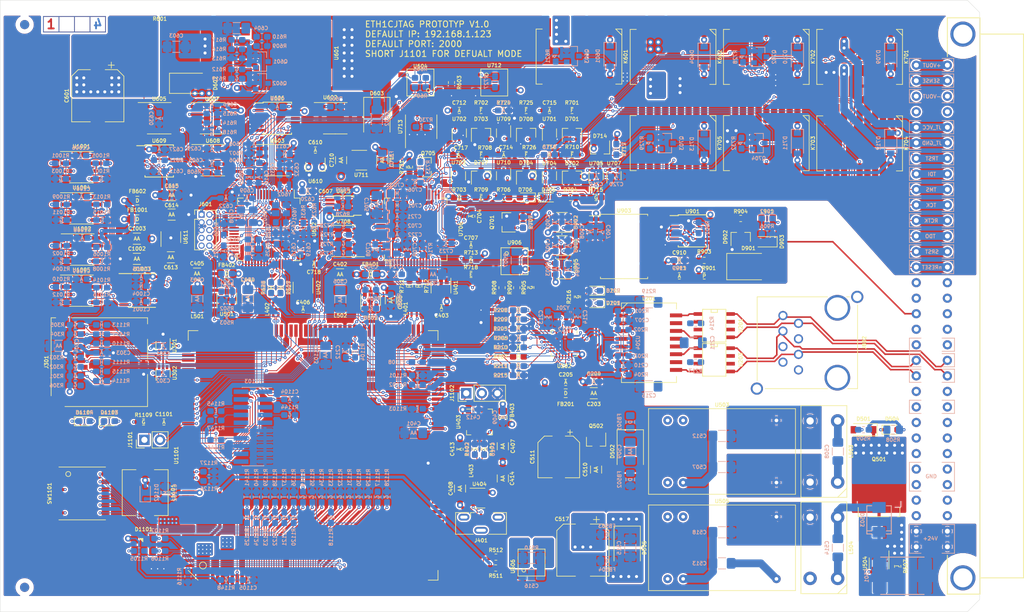
<source format=kicad_pcb>
(kicad_pcb (version 20171130) (host pcbnew 5.1.2)
  (layers (0 Top signal) (1 GND power hide) (2 Power power hide) (31 Bottom signal) (34 B.Paste user) (35 F.Paste user) (36 B.SilkS user) (37 F.SilkS user) (38 B.Mask user) (39 F.Mask user) (44 Edge.Cuts user))
  (net 0 "")
  (net 1 GNDA)
  (net 2 +3.3V_D)
  (net 3 "Net-(C203-Pad1)")
  (net 4 "Net-(C208-Pad1)")
  (net 5 Earth)
  (net 6 "Net-(C211-Pad1)")
  (net 7 /Ethernet/ETH_RESETn)
  (net 8 "Net-(C213-Pad1)")
  (net 9 "Net-(C214-Pad1)")
  (net 10 USB1_VBUS)
  (net 11 USB1_VCC)
  (net 12 USB0_VBUS)
  (net 13 USB0_VCC)
  (net 14 5V_USB)
  (net 15 DBG_USB_VCC)
  (net 16 /USB/DBG_USB_D_N)
  (net 17 /USB/DBG_USB_D_P)
  (net 18 3.3V_DBG)
  (net 19 "Net-(C501-Pad2)")
  (net 20 V_SYS)
  (net 21 "Net-(C504-Pad2)")
  (net 22 "Net-(C507-Pad2)")
  (net 23 "Net-(C507-Pad1)")
  (net 24 GNDPWR)
  (net 25 "Net-(C508-Pad1)")
  (net 26 "Net-(C509-Pad1)")
  (net 27 "Net-(C510-Pad1)")
  (net 28 +5VD)
  (net 29 "Net-(C512-Pad1)")
  (net 30 "Net-(C513-Pad2)")
  (net 31 "Net-(C513-Pad1)")
  (net 32 "Net-(C515-Pad1)")
  (net 33 "Net-(C516-Pad1)")
  (net 34 "Net-(C518-Pad1)")
  (net 35 +24V_PSU)
  (net 36 "Net-(C602-Pad1)")
  (net 37 "Net-(C603-Pad1)")
  (net 38 "Net-(C604-Pad1)")
  (net 39 /PSU/PSU_ADC_IOUT)
  (net 40 /PSU/PSU_ADC_VOUT)
  (net 41 "Net-(C607-Pad1)")
  (net 42 "Net-(C608-Pad1)")
  (net 43 +2V5)
  (net 44 +3.3V_PSU)
  (net 45 "Net-(C614-Pad1)")
  (net 46 /PSU/PSU_NRST)
  (net 47 "Net-(C617-Pad1)")
  (net 48 "Net-(C618-Pad1)")
  (net 49 "Net-(C624-Pad1)")
  (net 50 "Net-(C625-Pad1)")
  (net 51 "Net-(C631-Pad1)")
  (net 52 "Net-(C632-Pad1)")
  (net 53 +3.3V_JTAG)
  (net 54 +1.8V_JTAG)
  (net 55 "Net-(C708-Pad1)")
  (net 56 "Net-(C709-Pad1)")
  (net 57 5V_TRIG)
  (net 58 GND)
  (net 59 5V_ISO_TRIG)
  (net 60 "Net-(C912-Pad2)")
  (net 61 /Connector/EXT_TRIG)
  (net 62 "Net-(C1001-Pad1)")
  (net 63 +3.3V_TEST)
  (net 64 "Net-(C1101-Pad1)")
  (net 65 "Net-(C1102-Pad2)")
  (net 66 "Net-(C1103-Pad1)")
  (net 67 "Net-(D201-Pad2)")
  (net 68 "Net-(D201-Pad1)")
  (net 69 "Net-(D202-Pad2)")
  (net 70 "Net-(D202-Pad1)")
  (net 71 "Net-(D501-Pad2)")
  (net 72 "Net-(D503-Pad1)")
  (net 73 "Net-(D504-Pad2)")
  (net 74 /PSU/PSU_RELAY)
  (net 75 /JTAG/FT_VREF_N_IN)
  (net 76 /JTAG/FT_SRST_N_IN)
  (net 77 /JTAG/RCTK1_A)
  (net 78 /JTAG/TCK1_A)
  (net 79 /JTAG/TRST1_A)
  (net 80 /JTAG/TMS1_A)
  (net 81 /JTAG/TDI1_A)
  (net 82 /JTAG/TDO1_A)
  (net 83 /JTAG/JTAG_REL3)
  (net 84 /JTAG/JTAG_REL1)
  (net 85 /JTAG/JTAG_REL2)
  (net 86 "Net-(D901-Pad1)")
  (net 87 "Net-(D902-Pad3)")
  (net 88 "Net-(D1101-Pad2)")
  (net 89 "Net-(D1101-Pad3)")
  (net 90 "Net-(D1101-Pad4)")
  (net 91 "Net-(D1102-Pad2)")
  (net 92 "Net-(D1103-Pad2)")
  (net 93 /SOM/chili_EMU1)
  (net 94 "Net-(D1104-Pad2)")
  (net 95 /SOM/chili_EMU0)
  (net 96 +24V)
  (net 97 /SOM/SD_DAT2)
  (net 98 /SOM/SD_DAT3)
  (net 99 /SOM/SD_CMD)
  (net 100 /SOM/SD_CLK)
  (net 101 /SOM/SD_DAT0)
  (net 102 /SOM/SD_DAT1)
  (net 103 /SOM/SD_CD)
  (net 104 GNDS)
  (net 105 /USB/F_DBG_USB_D_N)
  (net 106 /USB/F_DBG_USB_D_P)
  (net 107 /PSU/NC\TDI)
  (net 108 /PSU/SWO\TDO)
  (net 109 /PSU/SWDCLK\TCK)
  (net 110 /PSU/SWDIO\TMS)
  (net 111 /JTAG/TDO1)
  (net 112 /JTAG/RCTK1)
  (net 113 /JTAG/TCK1)
  (net 114 /JTAG/TMS1)
  (net 115 /JTAG/TDI1)
  (net 116 /JTAG/TRST1)
  (net 117 /Connector/JTAG_VCC)
  (net 118 /Connector/JTAG_GND)
  (net 119 /Connector/TDI)
  (net 120 /Connector/TRST)
  (net 121 /Connector/TMS)
  (net 122 /Connector/TCK)
  (net 123 /Connector/RCTK)
  (net 124 /Connector/TDO)
  (net 125 /Connector/nRESET)
  (net 126 /Connector/+VOUT)
  (net 127 /Connector/SENSE)
  (net 128 /Connector/-VOUT)
  (net 129 /Connector/TX-)
  (net 130 /Connector/TX+)
  (net 131 /Connector/RX-)
  (net 132 /Connector/RX+)
  (net 133 "Net-(J1101-Pad1)")
  (net 134 /SOM/DBG_RXD)
  (net 135 /SOM/DBG_TXD)
  (net 136 "Net-(K601-Pad8)")
  (net 137 "Net-(K701-Pad3)")
  (net 138 /JTAG/nRESET1)
  (net 139 /Ethernet/ETH_TD_P)
  (net 140 /Ethernet/ETH_TD_N)
  (net 141 /Ethernet/ETH_RD_P)
  (net 142 /Ethernet/ETH_RD_N)
  (net 143 "Net-(L201-Pad9)")
  (net 144 "Net-(L201-Pad10)")
  (net 145 "Net-(L201-Pad11)")
  (net 146 "Net-(L201-Pad14)")
  (net 147 "Net-(L201-Pad15)")
  (net 148 "Net-(L201-Pad16)")
  (net 149 /SOM/USB1_D_P)
  (net 150 /JTAG/F_USB1_D_P)
  (net 151 /JTAG/F_USB1_D_N)
  (net 152 /SOM/USB1_D_N)
  (net 153 /SOM/USB0_D_P)
  (net 154 /PSU/F_USB0_D_P)
  (net 155 /PSU/F_USB0_D_N)
  (net 156 /SOM/USB0_D_N)
  (net 157 "Net-(L501-Pad2)")
  (net 158 "Net-(L502-Pad2)")
  (net 159 "Net-(L901-Pad2)")
  (net 160 "Net-(Q501-Pad1)")
  (net 161 "Net-(Q601-Pad3)")
  (net 162 "Net-(Q601-Pad1)")
  (net 163 /PSU/CLIM)
  (net 164 "Net-(Q602-Pad1)")
  (net 165 "Net-(Q603-Pad1)")
  (net 166 "Net-(Q701-Pad1)")
  (net 167 "Net-(Q702-Pad1)")
  (net 168 "Net-(Q703-Pad1)")
  (net 169 "Net-(Q704-Pad1)")
  (net 170 "Net-(Q705-Pad3)")
  (net 171 "Net-(Q705-Pad1)")
  (net 172 "Net-(R205-Pad1)")
  (net 173 /Ethernet/ETH_TXD0)
  (net 174 "Net-(R206-Pad1)")
  (net 175 /Ethernet/ETH_TXD1)
  (net 176 "Net-(R207-Pad1)")
  (net 177 /Ethernet/ETH_TXEN)
  (net 178 /Ethernet/ETH_MODE0)
  (net 179 /Ethernet/ETH_RXD0)
  (net 180 /Ethernet/ETH_MODE1)
  (net 181 /Ethernet/ETH_RXD1)
  (net 182 "Net-(R210-Pad1)")
  (net 183 /Ethernet/ETH_RXERR)
  (net 184 /Ethernet/ETH_MODE2)
  (net 185 /Ethernet/ETH_CRS_DV)
  (net 186 "Net-(R212-Pad2)")
  (net 187 "Net-(R215-Pad1)")
  (net 188 /Ethernet/ETH_REFCLK)
  (net 189 "Net-(R401-Pad2)")
  (net 190 "Net-(R402-Pad2)")
  (net 191 /Power/USB0_DRVVBUS)
  (net 192 /Power/USB1_DRVVBUS)
  (net 193 "Net-(R507-Pad2)")
  (net 194 +3.3VA)
  (net 195 "Net-(R511-Pad1)")
  (net 196 /Power/ENA_24V_PSU)
  (net 197 "Net-(R602-Pad1)")
  (net 198 "Net-(R603-Pad2)")
  (net 199 "Net-(R604-Pad2)")
  (net 200 "Net-(R608-Pad2)")
  (net 201 "Net-(R609-Pad2)")
  (net 202 "Net-(R611-Pad1)")
  (net 203 "Net-(R612-Pad2)")
  (net 204 "Net-(R613-Pad1)")
  (net 205 "Net-(R614-Pad2)")
  (net 206 "Net-(R616-Pad1)")
  (net 207 "Net-(R621-Pad2)")
  (net 208 "Net-(R622-Pad2)")
  (net 209 "Net-(R623-Pad1)")
  (net 210 "Net-(R624-Pad2)")
  (net 211 /PSU/USB0_ID)
  (net 212 "Net-(R626-Pad2)")
  (net 213 "Net-(R627-Pad2)")
  (net 214 /PSU/PSU_I2C_SCL)
  (net 215 /PSU/PSU_I2C_SDA)
  (net 216 "Net-(R630-Pad2)")
  (net 217 "Net-(R631-Pad2)")
  (net 218 /PSU/I2C_SCL)
  (net 219 /PSU/I2C_SDA)
  (net 220 /JTAG/FT_JTAG_OE_N)
  (net 221 /JTAG/FT_SRST_N_OE_N)
  (net 222 /JTAG/FT_TRST_N_OE_N)
  (net 223 /JTAG/FT_~RESET)
  (net 224 /JTAG/FT_EECS)
  (net 225 /JTAG/FT_EECLK)
  (net 226 /JTAG/FT_EEDATA)
  (net 227 /JTAG/3V3_JTAG_CTR)
  (net 228 /JTAG/JTAG_REL_CTR2)
  (net 229 /JTAG/JTAG_REL_CTR3)
  (net 230 /JTAG/JTAG_REL_CTR1)
  (net 231 /JTAG/nRESET_OUT)
  (net 232 "Net-(R902-Pad2)")
  (net 233 /Trigger/EXT_TRIG_SIGN)
  (net 234 "Net-(R905-Pad1)")
  (net 235 /SOM/ENA_5V_TRIG)
  (net 236 "Net-(R908-Pad1)")
  (net 237 "Net-(R1001-Pad2)")
  (net 238 "Net-(R1002-Pad2)")
  (net 239 "Net-(R1005-Pad2)")
  (net 240 "Net-(R1006-Pad2)")
  (net 241 "Net-(R1009-Pad2)")
  (net 242 "Net-(R1010-Pad2)")
  (net 243 "Net-(R1013-Pad2)")
  (net 244 "Net-(R1014-Pad2)")
  (net 245 "Net-(R1102-Pad2)")
  (net 246 "Net-(R1103-Pad2)")
  (net 247 "Net-(R1104-Pad2)")
  (net 248 /SOM/LED_RED)
  (net 249 /SOM/LED_GREEN)
  (net 250 /SOM/LED_BLUE)
  (net 251 /Ethernet/ETH_MDIO)
  (net 252 "Net-(R1110-Pad1)")
  (net 253 "Net-(R1111-Pad1)")
  (net 254 "Net-(R1112-Pad1)")
  (net 255 "Net-(R1113-Pad1)")
  (net 256 "Net-(R1114-Pad1)")
  (net 257 "Net-(R1115-Pad1)")
  (net 258 "Net-(R1116-Pad1)")
  (net 259 /SOM/BOOT14)
  (net 260 /SOM/BOOT9)
  (net 261 /SOM/BOOT6)
  (net 262 /SOM/BOOT5)
  (net 263 "Net-(R1120-Pad1)")
  (net 264 /SOM/BOOT4)
  (net 265 "Net-(R1121-Pad1)")
  (net 266 /SOM/BOOT3)
  (net 267 "Net-(R1122-Pad1)")
  (net 268 /SOM/BOOT2)
  (net 269 "Net-(R1123-Pad1)")
  (net 270 /SOM/BOOT1)
  (net 271 "Net-(R1124-Pad1)")
  (net 272 /SOM/BOOT0)
  (net 273 "Net-(R1125-Pad1)")
  (net 274 "Net-(R1126-Pad2)")
  (net 275 "Net-(R1127-Pad2)")
  (net 276 /SOM/BOOT15)
  (net 277 /SOM/BOOT13)
  (net 278 /SOM/BOOT12)
  (net 279 /SOM/BOOT11)
  (net 280 /SOM/BOOT10)
  (net 281 /SOM/BOOT8)
  (net 282 /SOM/BOOT7)
  (net 283 /Ethernet/ETH_MDC)
  (net 284 "Net-(U603-Pad6)")
  (net 285 "Net-(U603-Pad1)")
  (net 286 /PSU/PSU_SENSE)
  (net 287 /PSU/PSU_ADC_CLK)
  (net 288 /PSU/PSU_ADC_SDO)
  (net 289 /PSU/PSU_ADC_SDI)
  (net 290 /PSU/PSU_ADC_~CS)
  (net 291 "Net-(U606-Pad4)")
  (net 292 "Net-(U606-Pad3)")
  (net 293 /PSU/VSET)
  (net 294 /PSU/ISET)
  (net 295 /PSU/PSU_DAC_SDI)
  (net 296 /PSU/PSU_DAC_SCK)
  (net 297 /PSU/PSU_DAC_~CS)
  (net 298 /PSU/PSU_WP)
  (net 299 /JTAG/FT_TCK_OUT)
  (net 300 /JTAG/FT_TMS_OUT)
  (net 301 /JTAG/FT_TDI_OUT)
  (net 302 /JTAG/FT_SRST_N_OUT)
  (net 303 /JTAG/FT_TRST_N_OUT)
  (net 304 /JTAG/FT_RCTK)
  (net 305 /JTAG/FT_TDO_IN)
  (net 306 /Trigger/TRIG_OUT_EN)
  (net 307 /Trigger/TRIG_OUT_SIGN)
  (net 308 /SOM/TRIG_EN)
  (net 309 "Net-(U902-Pad3)")
  (net 310 "Net-(U903-Pad5)")
  (net 311 "Net-(U903-Pad4)")
  (net 312 /SOM/TRIG_OUT)
  (net 313 /SOM/TRIG_IN)
  (net 314 /Test/CH1)
  (net 315 /Test/CH0)
  (net 316 /Test/CH5)
  (net 317 /Test/CH4)
  (net 318 /Test/CH7)
  (net 319 /Test/CH6)
  (net 320 /Test/CH3)
  (net 321 /Test/CH2)
  (net 322 "Net-(U1101-Pad167)")
  (net 323 /SOM/chili_RESETn)
  (net 324 /SOM/chili_~TRST)
  (net 325 "Net-(J1103-Pad8)")
  (net 326 /SOM/chili_TCK)
  (net 327 "Net-(J1103-Pad5)")
  (net 328 /SOM/chili_TDO)
  (net 329 /SOM/chili_TDI)
  (net 330 /SOM/chili_TMS)
  (net 331 "Net-(C707-Pad1)")
  (net 332 "Net-(C711-Pad1)")
  (net 333 "Net-(D705-Pad2)")
  (net 334 "Net-(D706-Pad2)")
  (net 335 "Net-(R709-Pad2)")
  (net 336 "Net-(R711-Pad1)")
  (net 337 "Net-(R712-Pad1)")
  (net 338 "Net-(R714-Pad1)")
  (net 339 "Net-(R722-Pad2)")
  (net 340 "Net-(R727-Pad1)")
  (net 341 /JTAG/SRST1_A)
  (net 342 /Connector/SRST)
  (net 343 /JTAG/SRST1)
  (module Resistor_SMD:R_0603_1608Metric_Pad1.05x0.95mm_HandSolder (layer Bottom) (at 106.666 46.482 180)
    (fp_text reference R617 (at 2.907 0) (layer B.SilkS) (effects (font (size 0.6 0.6) (thickness 0.12)) (justify mirror)))
    (fp_text value 10k/0.1%)
    (pad 2 smd roundrect (at 0.875 0 180) (size 1.05 0.95) (layers Bottom B.Paste B.Mask) (net 206 "Net-(R616-Pad1)"))
    (pad 1 smd roundrect (at -0.875 0 180) (size 1.05 0.95) (layers Bottom B.Paste B.Mask) (net 38 "Net-(C604-Pad1)"))
  )
  (module Capacitor_SMD:C_1206_3216Metric_Pad1.42x1.75mm_HandSolder (layer Bottom) (at 173.99 103.124 180)
    (fp_text reference C215 (at 0 -1.524) (layer B.SilkS) (effects (font (size 0.6 0.6) (thickness 0.12)) (justify mirror)))
    (fp_text value 1n/2kV)
    (pad 2 smd roundrect (at 1.4875 0 180) (size 1.425 1.75) (layers Bottom B.Paste B.Mask) (roundrect_rratio 0.175439) (net 1 GNDA))
    (pad 1 smd roundrect (at -1.4875 0 180) (size 1.425 1.75) (layers Bottom B.Paste B.Mask) (roundrect_rratio 0.175439) (net 5 Earth))
  )
  (module Resistor_SMD:R_0603_1608Metric_Pad1.05x0.95mm_HandSolder (layer Bottom) (at 169.785 101.219)
    (fp_text reference R204 (at 2.935 0) (layer B.SilkS) (effects (font (size 0.6 0.6) (thickness 0.12)) (justify mirror)))
    (fp_text value 49R9)
    (pad 2 smd roundrect (at 0.875 0) (size 1.05 0.95) (layers Bottom B.Paste B.Mask) (net 142 /Ethernet/ETH_RD_N))
    (pad 1 smd roundrect (at -0.875 0) (size 1.05 0.95) (layers Bottom B.Paste B.Mask) (net 3 "Net-(C203-Pad1)"))
  )
  (module ETH1CJTAG:C_0603_A_Pad1.05x0.95mm_HandSolder (layer Bottom) (at 169.785 99.695)
    (fp_text reference C210 (at 2.935 0) (layer B.SilkS) (effects (font (size 0.6 0.6) (thickness 0.12)) (justify mirror)))
    (fp_text value 100n)
    (fp_text user A (at 0 -0.0254) (layer B.SilkS) (effects (font (size 0.6 0.6) (thickness 0.12)) (justify mirror)))
    (pad 2 smd roundrect (at 0.875 0) (size 1.05 0.95) (layers Bottom B.Paste B.Mask) (net 1 GNDA))
    (pad 1 smd roundrect (at -0.875 0) (size 1.05 0.95) (layers Bottom B.Paste B.Mask) (net 3 "Net-(C203-Pad1)"))
  )
  (module ETH1CJTAG:C_0603_A_Pad1.05x0.95mm_HandSolder (layer Bottom) (at 152.668 93.726)
    (fp_text reference C201 (at -2.935 0) (layer B.SilkS) (effects (font (size 0.6 0.6) (thickness 0.12)) (justify mirror)))
    (fp_text value 100n)
    (fp_text user A (at 0 -0.0254) (layer B.SilkS) (effects (font (size 0.6 0.6) (thickness 0.12)) (justify mirror)))
    (pad 2 smd roundrect (at 0.875 0) (size 1.05 0.95) (layers Bottom B.Paste B.Mask) (net 1 GNDA))
    (pad 1 smd roundrect (at -0.875 0) (size 1.05 0.95) (layers Bottom B.Paste B.Mask) (net 2 +3.3V_D))
  )
  (module ETH1CJTAG:R_0603_G_Pad1.05x0.95mm_HandSolder (layer Bottom) (at 152.668 92.202)
    (fp_text reference R221 (at -2.935 0 180) (layer B.SilkS) (effects (font (size 0.6 0.6) (thickness 0.12)) (justify mirror)))
    (fp_text value 10k)
    (fp_text user G (at 0 -0.0254 180) (layer B.SilkS) (effects (font (size 0.6 0.6) (thickness 0.12)) (justify mirror)))
    (pad 2 smd roundrect (at 0.875 0) (size 1.05 0.95) (layers Bottom B.Paste B.Mask) (net 180 /Ethernet/ETH_MODE1))
    (pad 1 smd roundrect (at -0.875 0) (size 1.05 0.95) (layers Bottom B.Paste B.Mask) (net 2 +3.3V_D))
  )
  (module ETH1CJTAG:R_0603_G_Pad1.05x0.95mm_HandSolder (layer Bottom) (at 152.668 90.678)
    (fp_text reference R220 (at -2.935 0 180) (layer B.SilkS) (effects (font (size 0.6 0.6) (thickness 0.12)) (justify mirror)))
    (fp_text value 10k)
    (fp_text user G (at 0 -0.0254 180) (layer B.SilkS) (effects (font (size 0.6 0.6) (thickness 0.12)) (justify mirror)))
    (pad 2 smd roundrect (at 0.875 0) (size 1.05 0.95) (layers Bottom B.Paste B.Mask) (net 178 /Ethernet/ETH_MODE0))
    (pad 1 smd roundrect (at -0.875 0) (size 1.05 0.95) (layers Bottom B.Paste B.Mask) (net 2 +3.3V_D))
  )
  (module ETH1CJTAG:C_0603_A_Pad1.05x0.95mm_HandSolder (layer Bottom) (at 115.302 105.283)
    (fp_text reference C1104 (at 0 -1.27) (layer B.SilkS) (effects (font (size 0.6 0.6) (thickness 0.12)) (justify mirror)))
    (fp_text value 100n)
    (fp_text user A (at 0 -0.0254) (layer B.SilkS) (effects (font (size 0.6 0.6) (thickness 0.12)) (justify mirror)))
    (pad 2 smd roundrect (at 0.875 0) (size 1.05 0.95) (layers Bottom B.Paste B.Mask) (net 1 GNDA))
    (pad 1 smd roundrect (at -0.875 0) (size 1.05 0.95) (layers Bottom B.Paste B.Mask) (net 2 +3.3V_D))
  )
  (module ETH1CJTAG:GCS2 (layer Top) (at 119.126 114.427 90)
    (fp_text reference U1101 (at 0 -22.352 90) (layer F.SilkS) (effects (font (size 0.6 0.6) (thickness 0.12))))
    (fp_text value chiliSOM)
    (pad 184 smd rect (at -18 -20.4 90) (size 0.55 2) (layers Top F.Paste F.Mask) (net 258 "Net-(R1116-Pad1)"))
    (pad 183 smd rect (at -17.2 -20.4 90) (size 0.55 2) (layers Top F.Paste F.Mask))
    (pad 182 smd rect (at -16.4 -20.4 90) (size 0.55 2) (layers Top F.Paste F.Mask))
    (pad 181 smd rect (at -15.6 -20.4 90) (size 0.55 2) (layers Top F.Paste F.Mask))
    (pad 180 smd rect (at -14.8 -20.4 90) (size 0.55 2) (layers Top F.Paste F.Mask) (net 1 GNDA))
    (pad 179 smd rect (at -14 -20.4 90) (size 0.55 2) (layers Top F.Paste F.Mask) (net 1 GNDA))
    (pad 178 smd rect (at -13.2 -20.4 90) (size 0.55 2) (layers Top F.Paste F.Mask) (net 194 +3.3VA))
    (pad 177 smd rect (at -12.4 -20.4 90) (size 0.55 2) (layers Top F.Paste F.Mask) (net 2 +3.3V_D))
    (pad 176 smd rect (at -11.6 -20.4 90) (size 0.55 2) (layers Top F.Paste F.Mask) (net 2 +3.3V_D))
    (pad 175 smd rect (at -10.8 -20.4 90) (size 0.55 2) (layers Top F.Paste F.Mask) (net 1 GNDA))
    (pad 174 smd rect (at -10 -20.4 90) (size 0.55 2) (layers Top F.Paste F.Mask) (net 1 GNDA))
    (pad 173 smd rect (at -9.2 -20.4 90) (size 0.55 2) (layers Top F.Paste F.Mask) (net 20 V_SYS))
    (pad 172 smd rect (at -8.4 -20.4 90) (size 0.55 2) (layers Top F.Paste F.Mask) (net 20 V_SYS))
    (pad 171 smd rect (at -7.6 -20.4 90) (size 0.55 2) (layers Top F.Paste F.Mask) (net 91 "Net-(D1102-Pad2)"))
    (pad 170 smd rect (at -6.8 -20.4 90) (size 0.55 2) (layers Top F.Paste F.Mask) (net 91 "Net-(D1102-Pad2)"))
    (pad 169 smd rect (at -6 -20.4 90) (size 0.55 2) (layers Top F.Paste F.Mask) (net 65 "Net-(C1102-Pad2)"))
    (pad 168 smd rect (at -5.2 -20.4 90) (size 0.55 2) (layers Top F.Paste F.Mask) (net 322 "Net-(U1101-Pad167)"))
    (pad 167 smd rect (at -4.4 -20.4 90) (size 0.55 2) (layers Top F.Paste F.Mask) (net 322 "Net-(U1101-Pad167)"))
    (pad 166 smd rect (at -3.6 -20.4 90) (size 0.55 2) (layers Top F.Paste F.Mask) (net 274 "Net-(R1126-Pad2)"))
    (pad 165 smd rect (at -2.8 -20.4 90) (size 0.55 2) (layers Top F.Paste F.Mask) (net 275 "Net-(R1127-Pad2)"))
    (pad 164 smd rect (at -2 -20.4 90) (size 0.55 2) (layers Top F.Paste F.Mask) (net 1 GNDA))
    (pad 163 smd rect (at -1.2 -20.4 90) (size 0.55 2) (layers Top F.Paste F.Mask) (net 95 /SOM/chili_EMU0))
    (pad 162 smd rect (at -0.4 -20.4 90) (size 0.55 2) (layers Top F.Paste F.Mask) (net 93 /SOM/chili_EMU1))
    (pad 161 smd rect (at 0.4 -20.4 90) (size 0.55 2) (layers Top F.Paste F.Mask) (net 330 /SOM/chili_TMS))
    (pad 160 smd rect (at 1.2 -20.4 90) (size 0.55 2) (layers Top F.Paste F.Mask) (net 329 /SOM/chili_TDI))
    (pad 159 smd rect (at 2 -20.4 90) (size 0.55 2) (layers Top F.Paste F.Mask) (net 328 /SOM/chili_TDO))
    (pad 158 smd rect (at 2.8 -20.4 90) (size 0.55 2) (layers Top F.Paste F.Mask) (net 326 /SOM/chili_TCK))
    (pad 157 smd rect (at 3.6 -20.4 90) (size 0.55 2) (layers Top F.Paste F.Mask) (net 324 /SOM/chili_~TRST))
    (pad 156 smd rect (at 4.4 -20.4 90) (size 0.55 2) (layers Top F.Paste F.Mask) (net 1 GNDA))
    (pad 155 smd rect (at 5.2 -20.4 90) (size 0.55 2) (layers Top F.Paste F.Mask) (net 64 "Net-(C1101-Pad1)"))
    (pad 154 smd rect (at 6 -20.4 90) (size 0.55 2) (layers Top F.Paste F.Mask) (net 223 /JTAG/FT_~RESET))
    (pad 153 smd rect (at 6.8 -20.4 90) (size 0.55 2) (layers Top F.Paste F.Mask) (net 308 /SOM/TRIG_EN))
    (pad 152 smd rect (at 7.6 -20.4 90) (size 0.55 2) (layers Top F.Paste F.Mask) (net 312 /SOM/TRIG_OUT))
    (pad 151 smd rect (at 8.4 -20.4 90) (size 0.55 2) (layers Top F.Paste F.Mask) (net 313 /SOM/TRIG_IN))
    (pad 150 smd rect (at 9.2 -20.4 90) (size 0.55 2) (layers Top F.Paste F.Mask) (net 231 /JTAG/nRESET_OUT))
    (pad 149 smd rect (at 10 -20.4 90) (size 0.55 2) (layers Top F.Paste F.Mask))
    (pad 148 smd rect (at 10.8 -20.4 90) (size 0.55 2) (layers Top F.Paste F.Mask))
    (pad 147 smd rect (at 11.6 -20.4 90) (size 0.55 2) (layers Top F.Paste F.Mask) (net 1 GNDA))
    (pad 146 smd rect (at 12.4 -20.4 90) (size 0.55 2) (layers Top F.Paste F.Mask) (net 235 /SOM/ENA_5V_TRIG))
    (pad 145 smd rect (at 13.2 -20.4 90) (size 0.55 2) (layers Top F.Paste F.Mask))
    (pad 144 smd rect (at 14 -20.4 90) (size 0.55 2) (layers Top F.Paste F.Mask))
    (pad 143 smd rect (at 14.8 -20.4 90) (size 0.55 2) (layers Top F.Paste F.Mask) (net 1 GNDA))
    (pad 142 smd rect (at 15.6 -20.4 90) (size 0.55 2) (layers Top F.Paste F.Mask) (net 103 /SOM/SD_CD))
    (pad 141 smd rect (at 16.4 -20.4 90) (size 0.55 2) (layers Top F.Paste F.Mask))
    (pad 140 smd rect (at 17.2 -20.4 90) (size 0.55 2) (layers Top F.Paste F.Mask))
    (pad 139 smd rect (at 18 -20.4 90) (size 0.55 2) (layers Top F.Paste F.Mask))
    (pad 138 smd rect (at 20.4 -18 90) (size 2 0.55) (layers Top F.Paste F.Mask) (net 218 /PSU/I2C_SCL))
    (pad 137 smd rect (at 20.4 -17.2 90) (size 2 0.55) (layers Top F.Paste F.Mask) (net 219 /PSU/I2C_SDA))
    (pad 136 smd rect (at 20.4 -16.4 90) (size 2 0.55) (layers Top F.Paste F.Mask))
    (pad 135 smd rect (at 20.4 -15.6 90) (size 2 0.55) (layers Top F.Paste F.Mask) (net 1 GNDA))
    (pad 134 smd rect (at 20.4 -14.8 90) (size 2 0.55) (layers Top F.Paste F.Mask) (net 227 /JTAG/3V3_JTAG_CTR))
    (pad 133 smd rect (at 20.4 -14 90) (size 2 0.55) (layers Top F.Paste F.Mask))
    (pad 132 smd rect (at 20.4 -13.2 90) (size 2 0.55) (layers Top F.Paste F.Mask))
    (pad 131 smd rect (at 20.4 -12.4 90) (size 2 0.55) (layers Top F.Paste F.Mask))
    (pad 130 smd rect (at 20.4 -11.6 90) (size 2 0.55) (layers Top F.Paste F.Mask) (net 1 GNDA))
    (pad 129 smd rect (at 20.4 -10.8 90) (size 2 0.55) (layers Top F.Paste F.Mask) (net 46 /PSU/PSU_NRST))
    (pad 128 smd rect (at 20.4 -10 90) (size 2 0.55) (layers Top F.Paste F.Mask))
    (pad 127 smd rect (at 20.4 -9.2 90) (size 2 0.55) (layers Top F.Paste F.Mask) (net 135 /SOM/DBG_TXD))
    (pad 126 smd rect (at 20.4 -8.4 90) (size 2 0.55) (layers Top F.Paste F.Mask) (net 134 /SOM/DBG_RXD))
    (pad 125 smd rect (at 20.4 -7.6 90) (size 2 0.55) (layers Top F.Paste F.Mask) (net 256 "Net-(R1114-Pad1)"))
    (pad 124 smd rect (at 20.4 -6.8 90) (size 2 0.55) (layers Top F.Paste F.Mask) (net 257 "Net-(R1115-Pad1)"))
    (pad 123 smd rect (at 20.4 -6 90) (size 2 0.55) (layers Top F.Paste F.Mask) (net 253 "Net-(R1111-Pad1)"))
    (pad 122 smd rect (at 20.4 -5.2 90) (size 2 0.55) (layers Top F.Paste F.Mask) (net 252 "Net-(R1110-Pad1)"))
    (pad 121 smd rect (at 20.4 -4.4 90) (size 2 0.55) (layers Top F.Paste F.Mask) (net 1 GNDA))
    (pad 120 smd rect (at 20.4 -3.6 90) (size 2 0.55) (layers Top F.Paste F.Mask) (net 254 "Net-(R1112-Pad1)"))
    (pad 119 smd rect (at 20.4 -2.8 90) (size 2 0.55) (layers Top F.Paste F.Mask) (net 255 "Net-(R1113-Pad1)"))
    (pad 118 smd rect (at 20.4 -2 90) (size 2 0.55) (layers Top F.Paste F.Mask) (net 1 GNDA))
    (pad 117 smd rect (at 20.4 -1.2 90) (size 2 0.55) (layers Top F.Paste F.Mask))
    (pad 116 smd rect (at 20.4 -0.4 90) (size 2 0.55) (layers Top F.Paste F.Mask))
    (pad 115 smd rect (at 20.4 0.4 90) (size 2 0.55) (layers Top F.Paste F.Mask))
    (pad 114 smd rect (at 20.4 1.2 90) (size 2 0.55) (layers Top F.Paste F.Mask))
    (pad 113 smd rect (at 20.4 2 90) (size 2 0.55) (layers Top F.Paste F.Mask) (net 66 "Net-(C1103-Pad1)"))
    (pad 112 smd rect (at 20.4 2.8 90) (size 2 0.55) (layers Top F.Paste F.Mask))
    (pad 111 smd rect (at 20.4 3.6 90) (size 2 0.55) (layers Top F.Paste F.Mask))
    (pad 110 smd rect (at 20.4 4.4 90) (size 2 0.55) (layers Top F.Paste F.Mask))
    (pad 109 smd rect (at 20.4 5.2 90) (size 2 0.55) (layers Top F.Paste F.Mask) (net 1 GNDA))
    (pad 108 smd rect (at 20.4 6 90) (size 2 0.55) (layers Top F.Paste F.Mask) (net 188 /Ethernet/ETH_REFCLK))
    (pad 107 smd rect (at 20.4 6.8 90) (size 2 0.55) (layers Top F.Paste F.Mask) (net 247 "Net-(R1104-Pad2)"))
    (pad 106 smd rect (at 20.4 7.6 90) (size 2 0.55) (layers Top F.Paste F.Mask) (net 185 /Ethernet/ETH_CRS_DV))
    (pad 105 smd rect (at 20.4 8.4 90) (size 2 0.55) (layers Top F.Paste F.Mask) (net 177 /Ethernet/ETH_TXEN))
    (pad 104 smd rect (at 20.4 9.2 90) (size 2 0.55) (layers Top F.Paste F.Mask) (net 183 /Ethernet/ETH_RXERR))
    (pad 103 smd rect (at 20.4 10 90) (size 2 0.55) (layers Top F.Paste F.Mask))
    (pad 102 smd rect (at 20.4 10.8 90) (size 2 0.55) (layers Top F.Paste F.Mask))
    (pad 101 smd rect (at 20.4 11.6 90) (size 2 0.55) (layers Top F.Paste F.Mask) (net 228 /JTAG/JTAG_REL_CTR2))
    (pad 100 smd rect (at 20.4 12.4 90) (size 2 0.55) (layers Top F.Paste F.Mask) (net 175 /Ethernet/ETH_TXD1))
    (pad 99 smd rect (at 20.4 13.2 90) (size 2 0.55) (layers Top F.Paste F.Mask) (net 173 /Ethernet/ETH_TXD0))
    (pad 98 smd rect (at 20.4 14 90) (size 2 0.55) (layers Top F.Paste F.Mask) (net 229 /JTAG/JTAG_REL_CTR3))
    (pad 97 smd rect (at 20.4 14.8 90) (size 2 0.55) (layers Top F.Paste F.Mask) (net 1 GNDA))
    (pad 96 smd rect (at 20.4 15.6 90) (size 2 0.55) (layers Top F.Paste F.Mask) (net 230 /JTAG/JTAG_REL_CTR1))
    (pad 95 smd rect (at 20.4 16.4 90) (size 2 0.55) (layers Top F.Paste F.Mask))
    (pad 94 smd rect (at 20.4 17.2 90) (size 2 0.55) (layers Top F.Paste F.Mask) (net 181 /Ethernet/ETH_RXD1))
    (pad 93 smd rect (at 20.4 18 90) (size 2 0.55) (layers Top F.Paste F.Mask) (net 179 /Ethernet/ETH_RXD0))
    (pad 92 smd rect (at 18 20.4 90) (size 0.55 2) (layers Top F.Paste F.Mask))
    (pad 91 smd rect (at 17.2 20.4 90) (size 0.55 2) (layers Top F.Paste F.Mask) (net 1 GNDA))
    (pad 90 smd rect (at 16.4 20.4 90) (size 0.55 2) (layers Top F.Paste F.Mask) (net 251 /Ethernet/ETH_MDIO))
    (pad 89 smd rect (at 15.6 20.4 90) (size 0.55 2) (layers Top F.Paste F.Mask) (net 283 /Ethernet/ETH_MDC))
    (pad 88 smd rect (at 14.8 20.4 90) (size 0.55 2) (layers Top F.Paste F.Mask) (net 191 /Power/USB0_DRVVBUS))
    (pad 87 smd rect (at 14 20.4 90) (size 0.55 2) (layers Top F.Paste F.Mask))
    (pad 86 smd rect (at 13.2 20.4 90) (size 0.55 2) (layers Top F.Paste F.Mask) (net 245 "Net-(R1102-Pad2)"))
    (pad 85 smd rect (at 12.4 20.4 90) (size 0.55 2) (layers Top F.Paste F.Mask) (net 1 GNDA))
    (pad 84 smd rect (at 11.6 20.4 90) (size 0.55 2) (layers Top F.Paste F.Mask) (net 153 /SOM/USB0_D_P))
    (pad 83 smd rect (at 10.8 20.4 90) (size 0.55 2) (layers Top F.Paste F.Mask) (net 156 /SOM/USB0_D_N))
    (pad 82 smd rect (at 10 20.4 90) (size 0.55 2) (layers Top F.Paste F.Mask) (net 12 USB0_VBUS))
    (pad 81 smd rect (at 9.2 20.4 90) (size 0.55 2) (layers Top F.Paste F.Mask) (net 192 /Power/USB1_DRVVBUS))
    (pad 80 smd rect (at 8.4 20.4 90) (size 0.55 2) (layers Top F.Paste F.Mask))
    (pad 79 smd rect (at 7.6 20.4 90) (size 0.55 2) (layers Top F.Paste F.Mask) (net 246 "Net-(R1103-Pad2)"))
    (pad 78 smd rect (at 6.8 20.4 90) (size 0.55 2) (layers Top F.Paste F.Mask) (net 1 GNDA))
    (pad 77 smd rect (at 6 20.4 90) (size 0.55 2) (layers Top F.Paste F.Mask) (net 149 /SOM/USB1_D_P))
    (pad 76 smd rect (at 5.2 20.4 90) (size 0.55 2) (layers Top F.Paste F.Mask) (net 152 /SOM/USB1_D_N))
    (pad 75 smd rect (at 4.4 20.4 90) (size 0.55 2) (layers Top F.Paste F.Mask) (net 10 USB1_VBUS))
    (pad 74 smd rect (at 3.6 20.4 90) (size 0.55 2) (layers Top F.Paste F.Mask))
    (pad 73 smd rect (at 2.8 20.4 90) (size 0.55 2) (layers Top F.Paste F.Mask))
    (pad 72 smd rect (at 2 20.4 90) (size 0.55 2) (layers Top F.Paste F.Mask))
    (pad 71 smd rect (at 1.2 20.4 90) (size 0.55 2) (layers Top F.Paste F.Mask))
    (pad 70 smd rect (at 0.4 20.4 90) (size 0.55 2) (layers Top F.Paste F.Mask))
    (pad 69 smd rect (at -0.4 20.4 90) (size 0.55 2) (layers Top F.Paste F.Mask))
    (pad 68 smd rect (at -1.2 20.4 90) (size 0.55 2) (layers Top F.Paste F.Mask) (net 1 GNDA))
    (pad 67 smd rect (at -2 20.4 90) (size 0.55 2) (layers Top F.Paste F.Mask))
    (pad 66 smd rect (at -2.8 20.4 90) (size 0.55 2) (layers Top F.Paste F.Mask))
    (pad 65 smd rect (at -3.6 20.4 90) (size 0.55 2) (layers Top F.Paste F.Mask))
    (pad 64 smd rect (at -4.4 20.4 90) (size 0.55 2) (layers Top F.Paste F.Mask))
    (pad 63 smd rect (at -5.2 20.4 90) (size 0.55 2) (layers Top F.Paste F.Mask))
    (pad 62 smd rect (at -6 20.4 90) (size 0.55 2) (layers Top F.Paste F.Mask))
    (pad 61 smd rect (at -6.8 20.4 90) (size 0.55 2) (layers Top F.Paste F.Mask))
    (pad 60 smd rect (at -7.6 20.4 90) (size 0.55 2) (layers Top F.Paste F.Mask))
    (pad 59 smd rect (at -8.4 20.4 90) (size 0.55 2) (layers Top F.Paste F.Mask))
    (pad 58 smd rect (at -9.2 20.4 90) (size 0.55 2) (layers Top F.Paste F.Mask))
    (pad 57 smd rect (at -10 20.4 90) (size 0.55 2) (layers Top F.Paste F.Mask))
    (pad 56 smd rect (at -10.8 20.4 90) (size 0.55 2) (layers Top F.Paste F.Mask))
    (pad 55 smd rect (at -11.6 20.4 90) (size 0.55 2) (layers Top F.Paste F.Mask) (net 1 GNDA))
    (pad 54 smd rect (at -12.4 20.4 90) (size 0.55 2) (layers Top F.Paste F.Mask))
    (pad 53 smd rect (at -13.2 20.4 90) (size 0.55 2) (layers Top F.Paste F.Mask))
    (pad 52 smd rect (at -14 20.4 90) (size 0.55 2) (layers Top F.Paste F.Mask))
    (pad 51 smd rect (at -14.8 20.4 90) (size 0.55 2) (layers Top F.Paste F.Mask))
    (pad 50 smd rect (at -15.6 20.4 90) (size 0.55 2) (layers Top F.Paste F.Mask))
    (pad 49 smd rect (at -16.4 20.4 90) (size 0.55 2) (layers Top F.Paste F.Mask))
    (pad 48 smd rect (at -17.2 20.4 90) (size 0.55 2) (layers Top F.Paste F.Mask))
    (pad 47 smd rect (at -18 20.4 90) (size 0.55 2) (layers Top F.Paste F.Mask))
    (pad 46 smd rect (at -20.4 18 90) (size 2 0.55) (layers Top F.Paste F.Mask) (net 196 /Power/ENA_24V_PSU))
    (pad 45 smd rect (at -20.4 17.2 90) (size 2 0.55) (layers Top F.Paste F.Mask) (net 1 GNDA))
    (pad 44 smd rect (at -20.4 16.4 90) (size 2 0.55) (layers Top F.Paste F.Mask))
    (pad 43 smd rect (at -20.4 15.6 90) (size 2 0.55) (layers Top F.Paste F.Mask))
    (pad 42 smd rect (at -20.4 14.8 90) (size 2 0.55) (layers Top F.Paste F.Mask))
    (pad 41 smd rect (at -20.4 14 90) (size 2 0.55) (layers Top F.Paste F.Mask))
    (pad 40 smd rect (at -20.4 13.2 90) (size 2 0.55) (layers Top F.Paste F.Mask))
    (pad 39 smd rect (at -20.4 12.4 90) (size 2 0.55) (layers Top F.Paste F.Mask))
    (pad 38 smd rect (at -20.4 11.6 90) (size 2 0.55) (layers Top F.Paste F.Mask))
    (pad 37 smd rect (at -20.4 10.8 90) (size 2 0.55) (layers Top F.Paste F.Mask))
    (pad 36 smd rect (at -20.4 10 90) (size 2 0.55) (layers Top F.Paste F.Mask) (net 1 GNDA))
    (pad 35 smd rect (at -20.4 9.2 90) (size 2 0.55) (layers Top F.Paste F.Mask))
    (pad 34 smd rect (at -20.4 8.4 90) (size 2 0.55) (layers Top F.Paste F.Mask))
    (pad 33 smd rect (at -20.4 7.6 90) (size 2 0.55) (layers Top F.Paste F.Mask))
    (pad 32 smd rect (at -20.4 6.8 90) (size 2 0.55) (layers Top F.Paste F.Mask))
    (pad 31 smd rect (at -20.4 6 90) (size 2 0.55) (layers Top F.Paste F.Mask))
    (pad 30 smd rect (at -20.4 5.2 90) (size 2 0.55) (layers Top F.Paste F.Mask) (net 249 /SOM/LED_GREEN))
    (pad 29 smd rect (at -20.4 4.4 90) (size 2 0.55) (layers Top F.Paste F.Mask) (net 248 /SOM/LED_RED))
    (pad 28 smd rect (at -20.4 3.6 90) (size 2 0.55) (layers Top F.Paste F.Mask) (net 250 /SOM/LED_BLUE))
    (pad 27 smd rect (at -20.4 2.8 90) (size 2 0.55) (layers Top F.Paste F.Mask) (net 1 GNDA))
    (pad 26 smd rect (at -20.4 2 90) (size 2 0.55) (layers Top F.Paste F.Mask) (net 276 /SOM/BOOT15))
    (pad 25 smd rect (at -20.4 1.2 90) (size 2 0.55) (layers Top F.Paste F.Mask) (net 259 /SOM/BOOT14))
    (pad 24 smd rect (at -20.4 0.4 90) (size 2 0.55) (layers Top F.Paste F.Mask) (net 277 /SOM/BOOT13))
    (pad 23 smd rect (at -20.4 -0.4 90) (size 2 0.55) (layers Top F.Paste F.Mask) (net 278 /SOM/BOOT12))
    (pad 22 smd rect (at -20.4 -1.2 90) (size 2 0.55) (layers Top F.Paste F.Mask) (net 279 /SOM/BOOT11))
    (pad 21 smd rect (at -20.4 -2 90) (size 2 0.55) (layers Top F.Paste F.Mask) (net 280 /SOM/BOOT10))
    (pad 20 smd rect (at -20.4 -2.8 90) (size 2 0.55) (layers Top F.Paste F.Mask) (net 260 /SOM/BOOT9))
    (pad 19 smd rect (at -20.4 -3.6 90) (size 2 0.55) (layers Top F.Paste F.Mask) (net 281 /SOM/BOOT8))
    (pad 18 smd rect (at -20.4 -4.4 90) (size 2 0.55) (layers Top F.Paste F.Mask) (net 1 GNDA))
    (pad 17 smd rect (at -20.4 -5.2 90) (size 2 0.55) (layers Top F.Paste F.Mask) (net 282 /SOM/BOOT7))
    (pad 16 smd rect (at -20.4 -6 90) (size 2 0.55) (layers Top F.Paste F.Mask) (net 261 /SOM/BOOT6))
    (pad 15 smd rect (at -20.4 -6.8 90) (size 2 0.55) (layers Top F.Paste F.Mask) (net 262 /SOM/BOOT5))
    (pad 14 smd rect (at -20.4 -7.6 90) (size 2 0.55) (layers Top F.Paste F.Mask) (net 264 /SOM/BOOT4))
    (pad 13 smd rect (at -20.4 -8.4 90) (size 2 0.55) (layers Top F.Paste F.Mask) (net 266 /SOM/BOOT3))
    (pad 12 smd rect (at -20.4 -9.2 90) (size 2 0.55) (layers Top F.Paste F.Mask) (net 268 /SOM/BOOT2))
    (pad 11 smd rect (at -20.4 -10 90) (size 2 0.55) (layers Top F.Paste F.Mask) (net 270 /SOM/BOOT1))
    (pad 10 smd rect (at -20.4 -10.8 90) (size 2 0.55) (layers Top F.Paste F.Mask) (net 272 /SOM/BOOT0))
    (pad 9 smd rect (at -20.4 -11.6 90) (size 2 0.55) (layers Top F.Paste F.Mask) (net 1 GNDA))
    (pad 8 smd rect (at -20.4 -12.4 90) (size 2 0.55) (layers Top F.Paste F.Mask) (net 323 /SOM/chili_RESETn))
    (pad 7 smd rect (at -20.4 -13.2 90) (size 2 0.55) (layers Top F.Paste F.Mask))
    (pad 6 smd rect (at -20.4 -14 90) (size 2 0.55) (layers Top F.Paste F.Mask) (net 14 5V_USB))
    (pad 5 smd rect (at -20.4 -14.8 90) (size 2 0.55) (layers Top F.Paste F.Mask) (net 14 5V_USB))
    (pad 4 smd rect (at -20.4 -15.6 90) (size 2 0.55) (layers Top F.Paste F.Mask) (net 1 GNDA))
    (pad 3 smd rect (at -20.4 -16.4 90) (size 2 0.55) (layers Top F.Paste F.Mask) (net 1 GNDA))
    (pad 2 smd rect (at -20.4 -17.2 90) (size 2 0.55) (layers Top F.Paste F.Mask) (net 28 +5VD))
    (pad 1 smd rect (at -20.4 -18 90) (size 2 0.55) (layers Top F.Paste F.Mask) (net 28 +5VD))
  )
  (module Diode_SMD:D_SMA (layer Top) (at 99.06 53.594)
    (fp_text reference D602 (at 4.096 0 90) (layer F.SilkS) (effects (font (size 0.6 0.6) (thickness 0.12))))
    (fp_text value SK33A)
    (pad 2 smd rect (at 2 0) (size 2.5 1.8) (layers Top F.Paste F.Mask) (net 36 "Net-(C602-Pad1)"))
    (pad 1 smd rect (at -2 0) (size 2.5 1.8) (layers Top F.Paste F.Mask) (net 37 "Net-(C603-Pad1)") (thermal_gap 0.127))
  )
  (module ETH1CJTAG:749010012A (layer Top) (at 173.99 96.012)
    (fp_text reference L201 (at 0 -7.239) (layer F.SilkS) (effects (font (size 0.6 0.6) (thickness 0.12))))
    (fp_text value 749010012A)
    (pad 1 smd rect (at -4.43 -4.445) (size 2 0.64) (layers Top F.Paste F.Mask) (net 139 /Ethernet/ETH_TD_P))
    (pad 2 smd rect (at -4.43 -3.175) (size 2 0.64) (layers Top F.Paste F.Mask) (net 3 "Net-(C203-Pad1)"))
    (pad 3 smd rect (at -4.43 -1.905) (size 2 0.64) (layers Top F.Paste F.Mask) (net 140 /Ethernet/ETH_TD_N))
    (pad 4 smd rect (at -4.43 -0.635) (size 2 0.64) (layers Top F.Paste F.Mask))
    (pad 5 smd rect (at -4.43 0.635) (size 2 0.64) (layers Top F.Paste F.Mask))
    (pad 6 smd rect (at -4.43 1.905) (size 2 0.64) (layers Top F.Paste F.Mask) (net 141 /Ethernet/ETH_RD_P))
    (pad 7 smd rect (at -4.43 3.175) (size 2 0.64) (layers Top F.Paste F.Mask) (net 3 "Net-(C203-Pad1)"))
    (pad 8 smd rect (at -4.4323 4.445) (size 2 0.64) (layers Top F.Paste F.Mask) (net 142 /Ethernet/ETH_RD_N))
    (pad 9 smd rect (at 4.43 4.445) (size 2 0.64) (layers Top F.Paste F.Mask) (net 143 "Net-(L201-Pad9)"))
    (pad 10 smd rect (at 4.43 3.175) (size 2 0.64) (layers Top F.Paste F.Mask) (net 144 "Net-(L201-Pad10)"))
    (pad 11 smd rect (at 4.43 1.8796) (size 2 0.64) (layers Top F.Paste F.Mask) (net 145 "Net-(L201-Pad11)"))
    (pad 12 smd rect (at 4.43 0.6096) (size 2 0.64) (layers Top F.Paste F.Mask))
    (pad 13 smd rect (at 4.43 -0.6604) (size 2 0.64) (layers Top F.Paste F.Mask))
    (pad 14 smd rect (at 4.43 -1.9304) (size 2 0.64) (layers Top F.Paste F.Mask) (net 146 "Net-(L201-Pad14)"))
    (pad 15 smd rect (at 4.43 -3.2004) (size 2 0.64) (layers Top F.Paste F.Mask) (net 147 "Net-(L201-Pad15)"))
    (pad 16 smd rect (at 4.43 -4.4704) (size 2 0.64) (layers Top F.Paste F.Mask) (net 148 "Net-(L201-Pad16)"))
  )
  (module ETH1CJTAG:SO8E (layer Top) (at 184.658 93.218 270)
    (fp_text reference U201 (at 0 -4.318 90) (layer F.SilkS) (effects (font (size 0.6 0.6) (thickness 0.12))))
    (fp_text value LC03-3.3)
    (pad 8 smd rect (at -1.905 -2.667 270) (size 0.59944 1.39954) (layers Top F.Paste F.Mask) (net 130 /Connector/TX+))
    (pad 1 smd rect (at -1.905 2.667 270) (size 0.59944 1.39954) (layers Top F.Paste F.Mask) (net 148 "Net-(L201-Pad16)"))
    (pad 7 smd rect (at -0.635 -2.667 270) (size 0.59944 1.39954) (layers Top F.Paste F.Mask))
    (pad 6 smd rect (at 0.635 -2.667 270) (size 0.59944 1.39954) (layers Top F.Paste F.Mask))
    (pad 5 smd rect (at 1.905 -2.667 270) (size 0.59944 1.39954) (layers Top F.Paste F.Mask) (net 129 /Connector/TX-))
    (pad 2 smd rect (at -0.635 2.667 270) (size 0.59944 1.39954) (layers Top F.Paste F.Mask))
    (pad 3 smd rect (at 0.635 2.667 270) (size 0.59944 1.39954) (layers Top F.Paste F.Mask))
    (pad 4 smd rect (at 1.905 2.667 270) (size 0.59944 1.39954) (layers Top F.Paste F.Mask) (net 146 "Net-(L201-Pad14)"))
  )
  (module ETH1CJTAG:SO8E (layer Top) (at 184.658 98.806 270)
    (fp_text reference U203 (at 0 -4.318 90) (layer F.SilkS) (effects (font (size 0.6 0.6) (thickness 0.12))))
    (fp_text value LC03-3.3)
    (pad 8 smd rect (at -1.905 -2.667 270) (size 0.59944 1.39954) (layers Top F.Paste F.Mask) (net 132 /Connector/RX+))
    (pad 1 smd rect (at -1.905 2.667 270) (size 0.59944 1.39954) (layers Top F.Paste F.Mask) (net 145 "Net-(L201-Pad11)"))
    (pad 7 smd rect (at -0.635 -2.667 270) (size 0.59944 1.39954) (layers Top F.Paste F.Mask))
    (pad 6 smd rect (at 0.635 -2.667 270) (size 0.59944 1.39954) (layers Top F.Paste F.Mask))
    (pad 5 smd rect (at 1.905 -2.667 270) (size 0.59944 1.39954) (layers Top F.Paste F.Mask) (net 131 /Connector/RX-))
    (pad 2 smd rect (at -0.635 2.667 270) (size 0.59944 1.39954) (layers Top F.Paste F.Mask))
    (pad 3 smd rect (at 0.635 2.667 270) (size 0.59944 1.39954) (layers Top F.Paste F.Mask))
    (pad 4 smd rect (at 1.905 2.667 270) (size 0.59944 1.39954) (layers Top F.Paste F.Mask) (net 143 "Net-(L201-Pad9)"))
  )
  (module ETH1CJTAG:615008145221 (layer Top) (at 199.771 96.012 90)
    (fp_text reference J802 (at 0 9.398 90) (layer F.SilkS) (effects (font (size 0.6 0.6) (thickness 0.12))))
    (fp_text value 615008145221)
    (pad SH thru_hole circle (at 7.5 8.25 90) (size 2 2) (drill 1.4) (layers *.Cu *.Mask) (net 5 Earth))
    (pad SH thru_hole circle (at -7.5 -8.15 90) (size 2 2) (drill 1.4) (layers *.Cu *.Mask) (net 5 Earth))
    (pad 8 thru_hole circle (at -4.445 -1.35 90) (size 1.5 1.5) (drill 1) (layers *.Cu *.Mask))
    (pad 7 thru_hole circle (at -3.175 -3.89 90) (size 1.5 1.5) (drill 1) (layers *.Cu *.Mask))
    (pad 6 thru_hole circle (at -1.905 -1.35 90) (size 1.5 1.5) (drill 1) (layers *.Cu *.Mask) (net 131 /Connector/RX-))
    (pad 5 thru_hole circle (at -0.635 -3.89 90) (size 1.5 1.5) (drill 1) (layers *.Cu *.Mask))
    (pad 4 thru_hole circle (at 0.635 -1.35 90) (size 1.5 1.5) (drill 1) (layers *.Cu *.Mask))
    (pad 3 thru_hole circle (at 1.905 -3.89 90) (size 1.5 1.5) (drill 1) (layers *.Cu *.Mask) (net 132 /Connector/RX+))
    (pad 2 thru_hole circle (at 3.175 -1.35 90) (size 1.5 1.5) (drill 1) (layers *.Cu *.Mask) (net 129 /Connector/TX-))
    (pad 1 thru_hole circle (at 4.445 -3.89 90) (size 1.5 1.5) (drill 1) (layers *.Cu *.Mask) (net 130 /Connector/TX+))
    (pad "" thru_hole circle (at 5.715 5 90) (size 4.2 4.2) (drill 3.4) (layers *.Cu *.Mask))
    (pad "" thru_hole circle (at -5.715 5 90) (size 4.2 4.2) (drill 3.4) (layers *.Cu *.Mask))
  )
  (module Package_QFP:LQFP-64_10x10mm_P0.5mm (layer Top) (at 135.89 77.47 90)
    (fp_text reference U706 (at 0 7.366 90) (layer F.SilkS) (effects (font (size 0.6 0.6) (thickness 0.12))))
    (fp_text value FT2232H)
    (pad 64 smd roundrect (at -3.75 -5.675 90) (size 0.3 1.55) (layers Top F.Paste F.Mask) (net 54 +1.8V_JTAG))
    (pad 63 smd roundrect (at -3.25 -5.675 90) (size 0.3 1.55) (layers Top F.Paste F.Mask) (net 224 /JTAG/FT_EECS))
    (pad 62 smd roundrect (at -2.75 -5.675 90) (size 0.3 1.55) (layers Top F.Paste F.Mask) (net 225 /JTAG/FT_EECLK))
    (pad 61 smd roundrect (at -2.25 -5.675 90) (size 0.3 1.55) (layers Top F.Paste F.Mask) (net 226 /JTAG/FT_EEDATA))
    (pad 60 smd roundrect (at -1.75 -5.675 90) (size 0.3 1.55) (layers Top F.Paste F.Mask))
    (pad 59 smd roundrect (at -1.25 -5.675 90) (size 0.3 1.55) (layers Top F.Paste F.Mask))
    (pad 58 smd roundrect (at -0.75 -5.675 90) (size 0.3 1.55) (layers Top F.Paste F.Mask))
    (pad 57 smd roundrect (at -0.25 -5.675 90) (size 0.3 1.55) (layers Top F.Paste F.Mask))
    (pad 56 smd roundrect (at 0.25 -5.675 90) (size 0.3 1.55) (layers Top F.Paste F.Mask) (net 53 +3.3V_JTAG))
    (pad 55 smd roundrect (at 0.75 -5.675 90) (size 0.3 1.55) (layers Top F.Paste F.Mask))
    (pad 54 smd roundrect (at 1.25 -5.675 90) (size 0.3 1.55) (layers Top F.Paste F.Mask))
    (pad 53 smd roundrect (at 1.75 -5.675 90) (size 0.3 1.55) (layers Top F.Paste F.Mask))
    (pad 52 smd roundrect (at 2.25 -5.675 90) (size 0.3 1.55) (layers Top F.Paste F.Mask))
    (pad 51 smd roundrect (at 2.75 -5.675 90) (size 0.3 1.55) (layers Top F.Paste F.Mask) (net 1 GNDA))
    (pad 50 smd roundrect (at 3.25 -5.675 90) (size 0.3 1.55) (layers Top F.Paste F.Mask) (net 53 +3.3V_JTAG))
    (pad 49 smd roundrect (at 3.75 -5.675 90) (size 0.3 1.55) (layers Top F.Paste F.Mask) (net 54 +1.8V_JTAG))
    (pad 48 smd roundrect (at 5.675 -3.75 90) (size 1.55 0.3) (layers Top F.Paste F.Mask))
    (pad 47 smd roundrect (at 5.675 -3.25 90) (size 1.55 0.3) (layers Top F.Paste F.Mask) (net 1 GNDA))
    (pad 46 smd roundrect (at 5.675 -2.75 90) (size 1.55 0.3) (layers Top F.Paste F.Mask))
    (pad 45 smd roundrect (at 5.675 -2.25 90) (size 1.55 0.3) (layers Top F.Paste F.Mask))
    (pad 44 smd roundrect (at 5.675 -1.75 90) (size 1.55 0.3) (layers Top F.Paste F.Mask))
    (pad 43 smd roundrect (at 5.675 -1.25 90) (size 1.55 0.3) (layers Top F.Paste F.Mask))
    (pad 42 smd roundrect (at 5.675 -0.75 90) (size 1.55 0.3) (layers Top F.Paste F.Mask) (net 53 +3.3V_JTAG))
    (pad 41 smd roundrect (at 5.675 -0.25 90) (size 1.55 0.3) (layers Top F.Paste F.Mask))
    (pad 40 smd roundrect (at 5.675 0.25 90) (size 1.55 0.3) (layers Top F.Paste F.Mask))
    (pad 39 smd roundrect (at 5.675 0.75 90) (size 1.55 0.3) (layers Top F.Paste F.Mask))
    (pad 38 smd roundrect (at 5.675 1.25 90) (size 1.55 0.3) (layers Top F.Paste F.Mask))
    (pad 37 smd roundrect (at 5.675 1.75 90) (size 1.55 0.3) (layers Top F.Paste F.Mask) (net 54 +1.8V_JTAG))
    (pad 36 smd roundrect (at 5.675 2.25 90) (size 1.55 0.3) (layers Top F.Paste F.Mask))
    (pad 35 smd roundrect (at 5.675 2.75 90) (size 1.55 0.3) (layers Top F.Paste F.Mask) (net 1 GNDA))
    (pad 34 smd roundrect (at 5.675 3.25 90) (size 1.55 0.3) (layers Top F.Paste F.Mask))
    (pad 33 smd roundrect (at 5.675 3.75 90) (size 1.55 0.3) (layers Top F.Paste F.Mask))
    (pad 32 smd roundrect (at 3.75 5.675 90) (size 0.3 1.55) (layers Top F.Paste F.Mask))
    (pad 31 smd roundrect (at 3.25 5.675 90) (size 0.3 1.55) (layers Top F.Paste F.Mask) (net 53 +3.3V_JTAG))
    (pad 30 smd roundrect (at 2.75 5.675 90) (size 0.3 1.55) (layers Top F.Paste F.Mask))
    (pad 29 smd roundrect (at 2.25 5.675 90) (size 0.3 1.55) (layers Top F.Paste F.Mask) (net 221 /JTAG/FT_SRST_N_OE_N))
    (pad 28 smd roundrect (at 1.75 5.675 90) (size 0.3 1.55) (layers Top F.Paste F.Mask) (net 222 /JTAG/FT_TRST_N_OE_N))
    (pad 27 smd roundrect (at 1.25 5.675 90) (size 0.3 1.55) (layers Top F.Paste F.Mask) (net 302 /JTAG/FT_SRST_N_OUT))
    (pad 26 smd roundrect (at 0.75 5.675 90) (size 0.3 1.55) (layers Top F.Paste F.Mask) (net 303 /JTAG/FT_TRST_N_OUT))
    (pad 25 smd roundrect (at 0.25 5.675 90) (size 0.3 1.55) (layers Top F.Paste F.Mask) (net 1 GNDA))
    (pad 24 smd roundrect (at -0.25 5.675 90) (size 0.3 1.55) (layers Top F.Paste F.Mask) (net 304 /JTAG/FT_RCTK))
    (pad 23 smd roundrect (at -0.75 5.675 90) (size 0.3 1.55) (layers Top F.Paste F.Mask) (net 76 /JTAG/FT_SRST_N_IN))
    (pad 22 smd roundrect (at -1.25 5.675 90) (size 0.3 1.55) (layers Top F.Paste F.Mask) (net 75 /JTAG/FT_VREF_N_IN))
    (pad 21 smd roundrect (at -1.75 5.675 90) (size 0.3 1.55) (layers Top F.Paste F.Mask) (net 335 "Net-(R709-Pad2)"))
    (pad 20 smd roundrect (at -2.25 5.675 90) (size 0.3 1.55) (layers Top F.Paste F.Mask) (net 53 +3.3V_JTAG))
    (pad 19 smd roundrect (at -2.75 5.675 90) (size 0.3 1.55) (layers Top F.Paste F.Mask) (net 300 /JTAG/FT_TMS_OUT))
    (pad 18 smd roundrect (at -3.25 5.675 90) (size 0.3 1.55) (layers Top F.Paste F.Mask) (net 305 /JTAG/FT_TDO_IN))
    (pad 17 smd roundrect (at -3.75 5.675 90) (size 0.3 1.55) (layers Top F.Paste F.Mask) (net 301 /JTAG/FT_TDI_OUT))
    (pad 16 smd roundrect (at -5.675 3.75 90) (size 1.55 0.3) (layers Top F.Paste F.Mask) (net 299 /JTAG/FT_TCK_OUT))
    (pad 15 smd roundrect (at -5.675 3.25 90) (size 1.55 0.3) (layers Top F.Paste F.Mask) (net 1 GNDA))
    (pad 14 smd roundrect (at -5.675 2.75 90) (size 1.55 0.3) (layers Top F.Paste F.Mask) (net 331 "Net-(C707-Pad1)"))
    (pad 13 smd roundrect (at -5.675 2.25 90) (size 1.55 0.3) (layers Top F.Paste F.Mask) (net 1 GNDA))
    (pad 12 smd roundrect (at -5.675 1.75 90) (size 1.55 0.3) (layers Top F.Paste F.Mask) (net 54 +1.8V_JTAG))
    (pad 11 smd roundrect (at -5.675 1.25 90) (size 1.55 0.3) (layers Top F.Paste F.Mask) (net 1 GNDA))
    (pad 10 smd roundrect (at -5.675 0.75 90) (size 1.55 0.3) (layers Top F.Paste F.Mask) (net 1 GNDA))
    (pad 9 smd roundrect (at -5.675 0.25 90) (size 1.55 0.3) (layers Top F.Paste F.Mask) (net 53 +3.3V_JTAG))
    (pad 8 smd roundrect (at -5.675 -0.25 90) (size 1.55 0.3) (layers Top F.Paste F.Mask) (net 337 "Net-(R712-Pad1)"))
    (pad 7 smd roundrect (at -5.675 -0.75 90) (size 1.55 0.3) (layers Top F.Paste F.Mask) (net 336 "Net-(R711-Pad1)"))
    (pad 6 smd roundrect (at -5.675 -1.25 90) (size 1.55 0.3) (layers Top F.Paste F.Mask) (net 338 "Net-(R714-Pad1)"))
    (pad 5 smd roundrect (at -5.675 -1.75 90) (size 1.55 0.3) (layers Top F.Paste F.Mask) (net 1 GNDA))
    (pad 4 smd roundrect (at -5.675 -2.25 90) (size 1.55 0.3) (layers Top F.Paste F.Mask) (net 53 +3.3V_JTAG))
    (pad 3 smd roundrect (at -5.675 -2.75 90) (size 1.55 0.3) (layers Top F.Paste F.Mask) (net 56 "Net-(C709-Pad1)"))
    (pad 2 smd roundrect (at -5.675 -3.25 90) (size 1.55 0.3) (layers Top F.Paste F.Mask) (net 55 "Net-(C708-Pad1)"))
    (pad 1 smd roundrect (at -5.675 -3.75 90) (size 1.55 0.3) (layers Top F.Paste F.Mask) (net 1 GNDA))
  )
  (module ETH1CJTAG:R_0603_G_Pad1.05x0.95mm_HandSolder (layer Top) (at 165.34 72.263)
    (fp_text reference R715 (at 0.014 -1.27) (layer F.SilkS) (effects (font (size 0.6 0.6) (thickness 0.12))))
    (fp_text value 10k)
    (fp_text user G (at 0 0.0254) (layer F.SilkS) (effects (font (size 0.6 0.6) (thickness 0.12))))
    (pad 2 smd roundrect (at 0.875 0) (size 1.05 0.95) (layers Top F.Paste F.Mask) (net 53 +3.3V_JTAG))
    (pad 1 smd roundrect (at -0.875 0) (size 1.05 0.95) (layers Top F.Paste F.Mask) (net 221 /JTAG/FT_SRST_N_OE_N))
  )
  (module ETH1CJTAG:C_0603_A_Pad1.05x0.95mm_HandSolder (layer Top) (at 145.034 75.325 270)
    (fp_text reference C704 (at 0 -1.27 270) (layer F.SilkS) (effects (font (size 0.6 0.6) (thickness 0.12))))
    (fp_text value 100n)
    (fp_text user A (at 0 0.0254 270) (layer F.SilkS) (effects (font (size 0.6 0.6) (thickness 0.12))))
    (pad 2 smd roundrect (at 0.875 0 270) (size 1.05 0.95) (layers Top F.Paste F.Mask) (net 1 GNDA))
    (pad 1 smd roundrect (at -0.875 0 270) (size 1.05 0.95) (layers Top F.Paste F.Mask) (net 53 +3.3V_JTAG))
  )
  (module ETH1CJTAG:744233121 (layer Top) (at 146.304 116.967 270)
    (fp_text reference L403 (at 0 1.353 90) (layer F.SilkS) (effects (font (size 0.6 0.6) (thickness 0.12))))
    (fp_text value 744233121)
    (pad 4 smd rect (at -0.875 0.425 270) (size 0.85 0.35) (layers Top F.Paste F.Mask) (net 17 /USB/DBG_USB_D_P))
    (pad 3 smd rect (at 0.875 0.425 270) (size 0.85 0.35) (layers Top F.Paste F.Mask) (net 106 /USB/F_DBG_USB_D_P))
    (pad 2 smd rect (at 0.875 -0.425 270) (size 0.85 0.35) (layers Top F.Paste F.Mask) (net 105 /USB/F_DBG_USB_D_N))
    (pad 1 smd rect (at -0.875 -0.425 270) (size 0.85 0.35) (layers Top F.Paste F.Mask) (net 16 /USB/DBG_USB_D_N))
  )
  (module Diode_SMD:D_SOD-323 (layer Bottom) (at 91.694 120.523 90)
    (fp_text reference D1102 (at 0 1.85 90) (layer B.SilkS) (effects (font (size 0.6 0.6) (thickness 0.12)) (justify mirror)))
    (fp_text value " PMEG4005AEA")
    (pad 2 smd rect (at 1.05 0 90) (size 0.6 0.45) (layers Bottom B.Paste B.Mask) (net 91 "Net-(D1102-Pad2)"))
    (pad 1 smd rect (at -1.05 0 90) (size 0.6 0.45) (layers Bottom B.Paste B.Mask) (net 65 "Net-(C1102-Pad2)"))
  )
  (module Diode_SMD:D_SMB (layer Top) (at 190.246 83.566)
    (fp_text reference D901 (at 0 -3) (layer F.SilkS) (effects (font (size 0.6 0.6) (thickness 0.12))))
    (fp_text value SMBJ5.0A)
    (pad 2 smd rect (at 2.15 0) (size 2.5 2.3) (layers Top F.Paste F.Mask) (net 58 GND))
    (pad 1 smd rect (at -2.15 0) (size 2.5 2.3) (layers Top F.Paste F.Mask) (net 86 "Net-(D901-Pad1)"))
  )
  (module Diode_SMD:D_SMB (layer Top) (at 129.54 59.436 270)
    (fp_text reference D603 (at -4.191 0 180) (layer F.SilkS) (effects (font (size 0.6 0.6) (thickness 0.12))))
    (fp_text value P6SMB30CA)
    (pad 2 smd rect (at 2.15 0 270) (size 2.5 2.3) (layers Top F.Paste F.Mask) (net 1 GNDA))
    (pad 1 smd rect (at -2.15 0 270) (size 2.5 2.3) (layers Top F.Paste F.Mask) (net 36 "Net-(C602-Pad1)") (thermal_gap 0.127))
  )
  (module Diode_SMD:D_SMB (layer Top) (at 170.434 129.54 270)
    (fp_text reference D505 (at 0 -2.794 90) (layer F.SilkS) (effects (font (size 0.6 0.6) (thickness 0.12))))
    (fp_text value P6SMB30CA)
    (pad 2 smd rect (at 2.15 0 270) (size 2.5 2.3) (layers Top F.Paste F.Mask) (net 30 "Net-(C513-Pad2)"))
    (pad 1 smd rect (at -2.15 0 270) (size 2.5 2.3) (layers Top F.Paste F.Mask) (net 32 "Net-(C515-Pad1)"))
  )
  (module Diode_SMD:D_SMB (layer Top) (at 170.942 113.792 270)
    (fp_text reference D502 (at 0 2.921 90) (layer F.SilkS) (effects (font (size 0.6 0.6) (thickness 0.12))))
    (fp_text value P6SMB6.8CA)
    (pad 2 smd rect (at 2.15 0 270) (size 2.5 2.3) (layers Top F.Paste F.Mask) (net 22 "Net-(C507-Pad2)"))
    (pad 1 smd rect (at -2.15 0 270) (size 2.5 2.3) (layers Top F.Paste F.Mask) (net 26 "Net-(C509-Pad1)"))
  )
  (module Package_TO_SOT_SMD:SOT-23-6_Handsoldering (layer Top) (at 211.582 132.08 270)
    (fp_text reference U504 (at 0 2.286 90) (layer F.SilkS) (effects (font (size 0.6 0.6) (thickness 0.12))))
    (fp_text value MAX5902)
    (pad 5 smd rect (at 1.35 0 270) (size 1.56 0.65) (layers Top F.Paste F.Mask))
    (pad 6 smd rect (at 1.35 -0.95 270) (size 1.56 0.65) (layers Top F.Paste F.Mask) (net 193 "Net-(R507-Pad2)"))
    (pad 4 smd rect (at 1.35 0.95 270) (size 1.56 0.65) (layers Top F.Paste F.Mask) (net 24 GNDPWR))
    (pad 3 smd rect (at -1.35 0.95 270) (size 1.56 0.65) (layers Top F.Paste F.Mask) (net 160 "Net-(Q501-Pad1)"))
    (pad 2 smd rect (at -1.35 0 270) (size 1.56 0.65) (layers Top F.Paste F.Mask) (net 25 "Net-(C508-Pad1)"))
    (pad 1 smd rect (at -1.35 -0.95 270) (size 1.56 0.65) (layers Top F.Paste F.Mask) (net 72 "Net-(D503-Pad1)") (thermal_gap 0.127))
  )
  (module Package_TO_SOT_SMD:SOT-363_SC-70-6 (layer Top) (at 94.615 100.965 90)
    (fp_text reference U302 (at 0 1.905 90) (layer F.SilkS) (effects (font (size 0.6 0.6) (thickness 0.12))))
    (fp_text value 82400274)
    (pad 6 smd rect (at 0.95 -0.65 90) (size 0.65 0.4) (layers Top F.Paste F.Mask) (net 99 /SOM/SD_CMD))
    (pad 4 smd rect (at 0.95 0.65 90) (size 0.65 0.4) (layers Top F.Paste F.Mask))
    (pad 2 smd rect (at -0.95 0 90) (size 0.65 0.4) (layers Top F.Paste F.Mask) (net 1 GNDA))
    (pad 5 smd rect (at 0.95 0 90) (size 0.65 0.4) (layers Top F.Paste F.Mask) (net 2 +3.3V_D))
    (pad 3 smd rect (at -0.95 0.65 90) (size 0.65 0.4) (layers Top F.Paste F.Mask) (net 97 /SOM/SD_DAT2))
    (pad 1 smd rect (at -0.95 -0.65 90) (size 0.65 0.4) (layers Top F.Paste F.Mask) (net 98 /SOM/SD_DAT3))
  )
  (module Package_TO_SOT_SMD:SOT-363_SC-70-6 (layer Top) (at 94.615 96.52 270)
    (fp_text reference U301 (at 0 -1.874 90) (layer F.SilkS) (effects (font (size 0.6 0.6) (thickness 0.12))))
    (fp_text value 82400274)
    (pad 6 smd rect (at 0.95 -0.65 270) (size 0.65 0.4) (layers Top F.Paste F.Mask) (net 103 /SOM/SD_CD))
    (pad 4 smd rect (at 0.95 0.65 270) (size 0.65 0.4) (layers Top F.Paste F.Mask) (net 100 /SOM/SD_CLK))
    (pad 2 smd rect (at -0.95 0 270) (size 0.65 0.4) (layers Top F.Paste F.Mask) (net 1 GNDA))
    (pad 5 smd rect (at 0.95 0 270) (size 0.65 0.4) (layers Top F.Paste F.Mask) (net 2 +3.3V_D))
    (pad 3 smd rect (at -0.95 0.65 270) (size 0.65 0.4) (layers Top F.Paste F.Mask) (net 102 /SOM/SD_DAT1))
    (pad 1 smd rect (at -0.95 -0.65 270) (size 0.65 0.4) (layers Top F.Paste F.Mask) (net 101 /SOM/SD_DAT0))
  )
  (module Package_TO_SOT_SMD:SOT-23 (layer Top) (at 165.989 64.389 270)
    (fp_text reference D714 (at -2.175 0 180) (layer F.SilkS) (effects (font (size 0.6 0.6) (thickness 0.12))))
    (fp_text value BAT54S)
    (pad 3 smd rect (at 1 0 270) (size 0.9 0.8) (layers Top F.Paste F.Mask) (net 341 /JTAG/SRST1_A))
    (pad 2 smd rect (at -1 0.95 270) (size 0.9 0.8) (layers Top F.Paste F.Mask) (net 53 +3.3V_JTAG))
    (pad 1 smd rect (at -1 -0.95 270) (size 0.9 0.8) (layers Top F.Paste F.Mask) (net 1 GNDA))
  )
  (module ETH1CJTAG:CDRH74 (layer Top) (at 91.694 120.523 180)
    (fp_text reference L1101 (at -4.572 0 90) (layer F.SilkS) (effects (font (size 0.6 0.6) (thickness 0.12))))
    (fp_text value 851-CDRH74NP-180MC)
    (pad 2 smd rect (at 0 3.2 180) (size 2.2 1.6) (layers Top F.Paste F.Mask) (net 91 "Net-(D1102-Pad2)"))
    (pad 1 smd rect (at 0 -3.2 180) (size 2.2 1.6) (layers Top F.Paste F.Mask) (net 20 V_SYS))
  )
  (module Package_TO_SOT_SMD:SOT-23-5 (layer Top) (at 127 66.167)
    (fp_text reference U711 (at 0 2.413) (layer F.SilkS) (effects (font (size 0.6 0.6) (thickness 0.12))))
    (fp_text value TLV75533PDBV)
    (pad 5 smd rect (at 1.1 -0.95) (size 1.06 0.65) (layers Top F.Paste F.Mask) (net 332 "Net-(C711-Pad1)"))
    (pad 4 smd rect (at 1.1 0.95) (size 1.06 0.65) (layers Top F.Paste F.Mask))
    (pad 3 smd rect (at -1.1 0.95) (size 1.06 0.65) (layers Top F.Paste F.Mask) (net 11 USB1_VCC))
    (pad 2 smd rect (at -1.1 0) (size 1.06 0.65) (layers Top F.Paste F.Mask) (net 1 GNDA))
    (pad 1 smd rect (at -1.1 -0.95) (size 1.06 0.65) (layers Top F.Paste F.Mask) (net 11 USB1_VCC))
  )
  (module Package_TO_SOT_SMD:SOT-23-5 (layer Top) (at 95.885 78.74 90)
    (fp_text reference U611 (at 0 2.413 270) (layer F.SilkS) (effects (font (size 0.6 0.6) (thickness 0.12))))
    (fp_text value TLV75533PDBV)
    (pad 5 smd rect (at 1.1 -0.95 90) (size 1.06 0.65) (layers Top F.Paste F.Mask) (net 45 "Net-(C614-Pad1)"))
    (pad 4 smd rect (at 1.1 0.95 90) (size 1.06 0.65) (layers Top F.Paste F.Mask))
    (pad 3 smd rect (at -1.1 0.95 90) (size 1.06 0.65) (layers Top F.Paste F.Mask) (net 13 USB0_VCC))
    (pad 2 smd rect (at -1.1 0 90) (size 1.06 0.65) (layers Top F.Paste F.Mask) (net 1 GNDA))
    (pad 1 smd rect (at -1.1 -0.95 90) (size 1.06 0.65) (layers Top F.Paste F.Mask) (net 13 USB0_VCC))
  )
  (module Package_TO_SOT_SMD:SOT-23-6 (layer Top) (at 128.524 89.027 90)
    (fp_text reference U502 (at -2.921 0 180) (layer F.SilkS) (effects (font (size 0.6 0.6) (thickness 0.12))))
    (fp_text value TPS61073)
    (pad 5 smd rect (at 1.1 0 90) (size 1.06 0.65) (layers Top F.Paste F.Mask) (net 10 USB1_VBUS))
    (pad 6 smd rect (at 1.1 -0.95 90) (size 1.06 0.65) (layers Top F.Paste F.Mask) (net 20 V_SYS))
    (pad 4 smd rect (at 1.1 0.95 90) (size 1.06 0.65) (layers Top F.Paste F.Mask) (net 21 "Net-(C504-Pad2)"))
    (pad 3 smd rect (at -1.1 0.95 90) (size 1.06 0.65) (layers Top F.Paste F.Mask) (net 192 /Power/USB1_DRVVBUS))
    (pad 2 smd rect (at -1.1 0 90) (size 1.06 0.65) (layers Top F.Paste F.Mask) (net 1 GNDA))
    (pad 1 smd rect (at -1.1 -0.95 90) (size 1.06 0.65) (layers Top F.Paste F.Mask) (net 158 "Net-(L502-Pad2)"))
  )
  (module Package_TO_SOT_SMD:SOT-23-6 (layer Top) (at 105.029 88.773 90)
    (fp_text reference U501 (at -2.54 0 180) (layer F.SilkS) (effects (font (size 0.6 0.6) (thickness 0.12))))
    (fp_text value TPS61073)
    (pad 5 smd rect (at 1.1 0 90) (size 1.06 0.65) (layers Top F.Paste F.Mask) (net 12 USB0_VBUS))
    (pad 6 smd rect (at 1.1 -0.95 90) (size 1.06 0.65) (layers Top F.Paste F.Mask) (net 20 V_SYS))
    (pad 4 smd rect (at 1.1 0.95 90) (size 1.06 0.65) (layers Top F.Paste F.Mask) (net 19 "Net-(C501-Pad2)"))
    (pad 3 smd rect (at -1.1 0.95 90) (size 1.06 0.65) (layers Top F.Paste F.Mask) (net 191 /Power/USB0_DRVVBUS))
    (pad 2 smd rect (at -1.1 0 90) (size 1.06 0.65) (layers Top F.Paste F.Mask) (net 1 GNDA))
    (pad 1 smd rect (at -1.1 -0.95 90) (size 1.06 0.65) (layers Top F.Paste F.Mask) (net 157 "Net-(L501-Pad2)"))
  )
  (module Package_TO_SOT_SMD:SOT-23-5 (layer Top) (at 146.304 121.412)
    (fp_text reference U404 (at 0 -2.286 180) (layer F.SilkS) (effects (font (size 0.6 0.6) (thickness 0.12))))
    (fp_text value 824011)
    (pad 5 smd rect (at 1.1 -0.95) (size 1.06 0.65) (layers Top F.Paste F.Mask) (net 15 DBG_USB_VCC))
    (pad 4 smd rect (at 1.1 0.95) (size 1.06 0.65) (layers Top F.Paste F.Mask) (net 105 /USB/F_DBG_USB_D_N))
    (pad 3 smd rect (at -1.1 0.95) (size 1.06 0.65) (layers Top F.Paste F.Mask) (net 106 /USB/F_DBG_USB_D_P))
    (pad 2 smd rect (at -1.1 0) (size 1.06 0.65) (layers Top F.Paste F.Mask) (net 1 GNDA))
    (pad 1 smd rect (at -1.1 -0.95) (size 1.06 0.65) (layers Top F.Paste F.Mask))
  )
  (module Package_TO_SOT_SMD:SOT-23-5 (layer Top) (at 117.475 86.995 270)
    (fp_text reference U402 (at 0 -2.54 90) (layer F.SilkS) (effects (font (size 0.6 0.6) (thickness 0.12))))
    (fp_text value 824011)
    (pad 5 smd rect (at 1.1 -0.95 270) (size 1.06 0.65) (layers Top F.Paste F.Mask) (net 13 USB0_VCC))
    (pad 4 smd rect (at 1.1 0.95 270) (size 1.06 0.65) (layers Top F.Paste F.Mask) (net 155 /PSU/F_USB0_D_N))
    (pad 3 smd rect (at -1.1 0.95 270) (size 1.06 0.65) (layers Top F.Paste F.Mask) (net 154 /PSU/F_USB0_D_P))
    (pad 2 smd rect (at -1.1 0 270) (size 1.06 0.65) (layers Top F.Paste F.Mask) (net 1 GNDA))
    (pad 1 smd rect (at -1.1 -0.95 270) (size 1.06 0.65) (layers Top F.Paste F.Mask))
  )
  (module Package_TO_SOT_SMD:SOT-23-5 (layer Top) (at 140.015 86.995 270)
    (fp_text reference U401 (at 0 -2.413 90) (layer F.SilkS) (effects (font (size 0.6 0.6) (thickness 0.12))))
    (fp_text value 824011)
    (pad 5 smd rect (at 1.1 -0.95 270) (size 1.06 0.65) (layers Top F.Paste F.Mask) (net 11 USB1_VCC))
    (pad 4 smd rect (at 1.1 0.95 270) (size 1.06 0.65) (layers Top F.Paste F.Mask) (net 151 /JTAG/F_USB1_D_N))
    (pad 3 smd rect (at -1.1 0.95 270) (size 1.06 0.65) (layers Top F.Paste F.Mask) (net 150 /JTAG/F_USB1_D_P))
    (pad 2 smd rect (at -1.1 0 270) (size 1.06 0.65) (layers Top F.Paste F.Mask) (net 1 GNDA))
    (pad 1 smd rect (at -1.1 -0.95 270) (size 1.06 0.65) (layers Top F.Paste F.Mask))
  )
  (module Package_TO_SOT_SMD:SOT-363_SC-70-6 (layer Bottom) (at 169.733 95.997)
    (fp_text reference U204 (at 2.4765 0 270) (layer B.SilkS) (effects (font (size 0.6 0.6) (thickness 0.12)) (justify mirror)))
    (fp_text value 82400274)
    (pad 6 smd rect (at 0.95 0.65) (size 0.65 0.4) (layers Bottom B.Paste B.Mask) (net 139 /Ethernet/ETH_TD_P))
    (pad 4 smd rect (at 0.95 -0.65) (size 0.65 0.4) (layers Bottom B.Paste B.Mask) (net 140 /Ethernet/ETH_TD_N))
    (pad 2 smd rect (at -0.95 0) (size 0.65 0.4) (layers Bottom B.Paste B.Mask) (net 1 GNDA))
    (pad 5 smd rect (at 0.95 0) (size 0.65 0.4) (layers Bottom B.Paste B.Mask))
    (pad 3 smd rect (at -0.95 -0.65) (size 0.65 0.4) (layers Bottom B.Paste B.Mask) (net 141 /Ethernet/ETH_RD_P))
    (pad 1 smd rect (at -0.95 0.65) (size 0.65 0.4) (layers Bottom B.Paste B.Mask) (net 142 /Ethernet/ETH_RD_N))
  )
  (module Package_TO_SOT_SMD:SOT-353_SC-70-5 (layer Top) (at 150.241 68.707 270)
    (fp_text reference U710 (at -2.159 0 180) (layer F.SilkS) (effects (font (size 0.6 0.6) (thickness 0.12))))
    (fp_text value NC7SZ125)
    (pad 5 smd rect (at 0.95 -0.65 270) (size 0.65 0.4) (layers Top F.Paste F.Mask) (net 53 +3.3V_JTAG))
    (pad 4 smd rect (at 0.95 0.65 270) (size 0.65 0.4) (layers Top F.Paste F.Mask) (net 304 /JTAG/FT_RCTK))
    (pad 2 smd rect (at -0.95 0 270) (size 0.65 0.4) (layers Top F.Paste F.Mask) (net 77 /JTAG/RCTK1_A))
    (pad 3 smd rect (at -0.95 0.65 270) (size 0.65 0.4) (layers Top F.Paste F.Mask) (net 1 GNDA))
    (pad 1 smd rect (at -0.95 -0.65 270) (size 0.65 0.4) (layers Top F.Paste F.Mask) (net 1 GNDA))
  )
  (module Package_TO_SOT_SMD:SOT-353_SC-70-5 (layer Top) (at 150.241 61.722 270)
    (fp_text reference U709 (at -2.286 0 180) (layer F.SilkS) (effects (font (size 0.6 0.6) (thickness 0.12))))
    (fp_text value NC7SZ125)
    (pad 5 smd rect (at 0.95 -0.65 270) (size 0.65 0.4) (layers Top F.Paste F.Mask) (net 53 +3.3V_JTAG))
    (pad 4 smd rect (at 0.95 0.65 270) (size 0.65 0.4) (layers Top F.Paste F.Mask) (net 305 /JTAG/FT_TDO_IN))
    (pad 2 smd rect (at -0.95 0 270) (size 0.65 0.4) (layers Top F.Paste F.Mask) (net 82 /JTAG/TDO1_A))
    (pad 3 smd rect (at -0.95 0.65 270) (size 0.65 0.4) (layers Top F.Paste F.Mask) (net 1 GNDA))
    (pad 1 smd rect (at -0.95 -0.65 270) (size 0.65 0.4) (layers Top F.Paste F.Mask) (net 1 GNDA))
  )
  (module Package_TO_SOT_SMD:SOT-353_SC-70-5 (layer Top) (at 168.275 68.707 90)
    (fp_text reference U707 (at 2.032 0 180) (layer F.SilkS) (effects (font (size 0.6 0.6) (thickness 0.12))))
    (fp_text value NC7SZ125)
    (pad 5 smd rect (at 0.95 -0.65 90) (size 0.65 0.4) (layers Top F.Paste F.Mask) (net 53 +3.3V_JTAG))
    (pad 4 smd rect (at 0.95 0.65 90) (size 0.65 0.4) (layers Top F.Paste F.Mask) (net 76 /JTAG/FT_SRST_N_IN))
    (pad 2 smd rect (at -0.95 0 90) (size 0.65 0.4) (layers Top F.Paste F.Mask) (net 341 /JTAG/SRST1_A))
    (pad 3 smd rect (at -0.95 0.65 90) (size 0.65 0.4) (layers Top F.Paste F.Mask) (net 1 GNDA))
    (pad 1 smd rect (at -0.95 -0.65 90) (size 0.65 0.4) (layers Top F.Paste F.Mask) (net 1 GNDA))
  )
  (module Package_TO_SOT_SMD:SOT-353_SC-70-5 (layer Top) (at 165.354 68.707 90)
    (fp_text reference U705 (at 2.032 0 180) (layer F.SilkS) (effects (font (size 0.6 0.6) (thickness 0.12))))
    (fp_text value NC7SZ125)
    (pad 5 smd rect (at 0.95 -0.65 90) (size 0.65 0.4) (layers Top F.Paste F.Mask) (net 53 +3.3V_JTAG))
    (pad 4 smd rect (at 0.95 0.65 90) (size 0.65 0.4) (layers Top F.Paste F.Mask) (net 341 /JTAG/SRST1_A))
    (pad 2 smd rect (at -0.95 0 90) (size 0.65 0.4) (layers Top F.Paste F.Mask) (net 302 /JTAG/FT_SRST_N_OUT))
    (pad 3 smd rect (at -0.95 0.65 90) (size 0.65 0.4) (layers Top F.Paste F.Mask) (net 1 GNDA))
    (pad 1 smd rect (at -0.95 -0.65 90) (size 0.65 0.4) (layers Top F.Paste F.Mask) (net 221 /JTAG/FT_SRST_N_OE_N))
  )
  (module Package_TO_SOT_SMD:SOT-353_SC-70-5 (layer Top) (at 157.734 68.707 90)
    (fp_text reference U704 (at 2.032 0 180) (layer F.SilkS) (effects (font (size 0.6 0.6) (thickness 0.12))))
    (fp_text value NC7SZ125)
    (pad 5 smd rect (at 0.95 -0.65 90) (size 0.65 0.4) (layers Top F.Paste F.Mask) (net 53 +3.3V_JTAG))
    (pad 4 smd rect (at 0.95 0.65 90) (size 0.65 0.4) (layers Top F.Paste F.Mask) (net 79 /JTAG/TRST1_A))
    (pad 2 smd rect (at -0.95 0 90) (size 0.65 0.4) (layers Top F.Paste F.Mask) (net 303 /JTAG/FT_TRST_N_OUT))
    (pad 3 smd rect (at -0.95 0.65 90) (size 0.65 0.4) (layers Top F.Paste F.Mask) (net 1 GNDA))
    (pad 1 smd rect (at -0.95 -0.65 90) (size 0.65 0.4) (layers Top F.Paste F.Mask) (net 222 /JTAG/FT_TRST_N_OE_N))
  )
  (module Package_TO_SOT_SMD:SOT-353_SC-70-5 (layer Top) (at 142.875 68.707 90)
    (fp_text reference U703 (at 2.159 0 180) (layer F.SilkS) (effects (font (size 0.6 0.6) (thickness 0.12))))
    (fp_text value NC7SZ125)
    (pad 5 smd rect (at 0.95 -0.65 90) (size 0.65 0.4) (layers Top F.Paste F.Mask) (net 53 +3.3V_JTAG))
    (pad 4 smd rect (at 0.95 0.65 90) (size 0.65 0.4) (layers Top F.Paste F.Mask) (net 81 /JTAG/TDI1_A))
    (pad 2 smd rect (at -0.95 0 90) (size 0.65 0.4) (layers Top F.Paste F.Mask) (net 301 /JTAG/FT_TDI_OUT))
    (pad 3 smd rect (at -0.95 0.65 90) (size 0.65 0.4) (layers Top F.Paste F.Mask) (net 1 GNDA))
    (pad 1 smd rect (at -0.95 -0.65 90) (size 0.65 0.4) (layers Top F.Paste F.Mask) (net 220 /JTAG/FT_JTAG_OE_N))
  )
  (module Package_TO_SOT_SMD:SOT-353_SC-70-5 (layer Top) (at 143.002 61.722 90)
    (fp_text reference U702 (at 2.286 0 180) (layer F.SilkS) (effects (font (size 0.6 0.6) (thickness 0.12))))
    (fp_text value NC7SZ125)
    (pad 5 smd rect (at 0.95 -0.65 90) (size 0.65 0.4) (layers Top F.Paste F.Mask) (net 53 +3.3V_JTAG))
    (pad 4 smd rect (at 0.95 0.65 90) (size 0.65 0.4) (layers Top F.Paste F.Mask) (net 80 /JTAG/TMS1_A))
    (pad 2 smd rect (at -0.95 0 90) (size 0.65 0.4) (layers Top F.Paste F.Mask) (net 300 /JTAG/FT_TMS_OUT))
    (pad 3 smd rect (at -0.95 0.65 90) (size 0.65 0.4) (layers Top F.Paste F.Mask) (net 1 GNDA))
    (pad 1 smd rect (at -0.95 -0.65 90) (size 0.65 0.4) (layers Top F.Paste F.Mask) (net 220 /JTAG/FT_JTAG_OE_N))
  )
  (module Package_TO_SOT_SMD:SOT-353_SC-70-5 (layer Top) (at 157.734 61.722 90)
    (fp_text reference U701 (at 2.286 0 180) (layer F.SilkS) (effects (font (size 0.6 0.6) (thickness 0.12))))
    (fp_text value NC7SZ125)
    (pad 5 smd rect (at 0.95 -0.65 90) (size 0.65 0.4) (layers Top F.Paste F.Mask) (net 53 +3.3V_JTAG))
    (pad 4 smd rect (at 0.95 0.65 90) (size 0.65 0.4) (layers Top F.Paste F.Mask) (net 78 /JTAG/TCK1_A))
    (pad 2 smd rect (at -0.95 0 90) (size 0.65 0.4) (layers Top F.Paste F.Mask) (net 299 /JTAG/FT_TCK_OUT))
    (pad 3 smd rect (at -0.95 0.65 90) (size 0.65 0.4) (layers Top F.Paste F.Mask) (net 1 GNDA))
    (pad 1 smd rect (at -0.95 -0.65 90) (size 0.65 0.4) (layers Top F.Paste F.Mask) (net 220 /JTAG/FT_JTAG_OE_N))
  )
  (module ETH1CJTAG:R_0603_H_Pad1.05x0.95mm_HandSolder (layer Top) (at 136.398 86.755 270)
    (fp_text reference R712 (at 0 -1.27 90) (layer F.SilkS) (effects (font (size 0.6 0.6) (thickness 0.12))))
    (fp_text value 22)
    (fp_text user H (at 0 0.0254 90) (layer F.SilkS) (effects (font (size 0.6 0.6) (thickness 0.12))))
    (pad 1 smd roundrect (at -0.875 0 270) (size 1.05 0.95) (layers Top F.Paste F.Mask) (net 337 "Net-(R712-Pad1)"))
    (pad 2 smd roundrect (at 0.875 0 270) (size 1.05 0.95) (layers Top F.Paste F.Mask) (net 151 /JTAG/F_USB1_D_N))
  )
  (module ETH1CJTAG:R_0603_H_Pad1.05x0.95mm_HandSolder (layer Top) (at 134.874 86.755 270)
    (fp_text reference R711 (at 0 1.27 90) (layer F.SilkS) (effects (font (size 0.6 0.6) (thickness 0.12))))
    (fp_text value 22)
    (fp_text user H (at 0 0.0254 90) (layer F.SilkS) (effects (font (size 0.6 0.6) (thickness 0.12))))
    (pad 1 smd roundrect (at -0.875 0 270) (size 1.05 0.95) (layers Top F.Paste F.Mask) (net 336 "Net-(R711-Pad1)"))
    (pad 2 smd roundrect (at 0.875 0 270) (size 1.05 0.95) (layers Top F.Paste F.Mask) (net 150 /JTAG/F_USB1_D_P))
  )
  (module ETH1CJTAG:R_0603_H_Pad1.05x0.95mm_HandSolder (layer Top) (at 152.668 92.202 180)
    (fp_text reference R209 (at 2.921 0) (layer F.SilkS) (effects (font (size 0.6 0.6) (thickness 0.12))))
    (fp_text value 22)
    (fp_text user H (at 0 0) (layer F.SilkS) (effects (font (size 0.6 0.6) (thickness 0.12))))
    (pad 1 smd roundrect (at -0.875 0 180) (size 1.05 0.95) (layers Top F.Paste F.Mask) (net 180 /Ethernet/ETH_MODE1))
    (pad 2 smd roundrect (at 0.875 0 180) (size 1.05 0.95) (layers Top F.Paste F.Mask) (net 181 /Ethernet/ETH_RXD1))
  )
  (module ETH1CJTAG:R_0603_H_Pad1.05x0.95mm_HandSolder (layer Top) (at 152.668 90.678 180)
    (fp_text reference R208 (at 2.921 0) (layer F.SilkS) (effects (font (size 0.6 0.6) (thickness 0.12))))
    (fp_text value 22)
    (fp_text user H (at 0 0) (layer F.SilkS) (effects (font (size 0.6 0.6) (thickness 0.12))))
    (pad 1 smd roundrect (at -0.875 0 180) (size 1.05 0.95) (layers Top F.Paste F.Mask) (net 178 /Ethernet/ETH_MODE0))
    (pad 2 smd roundrect (at 0.875 0 180) (size 1.05 0.95) (layers Top F.Paste F.Mask) (net 179 /Ethernet/ETH_RXD0))
  )
  (module ETH1CJTAG:R_0603_H_Pad1.05x0.95mm_HandSolder (layer Top) (at 152.668 98.298 180)
    (fp_text reference R207 (at 2.935 0) (layer F.SilkS) (effects (font (size 0.6 0.6) (thickness 0.12))))
    (fp_text value 22)
    (fp_text user H (at 0 0) (layer F.SilkS) (effects (font (size 0.6 0.6) (thickness 0.12))))
    (pad 1 smd roundrect (at -0.875 0 180) (size 1.05 0.95) (layers Top F.Paste F.Mask) (net 176 "Net-(R207-Pad1)"))
    (pad 2 smd roundrect (at 0.875 0 180) (size 1.05 0.95) (layers Top F.Paste F.Mask) (net 177 /Ethernet/ETH_TXEN))
  )
  (module ETH1CJTAG:R_0603_H_Pad1.05x0.95mm_HandSolder (layer Top) (at 152.668 95.25 180)
    (fp_text reference R206 (at 2.921 0) (layer F.SilkS) (effects (font (size 0.6 0.6) (thickness 0.12))))
    (fp_text value 22)
    (fp_text user H (at 0 0) (layer F.SilkS) (effects (font (size 0.6 0.6) (thickness 0.12))))
    (pad 1 smd roundrect (at -0.875 0 180) (size 1.05 0.95) (layers Top F.Paste F.Mask) (net 174 "Net-(R206-Pad1)"))
    (pad 2 smd roundrect (at 0.875 0 180) (size 1.05 0.95) (layers Top F.Paste F.Mask) (net 175 /Ethernet/ETH_TXD1))
  )
  (module ETH1CJTAG:R_0603_H_Pad1.05x0.95mm_HandSolder (layer Top) (at 152.668 93.726 180)
    (fp_text reference R205 (at 2.935 0) (layer F.SilkS) (effects (font (size 0.6 0.6) (thickness 0.12))))
    (fp_text value 22)
    (fp_text user H (at 0 0) (layer F.SilkS) (effects (font (size 0.6 0.6) (thickness 0.12))))
    (pad 1 smd roundrect (at -0.875 0 180) (size 1.05 0.95) (layers Top F.Paste F.Mask) (net 172 "Net-(R205-Pad1)"))
    (pad 2 smd roundrect (at 0.875 0 180) (size 1.05 0.95) (layers Top F.Paste F.Mask) (net 173 /Ethernet/ETH_TXD0))
  )
  (module ETH1CJTAG:R_0603_G_Pad1.05x0.95mm_HandSolder (layer Bottom) (at 104.916 134.8105)
    (fp_text reference R1148 (at 0 1.27) (layer B.SilkS) (effects (font (size 0.6 0.6) (thickness 0.12)) (justify mirror)))
    (fp_text value 10k)
    (fp_text user G (at 0 -0.0254) (layer B.SilkS) (effects (font (size 0.6 0.6) (thickness 0.12)) (justify mirror)))
    (pad 2 smd roundrect (at 0.875 0) (size 1.05 0.95) (layers Bottom B.Paste B.Mask) (net 323 /SOM/chili_RESETn))
    (pad 1 smd roundrect (at -0.875 0) (size 1.05 0.95) (layers Bottom B.Paste B.Mask) (net 2 +3.3V_D))
  )
  (module Resistor_SMD:R_0603_1608Metric_Pad1.05x0.95mm_HandSolder (layer Bottom) (at 103.237 108.712 180)
    (fp_text reference R1147 (at 0 -1.27) (layer B.SilkS) (effects (font (size 0.6 0.6) (thickness 0.12)) (justify mirror)))
    (fp_text value 49R9)
    (pad 2 smd roundrect (at 0.875 0 180) (size 1.05 0.95) (layers Bottom B.Paste B.Mask) (net 323 /SOM/chili_RESETn))
    (pad 1 smd roundrect (at -0.875 0 180) (size 1.05 0.95) (layers Bottom B.Paste B.Mask) (net 325 "Net-(J1103-Pad8)"))
  )
  (module ETH1CJTAG:R_0603_E_Pad1.05x0.95mm_HandSolder (layer Bottom) (at 103.237 107.188)
    (fp_text reference R1145 (at 0 -1.2065) (layer B.SilkS) (effects (font (size 0.6 0.6) (thickness 0.12)) (justify mirror)))
    (fp_text value 0)
    (fp_text user E (at 0 -0.0254) (layer B.SilkS) (effects (font (size 0.6 0.6) (thickness 0.12)) (justify mirror)))
    (pad 2 smd roundrect (at 0.875 0) (size 1.05 0.95) (layers Bottom B.Paste B.Mask) (net 326 /SOM/chili_TCK))
    (pad 1 smd roundrect (at -0.875 0) (size 1.05 0.95) (layers Bottom B.Paste B.Mask) (net 327 "Net-(J1103-Pad5)"))
  )
  (module Connector_PinHeader_1.27mm:PinHeader_2x10_P1.27mm_Vertical_SMD (layer Bottom) (at 109.302 109.728 180)
    (fp_text reference J1103 (at 0 7.41) (layer B.SilkS) (effects (font (size 0.6 0.6) (thickness 0.12)) (justify mirror)))
    (fp_text value Conn_02x10_Counter_Clockwise)
    (pad 20 smd rect (at 1.95 -5.715 180) (size 2.4 0.74) (layers Bottom B.Paste B.Mask) (net 324 /SOM/chili_~TRST))
    (pad 19 smd rect (at -1.95 -5.715 180) (size 2.4 0.74) (layers Bottom B.Paste B.Mask) (net 1 GNDA))
    (pad 18 smd rect (at 1.95 -4.445 180) (size 2.4 0.74) (layers Bottom B.Paste B.Mask))
    (pad 17 smd rect (at -1.95 -4.445 180) (size 2.4 0.74) (layers Bottom B.Paste B.Mask) (net 1 GNDA))
    (pad 16 smd rect (at 1.95 -3.175 180) (size 2.4 0.74) (layers Bottom B.Paste B.Mask) (net 1 GNDA))
    (pad 15 smd rect (at -1.95 -3.175 180) (size 2.4 0.74) (layers Bottom B.Paste B.Mask) (net 1 GNDA))
    (pad 14 smd rect (at 1.95 -1.905 180) (size 2.4 0.74) (layers Bottom B.Paste B.Mask) (net 93 /SOM/chili_EMU1))
    (pad 13 smd rect (at -1.95 -1.905 180) (size 2.4 0.74) (layers Bottom B.Paste B.Mask) (net 1 GNDA))
    (pad 12 smd rect (at 1.95 -0.635 180) (size 2.4 0.74) (layers Bottom B.Paste B.Mask))
    (pad 11 smd rect (at -1.95 -0.635 180) (size 2.4 0.74) (layers Bottom B.Paste B.Mask) (net 1 GNDA))
    (pad 10 smd rect (at 1.95 0.635 180) (size 2.4 0.74) (layers Bottom B.Paste B.Mask))
    (pad 9 smd rect (at -1.95 0.635 180) (size 2.4 0.74) (layers Bottom B.Paste B.Mask))
    (pad 8 smd rect (at 1.95 1.905 180) (size 2.4 0.74) (layers Bottom B.Paste B.Mask) (net 325 "Net-(J1103-Pad8)"))
    (pad 7 smd rect (at -1.95 1.905 180) (size 2.4 0.74) (layers Bottom B.Paste B.Mask) (net 95 /SOM/chili_EMU0))
    (pad 6 smd rect (at 1.95 3.175 180) (size 2.4 0.74) (layers Bottom B.Paste B.Mask) (net 326 /SOM/chili_TCK))
    (pad 5 smd rect (at -1.95 3.175 180) (size 2.4 0.74) (layers Bottom B.Paste B.Mask) (net 327 "Net-(J1103-Pad5)"))
    (pad 4 smd rect (at 1.95 4.445 180) (size 2.4 0.74) (layers Bottom B.Paste B.Mask) (net 328 /SOM/chili_TDO))
    (pad 3 smd rect (at -1.95 4.445 180) (size 2.4 0.74) (layers Bottom B.Paste B.Mask) (net 2 +3.3V_D))
    (pad 2 smd rect (at 1.95 5.715 180) (size 2.4 0.74) (layers Bottom B.Paste B.Mask) (net 329 /SOM/chili_TDI))
    (pad 1 smd rect (at -1.95 5.715 180) (size 2.4 0.74) (layers Bottom B.Paste B.Mask) (net 330 /SOM/chili_TMS))
  )
  (module ETH1CJTAG:C_0603_A_Pad1.05x0.95mm_HandSolder (layer Bottom) (at 108.5075 134.8105)
    (fp_text reference C1105 (at 0 1.27) (layer B.SilkS) (effects (font (size 0.6 0.6) (thickness 0.12)) (justify mirror)))
    (fp_text value 100n)
    (fp_text user A (at 0 -0.0254) (layer B.SilkS) (effects (font (size 0.6 0.6) (thickness 0.12)) (justify mirror)))
    (pad 2 smd roundrect (at 0.875 0) (size 1.05 0.95) (layers Bottom B.Paste B.Mask) (net 1 GNDA))
    (pad 1 smd roundrect (at -0.875 0) (size 1.05 0.95) (layers Bottom B.Paste B.Mask) (net 323 /SOM/chili_RESETn))
  )
  (module Capacitor_SMD:CP_Elec_8x6.9 (layer Top) (at 163.195 129.921 270)
    (fp_text reference C517 (at -5.08 3.429) (layer F.SilkS) (effects (font (size 0.6 0.6) (thickness 0.12))))
    (fp_text value 220u/50V)
    (pad 2 smd roundrect (at 3.475 0 270) (size 4.15 1.9) (layers Top F.Paste F.Mask) (roundrect_rratio 0.131579) (net 1 GNDA))
    (pad 1 smd roundrect (at -3.475 0 270) (size 4.15 1.9) (layers Top F.Paste F.Mask) (roundrect_rratio 0.131579) (net 33 "Net-(C516-Pad1)"))
  )
  (module ETH1CJTAG:ECX-2236 (layer Bottom) (at 131.914 80.772)
    (fp_text reference Y701 (at 0.039 1.905 180) (layer B.SilkS) (effects (font (size 0.6 0.6) (thickness 0.12)) (justify mirror)))
    (fp_text value ECS-120-8-36-CKM-TR)
    (pad 4 smd rect (at -0.85 0.65) (size 1.2 1) (layers Bottom B.Paste B.Mask) (net 1 GNDA))
    (pad 3 smd rect (at 0.85 0.65) (size 1.2 1) (layers Bottom B.Paste B.Mask) (net 56 "Net-(C709-Pad1)"))
    (pad 2 smd rect (at 0.85 -0.65) (size 1.2 1) (layers Bottom B.Paste B.Mask) (net 1 GNDA))
    (pad 1 smd rect (at -0.85 -0.65) (size 1.2 1) (layers Bottom B.Paste B.Mask) (net 55 "Net-(C708-Pad1)"))
  )
  (module ETH1CJTAG:ABS06W (layer Bottom) (at 114.427 70.358)
    (fp_text reference Y602 (at -0.012 1.397) (layer B.SilkS) (effects (font (size 0.6 0.6) (thickness 0.12)) (justify mirror)))
    (fp_text value 32.768kHz)
    (pad 2 smd rect (at 0.75 0) (size 0.7 1.4) (layers Bottom B.Paste B.Mask) (net 52 "Net-(C632-Pad1)"))
    (pad 1 smd rect (at -0.75 0) (size 0.7 1.4) (layers Bottom B.Paste B.Mask) (net 51 "Net-(C631-Pad1)"))
  )
  (module ETH1CJTAG:ECX-2236 (layer Bottom) (at 113.88 74.183)
    (fp_text reference Y601 (at 2.198 0.747 270) (layer B.SilkS) (effects (font (size 0.6 0.6) (thickness 0.12)) (justify mirror)))
    (fp_text value ECS-120-8-36-CKM-TR)
    (pad 4 smd rect (at -0.85 0.65) (size 1.2 1) (layers Bottom B.Paste B.Mask) (net 1 GNDA))
    (pad 3 smd rect (at 0.85 0.65) (size 1.2 1) (layers Bottom B.Paste B.Mask) (net 49 "Net-(C624-Pad1)"))
    (pad 2 smd rect (at 0.85 -0.65) (size 1.2 1) (layers Bottom B.Paste B.Mask) (net 1 GNDA))
    (pad 1 smd rect (at -0.85 -0.65) (size 1.2 1) (layers Bottom B.Paste B.Mask) (net 50 "Net-(C625-Pad1)"))
  )
  (module ETH1CJTAG:ECX-2236 (layer Bottom) (at 159.893 92.187)
    (fp_text reference Y201 (at 0 -1.89) (layer B.SilkS) (effects (font (size 0.6 0.6) (thickness 0.12)) (justify mirror)))
    (fp_text value ECS-250-8-36CKM-TR)
    (pad 4 smd rect (at -0.85 0.65) (size 1.2 1) (layers Bottom B.Paste B.Mask) (net 1 GNDA))
    (pad 3 smd rect (at 0.85 0.65) (size 1.2 1) (layers Bottom B.Paste B.Mask) (net 9 "Net-(C214-Pad1)"))
    (pad 2 smd rect (at 0.85 -0.65) (size 1.2 1) (layers Bottom B.Paste B.Mask) (net 1 GNDA))
    (pad 1 smd rect (at -0.85 -0.65) (size 1.2 1) (layers Bottom B.Paste B.Mask) (net 8 "Net-(C213-Pad1)"))
  )
  (module Package_SO:SOIC-8_3.9x4.9mm_P1.27mm (layer Top) (at 81.28 87.503)
    (fp_text reference U1005 (at 0 -3.4) (layer F.SilkS) (effects (font (size 0.6 0.6) (thickness 0.12))))
    (fp_text value TLC272)
    (pad 8 smd roundrect (at 2.475 -1.905) (size 1.95 0.6) (layers Top F.Paste F.Mask) (net 63 +3.3V_TEST))
    (pad 7 smd roundrect (at 2.475 -0.635) (size 1.95 0.6) (layers Top F.Paste F.Mask) (net 318 /Test/CH7))
    (pad 6 smd roundrect (at 2.475 0.635) (size 1.95 0.6) (layers Top F.Paste F.Mask) (net 318 /Test/CH7))
    (pad 5 smd roundrect (at 2.475 1.905) (size 1.95 0.6) (layers Top F.Paste F.Mask) (net 244 "Net-(R1014-Pad2)"))
    (pad 4 smd roundrect (at -2.475 1.905) (size 1.95 0.6) (layers Top F.Paste F.Mask) (net 1 GNDA))
    (pad 3 smd roundrect (at -2.475 0.635) (size 1.95 0.6) (layers Top F.Paste F.Mask) (net 242 "Net-(R1010-Pad2)"))
    (pad 2 smd roundrect (at -2.475 -0.635) (size 1.95 0.6) (layers Top F.Paste F.Mask) (net 319 /Test/CH6))
    (pad 1 smd roundrect (at -2.475 -1.905) (size 1.95 0.6) (layers Top F.Paste F.Mask) (net 319 /Test/CH6))
  )
  (module Package_SO:SOIC-8_3.9x4.9mm_P1.27mm (layer Top) (at 81.28 74.041)
    (fp_text reference U1004 (at 0 -3.4) (layer F.SilkS) (effects (font (size 0.6 0.6) (thickness 0.12))))
    (fp_text value TLC272)
    (pad 8 smd roundrect (at 2.475 -1.905) (size 1.95 0.6) (layers Top F.Paste F.Mask) (net 63 +3.3V_TEST))
    (pad 7 smd roundrect (at 2.475 -0.635) (size 1.95 0.6) (layers Top F.Paste F.Mask) (net 320 /Test/CH3))
    (pad 6 smd roundrect (at 2.475 0.635) (size 1.95 0.6) (layers Top F.Paste F.Mask) (net 320 /Test/CH3))
    (pad 5 smd roundrect (at 2.475 1.905) (size 1.95 0.6) (layers Top F.Paste F.Mask) (net 243 "Net-(R1013-Pad2)"))
    (pad 4 smd roundrect (at -2.475 1.905) (size 1.95 0.6) (layers Top F.Paste F.Mask) (net 1 GNDA))
    (pad 3 smd roundrect (at -2.475 0.635) (size 1.95 0.6) (layers Top F.Paste F.Mask) (net 241 "Net-(R1009-Pad2)"))
    (pad 2 smd roundrect (at -2.475 -0.635) (size 1.95 0.6) (layers Top F.Paste F.Mask) (net 321 /Test/CH2))
    (pad 1 smd roundrect (at -2.475 -1.905) (size 1.95 0.6) (layers Top F.Paste F.Mask) (net 321 /Test/CH2))
  )
  (module Package_SO:TSSOP-16_4.4x5mm_P0.65mm (layer Top) (at 91.186 87.503)
    (fp_text reference U1003 (at 0 -3.55) (layer F.SilkS) (effects (font (size 0.6 0.6) (thickness 0.12))))
    (fp_text value ADS7828)
    (pad 16 smd rect (at 2.95 -2.275) (size 1.5 0.45) (layers Top F.Paste F.Mask) (net 63 +3.3V_TEST))
    (pad 15 smd rect (at 2.95 -1.625) (size 1.5 0.45) (layers Top F.Paste F.Mask) (net 219 /PSU/I2C_SDA))
    (pad 14 smd rect (at 2.95 -0.975) (size 1.5 0.45) (layers Top F.Paste F.Mask) (net 218 /PSU/I2C_SCL))
    (pad 13 smd rect (at 2.95 -0.325) (size 1.5 0.45) (layers Top F.Paste F.Mask) (net 1 GNDA))
    (pad 12 smd rect (at 2.95 0.325) (size 1.5 0.45) (layers Top F.Paste F.Mask) (net 1 GNDA))
    (pad 11 smd rect (at 2.95 0.975) (size 1.5 0.45) (layers Top F.Paste F.Mask) (net 1 GNDA))
    (pad 10 smd rect (at 2.95 1.625) (size 1.5 0.45) (layers Top F.Paste F.Mask) (net 62 "Net-(C1001-Pad1)"))
    (pad 9 smd rect (at 2.95 2.275) (size 1.5 0.45) (layers Top F.Paste F.Mask) (net 1 GNDA))
    (pad 8 smd rect (at -2.95 2.275) (size 1.5 0.45) (layers Top F.Paste F.Mask) (net 318 /Test/CH7))
    (pad 7 smd rect (at -2.95 1.625) (size 1.5 0.45) (layers Top F.Paste F.Mask) (net 319 /Test/CH6))
    (pad 6 smd rect (at -2.95 0.975) (size 1.5 0.45) (layers Top F.Paste F.Mask) (net 316 /Test/CH5))
    (pad 5 smd rect (at -2.95 0.325) (size 1.5 0.45) (layers Top F.Paste F.Mask) (net 317 /Test/CH4))
    (pad 4 smd rect (at -2.95 -0.325) (size 1.5 0.45) (layers Top F.Paste F.Mask) (net 320 /Test/CH3))
    (pad 3 smd rect (at -2.95 -0.975) (size 1.5 0.45) (layers Top F.Paste F.Mask) (net 321 /Test/CH2))
    (pad 2 smd rect (at -2.95 -1.625) (size 1.5 0.45) (layers Top F.Paste F.Mask) (net 314 /Test/CH1))
    (pad 1 smd rect (at -2.95 -2.275) (size 1.5 0.45) (layers Top F.Paste F.Mask) (net 315 /Test/CH0))
  )
  (module Package_SO:SOIC-8_3.9x4.9mm_P1.27mm (layer Top) (at 81.407 80.772)
    (fp_text reference U1002 (at 0 -3.4) (layer F.SilkS) (effects (font (size 0.6 0.6) (thickness 0.12))))
    (fp_text value TLC272)
    (pad 8 smd roundrect (at 2.475 -1.905) (size 1.95 0.6) (layers Top F.Paste F.Mask) (net 63 +3.3V_TEST))
    (pad 7 smd roundrect (at 2.475 -0.635) (size 1.95 0.6) (layers Top F.Paste F.Mask) (net 316 /Test/CH5))
    (pad 6 smd roundrect (at 2.475 0.635) (size 1.95 0.6) (layers Top F.Paste F.Mask) (net 316 /Test/CH5))
    (pad 5 smd roundrect (at 2.475 1.905) (size 1.95 0.6) (layers Top F.Paste F.Mask) (net 240 "Net-(R1006-Pad2)"))
    (pad 4 smd roundrect (at -2.475 1.905) (size 1.95 0.6) (layers Top F.Paste F.Mask) (net 1 GNDA))
    (pad 3 smd roundrect (at -2.475 0.635) (size 1.95 0.6) (layers Top F.Paste F.Mask) (net 238 "Net-(R1002-Pad2)"))
    (pad 2 smd roundrect (at -2.475 -0.635) (size 1.95 0.6) (layers Top F.Paste F.Mask) (net 317 /Test/CH4))
    (pad 1 smd roundrect (at -2.475 -1.905) (size 1.95 0.6) (layers Top F.Paste F.Mask) (net 317 /Test/CH4))
  )
  (module Package_SO:SOIC-8_3.9x4.9mm_P1.27mm (layer Top) (at 81.28 67.31)
    (fp_text reference U1001 (at 0 -3.4) (layer F.SilkS) (effects (font (size 0.6 0.6) (thickness 0.12))))
    (fp_text value TLC272)
    (pad 8 smd roundrect (at 2.475 -1.905) (size 1.95 0.6) (layers Top F.Paste F.Mask) (net 63 +3.3V_TEST))
    (pad 7 smd roundrect (at 2.475 -0.635) (size 1.95 0.6) (layers Top F.Paste F.Mask) (net 314 /Test/CH1))
    (pad 6 smd roundrect (at 2.475 0.635) (size 1.95 0.6) (layers Top F.Paste F.Mask) (net 314 /Test/CH1))
    (pad 5 smd roundrect (at 2.475 1.905) (size 1.95 0.6) (layers Top F.Paste F.Mask) (net 239 "Net-(R1005-Pad2)"))
    (pad 4 smd roundrect (at -2.475 1.905) (size 1.95 0.6) (layers Top F.Paste F.Mask) (net 1 GNDA))
    (pad 3 smd roundrect (at -2.475 0.635) (size 1.95 0.6) (layers Top F.Paste F.Mask) (net 237 "Net-(R1001-Pad2)"))
    (pad 2 smd roundrect (at -2.475 -0.635) (size 1.95 0.6) (layers Top F.Paste F.Mask) (net 315 /Test/CH0))
    (pad 1 smd roundrect (at -2.475 -1.905) (size 1.95 0.6) (layers Top F.Paste F.Mask) (net 315 /Test/CH0))
  )
  (module ETH1CJTAG:AQY212GS (layer Top) (at 152.019 82.677 270)
    (fp_text reference U906 (at -3.048 0) (layer F.SilkS) (effects (font (size 0.6 0.6) (thickness 0.12))))
    (fp_text value AQY212GS)
    (pad 4 smd rect (at -1.27 -3 270) (size 0.8 1.2) (layers Top F.Paste F.Mask) (net 57 5V_TRIG))
    (pad 3 smd rect (at 1.27 -3 270) (size 0.8 1.2) (layers Top F.Paste F.Mask) (net 28 +5VD))
    (pad 2 smd rect (at 1.27 3 270) (size 0.8 1.2) (layers Top F.Paste F.Mask) (net 1 GNDA))
    (pad 1 smd rect (at -1.27 3 270) (size 0.8 1.2) (layers Top F.Paste F.Mask) (net 236 "Net-(R908-Pad1)"))
  )
  (module Package_TO_SOT_SMD:SOT-23-6 (layer Top) (at 159.766 83.947 180)
    (fp_text reference U905 (at -2.286 0.508 90) (layer F.SilkS) (effects (font (size 0.6 0.6) (thickness 0.12))))
    (fp_text value SN74LVC1T45DBV)
    (pad 5 smd rect (at 1.1 0 180) (size 1.06 0.65) (layers Top F.Paste F.Mask) (net 234 "Net-(R905-Pad1)"))
    (pad 6 smd rect (at 1.1 -0.95 180) (size 1.06 0.65) (layers Top F.Paste F.Mask) (net 2 +3.3V_D))
    (pad 4 smd rect (at 1.1 0.95 180) (size 1.06 0.65) (layers Top F.Paste F.Mask) (net 313 /SOM/TRIG_IN))
    (pad 3 smd rect (at -1.1 0.95 180) (size 1.06 0.65) (layers Top F.Paste F.Mask) (net 310 "Net-(U903-Pad5)"))
    (pad 2 smd rect (at -1.1 0 180) (size 1.06 0.65) (layers Top F.Paste F.Mask) (net 1 GNDA))
    (pad 1 smd rect (at -1.1 -0.95 180) (size 1.06 0.65) (layers Top F.Paste F.Mask) (net 57 5V_TRIG))
  )
  (module Package_TO_SOT_SMD:SOT-23-6 (layer Top) (at 159.766 80.137 180)
    (fp_text reference U904 (at -2.286 0 90) (layer F.SilkS) (effects (font (size 0.6 0.6) (thickness 0.12))))
    (fp_text value SN74LVC1T45DBV)
    (pad 5 smd rect (at 1.1 0 180) (size 1.06 0.65) (layers Top F.Paste F.Mask) (net 1 GNDA))
    (pad 6 smd rect (at 1.1 -0.95 180) (size 1.06 0.65) (layers Top F.Paste F.Mask) (net 2 +3.3V_D))
    (pad 4 smd rect (at 1.1 0.95 180) (size 1.06 0.65) (layers Top F.Paste F.Mask) (net 312 /SOM/TRIG_OUT))
    (pad 3 smd rect (at -1.1 0.95 180) (size 1.06 0.65) (layers Top F.Paste F.Mask) (net 311 "Net-(U903-Pad4)"))
    (pad 2 smd rect (at -1.1 0 180) (size 1.06 0.65) (layers Top F.Paste F.Mask) (net 1 GNDA))
    (pad 1 smd rect (at -1.1 -0.95 180) (size 1.06 0.65) (layers Top F.Paste F.Mask) (net 57 5V_TRIG))
  )
  (module Package_SO:SOIC-16W_7.5x10.3mm_P1.27mm (layer Top) (at 169.926 80.264)
    (fp_text reference U903 (at 0 -5.842) (layer F.SilkS) (effects (font (size 0.6 0.6) (thickness 0.12))))
    (fp_text value ADuM5402)
    (pad 16 smd roundrect (at 4.65 -4.445) (size 2.05 0.6) (layers Top F.Paste F.Mask) (net 59 5V_ISO_TRIG))
    (pad 15 smd roundrect (at 4.65 -3.175) (size 2.05 0.6) (layers Top F.Paste F.Mask) (net 58 GND))
    (pad 14 smd roundrect (at 4.65 -1.905) (size 2.05 0.6) (layers Top F.Paste F.Mask) (net 306 /Trigger/TRIG_OUT_EN))
    (pad 13 smd roundrect (at 4.65 -0.635) (size 2.05 0.6) (layers Top F.Paste F.Mask) (net 307 /Trigger/TRIG_OUT_SIGN))
    (pad 12 smd roundrect (at 4.65 0.635) (size 2.05 0.6) (layers Top F.Paste F.Mask) (net 233 /Trigger/EXT_TRIG_SIGN))
    (pad 11 smd roundrect (at 4.65 1.905) (size 2.05 0.6) (layers Top F.Paste F.Mask))
    (pad 10 smd roundrect (at 4.65 3.175) (size 2.05 0.6) (layers Top F.Paste F.Mask) (net 59 5V_ISO_TRIG))
    (pad 9 smd roundrect (at 4.65 4.445) (size 2.05 0.6) (layers Top F.Paste F.Mask) (net 58 GND))
    (pad 8 smd roundrect (at -4.65 4.445) (size 2.05 0.6) (layers Top F.Paste F.Mask) (net 1 GNDA))
    (pad 7 smd roundrect (at -4.65 3.175) (size 2.05 0.6) (layers Top F.Paste F.Mask))
    (pad 6 smd roundrect (at -4.65 1.905) (size 2.05 0.6) (layers Top F.Paste F.Mask))
    (pad 5 smd roundrect (at -4.65 0.635) (size 2.05 0.6) (layers Top F.Paste F.Mask) (net 310 "Net-(U903-Pad5)"))
    (pad 4 smd roundrect (at -4.65 -0.635) (size 2.05 0.6) (layers Top F.Paste F.Mask) (net 311 "Net-(U903-Pad4)"))
    (pad 3 smd roundrect (at -4.65 -1.905) (size 2.05 0.6) (layers Top F.Paste F.Mask) (net 309 "Net-(U902-Pad3)"))
    (pad 2 smd roundrect (at -4.65 -3.175) (size 2.05 0.6) (layers Top F.Paste F.Mask) (net 1 GNDA))
    (pad 1 smd roundrect (at -4.65 -4.445) (size 2.05 0.6) (layers Top F.Paste F.Mask) (net 57 5V_TRIG))
  )
  (module Package_TO_SOT_SMD:SOT-23-6 (layer Top) (at 159.766 76.327 180)
    (fp_text reference U902 (at -2.286 0 90) (layer F.SilkS) (effects (font (size 0.6 0.6) (thickness 0.12))))
    (fp_text value SN74LVC1T45DBV)
    (pad 5 smd rect (at 1.1 0 180) (size 1.06 0.65) (layers Top F.Paste F.Mask) (net 1 GNDA))
    (pad 6 smd rect (at 1.1 -0.95 180) (size 1.06 0.65) (layers Top F.Paste F.Mask) (net 2 +3.3V_D))
    (pad 4 smd rect (at 1.1 0.95 180) (size 1.06 0.65) (layers Top F.Paste F.Mask) (net 308 /SOM/TRIG_EN))
    (pad 3 smd rect (at -1.1 0.95 180) (size 1.06 0.65) (layers Top F.Paste F.Mask) (net 309 "Net-(U902-Pad3)"))
    (pad 2 smd rect (at -1.1 0 180) (size 1.06 0.65) (layers Top F.Paste F.Mask) (net 1 GNDA))
    (pad 1 smd rect (at -1.1 -0.95 180) (size 1.06 0.65) (layers Top F.Paste F.Mask) (net 57 5V_TRIG))
  )
  (module Package_SO:TSSOP-14_4.4x5mm_P0.65mm (layer Top) (at 181.102 77.724)
    (fp_text reference U901 (at 0 -3.175) (layer F.SilkS) (effects (font (size 0.6 0.6) (thickness 0.12))))
    (fp_text value 74AC125)
    (pad 14 smd rect (at 2.95 -1.95) (size 1.45 0.45) (layers Top F.Paste F.Mask) (net 59 5V_ISO_TRIG))
    (pad 13 smd rect (at 2.95 -1.3) (size 1.45 0.45) (layers Top F.Paste F.Mask) (net 58 GND))
    (pad 12 smd rect (at 2.95 -0.65) (size 1.45 0.45) (layers Top F.Paste F.Mask) (net 232 "Net-(R902-Pad2)"))
    (pad 11 smd rect (at 2.95 0) (size 1.45 0.45) (layers Top F.Paste F.Mask) (net 233 /Trigger/EXT_TRIG_SIGN))
    (pad 10 smd rect (at 2.95 0.65) (size 1.45 0.45) (layers Top F.Paste F.Mask) (net 306 /Trigger/TRIG_OUT_EN))
    (pad 9 smd rect (at 2.95 1.3) (size 1.45 0.45) (layers Top F.Paste F.Mask) (net 307 /Trigger/TRIG_OUT_SIGN))
    (pad 8 smd rect (at 2.95 1.95) (size 1.45 0.45) (layers Top F.Paste F.Mask) (net 87 "Net-(D902-Pad3)"))
    (pad 7 smd rect (at -2.95 1.95) (size 1.45 0.45) (layers Top F.Paste F.Mask) (net 58 GND))
    (pad 6 smd rect (at -2.95 1.3) (size 1.45 0.45) (layers Top F.Paste F.Mask) (net 87 "Net-(D902-Pad3)"))
    (pad 5 smd rect (at -2.95 0.65) (size 1.45 0.45) (layers Top F.Paste F.Mask) (net 307 /Trigger/TRIG_OUT_SIGN))
    (pad 4 smd rect (at -2.95 0) (size 1.45 0.45) (layers Top F.Paste F.Mask) (net 306 /Trigger/TRIG_OUT_EN))
    (pad 3 smd rect (at -2.95 -0.65) (size 1.45 0.45) (layers Top F.Paste F.Mask) (net 87 "Net-(D902-Pad3)"))
    (pad 2 smd rect (at -2.95 -1.3) (size 1.45 0.45) (layers Top F.Paste F.Mask) (net 307 /Trigger/TRIG_OUT_SIGN))
    (pad 1 smd rect (at -2.95 -1.95) (size 1.45 0.45) (layers Top F.Paste F.Mask) (net 306 /Trigger/TRIG_OUT_EN))
  )
  (module Package_SO:SO-8_3.9x4.9mm_P1.27mm (layer Top) (at 136.779 60.706 90)
    (fp_text reference U713 (at 0 -3.4 90) (layer F.SilkS) (effects (font (size 0.6 0.6) (thickness 0.12))))
    (fp_text value IRF7455)
    (pad 8 smd roundrect (at 2.575 -1.905 90) (size 1.75 0.6) (layers Top F.Paste F.Mask) (net 138 /JTAG/nRESET1))
    (pad 7 smd roundrect (at 2.575 -0.635 90) (size 1.75 0.6) (layers Top F.Paste F.Mask) (net 138 /JTAG/nRESET1))
    (pad 6 smd roundrect (at 2.575 0.635 90) (size 1.75 0.6) (layers Top F.Paste F.Mask) (net 138 /JTAG/nRESET1))
    (pad 5 smd roundrect (at 2.575 1.905 90) (size 1.75 0.6) (layers Top F.Paste F.Mask) (net 138 /JTAG/nRESET1))
    (pad 4 smd roundrect (at -2.575 1.905 90) (size 1.75 0.6) (layers Top F.Paste F.Mask) (net 170 "Net-(Q705-Pad3)"))
    (pad 3 smd roundrect (at -2.575 0.635 90) (size 1.75 0.6) (layers Top F.Paste F.Mask) (net 1 GNDA))
    (pad 2 smd roundrect (at -2.575 -0.635 90) (size 1.75 0.6) (layers Top F.Paste F.Mask) (net 1 GNDA))
    (pad 1 smd roundrect (at -2.575 -1.905 90) (size 1.75 0.6) (layers Top F.Paste F.Mask) (net 1 GNDA))
  )
  (module ETH1CJTAG:AQY212GS (layer Top) (at 148.717 53.467 270)
    (fp_text reference U712 (at -2.794 0 180) (layer F.SilkS) (effects (font (size 0.6 0.6) (thickness 0.12))))
    (fp_text value AQY212GS)
    (pad 4 smd rect (at -1.27 -3 270) (size 0.8 1.2) (layers Top F.Paste F.Mask) (net 137 "Net-(K701-Pad3)"))
    (pad 3 smd rect (at 1.27 -3 270) (size 0.8 1.2) (layers Top F.Paste F.Mask) (net 53 +3.3V_JTAG))
    (pad 2 smd rect (at 1.27 3 270) (size 0.8 1.2) (layers Top F.Paste F.Mask) (net 1 GNDA))
    (pad 1 smd rect (at -1.27 3 270) (size 0.8 1.2) (layers Top F.Paste F.Mask) (net 340 "Net-(R727-Pad1)"))
  )
  (module Package_SO:SOIC-8_3.9x4.9mm_P1.27mm (layer Top) (at 124.079 79.375 180)
    (fp_text reference U708 (at 0 3.175 180) (layer F.SilkS) (effects (font (size 0.6 0.6) (thickness 0.12))))
    (fp_text value 93LC56)
    (pad 8 smd roundrect (at 2.475 -1.905 180) (size 1.95 0.6) (layers Top F.Paste F.Mask) (net 53 +3.3V_JTAG))
    (pad 7 smd roundrect (at 2.475 -0.635 180) (size 1.95 0.6) (layers Top F.Paste F.Mask))
    (pad 6 smd roundrect (at 2.475 0.635 180) (size 1.95 0.6) (layers Top F.Paste F.Mask))
    (pad 5 smd roundrect (at 2.475 1.905 180) (size 1.95 0.6) (layers Top F.Paste F.Mask) (net 1 GNDA))
    (pad 4 smd roundrect (at -2.475 1.905 180) (size 1.95 0.6) (layers Top F.Paste F.Mask) (net 339 "Net-(R722-Pad2)"))
    (pad 3 smd roundrect (at -2.475 0.635 180) (size 1.95 0.6) (layers Top F.Paste F.Mask) (net 226 /JTAG/FT_EEDATA))
    (pad 2 smd roundrect (at -2.475 -0.635 180) (size 1.95 0.6) (layers Top F.Paste F.Mask) (net 225 /JTAG/FT_EECLK))
    (pad 1 smd roundrect (at -2.475 -1.905 180) (size 1.95 0.6) (layers Top F.Paste F.Mask) (net 224 /JTAG/FT_EECS))
  )
  (module Package_SO:MSOP-8_3x3mm_P0.65mm (layer Top) (at 124.079 73.66 180)
    (fp_text reference U613 (at 0 2.413 180) (layer F.SilkS) (effects (font (size 0.6 0.6) (thickness 0.12))))
    (fp_text value 24LC256)
    (pad 8 smd rect (at 2.2 -0.975 180) (size 1.45 0.45) (layers Top F.Paste F.Mask) (net 44 +3.3V_PSU))
    (pad 7 smd rect (at 2.2 -0.325 180) (size 1.45 0.45) (layers Top F.Paste F.Mask) (net 298 /PSU/PSU_WP))
    (pad 6 smd rect (at 2.2 0.325 180) (size 1.45 0.45) (layers Top F.Paste F.Mask) (net 214 /PSU/PSU_I2C_SCL))
    (pad 5 smd rect (at 2.2 0.975 180) (size 1.45 0.45) (layers Top F.Paste F.Mask) (net 215 /PSU/PSU_I2C_SDA))
    (pad 4 smd rect (at -2.2 0.975 180) (size 1.45 0.45) (layers Top F.Paste F.Mask) (net 1 GNDA))
    (pad 3 smd rect (at -2.2 0.325 180) (size 1.45 0.45) (layers Top F.Paste F.Mask) (net 1 GNDA))
    (pad 2 smd rect (at -2.2 -0.325 180) (size 1.45 0.45) (layers Top F.Paste F.Mask) (net 1 GNDA))
    (pad 1 smd rect (at -2.2 -0.975 180) (size 1.45 0.45) (layers Top F.Paste F.Mask) (net 1 GNDA))
  )
  (module Package_QFP:LQFP-64_10x10mm_P0.5mm (layer Top) (at 111.887 77.47 270)
    (fp_text reference U612 (at 0 -7.4 90) (layer F.SilkS) (effects (font (size 0.6 0.6) (thickness 0.12))))
    (fp_text value STM32F405RGT6)
    (pad 64 smd roundrect (at -3.75 -5.675 270) (size 0.3 1.55) (layers Top F.Paste F.Mask) (net 44 +3.3V_PSU))
    (pad 63 smd roundrect (at -3.25 -5.675 270) (size 0.3 1.55) (layers Top F.Paste F.Mask) (net 1 GNDA))
    (pad 62 smd roundrect (at -2.75 -5.675 270) (size 0.3 1.55) (layers Top F.Paste F.Mask))
    (pad 61 smd roundrect (at -2.25 -5.675 270) (size 0.3 1.55) (layers Top F.Paste F.Mask) (net 298 /PSU/PSU_WP))
    (pad 60 smd roundrect (at -1.75 -5.675 270) (size 0.3 1.55) (layers Top F.Paste F.Mask) (net 209 "Net-(R623-Pad1)"))
    (pad 59 smd roundrect (at -1.25 -5.675 270) (size 0.3 1.55) (layers Top F.Paste F.Mask) (net 215 /PSU/PSU_I2C_SDA))
    (pad 58 smd roundrect (at -0.75 -5.675 270) (size 0.3 1.55) (layers Top F.Paste F.Mask) (net 214 /PSU/PSU_I2C_SCL))
    (pad 57 smd roundrect (at -0.25 -5.675 270) (size 0.3 1.55) (layers Top F.Paste F.Mask) (net 217 "Net-(R631-Pad2)"))
    (pad 56 smd roundrect (at 0.25 -5.675 270) (size 0.3 1.55) (layers Top F.Paste F.Mask))
    (pad 55 smd roundrect (at 0.75 -5.675 270) (size 0.3 1.55) (layers Top F.Paste F.Mask) (net 108 /PSU/SWO\TDO))
    (pad 54 smd roundrect (at 1.25 -5.675 270) (size 0.3 1.55) (layers Top F.Paste F.Mask))
    (pad 53 smd roundrect (at 1.75 -5.675 270) (size 0.3 1.55) (layers Top F.Paste F.Mask))
    (pad 52 smd roundrect (at 2.25 -5.675 270) (size 0.3 1.55) (layers Top F.Paste F.Mask))
    (pad 51 smd roundrect (at 2.75 -5.675 270) (size 0.3 1.55) (layers Top F.Paste F.Mask))
    (pad 50 smd roundrect (at 3.25 -5.675 270) (size 0.3 1.55) (layers Top F.Paste F.Mask) (net 107 /PSU/NC\TDI))
    (pad 49 smd roundrect (at 3.75 -5.675 270) (size 0.3 1.55) (layers Top F.Paste F.Mask) (net 109 /PSU/SWDCLK\TCK))
    (pad 48 smd roundrect (at 5.675 -3.75 270) (size 1.55 0.3) (layers Top F.Paste F.Mask) (net 44 +3.3V_PSU))
    (pad 47 smd roundrect (at 5.675 -3.25 270) (size 1.55 0.3) (layers Top F.Paste F.Mask) (net 48 "Net-(C618-Pad1)"))
    (pad 46 smd roundrect (at 5.675 -2.75 270) (size 1.55 0.3) (layers Top F.Paste F.Mask) (net 110 /PSU/SWDIO\TMS))
    (pad 45 smd roundrect (at 5.675 -2.25 270) (size 1.55 0.3) (layers Top F.Paste F.Mask) (net 213 "Net-(R627-Pad2)"))
    (pad 44 smd roundrect (at 5.675 -1.75 270) (size 1.55 0.3) (layers Top F.Paste F.Mask) (net 212 "Net-(R626-Pad2)"))
    (pad 43 smd roundrect (at 5.675 -1.25 270) (size 1.55 0.3) (layers Top F.Paste F.Mask) (net 208 "Net-(R622-Pad2)"))
    (pad 42 smd roundrect (at 5.675 -0.75 270) (size 1.55 0.3) (layers Top F.Paste F.Mask) (net 210 "Net-(R624-Pad2)"))
    (pad 41 smd roundrect (at 5.675 -0.25 270) (size 1.55 0.3) (layers Top F.Paste F.Mask))
    (pad 40 smd roundrect (at 5.675 0.25 270) (size 1.55 0.3) (layers Top F.Paste F.Mask))
    (pad 39 smd roundrect (at 5.675 0.75 270) (size 1.55 0.3) (layers Top F.Paste F.Mask))
    (pad 38 smd roundrect (at 5.675 1.25 270) (size 1.55 0.3) (layers Top F.Paste F.Mask))
    (pad 37 smd roundrect (at 5.675 1.75 270) (size 1.55 0.3) (layers Top F.Paste F.Mask))
    (pad 36 smd roundrect (at 5.675 2.25 270) (size 1.55 0.3) (layers Top F.Paste F.Mask) (net 289 /PSU/PSU_ADC_SDI))
    (pad 35 smd roundrect (at 5.675 2.75 270) (size 1.55 0.3) (layers Top F.Paste F.Mask) (net 288 /PSU/PSU_ADC_SDO))
    (pad 34 smd roundrect (at 5.675 3.25 270) (size 1.55 0.3) (layers Top F.Paste F.Mask) (net 287 /PSU/PSU_ADC_CLK))
    (pad 33 smd roundrect (at 5.675 3.75 270) (size 1.55 0.3) (layers Top F.Paste F.Mask) (net 290 /PSU/PSU_ADC_~CS))
    (pad 32 smd roundrect (at 3.75 5.675 270) (size 0.3 1.55) (layers Top F.Paste F.Mask) (net 44 +3.3V_PSU))
    (pad 31 smd roundrect (at 3.25 5.675 270) (size 0.3 1.55) (layers Top F.Paste F.Mask) (net 47 "Net-(C617-Pad1)"))
    (pad 30 smd roundrect (at 2.75 5.675 270) (size 0.3 1.55) (layers Top F.Paste F.Mask) (net 219 /PSU/I2C_SDA))
    (pad 29 smd roundrect (at 2.25 5.675 270) (size 0.3 1.55) (layers Top F.Paste F.Mask) (net 218 /PSU/I2C_SCL))
    (pad 28 smd roundrect (at 1.75 5.675 270) (size 0.3 1.55) (layers Top F.Paste F.Mask) (net 216 "Net-(R630-Pad2)"))
    (pad 27 smd roundrect (at 1.25 5.675 270) (size 0.3 1.55) (layers Top F.Paste F.Mask) (net 286 /PSU/PSU_SENSE))
    (pad 26 smd roundrect (at 0.75 5.675 270) (size 0.3 1.55) (layers Top F.Paste F.Mask))
    (pad 25 smd roundrect (at 0.25 5.675 270) (size 0.3 1.55) (layers Top F.Paste F.Mask))
    (pad 24 smd roundrect (at -0.25 5.675 270) (size 0.3 1.55) (layers Top F.Paste F.Mask))
    (pad 23 smd roundrect (at -0.75 5.675 270) (size 0.3 1.55) (layers Top F.Paste F.Mask) (net 295 /PSU/PSU_DAC_SDI))
    (pad 22 smd roundrect (at -1.25 5.675 270) (size 0.3 1.55) (layers Top F.Paste F.Mask))
    (pad 21 smd roundrect (at -1.75 5.675 270) (size 0.3 1.55) (layers Top F.Paste F.Mask) (net 296 /PSU/PSU_DAC_SCK))
    (pad 20 smd roundrect (at -2.25 5.675 270) (size 0.3 1.55) (layers Top F.Paste F.Mask) (net 297 /PSU/PSU_DAC_~CS))
    (pad 19 smd roundrect (at -2.75 5.675 270) (size 0.3 1.55) (layers Top F.Paste F.Mask) (net 44 +3.3V_PSU))
    (pad 18 smd roundrect (at -3.25 5.675 270) (size 0.3 1.55) (layers Top F.Paste F.Mask) (net 1 GNDA))
    (pad 17 smd roundrect (at -3.75 5.675 270) (size 0.3 1.55) (layers Top F.Paste F.Mask))
    (pad 16 smd roundrect (at -5.675 3.75 270) (size 1.55 0.3) (layers Top F.Paste F.Mask) (net 163 /PSU/CLIM))
    (pad 15 smd roundrect (at -5.675 3.25 270) (size 1.55 0.3) (layers Top F.Paste F.Mask))
    (pad 14 smd roundrect (at -5.675 2.75 270) (size 1.55 0.3) (layers Top F.Paste F.Mask) (net 207 "Net-(R621-Pad2)"))
    (pad 13 smd roundrect (at -5.675 2.25 270) (size 1.55 0.3) (layers Top F.Paste F.Mask) (net 42 "Net-(C608-Pad1)"))
    (pad 12 smd roundrect (at -5.675 1.75 270) (size 1.55 0.3) (layers Top F.Paste F.Mask) (net 1 GNDA))
    (pad 11 smd roundrect (at -5.675 1.25 270) (size 1.55 0.3) (layers Top F.Paste F.Mask))
    (pad 10 smd roundrect (at -5.675 0.75 270) (size 1.55 0.3) (layers Top F.Paste F.Mask))
    (pad 9 smd roundrect (at -5.675 0.25 270) (size 1.55 0.3) (layers Top F.Paste F.Mask))
    (pad 8 smd roundrect (at -5.675 -0.25 270) (size 1.55 0.3) (layers Top F.Paste F.Mask))
    (pad 7 smd roundrect (at -5.675 -0.75 270) (size 1.55 0.3) (layers Top F.Paste F.Mask) (net 46 /PSU/PSU_NRST))
    (pad 6 smd roundrect (at -5.675 -1.25 270) (size 1.55 0.3) (layers Top F.Paste F.Mask) (net 50 "Net-(C625-Pad1)"))
    (pad 5 smd roundrect (at -5.675 -1.75 270) (size 1.55 0.3) (layers Top F.Paste F.Mask) (net 49 "Net-(C624-Pad1)"))
    (pad 4 smd roundrect (at -5.675 -2.25 270) (size 1.55 0.3) (layers Top F.Paste F.Mask) (net 51 "Net-(C631-Pad1)"))
    (pad 3 smd roundrect (at -5.675 -2.75 270) (size 1.55 0.3) (layers Top F.Paste F.Mask) (net 52 "Net-(C632-Pad1)"))
    (pad 2 smd roundrect (at -5.675 -3.25 270) (size 1.55 0.3) (layers Top F.Paste F.Mask))
    (pad 1 smd roundrect (at -5.675 -3.75 270) (size 1.55 0.3) (layers Top F.Paste F.Mask) (net 41 "Net-(C607-Pad1)"))
  )
  (module Package_TO_SOT_SMD:SOT-23 (layer Top) (at 119.507 67.199 270)
    (fp_text reference U610 (at 2.397 0 180) (layer F.SilkS) (effects (font (size 0.6 0.6) (thickness 0.12))))
    (fp_text value REF3025)
    (pad 3 smd rect (at 1 0 270) (size 0.9 0.8) (layers Top F.Paste F.Mask) (net 1 GNDA))
    (pad 2 smd rect (at -1 0.95 270) (size 0.9 0.8) (layers Top F.Paste F.Mask) (net 43 +2V5))
    (pad 1 smd rect (at -1 -0.95 270) (size 0.9 0.8) (layers Top F.Paste F.Mask) (net 44 +3.3V_PSU))
  )
  (module Package_SO:TSSOP-14_4.4x5mm_P0.65mm (layer Top) (at 93.98 66.294)
    (fp_text reference U609 (at 0 -3.302) (layer F.SilkS) (effects (font (size 0.6 0.6) (thickness 0.12))))
    (fp_text value MCP4922-ESL)
    (pad 14 smd rect (at 2.95 -1.95) (size 1.45 0.45) (layers Top F.Paste F.Mask) (net 293 /PSU/VSET))
    (pad 13 smd rect (at 2.95 -1.3) (size 1.45 0.45) (layers Top F.Paste F.Mask) (net 43 +2V5))
    (pad 12 smd rect (at 2.95 -0.65) (size 1.45 0.45) (layers Top F.Paste F.Mask) (net 1 GNDA))
    (pad 11 smd rect (at 2.95 0) (size 1.45 0.45) (layers Top F.Paste F.Mask) (net 43 +2V5))
    (pad 10 smd rect (at 2.95 0.65) (size 1.45 0.45) (layers Top F.Paste F.Mask) (net 294 /PSU/ISET))
    (pad 9 smd rect (at 2.95 1.3) (size 1.45 0.45) (layers Top F.Paste F.Mask) (net 44 +3.3V_PSU))
    (pad 8 smd rect (at 2.95 1.95) (size 1.45 0.45) (layers Top F.Paste F.Mask) (net 1 GNDA))
    (pad 7 smd rect (at -2.95 1.95) (size 1.45 0.45) (layers Top F.Paste F.Mask))
    (pad 6 smd rect (at -2.95 1.3) (size 1.45 0.45) (layers Top F.Paste F.Mask))
    (pad 5 smd rect (at -2.95 0.65) (size 1.45 0.45) (layers Top F.Paste F.Mask) (net 295 /PSU/PSU_DAC_SDI))
    (pad 4 smd rect (at -2.95 0) (size 1.45 0.45) (layers Top F.Paste F.Mask) (net 296 /PSU/PSU_DAC_SCK))
    (pad 3 smd rect (at -2.95 -0.65) (size 1.45 0.45) (layers Top F.Paste F.Mask) (net 297 /PSU/PSU_DAC_~CS))
    (pad 2 smd rect (at -2.95 -1.3) (size 1.45 0.45) (layers Top F.Paste F.Mask))
    (pad 1 smd rect (at -2.95 -1.95) (size 1.45 0.45) (layers Top F.Paste F.Mask) (net 44 +3.3V_PSU))
  )
  (module Package_SO:SOIC-8_3.9x4.9mm_P1.27mm (layer Top) (at 102.743 66.167)
    (fp_text reference U608 (at 0 -3.175) (layer F.SilkS) (effects (font (size 0.6 0.6) (thickness 0.12))))
    (fp_text value TLC272)
    (pad 8 smd roundrect (at 2.475 -1.905) (size 1.95 0.6) (layers Top F.Paste F.Mask) (net 35 +24V_PSU))
    (pad 7 smd roundrect (at 2.475 -0.635) (size 1.95 0.6) (layers Top F.Paste F.Mask) (net 203 "Net-(R612-Pad2)"))
    (pad 6 smd roundrect (at 2.475 0.635) (size 1.95 0.6) (layers Top F.Paste F.Mask) (net 39 /PSU/PSU_ADC_IOUT))
    (pad 5 smd roundrect (at 2.475 1.905) (size 1.95 0.6) (layers Top F.Paste F.Mask) (net 294 /PSU/ISET))
    (pad 4 smd roundrect (at -2.475 1.905) (size 1.95 0.6) (layers Top F.Paste F.Mask) (net 1 GNDA))
    (pad 3 smd roundrect (at -2.475 0.635) (size 1.95 0.6) (layers Top F.Paste F.Mask) (net 202 "Net-(R611-Pad1)"))
    (pad 2 smd roundrect (at -2.475 -0.635) (size 1.95 0.6) (layers Top F.Paste F.Mask) (net 292 "Net-(U606-Pad3)"))
    (pad 1 smd roundrect (at -2.475 -1.905) (size 1.95 0.6) (layers Top F.Paste F.Mask) (net 292 "Net-(U606-Pad3)"))
  )
  (module Package_SO:SOIC-8_3.9x4.9mm_P1.27mm (layer Top) (at 102.616 59.309)
    (fp_text reference U607 (at 0 -3.175) (layer F.SilkS) (effects (font (size 0.6 0.6) (thickness 0.12))))
    (fp_text value TLC272)
    (pad 8 smd roundrect (at 2.475 -1.905) (size 1.95 0.6) (layers Top F.Paste F.Mask) (net 44 +3.3V_PSU))
    (pad 7 smd roundrect (at 2.475 -0.635) (size 1.95 0.6) (layers Top F.Paste F.Mask) (net 291 "Net-(U606-Pad4)"))
    (pad 6 smd roundrect (at 2.475 0.635) (size 1.95 0.6) (layers Top F.Paste F.Mask) (net 291 "Net-(U606-Pad4)"))
    (pad 5 smd roundrect (at 2.475 1.905) (size 1.95 0.6) (layers Top F.Paste F.Mask) (net 205 "Net-(R614-Pad2)"))
    (pad 4 smd roundrect (at -2.475 1.905) (size 1.95 0.6) (layers Top F.Paste F.Mask) (net 1 GNDA))
    (pad 3 smd roundrect (at -2.475 0.635) (size 1.95 0.6) (layers Top F.Paste F.Mask) (net 293 /PSU/VSET))
    (pad 2 smd roundrect (at -2.475 -0.635) (size 1.95 0.6) (layers Top F.Paste F.Mask) (net 204 "Net-(R613-Pad1)"))
    (pad 1 smd roundrect (at -2.475 -1.905) (size 1.95 0.6) (layers Top F.Paste F.Mask) (net 201 "Net-(R609-Pad2)"))
  )
  (module Package_SO:TSSOP-14_4.4x5mm_P0.65mm (layer Top) (at 113.284 59.309)
    (fp_text reference U606 (at 0 -3.302) (layer F.SilkS) (effects (font (size 0.6 0.6) (thickness 0.12))))
    (fp_text value MCP3204)
    (pad 14 smd rect (at 2.95 -1.95) (size 1.45 0.45) (layers Top F.Paste F.Mask) (net 44 +3.3V_PSU))
    (pad 13 smd rect (at 2.95 -1.3) (size 1.45 0.45) (layers Top F.Paste F.Mask) (net 43 +2V5))
    (pad 12 smd rect (at 2.95 -0.65) (size 1.45 0.45) (layers Top F.Paste F.Mask) (net 1 GNDA))
    (pad 11 smd rect (at 2.95 0) (size 1.45 0.45) (layers Top F.Paste F.Mask) (net 287 /PSU/PSU_ADC_CLK))
    (pad 10 smd rect (at 2.95 0.65) (size 1.45 0.45) (layers Top F.Paste F.Mask) (net 288 /PSU/PSU_ADC_SDO))
    (pad 9 smd rect (at 2.95 1.3) (size 1.45 0.45) (layers Top F.Paste F.Mask) (net 289 /PSU/PSU_ADC_SDI))
    (pad 8 smd rect (at 2.95 1.95) (size 1.45 0.45) (layers Top F.Paste F.Mask) (net 290 /PSU/PSU_ADC_~CS))
    (pad 7 smd rect (at -2.95 1.95) (size 1.45 0.45) (layers Top F.Paste F.Mask) (net 1 GNDA))
    (pad 6 smd rect (at -2.95 1.3) (size 1.45 0.45) (layers Top F.Paste F.Mask))
    (pad 5 smd rect (at -2.95 0.65) (size 1.45 0.45) (layers Top F.Paste F.Mask))
    (pad 4 smd rect (at -2.95 0) (size 1.45 0.45) (layers Top F.Paste F.Mask) (net 291 "Net-(U606-Pad4)"))
    (pad 3 smd rect (at -2.95 -0.65) (size 1.45 0.45) (layers Top F.Paste F.Mask) (net 292 "Net-(U606-Pad3)"))
    (pad 2 smd rect (at -2.95 -1.3) (size 1.45 0.45) (layers Top F.Paste F.Mask) (net 284 "Net-(U603-Pad6)"))
    (pad 1 smd rect (at -2.95 -1.95) (size 1.45 0.45) (layers Top F.Paste F.Mask) (net 285 "Net-(U603-Pad1)"))
  )
  (module Package_SO:SOIC-8_3.9x4.9mm_P1.27mm (layer Top) (at 93.98 59.309)
    (fp_text reference U605 (at 0 -3.175) (layer F.SilkS) (effects (font (size 0.6 0.6) (thickness 0.12))))
    (fp_text value MAX4080FASA+)
    (pad 8 smd roundrect (at 2.475 -1.905) (size 1.95 0.6) (layers Top F.Paste F.Mask) (net 37 "Net-(C603-Pad1)"))
    (pad 7 smd roundrect (at 2.475 -0.635) (size 1.95 0.6) (layers Top F.Paste F.Mask))
    (pad 6 smd roundrect (at 2.475 0.635) (size 1.95 0.6) (layers Top F.Paste F.Mask))
    (pad 5 smd roundrect (at 2.475 1.905) (size 1.95 0.6) (layers Top F.Paste F.Mask) (net 200 "Net-(R608-Pad2)"))
    (pad 4 smd roundrect (at -2.475 1.905) (size 1.95 0.6) (layers Top F.Paste F.Mask) (net 1 GNDA))
    (pad 3 smd roundrect (at -2.475 0.635) (size 1.95 0.6) (layers Top F.Paste F.Mask))
    (pad 2 smd roundrect (at -2.475 -0.635) (size 1.95 0.6) (layers Top F.Paste F.Mask) (net 35 +24V_PSU))
    (pad 1 smd roundrect (at -2.475 -1.905) (size 1.95 0.6) (layers Top F.Paste F.Mask) (net 35 +24V_PSU))
  )
  (module ETH1CJTAG:AQY212GS (layer Top) (at 136.652 53.467 90)
    (fp_text reference U604 (at 2.667 0 180) (layer F.SilkS) (effects (font (size 0.6 0.6) (thickness 0.12))))
    (fp_text value AQY212GS)
    (pad 4 smd rect (at -1.27 -3 90) (size 0.8 1.2) (layers Top F.Paste F.Mask) (net 36 "Net-(C602-Pad1)"))
    (pad 3 smd rect (at 1.27 -3 90) (size 0.8 1.2) (layers Top F.Paste F.Mask) (net 136 "Net-(K601-Pad8)"))
    (pad 2 smd rect (at 1.27 3 90) (size 0.8 1.2) (layers Top F.Paste F.Mask) (net 198 "Net-(R603-Pad2)"))
    (pad 1 smd rect (at -1.27 3 90) (size 0.8 1.2) (layers Top F.Paste F.Mask) (net 286 /PSU/PSU_SENSE))
  )
  (module Package_SO:SOIC-8_3.9x4.9mm_P1.27mm (layer Top) (at 113.284 66.167)
    (fp_text reference U603 (at 0 -3.175) (layer F.SilkS) (effects (font (size 0.6 0.6) (thickness 0.12))))
    (fp_text value TLC272)
    (pad 8 smd roundrect (at 2.475 -1.905) (size 1.95 0.6) (layers Top F.Paste F.Mask) (net 44 +3.3V_PSU))
    (pad 7 smd roundrect (at 2.475 -0.635) (size 1.95 0.6) (layers Top F.Paste F.Mask) (net 284 "Net-(U603-Pad6)"))
    (pad 6 smd roundrect (at 2.475 0.635) (size 1.95 0.6) (layers Top F.Paste F.Mask) (net 284 "Net-(U603-Pad6)"))
    (pad 5 smd roundrect (at 2.475 1.905) (size 1.95 0.6) (layers Top F.Paste F.Mask) (net 39 /PSU/PSU_ADC_IOUT))
    (pad 4 smd roundrect (at -2.475 1.905) (size 1.95 0.6) (layers Top F.Paste F.Mask) (net 1 GNDA))
    (pad 3 smd roundrect (at -2.475 0.635) (size 1.95 0.6) (layers Top F.Paste F.Mask) (net 40 /PSU/PSU_ADC_VOUT))
    (pad 2 smd roundrect (at -2.475 -0.635) (size 1.95 0.6) (layers Top F.Paste F.Mask) (net 285 "Net-(U603-Pad1)"))
    (pad 1 smd roundrect (at -2.475 -1.905) (size 1.95 0.6) (layers Top F.Paste F.Mask) (net 285 "Net-(U603-Pad1)"))
  )
  (module Package_SO:SOIC-8_3.9x4.9mm_P1.27mm (layer Top) (at 122.7455 59.309)
    (fp_text reference U602 (at -0.8255 -3.4) (layer F.SilkS) (effects (font (size 0.6 0.6) (thickness 0.12))))
    (fp_text value LM334M)
    (pad 8 smd roundrect (at 2.475 -1.905) (size 1.95 0.6) (layers Top F.Paste F.Mask))
    (pad 7 smd roundrect (at 2.475 -0.635) (size 1.95 0.6) (layers Top F.Paste F.Mask) (net 1 GNDA))
    (pad 6 smd roundrect (at 2.475 0.635) (size 1.95 0.6) (layers Top F.Paste F.Mask) (net 1 GNDA))
    (pad 5 smd roundrect (at 2.475 1.905) (size 1.95 0.6) (layers Top F.Paste F.Mask))
    (pad 4 smd roundrect (at -2.475 1.905) (size 1.95 0.6) (layers Top F.Paste F.Mask) (net 36 "Net-(C602-Pad1)"))
    (pad 3 smd roundrect (at -2.475 0.635) (size 1.95 0.6) (layers Top F.Paste F.Mask) (net 1 GNDA))
    (pad 2 smd roundrect (at -2.475 -0.635) (size 1.95 0.6) (layers Top F.Paste F.Mask) (net 1 GNDA))
    (pad 1 smd roundrect (at -2.475 -1.905) (size 1.95 0.6) (layers Top F.Paste F.Mask) (net 197 "Net-(R602-Pad1)"))
  )
  (module ETH1CJTAG:DD-PAK (layer Top) (at 111.826 48.641 270)
    (fp_text reference U601 (at 0 -11.11 90) (layer F.SilkS) (effects (font (size 0.6 0.6) (thickness 0.12))))
    (fp_text value LT3080EQ)
    (pad 5 smd rect (at 3.4 4.318 270) (size 1.06 2.54) (layers Top F.Paste F.Mask) (net 37 "Net-(C603-Pad1)") (thermal_gap 0.127))
    (pad 4 smd rect (at 1.7 4.318 270) (size 1.06 2.54) (layers Top F.Paste F.Mask) (net 35 +24V_PSU))
    (pad 3 smd rect (at 0 4.318 270) (size 1.06 2.54) (layers Top F.Paste F.Mask) (net 36 "Net-(C602-Pad1)"))
    (pad 2 smd rect (at -1.7 4.318 270) (size 1.06 2.54) (layers Top F.Paste F.Mask) (net 38 "Net-(C604-Pad1)"))
    (pad 1 smd rect (at -3.4 4.318 270) (size 1.06 2.54) (layers Top F.Paste F.Mask))
    (pad 6 smd rect (at 0 -5.522 270) (size 10.66 9.52) (layers Top F.Paste F.Mask) (net 36 "Net-(C602-Pad1)") (thermal_gap 0.127))
  )
  (module ETH1CJTAG:AQY212GS (layer Top) (at 154.813 131.953)
    (fp_text reference U506 (at -3.048 0.635 90) (layer F.SilkS) (effects (font (size 0.6 0.6) (thickness 0.12))))
    (fp_text value AQY212GS)
    (pad 4 smd rect (at -1.27 -3) (size 0.8 1.2) (layers Top F.Paste F.Mask) (net 35 +24V_PSU))
    (pad 3 smd rect (at 1.27 -3) (size 0.8 1.2) (layers Top F.Paste F.Mask) (net 33 "Net-(C516-Pad1)"))
    (pad 2 smd rect (at 1.27 3) (size 0.8 1.2) (layers Top F.Paste F.Mask) (net 1 GNDA))
    (pad 1 smd rect (at -1.27 3) (size 0.8 1.2) (layers Top F.Paste F.Mask) (net 195 "Net-(R511-Pad1)"))
  )
  (module ETH1CJTAG:TEL10 (layer Top) (at 185.928 129.54 180)
    (fp_text reference U505 (at 0 7.62 180) (layer F.SilkS) (effects (font (size 0.6 0.6) (thickness 0.12))))
    (fp_text value "TEL 10-2415WI")
    (pad 16 thru_hole circle (at -8.89 -5.08 270) (size 1.4 1.4) (drill 0.6) (layers *.Cu *.Mask) (net 31 "Net-(C513-Pad1)"))
    (pad 10 thru_hole circle (at 6.35 -5.08 270) (size 1.4 1.4) (drill 0.6) (layers *.Cu *.Mask) (net 30 "Net-(C513-Pad2)"))
    (pad 9 thru_hole circle (at 8.89 -5.08 180) (size 1.4 1.4) (drill 0.6) (layers *.Cu *.Mask) (net 32 "Net-(C515-Pad1)"))
    (pad 8 thru_hole circle (at 8.89 5.08 180) (size 1.4 1.4) (drill 0.6) (layers *.Cu *.Mask))
    (pad 7 thru_hole circle (at 6.35 5.08 180) (size 1.4 1.4) (drill 0.6) (layers *.Cu *.Mask))
    (pad 1 thru_hole circle (at -8.89 5.08 180) (size 1.4 1.4) (drill 0.6) (layers *.Cu *.Mask) (net 34 "Net-(C518-Pad1)"))
  )
  (module ETH1CJTAG:TEL10 (layer Top) (at 185.928 113.792 180)
    (fp_text reference U503 (at 0 7.62 180) (layer F.SilkS) (effects (font (size 0.6 0.6) (thickness 0.12))))
    (fp_text value "TEL 10-2411WI")
    (pad 16 thru_hole circle (at -8.89 -5.08 270) (size 1.4 1.4) (drill 0.6) (layers *.Cu *.Mask) (net 23 "Net-(C507-Pad1)"))
    (pad 10 thru_hole circle (at 6.35 -5.08 270) (size 1.4 1.4) (drill 0.6) (layers *.Cu *.Mask) (net 22 "Net-(C507-Pad2)"))
    (pad 9 thru_hole circle (at 8.89 -5.08 180) (size 1.4 1.4) (drill 0.6) (layers *.Cu *.Mask) (net 26 "Net-(C509-Pad1)"))
    (pad 8 thru_hole circle (at 8.89 5.08 180) (size 1.4 1.4) (drill 0.6) (layers *.Cu *.Mask))
    (pad 7 thru_hole circle (at 6.35 5.08 180) (size 1.4 1.4) (drill 0.6) (layers *.Cu *.Mask))
    (pad 1 thru_hole circle (at -8.89 5.08 180) (size 1.4 1.4) (drill 0.6) (layers *.Cu *.Mask) (net 29 "Net-(C512-Pad1)"))
  )
  (module Package_DFN_QFN:QFN-16-1EP_4x4mm_P0.65mm_EP2.1x2.1mm (layer Top) (at 146.304 108.966)
    (fp_text reference U403 (at -3.429 0 90) (layer F.SilkS) (effects (font (size 0.6 0.6) (thickness 0.12))))
    (fp_text value FT230XQ)
    (pad 16 smd roundrect (at -0.975 -1.95) (size 0.3 0.85) (layers Top F.Paste F.Mask))
    (pad 15 smd roundrect (at -0.325 -1.95) (size 0.3 0.85) (layers Top F.Paste F.Mask) (net 134 /SOM/DBG_RXD))
    (pad 14 smd roundrect (at 0.325 -1.95) (size 0.3 0.85) (layers Top F.Paste F.Mask))
    (pad 13 smd roundrect (at 0.975 -1.95) (size 0.3 0.85) (layers Top F.Paste F.Mask) (net 1 GNDA))
    (pad 12 smd roundrect (at 1.95 -0.975) (size 0.85 0.3) (layers Top F.Paste F.Mask))
    (pad 11 smd roundrect (at 1.95 -0.325) (size 0.85 0.3) (layers Top F.Paste F.Mask))
    (pad 10 smd roundrect (at 1.95 0.325) (size 0.85 0.3) (layers Top F.Paste F.Mask) (net 14 5V_USB))
    (pad 9 smd roundrect (at 1.95 0.975) (size 0.85 0.3) (layers Top F.Paste F.Mask) (net 18 3.3V_DBG))
    (pad 8 smd roundrect (at 0.975 1.95) (size 0.3 0.85) (layers Top F.Paste F.Mask) (net 18 3.3V_DBG))
    (pad 7 smd roundrect (at 0.325 1.95) (size 0.3 0.85) (layers Top F.Paste F.Mask) (net 189 "Net-(R401-Pad2)"))
    (pad 6 smd roundrect (at -0.325 1.95) (size 0.3 0.85) (layers Top F.Paste F.Mask) (net 190 "Net-(R402-Pad2)"))
    (pad 5 smd roundrect (at -0.975 1.95) (size 0.3 0.85) (layers Top F.Paste F.Mask))
    (pad 4 smd roundrect (at -1.95 0.975) (size 0.85 0.3) (layers Top F.Paste F.Mask))
    (pad 3 smd roundrect (at -1.95 0.325) (size 0.85 0.3) (layers Top F.Paste F.Mask) (net 1 GNDA))
    (pad 2 smd roundrect (at -1.95 -0.325) (size 0.85 0.3) (layers Top F.Paste F.Mask) (net 135 /SOM/DBG_TXD))
    (pad 1 smd roundrect (at -1.95 -0.975) (size 0.85 0.3) (layers Top F.Paste F.Mask) (net 18 3.3V_DBG))
    (pad 17 smd roundrect (at 0 0) (size 2.1 2.1) (layers Top F.Mask) (roundrect_rratio 0.119048) (net 1 GNDA))
  )
  (module Package_DFN_QFN:QFN-24-1EP_4x4mm_P0.5mm_EP2.6x2.6mm (layer Top) (at 160.132 96.139 270)
    (fp_text reference U202 (at 3.683 -0.015) (layer F.SilkS) (effects (font (size 0.6 0.6) (thickness 0.12))))
    (fp_text value LAN8720A)
    (pad 24 smd roundrect (at -1.25 -1.9375 270) (size 0.25 0.825) (layers Top F.Paste F.Mask) (net 186 "Net-(R212-Pad2)"))
    (pad 23 smd roundrect (at -0.75 -1.9375 270) (size 0.25 0.825) (layers Top F.Paste F.Mask) (net 141 /Ethernet/ETH_RD_P))
    (pad 22 smd roundrect (at -0.25 -1.9375 270) (size 0.25 0.825) (layers Top F.Paste F.Mask) (net 142 /Ethernet/ETH_RD_N))
    (pad 21 smd roundrect (at 0.25 -1.9375 270) (size 0.25 0.825) (layers Top F.Paste F.Mask) (net 139 /Ethernet/ETH_TD_P))
    (pad 20 smd roundrect (at 0.75 -1.9375 270) (size 0.25 0.825) (layers Top F.Paste F.Mask) (net 140 /Ethernet/ETH_TD_N))
    (pad 19 smd roundrect (at 1.25 -1.9375 270) (size 0.25 0.825) (layers Top F.Paste F.Mask) (net 3 "Net-(C203-Pad1)"))
    (pad 18 smd roundrect (at 1.9375 -1.25 270) (size 0.825 0.25) (layers Top F.Paste F.Mask) (net 174 "Net-(R206-Pad1)"))
    (pad 17 smd roundrect (at 1.9375 -0.75 270) (size 0.825 0.25) (layers Top F.Paste F.Mask) (net 172 "Net-(R205-Pad1)"))
    (pad 16 smd roundrect (at 1.9375 -0.25 270) (size 0.825 0.25) (layers Top F.Paste F.Mask) (net 176 "Net-(R207-Pad1)"))
    (pad 15 smd roundrect (at 1.9375 0.25 270) (size 0.825 0.25) (layers Top F.Paste F.Mask) (net 7 /Ethernet/ETH_RESETn))
    (pad 14 smd roundrect (at 1.9375 0.75 270) (size 0.825 0.25) (layers Top F.Paste F.Mask) (net 187 "Net-(R215-Pad1)"))
    (pad 13 smd roundrect (at 1.9375 1.25 270) (size 0.825 0.25) (layers Top F.Paste F.Mask) (net 283 /Ethernet/ETH_MDC))
    (pad 12 smd roundrect (at 1.25 1.9375 270) (size 0.25 0.825) (layers Top F.Paste F.Mask) (net 251 /Ethernet/ETH_MDIO))
    (pad 11 smd roundrect (at 0.75 1.9375 270) (size 0.25 0.825) (layers Top F.Paste F.Mask) (net 184 /Ethernet/ETH_MODE2))
    (pad 10 smd roundrect (at 0.25 1.9375 270) (size 0.25 0.825) (layers Top F.Paste F.Mask) (net 182 "Net-(R210-Pad1)"))
    (pad 9 smd roundrect (at -0.25 1.9375 270) (size 0.25 0.825) (layers Top F.Paste F.Mask) (net 2 +3.3V_D))
    (pad 8 smd roundrect (at -0.75 1.9375 270) (size 0.25 0.825) (layers Top F.Paste F.Mask) (net 178 /Ethernet/ETH_MODE0))
    (pad 7 smd roundrect (at -1.25 1.9375 270) (size 0.25 0.825) (layers Top F.Paste F.Mask) (net 180 /Ethernet/ETH_MODE1))
    (pad 6 smd roundrect (at -1.9375 1.25 270) (size 0.825 0.25) (layers Top F.Paste F.Mask) (net 4 "Net-(C208-Pad1)"))
    (pad 5 smd roundrect (at -1.9375 0.75 270) (size 0.825 0.25) (layers Top F.Paste F.Mask) (net 8 "Net-(C213-Pad1)"))
    (pad 4 smd roundrect (at -1.9375 0.25 270) (size 0.825 0.25) (layers Top F.Paste F.Mask) (net 9 "Net-(C214-Pad1)"))
    (pad 3 smd roundrect (at -1.9375 -0.25 270) (size 0.825 0.25) (layers Top F.Paste F.Mask) (net 69 "Net-(D202-Pad2)"))
    (pad 2 smd roundrect (at -1.9375 -0.75 270) (size 0.825 0.25) (layers Top F.Paste F.Mask) (net 67 "Net-(D201-Pad2)"))
    (pad 1 smd roundrect (at -1.9375 -1.25 270) (size 0.825 0.25) (layers Top F.Paste F.Mask) (net 3 "Net-(C203-Pad1)"))
    (pad 25 smd roundrect (at 0 0 270) (size 2.6 2.6) (layers Top F.Mask) (roundrect_rratio 0.096154) (net 1 GNDA))
  )
  (module ETH1CJTAG:TDA06H0B1 (layer Top) (at 81.407 120.65 270)
    (fp_text reference SW1101 (at 0 5.334 90) (layer F.SilkS) (effects (font (size 0.6 0.6) (thickness 0.12))))
    (fp_text value TDA06H0B1)
    (pad 12 smd rect (at -3.175 -3.81 270) (size 0.76 1.27) (layers Top F.Paste F.Mask) (net 273 "Net-(R1125-Pad1)"))
    (pad 11 smd rect (at -1.905 -3.81 270) (size 0.76 1.27) (layers Top F.Paste F.Mask) (net 271 "Net-(R1124-Pad1)"))
    (pad 10 smd rect (at -0.635 -3.81 270) (size 0.76 1.27) (layers Top F.Paste F.Mask) (net 269 "Net-(R1123-Pad1)"))
    (pad 9 smd rect (at 0.635 -3.81 270) (size 0.76 1.27) (layers Top F.Paste F.Mask) (net 267 "Net-(R1122-Pad1)"))
    (pad 8 smd rect (at 1.905 -3.81 270) (size 0.76 1.27) (layers Top F.Paste F.Mask) (net 265 "Net-(R1121-Pad1)"))
    (pad 7 smd rect (at 3.175 -3.81 270) (size 0.76 1.27) (layers Top F.Paste F.Mask) (net 263 "Net-(R1120-Pad1)"))
    (pad 6 smd rect (at 3.175 3.81 270) (size 0.76 1.27) (layers Top F.Paste F.Mask) (net 2 +3.3V_D))
    (pad 5 smd rect (at 1.905 3.81 270) (size 0.76 1.27) (layers Top F.Paste F.Mask) (net 2 +3.3V_D))
    (pad 4 smd rect (at 0.635 3.81 270) (size 0.76 1.27) (layers Top F.Paste F.Mask) (net 2 +3.3V_D))
    (pad 3 smd rect (at -0.635 3.81 270) (size 0.76 1.27) (layers Top F.Paste F.Mask) (net 2 +3.3V_D))
    (pad 2 smd rect (at -1.905 3.81 270) (size 0.76 1.27) (layers Top F.Paste F.Mask) (net 2 +3.3V_D))
    (pad 1 smd rect (at -3.175 3.81 270) (size 0.76 1.27) (layers Top F.Paste F.Mask) (net 2 +3.3V_D))
  )
  (module ETH1CJTAG:R_0603_G_Pad1.05x0.95mm_HandSolder (layer Bottom) (at 103.237 111.887)
    (fp_text reference R1146 (at 0 1.27) (layer B.SilkS) (effects (font (size 0.6 0.6) (thickness 0.12)) (justify mirror)))
    (fp_text value 10k)
    (fp_text user G (at 0 -0.0254) (layer B.SilkS) (effects (font (size 0.6 0.6) (thickness 0.12)) (justify mirror)))
    (pad 2 smd roundrect (at 0.875 0) (size 1.05 0.95) (layers Bottom B.Paste B.Mask) (net 93 /SOM/chili_EMU1))
    (pad 1 smd roundrect (at -0.875 0) (size 1.05 0.95) (layers Bottom B.Paste B.Mask) (net 2 +3.3V_D))
  )
  (module ETH1CJTAG:R_0603_G_Pad1.05x0.95mm_HandSolder (layer Bottom) (at 115.302 107.823 180)
    (fp_text reference R1144 (at 0 1.27) (layer B.SilkS) (effects (font (size 0.6 0.6) (thickness 0.12)) (justify mirror)))
    (fp_text value 10k)
    (fp_text user G (at 0 -0.0254) (layer B.SilkS) (effects (font (size 0.6 0.6) (thickness 0.12)) (justify mirror)))
    (pad 2 smd roundrect (at 0.875 0 180) (size 1.05 0.95) (layers Bottom B.Paste B.Mask) (net 95 /SOM/chili_EMU0))
    (pad 1 smd roundrect (at -0.875 0 180) (size 1.05 0.95) (layers Bottom B.Paste B.Mask) (net 2 +3.3V_D))
  )
  (module Resistor_SMD:R_0603_1608Metric_Pad1.05x0.95mm_HandSolder (layer Bottom) (at 81.774 108.839)
    (fp_text reference R1143 (at -0.014 -1.397) (layer B.SilkS) (effects (font (size 0.6 0.6) (thickness 0.12)) (justify mirror)))
    (fp_text value 470)
    (pad 2 smd roundrect (at 0.875 0) (size 1.05 0.95) (layers Bottom B.Paste B.Mask) (net 94 "Net-(D1104-Pad2)"))
    (pad 1 smd roundrect (at -0.875 0) (size 1.05 0.95) (layers Bottom B.Paste B.Mask) (net 2 +3.3V_D))
  )
  (module Resistor_SMD:R_0603_1608Metric_Pad1.05x0.95mm_HandSolder (layer Bottom) (at 85.838 108.839)
    (fp_text reference R1142 (at 0 -1.397) (layer B.SilkS) (effects (font (size 0.6 0.6) (thickness 0.12)) (justify mirror)))
    (fp_text value 470)
    (pad 2 smd roundrect (at 0.875 0) (size 1.05 0.95) (layers Bottom B.Paste B.Mask) (net 92 "Net-(D1103-Pad2)"))
    (pad 1 smd roundrect (at -0.875 0) (size 1.05 0.95) (layers Bottom B.Paste B.Mask) (net 2 +3.3V_D))
  )
  (module ETH1CJTAG:R_0603_I_Pad1.05x0.95mm_HandSolder (layer Bottom) (at 108.331 121.2355 90)
    (fp_text reference R1141 (at 3.189 0 90) (layer B.SilkS) (effects (font (size 0.6 0.6) (thickness 0.12)) (justify mirror)))
    (fp_text value 47k)
    (fp_text user I (at 0 -0.0254 90) (layer B.SilkS) (effects (font (size 0.6 0.6) (thickness 0.12)) (justify mirror)))
    (pad 2 smd roundrect (at 0.875 0 90) (size 1.05 0.95) (layers Bottom B.Paste B.Mask) (net 1 GNDA))
    (pad 1 smd roundrect (at -0.875 0 90) (size 1.05 0.95) (layers Bottom B.Paste B.Mask) (net 272 /SOM/BOOT0))
  )
  (module ETH1CJTAG:R_0603_I_Pad1.05x0.95mm_HandSolder (layer Bottom) (at 109.855 121.2355 90)
    (fp_text reference R1140 (at 3.189 0 90) (layer B.SilkS) (effects (font (size 0.6 0.6) (thickness 0.12)) (justify mirror)))
    (fp_text value 47k)
    (fp_text user I (at 0 -0.0254 90) (layer B.SilkS) (effects (font (size 0.6 0.6) (thickness 0.12)) (justify mirror)))
    (pad 2 smd roundrect (at 0.875 0 90) (size 1.05 0.95) (layers Bottom B.Paste B.Mask) (net 1 GNDA))
    (pad 1 smd roundrect (at -0.875 0 90) (size 1.05 0.95) (layers Bottom B.Paste B.Mask) (net 270 /SOM/BOOT1))
  )
  (module ETH1CJTAG:R_0603_I_Pad1.05x0.95mm_HandSolder (layer Bottom) (at 111.379 121.2355 90)
    (fp_text reference R1139 (at 3.189 0 90) (layer B.SilkS) (effects (font (size 0.6 0.6) (thickness 0.12)) (justify mirror)))
    (fp_text value 47k)
    (fp_text user I (at 0 -0.0254 90) (layer B.SilkS) (effects (font (size 0.6 0.6) (thickness 0.12)) (justify mirror)))
    (pad 2 smd roundrect (at 0.875 0 90) (size 1.05 0.95) (layers Bottom B.Paste B.Mask) (net 1 GNDA))
    (pad 1 smd roundrect (at -0.875 0 90) (size 1.05 0.95) (layers Bottom B.Paste B.Mask) (net 268 /SOM/BOOT2))
  )
  (module ETH1CJTAG:R_0603_I_Pad1.05x0.95mm_HandSolder (layer Bottom) (at 112.903 121.2355 90)
    (fp_text reference R1138 (at 3.161 0 90) (layer B.SilkS) (effects (font (size 0.6 0.6) (thickness 0.12)) (justify mirror)))
    (fp_text value 47k)
    (fp_text user I (at 0 -0.0254 90) (layer B.SilkS) (effects (font (size 0.6 0.6) (thickness 0.12)) (justify mirror)))
    (pad 2 smd roundrect (at 0.875 0 90) (size 1.05 0.95) (layers Bottom B.Paste B.Mask) (net 1 GNDA))
    (pad 1 smd roundrect (at -0.875 0 90) (size 1.05 0.95) (layers Bottom B.Paste B.Mask) (net 266 /SOM/BOOT3))
  )
  (module ETH1CJTAG:R_0603_I_Pad1.05x0.95mm_HandSolder (layer Bottom) (at 114.427 121.2355 90)
    (fp_text reference R1137 (at 3.189 0 90) (layer B.SilkS) (effects (font (size 0.6 0.6) (thickness 0.12)) (justify mirror)))
    (fp_text value 47k)
    (fp_text user I (at 0 -0.0254 90) (layer B.SilkS) (effects (font (size 0.6 0.6) (thickness 0.12)) (justify mirror)))
    (pad 2 smd roundrect (at 0.875 0 90) (size 1.05 0.95) (layers Bottom B.Paste B.Mask) (net 1 GNDA))
    (pad 1 smd roundrect (at -0.875 0 90) (size 1.05 0.95) (layers Bottom B.Paste B.Mask) (net 264 /SOM/BOOT4))
  )
  (module ETH1CJTAG:R_0603_I_Pad1.05x0.95mm_HandSolder (layer Bottom) (at 115.951 121.2355 90)
    (fp_text reference R1136 (at 3.189 0 90) (layer B.SilkS) (effects (font (size 0.6 0.6) (thickness 0.12)) (justify mirror)))
    (fp_text value 47k)
    (fp_text user I (at 0 -0.0254 90) (layer B.SilkS) (effects (font (size 0.6 0.6) (thickness 0.12)) (justify mirror)))
    (pad 2 smd roundrect (at 0.875 0 90) (size 1.05 0.95) (layers Bottom B.Paste B.Mask) (net 1 GNDA))
    (pad 1 smd roundrect (at -0.875 0 90) (size 1.05 0.95) (layers Bottom B.Paste B.Mask) (net 262 /SOM/BOOT5))
  )
  (module ETH1CJTAG:R_0603_G_Pad1.05x0.95mm_HandSolder (layer Bottom) (at 118.999 121.2355 90)
    (fp_text reference R1135 (at 3.189 0 90) (layer B.SilkS) (effects (font (size 0.6 0.6) (thickness 0.12)) (justify mirror)))
    (fp_text value 10k)
    (fp_text user G (at 0 -0.0254 90) (layer B.SilkS) (effects (font (size 0.6 0.6) (thickness 0.12)) (justify mirror)))
    (pad 2 smd roundrect (at 0.875 0 90) (size 1.05 0.95) (layers Bottom B.Paste B.Mask) (net 1 GNDA))
    (pad 1 smd roundrect (at -0.875 0 90) (size 1.05 0.95) (layers Bottom B.Paste B.Mask) (net 282 /SOM/BOOT7))
  )
  (module ETH1CJTAG:R_0603_G_Pad1.05x0.95mm_HandSolder (layer Bottom) (at 120.523 121.2355 90)
    (fp_text reference R1134 (at 3.189 0 90) (layer B.SilkS) (effects (font (size 0.6 0.6) (thickness 0.12)) (justify mirror)))
    (fp_text value 10k)
    (fp_text user G (at 0 -0.0254 90) (layer B.SilkS) (effects (font (size 0.6 0.6) (thickness 0.12)) (justify mirror)))
    (pad 2 smd roundrect (at 0.875 0 90) (size 1.05 0.95) (layers Bottom B.Paste B.Mask) (net 1 GNDA))
    (pad 1 smd roundrect (at -0.875 0 90) (size 1.05 0.95) (layers Bottom B.Paste B.Mask) (net 281 /SOM/BOOT8))
  )
  (module ETH1CJTAG:R_0603_G_Pad1.05x0.95mm_HandSolder (layer Bottom) (at 122.047 121.2355 90)
    (fp_text reference R1133 (at 3.189 0 90) (layer B.SilkS) (effects (font (size 0.6 0.6) (thickness 0.12)) (justify mirror)))
    (fp_text value 10k)
    (fp_text user G (at 0 -0.0254 90) (layer B.SilkS) (effects (font (size 0.6 0.6) (thickness 0.12)) (justify mirror)))
    (pad 2 smd roundrect (at 0.875 0 90) (size 1.05 0.95) (layers Bottom B.Paste B.Mask) (net 1 GNDA))
    (pad 1 smd roundrect (at -0.875 0 90) (size 1.05 0.95) (layers Bottom B.Paste B.Mask) (net 260 /SOM/BOOT9))
  )
  (module ETH1CJTAG:R_0603_G_Pad1.05x0.95mm_HandSolder (layer Bottom) (at 123.571 121.2355 90)
    (fp_text reference R1132 (at 3.189 0 90) (layer B.SilkS) (effects (font (size 0.6 0.6) (thickness 0.12)) (justify mirror)))
    (fp_text value 10k)
    (fp_text user G (at 0 -0.0254 90) (layer B.SilkS) (effects (font (size 0.6 0.6) (thickness 0.12)) (justify mirror)))
    (pad 2 smd roundrect (at 0.875 0 90) (size 1.05 0.95) (layers Bottom B.Paste B.Mask) (net 1 GNDA))
    (pad 1 smd roundrect (at -0.875 0 90) (size 1.05 0.95) (layers Bottom B.Paste B.Mask) (net 280 /SOM/BOOT10))
  )
  (module ETH1CJTAG:R_0603_G_Pad1.05x0.95mm_HandSolder (layer Bottom) (at 125.095 121.2355 90)
    (fp_text reference R1131 (at 3.189 0 90) (layer B.SilkS) (effects (font (size 0.6 0.6) (thickness 0.12)) (justify mirror)))
    (fp_text value 10k)
    (fp_text user G (at 0 -0.0254 90) (layer B.SilkS) (effects (font (size 0.6 0.6) (thickness 0.12)) (justify mirror)))
    (pad 2 smd roundrect (at 0.875 0 90) (size 1.05 0.95) (layers Bottom B.Paste B.Mask) (net 1 GNDA))
    (pad 1 smd roundrect (at -0.875 0 90) (size 1.05 0.95) (layers Bottom B.Paste B.Mask) (net 279 /SOM/BOOT11))
  )
  (module ETH1CJTAG:R_0603_G_Pad1.05x0.95mm_HandSolder (layer Bottom) (at 126.619 121.2355 90)
    (fp_text reference R1130 (at 3.189 0 90) (layer B.SilkS) (effects (font (size 0.6 0.6) (thickness 0.12)) (justify mirror)))
    (fp_text value 10k)
    (fp_text user G (at 0 -0.0254 90) (layer B.SilkS) (effects (font (size 0.6 0.6) (thickness 0.12)) (justify mirror)))
    (pad 2 smd roundrect (at 0.875 0 90) (size 1.05 0.95) (layers Bottom B.Paste B.Mask) (net 1 GNDA))
    (pad 1 smd roundrect (at -0.875 0 90) (size 1.05 0.95) (layers Bottom B.Paste B.Mask) (net 278 /SOM/BOOT12))
  )
  (module ETH1CJTAG:R_0603_G_Pad1.05x0.95mm_HandSolder (layer Bottom) (at 128.143 121.2355 90)
    (fp_text reference R1129 (at 3.161 0 90) (layer B.SilkS) (effects (font (size 0.6 0.6) (thickness 0.12)) (justify mirror)))
    (fp_text value 10k)
    (fp_text user G (at 0 -0.0254 90) (layer B.SilkS) (effects (font (size 0.6 0.6) (thickness 0.12)) (justify mirror)))
    (pad 2 smd roundrect (at 0.875 0 90) (size 1.05 0.95) (layers Bottom B.Paste B.Mask) (net 1 GNDA))
    (pad 1 smd roundrect (at -0.875 0 90) (size 1.05 0.95) (layers Bottom B.Paste B.Mask) (net 277 /SOM/BOOT13))
  )
  (module ETH1CJTAG:R_0603_G_Pad1.05x0.95mm_HandSolder (layer Bottom) (at 131.191 121.2355 90)
    (fp_text reference R1128 (at 3.189 0 90) (layer B.SilkS) (effects (font (size 0.6 0.6) (thickness 0.12)) (justify mirror)))
    (fp_text value 10k)
    (fp_text user G (at 0 -0.0254 90) (layer B.SilkS) (effects (font (size 0.6 0.6) (thickness 0.12)) (justify mirror)))
    (pad 2 smd roundrect (at 0.875 0 90) (size 1.05 0.95) (layers Bottom B.Paste B.Mask) (net 1 GNDA))
    (pad 1 smd roundrect (at -0.875 0 90) (size 1.05 0.95) (layers Bottom B.Paste B.Mask) (net 276 /SOM/BOOT15))
  )
  (module Resistor_SMD:R_0603_1608Metric_Pad1.05x0.95mm_HandSolder (layer Bottom) (at 102.094 117.094 180)
    (fp_text reference R1127 (at 0 1.43) (layer B.SilkS) (effects (font (size 0.6 0.6) (thickness 0.12)) (justify mirror)))
    (fp_text value 680k)
    (pad 2 smd roundrect (at 0.875 0 180) (size 1.05 0.95) (layers Bottom B.Paste B.Mask) (net 275 "Net-(R1127-Pad2)"))
    (pad 1 smd roundrect (at -0.875 0 180) (size 1.05 0.95) (layers Bottom B.Paste B.Mask) (net 1 GNDA))
  )
  (module Resistor_SMD:R_0603_1608Metric_Pad1.05x0.95mm_HandSolder (layer Bottom) (at 102.094 118.618 180)
    (fp_text reference R1126 (at -0.014 -1.27) (layer B.SilkS) (effects (font (size 0.6 0.6) (thickness 0.12)) (justify mirror)))
    (fp_text value 130k)
    (pad 2 smd roundrect (at 0.875 0 180) (size 1.05 0.95) (layers Bottom B.Paste B.Mask) (net 274 "Net-(R1126-Pad2)"))
    (pad 1 smd roundrect (at -0.875 0 180) (size 1.05 0.95) (layers Bottom B.Paste B.Mask) (net 1 GNDA))
  )
  (module ETH1CJTAG:R_0603_G_Pad1.05x0.95mm_HandSolder (layer Bottom) (at 108.331 124.601 90)
    (fp_text reference R1125 (at -3.189 0 90) (layer B.SilkS) (effects (font (size 0.6 0.6) (thickness 0.12)) (justify mirror)))
    (fp_text value 10k)
    (fp_text user G (at 0 -0.0254 90) (layer B.SilkS) (effects (font (size 0.6 0.6) (thickness 0.12)) (justify mirror)))
    (pad 2 smd roundrect (at 0.875 0 90) (size 1.05 0.95) (layers Bottom B.Paste B.Mask) (net 272 /SOM/BOOT0))
    (pad 1 smd roundrect (at -0.875 0 90) (size 1.05 0.95) (layers Bottom B.Paste B.Mask) (net 273 "Net-(R1125-Pad1)"))
  )
  (module ETH1CJTAG:R_0603_G_Pad1.05x0.95mm_HandSolder (layer Bottom) (at 109.855 124.601 90)
    (fp_text reference R1124 (at -3.189 0 90) (layer B.SilkS) (effects (font (size 0.6 0.6) (thickness 0.12)) (justify mirror)))
    (fp_text value 10k)
    (fp_text user G (at 0 -0.0254 90) (layer B.SilkS) (effects (font (size 0.6 0.6) (thickness 0.12)) (justify mirror)))
    (pad 2 smd roundrect (at 0.875 0 90) (size 1.05 0.95) (layers Bottom B.Paste B.Mask) (net 270 /SOM/BOOT1))
    (pad 1 smd roundrect (at -0.875 0 90) (size 1.05 0.95) (layers Bottom B.Paste B.Mask) (net 271 "Net-(R1124-Pad1)"))
  )
  (module ETH1CJTAG:R_0603_G_Pad1.05x0.95mm_HandSolder (layer Bottom) (at 111.379 124.601 90)
    (fp_text reference R1123 (at -3.189 0 90) (layer B.SilkS) (effects (font (size 0.6 0.6) (thickness 0.12)) (justify mirror)))
    (fp_text value 10k)
    (fp_text user G (at 0 -0.0254 90) (layer B.SilkS) (effects (font (size 0.6 0.6) (thickness 0.12)) (justify mirror)))
    (pad 2 smd roundrect (at 0.875 0 90) (size 1.05 0.95) (layers Bottom B.Paste B.Mask) (net 268 /SOM/BOOT2))
    (pad 1 smd roundrect (at -0.875 0 90) (size 1.05 0.95) (layers Bottom B.Paste B.Mask) (net 269 "Net-(R1123-Pad1)"))
  )
  (module ETH1CJTAG:R_0603_G_Pad1.05x0.95mm_HandSolder (layer Bottom) (at 112.903 124.601 90)
    (fp_text reference R1122 (at -3.189 0 90) (layer B.SilkS) (effects (font (size 0.6 0.6) (thickness 0.12)) (justify mirror)))
    (fp_text value 10k)
    (fp_text user G (at 0 -0.0254 90) (layer B.SilkS) (effects (font (size 0.6 0.6) (thickness 0.12)) (justify mirror)))
    (pad 2 smd roundrect (at 0.875 0 90) (size 1.05 0.95) (layers Bottom B.Paste B.Mask) (net 266 /SOM/BOOT3))
    (pad 1 smd roundrect (at -0.875 0 90) (size 1.05 0.95) (layers Bottom B.Paste B.Mask) (net 267 "Net-(R1122-Pad1)"))
  )
  (module ETH1CJTAG:R_0603_G_Pad1.05x0.95mm_HandSolder (layer Bottom) (at 114.427 124.601 90)
    (fp_text reference R1121 (at -3.189 0 90) (layer B.SilkS) (effects (font (size 0.6 0.6) (thickness 0.12)) (justify mirror)))
    (fp_text value 10k)
    (fp_text user G (at 0 -0.0254 90) (layer B.SilkS) (effects (font (size 0.6 0.6) (thickness 0.12)) (justify mirror)))
    (pad 2 smd roundrect (at 0.875 0 90) (size 1.05 0.95) (layers Bottom B.Paste B.Mask) (net 264 /SOM/BOOT4))
    (pad 1 smd roundrect (at -0.875 0 90) (size 1.05 0.95) (layers Bottom B.Paste B.Mask) (net 265 "Net-(R1121-Pad1)"))
  )
  (module ETH1CJTAG:R_0603_G_Pad1.05x0.95mm_HandSolder (layer Bottom) (at 115.951 124.601 90)
    (fp_text reference R1120 (at -3.189 0 90) (layer B.SilkS) (effects (font (size 0.6 0.6) (thickness 0.12)) (justify mirror)))
    (fp_text value 10k)
    (fp_text user G (at 0 -0.0254 90) (layer B.SilkS) (effects (font (size 0.6 0.6) (thickness 0.12)) (justify mirror)))
    (pad 2 smd roundrect (at 0.875 0 90) (size 1.05 0.95) (layers Bottom B.Paste B.Mask) (net 262 /SOM/BOOT5))
    (pad 1 smd roundrect (at -0.875 0 90) (size 1.05 0.95) (layers Bottom B.Paste B.Mask) (net 263 "Net-(R1120-Pad1)"))
  )
  (module ETH1CJTAG:R_0603_G_Pad1.05x0.95mm_HandSolder (layer Bottom) (at 117.475 121.2355 270)
    (fp_text reference R1119 (at -3.161 0 90) (layer B.SilkS) (effects (font (size 0.6 0.6) (thickness 0.12)) (justify mirror)))
    (fp_text value 10k)
    (fp_text user G (at 0 -0.0254 90) (layer B.SilkS) (effects (font (size 0.6 0.6) (thickness 0.12)) (justify mirror)))
    (pad 2 smd roundrect (at 0.875 0 270) (size 1.05 0.95) (layers Bottom B.Paste B.Mask) (net 261 /SOM/BOOT6))
    (pad 1 smd roundrect (at -0.875 0 270) (size 1.05 0.95) (layers Bottom B.Paste B.Mask) (net 2 +3.3V_D))
  )
  (module ETH1CJTAG:R_0603_G_Pad1.05x0.95mm_HandSolder (layer Bottom) (at 122.047 124.601 90)
    (fp_text reference R1118 (at -3.189 0 90) (layer B.SilkS) (effects (font (size 0.6 0.6) (thickness 0.12)) (justify mirror)))
    (fp_text value 10k)
    (fp_text user G (at 0 -0.0254 90) (layer B.SilkS) (effects (font (size 0.6 0.6) (thickness 0.12)) (justify mirror)))
    (pad 2 smd roundrect (at 0.875 0 90) (size 1.05 0.95) (layers Bottom B.Paste B.Mask) (net 260 /SOM/BOOT9))
    (pad 1 smd roundrect (at -0.875 0 90) (size 1.05 0.95) (layers Bottom B.Paste B.Mask) (net 2 +3.3V_D))
  )
  (module ETH1CJTAG:R_0603_G_Pad1.05x0.95mm_HandSolder (layer Bottom) (at 129.667 121.2355 270)
    (fp_text reference R1117 (at -3.189 0 90) (layer B.SilkS) (effects (font (size 0.6 0.6) (thickness 0.12)) (justify mirror)))
    (fp_text value 10k)
    (fp_text user G (at 0 -0.0254 90) (layer B.SilkS) (effects (font (size 0.6 0.6) (thickness 0.12)) (justify mirror)))
    (pad 2 smd roundrect (at 0.875 0 270) (size 1.05 0.95) (layers Bottom B.Paste B.Mask) (net 259 /SOM/BOOT14))
    (pad 1 smd roundrect (at -0.875 0 270) (size 1.05 0.95) (layers Bottom B.Paste B.Mask) (net 2 +3.3V_D))
  )
  (module Resistor_SMD:R_0603_1608Metric_Pad1.05x0.95mm_HandSolder (layer Bottom) (at 98.679 134.225 270)
    (fp_text reference R1116 (at 0 1.397 90) (layer B.SilkS) (effects (font (size 0.6 0.6) (thickness 0.12)) (justify mirror)))
    (fp_text value 75k)
    (pad 2 smd roundrect (at 0.875 0 270) (size 1.05 0.95) (layers Bottom B.Paste B.Mask) (net 1 GNDA))
    (pad 1 smd roundrect (at -0.875 0 270) (size 1.05 0.95) (layers Bottom B.Paste B.Mask) (net 258 "Net-(R1116-Pad1)"))
  )
  (module ETH1CJTAG:R_0603_H_Pad1.05x0.95mm_HandSolder (layer Bottom) (at 84.568 100.711 180)
    (fp_text reference R1115 (at -3.189 0) (layer B.SilkS) (effects (font (size 0.6 0.6) (thickness 0.12)) (justify mirror)))
    (fp_text value 22)
    (fp_text user H (at 0 -0.0254) (layer B.SilkS) (effects (font (size 0.6 0.6) (thickness 0.12)) (justify mirror)))
    (pad 1 smd roundrect (at -0.875 0 180) (size 1.05 0.95) (layers Bottom B.Paste B.Mask) (net 257 "Net-(R1115-Pad1)"))
    (pad 2 smd roundrect (at 0.875 0 180) (size 1.05 0.95) (layers Bottom B.Paste B.Mask) (net 98 /SOM/SD_DAT3))
  )
  (module ETH1CJTAG:R_0603_H_Pad1.05x0.95mm_HandSolder (layer Bottom) (at 84.568 102.235 180)
    (fp_text reference R1114 (at -3.161 0) (layer B.SilkS) (effects (font (size 0.6 0.6) (thickness 0.12)) (justify mirror)))
    (fp_text value 22)
    (fp_text user H (at 0 -0.0254) (layer B.SilkS) (effects (font (size 0.6 0.6) (thickness 0.12)) (justify mirror)))
    (pad 1 smd roundrect (at -0.875 0 180) (size 1.05 0.95) (layers Bottom B.Paste B.Mask) (net 256 "Net-(R1114-Pad1)"))
    (pad 2 smd roundrect (at 0.875 0 180) (size 1.05 0.95) (layers Bottom B.Paste B.Mask) (net 97 /SOM/SD_DAT2))
  )
  (module ETH1CJTAG:R_0603_H_Pad1.05x0.95mm_HandSolder (layer Bottom) (at 84.568 93.091 180)
    (fp_text reference R1113 (at -3.189 0) (layer B.SilkS) (effects (font (size 0.6 0.6) (thickness 0.12)) (justify mirror)))
    (fp_text value 22)
    (fp_text user H (at 0 -0.0254) (layer B.SilkS) (effects (font (size 0.6 0.6) (thickness 0.12)) (justify mirror)))
    (pad 1 smd roundrect (at -0.875 0 180) (size 1.05 0.95) (layers Bottom B.Paste B.Mask) (net 255 "Net-(R1113-Pad1)"))
    (pad 2 smd roundrect (at 0.875 0 180) (size 1.05 0.95) (layers Bottom B.Paste B.Mask) (net 102 /SOM/SD_DAT1))
  )
  (module ETH1CJTAG:R_0603_H_Pad1.05x0.95mm_HandSolder (layer Bottom) (at 84.568 94.615 180)
    (fp_text reference R1112 (at -3.189 0) (layer B.SilkS) (effects (font (size 0.6 0.6) (thickness 0.12)) (justify mirror)))
    (fp_text value 22)
    (fp_text user H (at 0 -0.0254) (layer B.SilkS) (effects (font (size 0.6 0.6) (thickness 0.12)) (justify mirror)))
    (pad 1 smd roundrect (at -0.875 0 180) (size 1.05 0.95) (layers Bottom B.Paste B.Mask) (net 254 "Net-(R1112-Pad1)"))
    (pad 2 smd roundrect (at 0.875 0 180) (size 1.05 0.95) (layers Bottom B.Paste B.Mask) (net 101 /SOM/SD_DAT0))
  )
  (module ETH1CJTAG:R_0603_H_Pad1.05x0.95mm_HandSolder (layer Bottom) (at 84.568 99.187 180)
    (fp_text reference R1111 (at -3.189 0) (layer B.SilkS) (effects (font (size 0.6 0.6) (thickness 0.12)) (justify mirror)))
    (fp_text value 22)
    (fp_text user H (at 0 -0.0254) (layer B.SilkS) (effects (font (size 0.6 0.6) (thickness 0.12)) (justify mirror)))
    (pad 1 smd roundrect (at -0.875 0 180) (size 1.05 0.95) (layers Bottom B.Paste B.Mask) (net 253 "Net-(R1111-Pad1)"))
    (pad 2 smd roundrect (at 0.875 0 180) (size 1.05 0.95) (layers Bottom B.Paste B.Mask) (net 99 /SOM/SD_CMD))
  )
  (module ETH1CJTAG:R_0603_H_Pad1.05x0.95mm_HandSolder (layer Bottom) (at 84.568 96.139 180)
    (fp_text reference R1110 (at -3.189 0) (layer B.SilkS) (effects (font (size 0.6 0.6) (thickness 0.12)) (justify mirror)))
    (fp_text value 22)
    (fp_text user H (at 0 -0.0254) (layer B.SilkS) (effects (font (size 0.6 0.6) (thickness 0.12)) (justify mirror)))
    (pad 1 smd roundrect (at -0.875 0 180) (size 1.05 0.95) (layers Bottom B.Paste B.Mask) (net 252 "Net-(R1110-Pad1)"))
    (pad 2 smd roundrect (at 0.875 0 180) (size 1.05 0.95) (layers Bottom B.Paste B.Mask) (net 100 /SOM/SD_CLK))
  )
  (module ETH1CJTAG:R_0603_G_Pad1.05x0.95mm_HandSolder (layer Top) (at 91.426 108.966)
    (fp_text reference R1109 (at 0 -1.143) (layer F.SilkS) (effects (font (size 0.6 0.6) (thickness 0.12))))
    (fp_text value 10k)
    (fp_text user G (at 0 0.0254) (layer F.SilkS) (effects (font (size 0.6 0.6) (thickness 0.12))))
    (pad 2 smd roundrect (at 0.875 0) (size 1.05 0.95) (layers Top F.Paste F.Mask) (net 133 "Net-(J1101-Pad1)"))
    (pad 1 smd roundrect (at -0.875 0) (size 1.05 0.95) (layers Top F.Paste F.Mask) (net 2 +3.3V_D))
  )
  (module Resistor_SMD:R_0603_1608Metric_Pad1.05x0.95mm_HandSolder (layer Bottom) (at 136.158 99.187)
    (fp_text reference R1108 (at -3.316 0) (layer B.SilkS) (effects (font (size 0.6 0.6) (thickness 0.12)) (justify mirror)))
    (fp_text value 1k5)
    (pad 2 smd roundrect (at 0.875 0) (size 1.05 0.95) (layers Bottom B.Paste B.Mask) (net 251 /Ethernet/ETH_MDIO))
    (pad 1 smd roundrect (at -0.875 0) (size 1.05 0.95) (layers Bottom B.Paste B.Mask) (net 2 +3.3V_D))
  )
  (module Resistor_SMD:R_0603_1608Metric_Pad1.05x0.95mm_HandSolder (layer Bottom) (at 94.093 128.016)
    (fp_text reference R1107 (at 0 -1.27) (layer B.SilkS) (effects (font (size 0.6 0.6) (thickness 0.12)) (justify mirror)))
    (fp_text value 330)
    (pad 2 smd roundrect (at 0.875 0) (size 1.05 0.95) (layers Bottom B.Paste B.Mask) (net 250 /SOM/LED_BLUE))
    (pad 1 smd roundrect (at -0.875 0) (size 1.05 0.95) (layers Bottom B.Paste B.Mask) (net 90 "Net-(D1101-Pad4)"))
  )
  (module Resistor_SMD:R_0603_1608Metric_Pad1.05x0.95mm_HandSolder (layer Bottom) (at 94.093 130.048)
    (fp_text reference R1106 (at 0 1.27) (layer B.SilkS) (effects (font (size 0.6 0.6) (thickness 0.12)) (justify mirror)))
    (fp_text value 330)
    (pad 2 smd roundrect (at 0.875 0) (size 1.05 0.95) (layers Bottom B.Paste B.Mask) (net 249 /SOM/LED_GREEN))
    (pad 1 smd roundrect (at -0.875 0) (size 1.05 0.95) (layers Bottom B.Paste B.Mask) (net 89 "Net-(D1101-Pad3)"))
  )
  (module Resistor_SMD:R_0603_1608Metric_Pad1.05x0.95mm_HandSolder (layer Bottom) (at 90.692 130.048)
    (fp_text reference R1105 (at -0.014 1.27) (layer B.SilkS) (effects (font (size 0.6 0.6) (thickness 0.12)) (justify mirror)))
    (fp_text value 523)
    (pad 2 smd roundrect (at 0.875 0) (size 1.05 0.95) (layers Bottom B.Paste B.Mask) (net 248 /SOM/LED_RED))
    (pad 1 smd roundrect (at -0.875 0) (size 1.05 0.95) (layers Bottom B.Paste B.Mask) (net 88 "Net-(D1101-Pad2)"))
  )
  (module ETH1CJTAG:R_0603_E_Pad1.05x0.95mm_HandSolder (layer Bottom) (at 125.984 97.522 90)
    (fp_text reference R1104 (at 0 1.27 270) (layer B.SilkS) (effects (font (size 0.6 0.6) (thickness 0.12)) (justify mirror)))
    (fp_text value 0)
    (fp_text user E (at 0 -0.0254 270) (layer B.SilkS) (effects (font (size 0.6 0.6) (thickness 0.12)) (justify mirror)))
    (pad 2 smd roundrect (at 0.875 0 90) (size 1.05 0.95) (layers Bottom B.Paste B.Mask) (net 247 "Net-(R1104-Pad2)"))
    (pad 1 smd roundrect (at -0.875 0 90) (size 1.05 0.95) (layers Bottom B.Paste B.Mask) (net 7 /Ethernet/ETH_RESETn))
  )
  (module ETH1CJTAG:R_0603_E_Pad1.05x0.95mm_HandSolder (layer Bottom) (at 136.158 106.807)
    (fp_text reference R1103 (at -3.189 0) (layer B.SilkS) (effects (font (size 0.6 0.6) (thickness 0.12)) (justify mirror)))
    (fp_text value 0)
    (fp_text user E (at 0 -0.0254) (layer B.SilkS) (effects (font (size 0.6 0.6) (thickness 0.12)) (justify mirror)))
    (pad 2 smd roundrect (at 0.875 0) (size 1.05 0.95) (layers Bottom B.Paste B.Mask) (net 246 "Net-(R1103-Pad2)"))
    (pad 1 smd roundrect (at -0.875 0) (size 1.05 0.95) (layers Bottom B.Paste B.Mask) (net 1 GNDA))
  )
  (module ETH1CJTAG:R_0603_E_Pad1.05x0.95mm_HandSolder (layer Bottom) (at 136.158 102.87)
    (fp_text reference R1102 (at -3.189 0) (layer B.SilkS) (effects (font (size 0.6 0.6) (thickness 0.12)) (justify mirror)))
    (fp_text value 0)
    (fp_text user E (at 0 -0.0254) (layer B.SilkS) (effects (font (size 0.6 0.6) (thickness 0.12)) (justify mirror)))
    (pad 2 smd roundrect (at 0.875 0) (size 1.05 0.95) (layers Bottom B.Paste B.Mask) (net 245 "Net-(R1102-Pad2)"))
    (pad 1 smd roundrect (at -0.875 0) (size 1.05 0.95) (layers Bottom B.Paste B.Mask) (net 211 /PSU/USB0_ID))
  )
  (module ETH1CJTAG:R_0603_E_Pad1.05x0.95mm_HandSolder (layer Bottom) (at 136.158 101.346 180)
    (fp_text reference R1101 (at 3.189 0) (layer B.SilkS) (effects (font (size 0.6 0.6) (thickness 0.12)) (justify mirror)))
    (fp_text value 0)
    (fp_text user E (at 0 -0.0254) (layer B.SilkS) (effects (font (size 0.6 0.6) (thickness 0.12)) (justify mirror)))
    (pad 2 smd roundrect (at 0.875 0 180) (size 1.05 0.95) (layers Bottom B.Paste B.Mask) (net 211 /PSU/USB0_ID))
    (pad 1 smd roundrect (at -0.875 0 180) (size 1.05 0.95) (layers Bottom B.Paste B.Mask) (net 1 GNDA))
  )
  (module ETH1CJTAG:R_0603_G_Pad1.05x0.95mm_HandSolder (layer Bottom) (at 84.596 89.408)
    (fp_text reference R1016 (at 0 -1.27) (layer B.SilkS) (effects (font (size 0.6 0.6) (thickness 0.12)) (justify mirror)))
    (fp_text value 10k)
    (fp_text user G (at 0 -0.0254) (layer B.SilkS) (effects (font (size 0.6 0.6) (thickness 0.12)) (justify mirror)))
    (pad 2 smd roundrect (at 0.875 0) (size 1.05 0.95) (layers Bottom B.Paste B.Mask) (net 1 GNDA))
    (pad 1 smd roundrect (at -0.875 0) (size 1.05 0.95) (layers Bottom B.Paste B.Mask) (net 244 "Net-(R1014-Pad2)"))
  )
  (module ETH1CJTAG:R_0603_G_Pad1.05x0.95mm_HandSolder (layer Bottom) (at 84.596 75.946)
    (fp_text reference R1015 (at 0 -1.27) (layer B.SilkS) (effects (font (size 0.6 0.6) (thickness 0.12)) (justify mirror)))
    (fp_text value 10k)
    (fp_text user G (at 0 -0.0254) (layer B.SilkS) (effects (font (size 0.6 0.6) (thickness 0.12)) (justify mirror)))
    (pad 2 smd roundrect (at 0.875 0) (size 1.05 0.95) (layers Bottom B.Paste B.Mask) (net 1 GNDA))
    (pad 1 smd roundrect (at -0.875 0) (size 1.05 0.95) (layers Bottom B.Paste B.Mask) (net 243 "Net-(R1013-Pad2)"))
  )
  (module Resistor_SMD:R_0603_1608Metric_Pad1.05x0.95mm_HandSolder (layer Bottom) (at 84.596 86.995 180)
    (fp_text reference R1014 (at 0 1.236) (layer B.SilkS) (effects (font (size 0.6 0.6) (thickness 0.12)) (justify mirror)))
    (fp_text value 5k)
    (pad 2 smd roundrect (at 0.875 0 180) (size 1.05 0.95) (layers Bottom B.Paste B.Mask) (net 244 "Net-(R1014-Pad2)"))
    (pad 1 smd roundrect (at -0.875 0 180) (size 1.05 0.95) (layers Bottom B.Paste B.Mask) (net 2 +3.3V_D))
  )
  (module Resistor_SMD:R_0603_1608Metric_Pad1.05x0.95mm_HandSolder (layer Bottom) (at 84.596 73.406)
    (fp_text reference R1013 (at 0 -1.27) (layer B.SilkS) (effects (font (size 0.6 0.6) (thickness 0.12)) (justify mirror)))
    (fp_text value 13k)
    (pad 2 smd roundrect (at 0.875 0) (size 1.05 0.95) (layers Bottom B.Paste B.Mask) (net 243 "Net-(R1013-Pad2)"))
    (pad 1 smd roundrect (at -0.875 0) (size 1.05 0.95) (layers Bottom B.Paste B.Mask) (net 11 USB1_VCC))
  )
  (module ETH1CJTAG:R_0603_G_Pad1.05x0.95mm_HandSolder (layer Bottom) (at 77.978 89.408 180)
    (fp_text reference R1012 (at 0 1.27) (layer B.SilkS) (effects (font (size 0.6 0.6) (thickness 0.12)) (justify mirror)))
    (fp_text value 10k)
    (fp_text user G (at 0 -0.0254) (layer B.SilkS) (effects (font (size 0.6 0.6) (thickness 0.12)) (justify mirror)))
    (pad 2 smd roundrect (at 0.875 0 180) (size 1.05 0.95) (layers Bottom B.Paste B.Mask) (net 1 GNDA))
    (pad 1 smd roundrect (at -0.875 0 180) (size 1.05 0.95) (layers Bottom B.Paste B.Mask) (net 242 "Net-(R1010-Pad2)"))
  )
  (module ETH1CJTAG:R_0603_G_Pad1.05x0.95mm_HandSolder (layer Bottom) (at 77.992 75.946 180)
    (fp_text reference R1011 (at 0.014 1.27) (layer B.SilkS) (effects (font (size 0.6 0.6) (thickness 0.12)) (justify mirror)))
    (fp_text value 10k)
    (fp_text user G (at 0 -0.0254) (layer B.SilkS) (effects (font (size 0.6 0.6) (thickness 0.12)) (justify mirror)))
    (pad 2 smd roundrect (at 0.875 0 180) (size 1.05 0.95) (layers Bottom B.Paste B.Mask) (net 1 GNDA))
    (pad 1 smd roundrect (at -0.875 0 180) (size 1.05 0.95) (layers Bottom B.Paste B.Mask) (net 241 "Net-(R1009-Pad2)"))
  )
  (module Resistor_SMD:R_0603_1608Metric_Pad1.05x0.95mm_HandSolder (layer Bottom) (at 77.992 86.868)
    (fp_text reference R1010 (at -0.014 -1.27) (layer B.SilkS) (effects (font (size 0.6 0.6) (thickness 0.12)) (justify mirror)))
    (fp_text value 13k)
    (pad 2 smd roundrect (at 0.875 0) (size 1.05 0.95) (layers Bottom B.Paste B.Mask) (net 242 "Net-(R1010-Pad2)"))
    (pad 1 smd roundrect (at -0.875 0) (size 1.05 0.95) (layers Bottom B.Paste B.Mask) (net 20 V_SYS))
  )
  (module Resistor_SMD:R_0603_1608Metric_Pad1.05x0.95mm_HandSolder (layer Bottom) (at 77.992 73.406)
    (fp_text reference R1009 (at 0 -1.27) (layer B.SilkS) (effects (font (size 0.6 0.6) (thickness 0.12)) (justify mirror)))
    (fp_text value 13k)
    (pad 2 smd roundrect (at 0.875 0) (size 1.05 0.95) (layers Bottom B.Paste B.Mask) (net 241 "Net-(R1009-Pad2)"))
    (pad 1 smd roundrect (at -0.875 0) (size 1.05 0.95) (layers Bottom B.Paste B.Mask) (net 13 USB0_VCC))
  )
  (module ETH1CJTAG:R_0603_G_Pad1.05x0.95mm_HandSolder (layer Bottom) (at 84.568 82.677)
    (fp_text reference R1008 (at 0 1.27) (layer B.SilkS) (effects (font (size 0.6 0.6) (thickness 0.12)) (justify mirror)))
    (fp_text value 10k)
    (fp_text user G (at 0 -0.0254) (layer B.SilkS) (effects (font (size 0.6 0.6) (thickness 0.12)) (justify mirror)))
    (pad 2 smd roundrect (at 0.875 0) (size 1.05 0.95) (layers Bottom B.Paste B.Mask) (net 1 GNDA))
    (pad 1 smd roundrect (at -0.875 0) (size 1.05 0.95) (layers Bottom B.Paste B.Mask) (net 240 "Net-(R1006-Pad2)"))
  )
  (module ETH1CJTAG:R_0603_G_Pad1.05x0.95mm_HandSolder (layer Bottom) (at 84.469 69.215)
    (fp_text reference R1007 (at -0.014 -1.27) (layer B.SilkS) (effects (font (size 0.6 0.6) (thickness 0.12)) (justify mirror)))
    (fp_text value 10k)
    (fp_text user G (at 0 -0.0254) (layer B.SilkS) (effects (font (size 0.6 0.6) (thickness 0.12)) (justify mirror)))
    (pad 2 smd roundrect (at 0.875 0) (size 1.05 0.95) (layers Bottom B.Paste B.Mask) (net 1 GNDA))
    (pad 1 smd roundrect (at -0.875 0) (size 1.05 0.95) (layers Bottom B.Paste B.Mask) (net 239 "Net-(R1005-Pad2)"))
  )
  (module Resistor_SMD:R_0603_1608Metric_Pad1.05x0.95mm_HandSolder (layer Bottom) (at 84.596 80.391 180)
    (fp_text reference R1006 (at -0.014 -1.143) (layer B.SilkS) (effects (font (size 0.6 0.6) (thickness 0.12)) (justify mirror)))
    (fp_text value 5k)
    (pad 2 smd roundrect (at 0.875 0 180) (size 1.05 0.95) (layers Bottom B.Paste B.Mask) (net 240 "Net-(R1006-Pad2)"))
    (pad 1 smd roundrect (at -0.875 0 180) (size 1.05 0.95) (layers Bottom B.Paste B.Mask) (net 44 +3.3V_PSU))
  )
  (module Resistor_SMD:R_0603_1608Metric_Pad1.05x0.95mm_HandSolder (layer Bottom) (at 84.469 66.675 180)
    (fp_text reference R1005 (at 0.014 1.27) (layer B.SilkS) (effects (font (size 0.6 0.6) (thickness 0.12)) (justify mirror)))
    (fp_text value 13k)
    (pad 2 smd roundrect (at 0.875 0 180) (size 1.05 0.95) (layers Bottom B.Paste B.Mask) (net 239 "Net-(R1005-Pad2)"))
    (pad 1 smd roundrect (at -0.875 0 180) (size 1.05 0.95) (layers Bottom B.Paste B.Mask) (net 28 +5VD))
  )
  (module ETH1CJTAG:R_0603_G_Pad1.05x0.95mm_HandSolder (layer Bottom) (at 77.978 82.677 180)
    (fp_text reference R1004 (at 0 -1.27) (layer B.SilkS) (effects (font (size 0.6 0.6) (thickness 0.12)) (justify mirror)))
    (fp_text value 10k)
    (fp_text user G (at 0 -0.0254) (layer B.SilkS) (effects (font (size 0.6 0.6) (thickness 0.12)) (justify mirror)))
    (pad 2 smd roundrect (at 0.875 0 180) (size 1.05 0.95) (layers Bottom B.Paste B.Mask) (net 1 GNDA))
    (pad 1 smd roundrect (at -0.875 0 180) (size 1.05 0.95) (layers Bottom B.Paste B.Mask) (net 238 "Net-(R1002-Pad2)"))
  )
  (module ETH1CJTAG:R_0603_G_Pad1.05x0.95mm_HandSolder (layer Bottom) (at 77.865 69.215 180)
    (fp_text reference R1003 (at 0 1.27) (layer B.SilkS) (effects (font (size 0.6 0.6) (thickness 0.12)) (justify mirror)))
    (fp_text value 10k)
    (fp_text user G (at 0 -0.0254) (layer B.SilkS) (effects (font (size 0.6 0.6) (thickness 0.12)) (justify mirror)))
    (pad 2 smd roundrect (at 0.875 0 180) (size 1.05 0.95) (layers Bottom B.Paste B.Mask) (net 1 GNDA))
    (pad 1 smd roundrect (at -0.875 0 180) (size 1.05 0.95) (layers Bottom B.Paste B.Mask) (net 237 "Net-(R1001-Pad2)"))
  )
  (module Resistor_SMD:R_0603_1608Metric_Pad1.05x0.95mm_HandSolder (layer Bottom) (at 77.992 80.137)
    (fp_text reference R1002 (at 0 1.27) (layer B.SilkS) (effects (font (size 0.6 0.6) (thickness 0.12)) (justify mirror)))
    (fp_text value 5k)
    (pad 2 smd roundrect (at 0.875 0) (size 1.05 0.95) (layers Bottom B.Paste B.Mask) (net 238 "Net-(R1002-Pad2)"))
    (pad 1 smd roundrect (at -0.875 0) (size 1.05 0.95) (layers Bottom B.Paste B.Mask) (net 53 +3.3V_JTAG))
  )
  (module ETH1CJTAG:R_0603_J_Pad1.05x0.95mm_HandSolder (layer Bottom) (at 77.865 66.675)
    (fp_text reference R1001 (at 0 -1.27) (layer B.SilkS) (effects (font (size 0.6 0.6) (thickness 0.12)) (justify mirror)))
    (fp_text value 100k)
    (fp_text user J (at 0 -0.0254) (layer B.SilkS) (effects (font (size 0.6 0.6) (thickness 0.12)) (justify mirror)))
    (pad 2 smd roundrect (at 0.875 0) (size 1.05 0.95) (layers Bottom B.Paste B.Mask) (net 237 "Net-(R1001-Pad2)"))
    (pad 1 smd roundrect (at -0.875 0) (size 1.05 0.95) (layers Bottom B.Paste B.Mask) (net 35 +24V_PSU))
  )
  (module Resistor_SMD:R_0603_1608Metric_Pad1.05x0.95mm_HandSolder (layer Top) (at 152.4 87.009 270)
    (fp_text reference R909 (at 0 1.143 90) (layer F.SilkS) (effects (font (size 0.6 0.6) (thickness 0.12))))
    (fp_text value 420)
    (pad 2 smd roundrect (at 0.875 0 270) (size 1.05 0.95) (layers Top F.Paste F.Mask) (net 194 +3.3VA))
    (pad 1 smd roundrect (at -0.875 0 270) (size 1.05 0.95) (layers Top F.Paste F.Mask) (net 236 "Net-(R908-Pad1)"))
  )
  (module Resistor_SMD:R_0603_1608Metric_Pad1.05x0.95mm_HandSolder (layer Top) (at 149.987 87.009 270)
    (fp_text reference R908 (at 0 1.27 90) (layer F.SilkS) (effects (font (size 0.6 0.6) (thickness 0.12))))
    (fp_text value 420)
    (pad 2 smd roundrect (at 0.875 0 270) (size 1.05 0.95) (layers Top F.Paste F.Mask) (net 235 /SOM/ENA_5V_TRIG))
    (pad 1 smd roundrect (at -0.875 0 270) (size 1.05 0.95) (layers Top F.Paste F.Mask) (net 236 "Net-(R908-Pad1)"))
  )
  (module Resistor_SMD:R_1206_3216Metric_Pad1.42x1.75mm_HandSolder (layer Bottom) (at 152.4 82.55 90)
    (fp_text reference R907 (at 0.0365 -1.778 90) (layer B.SilkS) (effects (font (size 0.6 0.6) (thickness 0.12)) (justify mirror)))
    (fp_text value 0/0.75W)
    (pad 2 smd roundrect (at 1.4875 0 90) (size 1.425 1.75) (layers Bottom B.Paste B.Mask) (roundrect_rratio 0.175439) (net 57 5V_TRIG))
    (pad 1 smd roundrect (at -1.4875 0 90) (size 1.425 1.75) (layers Bottom B.Paste B.Mask) (roundrect_rratio 0.175439) (net 28 +5VD))
  )
  (module Resistor_SMD:R_0603_1608Metric_Pad1.05x0.95mm_HandSolder (layer Bottom) (at 193.294 78.232)
    (fp_text reference R906 (at 0 -1.27) (layer B.SilkS) (effects (font (size 0.6 0.6) (thickness 0.12)) (justify mirror)))
    (fp_text value 51R1)
    (pad 2 smd roundrect (at 0.875 0) (size 1.05 0.95) (layers Bottom B.Paste B.Mask) (net 58 GND))
    (pad 1 smd roundrect (at -0.875 0) (size 1.05 0.95) (layers Bottom B.Paste B.Mask) (net 60 "Net-(C912-Pad2)"))
  )
  (module ETH1CJTAG:R_0603_G_Pad1.05x0.95mm_HandSolder (layer Top) (at 154.686 86.981 90)
    (fp_text reference R905 (at -0.014 -1.143 90) (layer F.SilkS) (effects (font (size 0.6 0.6) (thickness 0.12))))
    (fp_text value 10k)
    (fp_text user G (at 0 0.0254 90) (layer F.SilkS) (effects (font (size 0.6 0.6) (thickness 0.12))))
    (pad 2 smd roundrect (at 0.875 0 90) (size 1.05 0.95) (layers Top F.Paste F.Mask) (net 57 5V_TRIG))
    (pad 1 smd roundrect (at -0.875 0 90) (size 1.05 0.95) (layers Top F.Paste F.Mask) (net 234 "Net-(R905-Pad1)"))
  )
  (module Resistor_SMD:R_0603_1608Metric_Pad1.05x0.95mm_HandSolder (layer Top) (at 188.976 75.692)
    (fp_text reference R904 (at 0 -1.143) (layer F.SilkS) (effects (font (size 0.6 0.6) (thickness 0.12))))
    (fp_text value 47)
    (pad 2 smd roundrect (at 0.875 0) (size 1.05 0.95) (layers Top F.Paste F.Mask) (net 159 "Net-(L901-Pad2)"))
    (pad 1 smd roundrect (at -0.875 0) (size 1.05 0.95) (layers Top F.Paste F.Mask) (net 87 "Net-(D902-Pad3)"))
  )
  (module Resistor_SMD:R_0603_1608Metric_Pad1.05x0.95mm_HandSolder (layer Top) (at 183.021 82.55)
    (fp_text reference R903 (at 0 -1.43) (layer F.SilkS) (effects (font (size 0.6 0.6) (thickness 0.12))))
    (fp_text value 100)
    (pad 2 smd roundrect (at 0.875 0) (size 1.05 0.95) (layers Top F.Paste F.Mask) (net 87 "Net-(D902-Pad3)"))
    (pad 1 smd roundrect (at -0.875 0) (size 1.05 0.95) (layers Top F.Paste F.Mask) (net 232 "Net-(R902-Pad2)"))
  )
  (module Resistor_SMD:R_0603_1608Metric_Pad1.05x0.95mm_HandSolder (layer Bottom) (at 182.118 77.216 90)
    (fp_text reference R902 (at 0 1.43 90) (layer B.SilkS) (effects (font (size 0.6 0.6) (thickness 0.12)) (justify mirror)))
    (fp_text value 14k7)
    (pad 2 smd roundrect (at 0.875 0 90) (size 1.05 0.95) (layers Bottom B.Paste B.Mask) (net 232 "Net-(R902-Pad2)"))
    (pad 1 smd roundrect (at -0.875 0 90) (size 1.05 0.95) (layers Bottom B.Paste B.Mask) (net 233 /Trigger/EXT_TRIG_SIGN))
  )
  (module ETH1CJTAG:R_0603_P_Pad1.05x0.95mm_HandSolder (layer Top) (at 183.021 85.09)
    (fp_text reference R901 (at 0.748 -1.27) (layer F.SilkS) (effects (font (size 0.6 0.6) (thickness 0.12))))
    (fp_text value 1k)
    (fp_text user P (at 0 0.0254) (layer F.SilkS) (effects (font (size 0.6 0.6) (thickness 0.12))))
    (pad 1 smd roundrect (at -0.875 0) (size 1.05 0.95) (layers Top F.Paste F.Mask) (net 59 5V_ISO_TRIG))
    (pad 2 smd roundrect (at 0.875 0) (size 1.05 0.95) (layers Top F.Paste F.Mask) (net 86 "Net-(D901-Pad1)"))
  )
  (module ETH1CJTAG:R_0603_P_Pad1.05x0.95mm_HandSolder (layer Bottom) (at 136.652 67.324 270)
    (fp_text reference R733 (at -0.014 -1.27 90) (layer B.SilkS) (effects (font (size 0.6 0.6) (thickness 0.12)) (justify mirror)))
    (fp_text value 1k)
    (fp_text user P (at 0 -0.0254 90) (layer B.SilkS) (effects (font (size 0.6 0.6) (thickness 0.12)) (justify mirror)))
    (pad 1 smd roundrect (at -0.875 0 270) (size 1.05 0.95) (layers Bottom B.Paste B.Mask) (net 171 "Net-(Q705-Pad1)"))
    (pad 2 smd roundrect (at 0.875 0 270) (size 1.05 0.95) (layers Bottom B.Paste B.Mask) (net 231 /JTAG/nRESET_OUT))
  )
  (module ETH1CJTAG:R_0603_P_Pad1.05x0.95mm_HandSolder (layer Bottom) (at 189.103 63.387 90)
    (fp_text reference R732 (at 0 -1.27 90) (layer B.SilkS) (effects (font (size 0.6 0.6) (thickness 0.12)) (justify mirror)))
    (fp_text value 1k)
    (fp_text user P (at 0 -0.0254 90) (layer B.SilkS) (effects (font (size 0.6 0.6) (thickness 0.12)) (justify mirror)))
    (pad 1 smd roundrect (at -0.875 0 90) (size 1.05 0.95) (layers Bottom B.Paste B.Mask) (net 169 "Net-(Q704-Pad1)"))
    (pad 2 smd roundrect (at 0.875 0 90) (size 1.05 0.95) (layers Bottom B.Paste B.Mask) (net 230 /JTAG/JTAG_REL_CTR1))
  )
  (module ETH1CJTAG:R_0603_P_Pad1.05x0.95mm_HandSolder (layer Top) (at 134.874 67.296 90)
    (fp_text reference R731 (at 0 -1.27 90) (layer F.SilkS) (effects (font (size 0.6 0.6) (thickness 0.12))))
    (fp_text value 1k)
    (fp_text user P (at 0 0.0254 90) (layer F.SilkS) (effects (font (size 0.6 0.6) (thickness 0.12))))
    (pad 1 smd roundrect (at -0.875 0 90) (size 1.05 0.95) (layers Top F.Paste F.Mask) (net 170 "Net-(Q705-Pad3)"))
    (pad 2 smd roundrect (at 0.875 0 90) (size 1.05 0.95) (layers Top F.Paste F.Mask) (net 53 +3.3V_JTAG))
  )
  (module ETH1CJTAG:R_0603_E_Pad1.05x0.95mm_HandSolder (layer Bottom) (at 136.793 60.706)
    (fp_text reference R730 (at 0.748 -1.143 180) (layer B.SilkS) (effects (font (size 0.6 0.6) (thickness 0.12)) (justify mirror)))
    (fp_text value 0)
    (fp_text user E (at 0 -0.0254 180) (layer B.SilkS) (effects (font (size 0.6 0.6) (thickness 0.12)) (justify mirror)))
    (pad 2 smd roundrect (at 0.875 0) (size 1.05 0.95) (layers Bottom B.Paste B.Mask) (net 170 "Net-(Q705-Pad3)"))
    (pad 1 smd roundrect (at -0.875 0) (size 1.05 0.95) (layers Bottom B.Paste B.Mask) (net 138 /JTAG/nRESET1))
  )
  (module ETH1CJTAG:R_0603_P_Pad1.05x0.95mm_HandSolder (layer Bottom) (at 174.117 63.359 90)
    (fp_text reference R729 (at 0 -1.27 270) (layer B.SilkS) (effects (font (size 0.6 0.6) (thickness 0.12)) (justify mirror)))
    (fp_text value 1k)
    (fp_text user P (at 0 -0.0254 270) (layer B.SilkS) (effects (font (size 0.6 0.6) (thickness 0.12)) (justify mirror)))
    (pad 1 smd roundrect (at -0.875 0 90) (size 1.05 0.95) (layers Bottom B.Paste B.Mask) (net 168 "Net-(Q703-Pad1)"))
    (pad 2 smd roundrect (at 0.875 0 90) (size 1.05 0.95) (layers Bottom B.Paste B.Mask) (net 229 /JTAG/JTAG_REL_CTR3))
  )
  (module ETH1CJTAG:R_0603_P_Pad1.05x0.95mm_HandSolder (layer Bottom) (at 189.357 49.276 90)
    (fp_text reference R728 (at 0 -1.27 90) (layer B.SilkS) (effects (font (size 0.6 0.6) (thickness 0.12)) (justify mirror)))
    (fp_text value 1k)
    (fp_text user P (at 0 -0.0254 90) (layer B.SilkS) (effects (font (size 0.6 0.6) (thickness 0.12)) (justify mirror)))
    (pad 1 smd roundrect (at -0.875 0 90) (size 1.05 0.95) (layers Bottom B.Paste B.Mask) (net 167 "Net-(Q702-Pad1)"))
    (pad 2 smd roundrect (at 0.875 0 90) (size 1.05 0.95) (layers Bottom B.Paste B.Mask) (net 228 /JTAG/JTAG_REL_CTR2))
  )
  (module Resistor_SMD:R_0603_1608Metric_Pad1.05x0.95mm_HandSolder (layer Bottom) (at 148.844 53.354 270)
    (fp_text reference R727 (at 0 1.43 90) (layer B.SilkS) (effects (font (size 0.6 0.6) (thickness 0.12)) (justify mirror)))
    (fp_text value 420)
    (pad 2 smd roundrect (at 0.875 0 270) (size 1.05 0.95) (layers Bottom B.Paste B.Mask) (net 227 /JTAG/3V3_JTAG_CTR))
    (pad 1 smd roundrect (at -0.875 0 270) (size 1.05 0.95) (layers Bottom B.Paste B.Mask) (net 340 "Net-(R727-Pad1)"))
  )
  (module ETH1CJTAG:R_0603_F_Pad1.05x0.95mm_HandSolder (layer Top) (at 153.938 65.278 180)
    (fp_text reference R726 (at -0.494 1.2065) (layer F.SilkS) (effects (font (size 0.6 0.6) (thickness 0.12))))
    (fp_text value 82)
    (fp_text user F (at 0 0.0254) (layer F.SilkS) (effects (font (size 0.6 0.6) (thickness 0.12))))
    (pad 2 smd roundrect (at 0.875 0 180) (size 1.05 0.95) (layers Top F.Paste F.Mask) (net 77 /JTAG/RCTK1_A))
    (pad 1 smd roundrect (at -0.875 0 180) (size 1.05 0.95) (layers Top F.Paste F.Mask) (net 112 /JTAG/RCTK1))
  )
  (module ETH1CJTAG:R_0603_F_Pad1.05x0.95mm_HandSolder (layer Top) (at 153.924 58.039 180)
    (fp_text reference R725 (at 0 1.27) (layer F.SilkS) (effects (font (size 0.6 0.6) (thickness 0.12))))
    (fp_text value 82)
    (fp_text user F (at 0 0.0254) (layer F.SilkS) (effects (font (size 0.6 0.6) (thickness 0.12))))
    (pad 2 smd roundrect (at 0.875 0 180) (size 1.05 0.95) (layers Top F.Paste F.Mask) (net 82 /JTAG/TDO1_A))
    (pad 1 smd roundrect (at -0.875 0 180) (size 1.05 0.95) (layers Top F.Paste F.Mask) (net 111 /JTAG/TDO1))
  )
  (module Resistor_SMD:R_0603_1608Metric_Pad1.05x0.95mm_HandSolder (layer Top) (at 150.241 58.039)
    (fp_text reference R724 (at 0 -1.27) (layer F.SilkS) (effects (font (size 0.6 0.6) (thickness 0.12))))
    (fp_text value 22k)
    (pad 2 smd roundrect (at 0.875 0) (size 1.05 0.95) (layers Top F.Paste F.Mask) (net 82 /JTAG/TDO1_A))
    (pad 1 smd roundrect (at -0.875 0) (size 1.05 0.95) (layers Top F.Paste F.Mask) (net 53 +3.3V_JTAG))
  )
  (module Resistor_SMD:R_0603_1608Metric_Pad1.05x0.95mm_HandSolder (layer Bottom) (at 124.093 78.359 180)
    (fp_text reference R723 (at 2.681 0) (layer B.SilkS) (effects (font (size 0.6 0.6) (thickness 0.12)) (justify mirror)))
    (fp_text value 2k2)
    (pad 2 smd roundrect (at 0.875 0 180) (size 1.05 0.95) (layers Bottom B.Paste B.Mask) (net 339 "Net-(R722-Pad2)"))
    (pad 1 smd roundrect (at -0.875 0 180) (size 1.05 0.95) (layers Bottom B.Paste B.Mask) (net 226 /JTAG/FT_EEDATA))
  )
  (module ETH1CJTAG:R_0603_G_Pad1.05x0.95mm_HandSolder (layer Bottom) (at 124.093 76.835)
    (fp_text reference R722 (at -2.681 0) (layer B.SilkS) (effects (font (size 0.6 0.6) (thickness 0.12)) (justify mirror)))
    (fp_text value 10k)
    (fp_text user G (at 0 -0.0254) (layer B.SilkS) (effects (font (size 0.6 0.6) (thickness 0.12)) (justify mirror)))
    (pad 2 smd roundrect (at 0.875 0) (size 1.05 0.95) (layers Bottom B.Paste B.Mask) (net 339 "Net-(R722-Pad2)"))
    (pad 1 smd roundrect (at -0.875 0) (size 1.05 0.95) (layers Bottom B.Paste B.Mask) (net 53 +3.3V_JTAG))
  )
  (module ETH1CJTAG:R_0603_G_Pad1.05x0.95mm_HandSolder (layer Bottom) (at 124.093 79.883)
    (fp_text reference R721 (at -2.808 0) (layer B.SilkS) (effects (font (size 0.6 0.6) (thickness 0.12)) (justify mirror)))
    (fp_text value 10k)
    (fp_text user G (at 0 -0.0254) (layer B.SilkS) (effects (font (size 0.6 0.6) (thickness 0.12)) (justify mirror)))
    (pad 2 smd roundrect (at 0.875 0) (size 1.05 0.95) (layers Bottom B.Paste B.Mask) (net 225 /JTAG/FT_EECLK))
    (pad 1 smd roundrect (at -0.875 0) (size 1.05 0.95) (layers Bottom B.Paste B.Mask) (net 53 +3.3V_JTAG))
  )
  (module ETH1CJTAG:R_0603_G_Pad1.05x0.95mm_HandSolder (layer Bottom) (at 124.093 81.407)
    (fp_text reference R720 (at -2.808 0) (layer B.SilkS) (effects (font (size 0.6 0.6) (thickness 0.12)) (justify mirror)))
    (fp_text value 10k)
    (fp_text user G (at 0 -0.0254) (layer B.SilkS) (effects (font (size 0.6 0.6) (thickness 0.12)) (justify mirror)))
    (pad 2 smd roundrect (at 0.875 0) (size 1.05 0.95) (layers Bottom B.Paste B.Mask) (net 224 /JTAG/FT_EECS))
    (pad 1 smd roundrect (at -0.875 0) (size 1.05 0.95) (layers Bottom B.Paste B.Mask) (net 53 +3.3V_JTAG))
  )
  (module ETH1CJTAG:R_0603_F_Pad1.05x0.95mm_HandSolder (layer Bottom) (at 168.656 64.389 270)
    (fp_text reference R719 (at 0 -1.27 90) (layer B.SilkS) (effects (font (size 0.6 0.6) (thickness 0.12)) (justify mirror)))
    (fp_text value 82)
    (fp_text user F (at 0 -0.0254 90) (layer B.SilkS) (effects (font (size 0.6 0.6) (thickness 0.12)) (justify mirror)))
    (pad 2 smd roundrect (at 0.875 0 270) (size 1.05 0.95) (layers Bottom B.Paste B.Mask) (net 341 /JTAG/SRST1_A))
    (pad 1 smd roundrect (at -0.875 0 270) (size 1.05 0.95) (layers Bottom B.Paste B.Mask) (net 343 /JTAG/SRST1))
  )
  (module ETH1CJTAG:R_0603_E_Pad1.05x0.95mm_HandSolder (layer Top) (at 144.921 84.836)
    (fp_text reference R718 (at -0.014 -1.143) (layer F.SilkS) (effects (font (size 0.6 0.6) (thickness 0.12))))
    (fp_text value 0)
    (fp_text user E (at 0 0.0254) (layer F.SilkS) (effects (font (size 0.6 0.6) (thickness 0.12))))
    (pad 2 smd roundrect (at 0.875 0) (size 1.05 0.95) (layers Top F.Paste F.Mask) (net 223 /JTAG/FT_~RESET))
    (pad 1 smd roundrect (at -0.875 0) (size 1.05 0.95) (layers Top F.Paste F.Mask) (net 331 "Net-(C707-Pad1)"))
  )
  (module Resistor_SMD:R_0603_1608Metric_Pad1.05x0.95mm_HandSolder (layer Top) (at 168.656 64.389 270)
    (fp_text reference R717 (at 0 -1.27 90) (layer F.SilkS) (effects (font (size 0.6 0.6) (thickness 0.12))))
    (fp_text value 22k)
    (pad 2 smd roundrect (at 0.875 0 270) (size 1.05 0.95) (layers Top F.Paste F.Mask) (net 341 /JTAG/SRST1_A))
    (pad 1 smd roundrect (at -0.875 0 270) (size 1.05 0.95) (layers Top F.Paste F.Mask) (net 53 +3.3V_JTAG))
  )
  (module ETH1CJTAG:R_0603_G_Pad1.05x0.95mm_HandSolder (layer Bottom) (at 157.72 65.278)
    (fp_text reference R716 (at 0.014 -1.27) (layer B.SilkS) (effects (font (size 0.6 0.6) (thickness 0.12)) (justify mirror)))
    (fp_text value 10k)
    (fp_text user G (at 0 -0.0254) (layer B.SilkS) (effects (font (size 0.6 0.6) (thickness 0.12)) (justify mirror)))
    (pad 2 smd roundrect (at 0.875 0) (size 1.05 0.95) (layers Bottom B.Paste B.Mask) (net 53 +3.3V_JTAG))
    (pad 1 smd roundrect (at -0.875 0) (size 1.05 0.95) (layers Bottom B.Paste B.Mask) (net 222 /JTAG/FT_TRST_N_OE_N))
  )
  (module Resistor_SMD:R_0603_1608Metric_Pad1.05x0.95mm_HandSolder (layer Bottom) (at 137.033 80.786 90)
    (fp_text reference R714 (at 0 1.27 90) (layer B.SilkS) (effects (font (size 0.6 0.6) (thickness 0.12)) (justify mirror)))
    (fp_text value 12k)
    (pad 2 smd roundrect (at 0.875 0 90) (size 1.05 0.95) (layers Bottom B.Paste B.Mask) (net 1 GNDA))
    (pad 1 smd roundrect (at -0.875 0 90) (size 1.05 0.95) (layers Bottom B.Paste B.Mask) (net 338 "Net-(R714-Pad1)"))
  )
  (module ETH1CJTAG:R_0603_K_Pad1.05x0.95mm_HandSolder (layer Top) (at 144.921 82.423 180)
    (fp_text reference R713 (at 0.014 1.143) (layer F.SilkS) (effects (font (size 0.6 0.6) (thickness 0.12))))
    (fp_text value 4k7)
    (fp_text user K (at 0 0.0254) (layer F.SilkS) (effects (font (size 0.6 0.6) (thickness 0.12))))
    (pad 1 smd roundrect (at -0.875 0 180) (size 1.05 0.95) (layers Top F.Paste F.Mask) (net 53 +3.3V_JTAG))
    (pad 2 smd roundrect (at 0.875 0 180) (size 1.05 0.95) (layers Top F.Paste F.Mask) (net 331 "Net-(C707-Pad1)"))
  )
  (module ETH1CJTAG:R_0603_F_Pad1.05x0.95mm_HandSolder (layer Top) (at 161.431 65.278 180)
    (fp_text reference R710 (at 0 1.27) (layer F.SilkS) (effects (font (size 0.6 0.6) (thickness 0.12))))
    (fp_text value 82)
    (fp_text user F (at 0 0.0254) (layer F.SilkS) (effects (font (size 0.6 0.6) (thickness 0.12))))
    (pad 2 smd roundrect (at 0.875 0 180) (size 1.05 0.95) (layers Top F.Paste F.Mask) (net 79 /JTAG/TRST1_A))
    (pad 1 smd roundrect (at -0.875 0 180) (size 1.05 0.95) (layers Top F.Paste F.Mask) (net 116 /JTAG/TRST1))
  )
  (module ETH1CJTAG:R_0603_E_Pad1.05x0.95mm_HandSolder (layer Top) (at 146.572 72.263)
    (fp_text reference R709 (at 0 -1.27) (layer F.SilkS) (effects (font (size 0.6 0.6) (thickness 0.12))))
    (fp_text value 0)
    (fp_text user E (at 0 0.0254) (layer F.SilkS) (effects (font (size 0.6 0.6) (thickness 0.12))))
    (pad 2 smd roundrect (at 0.875 0) (size 1.05 0.95) (layers Top F.Paste F.Mask) (net 335 "Net-(R709-Pad2)"))
    (pad 1 smd roundrect (at -0.875 0) (size 1.05 0.95) (layers Top F.Paste F.Mask) (net 220 /JTAG/FT_JTAG_OE_N))
  )
  (module ETH1CJTAG:R_0603_F_Pad1.05x0.95mm_HandSolder (layer Top) (at 146.572 65.278 180)
    (fp_text reference R708 (at -0.621 1.143) (layer F.SilkS) (effects (font (size 0.6 0.6) (thickness 0.12))))
    (fp_text value 82)
    (fp_text user F (at 0 0.0254) (layer F.SilkS) (effects (font (size 0.6 0.6) (thickness 0.12))))
    (pad 2 smd roundrect (at 0.875 0 180) (size 1.05 0.95) (layers Top F.Paste F.Mask) (net 81 /JTAG/TDI1_A))
    (pad 1 smd roundrect (at -0.875 0 180) (size 1.05 0.95) (layers Top F.Paste F.Mask) (net 115 /JTAG/TDI1))
  )
  (module Resistor_SMD:R_0603_1608Metric_Pad1.05x0.95mm_HandSolder (layer Top) (at 153.416 76.327 270)
    (fp_text reference R707 (at 0 -1.27 90) (layer F.SilkS) (effects (font (size 0.6 0.6) (thickness 0.12))))
    (fp_text value 22k)
    (pad 2 smd roundrect (at 0.875 0 270) (size 1.05 0.95) (layers Top F.Paste F.Mask) (net 166 "Net-(Q701-Pad1)"))
    (pad 1 smd roundrect (at -0.875 0 270) (size 1.05 0.95) (layers Top F.Paste F.Mask) (net 1 GNDA))
  )
  (module Resistor_SMD:R_0603_1608Metric_Pad1.05x0.95mm_HandSolder (layer Top) (at 150.255 72.263)
    (fp_text reference R706 (at -0.014 -1.27) (layer F.SilkS) (effects (font (size 0.6 0.6) (thickness 0.12))))
    (fp_text value 270)
    (pad 2 smd roundrect (at 0.875 0) (size 1.05 0.95) (layers Top F.Paste F.Mask) (net 334 "Net-(D706-Pad2)"))
    (pad 1 smd roundrect (at -0.875 0) (size 1.05 0.95) (layers Top F.Paste F.Mask) (net 53 +3.3V_JTAG))
  )
  (module Resistor_SMD:R_0603_1608Metric_Pad1.05x0.95mm_HandSolder (layer Bottom) (at 153.416 76.327 90)
    (fp_text reference R705 (at 0.014 1.27 90) (layer B.SilkS) (effects (font (size 0.6 0.6) (thickness 0.12)) (justify mirror)))
    (fp_text value 15k)
    (pad 2 smd roundrect (at 0.875 0 90) (size 1.05 0.95) (layers Bottom B.Paste B.Mask) (net 53 +3.3V_JTAG))
    (pad 1 smd roundrect (at -0.875 0 90) (size 1.05 0.95) (layers Bottom B.Paste B.Mask) (net 166 "Net-(Q701-Pad1)"))
  )
  (module Resistor_SMD:R_0603_1608Metric_Pad1.05x0.95mm_HandSolder (layer Top) (at 161.149 72.263 180)
    (fp_text reference R704 (at -0.014 1.27) (layer F.SilkS) (effects (font (size 0.6 0.6) (thickness 0.12))))
    (fp_text value 270)
    (pad 2 smd roundrect (at 0.875 0 180) (size 1.05 0.95) (layers Top F.Paste F.Mask) (net 333 "Net-(D705-Pad2)"))
    (pad 1 smd roundrect (at -0.875 0 180) (size 1.05 0.95) (layers Top F.Paste F.Mask) (net 53 +3.3V_JTAG))
  )
  (module ETH1CJTAG:R_0603_G_Pad1.05x0.95mm_HandSolder (layer Top) (at 143.002 72.263)
    (fp_text reference R703 (at 0 -1.27) (layer F.SilkS) (effects (font (size 0.6 0.6) (thickness 0.12))))
    (fp_text value 10k)
    (fp_text user G (at 0 0.0254) (layer F.SilkS) (effects (font (size 0.6 0.6) (thickness 0.12))))
    (pad 2 smd roundrect (at 0.875 0) (size 1.05 0.95) (layers Top F.Paste F.Mask) (net 220 /JTAG/FT_JTAG_OE_N))
    (pad 1 smd roundrect (at -0.875 0) (size 1.05 0.95) (layers Top F.Paste F.Mask) (net 53 +3.3V_JTAG))
  )
  (module ETH1CJTAG:R_0603_F_Pad1.05x0.95mm_HandSolder (layer Top) (at 146.558 58.039 180)
    (fp_text reference R702 (at -0.014 1.27) (layer F.SilkS) (effects (font (size 0.6 0.6) (thickness 0.12))))
    (fp_text value 82)
    (fp_text user F (at 0 0.0254) (layer F.SilkS) (effects (font (size 0.6 0.6) (thickness 0.12))))
    (pad 2 smd roundrect (at 0.875 0 180) (size 1.05 0.95) (layers Top F.Paste F.Mask) (net 80 /JTAG/TMS1_A))
    (pad 1 smd roundrect (at -0.875 0 180) (size 1.05 0.95) (layers Top F.Paste F.Mask) (net 114 /JTAG/TMS1))
  )
  (module ETH1CJTAG:R_0603_F_Pad1.05x0.95mm_HandSolder (layer Top) (at 161.417 58.039 180)
    (fp_text reference R701 (at 0 1.27) (layer F.SilkS) (effects (font (size 0.6 0.6) (thickness 0.12))))
    (fp_text value 82)
    (fp_text user F (at 0 0.0254) (layer F.SilkS) (effects (font (size 0.6 0.6) (thickness 0.12))))
    (pad 2 smd roundrect (at 0.875 0 180) (size 1.05 0.95) (layers Top F.Paste F.Mask) (net 78 /JTAG/TCK1_A))
    (pad 1 smd roundrect (at -0.875 0 180) (size 1.05 0.95) (layers Top F.Paste F.Mask) (net 113 /JTAG/TCK1))
  )
  (module ETH1CJTAG:R_0603_K_Pad1.05x0.95mm_HandSolder (layer Bottom) (at 109.333 80.645 180)
    (fp_text reference R633 (at 3.161 0.127) (layer B.SilkS) (effects (font (size 0.6 0.6) (thickness 0.12)) (justify mirror)))
    (fp_text value 4k7)
    (fp_text user K (at 0 -0.0254) (layer B.SilkS) (effects (font (size 0.6 0.6) (thickness 0.12)) (justify mirror)))
    (pad 1 smd roundrect (at -0.875 0 180) (size 1.05 0.95) (layers Bottom B.Paste B.Mask) (net 44 +3.3V_PSU))
    (pad 2 smd roundrect (at 0.875 0 180) (size 1.05 0.95) (layers Bottom B.Paste B.Mask) (net 219 /PSU/I2C_SDA))
  )
  (module ETH1CJTAG:R_0603_K_Pad1.05x0.95mm_HandSolder (layer Bottom) (at 109.333 79.121 180)
    (fp_text reference R632 (at 3.288 0) (layer B.SilkS) (effects (font (size 0.6 0.6) (thickness 0.12)) (justify mirror)))
    (fp_text value 4k7)
    (fp_text user K (at 0 -0.0254) (layer B.SilkS) (effects (font (size 0.6 0.6) (thickness 0.12)) (justify mirror)))
    (pad 1 smd roundrect (at -0.875 0 180) (size 1.05 0.95) (layers Bottom B.Paste B.Mask) (net 44 +3.3V_PSU))
    (pad 2 smd roundrect (at 0.875 0 180) (size 1.05 0.95) (layers Bottom B.Paste B.Mask) (net 218 /PSU/I2C_SCL))
  )
  (module ETH1CJTAG:R_0603_J_Pad1.05x0.95mm_HandSolder (layer Bottom) (at 117.5385 77.2935 90)
    (fp_text reference R631 (at 2.681 0 90) (layer B.SilkS) (effects (font (size 0.6 0.6) (thickness 0.12)) (justify mirror)))
    (fp_text value 100k)
    (fp_text user J (at 0 -0.0254 90) (layer B.SilkS) (effects (font (size 0.6 0.6) (thickness 0.12)) (justify mirror)))
    (pad 2 smd roundrect (at 0.875 0 90) (size 1.05 0.95) (layers Bottom B.Paste B.Mask) (net 217 "Net-(R631-Pad2)"))
    (pad 1 smd roundrect (at -0.875 0 90) (size 1.05 0.95) (layers Bottom B.Paste B.Mask) (net 1 GNDA))
  )
  (module ETH1CJTAG:R_0603_J_Pad1.05x0.95mm_HandSolder (layer Bottom) (at 104.521 77.484 270)
    (fp_text reference R630 (at -0.014 1.143 90) (layer B.SilkS) (effects (font (size 0.6 0.6) (thickness 0.12)) (justify mirror)))
    (fp_text value 100k)
    (fp_text user J (at 0 -0.0254 90) (layer B.SilkS) (effects (font (size 0.6 0.6) (thickness 0.12)) (justify mirror)))
    (pad 2 smd roundrect (at 0.875 0 270) (size 1.05 0.95) (layers Bottom B.Paste B.Mask) (net 216 "Net-(R630-Pad2)"))
    (pad 1 smd roundrect (at -0.875 0 270) (size 1.05 0.95) (layers Bottom B.Paste B.Mask) (net 1 GNDA))
  )
  (module ETH1CJTAG:R_0603_K_Pad1.05x0.95mm_HandSolder (layer Bottom) (at 123.966 72.263 180)
    (fp_text reference R629 (at 0 1.27) (layer B.SilkS) (effects (font (size 0.6 0.6) (thickness 0.12)) (justify mirror)))
    (fp_text value 4k7)
    (fp_text user K (at 0 -0.0254) (layer B.SilkS) (effects (font (size 0.6 0.6) (thickness 0.12)) (justify mirror)))
    (pad 1 smd roundrect (at -0.875 0 180) (size 1.05 0.95) (layers Bottom B.Paste B.Mask) (net 44 +3.3V_PSU))
    (pad 2 smd roundrect (at 0.875 0 180) (size 1.05 0.95) (layers Bottom B.Paste B.Mask) (net 215 /PSU/PSU_I2C_SDA))
  )
  (module ETH1CJTAG:R_0603_K_Pad1.05x0.95mm_HandSolder (layer Bottom) (at 123.966 73.7235 180)
    (fp_text reference R628 (at -0.014 -1.27) (layer B.SilkS) (effects (font (size 0.6 0.6) (thickness 0.12)) (justify mirror)))
    (fp_text value 4k7)
    (fp_text user K (at 0 -0.0254) (layer B.SilkS) (effects (font (size 0.6 0.6) (thickness 0.12)) (justify mirror)))
    (pad 1 smd roundrect (at -0.875 0 180) (size 1.05 0.95) (layers Bottom B.Paste B.Mask) (net 44 +3.3V_PSU))
    (pad 2 smd roundrect (at 0.875 0 180) (size 1.05 0.95) (layers Bottom B.Paste B.Mask) (net 214 /PSU/PSU_I2C_SCL))
  )
  (module ETH1CJTAG:R_0603_H_Pad1.05x0.95mm_HandSolder (layer Top) (at 113.792 87.009 90)
    (fp_text reference R627 (at 0 1.397 90) (layer F.SilkS) (effects (font (size 0.6 0.6) (thickness 0.12))))
    (fp_text value 22)
    (fp_text user H (at 0 0.0254 90) (layer F.SilkS) (effects (font (size 0.6 0.6) (thickness 0.12))))
    (pad 1 smd roundrect (at -0.875 0 90) (size 1.05 0.95) (layers Top F.Paste F.Mask) (net 154 /PSU/F_USB0_D_P))
    (pad 2 smd roundrect (at 0.875 0 90) (size 1.05 0.95) (layers Top F.Paste F.Mask) (net 213 "Net-(R627-Pad2)"))
  )
  (module ETH1CJTAG:R_0603_H_Pad1.05x0.95mm_HandSolder (layer Top) (at 112.268 87.009 90)
    (fp_text reference R626 (at 0 -1.27 90) (layer F.SilkS) (effects (font (size 0.6 0.6) (thickness 0.12))))
    (fp_text value 22)
    (fp_text user H (at 0 0.0254 90) (layer F.SilkS) (effects (font (size 0.6 0.6) (thickness 0.12))))
    (pad 1 smd roundrect (at -0.875 0 90) (size 1.05 0.95) (layers Top F.Paste F.Mask) (net 155 /PSU/F_USB0_D_N))
    (pad 2 smd roundrect (at 0.875 0 90) (size 1.05 0.95) (layers Top F.Paste F.Mask) (net 212 "Net-(R626-Pad2)"))
  )
  (module Resistor_SMD:R_0603_1608Metric_Pad1.05x0.95mm_HandSolder (layer Bottom) (at 113.157 80.786 270)
    (fp_text reference R625 (at 0 1.43 90) (layer B.SilkS) (effects (font (size 0.6 0.6) (thickness 0.12)) (justify mirror)))
    (fp_text value 560)
    (pad 2 smd roundrect (at 0.875 0 270) (size 1.05 0.95) (layers Bottom B.Paste B.Mask) (net 208 "Net-(R622-Pad2)"))
    (pad 1 smd roundrect (at -0.875 0 270) (size 1.05 0.95) (layers Bottom B.Paste B.Mask) (net 211 /PSU/USB0_ID))
  )
  (module Resistor_SMD:R_0603_1608Metric_Pad1.05x0.95mm_HandSolder (layer Bottom) (at 112.268 86.995 90)
    (fp_text reference R624 (at 0.014 -1.27 90) (layer B.SilkS) (effects (font (size 0.6 0.6) (thickness 0.12)) (justify mirror)))
    (fp_text value 560)
    (pad 2 smd roundrect (at 0.875 0 90) (size 1.05 0.95) (layers Bottom B.Paste B.Mask) (net 210 "Net-(R624-Pad2)"))
    (pad 1 smd roundrect (at -0.875 0 90) (size 1.05 0.95) (layers Bottom B.Paste B.Mask) (net 13 USB0_VCC))
  )
  (module ETH1CJTAG:R_0603_G_Pad1.05x0.95mm_HandSolder (layer Bottom) (at 119.3165 77.2935 270)
    (fp_text reference R623 (at -2.9985 0 90) (layer B.SilkS) (effects (font (size 0.6 0.6) (thickness 0.12)) (justify mirror)))
    (fp_text value 10k)
    (fp_text user G (at 0 -0.0254 90) (layer B.SilkS) (effects (font (size 0.6 0.6) (thickness 0.12)) (justify mirror)))
    (pad 2 smd roundrect (at 0.875 0 270) (size 1.05 0.95) (layers Bottom B.Paste B.Mask) (net 1 GNDA))
    (pad 1 smd roundrect (at -0.875 0 270) (size 1.05 0.95) (layers Bottom B.Paste B.Mask) (net 209 "Net-(R623-Pad1)"))
  )
  (module ETH1CJTAG:R_0603_J_Pad1.05x0.95mm_HandSolder (layer Bottom) (at 113.792 87.009 90)
    (fp_text reference R622 (at 0 1.27 90) (layer B.SilkS) (effects (font (size 0.6 0.6) (thickness 0.12)) (justify mirror)))
    (fp_text value 100k)
    (fp_text user J (at 0 -0.0254 90) (layer B.SilkS) (effects (font (size 0.6 0.6) (thickness 0.12)) (justify mirror)))
    (pad 2 smd roundrect (at 0.875 0 90) (size 1.05 0.95) (layers Bottom B.Paste B.Mask) (net 208 "Net-(R622-Pad2)"))
    (pad 1 smd roundrect (at -0.875 0 90) (size 1.05 0.95) (layers Bottom B.Paste B.Mask) (net 44 +3.3V_PSU))
  )
  (module ETH1CJTAG:R_0603_P_Pad1.05x0.95mm_HandSolder (layer Bottom) (at 158.75 49.163 90)
    (fp_text reference R621 (at 0 -1.27 90) (layer B.SilkS) (effects (font (size 0.6 0.6) (thickness 0.12)) (justify mirror)))
    (fp_text value 1k)
    (fp_text user P (at 0 -0.0254 90) (layer B.SilkS) (effects (font (size 0.6 0.6) (thickness 0.12)) (justify mirror)))
    (pad 1 smd roundrect (at -0.875 0 90) (size 1.05 0.95) (layers Bottom B.Paste B.Mask) (net 165 "Net-(Q603-Pad1)"))
    (pad 2 smd roundrect (at 0.875 0 90) (size 1.05 0.95) (layers Bottom B.Paste B.Mask) (net 207 "Net-(R621-Pad2)"))
  )
  (module ETH1CJTAG:R_0603_K_Pad1.05x0.95mm_HandSolder (layer Bottom) (at 108.712 68.975 270)
    (fp_text reference R620 (at 0 1.27 90) (layer B.SilkS) (effects (font (size 0.6 0.6) (thickness 0.12)) (justify mirror)))
    (fp_text value 4k7)
    (fp_text user K (at 0 -0.0254 90) (layer B.SilkS) (effects (font (size 0.6 0.6) (thickness 0.12)) (justify mirror)))
    (pad 1 smd roundrect (at -0.875 0 270) (size 1.05 0.95) (layers Bottom B.Paste B.Mask) (net 44 +3.3V_PSU))
    (pad 2 smd roundrect (at 0.875 0 270) (size 1.05 0.95) (layers Bottom B.Paste B.Mask) (net 46 /PSU/PSU_NRST))
  )
  (module ETH1CJTAG:R_0603_G_Pad1.05x0.95mm_HandSolder (layer Bottom) (at 106.666 52.832 180)
    (fp_text reference R619 (at 2.907 0) (layer B.SilkS) (effects (font (size 0.6 0.6) (thickness 0.12)) (justify mirror)))
    (fp_text value 10k)
    (fp_text user G (at 0 -0.0254) (layer B.SilkS) (effects (font (size 0.6 0.6) (thickness 0.12)) (justify mirror)))
    (pad 2 smd roundrect (at 0.875 0 180) (size 1.05 0.95) (layers Bottom B.Paste B.Mask) (net 203 "Net-(R612-Pad2)"))
    (pad 1 smd roundrect (at -0.875 0 180) (size 1.05 0.95) (layers Bottom B.Paste B.Mask) (net 164 "Net-(Q602-Pad1)"))
  )
  (module ETH1CJTAG:R_0603_G_Pad1.05x0.95mm_HandSolder (layer Bottom) (at 102.616 61.595 180)
    (fp_text reference R618 (at -2.921 0) (layer B.SilkS) (effects (font (size 0.6 0.6) (thickness 0.12)) (justify mirror)))
    (fp_text value 10k)
    (fp_text user G (at 0 -0.0254) (layer B.SilkS) (effects (font (size 0.6 0.6) (thickness 0.12)) (justify mirror)))
    (pad 2 smd roundrect (at 0.875 0 180) (size 1.05 0.95) (layers Bottom B.Paste B.Mask) (net 1 GNDA))
    (pad 1 smd roundrect (at -0.875 0 180) (size 1.05 0.95) (layers Bottom B.Paste B.Mask) (net 205 "Net-(R614-Pad2)"))
  )
  (module Resistor_SMD:R_0603_1608Metric_Pad1.05x0.95mm_HandSolder (layer Bottom) (at 106.666 48.006)
    (fp_text reference R616 (at -2.907 0) (layer B.SilkS) (effects (font (size 0.6 0.6) (thickness 0.12)) (justify mirror)))
    (fp_text value 10k/0.1%)
    (pad 2 smd roundrect (at 0.875 0) (size 1.05 0.95) (layers Bottom B.Paste B.Mask) (net 204 "Net-(R613-Pad1)"))
    (pad 1 smd roundrect (at -0.875 0) (size 1.05 0.95) (layers Bottom B.Paste B.Mask) (net 206 "Net-(R616-Pad1)"))
  )
  (module Resistor_SMD:R_0603_1608Metric_Pad1.05x0.95mm_HandSolder (layer Bottom) (at 102.602 58.547)
    (fp_text reference R615 (at 2.935 0) (layer B.SilkS) (effects (font (size 0.6 0.6) (thickness 0.12)) (justify mirror)))
    (fp_text value 10k/0.1%)
    (pad 2 smd roundrect (at 0.875 0) (size 1.05 0.95) (layers Bottom B.Paste B.Mask) (net 1 GNDA))
    (pad 1 smd roundrect (at -0.875 0) (size 1.05 0.95) (layers Bottom B.Paste B.Mask) (net 204 "Net-(R613-Pad1)"))
  )
  (module ETH1CJTAG:R_0603_L_Pad1.05x0.95mm_HandSolder (layer Bottom) (at 102.602 60.071)
    (fp_text reference R614 (at 2.935 0) (layer B.SilkS) (effects (font (size 0.6 0.6) (thickness 0.12)) (justify mirror)))
    (fp_text value 3k2)
    (fp_text user L (at 0 -0.0254) (layer B.SilkS) (effects (font (size 0.6 0.6) (thickness 0.12)) (justify mirror)))
    (pad 1 smd roundrect (at -0.875 0) (size 1.05 0.95) (layers Bottom B.Paste B.Mask) (net 44 +3.3V_PSU))
    (pad 2 smd roundrect (at 0.875 0) (size 1.05 0.95) (layers Bottom B.Paste B.Mask) (net 205 "Net-(R614-Pad2)"))
  )
  (module Resistor_SMD:R_0603_1608Metric_Pad1.05x0.95mm_HandSolder (layer Bottom) (at 106.666 49.53 180)
    (fp_text reference R613 (at 2.907 0) (layer B.SilkS) (effects (font (size 0.6 0.6) (thickness 0.12)) (justify mirror)))
    (fp_text value 10k/0.1%)
    (pad 2 smd roundrect (at 0.875 0 180) (size 1.05 0.95) (layers Bottom B.Paste B.Mask) (net 1 GNDA))
    (pad 1 smd roundrect (at -0.875 0 180) (size 1.05 0.95) (layers Bottom B.Paste B.Mask) (net 204 "Net-(R613-Pad1)"))
  )
  (module ETH1CJTAG:R_0603_G_Pad1.05x0.95mm_HandSolder (layer Bottom) (at 106.666 51.308 180)
    (fp_text reference R612 (at 2.907 0) (layer B.SilkS) (effects (font (size 0.6 0.6) (thickness 0.12)) (justify mirror)))
    (fp_text value 10k)
    (fp_text user G (at 0 -0.0254) (layer B.SilkS) (effects (font (size 0.6 0.6) (thickness 0.12)) (justify mirror)))
    (pad 2 smd roundrect (at 0.875 0 180) (size 1.05 0.95) (layers Bottom B.Paste B.Mask) (net 203 "Net-(R612-Pad2)"))
    (pad 1 smd roundrect (at -0.875 0 180) (size 1.05 0.95) (layers Bottom B.Paste B.Mask) (net 162 "Net-(Q601-Pad1)"))
  )
  (module ETH1CJTAG:R_0603_E_Pad1.05x0.95mm_HandSolder (layer Bottom) (at 93.994 66.167 180)
    (fp_text reference R611 (at -2.78 0) (layer B.SilkS) (effects (font (size 0.6 0.6) (thickness 0.12)) (justify mirror)))
    (fp_text value 0)
    (fp_text user E (at 0 -0.0254) (layer B.SilkS) (effects (font (size 0.6 0.6) (thickness 0.12)) (justify mirror)))
    (pad 2 smd roundrect (at 0.875 0 180) (size 1.05 0.95) (layers Bottom B.Paste B.Mask) (net 43 +2V5))
    (pad 1 smd roundrect (at -0.875 0 180) (size 1.05 0.95) (layers Bottom B.Paste B.Mask) (net 202 "Net-(R611-Pad1)"))
  )
  (module Resistor_SMD:R_0603_1608Metric_Pad1.05x0.95mm_HandSolder (layer Bottom) (at 110.758 45.974)
    (fp_text reference R610 (at 2.907 0) (layer B.SilkS) (effects (font (size 0.6 0.6) (thickness 0.12)) (justify mirror)))
    (fp_text value 100/0.1%)
    (pad 2 smd roundrect (at 0.875 0) (size 1.05 0.95) (layers Bottom B.Paste B.Mask) (net 161 "Net-(Q601-Pad3)"))
    (pad 1 smd roundrect (at -0.875 0) (size 1.05 0.95) (layers Bottom B.Paste B.Mask) (net 38 "Net-(C604-Pad1)"))
  )
  (module Resistor_SMD:R_0603_1608Metric_Pad1.05x0.95mm_HandSolder (layer Bottom) (at 110.758 47.498 180)
    (fp_text reference R609 (at -2.907 0) (layer B.SilkS) (effects (font (size 0.6 0.6) (thickness 0.12)) (justify mirror)))
    (fp_text value 1k/0.1%)
    (pad 2 smd roundrect (at 0.875 0 180) (size 1.05 0.95) (layers Bottom B.Paste B.Mask) (net 201 "Net-(R609-Pad2)"))
    (pad 1 smd roundrect (at -0.875 0 180) (size 1.05 0.95) (layers Bottom B.Paste B.Mask) (net 161 "Net-(Q601-Pad3)"))
  )
  (module Resistor_SMD:R_0603_1608Metric_Pad1.05x0.95mm_HandSolder (layer Bottom) (at 102.63 68.199 180)
    (fp_text reference R608 (at 2.935 0.127) (layer B.SilkS) (effects (font (size 0.6 0.6) (thickness 0.12)) (justify mirror)))
    (fp_text value 330)
    (pad 2 smd roundrect (at 0.875 0 180) (size 1.05 0.95) (layers Bottom B.Paste B.Mask) (net 200 "Net-(R608-Pad2)"))
    (pad 1 smd roundrect (at -0.875 0 180) (size 1.05 0.95) (layers Bottom B.Paste B.Mask) (net 39 /PSU/PSU_ADC_IOUT))
  )
  (module Resistor_SMD:R_0603_1608Metric_Pad1.05x0.95mm_HandSolder (layer Bottom) (at 109.474 65.024)
    (fp_text reference R607 (at -2.921 0) (layer B.SilkS) (effects (font (size 0.6 0.6) (thickness 0.12)) (justify mirror)))
    (fp_text value 22k/0.1%)
    (pad 2 smd roundrect (at 0.875 0) (size 1.05 0.95) (layers Bottom B.Paste B.Mask) (net 40 /PSU/PSU_ADC_VOUT))
    (pad 1 smd roundrect (at -0.875 0) (size 1.05 0.95) (layers Bottom B.Paste B.Mask) (net 1 GNDA))
  )
  (module Resistor_SMD:R_0603_1608Metric_Pad1.05x0.95mm_HandSolder (layer Bottom) (at 109.474 66.548)
    (fp_text reference R606 (at -2.921 -0.381) (layer B.SilkS) (effects (font (size 0.6 0.6) (thickness 0.12)) (justify mirror)))
    (fp_text value 22k/0.1%)
    (pad 2 smd roundrect (at 0.875 0) (size 1.05 0.95) (layers Bottom B.Paste B.Mask) (net 40 /PSU/PSU_ADC_VOUT))
    (pad 1 smd roundrect (at -0.875 0) (size 1.05 0.95) (layers Bottom B.Paste B.Mask) (net 1 GNDA))
  )
  (module Resistor_SMD:R_0603_1608Metric_Pad1.05x0.95mm_HandSolder (layer Bottom) (at 136.652 52.705 180)
    (fp_text reference R605 (at 0 1.43) (layer B.SilkS) (effects (font (size 0.6 0.6) (thickness 0.12)) (justify mirror)))
    (fp_text value 50k/0.1%)
    (pad 2 smd roundrect (at 0.875 0 180) (size 1.05 0.95) (layers Bottom B.Paste B.Mask) (net 136 "Net-(K601-Pad8)"))
    (pad 1 smd roundrect (at -0.875 0 180) (size 1.05 0.95) (layers Bottom B.Paste B.Mask) (net 199 "Net-(R604-Pad2)"))
  )
  (module Resistor_SMD:R_0603_1608Metric_Pad1.05x0.95mm_HandSolder (layer Bottom) (at 136.638 54.229)
    (fp_text reference R604 (at 0 1.43) (layer B.SilkS) (effects (font (size 0.6 0.6) (thickness 0.12)) (justify mirror)))
    (fp_text value 50k/0.1%)
    (pad 2 smd roundrect (at 0.875 0) (size 1.05 0.95) (layers Bottom B.Paste B.Mask) (net 199 "Net-(R604-Pad2)"))
    (pad 1 smd roundrect (at -0.875 0) (size 1.05 0.95) (layers Bottom B.Paste B.Mask) (net 40 /PSU/PSU_ADC_VOUT))
  )
  (module Resistor_SMD:R_0603_1608Metric_Pad1.05x0.95mm_HandSolder (layer Top) (at 141.732 53.467 90)
    (fp_text reference R603 (at 0 1.27 90) (layer F.SilkS) (effects (font (size 0.6 0.6) (thickness 0.12))))
    (fp_text value 420)
    (pad 2 smd roundrect (at 0.875 0 90) (size 1.05 0.95) (layers Top F.Paste F.Mask) (net 198 "Net-(R603-Pad2)"))
    (pad 1 smd roundrect (at -0.875 0 90) (size 1.05 0.95) (layers Top F.Paste F.Mask) (net 1 GNDA))
  )
  (module Resistor_SMD:R_0603_1608Metric_Pad1.05x0.95mm_HandSolder (layer Bottom) (at 122.809 57.404)
    (fp_text reference R602 (at 0 -1.27) (layer B.SilkS) (effects (font (size 0.6 0.6) (thickness 0.12)) (justify mirror)))
    (fp_text value 100/0.1%)
    (pad 2 smd roundrect (at 0.875 0) (size 1.05 0.95) (layers Bottom B.Paste B.Mask) (net 1 GNDA))
    (pad 1 smd roundrect (at -0.875 0) (size 1.05 0.95) (layers Bottom B.Paste B.Mask) (net 197 "Net-(R602-Pad1)"))
  )
  (module ETH1CJTAG:WSR (layer Top) (at 94.085 47.498 180)
    (fp_text reference R601 (at 0 4.445 180) (layer F.SilkS) (effects (font (size 0.6 0.6) (thickness 0.12))))
    (fp_text value WSR21R000FEB)
    (pad 2 smd rect (at 4.55 0 180) (size 4 6) (layers Top F.Paste F.Mask) (net 35 +24V_PSU))
    (pad 1 smd rect (at -4.55 0 180) (size 4 6) (layers Top F.Paste F.Mask) (net 37 "Net-(C603-Pad1)"))
  )
  (module Resistor_SMD:R_0603_1608Metric_Pad1.05x0.95mm_HandSolder (layer Top) (at 148.985 131.064 180)
    (fp_text reference R512 (at 0 1.143) (layer F.SilkS) (effects (font (size 0.6 0.6) (thickness 0.12))))
    (fp_text value 420)
    (pad 2 smd roundrect (at 0.875 0 180) (size 1.05 0.95) (layers Top F.Paste F.Mask) (net 196 /Power/ENA_24V_PSU))
    (pad 1 smd roundrect (at -0.875 0 180) (size 1.05 0.95) (layers Top F.Paste F.Mask) (net 195 "Net-(R511-Pad1)"))
  )
  (module Resistor_SMD:R_0603_1608Metric_Pad1.05x0.95mm_HandSolder (layer Top) (at 148.957 132.842 180)
    (fp_text reference R511 (at -0.014 -1.27) (layer F.SilkS) (effects (font (size 0.6 0.6) (thickness 0.12))))
    (fp_text value 420)
    (pad 2 smd roundrect (at 0.875 0 180) (size 1.05 0.95) (layers Top F.Paste F.Mask) (net 194 +3.3VA))
    (pad 1 smd roundrect (at -0.875 0 180) (size 1.05 0.95) (layers Top F.Paste F.Mask) (net 195 "Net-(R511-Pad1)"))
  )
  (module Resistor_SMD:R_1206_3216Metric_Pad1.42x1.75mm_HandSolder (layer Bottom) (at 154.813 131.191)
    (fp_text reference R510 (at 0 -1.651) (layer B.SilkS) (effects (font (size 0.6 0.6) (thickness 0.12)) (justify mirror)))
    (fp_text value 0/0.75W)
    (pad 2 smd roundrect (at 1.4875 0) (size 1.425 1.75) (layers Bottom B.Paste B.Mask) (roundrect_rratio 0.175439) (net 33 "Net-(C516-Pad1)"))
    (pad 1 smd roundrect (at -1.4875 0) (size 1.425 1.75) (layers Bottom B.Paste B.Mask) (roundrect_rratio 0.175439) (net 35 +24V_PSU))
  )
  (module Resistor_SMD:R_0603_1608Metric_Pad1.05x0.95mm_HandSolder (layer Bottom) (at 209.042 110.236)
    (fp_text reference R509 (at 0 1.43) (layer B.SilkS) (effects (font (size 0.6 0.6) (thickness 0.12)) (justify mirror)))
    (fp_text value 370)
    (pad 2 smd roundrect (at 0.875 0) (size 1.05 0.95) (layers Bottom B.Paste B.Mask) (net 73 "Net-(D504-Pad2)"))
    (pad 1 smd roundrect (at -0.875 0) (size 1.05 0.95) (layers Bottom B.Paste B.Mask) (net 71 "Net-(D501-Pad2)"))
  )
  (module Resistor_SMD:R_0805_2012Metric_Pad1.15x1.40mm_HandSolder (layer Bottom) (at 213.877 110.236)
    (fp_text reference R508 (at 0 1.65) (layer B.SilkS) (effects (font (size 0.6 0.6) (thickness 0.12)) (justify mirror)))
    (fp_text value 6k8/0.5W)
    (pad 2 smd roundrect (at 1.025 0) (size 1.15 1.4) (layers Bottom B.Paste B.Mask) (roundrect_rratio 0.217391) (net 73 "Net-(D504-Pad2)"))
    (pad 1 smd roundrect (at -1.025 0) (size 1.15 1.4) (layers Bottom B.Paste B.Mask) (roundrect_rratio 0.217391) (net 25 "Net-(C508-Pad1)"))
  )
  (module ETH1CJTAG:R_0603_J_Pad1.05x0.95mm_HandSolder (layer Top) (at 214.63 132.574 270)
    (fp_text reference R507 (at 0 -1.27 90) (layer F.SilkS) (effects (font (size 0.6 0.6) (thickness 0.12))))
    (fp_text value 100k)
    (fp_text user J (at 0 0.0254 90) (layer F.SilkS) (effects (font (size 0.6 0.6) (thickness 0.12))))
    (pad 2 smd roundrect (at 0.875 0 270) (size 1.05 0.95) (layers Top F.Paste F.Mask) (net 193 "Net-(R507-Pad2)"))
    (pad 1 smd roundrect (at -0.875 0 270) (size 1.05 0.95) (layers Top F.Paste F.Mask) (net 72 "Net-(D503-Pad1)"))
  )
  (module ETH1CJTAG:R_0603_G_Pad1.05x0.95mm_HandSolder (layer Bottom) (at 128.538 90.424 180)
    (fp_text reference R506 (at 0 -1.524) (layer B.SilkS) (effects (font (size 0.6 0.6) (thickness 0.12)) (justify mirror)))
    (fp_text value 10k)
    (fp_text user G (at 0 -0.0254) (layer B.SilkS) (effects (font (size 0.6 0.6) (thickness 0.12)) (justify mirror)))
    (pad 2 smd roundrect (at 0.875 0 180) (size 1.05 0.95) (layers Bottom B.Paste B.Mask) (net 1 GNDA))
    (pad 1 smd roundrect (at -0.875 0 180) (size 1.05 0.95) (layers Bottom B.Paste B.Mask) (net 192 /Power/USB1_DRVVBUS))
  )
  (module Resistor_SMD:R_0603_1608Metric_Pad1.05x0.95mm_HandSolder (layer Bottom) (at 131.826 89.041 270)
    (fp_text reference R505 (at 0 -1.397 90) (layer B.SilkS) (effects (font (size 0.6 0.6) (thickness 0.12)) (justify mirror)))
    (fp_text value 20k)
    (pad 2 smd roundrect (at 0.875 0 270) (size 1.05 0.95) (layers Bottom B.Paste B.Mask) (net 1 GNDA))
    (pad 1 smd roundrect (at -0.875 0 270) (size 1.05 0.95) (layers Bottom B.Paste B.Mask) (net 21 "Net-(C504-Pad2)"))
  )
  (module Resistor_SMD:R_0603_1608Metric_Pad1.05x0.95mm_HandSolder (layer Bottom) (at 128.538 87.376)
    (fp_text reference R504 (at 0.494 1.43) (layer B.SilkS) (effects (font (size 0.6 0.6) (thickness 0.12)) (justify mirror)))
    (fp_text value 180k)
    (pad 2 smd roundrect (at 0.875 0) (size 1.05 0.95) (layers Bottom B.Paste B.Mask) (net 21 "Net-(C504-Pad2)"))
    (pad 1 smd roundrect (at -0.875 0) (size 1.05 0.95) (layers Bottom B.Paste B.Mask) (net 10 USB1_VBUS))
  )
  (module ETH1CJTAG:R_0603_G_Pad1.05x0.95mm_HandSolder (layer Bottom) (at 105.043 91.567 180)
    (fp_text reference R503 (at 0 -1.143) (layer B.SilkS) (effects (font (size 0.6 0.6) (thickness 0.12)) (justify mirror)))
    (fp_text value 10k)
    (fp_text user G (at 0 -0.0254) (layer B.SilkS) (effects (font (size 0.6 0.6) (thickness 0.12)) (justify mirror)))
    (pad 2 smd roundrect (at 0.875 0 180) (size 1.05 0.95) (layers Bottom B.Paste B.Mask) (net 1 GNDA))
    (pad 1 smd roundrect (at -0.875 0 180) (size 1.05 0.95) (layers Bottom B.Paste B.Mask) (net 191 /Power/USB0_DRVVBUS))
  )
  (module Resistor_SMD:R_0603_1608Metric_Pad1.05x0.95mm_HandSolder (layer Bottom) (at 105.043 89.154 180)
    (fp_text reference R502 (at 0 -1.27) (layer B.SilkS) (effects (font (size 0.6 0.6) (thickness 0.12)) (justify mirror)))
    (fp_text value 20k)
    (pad 2 smd roundrect (at 0.875 0 180) (size 1.05 0.95) (layers Bottom B.Paste B.Mask) (net 1 GNDA))
    (pad 1 smd roundrect (at -0.875 0 180) (size 1.05 0.95) (layers Bottom B.Paste B.Mask) (net 19 "Net-(C501-Pad2)"))
  )
  (module Resistor_SMD:R_0603_1608Metric_Pad1.05x0.95mm_HandSolder (layer Bottom) (at 105.043 87.63)
    (fp_text reference R501 (at 0 -1.016) (layer B.SilkS) (effects (font (size 0.6 0.6) (thickness 0.12)) (justify mirror)))
    (fp_text value 180k)
    (pad 2 smd roundrect (at 0.875 0) (size 1.05 0.95) (layers Bottom B.Paste B.Mask) (net 19 "Net-(C501-Pad2)"))
    (pad 1 smd roundrect (at -0.875 0) (size 1.05 0.95) (layers Bottom B.Paste B.Mask) (net 12 USB0_VBUS))
  )
  (module ETH1CJTAG:R_0603_G_Pad1.05x0.95mm_HandSolder (layer Top) (at 145.542 113.425 90)
    (fp_text reference R402 (at 0 -1.27 90) (layer F.SilkS) (effects (font (size 0.6 0.6) (thickness 0.12))))
    (fp_text value 22)
    (fp_text user G (at 0 0.0254 90) (layer F.SilkS) (effects (font (size 0.6 0.6) (thickness 0.12))))
    (pad 2 smd roundrect (at 0.875 0 90) (size 1.05 0.95) (layers Top F.Paste F.Mask) (net 190 "Net-(R402-Pad2)"))
    (pad 1 smd roundrect (at -0.875 0 90) (size 1.05 0.95) (layers Top F.Paste F.Mask) (net 17 /USB/DBG_USB_D_P))
  )
  (module ETH1CJTAG:R_0603_G_Pad1.05x0.95mm_HandSolder (layer Top) (at 147.066 113.425 90)
    (fp_text reference R401 (at 0 1.27 90) (layer F.SilkS) (effects (font (size 0.6 0.6) (thickness 0.12))))
    (fp_text value 22)
    (fp_text user G (at 0 0.0254 90) (layer F.SilkS) (effects (font (size 0.6 0.6) (thickness 0.12))))
    (pad 2 smd roundrect (at 0.875 0 90) (size 1.05 0.95) (layers Top F.Paste F.Mask) (net 189 "Net-(R401-Pad2)"))
    (pad 1 smd roundrect (at -0.875 0 90) (size 1.05 0.95) (layers Top F.Paste F.Mask) (net 16 /USB/DBG_USB_D_N))
  )
  (module ETH1CJTAG:R_0603_G_Pad1.05x0.95mm_HandSolder (layer Bottom) (at 80.278 102.997)
    (fp_text reference R306 (at -3.062 0) (layer B.SilkS) (effects (font (size 0.6 0.6) (thickness 0.12)) (justify mirror)))
    (fp_text value 10k)
    (fp_text user G (at 0 -0.0254) (layer B.SilkS) (effects (font (size 0.6 0.6) (thickness 0.12)) (justify mirror)))
    (pad 2 smd roundrect (at 0.875 0) (size 1.05 0.95) (layers Bottom B.Paste B.Mask) (net 103 /SOM/SD_CD))
    (pad 1 smd roundrect (at -0.875 0) (size 1.05 0.95) (layers Bottom B.Paste B.Mask) (net 2 +3.3V_D))
  )
  (module ETH1CJTAG:R_0603_G_Pad1.05x0.95mm_HandSolder (layer Bottom) (at 80.278 93.091)
    (fp_text reference R305 (at -2.935 0) (layer B.SilkS) (effects (font (size 0.6 0.6) (thickness 0.12)) (justify mirror)))
    (fp_text value 10k)
    (fp_text user G (at 0 -0.0254) (layer B.SilkS) (effects (font (size 0.6 0.6) (thickness 0.12)) (justify mirror)))
    (pad 2 smd roundrect (at 0.875 0) (size 1.05 0.95) (layers Bottom B.Paste B.Mask) (net 102 /SOM/SD_DAT1))
    (pad 1 smd roundrect (at -0.875 0) (size 1.05 0.95) (layers Bottom B.Paste B.Mask) (net 2 +3.3V_D))
  )
  (module ETH1CJTAG:R_0603_G_Pad1.05x0.95mm_HandSolder (layer Bottom) (at 80.278 94.615)
    (fp_text reference R304 (at -2.935 0) (layer B.SilkS) (effects (font (size 0.6 0.6) (thickness 0.12)) (justify mirror)))
    (fp_text value 10k)
    (fp_text user G (at 0 -0.0254) (layer B.SilkS) (effects (font (size 0.6 0.6) (thickness 0.12)) (justify mirror)))
    (pad 2 smd roundrect (at 0.875 0) (size 1.05 0.95) (layers Bottom B.Paste B.Mask) (net 101 /SOM/SD_DAT0))
    (pad 1 smd roundrect (at -0.875 0) (size 1.05 0.95) (layers Bottom B.Paste B.Mask) (net 2 +3.3V_D))
  )
  (module ETH1CJTAG:R_0603_G_Pad1.05x0.95mm_HandSolder (layer Bottom) (at 80.278 98.425)
    (fp_text reference R303 (at -3.062 0) (layer B.SilkS) (effects (font (size 0.6 0.6) (thickness 0.12)) (justify mirror)))
    (fp_text value 10k)
    (fp_text user G (at 0 -0.0254) (layer B.SilkS) (effects (font (size 0.6 0.6) (thickness 0.12)) (justify mirror)))
    (pad 2 smd roundrect (at 0.875 0) (size 1.05 0.95) (layers Bottom B.Paste B.Mask) (net 99 /SOM/SD_CMD))
    (pad 1 smd roundrect (at -0.875 0) (size 1.05 0.95) (layers Bottom B.Paste B.Mask) (net 2 +3.3V_D))
  )
  (module ETH1CJTAG:R_0603_G_Pad1.05x0.95mm_HandSolder (layer Bottom) (at 80.278 99.949)
    (fp_text reference R302 (at -3.062 0) (layer B.SilkS) (effects (font (size 0.6 0.6) (thickness 0.12)) (justify mirror)))
    (fp_text value 10k)
    (fp_text user G (at 0 -0.0254) (layer B.SilkS) (effects (font (size 0.6 0.6) (thickness 0.12)) (justify mirror)))
    (pad 2 smd roundrect (at 0.875 0) (size 1.05 0.95) (layers Bottom B.Paste B.Mask) (net 98 /SOM/SD_DAT3))
    (pad 1 smd roundrect (at -0.875 0) (size 1.05 0.95) (layers Bottom B.Paste B.Mask) (net 2 +3.3V_D))
  )
  (module ETH1CJTAG:R_0603_G_Pad1.05x0.95mm_HandSolder (layer Bottom) (at 80.278 101.473)
    (fp_text reference R301 (at -3.062 0) (layer B.SilkS) (effects (font (size 0.6 0.6) (thickness 0.12)) (justify mirror)))
    (fp_text value 10k)
    (fp_text user G (at 0 -0.0254) (layer B.SilkS) (effects (font (size 0.6 0.6) (thickness 0.12)) (justify mirror)))
    (pad 2 smd roundrect (at 0.875 0) (size 1.05 0.95) (layers Bottom B.Paste B.Mask) (net 97 /SOM/SD_DAT2))
    (pad 1 smd roundrect (at -0.875 0) (size 1.05 0.95) (layers Bottom B.Paste B.Mask) (net 2 +3.3V_D))
  )
  (module ETH1CJTAG:R_0603_G_Pad1.05x0.95mm_HandSolder (layer Bottom) (at 152.668 99.822)
    (fp_text reference R222 (at -2.935 0) (layer B.SilkS) (effects (font (size 0.6 0.6) (thickness 0.12)) (justify mirror)))
    (fp_text value 10k)
    (fp_text user G (at 0 -0.0254) (layer B.SilkS) (effects (font (size 0.6 0.6) (thickness 0.12)) (justify mirror)))
    (pad 2 smd roundrect (at 0.875 0) (size 1.05 0.95) (layers Bottom B.Paste B.Mask) (net 184 /Ethernet/ETH_MODE2))
    (pad 1 smd roundrect (at -0.875 0) (size 1.05 0.95) (layers Bottom B.Paste B.Mask) (net 2 +3.3V_D))
  )
  (module Resistor_SMD:R_1206_3216Metric_Pad1.42x1.75mm_HandSolder (layer Bottom) (at 173.99 89.408 180)
    (fp_text reference R219 (at 0 1.82) (layer B.SilkS) (effects (font (size 0.6 0.6) (thickness 0.12)) (justify mirror)))
    (fp_text value 1M/1kV)
    (pad 2 smd roundrect (at 1.4875 0 180) (size 1.425 1.75) (layers Bottom B.Paste B.Mask) (roundrect_rratio 0.175439) (net 1 GNDA))
    (pad 1 smd roundrect (at -1.4875 0 180) (size 1.425 1.75) (layers Bottom B.Paste B.Mask) (roundrect_rratio 0.175439) (net 5 Earth))
  )
  (module Resistor_SMD:R_0603_1608Metric_Pad1.05x0.95mm_HandSolder (layer Bottom) (at 165.1 87.503 180)
    (fp_text reference R218 (at -3.048 0) (layer B.SilkS) (effects (font (size 0.6 0.6) (thickness 0.12)) (justify mirror)))
    (fp_text value 470)
    (pad 2 smd roundrect (at 0.875 0 180) (size 1.05 0.95) (layers Bottom B.Paste B.Mask) (net 1 GNDA))
    (pad 1 smd roundrect (at -0.875 0 180) (size 1.05 0.95) (layers Bottom B.Paste B.Mask) (net 70 "Net-(D202-Pad1)"))
  )
  (module Resistor_SMD:R_0603_1608Metric_Pad1.05x0.95mm_HandSolder (layer Bottom) (at 165.1 89.535 180)
    (fp_text reference R217 (at -3.048 0) (layer B.SilkS) (effects (font (size 0.6 0.6) (thickness 0.12)) (justify mirror)))
    (fp_text value 470)
    (pad 2 smd roundrect (at 0.875 0 180) (size 1.05 0.95) (layers Bottom B.Paste B.Mask) (net 1 GNDA))
    (pad 1 smd roundrect (at -0.875 0 180) (size 1.05 0.95) (layers Bottom B.Paste B.Mask) (net 68 "Net-(D201-Pad1)"))
  )
  (module ETH1CJTAG:R_0603_G_Pad1.05x0.95mm_HandSolder (layer Top) (at 162.306 88.505 90)
    (fp_text reference R216 (at -0.014 -1.397 90) (layer F.SilkS) (effects (font (size 0.6 0.6) (thickness 0.12))))
    (fp_text value 10k)
    (fp_text user G (at 0 0.0254 90) (layer F.SilkS) (effects (font (size 0.6 0.6) (thickness 0.12))))
    (pad 2 smd roundrect (at 0.875 0 90) (size 1.05 0.95) (layers Top F.Paste F.Mask) (net 1 GNDA))
    (pad 1 smd roundrect (at -0.875 0 90) (size 1.05 0.95) (layers Top F.Paste F.Mask) (net 67 "Net-(D201-Pad2)"))
  )
  (module ETH1CJTAG:R_0603_H_Pad1.05x0.95mm_HandSolder (layer Top) (at 152.668 101.346 180)
    (fp_text reference R215 (at 2.921 0) (layer F.SilkS) (effects (font (size 0.6 0.6) (thickness 0.12))))
    (fp_text value 22)
    (fp_text user H (at 0 0) (layer F.SilkS) (effects (font (size 0.6 0.6) (thickness 0.12))))
    (pad 1 smd roundrect (at -0.875 0 180) (size 1.05 0.95) (layers Top F.Paste F.Mask) (net 187 "Net-(R215-Pad1)"))
    (pad 2 smd roundrect (at 0.875 0 180) (size 1.05 0.95) (layers Top F.Paste F.Mask) (net 188 /Ethernet/ETH_REFCLK))
  )
  (module Resistor_SMD:R_0603_1608Metric_Pad1.05x0.95mm_HandSolder (layer Bottom) (at 181.624 92.837)
    (fp_text reference R214 (at 2.653 0 90) (layer B.SilkS) (effects (font (size 0.6 0.6) (thickness 0.12)) (justify mirror)))
    (fp_text value 75/1%)
    (pad 2 smd roundrect (at 0.875 0) (size 1.05 0.95) (layers Bottom B.Paste B.Mask) (net 6 "Net-(C211-Pad1)"))
    (pad 1 smd roundrect (at -0.875 0) (size 1.05 0.95) (layers Bottom B.Paste B.Mask) (net 147 "Net-(L201-Pad15)"))
  )
  (module Resistor_SMD:R_0603_1608Metric_Pad1.05x0.95mm_HandSolder (layer Bottom) (at 181.61 99.187)
    (fp_text reference R213 (at 0 1.43) (layer B.SilkS) (effects (font (size 0.6 0.6) (thickness 0.12)) (justify mirror)))
    (fp_text value 75/1%)
    (pad 2 smd roundrect (at 0.875 0) (size 1.05 0.95) (layers Bottom B.Paste B.Mask) (net 6 "Net-(C211-Pad1)"))
    (pad 1 smd roundrect (at -0.875 0) (size 1.05 0.95) (layers Bottom B.Paste B.Mask) (net 144 "Net-(L201-Pad10)"))
  )
  (module Resistor_SMD:R_0603_1608Metric_Pad1.05x0.95mm_HandSolder (layer Bottom) (at 160.288 94.869)
    (fp_text reference R212 (at -0.014 -1.016) (layer B.SilkS) (effects (font (size 0.6 0.6) (thickness 0.12)) (justify mirror)))
    (fp_text value 12k1)
    (pad 2 smd roundrect (at 0.875 0) (size 1.05 0.95) (layers Bottom B.Paste B.Mask) (net 186 "Net-(R212-Pad2)"))
    (pad 1 smd roundrect (at -0.875 0) (size 1.05 0.95) (layers Bottom B.Paste B.Mask) (net 1 GNDA))
  )
  (module ETH1CJTAG:R_0603_H_Pad1.05x0.95mm_HandSolder (layer Top) (at 152.668 99.822 180)
    (fp_text reference R211 (at 2.907 0) (layer F.SilkS) (effects (font (size 0.6 0.6) (thickness 0.12))))
    (fp_text value 22)
    (fp_text user H (at 0 0.0254) (layer F.SilkS) (effects (font (size 0.6 0.6) (thickness 0.12))))
    (pad 1 smd roundrect (at -0.875 0 180) (size 1.05 0.95) (layers Top F.Paste F.Mask) (net 184 /Ethernet/ETH_MODE2))
    (pad 2 smd roundrect (at 0.875 0 180) (size 1.05 0.95) (layers Top F.Paste F.Mask) (net 185 /Ethernet/ETH_CRS_DV))
  )
  (module ETH1CJTAG:R_0603_H_Pad1.05x0.95mm_HandSolder (layer Top) (at 152.668 96.774 180)
    (fp_text reference R210 (at 2.935 0) (layer F.SilkS) (effects (font (size 0.6 0.6) (thickness 0.12))))
    (fp_text value 22)
    (fp_text user H (at 0 0.0254) (layer F.SilkS) (effects (font (size 0.6 0.6) (thickness 0.12))))
    (pad 1 smd roundrect (at -0.875 0 180) (size 1.05 0.95) (layers Top F.Paste F.Mask) (net 182 "Net-(R210-Pad1)"))
    (pad 2 smd roundrect (at 0.875 0 180) (size 1.05 0.95) (layers Top F.Paste F.Mask) (net 183 /Ethernet/ETH_RXERR))
  )
  (module Resistor_SMD:R_0603_1608Metric_Pad1.05x0.95mm_HandSolder (layer Bottom) (at 169.785 98.171)
    (fp_text reference R203 (at 2.935 0) (layer B.SilkS) (effects (font (size 0.6 0.6) (thickness 0.12)) (justify mirror)))
    (fp_text value 49R9)
    (pad 2 smd roundrect (at 0.875 0) (size 1.05 0.95) (layers Bottom B.Paste B.Mask) (net 141 /Ethernet/ETH_RD_P))
    (pad 1 smd roundrect (at -0.875 0) (size 1.05 0.95) (layers Bottom B.Paste B.Mask) (net 3 "Net-(C203-Pad1)"))
  )
  (module Resistor_SMD:R_0603_1608Metric_Pad1.05x0.95mm_HandSolder (layer Bottom) (at 169.785 93.853)
    (fp_text reference R202 (at 2.907 0) (layer B.SilkS) (effects (font (size 0.6 0.6) (thickness 0.12)) (justify mirror)))
    (fp_text value 49R9)
    (pad 2 smd roundrect (at 0.875 0) (size 1.05 0.95) (layers Bottom B.Paste B.Mask) (net 140 /Ethernet/ETH_TD_N))
    (pad 1 smd roundrect (at -0.875 0) (size 1.05 0.95) (layers Bottom B.Paste B.Mask) (net 3 "Net-(C203-Pad1)"))
  )
  (module Resistor_SMD:R_0603_1608Metric_Pad1.05x0.95mm_HandSolder (layer Bottom) (at 169.785 90.805)
    (fp_text reference R201 (at 3.034 0) (layer B.SilkS) (effects (font (size 0.6 0.6) (thickness 0.12)) (justify mirror)))
    (fp_text value 49R9)
    (pad 2 smd roundrect (at 0.875 0) (size 1.05 0.95) (layers Bottom B.Paste B.Mask) (net 139 /Ethernet/ETH_TD_P))
    (pad 1 smd roundrect (at -0.875 0) (size 1.05 0.95) (layers Bottom B.Paste B.Mask) (net 3 "Net-(C203-Pad1)"))
  )
  (module Package_TO_SOT_SMD:SOT-23 (layer Top) (at 137.668 67.31)
    (fp_text reference Q705 (at 0.254 -2.286) (layer F.SilkS) (effects (font (size 0.6 0.6) (thickness 0.12))))
    (fp_text value BC847)
    (pad 3 smd rect (at 1 0) (size 0.9 0.8) (layers Top F.Paste F.Mask) (net 170 "Net-(Q705-Pad3)"))
    (pad 2 smd rect (at -1 0.95) (size 0.9 0.8) (layers Top F.Paste F.Mask) (net 1 GNDA))
    (pad 1 smd rect (at -1 -0.95) (size 0.9 0.8) (layers Top F.Paste F.Mask) (net 171 "Net-(Q705-Pad1)"))
  )
  (module Package_TO_SOT_SMD:SOT-23 (layer Bottom) (at 191.913 63.373)
    (fp_text reference Q704 (at 0 2.5) (layer B.SilkS) (effects (font (size 0.6 0.6) (thickness 0.12)) (justify mirror)))
    (fp_text value BC847)
    (pad 3 smd rect (at 1 0) (size 0.9 0.8) (layers Bottom B.Paste B.Mask) (net 84 /JTAG/JTAG_REL1))
    (pad 2 smd rect (at -1 -0.95) (size 0.9 0.8) (layers Bottom B.Paste B.Mask) (net 1 GNDA))
    (pad 1 smd rect (at -1 0.95) (size 0.9 0.8) (layers Bottom B.Paste B.Mask) (net 169 "Net-(Q704-Pad1)"))
  )
  (module Package_TO_SOT_SMD:SOT-23 (layer Bottom) (at 176.927 63.373)
    (fp_text reference Q703 (at 2.397 0 90) (layer B.SilkS) (effects (font (size 0.6 0.6) (thickness 0.12)) (justify mirror)))
    (fp_text value BC847)
    (pad 3 smd rect (at 1 0) (size 0.9 0.8) (layers Bottom B.Paste B.Mask) (net 83 /JTAG/JTAG_REL3))
    (pad 2 smd rect (at -1 -0.95) (size 0.9 0.8) (layers Bottom B.Paste B.Mask) (net 1 GNDA))
    (pad 1 smd rect (at -1 0.95) (size 0.9 0.8) (layers Bottom B.Paste B.Mask) (net 168 "Net-(Q703-Pad1)"))
  )
  (module Package_TO_SOT_SMD:SOT-23 (layer Bottom) (at 192.167 49.276)
    (fp_text reference Q702 (at 2.27 0 90) (layer B.SilkS) (effects (font (size 0.6 0.6) (thickness 0.12)) (justify mirror)))
    (fp_text value BC847)
    (pad 3 smd rect (at 1 0) (size 0.9 0.8) (layers Bottom B.Paste B.Mask) (net 85 /JTAG/JTAG_REL2))
    (pad 2 smd rect (at -1 -0.95) (size 0.9 0.8) (layers Bottom B.Paste B.Mask) (net 1 GNDA))
    (pad 1 smd rect (at -1 0.95) (size 0.9 0.8) (layers Bottom B.Paste B.Mask) (net 167 "Net-(Q702-Pad1)"))
  )
  (module Package_TO_SOT_SMD:SOT-23 (layer Top) (at 150.749 76.327 180)
    (fp_text reference Q701 (at 2.397 0 270) (layer F.SilkS) (effects (font (size 0.6 0.6) (thickness 0.12))))
    (fp_text value 2SD1048)
    (pad 3 smd rect (at 1 0 180) (size 0.9 0.8) (layers Top F.Paste F.Mask) (net 75 /JTAG/FT_VREF_N_IN))
    (pad 2 smd rect (at -1 0.95 180) (size 0.9 0.8) (layers Top F.Paste F.Mask) (net 1 GNDA))
    (pad 1 smd rect (at -1 -0.95 180) (size 0.9 0.8) (layers Top F.Paste F.Mask) (net 166 "Net-(Q701-Pad1)"))
  )
  (module Package_TO_SOT_SMD:SOT-23 (layer Bottom) (at 161.56 49.149)
    (fp_text reference Q603 (at 2.286 0 90) (layer B.SilkS) (effects (font (size 0.6 0.6) (thickness 0.12)) (justify mirror)))
    (fp_text value BC847)
    (pad 3 smd rect (at 1 0) (size 0.9 0.8) (layers Bottom B.Paste B.Mask) (net 74 /PSU/PSU_RELAY))
    (pad 2 smd rect (at -1 -0.95) (size 0.9 0.8) (layers Bottom B.Paste B.Mask) (net 1 GNDA))
    (pad 1 smd rect (at -1 0.95) (size 0.9 0.8) (layers Bottom B.Paste B.Mask) (net 165 "Net-(Q603-Pad1)"))
  )
  (module Package_TO_SOT_SMD:SOT-23 (layer Bottom) (at 110.744 53.594)
    (fp_text reference Q602 (at 2.921 0) (layer B.SilkS) (effects (font (size 0.6 0.6) (thickness 0.12)) (justify mirror)))
    (fp_text value MMBT3904)
    (pad 3 smd rect (at 1 0) (size 0.9 0.8) (layers Bottom B.Paste B.Mask) (net 163 /PSU/CLIM))
    (pad 2 smd rect (at -1 -0.95) (size 0.9 0.8) (layers Bottom B.Paste B.Mask) (net 1 GNDA))
    (pad 1 smd rect (at -1 0.95) (size 0.9 0.8) (layers Bottom B.Paste B.Mask) (net 164 "Net-(Q602-Pad1)"))
  )
  (module Package_TO_SOT_SMD:SOT-23 (layer Bottom) (at 110.76 50.038)
    (fp_text reference Q601 (at 3.032 0) (layer B.SilkS) (effects (font (size 0.6 0.6) (thickness 0.12)) (justify mirror)))
    (fp_text value MMBT3904)
    (pad 3 smd rect (at 1 0) (size 0.9 0.8) (layers Bottom B.Paste B.Mask) (net 161 "Net-(Q601-Pad3)"))
    (pad 2 smd rect (at -1 -0.95) (size 0.9 0.8) (layers Bottom B.Paste B.Mask) (net 1 GNDA))
    (pad 1 smd rect (at -1 0.95) (size 0.9 0.8) (layers Bottom B.Paste B.Mask) (net 162 "Net-(Q601-Pad1)"))
  )
  (module Package_TO_SOT_SMD:SOT-23 (layer Top) (at 165.354 112.157 270)
    (fp_text reference Q502 (at -2.54 0 180) (layer F.SilkS) (effects (font (size 0.6 0.6) (thickness 0.12))))
    (fp_text value TSM2323)
    (pad 3 smd rect (at 1 0 270) (size 0.9 0.8) (layers Top F.Paste F.Mask) (net 27 "Net-(C510-Pad1)"))
    (pad 2 smd rect (at -1 0.95 270) (size 0.9 0.8) (layers Top F.Paste F.Mask) (net 28 +5VD))
    (pad 1 smd rect (at -1 -0.95 270) (size 0.9 0.8) (layers Top F.Paste F.Mask) (net 1 GNDA))
  )
  (module ETH1CJTAG:TO-252-2_Rectifier (layer Top) (at 211.582 122.171 90)
    (fp_text reference Q501 (at 7.109 -0.006 180) (layer F.SilkS) (effects (font (size 0.6 0.6) (thickness 0.12))))
    (fp_text value IRFR5410)
    (pad 2 smd rect (at 2.825 0) (size 7 7) (layers Top F.Paste F.Mask) (net 25 "Net-(C508-Pad1)") (thermal_gap 0.127))
    (pad 3 smd rect (at -4.575 2.28) (size 2 3.5) (layers Top F.Paste F.Mask) (net 72 "Net-(D503-Pad1)") (thermal_gap 0.127))
    (pad 1 smd rect (at -4.575 -2.3) (size 2 3.5) (layers Top F.Paste F.Mask) (net 160 "Net-(Q501-Pad1)"))
  )
  (module ETH1CJTAG:CW252016 (layer Top) (at 193.294 76.2 180)
    (fp_text reference L901 (at 0 1.651) (layer F.SilkS) (effects (font (size 0.6 0.6) (thickness 0.12))))
    (fp_text value CW252016-R33G)
    (pad 1 smd rect (at -0.925 0 180) (size 1 2.3) (layers Top F.Paste F.Mask) (net 61 /Connector/EXT_TRIG))
    (pad 2 smd rect (at 0.925 0 180) (size 1 2.3) (layers Top F.Paste F.Mask) (net 159 "Net-(L901-Pad2)"))
  )
  (module ETH1CJTAG:7448014501 (layer Top) (at 202.565 129.54 90)
    (fp_text reference L504 (at 0 4.445 270) (layer F.SilkS) (effects (font (size 0.6 0.6) (thickness 0.12))))
    (fp_text value 7448014501)
    (pad 4 thru_hole circle (at -5 -2.25 90) (size 2.2 2.2) (drill 1.2) (layers *.Cu *.Mask) (net 31 "Net-(C513-Pad1)"))
    (pad 3 thru_hole circle (at 5 -2.25 90) (size 2.2 2.2) (drill 1.2) (layers *.Cu *.Mask) (net 34 "Net-(C518-Pad1)"))
    (pad 2 thru_hole circle (at 5 2.25 90) (size 2.2 2.2) (drill 1.2) (layers *.Cu *.Mask) (net 24 GNDPWR))
    (pad 1 thru_hole circle (at -5 2.25 90) (size 2.2 2.2) (drill 1.2) (layers *.Cu *.Mask) (net 25 "Net-(C508-Pad1)"))
  )
  (module ETH1CJTAG:7448014501 (layer Top) (at 202.565 113.792 90)
    (fp_text reference L503 (at 0 4.445 90) (layer F.SilkS) (effects (font (size 0.6 0.6) (thickness 0.12))))
    (fp_text value 7448014501)
    (pad 4 thru_hole circle (at -5 -2.25 90) (size 2.2 2.2) (drill 1.2) (layers *.Cu *.Mask) (net 23 "Net-(C507-Pad1)"))
    (pad 3 thru_hole circle (at 5 -2.25 90) (size 2.2 2.2) (drill 1.2) (layers *.Cu *.Mask) (net 29 "Net-(C512-Pad1)"))
    (pad 2 thru_hole circle (at 5 2.25 90) (size 2.2 2.2) (drill 1.2) (layers *.Cu *.Mask) (net 24 GNDPWR))
    (pad 1 thru_hole circle (at -5 2.25 90) (size 2.2 2.2) (drill 1.2) (layers *.Cu *.Mask) (net 25 "Net-(C508-Pad1)"))
  )
  (module ETH1CJTAG:744031004 (layer Top) (at 123.571 88.773)
    (fp_text reference L502 (at 0 2.794) (layer F.SilkS) (effects (font (size 0.6 0.6) (thickness 0.12))))
    (fp_text value 4u7)
    (pad 2 smd rect (at 0 1.35) (size 4.5 1.6) (layers Top F.Paste F.Mask) (net 158 "Net-(L502-Pad2)"))
    (pad 1 smd rect (at 0 -1.35) (size 4.5 1.6) (layers Top F.Paste F.Mask) (net 20 V_SYS))
  )
  (module ETH1CJTAG:744031004 (layer Top) (at 100.203 88.773)
    (fp_text reference L501 (at 0 2.921) (layer F.SilkS) (effects (font (size 0.6 0.6) (thickness 0.12))))
    (fp_text value 4u7)
    (pad 2 smd rect (at 0 1.35) (size 4.5 1.6) (layers Top F.Paste F.Mask) (net 157 "Net-(L501-Pad2)"))
    (pad 1 smd rect (at 0 -1.35) (size 4.5 1.6) (layers Top F.Paste F.Mask) (net 20 V_SYS))
  )
  (module ETH1CJTAG:744233121 (layer Top) (at 113.03 90.551 90)
    (fp_text reference L402 (at 0 -1.397 90) (layer F.SilkS) (effects (font (size 0.6 0.6) (thickness 0.12))))
    (fp_text value 744233121)
    (pad 4 smd rect (at -0.875 0.425 90) (size 0.85 0.35) (layers Top F.Paste F.Mask) (net 153 /SOM/USB0_D_P))
    (pad 3 smd rect (at 0.875 0.425 90) (size 0.85 0.35) (layers Top F.Paste F.Mask) (net 154 /PSU/F_USB0_D_P))
    (pad 2 smd rect (at 0.875 -0.425 90) (size 0.85 0.35) (layers Top F.Paste F.Mask) (net 155 /PSU/F_USB0_D_N))
    (pad 1 smd rect (at -0.875 -0.425 90) (size 0.85 0.35) (layers Top F.Paste F.Mask) (net 156 /SOM/USB0_D_N))
  )
  (module ETH1CJTAG:744233121 (layer Top) (at 135.636 90.424 90)
    (fp_text reference L401 (at 0 -1.397 90) (layer F.SilkS) (effects (font (size 0.6 0.6) (thickness 0.12))))
    (fp_text value 744233121)
    (pad 4 smd rect (at -0.875 0.425 90) (size 0.85 0.35) (layers Top F.Paste F.Mask) (net 152 /SOM/USB1_D_N))
    (pad 3 smd rect (at 0.875 0.425 90) (size 0.85 0.35) (layers Top F.Paste F.Mask) (net 151 /JTAG/F_USB1_D_N))
    (pad 2 smd rect (at 0.875 -0.425 90) (size 0.85 0.35) (layers Top F.Paste F.Mask) (net 150 /JTAG/F_USB1_D_P))
    (pad 1 smd rect (at -0.875 -0.425 90) (size 0.85 0.35) (layers Top F.Paste F.Mask) (net 149 /SOM/USB1_D_P))
  )
  (module ETH1CJTAG:SA (layer Top) (at 177.927 63.373 180)
    (fp_text reference K705 (at -7.62 0 90) (layer F.SilkS) (effects (font (size 0.6 0.6) (thickness 0.12))))
    (fp_text value TQ2SA-5V)
    (pad 10 smd rect (at -5.08 -4.78 180) (size 1 3) (layers Top F.Paste F.Mask) (net 83 /JTAG/JTAG_REL3))
    (pad 9 smd rect (at -2.54 -4.78 180) (size 1 3) (layers Top F.Paste F.Mask))
    (pad 8 smd rect (at 0 -4.78 180) (size 1 3) (layers Top F.Paste F.Mask) (net 138 /JTAG/nRESET1))
    (pad 7 smd rect (at 2.54 -4.78 180) (size 1 3) (layers Top F.Paste F.Mask) (net 125 /Connector/nRESET))
    (pad 6 smd rect (at 5.08 -4.78 180) (size 1 3) (layers Top F.Paste F.Mask))
    (pad 5 smd rect (at 5.08 4.78 180) (size 1 3) (layers Top F.Paste F.Mask))
    (pad 4 smd rect (at 2.54 4.78 180) (size 1 3) (layers Top F.Paste F.Mask) (net 342 /Connector/SRST))
    (pad 3 smd rect (at 0 4.78 180) (size 1 3) (layers Top F.Paste F.Mask) (net 343 /JTAG/SRST1))
    (pad 2 smd rect (at -2.54 4.78 180) (size 1 3) (layers Top F.Paste F.Mask))
    (pad 1 smd rect (at -5.08 4.78 180) (size 1 3) (layers Top F.Paste F.Mask) (net 28 +5VD))
  )
  (module ETH1CJTAG:SA (layer Top) (at 208.407 63.419 180)
    (fp_text reference K704 (at -7.62 0 90) (layer F.SilkS) (effects (font (size 0.6 0.6) (thickness 0.12))))
    (fp_text value TQ2SA-5V)
    (pad 10 smd rect (at -5.08 -4.78 180) (size 1 3) (layers Top F.Paste F.Mask) (net 84 /JTAG/JTAG_REL1))
    (pad 9 smd rect (at -2.54 -4.78 180) (size 1 3) (layers Top F.Paste F.Mask))
    (pad 8 smd rect (at 0 -4.78 180) (size 1 3) (layers Top F.Paste F.Mask) (net 113 /JTAG/TCK1))
    (pad 7 smd rect (at 2.54 -4.78 180) (size 1 3) (layers Top F.Paste F.Mask) (net 122 /Connector/TCK))
    (pad 6 smd rect (at 5.08 -4.78 180) (size 1 3) (layers Top F.Paste F.Mask))
    (pad 5 smd rect (at 5.08 4.78 180) (size 1 3) (layers Top F.Paste F.Mask))
    (pad 4 smd rect (at 2.54 4.78 180) (size 1 3) (layers Top F.Paste F.Mask) (net 121 /Connector/TMS))
    (pad 3 smd rect (at 0 4.78 180) (size 1 3) (layers Top F.Paste F.Mask) (net 114 /JTAG/TMS1))
    (pad 2 smd rect (at -2.54 4.78 180) (size 1 3) (layers Top F.Paste F.Mask))
    (pad 1 smd rect (at -5.08 4.78 180) (size 1 3) (layers Top F.Paste F.Mask) (net 28 +5VD))
  )
  (module ETH1CJTAG:SA (layer Top) (at 193.167 63.373 180)
    (fp_text reference K703 (at -7.62 0 270) (layer F.SilkS) (effects (font (size 0.6 0.6) (thickness 0.12))))
    (fp_text value TQ2SA-5V)
    (pad 10 smd rect (at -5.08 -4.78 180) (size 1 3) (layers Top F.Paste F.Mask) (net 84 /JTAG/JTAG_REL1))
    (pad 9 smd rect (at -2.54 -4.78 180) (size 1 3) (layers Top F.Paste F.Mask))
    (pad 8 smd rect (at 0 -4.78 180) (size 1 3) (layers Top F.Paste F.Mask) (net 111 /JTAG/TDO1))
    (pad 7 smd rect (at 2.54 -4.78 180) (size 1 3) (layers Top F.Paste F.Mask) (net 124 /Connector/TDO))
    (pad 6 smd rect (at 5.08 -4.78 180) (size 1 3) (layers Top F.Paste F.Mask))
    (pad 5 smd rect (at 5.08 4.78 180) (size 1 3) (layers Top F.Paste F.Mask))
    (pad 4 smd rect (at 2.54 4.78 180) (size 1 3) (layers Top F.Paste F.Mask) (net 123 /Connector/RCTK))
    (pad 3 smd rect (at 0 4.78 180) (size 1 3) (layers Top F.Paste F.Mask) (net 112 /JTAG/RCTK1))
    (pad 2 smd rect (at -2.54 4.78 180) (size 1 3) (layers Top F.Paste F.Mask))
    (pad 1 smd rect (at -5.08 4.78 180) (size 1 3) (layers Top F.Paste F.Mask) (net 28 +5VD))
  )
  (module ETH1CJTAG:SA (layer Top) (at 193.167 49.276 180)
    (fp_text reference K702 (at -7.62 0 90) (layer F.SilkS) (effects (font (size 0.6 0.6) (thickness 0.12))))
    (fp_text value TQ2SA-5V)
    (pad 10 smd rect (at -5.08 -4.78 180) (size 1 3) (layers Top F.Paste F.Mask) (net 85 /JTAG/JTAG_REL2))
    (pad 9 smd rect (at -2.54 -4.78 180) (size 1 3) (layers Top F.Paste F.Mask))
    (pad 8 smd rect (at 0 -4.78 180) (size 1 3) (layers Top F.Paste F.Mask) (net 115 /JTAG/TDI1))
    (pad 7 smd rect (at 2.54 -4.78 180) (size 1 3) (layers Top F.Paste F.Mask) (net 119 /Connector/TDI))
    (pad 6 smd rect (at 5.08 -4.78 180) (size 1 3) (layers Top F.Paste F.Mask))
    (pad 5 smd rect (at 5.08 4.78 180) (size 1 3) (layers Top F.Paste F.Mask))
    (pad 4 smd rect (at 2.54 4.78 180) (size 1 3) (layers Top F.Paste F.Mask) (net 120 /Connector/TRST))
    (pad 3 smd rect (at 0 4.78 180) (size 1 3) (layers Top F.Paste F.Mask) (net 116 /JTAG/TRST1))
    (pad 2 smd rect (at -2.54 4.78 180) (size 1 3) (layers Top F.Paste F.Mask))
    (pad 1 smd rect (at -5.08 4.78 180) (size 1 3) (layers Top F.Paste F.Mask) (net 28 +5VD))
  )
  (module ETH1CJTAG:SA (layer Top) (at 208.407 49.276 180)
    (fp_text reference K701 (at -7.62 0 270) (layer F.SilkS) (effects (font (size 0.6 0.6) (thickness 0.12))))
    (fp_text value TQ2SA-5V)
    (pad 10 smd rect (at -5.08 -4.78 180) (size 1 3) (layers Top F.Paste F.Mask) (net 85 /JTAG/JTAG_REL2))
    (pad 9 smd rect (at -2.54 -4.78 180) (size 1 3) (layers Top F.Paste F.Mask))
    (pad 8 smd rect (at 0 -4.78 180) (size 1 3) (layers Top F.Paste F.Mask) (net 1 GNDA))
    (pad 7 smd rect (at 2.54 -4.78 180) (size 1 3) (layers Top F.Paste F.Mask) (net 118 /Connector/JTAG_GND))
    (pad 6 smd rect (at 5.08 -4.78 180) (size 1 3) (layers Top F.Paste F.Mask))
    (pad 5 smd rect (at 5.08 4.78 180) (size 1 3) (layers Top F.Paste F.Mask))
    (pad 4 smd rect (at 2.54 4.78 180) (size 1 3) (layers Top F.Paste F.Mask) (net 117 /Connector/JTAG_VCC))
    (pad 3 smd rect (at 0 4.78 180) (size 1 3) (layers Top F.Paste F.Mask) (net 137 "Net-(K701-Pad3)"))
    (pad 2 smd rect (at -2.54 4.78 180) (size 1 3) (layers Top F.Paste F.Mask))
    (pad 1 smd rect (at -5.08 4.78 180) (size 1 3) (layers Top F.Paste F.Mask) (net 28 +5VD))
  )
  (module ETH1CJTAG:SA (layer Top) (at 177.927 49.276 180)
    (fp_text reference K602 (at -7.62 0 90) (layer F.SilkS) (effects (font (size 0.6 0.6) (thickness 0.12))))
    (fp_text value TQ2SA-5V)
    (pad 10 smd rect (at -5.08 -4.78 180) (size 1 3) (layers Top F.Paste F.Mask) (net 74 /PSU/PSU_RELAY))
    (pad 9 smd rect (at -2.54 -4.78 180) (size 1 3) (layers Top F.Paste F.Mask))
    (pad 8 smd rect (at 0 -4.78 180) (size 1 3) (layers Top F.Paste F.Mask) (net 1 GNDA))
    (pad 7 smd rect (at 2.54 -4.78 180) (size 1 3) (layers Top F.Paste F.Mask) (net 128 /Connector/-VOUT))
    (pad 6 smd rect (at 5.08 -4.78 180) (size 1 3) (layers Top F.Paste F.Mask))
    (pad 5 smd rect (at 5.08 4.78 180) (size 1 3) (layers Top F.Paste F.Mask))
    (pad 4 smd rect (at 2.54 4.78 180) (size 1 3) (layers Top F.Paste F.Mask) (net 128 /Connector/-VOUT))
    (pad 3 smd rect (at 0 4.78 180) (size 1 3) (layers Top F.Paste F.Mask) (net 1 GNDA))
    (pad 2 smd rect (at -2.54 4.78 180) (size 1 3) (layers Top F.Paste F.Mask))
    (pad 1 smd rect (at -5.08 4.78 180) (size 1 3) (layers Top F.Paste F.Mask) (net 28 +5VD))
  )
  (module ETH1CJTAG:SA (layer Top) (at 162.56 49.23 180)
    (fp_text reference K601 (at -7.62 0 90) (layer F.SilkS) (effects (font (size 0.6 0.6) (thickness 0.12))))
    (fp_text value TQ2SA-5V)
    (pad 10 smd rect (at -5.08 -4.78 180) (size 1 3) (layers Top F.Paste F.Mask) (net 74 /PSU/PSU_RELAY))
    (pad 9 smd rect (at -2.54 -4.78 180) (size 1 3) (layers Top F.Paste F.Mask))
    (pad 8 smd rect (at 0 -4.78 180) (size 1 3) (layers Top F.Paste F.Mask) (net 136 "Net-(K601-Pad8)"))
    (pad 7 smd rect (at 2.54 -4.78 180) (size 1 3) (layers Top F.Paste F.Mask) (net 127 /Connector/SENSE))
    (pad 6 smd rect (at 5.08 -4.78 180) (size 1 3) (layers Top F.Paste F.Mask))
    (pad 5 smd rect (at 5.08 4.78 180) (size 1 3) (layers Top F.Paste F.Mask))
    (pad 4 smd rect (at 2.54 4.78 180) (size 1 3) (layers Top F.Paste F.Mask) (net 126 /Connector/+VOUT))
    (pad 3 smd rect (at 0 4.78 180) (size 1 3) (layers Top F.Paste F.Mask) (net 36 "Net-(C602-Pad1)"))
    (pad 2 smd rect (at -2.54 4.78 180) (size 1 3) (layers Top F.Paste F.Mask))
    (pad 1 smd rect (at -5.08 4.78 180) (size 1 3) (layers Top F.Paste F.Mask) (net 28 +5VD))
  )
  (module Connector_PinHeader_2.54mm:PinHeader_1x03_P2.54mm_Vertical (layer Top) (at 144.145 104.267 90)
    (fp_text reference J1102 (at 0 -2.33 90) (layer F.SilkS) (effects (font (size 0.6 0.6) (thickness 0.12))))
    (fp_text value Conn_01x03_Male)
    (pad 3 thru_hole oval (at 0 5.08 90) (size 1.7 1.7) (drill 1) (layers *.Cu *.Mask) (net 1 GNDA))
    (pad 2 thru_hole oval (at 0 2.54 90) (size 1.7 1.7) (drill 1) (layers *.Cu *.Mask) (net 134 /SOM/DBG_RXD))
    (pad 1 thru_hole rect (at 0 0 90) (size 1.7 1.7) (drill 1) (layers *.Cu *.Mask) (net 135 /SOM/DBG_TXD))
  )
  (module Connector_PinHeader_2.54mm:PinHeader_1x02_P2.54mm_Vertical (layer Top) (at 91.567 111.887 90)
    (fp_text reference J1101 (at 0 -2.33 90) (layer F.SilkS) (effects (font (size 0.6 0.6) (thickness 0.12))))
    (fp_text value Conn_01x02)
    (pad 2 thru_hole oval (at 0 2.54 90) (size 1.7 1.7) (drill 1) (layers *.Cu *.Mask) (net 64 "Net-(C1101-Pad1)"))
    (pad 1 thru_hole rect (at 0 0 90) (size 1.7 1.7) (drill 1) (layers *.Cu *.Mask) (net 133 "Net-(J1101-Pad1)"))
  )
  (module ETH1CJTAG:Socket_DIN41612-CaseC1-AC-Male-64Pin-2rows (layer Top) (at 220.2 90 90)
    (fp_text reference J801 hide)
    (fp_text value C64AC)
    (pad C1 thru_hole circle (at 39.37 2.54 270) (size 1.50114 1.50114) (drill 0.8001) (layers *.Cu *.Mask) (net 126 /Connector/+VOUT))
    (pad C2 thru_hole circle (at 36.83 2.54 270) (size 1.50114 1.50114) (drill 0.8001) (layers *.Cu *.Mask) (net 127 /Connector/SENSE))
    (pad C4 thru_hole circle (at 31.75 2.54 270) (size 1.50114 1.50114) (drill 0.8001) (layers *.Cu *.Mask))
    (pad C3 thru_hole circle (at 34.29 2.54 270) (size 1.50114 1.50114) (drill 0.8001) (layers *.Cu *.Mask) (net 128 /Connector/-VOUT))
    (pad C5 thru_hole circle (at 29.21 2.54 270) (size 1.50114 1.50114) (drill 0.8001) (layers *.Cu *.Mask) (net 117 /Connector/JTAG_VCC))
    (pad C6 thru_hole circle (at 26.67 2.54 270) (size 1.50114 1.50114) (drill 0.8001) (layers *.Cu *.Mask) (net 118 /Connector/JTAG_GND))
    (pad C7 thru_hole circle (at 24.13 2.54 270) (size 1.50114 1.50114) (drill 0.8001) (layers *.Cu *.Mask) (net 120 /Connector/TRST))
    (pad C8 thru_hole circle (at 21.59 2.54 270) (size 1.50114 1.50114) (drill 0.8001) (layers *.Cu *.Mask) (net 119 /Connector/TDI))
    (pad C9 thru_hole circle (at 19.05 2.54 270) (size 1.50114 1.50114) (drill 0.8001) (layers *.Cu *.Mask) (net 121 /Connector/TMS))
    (pad C10 thru_hole circle (at 16.51 2.54 270) (size 1.50114 1.50114) (drill 0.8001) (layers *.Cu *.Mask) (net 122 /Connector/TCK))
    (pad C11 thru_hole circle (at 13.97 2.54 270) (size 1.50114 1.50114) (drill 0.8001) (layers *.Cu *.Mask) (net 123 /Connector/RCTK))
    (pad C12 thru_hole circle (at 11.43 2.54 270) (size 1.50114 1.50114) (drill 0.8001) (layers *.Cu *.Mask) (net 124 /Connector/TDO))
    (pad C13 thru_hole circle (at 8.89 2.54 270) (size 1.50114 1.50114) (drill 0.8001) (layers *.Cu *.Mask) (net 342 /Connector/SRST))
    (pad C14 thru_hole circle (at 6.35 2.54 270) (size 1.50114 1.50114) (drill 0.8001) (layers *.Cu *.Mask) (net 125 /Connector/nRESET))
    (pad C15 thru_hole circle (at 3.81 2.54 270) (size 1.50114 1.50114) (drill 0.8001) (layers *.Cu *.Mask))
    (pad C16 thru_hole circle (at 1.27 2.54 270) (size 1.50114 1.50114) (drill 0.8001) (layers *.Cu *.Mask))
    (pad C17 thru_hole circle (at -1.27 2.54 270) (size 1.50114 1.50114) (drill 0.8001) (layers *.Cu *.Mask) (net 58 GND))
    (pad C18 thru_hole circle (at -3.81 2.54 270) (size 1.50114 1.50114) (drill 0.8001) (layers *.Cu *.Mask))
    (pad C19 thru_hole circle (at -6.35 2.54 270) (size 1.50114 1.50114) (drill 0.8001) (layers *.Cu *.Mask) (net 5 Earth))
    (pad C20 thru_hole circle (at -8.89 2.54 270) (size 1.50114 1.50114) (drill 0.8001) (layers *.Cu *.Mask) (net 130 /Connector/TX+))
    (pad C21 thru_hole circle (at -11.43 2.54 270) (size 1.50114 1.50114) (drill 0.8001) (layers *.Cu *.Mask) (net 129 /Connector/TX-))
    (pad C22 thru_hole circle (at -13.97 2.54 270) (size 1.50114 1.50114) (drill 0.8001) (layers *.Cu *.Mask))
    (pad C23 thru_hole circle (at -16.51 2.54 270) (size 1.50114 1.50114) (drill 0.8001) (layers *.Cu *.Mask) (net 5 Earth))
    (pad C24 thru_hole circle (at -19.05 2.54 270) (size 1.50114 1.50114) (drill 0.8001) (layers *.Cu *.Mask))
    (pad C25 thru_hole circle (at -21.59 2.54 270) (size 1.50114 1.50114) (drill 0.8001) (layers *.Cu *.Mask))
    (pad C26 thru_hole circle (at -24.13 2.54 270) (size 1.50114 1.50114) (drill 0.8001) (layers *.Cu *.Mask))
    (pad C27 thru_hole circle (at -26.67 2.54 270) (size 1.50114 1.50114) (drill 0.8001) (layers *.Cu *.Mask) (net 24 GNDPWR))
    (pad C28 thru_hole circle (at -29.21 2.54 270) (size 1.50114 1.50114) (drill 0.8001) (layers *.Cu *.Mask) (net 24 GNDPWR))
    (pad C29 thru_hole circle (at -31.75 2.54 270) (size 1.50114 1.50114) (drill 0.8001) (layers *.Cu *.Mask))
    (pad C30 thru_hole circle (at -34.29 2.54 270) (size 1.50114 1.50114) (drill 0.8001) (layers *.Cu *.Mask))
    (pad C31 thru_hole circle (at -36.83 2.54 270) (size 1.50114 1.50114) (drill 0.8001) (layers *.Cu *.Mask) (net 96 +24V))
    (pad C32 thru_hole circle (at -39.37 2.54 270) (size 1.50114 1.50114) (drill 0.8001) (layers *.Cu *.Mask) (net 96 +24V))
    (pad A1 thru_hole circle (at 39.37 -2.54 270) (size 1.50114 1.50114) (drill 0.8001) (layers *.Cu *.Mask) (net 126 /Connector/+VOUT))
    (pad A2 thru_hole circle (at 36.83 -2.54 270) (size 1.50114 1.50114) (drill 0.8001) (layers *.Cu *.Mask) (net 127 /Connector/SENSE))
    (pad A4 thru_hole circle (at 31.75 -2.54 270) (size 1.50114 1.50114) (drill 0.8001) (layers *.Cu *.Mask))
    (pad A3 thru_hole circle (at 34.29 -2.54 270) (size 1.50114 1.50114) (drill 0.8001) (layers *.Cu *.Mask) (net 128 /Connector/-VOUT))
    (pad A5 thru_hole circle (at 29.21 -2.54 270) (size 1.50114 1.50114) (drill 0.8001) (layers *.Cu *.Mask) (net 117 /Connector/JTAG_VCC))
    (pad A6 thru_hole circle (at 26.67 -2.54 270) (size 1.50114 1.50114) (drill 0.8001) (layers *.Cu *.Mask) (net 118 /Connector/JTAG_GND))
    (pad A7 thru_hole circle (at 24.13 -2.54 270) (size 1.50114 1.50114) (drill 0.8001) (layers *.Cu *.Mask) (net 120 /Connector/TRST))
    (pad A8 thru_hole circle (at 21.59 -2.54 270) (size 1.50114 1.50114) (drill 0.8001) (layers *.Cu *.Mask) (net 119 /Connector/TDI))
    (pad A9 thru_hole circle (at 19.05 -2.54 270) (size 1.50114 1.50114) (drill 0.8001) (layers *.Cu *.Mask) (net 121 /Connector/TMS))
    (pad A10 thru_hole circle (at 16.51 -2.54 270) (size 1.50114 1.50114) (drill 0.8001) (layers *.Cu *.Mask) (net 122 /Connector/TCK))
    (pad A11 thru_hole circle (at 13.97 -2.54 270) (size 1.50114 1.50114) (drill 0.8001) (layers *.Cu *.Mask) (net 123 /Connector/RCTK))
    (pad A12 thru_hole circle (at 11.43 -2.54 270) (size 1.50114 1.50114) (drill 0.8001) (layers *.Cu *.Mask) (net 124 /Connector/TDO))
    (pad A13 thru_hole circle (at 8.89 -2.54 270) (size 1.50114 1.50114) (drill 0.8001) (layers *.Cu *.Mask) (net 342 /Connector/SRST))
    (pad A14 thru_hole circle (at 6.35 -2.54 270) (size 1.50114 1.50114) (drill 0.8001) (layers *.Cu *.Mask) (net 125 /Connector/nRESET))
    (pad A15 thru_hole circle (at 3.81 -2.54 270) (size 1.50114 1.50114) (drill 0.8001) (layers *.Cu *.Mask))
    (pad A16 thru_hole circle (at 1.27 -2.54 270) (size 1.50114 1.50114) (drill 0.8001) (layers *.Cu *.Mask))
    (pad A17 thru_hole circle (at -1.27 -2.54 270) (size 1.50114 1.50114) (drill 0.8001) (layers *.Cu *.Mask) (net 61 /Connector/EXT_TRIG))
    (pad A18 thru_hole circle (at -3.81 -2.54 270) (size 1.50114 1.50114) (drill 0.8001) (layers *.Cu *.Mask))
    (pad A19 thru_hole circle (at -6.35 -2.54 270) (size 1.50114 1.50114) (drill 0.8001) (layers *.Cu *.Mask) (net 5 Earth))
    (pad A20 thru_hole circle (at -8.89 -2.54 270) (size 1.50114 1.50114) (drill 0.8001) (layers *.Cu *.Mask) (net 132 /Connector/RX+))
    (pad A21 thru_hole circle (at -11.43 -2.54 270) (size 1.50114 1.50114) (drill 0.8001) (layers *.Cu *.Mask) (net 131 /Connector/RX-))
    (pad A22 thru_hole circle (at -13.97 -2.54 270) (size 1.50114 1.50114) (drill 0.8001) (layers *.Cu *.Mask))
    (pad A23 thru_hole circle (at -16.51 -2.54 270) (size 1.50114 1.50114) (drill 0.8001) (layers *.Cu *.Mask) (net 5 Earth))
    (pad A24 thru_hole circle (at -19.05 -2.54 270) (size 1.50114 1.50114) (drill 0.8001) (layers *.Cu *.Mask))
    (pad A25 thru_hole circle (at -21.59 -2.54 270) (size 1.50114 1.50114) (drill 0.8001) (layers *.Cu *.Mask))
    (pad A26 thru_hole circle (at -24.13 -2.54 270) (size 1.50114 1.50114) (drill 0.8001) (layers *.Cu *.Mask))
    (pad A27 thru_hole circle (at -26.67 -2.54 270) (size 1.50114 1.50114) (drill 0.8001) (layers *.Cu *.Mask) (net 24 GNDPWR))
    (pad A28 thru_hole circle (at -29.21 -2.54 270) (size 1.50114 1.50114) (drill 0.8001) (layers *.Cu *.Mask) (net 24 GNDPWR))
    (pad A29 thru_hole circle (at -31.75 -2.54 270) (size 1.50114 1.50114) (drill 0.8001) (layers *.Cu *.Mask))
    (pad A30 thru_hole circle (at -34.29 -2.54 270) (size 1.50114 1.50114) (drill 0.8001) (layers *.Cu *.Mask))
    (pad A31 thru_hole circle (at -36.83 -2.54 270) (size 1.50114 1.50114) (drill 0.8001) (layers *.Cu *.Mask) (net 96 +24V))
    (pad A32 thru_hole circle (at -39.37 -2.54 270) (size 1.50114 1.50114) (drill 0.8001) (layers *.Cu *.Mask) (net 96 +24V))
    (pad 1 thru_hole circle (at -44.45 5.08 90) (size 4.1 4.1) (drill 3.1) (layers *.Cu *.Mask) (clearance 2))
    (pad 1 thru_hole circle (at 44.45 5.08 90) (size 4.1 4.1) (drill 3.1) (layers *.Cu *.Mask) (clearance 2))
  )
  (module Connector_PinHeader_1.27mm:PinHeader_2x05_P1.27mm_Vertical (layer Top) (at 100.9015 75.057)
    (fp_text reference J601 (at 0.635 -1.695) (layer F.SilkS) (effects (font (size 0.6 0.6) (thickness 0.12))))
    (fp_text value Conn_02x05)
    (pad 10 thru_hole oval (at 1.27 5.08) (size 1 1) (drill 0.65) (layers *.Cu *.Mask) (net 46 /PSU/PSU_NRST))
    (pad 9 thru_hole oval (at 0 5.08) (size 1 1) (drill 0.65) (layers *.Cu *.Mask))
    (pad 8 thru_hole oval (at 1.27 3.81) (size 1 1) (drill 0.65) (layers *.Cu *.Mask) (net 107 /PSU/NC\TDI))
    (pad 7 thru_hole oval (at 0 3.81) (size 1 1) (drill 0.65) (layers *.Cu *.Mask))
    (pad 6 thru_hole oval (at 1.27 2.54) (size 1 1) (drill 0.65) (layers *.Cu *.Mask) (net 108 /PSU/SWO\TDO))
    (pad 5 thru_hole oval (at 0 2.54) (size 1 1) (drill 0.65) (layers *.Cu *.Mask) (net 1 GNDA))
    (pad 4 thru_hole oval (at 1.27 1.27) (size 1 1) (drill 0.65) (layers *.Cu *.Mask) (net 109 /PSU/SWDCLK\TCK))
    (pad 3 thru_hole oval (at 0 1.27) (size 1 1) (drill 0.65) (layers *.Cu *.Mask) (net 1 GNDA))
    (pad 2 thru_hole oval (at 1.27 0) (size 1 1) (drill 0.65) (layers *.Cu *.Mask) (net 110 /PSU/SWDIO\TMS))
    (pad 1 thru_hole rect (at 0 0) (size 1 1) (drill 0.65) (layers *.Cu *.Mask) (net 44 +3.3V_PSU))
  )
  (module Connector_USB:USB_Micro-B_Molex-105133-0001 (layer Top) (at 146.558 125.603)
    (fp_text reference J401 (at 0 2.731) (layer F.SilkS) (effects (font (size 0.6 0.6) (thickness 0.12))))
    (fp_text value 105133-0001)
    (pad 6 thru_hole oval (at 0 1.075) (size 2.2 1.1) (drill oval 1.6 0.5) (layers *.Cu *.Mask) (net 104 GNDS))
    (pad 6 thru_hole oval (at 2.8 -1.075) (size 1.8 1.1) (drill oval 1.2 0.5) (layers *.Cu *.Mask) (net 104 GNDS))
    (pad 6 thru_hole oval (at -2.8 -1.075) (size 1.8 1.1) (drill oval 1.2 0.5) (layers *.Cu *.Mask) (net 104 GNDS))
    (pad 1 smd rect (at -1.3 -0.825) (size 0.45 1.5) (layers Top F.Paste F.Mask) (net 15 DBG_USB_VCC))
    (pad 5 smd rect (at 1.3 -0.825) (size 0.45 1.5) (layers Top F.Paste F.Mask) (net 1 GNDA))
    (pad 2 smd rect (at -0.65 -0.825) (size 0.45 1.5) (layers Top F.Paste F.Mask) (net 105 /USB/F_DBG_USB_D_N))
    (pad 4 smd rect (at 0.65 -0.825) (size 0.45 1.5) (layers Top F.Paste F.Mask))
    (pad 3 smd rect (at 0 -0.825) (size 0.45 1.5) (layers Top F.Paste F.Mask) (net 106 /USB/F_DBG_USB_D_P))
  )
  (module ETH1CJTAG:693071010811 (layer Top) (at 84.582 99.187 270)
    (fp_text reference J301 (at 0 9.017 270) (layer F.SilkS) (effects (font (size 0.6 0.6) (thickness 0.12))))
    (fp_text value 693071010811)
    (pad 1 smd rect (at 1.94 3.45 270) (size 0.8 1.5) (layers Top F.Paste F.Mask) (net 97 /SOM/SD_DAT2))
    (pad 2 smd rect (at 0.84 3.05 270) (size 0.8 1.5) (layers Top F.Paste F.Mask) (net 98 /SOM/SD_DAT3))
    (pad 3 smd rect (at -0.26 3.45 270) (size 0.8 1.5) (layers Top F.Paste F.Mask) (net 99 /SOM/SD_CMD))
    (pad 4 smd rect (at -1.36 3.65 270) (size 0.8 1.5) (layers Top F.Paste F.Mask) (net 2 +3.3V_D))
    (pad 5 smd rect (at -2.46 3.45 270) (size 0.8 1.5) (layers Top F.Paste F.Mask) (net 100 /SOM/SD_CLK))
    (pad 6 smd rect (at -3.56 3.65 270) (size 0.8 1.5) (layers Top F.Paste F.Mask) (net 1 GNDA))
    (pad 7 smd rect (at -4.66 3.45 270) (size 0.8 1.5) (layers Top F.Paste F.Mask) (net 101 /SOM/SD_DAT0))
    (pad 8 smd rect (at -5.76 3.45 270) (size 0.8 1.5) (layers Top F.Paste F.Mask) (net 102 /SOM/SD_DAT1))
    (pad 9 smd rect (at 6.6 7.3 270) (size 1.4 1.9) (layers Top F.Paste F.Mask) (net 103 /SOM/SD_CD))
    (pad 9 smd rect (at -6.55 6.3 270) (size 1.4 1.9) (layers Top F.Paste F.Mask) (net 103 /SOM/SD_CD))
    (pad 10 smd rect (at 0.75 -6.85 270) (size 1.8 1.4) (layers Top F.Paste F.Mask) (net 1 GNDA))
    (pad 10 smd rect (at -4.95 -6.85 270) (size 1.8 1.4) (layers Top F.Paste F.Mask) (net 1 GNDA))
  )
  (module Fiducial:Fiducial_1.5mm_Mask3mm (layer Bottom) (at 72 44)
    (fp_text reference FID104)
    (fp_text value Fiducial)
    (pad "" smd circle (at 0 0) (size 1.5 1.5) (layers Bottom B.Mask) (clearance 0.75))
  )
  (module Fiducial:Fiducial_1.5mm_Mask3mm (layer Top) (at 72 136)
    (fp_text reference FID103)
    (fp_text value Fiducial)
    (pad "" smd circle (at 0 0) (size 1.5 1.5) (layers Top F.Mask) (clearance 0.75))
  )
  (module Fiducial:Fiducial_1.5mm_Mask3mm (layer Bottom) (at 72 136)
    (fp_text reference FID102)
    (fp_text value Fiducial)
    (pad "" smd circle (at 0 0) (size 1.5 1.5) (layers Bottom B.Mask) (clearance 0.75))
  )
  (module Fiducial:Fiducial_1.5mm_Mask3mm (layer Top) (at 72 44)
    (fp_text reference FID101)
    (fp_text value Fiducial)
    (pad "" smd circle (at 0 0) (size 1.5 1.5) (layers Top F.Mask) (clearance 0.75))
  )
  (module ETH1CJTAG:R_0805_D_Pad1.15x1.40mm_HandSolder (layer Top) (at 90.415 75.819 180)
    (fp_text reference FB1001 (at -0.009 1.524) (layer F.SilkS) (effects (font (size 0.6 0.6) (thickness 0.12))))
    (fp_text value 742792031)
    (fp_text user D (at 0 0) (layer F.SilkS) (effects (font (size 0.6 0.6) (thickness 0.12))))
    (pad 1 smd roundrect (at -1.025 0 180) (size 1.15 1.4) (layers Top F.Paste F.Mask) (roundrect_rratio 0.217391) (net 2 +3.3V_D))
    (pad 2 smd roundrect (at 1.025 0 180) (size 1.15 1.4) (layers Top F.Paste F.Mask) (roundrect_rratio 0.217391) (net 63 +3.3V_TEST))
  )
  (module ETH1CJTAG:R_0805_D_Pad1.15x1.40mm_HandSolder (layer Bottom) (at 130.429 66.049 90)
    (fp_text reference FB701 (at 0 1.524 90) (layer B.SilkS) (effects (font (size 0.6 0.6) (thickness 0.12)) (justify mirror)))
    (fp_text value 742792031)
    (fp_text user D (at 0 0 90) (layer B.SilkS) (effects (font (size 0.6 0.6) (thickness 0.12)) (justify mirror)))
    (pad 1 smd roundrect (at -1.025 0 90) (size 1.15 1.4) (layers Bottom B.Paste B.Mask) (roundrect_rratio 0.217391) (net 53 +3.3V_JTAG))
    (pad 2 smd roundrect (at 1.025 0 90) (size 1.15 1.4) (layers Bottom B.Paste B.Mask) (roundrect_rratio 0.217391) (net 332 "Net-(C711-Pad1)"))
  )
  (module ETH1CJTAG:R_0805_D_Pad1.15x1.40mm_HandSolder (layer Top) (at 90.415 72.771)
    (fp_text reference FB602 (at 0.009 -1.524 180) (layer F.SilkS) (effects (font (size 0.6 0.6) (thickness 0.12))))
    (fp_text value 742792031)
    (fp_text user D (at 0 0 180) (layer F.SilkS) (effects (font (size 0.6 0.6) (thickness 0.12))))
    (pad 1 smd roundrect (at -1.025 0) (size 1.15 1.4) (layers Top F.Paste F.Mask) (roundrect_rratio 0.217391) (net 44 +3.3V_PSU))
    (pad 2 smd roundrect (at 1.025 0) (size 1.15 1.4) (layers Top F.Paste F.Mask) (roundrect_rratio 0.217391) (net 45 "Net-(C614-Pad1)"))
  )
  (module ETH1CJTAG:R_0805_D_Pad1.15x1.40mm_HandSolder (layer Bottom) (at 109.347 75.32 90)
    (fp_text reference FB601 (at 0.009 1.905 90) (layer B.SilkS) (effects (font (size 0.6 0.6) (thickness 0.12)) (justify mirror)))
    (fp_text value 742792031)
    (fp_text user D (at 0 0 90) (layer B.SilkS) (effects (font (size 0.6 0.6) (thickness 0.12)) (justify mirror)))
    (pad 1 smd roundrect (at -1.025 0 90) (size 1.15 1.4) (layers Bottom B.Paste B.Mask) (roundrect_rratio 0.217391) (net 44 +3.3V_PSU))
    (pad 2 smd roundrect (at 1.025 0 90) (size 1.15 1.4) (layers Bottom B.Paste B.Mask) (roundrect_rratio 0.217391) (net 42 "Net-(C608-Pad1)"))
  )
  (module ETH1CJTAG:R_0805_D_Pad1.15x1.40mm_HandSolder (layer Bottom) (at 167.141 131.699 180)
    (fp_text reference FB504 (at -0.009 -1.397) (layer B.SilkS) (effects (font (size 0.6 0.6) (thickness 0.12)) (justify mirror)))
    (fp_text value 742792031)
    (fp_text user D (at 0 0) (layer B.SilkS) (effects (font (size 0.6 0.6) (thickness 0.12)) (justify mirror)))
    (pad 1 smd roundrect (at -1.025 0 180) (size 1.15 1.4) (layers Bottom B.Paste B.Mask) (roundrect_rratio 0.217391) (net 30 "Net-(C513-Pad2)"))
    (pad 2 smd roundrect (at 1.025 0 180) (size 1.15 1.4) (layers Bottom B.Paste B.Mask) (roundrect_rratio 0.217391) (net 1 GNDA))
  )
  (module ETH1CJTAG:R_0805_D_Pad1.15x1.40mm_HandSolder (layer Bottom) (at 167.123 127.381 180)
    (fp_text reference FB503 (at -0.009 1.397) (layer B.SilkS) (effects (font (size 0.6 0.6) (thickness 0.12)) (justify mirror)))
    (fp_text value 742792031)
    (fp_text user D (at 0 0) (layer B.SilkS) (effects (font (size 0.6 0.6) (thickness 0.12)) (justify mirror)))
    (pad 1 smd roundrect (at -1.025 0 180) (size 1.15 1.4) (layers Bottom B.Paste B.Mask) (roundrect_rratio 0.217391) (net 32 "Net-(C515-Pad1)"))
    (pad 2 smd roundrect (at 1.025 0 180) (size 1.15 1.4) (layers Bottom B.Paste B.Mask) (roundrect_rratio 0.217391) (net 33 "Net-(C516-Pad1)"))
  )
  (module ETH1CJTAG:R_0805_D_Pad1.15x1.40mm_HandSolder (layer Bottom) (at 170.942 118.364 270)
    (fp_text reference FB502 (at 0 1.778 90) (layer B.SilkS) (effects (font (size 0.6 0.6) (thickness 0.12)) (justify mirror)))
    (fp_text value 742792031)
    (fp_text user D (at 0 0 90) (layer B.SilkS) (effects (font (size 0.6 0.6) (thickness 0.12)) (justify mirror)))
    (pad 1 smd roundrect (at -1.025 0 270) (size 1.15 1.4) (layers Bottom B.Paste B.Mask) (roundrect_rratio 0.217391) (net 22 "Net-(C507-Pad2)"))
    (pad 2 smd roundrect (at 1.025 0 270) (size 1.15 1.4) (layers Bottom B.Paste B.Mask) (roundrect_rratio 0.217391) (net 1 GNDA))
  )
  (module ETH1CJTAG:R_0805_D_Pad1.15x1.40mm_HandSolder (layer Bottom) (at 170.942 108.975 90)
    (fp_text reference FB501 (at 0 -1.778 90) (layer B.SilkS) (effects (font (size 0.6 0.6) (thickness 0.12)) (justify mirror)))
    (fp_text value 742792031)
    (fp_text user D (at 0 0 90) (layer B.SilkS) (effects (font (size 0.6 0.6) (thickness 0.12)) (justify mirror)))
    (pad 1 smd roundrect (at -1.025 0 90) (size 1.15 1.4) (layers Bottom B.Paste B.Mask) (roundrect_rratio 0.217391) (net 26 "Net-(C509-Pad1)"))
    (pad 2 smd roundrect (at 1.025 0 90) (size 1.15 1.4) (layers Bottom B.Paste B.Mask) (roundrect_rratio 0.217391) (net 27 "Net-(C510-Pad1)"))
  )
  (module ETH1CJTAG:R_0805_D_Pad1.15x1.40mm_HandSolder (layer Top) (at 150.114 108.213 270)
    (fp_text reference FB403 (at -0.898 -1.524 90) (layer F.SilkS) (effects (font (size 0.6 0.6) (thickness 0.12))))
    (fp_text value 742792031)
    (fp_text user D (at 0 0 90) (layer F.SilkS) (effects (font (size 0.6 0.6) (thickness 0.12))))
    (pad 1 smd roundrect (at -1.025 0 270) (size 1.15 1.4) (layers Top F.Paste F.Mask) (roundrect_rratio 0.217391) (net 15 DBG_USB_VCC))
    (pad 2 smd roundrect (at 1.025 0 270) (size 1.15 1.4) (layers Top F.Paste F.Mask) (roundrect_rratio 0.217391) (net 14 5V_USB))
  )
  (module ETH1CJTAG:R_0805_D_Pad1.15x1.40mm_HandSolder (layer Top) (at 105.029 84.709)
    (fp_text reference FB402 (at 0 -1.397) (layer F.SilkS) (effects (font (size 0.6 0.6) (thickness 0.12))))
    (fp_text value 742792031)
    (fp_text user D (at 0 0) (layer F.SilkS) (effects (font (size 0.6 0.6) (thickness 0.12))))
    (pad 1 smd roundrect (at -1.025 0) (size 1.15 1.4) (layers Top F.Paste F.Mask) (roundrect_rratio 0.217391) (net 13 USB0_VCC))
    (pad 2 smd roundrect (at 1.025 0) (size 1.15 1.4) (layers Top F.Paste F.Mask) (roundrect_rratio 0.217391) (net 12 USB0_VBUS))
  )
  (module ETH1CJTAG:R_0805_D_Pad1.15x1.40mm_HandSolder (layer Top) (at 128.515 84.836)
    (fp_text reference FB401 (at 0.009 -1.651) (layer F.SilkS) (effects (font (size 0.6 0.6) (thickness 0.12))))
    (fp_text value 742792031)
    (fp_text user D (at 0 0) (layer F.SilkS) (effects (font (size 0.6 0.6) (thickness 0.12))))
    (pad 1 smd roundrect (at -1.025 0) (size 1.15 1.4) (layers Top F.Paste F.Mask) (roundrect_rratio 0.217391) (net 11 USB1_VCC))
    (pad 2 smd roundrect (at 1.025 0) (size 1.15 1.4) (layers Top F.Paste F.Mask) (roundrect_rratio 0.217391) (net 10 USB1_VBUS))
  )
  (module ETH1CJTAG:R_0805_D_Pad1.15x1.40mm_HandSolder (layer Top) (at 160.392 104.267 180)
    (fp_text reference FB201 (at 0.009 -1.778) (layer F.SilkS) (effects (font (size 0.6 0.6) (thickness 0.12))))
    (fp_text value 742792031)
    (fp_text user D (at 0 0) (layer F.SilkS) (effects (font (size 0.6 0.6) (thickness 0.12))))
    (pad 1 smd roundrect (at -1.025 0 180) (size 1.15 1.4) (layers Top F.Paste F.Mask) (roundrect_rratio 0.217391) (net 3 "Net-(C203-Pad1)"))
    (pad 2 smd roundrect (at 1.025 0 180) (size 1.15 1.4) (layers Top F.Paste F.Mask) (roundrect_rratio 0.217391) (net 2 +3.3V_D))
  )
  (module ETH1CJTAG:Fuse_SMD2920 (layer Bottom) (at 215.392 134.112 180)
    (fp_text reference F501 (at 5.842 0 90) (layer B.SilkS) (effects (font (size 0.6 0.6) (thickness 0.12)) (justify mirror)))
    (fp_text value MF-LSMF185/33X)
    (pad 1 smd rect (at -3.7 0 90) (size 5.6 2.3) (layers Bottom B.Paste B.Mask) (net 96 +24V) (thermal_gap 0.127))
    (pad 2 smd rect (at 3.7 0 90) (size 5.6 2.3) (layers Bottom B.Paste B.Mask) (net 72 "Net-(D503-Pad1)") (thermal_gap 0.127))
  )
  (module LED_SMD:LED_0603_1608Metric_Pad1.05x0.95mm_HandSolder (layer Top) (at 81.774 108.839)
    (fp_text reference D1104 (at 0 -1.43) (layer F.SilkS) (effects (font (size 0.6 0.6) (thickness 0.12))))
    (fp_text value GREEN)
    (pad 2 smd roundrect (at 0.875 0) (size 1.05 0.95) (layers Top F.Paste F.Mask) (net 94 "Net-(D1104-Pad2)"))
    (pad 1 smd roundrect (at -0.875 0) (size 1.05 0.95) (layers Top F.Paste F.Mask) (net 95 /SOM/chili_EMU0))
  )
  (module LED_SMD:LED_0603_1608Metric_Pad1.05x0.95mm_HandSolder (layer Top) (at 85.838 108.839)
    (fp_text reference D1103 (at 0 -1.43) (layer F.SilkS) (effects (font (size 0.6 0.6) (thickness 0.12))))
    (fp_text value GREEN)
    (pad 2 smd roundrect (at 0.875 0) (size 1.05 0.95) (layers Top F.Paste F.Mask) (net 92 "Net-(D1103-Pad2)"))
    (pad 1 smd roundrect (at -0.875 0) (size 1.05 0.95) (layers Top F.Paste F.Mask) (net 93 /SOM/chili_EMU1))
  )
  (module ETH1CJTAG:150121M153000 (layer Top) (at 91.44 129.048)
    (fp_text reference D1101 (at 0 -2.54) (layer F.SilkS) (effects (font (size 0.6 0.6) (thickness 0.12))))
    (fp_text value 150121M153000)
    (pad 2 smd rect (at -1.45 1) (size 1.1 1.6) (layers Top F.Paste F.Mask) (net 88 "Net-(D1101-Pad2)"))
    (pad 3 smd rect (at 1.45 1) (size 1.1 1.6) (layers Top F.Paste F.Mask) (net 89 "Net-(D1101-Pad3)"))
    (pad 4 smd rect (at 1.45 -1) (size 1.1 1.6) (layers Top F.Paste F.Mask) (net 90 "Net-(D1101-Pad4)"))
    (pad 1 smd rect (at -1.45 -1) (size 1.1 1.6) (layers Top F.Paste F.Mask) (net 2 +3.3V_D))
  )
  (module Diode_SMD:D_SOD-323_HandSoldering (layer Top) (at 193.04 79.502 180)
    (fp_text reference D903 (at -2.667 0 90) (layer F.SilkS) (effects (font (size 0.6 0.6) (thickness 0.12))))
    (fp_text value SD36C-01FTG)
    (pad 2 smd rect (at 1.25 0 180) (size 1 1) (layers Top F.Paste F.Mask) (net 58 GND))
    (pad 1 smd rect (at -1.25 0 180) (size 1 1) (layers Top F.Paste F.Mask) (net 61 /Connector/EXT_TRIG))
  )
  (module Package_TO_SOT_SMD:SOT-23 (layer Top) (at 188.976 78.74 90)
    (fp_text reference D902 (at 0 -2.5 90) (layer F.SilkS) (effects (font (size 0.6 0.6) (thickness 0.12))))
    (fp_text value BAV99)
    (pad 3 smd rect (at 1 0 90) (size 0.9 0.8) (layers Top F.Paste F.Mask) (net 87 "Net-(D902-Pad3)"))
    (pad 2 smd rect (at -1 0.95 90) (size 0.9 0.8) (layers Top F.Paste F.Mask) (net 86 "Net-(D901-Pad1)"))
    (pad 1 smd rect (at -1 -0.95 90) (size 0.9 0.8) (layers Top F.Paste F.Mask) (net 58 GND))
  )
  (module Diode_SMD:D_SOD-123 (layer Bottom) (at 183.007 63.5 270)
    (fp_text reference D713 (at 0 2 90) (layer B.SilkS) (effects (font (size 0.6 0.6) (thickness 0.12)) (justify mirror)))
    (fp_text value 1N4148W)
    (pad 2 smd rect (at 1.65 0 270) (size 0.9 1.2) (layers Bottom B.Paste B.Mask) (net 83 /JTAG/JTAG_REL3))
    (pad 1 smd rect (at -1.65 0 270) (size 0.9 1.2) (layers Bottom B.Paste B.Mask) (net 28 +5VD))
  )
  (module Diode_SMD:D_SOD-123 (layer Bottom) (at 213.487 63.373 270)
    (fp_text reference D712 (at 0 2 90) (layer B.SilkS) (effects (font (size 0.6 0.6) (thickness 0.12)) (justify mirror)))
    (fp_text value 1N4148W)
    (pad 2 smd rect (at 1.65 0 270) (size 0.9 1.2) (layers Bottom B.Paste B.Mask) (net 84 /JTAG/JTAG_REL1))
    (pad 1 smd rect (at -1.65 0 270) (size 0.9 1.2) (layers Bottom B.Paste B.Mask) (net 28 +5VD))
  )
  (module Diode_SMD:D_SOD-123 (layer Bottom) (at 198.247 63.373 270)
    (fp_text reference D711 (at 0 2 90) (layer B.SilkS) (effects (font (size 0.6 0.6) (thickness 0.12)) (justify mirror)))
    (fp_text value 1N4148W)
    (pad 2 smd rect (at 1.65 0 270) (size 0.9 1.2) (layers Bottom B.Paste B.Mask) (net 84 /JTAG/JTAG_REL1))
    (pad 1 smd rect (at -1.65 0 270) (size 0.9 1.2) (layers Bottom B.Paste B.Mask) (net 28 +5VD))
  )
  (module Diode_SMD:D_SOD-123 (layer Bottom) (at 198.247 49.276 270)
    (fp_text reference D710 (at 0 2 90) (layer B.SilkS) (effects (font (size 0.6 0.6) (thickness 0.12)) (justify mirror)))
    (fp_text value 1N4148W)
    (pad 2 smd rect (at 1.65 0 270) (size 0.9 1.2) (layers Bottom B.Paste B.Mask) (net 85 /JTAG/JTAG_REL2))
    (pad 1 smd rect (at -1.65 0 270) (size 0.9 1.2) (layers Bottom B.Paste B.Mask) (net 28 +5VD))
  )
  (module Diode_SMD:D_SOD-123 (layer Bottom) (at 213.487 49.276 270)
    (fp_text reference D709 (at 0 2 270) (layer B.SilkS) (effects (font (size 0.6 0.6) (thickness 0.12)) (justify mirror)))
    (fp_text value 1N4148W)
    (pad 2 smd rect (at 1.65 0 270) (size 0.9 1.2) (layers Bottom B.Paste B.Mask) (net 85 /JTAG/JTAG_REL2))
    (pad 1 smd rect (at -1.65 0 270) (size 0.9 1.2) (layers Bottom B.Paste B.Mask) (net 28 +5VD))
  )
  (module Package_TO_SOT_SMD:SOT-23 (layer Top) (at 153.924 61.722 90)
    (fp_text reference D708 (at 2.27 0 180) (layer F.SilkS) (effects (font (size 0.6 0.6) (thickness 0.12))))
    (fp_text value BAT54S)
    (pad 3 smd rect (at 1 0 90) (size 0.9 0.8) (layers Top F.Paste F.Mask) (net 82 /JTAG/TDO1_A))
    (pad 2 smd rect (at -1 0.95 90) (size 0.9 0.8) (layers Top F.Paste F.Mask) (net 53 +3.3V_JTAG))
    (pad 1 smd rect (at -1 -0.95 90) (size 0.9 0.8) (layers Top F.Paste F.Mask) (net 1 GNDA))
  )
  (module Package_TO_SOT_SMD:SOT-23 (layer Top) (at 146.558 68.707 90)
    (fp_text reference D707 (at 2.159 0 180) (layer F.SilkS) (effects (font (size 0.6 0.6) (thickness 0.12))))
    (fp_text value BAT54S)
    (pad 3 smd rect (at 1 0 90) (size 0.9 0.8) (layers Top F.Paste F.Mask) (net 81 /JTAG/TDI1_A))
    (pad 2 smd rect (at -1 0.95 90) (size 0.9 0.8) (layers Top F.Paste F.Mask) (net 53 +3.3V_JTAG))
    (pad 1 smd rect (at -1 -0.95 90) (size 0.9 0.8) (layers Top F.Paste F.Mask) (net 1 GNDA))
  )
  (module Package_TO_SOT_SMD:SOT-23 (layer Top) (at 146.558 61.722 90)
    (fp_text reference D703 (at 2.286 0 180) (layer F.SilkS) (effects (font (size 0.6 0.6) (thickness 0.12))))
    (fp_text value BAT54S)
    (pad 3 smd rect (at 1 0 90) (size 0.9 0.8) (layers Top F.Paste F.Mask) (net 80 /JTAG/TMS1_A))
    (pad 2 smd rect (at -1 0.95 90) (size 0.9 0.8) (layers Top F.Paste F.Mask) (net 53 +3.3V_JTAG))
    (pad 1 smd rect (at -1 -0.95 90) (size 0.9 0.8) (layers Top F.Paste F.Mask) (net 1 GNDA))
  )
  (module Package_TO_SOT_SMD:SOT-23 (layer Top) (at 161.417 68.707 90)
    (fp_text reference D702 (at 2.032 0 180) (layer F.SilkS) (effects (font (size 0.6 0.6) (thickness 0.12))))
    (fp_text value BAT54S)
    (pad 3 smd rect (at 1 0 90) (size 0.9 0.8) (layers Top F.Paste F.Mask) (net 79 /JTAG/TRST1_A))
    (pad 2 smd rect (at -1 0.95 90) (size 0.9 0.8) (layers Top F.Paste F.Mask) (net 53 +3.3V_JTAG))
    (pad 1 smd rect (at -1 -0.95 90) (size 0.9 0.8) (layers Top F.Paste F.Mask) (net 1 GNDA))
  )
  (module Package_TO_SOT_SMD:SOT-23 (layer Top) (at 161.417 61.722 90)
    (fp_text reference D701 (at 2.286 0) (layer F.SilkS) (effects (font (size 0.6 0.6) (thickness 0.12))))
    (fp_text value BAT54S)
    (pad 3 smd rect (at 1 0 90) (size 0.9 0.8) (layers Top F.Paste F.Mask) (net 78 /JTAG/TCK1_A))
    (pad 2 smd rect (at -1 0.95 90) (size 0.9 0.8) (layers Top F.Paste F.Mask) (net 53 +3.3V_JTAG))
    (pad 1 smd rect (at -1 -0.95 90) (size 0.9 0.8) (layers Top F.Paste F.Mask) (net 1 GNDA))
  )
  (module Package_TO_SOT_SMD:SOT-23 (layer Top) (at 153.924 68.707 90)
    (fp_text reference D704 (at 2.0955 0 180) (layer F.SilkS) (effects (font (size 0.6 0.6) (thickness 0.12))))
    (fp_text value BAT54S)
    (pad 3 smd rect (at 1 0 90) (size 0.9 0.8) (layers Top F.Paste F.Mask) (net 77 /JTAG/RCTK1_A))
    (pad 2 smd rect (at -1 0.95 90) (size 0.9 0.8) (layers Top F.Paste F.Mask) (net 53 +3.3V_JTAG))
    (pad 1 smd rect (at -1 -0.95 90) (size 0.9 0.8) (layers Top F.Paste F.Mask) (net 1 GNDA))
  )
  (module LED_SMD:LED_0603_1608Metric_Pad1.05x0.95mm_HandSolder (layer Top) (at 153.783 72.263 180)
    (fp_text reference D706 (at -0.014 1.27) (layer F.SilkS) (effects (font (size 0.6 0.6) (thickness 0.12))))
    (fp_text value LED)
    (pad 2 smd roundrect (at 0.875 0 180) (size 1.05 0.95) (layers Top F.Paste F.Mask) (net 334 "Net-(D706-Pad2)"))
    (pad 1 smd roundrect (at -0.875 0 180) (size 1.05 0.95) (layers Top F.Paste F.Mask) (net 76 /JTAG/FT_SRST_N_IN))
  )
  (module LED_SMD:LED_0603_1608Metric_Pad1.05x0.95mm_HandSolder (layer Top) (at 157.593 72.263)
    (fp_text reference D705 (at 0 -1.27) (layer F.SilkS) (effects (font (size 0.6 0.6) (thickness 0.12))))
    (fp_text value LED)
    (pad 2 smd roundrect (at 0.875 0) (size 1.05 0.95) (layers Top F.Paste F.Mask) (net 333 "Net-(D705-Pad2)"))
    (pad 1 smd roundrect (at -0.875 0) (size 1.05 0.95) (layers Top F.Paste F.Mask) (net 75 /JTAG/FT_VREF_N_IN))
  )
  (module Diode_SMD:D_SOD-123 (layer Bottom) (at 183.007 49.276 270)
    (fp_text reference D604 (at 0 2 90) (layer B.SilkS) (effects (font (size 0.6 0.6) (thickness 0.12)) (justify mirror)))
    (fp_text value 1N4148W)
    (pad 2 smd rect (at 1.65 0 270) (size 0.9 1.2) (layers Bottom B.Paste B.Mask) (net 74 /PSU/PSU_RELAY))
    (pad 1 smd rect (at -1.65 0 270) (size 0.9 1.2) (layers Bottom B.Paste B.Mask) (net 28 +5VD))
  )
  (module Diode_SMD:D_SOD-123 (layer Bottom) (at 167.64 49.149 270)
    (fp_text reference D601 (at 0 2 90) (layer B.SilkS) (effects (font (size 0.6 0.6) (thickness 0.12)) (justify mirror)))
    (fp_text value 1N4148W)
    (pad 2 smd rect (at 1.65 0 270) (size 0.9 1.2) (layers Bottom B.Paste B.Mask) (net 74 /PSU/PSU_RELAY))
    (pad 1 smd rect (at -1.65 0 270) (size 0.9 1.2) (layers Bottom B.Paste B.Mask) (net 28 +5VD))
  )
  (module LED_SMD:LED_0603_1608Metric_Pad1.05x0.95mm_HandSolder (layer Top) (at 213.727 110.236)
    (fp_text reference D504 (at 0 -1.778) (layer F.SilkS) (effects (font (size 0.6 0.6) (thickness 0.12))))
    (fp_text value RED)
    (pad 2 smd roundrect (at 0.875 0) (size 1.05 0.95) (layers Top F.Paste F.Mask) (net 73 "Net-(D504-Pad2)"))
    (pad 1 smd roundrect (at -0.875 0) (size 1.05 0.95) (layers Top F.Paste F.Mask) (net 24 GNDPWR))
  )
  (module ETH1CJTAG:DO_214AA_REV (layer Bottom) (at 211.582 124.968 270)
    (fp_text reference D503 (at 0 2.7 270) (layer B.SilkS) (effects (font (size 0.6 0.6) (thickness 0.12)) (justify mirror)))
    (fp_text value SM6T30AY)
    (pad 1 smd rect (at 2.032 0 270) (size 1.778 2.159) (layers Bottom B.Paste B.Mask) (net 72 "Net-(D503-Pad1)"))
    (pad 2 smd rect (at -2.032 0 270) (size 1.778 2.159) (layers Bottom B.Paste B.Mask) (net 24 GNDPWR))
  )
  (module Diode_SMD:D_SOD-123 (layer Top) (at 209.042 110.236 180)
    (fp_text reference D501 (at 0 1.778) (layer F.SilkS) (effects (font (size 0.6 0.6) (thickness 0.12))))
    (fp_text value MMSZ5249B-E3-18)
    (pad 2 smd rect (at 1.65 0 180) (size 0.9 1.2) (layers Top F.Paste F.Mask) (net 71 "Net-(D501-Pad2)"))
    (pad 1 smd rect (at -1.65 0 180) (size 0.9 1.2) (layers Top F.Paste F.Mask) (net 25 "Net-(C508-Pad1)"))
  )
  (module LED_SMD:LED_0603_1608Metric_Pad1.05x0.95mm_HandSolder (layer Top) (at 165.1 87.503 180)
    (fp_text reference D202 (at -3.062 0) (layer F.SilkS) (effects (font (size 0.6 0.6) (thickness 0.12))))
    (fp_text value GREEN)
    (pad 2 smd roundrect (at 0.875 0 180) (size 1.05 0.95) (layers Top F.Paste F.Mask) (net 69 "Net-(D202-Pad2)"))
    (pad 1 smd roundrect (at -0.875 0 180) (size 1.05 0.95) (layers Top F.Paste F.Mask) (net 70 "Net-(D202-Pad1)"))
  )
  (module LED_SMD:LED_0603_1608Metric_Pad1.05x0.95mm_HandSolder (layer Top) (at 165.1 89.535 180)
    (fp_text reference D201 (at -3.062 0) (layer F.SilkS) (effects (font (size 0.6 0.6) (thickness 0.12))))
    (fp_text value YELLLOW)
    (pad 2 smd roundrect (at 0.875 0 180) (size 1.05 0.95) (layers Top F.Paste F.Mask) (net 67 "Net-(D201-Pad2)"))
    (pad 1 smd roundrect (at -0.875 0 180) (size 1.05 0.95) (layers Top F.Paste F.Mask) (net 68 "Net-(D201-Pad1)"))
  )
  (module ETH1CJTAG:C_1206_AA_Pad1.42x1.75mm_HandSolder (layer Bottom) (at 121.158 98.0075 270)
    (fp_text reference C1103 (at 0 1.524 90) (layer B.SilkS) (effects (font (size 0.6 0.6) (thickness 0.12)) (justify mirror)))
    (fp_text value 10u)
    (fp_text user AA (at 0 0 90) (layer B.SilkS) (effects (font (size 0.6 0.6) (thickness 0.12)) (justify mirror)))
    (pad 1 smd roundrect (at -1.4875 0 270) (size 1.425 1.75) (layers Bottom B.Paste B.Mask) (roundrect_rratio 0.175439) (net 66 "Net-(C1103-Pad1)"))
    (pad 2 smd roundrect (at 1.4875 0 270) (size 1.425 1.75) (layers Bottom B.Paste B.Mask) (roundrect_rratio 0.175439) (net 1 GNDA))
  )
  (module ETH1CJTAG:C_0805_M_Pad1.15x1.40mm_HandSolder (layer Bottom) (at 94.996 120.523 270)
    (fp_text reference C1102 (at 0 -1.524 90) (layer B.SilkS) (effects (font (size 0.6 0.6) (thickness 0.12)) (justify mirror)))
    (fp_text value 4u7)
    (fp_text user M (at 0 -0.0254 90) (layer B.SilkS) (effects (font (size 0.6 0.6) (thickness 0.12)) (justify mirror)))
    (pad 2 smd roundrect (at 1.025 0 270) (size 1.15 1.4) (layers Bottom B.Paste B.Mask) (roundrect_rratio 0.217391) (net 65 "Net-(C1102-Pad2)"))
    (pad 1 smd roundrect (at -1.025 0 270) (size 1.15 1.4) (layers Bottom B.Paste B.Mask) (roundrect_rratio 0.217391) (net 1 GNDA))
  )
  (module ETH1CJTAG:C_0603_A_Pad1.05x0.95mm_HandSolder (layer Top) (at 94.756 108.966)
    (fp_text reference C1101 (at 0 -1.27) (layer F.SilkS) (effects (font (size 0.6 0.6) (thickness 0.12))))
    (fp_text value 100n)
    (fp_text user A (at 0 0.0254) (layer F.SilkS) (effects (font (size 0.6 0.6) (thickness 0.12))))
    (pad 2 smd roundrect (at 0.875 0) (size 1.05 0.95) (layers Top F.Paste F.Mask) (net 1 GNDA))
    (pad 1 smd roundrect (at -0.875 0) (size 1.05 0.95) (layers Top F.Paste F.Mask) (net 64 "Net-(C1101-Pad1)"))
  )
  (module ETH1CJTAG:C_0603_A_Pad1.05x0.95mm_HandSolder (layer Bottom) (at 81.294 85.598 180)
    (fp_text reference C1009 (at 0 1.27) (layer B.SilkS) (effects (font (size 0.6 0.6) (thickness 0.12)) (justify mirror)))
    (fp_text value 100n)
    (fp_text user A (at 0 -0.0254) (layer B.SilkS) (effects (font (size 0.6 0.6) (thickness 0.12)) (justify mirror)))
    (pad 2 smd roundrect (at 0.875 0 180) (size 1.05 0.95) (layers Bottom B.Paste B.Mask) (net 1 GNDA))
    (pad 1 smd roundrect (at -0.875 0 180) (size 1.05 0.95) (layers Bottom B.Paste B.Mask) (net 63 +3.3V_TEST))
  )
  (module ETH1CJTAG:C_0603_A_Pad1.05x0.95mm_HandSolder (layer Bottom) (at 81.421 78.867 180)
    (fp_text reference C1008 (at 0 1.27) (layer B.SilkS) (effects (font (size 0.6 0.6) (thickness 0.12)) (justify mirror)))
    (fp_text value 100n)
    (fp_text user A (at 0 -0.0254) (layer B.SilkS) (effects (font (size 0.6 0.6) (thickness 0.12)) (justify mirror)))
    (pad 2 smd roundrect (at 0.875 0 180) (size 1.05 0.95) (layers Bottom B.Paste B.Mask) (net 1 GNDA))
    (pad 1 smd roundrect (at -0.875 0 180) (size 1.05 0.95) (layers Bottom B.Paste B.Mask) (net 63 +3.3V_TEST))
  )
  (module ETH1CJTAG:C_0603_A_Pad1.05x0.95mm_HandSolder (layer Bottom) (at 81.294 72.136 180)
    (fp_text reference C1007 (at 0 1.27) (layer B.SilkS) (effects (font (size 0.6 0.6) (thickness 0.12)) (justify mirror)))
    (fp_text value 100n)
    (fp_text user A (at 0 -0.0254) (layer B.SilkS) (effects (font (size 0.6 0.6) (thickness 0.12)) (justify mirror)))
    (pad 2 smd roundrect (at 0.875 0 180) (size 1.05 0.95) (layers Bottom B.Paste B.Mask) (net 1 GNDA))
    (pad 1 smd roundrect (at -0.875 0 180) (size 1.05 0.95) (layers Bottom B.Paste B.Mask) (net 63 +3.3V_TEST))
  )
  (module ETH1CJTAG:C_0603_A_Pad1.05x0.95mm_HandSolder (layer Bottom) (at 81.167 65.405 180)
    (fp_text reference C1006 (at 0 1.27) (layer B.SilkS) (effects (font (size 0.6 0.6) (thickness 0.12)) (justify mirror)))
    (fp_text value 100n)
    (fp_text user A (at 0 -0.0254) (layer B.SilkS) (effects (font (size 0.6 0.6) (thickness 0.12)) (justify mirror)))
    (pad 2 smd roundrect (at 0.875 0 180) (size 1.05 0.95) (layers Bottom B.Paste B.Mask) (net 1 GNDA))
    (pad 1 smd roundrect (at -0.875 0 180) (size 1.05 0.95) (layers Bottom B.Paste B.Mask) (net 63 +3.3V_TEST))
  )
  (module ETH1CJTAG:C_0603_A_Pad1.05x0.95mm_HandSolder (layer Bottom) (at 91.059 85.217 180)
    (fp_text reference C1005 (at 0 1.27) (layer B.SilkS) (effects (font (size 0.6 0.6) (thickness 0.12)) (justify mirror)))
    (fp_text value 100n)
    (fp_text user A (at 0 -0.0254) (layer B.SilkS) (effects (font (size 0.6 0.6) (thickness 0.12)) (justify mirror)))
    (pad 2 smd roundrect (at 0.875 0 180) (size 1.05 0.95) (layers Bottom B.Paste B.Mask) (net 1 GNDA))
    (pad 1 smd roundrect (at -0.875 0 180) (size 1.05 0.95) (layers Bottom B.Paste B.Mask) (net 63 +3.3V_TEST))
  )
  (module ETH1CJTAG:R_0603_N_Pad1.05x0.95mm_HandSolder (layer Bottom) (at 91.045 86.741 180)
    (fp_text reference C1004 (at 0 -1.27) (layer B.SilkS) (effects (font (size 0.6 0.6) (thickness 0.12)) (justify mirror)))
    (fp_text value 1u)
    (fp_text user N (at 0 -0.0254) (layer B.SilkS) (effects (font (size 0.6 0.6) (thickness 0.12)) (justify mirror)))
    (pad 1 smd roundrect (at -0.875 0 180) (size 1.05 0.95) (layers Bottom B.Paste B.Mask) (net 63 +3.3V_TEST))
    (pad 2 smd roundrect (at 0.875 0 180) (size 1.05 0.95) (layers Bottom B.Paste B.Mask) (net 1 GNDA))
  )
  (module ETH1CJTAG:C_1206_AA_Pad1.42x1.75mm_HandSolder (layer Top) (at 90.3335 78.994 180)
    (fp_text reference C1003 (at -0.0365 1.651) (layer F.SilkS) (effects (font (size 0.6 0.6) (thickness 0.12))))
    (fp_text value 10u)
    (fp_text user AA (at 0 0) (layer F.SilkS) (effects (font (size 0.6 0.6) (thickness 0.12))))
    (pad 1 smd roundrect (at -1.4875 0 180) (size 1.425 1.75) (layers Top F.Paste F.Mask) (roundrect_rratio 0.175439) (net 2 +3.3V_D))
    (pad 2 smd roundrect (at 1.4875 0 180) (size 1.425 1.75) (layers Top F.Paste F.Mask) (roundrect_rratio 0.175439) (net 1 GNDA))
  )
  (module ETH1CJTAG:C_1206_AA_Pad1.42x1.75mm_HandSolder (layer Top) (at 90.3335 82.296 180)
    (fp_text reference C1002 (at 0 1.651) (layer F.SilkS) (effects (font (size 0.6 0.6) (thickness 0.12))))
    (fp_text value 10u)
    (fp_text user AA (at 0 0) (layer F.SilkS) (effects (font (size 0.6 0.6) (thickness 0.12))))
    (pad 1 smd roundrect (at -1.4875 0 180) (size 1.425 1.75) (layers Top F.Paste F.Mask) (roundrect_rratio 0.175439) (net 63 +3.3V_TEST))
    (pad 2 smd roundrect (at 1.4875 0 180) (size 1.425 1.75) (layers Top F.Paste F.Mask) (roundrect_rratio 0.175439) (net 1 GNDA))
  )
  (module ETH1CJTAG:C_0603_A_Pad1.05x0.95mm_HandSolder (layer Bottom) (at 91.045 89.281 180)
    (fp_text reference C1001 (at 0 -1.27) (layer B.SilkS) (effects (font (size 0.6 0.6) (thickness 0.12)) (justify mirror)))
    (fp_text value 100n)
    (fp_text user A (at 0 -0.0254) (layer B.SilkS) (effects (font (size 0.6 0.6) (thickness 0.12)) (justify mirror)))
    (pad 2 smd roundrect (at 0.875 0 180) (size 1.05 0.95) (layers Bottom B.Paste B.Mask) (net 1 GNDA))
    (pad 1 smd roundrect (at -0.875 0 180) (size 1.05 0.95) (layers Bottom B.Paste B.Mask) (net 62 "Net-(C1001-Pad1)"))
  )
  (module Capacitor_SMD:C_0603_1608Metric_Pad1.05x0.95mm_HandSolder (layer Bottom) (at 193.294 75.692 180)
    (fp_text reference C912 (at 0 1.143 180) (layer B.SilkS) (effects (font (size 0.6 0.6) (thickness 0.12)) (justify mirror)))
    (fp_text value 47p)
    (pad 2 smd roundrect (at 0.875 0 180) (size 1.05 0.95) (layers Bottom B.Paste B.Mask) (net 60 "Net-(C912-Pad2)"))
    (pad 1 smd roundrect (at -0.875 0 180) (size 1.05 0.95) (layers Bottom B.Paste B.Mask) (net 61 /Connector/EXT_TRIG))
  )
  (module ETH1CJTAG:C_0603_A_Pad1.05x0.95mm_HandSolder (layer Top) (at 178.957 85.09)
    (fp_text reference C911 (at 0 -1.27) (layer F.SilkS) (effects (font (size 0.6 0.6) (thickness 0.12))))
    (fp_text value 100n)
    (fp_text user A (at 0 0.0254) (layer F.SilkS) (effects (font (size 0.6 0.6) (thickness 0.12))))
    (pad 2 smd roundrect (at 0.875 0) (size 1.05 0.95) (layers Top F.Paste F.Mask) (net 58 GND))
    (pad 1 smd roundrect (at -0.875 0) (size 1.05 0.95) (layers Top F.Paste F.Mask) (net 59 5V_ISO_TRIG))
  )
  (module ETH1CJTAG:R_0603_N_Pad1.05x0.95mm_HandSolder (layer Top) (at 178.957 82.55)
    (fp_text reference C910 (at 0 -1.27) (layer F.SilkS) (effects (font (size 0.6 0.6) (thickness 0.12))))
    (fp_text value 1u)
    (fp_text user N (at 0 0.0254) (layer F.SilkS) (effects (font (size 0.6 0.6) (thickness 0.12))))
    (pad 1 smd roundrect (at -0.875 0) (size 1.05 0.95) (layers Top F.Paste F.Mask) (net 59 5V_ISO_TRIG))
    (pad 2 smd roundrect (at 0.875 0) (size 1.05 0.95) (layers Top F.Paste F.Mask) (net 58 GND))
  )
  (module ETH1CJTAG:C_0603_A_Pad1.05x0.95mm_HandSolder (layer Bottom) (at 178.957 82.55)
    (fp_text reference C909 (at 0 1.27) (layer B.SilkS) (effects (font (size 0.6 0.6) (thickness 0.12)) (justify mirror)))
    (fp_text value 100n)
    (fp_text user A (at 0 -0.0254) (layer B.SilkS) (effects (font (size 0.6 0.6) (thickness 0.12)) (justify mirror)))
    (pad 2 smd roundrect (at 0.875 0) (size 1.05 0.95) (layers Bottom B.Paste B.Mask) (net 58 GND))
    (pad 1 smd roundrect (at -0.875 0) (size 1.05 0.95) (layers Bottom B.Paste B.Mask) (net 59 5V_ISO_TRIG))
  )
  (module ETH1CJTAG:R_0603_N_Pad1.05x0.95mm_HandSolder (layer Bottom) (at 164.338 77.865 270)
    (fp_text reference C908 (at 0 1.27 90) (layer B.SilkS) (effects (font (size 0.6 0.6) (thickness 0.12)) (justify mirror)))
    (fp_text value 1u)
    (fp_text user N (at 0 -0.0254 90) (layer B.SilkS) (effects (font (size 0.6 0.6) (thickness 0.12)) (justify mirror)))
    (pad 1 smd roundrect (at -0.875 0 270) (size 1.05 0.95) (layers Bottom B.Paste B.Mask) (net 57 5V_TRIG))
    (pad 2 smd roundrect (at 0.875 0 270) (size 1.05 0.95) (layers Bottom B.Paste B.Mask) (net 1 GNDA))
  )
  (module ETH1CJTAG:C_0603_A_Pad1.05x0.95mm_HandSolder (layer Bottom) (at 166.116 77.865 270)
    (fp_text reference C907 (at 0 -1.27 90) (layer B.SilkS) (effects (font (size 0.6 0.6) (thickness 0.12)) (justify mirror)))
    (fp_text value 100n)
    (fp_text user A (at 0 -0.0254 90) (layer B.SilkS) (effects (font (size 0.6 0.6) (thickness 0.12)) (justify mirror)))
    (pad 2 smd roundrect (at 0.875 0 270) (size 1.05 0.95) (layers Bottom B.Paste B.Mask) (net 1 GNDA))
    (pad 1 smd roundrect (at -0.875 0 270) (size 1.05 0.95) (layers Bottom B.Paste B.Mask) (net 57 5V_TRIG))
  )
  (module ETH1CJTAG:C_0603_A_Pad1.05x0.95mm_HandSolder (layer Bottom) (at 160.782 76.327 90)
    (fp_text reference C906 (at 0 1.27 90) (layer B.SilkS) (effects (font (size 0.6 0.6) (thickness 0.12)) (justify mirror)))
    (fp_text value 100n)
    (fp_text user A (at 0 -0.0254 90) (layer B.SilkS) (effects (font (size 0.6 0.6) (thickness 0.12)) (justify mirror)))
    (pad 2 smd roundrect (at 0.875 0 90) (size 1.05 0.95) (layers Bottom B.Paste B.Mask) (net 1 GNDA))
    (pad 1 smd roundrect (at -0.875 0 90) (size 1.05 0.95) (layers Bottom B.Paste B.Mask) (net 57 5V_TRIG))
  )
  (module ETH1CJTAG:C_0603_A_Pad1.05x0.95mm_HandSolder (layer Bottom) (at 160.782 80.137 90)
    (fp_text reference C905 (at 0 1.27 90) (layer B.SilkS) (effects (font (size 0.6 0.6) (thickness 0.12)) (justify mirror)))
    (fp_text value 100n)
    (fp_text user A (at 0 -0.0254 90) (layer B.SilkS) (effects (font (size 0.6 0.6) (thickness 0.12)) (justify mirror)))
    (pad 2 smd roundrect (at 0.875 0 90) (size 1.05 0.95) (layers Bottom B.Paste B.Mask) (net 1 GNDA))
    (pad 1 smd roundrect (at -0.875 0 90) (size 1.05 0.95) (layers Bottom B.Paste B.Mask) (net 57 5V_TRIG))
  )
  (module ETH1CJTAG:C_0603_A_Pad1.05x0.95mm_HandSolder (layer Bottom) (at 160.782 84.06 90)
    (fp_text reference C904 (at 0 1.524 90) (layer B.SilkS) (effects (font (size 0.6 0.6) (thickness 0.12)) (justify mirror)))
    (fp_text value 100n)
    (fp_text user A (at 0 -0.0254 90) (layer B.SilkS) (effects (font (size 0.6 0.6) (thickness 0.12)) (justify mirror)))
    (pad 2 smd roundrect (at 0.875 0 90) (size 1.05 0.95) (layers Bottom B.Paste B.Mask) (net 1 GNDA))
    (pad 1 smd roundrect (at -0.875 0 90) (size 1.05 0.95) (layers Bottom B.Paste B.Mask) (net 57 5V_TRIG))
  )
  (module ETH1CJTAG:C_0603_A_Pad1.05x0.95mm_HandSolder (layer Bottom) (at 158.75 83.947 90)
    (fp_text reference C903 (at 0 -1.27 90) (layer B.SilkS) (effects (font (size 0.6 0.6) (thickness 0.12)) (justify mirror)))
    (fp_text value 100n)
    (fp_text user A (at 0 -0.0254 90) (layer B.SilkS) (effects (font (size 0.6 0.6) (thickness 0.12)) (justify mirror)))
    (pad 2 smd roundrect (at 0.875 0 90) (size 1.05 0.95) (layers Bottom B.Paste B.Mask) (net 1 GNDA))
    (pad 1 smd roundrect (at -0.875 0 90) (size 1.05 0.95) (layers Bottom B.Paste B.Mask) (net 2 +3.3V_D))
  )
  (module ETH1CJTAG:C_0603_A_Pad1.05x0.95mm_HandSolder (layer Bottom) (at 158.75 80.137 90)
    (fp_text reference C902 (at 0 -1.27 90) (layer B.SilkS) (effects (font (size 0.6 0.6) (thickness 0.12)) (justify mirror)))
    (fp_text value 100n)
    (fp_text user A (at 0 -0.0254 90) (layer B.SilkS) (effects (font (size 0.6 0.6) (thickness 0.12)) (justify mirror)))
    (pad 2 smd roundrect (at 0.875 0 90) (size 1.05 0.95) (layers Bottom B.Paste B.Mask) (net 1 GNDA))
    (pad 1 smd roundrect (at -0.875 0 90) (size 1.05 0.95) (layers Bottom B.Paste B.Mask) (net 2 +3.3V_D))
  )
  (module ETH1CJTAG:C_0603_A_Pad1.05x0.95mm_HandSolder (layer Bottom) (at 158.75 76.327 90)
    (fp_text reference C901 (at 0 -1.27 90) (layer B.SilkS) (effects (font (size 0.6 0.6) (thickness 0.12)) (justify mirror)))
    (fp_text value 100n)
    (fp_text user A (at 0 -0.0254 90) (layer B.SilkS) (effects (font (size 0.6 0.6) (thickness 0.12)) (justify mirror)))
    (pad 2 smd roundrect (at 0.875 0 90) (size 1.05 0.95) (layers Bottom B.Paste B.Mask) (net 1 GNDA))
    (pad 1 smd roundrect (at -0.875 0 90) (size 1.05 0.95) (layers Bottom B.Paste B.Mask) (net 2 +3.3V_D))
  )
  (module ETH1CJTAG:C_1206_AA_Pad1.42x1.75mm_HandSolder (layer Bottom) (at 138.7205 84.836)
    (fp_text reference C725 (at 0 1.524) (layer B.SilkS) (effects (font (size 0.6 0.6) (thickness 0.12)) (justify mirror)))
    (fp_text value 10u)
    (fp_text user AA (at 0 0) (layer B.SilkS) (effects (font (size 0.6 0.6) (thickness 0.12)) (justify mirror)))
    (pad 1 smd roundrect (at -1.4875 0) (size 1.425 1.75) (layers Bottom B.Paste B.Mask) (roundrect_rratio 0.175439) (net 53 +3.3V_JTAG))
    (pad 2 smd roundrect (at 1.4875 0) (size 1.425 1.75) (layers Bottom B.Paste B.Mask) (roundrect_rratio 0.175439) (net 1 GNDA))
  )
  (module ETH1CJTAG:C_0603_A_Pad1.05x0.95mm_HandSolder (layer Bottom) (at 132.729 84.836 180)
    (fp_text reference C724 (at 0 1.27) (layer B.SilkS) (effects (font (size 0.6 0.6) (thickness 0.12)) (justify mirror)))
    (fp_text value 100n)
    (fp_text user A (at 0 -0.0254) (layer B.SilkS) (effects (font (size 0.6 0.6) (thickness 0.12)) (justify mirror)))
    (pad 2 smd roundrect (at 0.875 0 180) (size 1.05 0.95) (layers Bottom B.Paste B.Mask) (net 1 GNDA))
    (pad 1 smd roundrect (at -0.875 0 180) (size 1.05 0.95) (layers Bottom B.Paste B.Mask) (net 53 +3.3V_JTAG))
  )
  (module ETH1CJTAG:C_0603_A_Pad1.05x0.95mm_HandSolder (layer Bottom) (at 140.857 79.756 180)
    (fp_text reference C723 (at 0 -1.27) (layer B.SilkS) (effects (font (size 0.6 0.6) (thickness 0.12)) (justify mirror)))
    (fp_text value 100n)
    (fp_text user A (at 0 -0.0254) (layer B.SilkS) (effects (font (size 0.6 0.6) (thickness 0.12)) (justify mirror)))
    (pad 2 smd roundrect (at 0.875 0 180) (size 1.05 0.95) (layers Bottom B.Paste B.Mask) (net 1 GNDA))
    (pad 1 smd roundrect (at -0.875 0 180) (size 1.05 0.95) (layers Bottom B.Paste B.Mask) (net 53 +3.3V_JTAG))
  )
  (module ETH1CJTAG:C_0603_A_Pad1.05x0.95mm_HandSolder (layer Bottom) (at 132.828 78.359)
    (fp_text reference C722 (at 2.935 0) (layer B.SilkS) (effects (font (size 0.6 0.6) (thickness 0.12)) (justify mirror)))
    (fp_text value 100n)
    (fp_text user A (at 0 -0.0254) (layer B.SilkS) (effects (font (size 0.6 0.6) (thickness 0.12)) (justify mirror)))
    (pad 2 smd roundrect (at 0.875 0) (size 1.05 0.95) (layers Bottom B.Paste B.Mask) (net 1 GNDA))
    (pad 1 smd roundrect (at -0.875 0) (size 1.05 0.95) (layers Bottom B.Paste B.Mask) (net 53 +3.3V_JTAG))
  )
  (module ETH1CJTAG:C_0603_A_Pad1.05x0.95mm_HandSolder (layer Bottom) (at 132.856 75.3745)
    (fp_text reference C721 (at 2.808 0) (layer B.SilkS) (effects (font (size 0.6 0.6) (thickness 0.12)) (justify mirror)))
    (fp_text value 100n)
    (fp_text user A (at 0 -0.0254) (layer B.SilkS) (effects (font (size 0.6 0.6) (thickness 0.12)) (justify mirror)))
    (pad 2 smd roundrect (at 0.875 0) (size 1.05 0.95) (layers Bottom B.Paste B.Mask) (net 1 GNDA))
    (pad 1 smd roundrect (at -0.875 0) (size 1.05 0.95) (layers Bottom B.Paste B.Mask) (net 53 +3.3V_JTAG))
  )
  (module ETH1CJTAG:C_0603_A_Pad1.05x0.95mm_HandSolder (layer Bottom) (at 168.67 68.834)
    (fp_text reference C720 (at 0 1.27) (layer B.SilkS) (effects (font (size 0.6 0.6) (thickness 0.12)) (justify mirror)))
    (fp_text value 100n)
    (fp_text user A (at 0 -0.0254) (layer B.SilkS) (effects (font (size 0.6 0.6) (thickness 0.12)) (justify mirror)))
    (pad 2 smd roundrect (at 0.875 0) (size 1.05 0.95) (layers Bottom B.Paste B.Mask) (net 1 GNDA))
    (pad 1 smd roundrect (at -0.875 0) (size 1.05 0.95) (layers Bottom B.Paste B.Mask) (net 53 +3.3V_JTAG))
  )
  (module ETH1CJTAG:C_0603_A_Pad1.05x0.95mm_HandSolder (layer Bottom) (at 165.368 68.834)
    (fp_text reference C719 (at 0 1.27) (layer B.SilkS) (effects (font (size 0.6 0.6) (thickness 0.12)) (justify mirror)))
    (fp_text value 100n)
    (fp_text user A (at 0 -0.0254) (layer B.SilkS) (effects (font (size 0.6 0.6) (thickness 0.12)) (justify mirror)))
    (pad 2 smd roundrect (at 0.875 0) (size 1.05 0.95) (layers Bottom B.Paste B.Mask) (net 1 GNDA))
    (pad 1 smd roundrect (at -0.875 0) (size 1.05 0.95) (layers Bottom B.Paste B.Mask) (net 53 +3.3V_JTAG))
  )
  (module ETH1CJTAG:C_0603_A_Pad1.05x0.95mm_HandSolder (layer Top) (at 119.239 83.185 180)
    (fp_text reference C718 (at 0 -1.27) (layer F.SilkS) (effects (font (size 0.6 0.6) (thickness 0.12))))
    (fp_text value 100n)
    (fp_text user A (at 0 0.0254) (layer F.SilkS) (effects (font (size 0.6 0.6) (thickness 0.12))))
    (pad 2 smd roundrect (at 0.875 0 180) (size 1.05 0.95) (layers Top F.Paste F.Mask) (net 1 GNDA))
    (pad 1 smd roundrect (at -0.875 0 180) (size 1.05 0.95) (layers Top F.Paste F.Mask) (net 53 +3.3V_JTAG))
  )
  (module ETH1CJTAG:C_0603_A_Pad1.05x0.95mm_HandSolder (layer Top) (at 142.889 65.278)
    (fp_text reference C717 (at 0.367 -1.143) (layer F.SilkS) (effects (font (size 0.6 0.6) (thickness 0.12))))
    (fp_text value 100n)
    (fp_text user A (at 0 0.0254) (layer F.SilkS) (effects (font (size 0.6 0.6) (thickness 0.12))))
    (pad 2 smd roundrect (at 0.875 0) (size 1.05 0.95) (layers Top F.Paste F.Mask) (net 1 GNDA))
    (pad 1 smd roundrect (at -0.875 0) (size 1.05 0.95) (layers Top F.Paste F.Mask) (net 53 +3.3V_JTAG))
  )
  (module ETH1CJTAG:C_0603_A_Pad1.05x0.95mm_HandSolder (layer Top) (at 157.734 65.278)
    (fp_text reference C716 (at 0 -1.27) (layer F.SilkS) (effects (font (size 0.6 0.6) (thickness 0.12))))
    (fp_text value 100n)
    (fp_text user A (at 0 0.0254) (layer F.SilkS) (effects (font (size 0.6 0.6) (thickness 0.12))))
    (pad 2 smd roundrect (at 0.875 0) (size 1.05 0.95) (layers Top F.Paste F.Mask) (net 1 GNDA))
    (pad 1 smd roundrect (at -0.875 0) (size 1.05 0.95) (layers Top F.Paste F.Mask) (net 53 +3.3V_JTAG))
  )
  (module ETH1CJTAG:C_0603_A_Pad1.05x0.95mm_HandSolder (layer Top) (at 157.748 58.039)
    (fp_text reference C715 (at 0 -1.27) (layer F.SilkS) (effects (font (size 0.6 0.6) (thickness 0.12))))
    (fp_text value 100n)
    (fp_text user A (at 0 0.0254) (layer F.SilkS) (effects (font (size 0.6 0.6) (thickness 0.12))))
    (pad 2 smd roundrect (at 0.875 0) (size 1.05 0.95) (layers Top F.Paste F.Mask) (net 1 GNDA))
    (pad 1 smd roundrect (at -0.875 0) (size 1.05 0.95) (layers Top F.Paste F.Mask) (net 53 +3.3V_JTAG))
  )
  (module ETH1CJTAG:C_0603_A_Pad1.05x0.95mm_HandSolder (layer Top) (at 150.255 65.278)
    (fp_text reference C714 (at 0.367 -1.2065) (layer F.SilkS) (effects (font (size 0.6 0.6) (thickness 0.12))))
    (fp_text value 100n)
    (fp_text user A (at 0 0.0254) (layer F.SilkS) (effects (font (size 0.6 0.6) (thickness 0.12))))
    (pad 2 smd roundrect (at 0.875 0) (size 1.05 0.95) (layers Top F.Paste F.Mask) (net 1 GNDA))
    (pad 1 smd roundrect (at -0.875 0) (size 1.05 0.95) (layers Top F.Paste F.Mask) (net 53 +3.3V_JTAG))
  )
  (module ETH1CJTAG:C_0603_A_Pad1.05x0.95mm_HandSolder (layer Bottom) (at 150.241 58.039)
    (fp_text reference C713 (at 0 -1.27) (layer B.SilkS) (effects (font (size 0.6 0.6) (thickness 0.12)) (justify mirror)))
    (fp_text value 100n)
    (fp_text user A (at 0 -0.0254) (layer B.SilkS) (effects (font (size 0.6 0.6) (thickness 0.12)) (justify mirror)))
    (pad 2 smd roundrect (at 0.875 0) (size 1.05 0.95) (layers Bottom B.Paste B.Mask) (net 1 GNDA))
    (pad 1 smd roundrect (at -0.875 0) (size 1.05 0.95) (layers Bottom B.Paste B.Mask) (net 53 +3.3V_JTAG))
  )
  (module ETH1CJTAG:C_0603_A_Pad1.05x0.95mm_HandSolder (layer Top) (at 143.002 58.039)
    (fp_text reference C712 (at -0.014 -1.27) (layer F.SilkS) (effects (font (size 0.6 0.6) (thickness 0.12))))
    (fp_text value 100n)
    (fp_text user A (at 0 0.0254) (layer F.SilkS) (effects (font (size 0.6 0.6) (thickness 0.12))))
    (pad 2 smd roundrect (at 0.875 0) (size 1.05 0.95) (layers Top F.Paste F.Mask) (net 1 GNDA))
    (pad 1 smd roundrect (at -0.875 0) (size 1.05 0.95) (layers Top F.Paste F.Mask) (net 53 +3.3V_JTAG))
  )
  (module ETH1CJTAG:C_1206_AA_Pad1.42x1.75mm_HandSolder (layer Top) (at 130.429 66.167 270)
    (fp_text reference C711 (at 0 -1.524 90) (layer F.SilkS) (effects (font (size 0.6 0.6) (thickness 0.12))))
    (fp_text value 10u)
    (fp_text user AA (at 0 0 90) (layer F.SilkS) (effects (font (size 0.6 0.6) (thickness 0.12))))
    (pad 1 smd roundrect (at -1.4875 0 270) (size 1.425 1.75) (layers Top F.Paste F.Mask) (roundrect_rratio 0.175439) (net 332 "Net-(C711-Pad1)"))
    (pad 2 smd roundrect (at 1.4875 0 270) (size 1.425 1.75) (layers Top F.Paste F.Mask) (roundrect_rratio 0.175439) (net 1 GNDA))
  )
  (module ETH1CJTAG:C_1206_AA_Pad1.42x1.75mm_HandSolder (layer Top) (at 123.698 66.167 90)
    (fp_text reference C710 (at 0 -1.524 90) (layer F.SilkS) (effects (font (size 0.6 0.6) (thickness 0.12))))
    (fp_text value 10u)
    (fp_text user AA (at 0 0 90) (layer F.SilkS) (effects (font (size 0.6 0.6) (thickness 0.12))))
    (pad 1 smd roundrect (at -1.4875 0 90) (size 1.425 1.75) (layers Top F.Paste F.Mask) (roundrect_rratio 0.175439) (net 11 USB1_VCC))
    (pad 2 smd roundrect (at 1.4875 0 90) (size 1.425 1.75) (layers Top F.Paste F.Mask) (roundrect_rratio 0.175439) (net 1 GNDA))
  )
  (module ETH1CJTAG:C_0603_S_Pad1.05x0.95mm_HandSolder (layer Bottom) (at 134.493 80.758 90)
    (fp_text reference C709 (at 0 1.27 90) (layer B.SilkS) (effects (font (size 0.6 0.6) (thickness 0.12)) (justify mirror)))
    (fp_text value 8p)
    (fp_text user S (at 0 -0.0254 90) (layer B.SilkS) (effects (font (size 0.6 0.6) (thickness 0.12)) (justify mirror)))
    (pad 2 smd roundrect (at 0.875 0 90) (size 1.05 0.95) (layers Bottom B.Paste B.Mask) (net 1 GNDA))
    (pad 1 smd roundrect (at -0.875 0 90) (size 1.05 0.95) (layers Bottom B.Paste B.Mask) (net 56 "Net-(C709-Pad1)"))
  )
  (module ETH1CJTAG:C_0603_S_Pad1.05x0.95mm_HandSolder (layer Bottom) (at 129.286 80.772 270)
    (fp_text reference C708 (at 0 1.143 90) (layer B.SilkS) (effects (font (size 0.6 0.6) (thickness 0.12)) (justify mirror)))
    (fp_text value 8p)
    (fp_text user S (at 0 -0.0254 90) (layer B.SilkS) (effects (font (size 0.6 0.6) (thickness 0.12)) (justify mirror)))
    (pad 2 smd roundrect (at 0.875 0 270) (size 1.05 0.95) (layers Bottom B.Paste B.Mask) (net 1 GNDA))
    (pad 1 smd roundrect (at -0.875 0 270) (size 1.05 0.95) (layers Bottom B.Paste B.Mask) (net 55 "Net-(C708-Pad1)"))
  )
  (module ETH1CJTAG:C_0603_A_Pad1.05x0.95mm_HandSolder (layer Top) (at 144.921 80.01)
    (fp_text reference C707 (at -0.014 -1.143) (layer F.SilkS) (effects (font (size 0.6 0.6) (thickness 0.12))))
    (fp_text value 100n)
    (fp_text user A (at 0 0.0254) (layer F.SilkS) (effects (font (size 0.6 0.6) (thickness 0.12))))
    (pad 2 smd roundrect (at 0.875 0) (size 1.05 0.95) (layers Top F.Paste F.Mask) (net 1 GNDA))
    (pad 1 smd roundrect (at -0.875 0) (size 1.05 0.95) (layers Top F.Paste F.Mask) (net 331 "Net-(C707-Pad1)"))
  )
  (module ETH1CJTAG:C_0603_A_Pad1.05x0.95mm_HandSolder (layer Bottom) (at 135.777 69.85 180)
    (fp_text reference C706 (at 0 -1.143 180) (layer B.SilkS) (effects (font (size 0.6 0.6) (thickness 0.12)) (justify mirror)))
    (fp_text value 100n)
    (fp_text user A (at 0 -0.0254 180) (layer B.SilkS) (effects (font (size 0.6 0.6) (thickness 0.12)) (justify mirror)))
    (pad 2 smd roundrect (at 0.875 0 180) (size 1.05 0.95) (layers Bottom B.Paste B.Mask) (net 1 GNDA))
    (pad 1 smd roundrect (at -0.875 0 180) (size 1.05 0.95) (layers Bottom B.Paste B.Mask) (net 54 +1.8V_JTAG))
  )
  (module ETH1CJTAG:C_1206_AA_Pad1.42x1.75mm_HandSolder (layer Bottom) (at 129.54 73.406 270)
    (fp_text reference C705 (at 0 1.651 270) (layer B.SilkS) (effects (font (size 0.6 0.6) (thickness 0.12)) (justify mirror)))
    (fp_text value 10u)
    (fp_text user AA (at 0 0 270) (layer B.SilkS) (effects (font (size 0.6 0.6) (thickness 0.12)) (justify mirror)))
    (pad 1 smd roundrect (at -1.4875 0 270) (size 1.425 1.75) (layers Bottom B.Paste B.Mask) (roundrect_rratio 0.175439) (net 54 +1.8V_JTAG))
    (pad 2 smd roundrect (at 1.4875 0 270) (size 1.425 1.75) (layers Bottom B.Paste B.Mask) (roundrect_rratio 0.175439) (net 1 GNDA))
  )
  (module ETH1CJTAG:C_0805_M_Pad1.15x1.40mm_HandSolder (layer Bottom) (at 132.833 71.628)
    (fp_text reference C703 (at 0.009 -1.397) (layer B.SilkS) (effects (font (size 0.6 0.6) (thickness 0.12)) (justify mirror)))
    (fp_text value 4u7)
    (fp_text user M (at 0 -0.0254) (layer B.SilkS) (effects (font (size 0.6 0.6) (thickness 0.12)) (justify mirror)))
    (pad 2 smd roundrect (at 1.025 0) (size 1.15 1.4) (layers Bottom B.Paste B.Mask) (roundrect_rratio 0.217391) (net 1 GNDA))
    (pad 1 smd roundrect (at -1.025 0) (size 1.15 1.4) (layers Bottom B.Paste B.Mask) (roundrect_rratio 0.217391) (net 53 +3.3V_JTAG))
  )
  (module ETH1CJTAG:C_0603_A_Pad1.05x0.95mm_HandSolder (layer Bottom) (at 132.828 76.8985)
    (fp_text reference C702 (at 2.907 0) (layer B.SilkS) (effects (font (size 0.6 0.6) (thickness 0.12)) (justify mirror)))
    (fp_text value 100n)
    (fp_text user A (at 0 -0.0254) (layer B.SilkS) (effects (font (size 0.6 0.6) (thickness 0.12)) (justify mirror)))
    (pad 2 smd roundrect (at 0.875 0) (size 1.05 0.95) (layers Bottom B.Paste B.Mask) (net 1 GNDA))
    (pad 1 smd roundrect (at -0.875 0) (size 1.05 0.95) (layers Bottom B.Paste B.Mask) (net 53 +3.3V_JTAG))
  )
  (module ETH1CJTAG:C_0805_M_Pad1.15x1.40mm_HandSolder (layer Bottom) (at 132.833 73.5965)
    (fp_text reference C701 (at 2.921 0) (layer B.SilkS) (effects (font (size 0.6 0.6) (thickness 0.12)) (justify mirror)))
    (fp_text value 4u7)
    (fp_text user M (at 0 -0.0254) (layer B.SilkS) (effects (font (size 0.6 0.6) (thickness 0.12)) (justify mirror)))
    (pad 2 smd roundrect (at 1.025 0) (size 1.15 1.4) (layers Bottom B.Paste B.Mask) (roundrect_rratio 0.217391) (net 1 GNDA))
    (pad 1 smd roundrect (at -1.025 0) (size 1.15 1.4) (layers Bottom B.Paste B.Mask) (roundrect_rratio 0.217391) (net 53 +3.3V_JTAG))
  )
  (module Capacitor_SMD:C_0603_1608Metric_Pad1.05x0.95mm_HandSolder (layer Bottom) (at 115.189 67.705 90)
    (fp_text reference C632 (at 0.014 1.27 90) (layer B.SilkS) (effects (font (size 0.6 0.6) (thickness 0.12)) (justify mirror)))
    (fp_text value 2p2)
    (pad 2 smd roundrect (at 0.875 0 90) (size 1.05 0.95) (layers Bottom B.Paste B.Mask) (net 1 GNDA))
    (pad 1 smd roundrect (at -0.875 0 90) (size 1.05 0.95) (layers Bottom B.Paste B.Mask) (net 52 "Net-(C632-Pad1)"))
  )
  (module Capacitor_SMD:C_0603_1608Metric_Pad1.05x0.95mm_HandSolder (layer Bottom) (at 113.665 67.705 90)
    (fp_text reference C631 (at 0.014 -1.143 90) (layer B.SilkS) (effects (font (size 0.6 0.6) (thickness 0.12)) (justify mirror)))
    (fp_text value 2p2)
    (pad 2 smd roundrect (at 0.875 0 90) (size 1.05 0.95) (layers Bottom B.Paste B.Mask) (net 1 GNDA))
    (pad 1 smd roundrect (at -0.875 0 90) (size 1.05 0.95) (layers Bottom B.Paste B.Mask) (net 51 "Net-(C631-Pad1)"))
  )
  (module ETH1CJTAG:C_0603_A_Pad1.05x0.95mm_HandSolder (layer Bottom) (at 93.98 59.323 270)
    (fp_text reference C630 (at 0 1.27 90) (layer B.SilkS) (effects (font (size 0.6 0.6) (thickness 0.12)) (justify mirror)))
    (fp_text value 100n)
    (fp_text user A (at 0 -0.0254 90) (layer B.SilkS) (effects (font (size 0.6 0.6) (thickness 0.12)) (justify mirror)))
    (pad 2 smd roundrect (at 0.875 0 270) (size 1.05 0.95) (layers Bottom B.Paste B.Mask) (net 1 GNDA))
    (pad 1 smd roundrect (at -0.875 0 270) (size 1.05 0.95) (layers Bottom B.Paste B.Mask) (net 35 +24V_PSU))
  )
  (module ETH1CJTAG:C_0603_A_Pad1.05x0.95mm_HandSolder (layer Bottom) (at 102.602 64.262 180)
    (fp_text reference C629 (at 2.907 0) (layer B.SilkS) (effects (font (size 0.6 0.6) (thickness 0.12)) (justify mirror)))
    (fp_text value 100n)
    (fp_text user A (at 0 -0.0254) (layer B.SilkS) (effects (font (size 0.6 0.6) (thickness 0.12)) (justify mirror)))
    (pad 2 smd roundrect (at 0.875 0 180) (size 1.05 0.95) (layers Bottom B.Paste B.Mask) (net 1 GNDA))
    (pad 1 smd roundrect (at -0.875 0 180) (size 1.05 0.95) (layers Bottom B.Paste B.Mask) (net 35 +24V_PSU))
  )
  (module ETH1CJTAG:C_0603_A_Pad1.05x0.95mm_HandSolder (layer Bottom) (at 113.298 57.404 180)
    (fp_text reference C628 (at 0 1.27) (layer B.SilkS) (effects (font (size 0.6 0.6) (thickness 0.12)) (justify mirror)))
    (fp_text value 100n)
    (fp_text user A (at 0 -0.0254) (layer B.SilkS) (effects (font (size 0.6 0.6) (thickness 0.12)) (justify mirror)))
    (pad 2 smd roundrect (at 0.875 0 180) (size 1.05 0.95) (layers Bottom B.Paste B.Mask) (net 1 GNDA))
    (pad 1 smd roundrect (at -0.875 0 180) (size 1.05 0.95) (layers Bottom B.Paste B.Mask) (net 44 +3.3V_PSU))
  )
  (module ETH1CJTAG:C_0603_A_Pad1.05x0.95mm_HandSolder (layer Bottom) (at 93.98 64.389)
    (fp_text reference C627 (at 2.794 0) (layer B.SilkS) (effects (font (size 0.6 0.6) (thickness 0.12)) (justify mirror)))
    (fp_text value 100n)
    (fp_text user A (at 0 -0.0254) (layer B.SilkS) (effects (font (size 0.6 0.6) (thickness 0.12)) (justify mirror)))
    (pad 2 smd roundrect (at 0.875 0) (size 1.05 0.95) (layers Bottom B.Paste B.Mask) (net 1 GNDA))
    (pad 1 smd roundrect (at -0.875 0) (size 1.05 0.95) (layers Bottom B.Paste B.Mask) (net 44 +3.3V_PSU))
  )
  (module ETH1CJTAG:C_0603_A_Pad1.05x0.95mm_HandSolder (layer Bottom) (at 102.63 57.023 180)
    (fp_text reference C626 (at -2.935 0) (layer B.SilkS) (effects (font (size 0.6 0.6) (thickness 0.12)) (justify mirror)))
    (fp_text value 100n)
    (fp_text user A (at 0 -0.0254) (layer B.SilkS) (effects (font (size 0.6 0.6) (thickness 0.12)) (justify mirror)))
    (pad 2 smd roundrect (at 0.875 0 180) (size 1.05 0.95) (layers Bottom B.Paste B.Mask) (net 1 GNDA))
    (pad 1 smd roundrect (at -0.875 0 180) (size 1.05 0.95) (layers Bottom B.Paste B.Mask) (net 44 +3.3V_PSU))
  )
  (module ETH1CJTAG:C_0603_S_Pad1.05x0.95mm_HandSolder (layer Bottom) (at 113.03 77.202 270)
    (fp_text reference C625 (at 0.522 1.27 90) (layer B.SilkS) (effects (font (size 0.6 0.6) (thickness 0.12)) (justify mirror)))
    (fp_text value 8p)
    (fp_text user S (at 0 -0.0254 90) (layer B.SilkS) (effects (font (size 0.6 0.6) (thickness 0.12)) (justify mirror)))
    (pad 2 smd roundrect (at 0.875 0 270) (size 1.05 0.95) (layers Bottom B.Paste B.Mask) (net 1 GNDA))
    (pad 1 smd roundrect (at -0.875 0 270) (size 1.05 0.95) (layers Bottom B.Paste B.Mask) (net 50 "Net-(C625-Pad1)"))
  )
  (module ETH1CJTAG:C_0603_S_Pad1.05x0.95mm_HandSolder (layer Bottom) (at 114.681 77.23 270)
    (fp_text reference C624 (at -0.014 -1.27 90) (layer B.SilkS) (effects (font (size 0.6 0.6) (thickness 0.12)) (justify mirror)))
    (fp_text value 8p)
    (fp_text user S (at 0 -0.0254 90) (layer B.SilkS) (effects (font (size 0.6 0.6) (thickness 0.12)) (justify mirror)))
    (pad 2 smd roundrect (at 0.875 0 270) (size 1.05 0.95) (layers Bottom B.Paste B.Mask) (net 1 GNDA))
    (pad 1 smd roundrect (at -0.875 0 270) (size 1.05 0.95) (layers Bottom B.Paste B.Mask) (net 49 "Net-(C624-Pad1)"))
  )
  (module ETH1CJTAG:C_0805_M_Pad1.15x1.40mm_HandSolder (layer Bottom) (at 96.021 71.882)
    (fp_text reference C623 (at 0 -1.4605) (layer B.SilkS) (effects (font (size 0.6 0.6) (thickness 0.12)) (justify mirror)))
    (fp_text value 4u7)
    (fp_text user M (at 0 -0.0254) (layer B.SilkS) (effects (font (size 0.6 0.6) (thickness 0.12)) (justify mirror)))
    (pad 2 smd roundrect (at 1.025 0) (size 1.15 1.4) (layers Bottom B.Paste B.Mask) (roundrect_rratio 0.217391) (net 1 GNDA))
    (pad 1 smd roundrect (at -1.025 0) (size 1.15 1.4) (layers Bottom B.Paste B.Mask) (roundrect_rratio 0.217391) (net 44 +3.3V_PSU))
  )
  (module ETH1CJTAG:C_0603_A_Pad1.05x0.95mm_HandSolder (layer Bottom) (at 104.888 72.39)
    (fp_text reference C622 (at 0 1.27 180) (layer B.SilkS) (effects (font (size 0.6 0.6) (thickness 0.12)) (justify mirror)))
    (fp_text value 100n)
    (fp_text user A (at 0 -0.0254 180) (layer B.SilkS) (effects (font (size 0.6 0.6) (thickness 0.12)) (justify mirror)))
    (pad 2 smd roundrect (at 0.875 0) (size 1.05 0.95) (layers Bottom B.Paste B.Mask) (net 1 GNDA))
    (pad 1 smd roundrect (at -0.875 0) (size 1.05 0.95) (layers Bottom B.Paste B.Mask) (net 44 +3.3V_PSU))
  )
  (module ETH1CJTAG:C_0603_A_Pad1.05x0.95mm_HandSolder (layer Bottom) (at 104.521 81.012 270)
    (fp_text reference C621 (at 0 1.27 90) (layer B.SilkS) (effects (font (size 0.6 0.6) (thickness 0.12)) (justify mirror)))
    (fp_text value 100n)
    (fp_text user A (at 0 -0.0254 90) (layer B.SilkS) (effects (font (size 0.6 0.6) (thickness 0.12)) (justify mirror)))
    (pad 2 smd roundrect (at 0.875 0 270) (size 1.05 0.95) (layers Bottom B.Paste B.Mask) (net 1 GNDA))
    (pad 1 smd roundrect (at -0.875 0 270) (size 1.05 0.95) (layers Bottom B.Paste B.Mask) (net 44 +3.3V_PSU))
  )
  (module ETH1CJTAG:C_0603_A_Pad1.05x0.95mm_HandSolder (layer Bottom) (at 118.251 71.247)
    (fp_text reference C620 (at 0 1.27) (layer B.SilkS) (effects (font (size 0.6 0.6) (thickness 0.12)) (justify mirror)))
    (fp_text value 100n)
    (fp_text user A (at 0 0) (layer B.SilkS) (effects (font (size 0.6 0.6) (thickness 0.12)) (justify mirror)))
    (pad 2 smd roundrect (at 0.875 0) (size 1.05 0.95) (layers Bottom B.Paste B.Mask) (net 1 GNDA))
    (pad 1 smd roundrect (at -0.875 0) (size 1.05 0.95) (layers Bottom B.Paste B.Mask) (net 44 +3.3V_PSU))
  )
  (module ETH1CJTAG:C_0603_A_Pad1.05x0.95mm_HandSolder (layer Bottom) (at 117.094 80.758 90)
    (fp_text reference C619 (at 0 1.27 90) (layer B.SilkS) (effects (font (size 0.6 0.6) (thickness 0.12)) (justify mirror)))
    (fp_text value 100n)
    (fp_text user A (at 0 -0.0254 90) (layer B.SilkS) (effects (font (size 0.6 0.6) (thickness 0.12)) (justify mirror)))
    (pad 2 smd roundrect (at 0.875 0 90) (size 1.05 0.95) (layers Bottom B.Paste B.Mask) (net 1 GNDA))
    (pad 1 smd roundrect (at -0.875 0 90) (size 1.05 0.95) (layers Bottom B.Paste B.Mask) (net 44 +3.3V_PSU))
  )
  (module Capacitor_SMD:C_0603_1608Metric_Pad1.05x0.95mm_HandSolder (layer Bottom) (at 114.681 80.786 90)
    (fp_text reference C618 (at 0.014 1.27 90) (layer B.SilkS) (effects (font (size 0.6 0.6) (thickness 0.12)) (justify mirror)))
    (fp_text value 2u2)
    (pad 2 smd roundrect (at 0.875 0 90) (size 1.05 0.95) (layers Bottom B.Paste B.Mask) (net 1 GNDA))
    (pad 1 smd roundrect (at -0.875 0 90) (size 1.05 0.95) (layers Bottom B.Paste B.Mask) (net 48 "Net-(C618-Pad1)"))
  )
  (module Capacitor_SMD:C_0603_1608Metric_Pad1.05x0.95mm_HandSolder (layer Bottom) (at 109.333 82.169)
    (fp_text reference C617 (at -3.161 -0.381) (layer B.SilkS) (effects (font (size 0.6 0.6) (thickness 0.12)) (justify mirror)))
    (fp_text value 2u2)
    (pad 2 smd roundrect (at 0.875 0) (size 1.05 0.95) (layers Bottom B.Paste B.Mask) (net 1 GNDA))
    (pad 1 smd roundrect (at -0.875 0) (size 1.05 0.95) (layers Bottom B.Paste B.Mask) (net 47 "Net-(C617-Pad1)"))
  )
  (module ETH1CJTAG:C_0603_A_Pad1.05x0.95mm_HandSolder (layer Bottom) (at 110.236 68.975 90)
    (fp_text reference C616 (at 0 1.27 90) (layer B.SilkS) (effects (font (size 0.6 0.6) (thickness 0.12)) (justify mirror)))
    (fp_text value 100n)
    (fp_text user A (at 0 -0.0254 90) (layer B.SilkS) (effects (font (size 0.6 0.6) (thickness 0.12)) (justify mirror)))
    (pad 2 smd roundrect (at 0.875 0 90) (size 1.05 0.95) (layers Bottom B.Paste B.Mask) (net 1 GNDA))
    (pad 1 smd roundrect (at -0.875 0 90) (size 1.05 0.95) (layers Bottom B.Paste B.Mask) (net 46 /PSU/PSU_NRST))
  )
  (module ETH1CJTAG:C_1206_AA_Pad1.42x1.75mm_HandSolder (layer Top) (at 96.012 71.882)
    (fp_text reference C615 (at 0 -1.524) (layer F.SilkS) (effects (font (size 0.6 0.6) (thickness 0.12))))
    (fp_text value 10u)
    (fp_text user AA (at 0 0) (layer F.SilkS) (effects (font (size 0.6 0.6) (thickness 0.12))))
    (pad 1 smd roundrect (at -1.4875 0) (size 1.425 1.75) (layers Top F.Paste F.Mask) (roundrect_rratio 0.175439) (net 44 +3.3V_PSU))
    (pad 2 smd roundrect (at 1.4875 0) (size 1.425 1.75) (layers Top F.Paste F.Mask) (roundrect_rratio 0.175439) (net 1 GNDA))
  )
  (module ETH1CJTAG:C_1206_AA_Pad1.42x1.75mm_HandSolder (layer Top) (at 96.012 75.057)
    (fp_text reference C614 (at 0 -1.524) (layer F.SilkS) (effects (font (size 0.6 0.6) (thickness 0.12))))
    (fp_text value 10u)
    (fp_text user AA (at 0 0) (layer F.SilkS) (effects (font (size 0.6 0.6) (thickness 0.12))))
    (pad 1 smd roundrect (at -1.4875 0) (size 1.425 1.75) (layers Top F.Paste F.Mask) (roundrect_rratio 0.175439) (net 45 "Net-(C614-Pad1)"))
    (pad 2 smd roundrect (at 1.4875 0) (size 1.425 1.75) (layers Top F.Paste F.Mask) (roundrect_rratio 0.175439) (net 1 GNDA))
  )
  (module ETH1CJTAG:C_1206_AA_Pad1.42x1.75mm_HandSolder (layer Top) (at 95.885 82.042 180)
    (fp_text reference C613 (at 0 -1.651) (layer F.SilkS) (effects (font (size 0.6 0.6) (thickness 0.12))))
    (fp_text value 10u)
    (fp_text user AA (at 0 0) (layer F.SilkS) (effects (font (size 0.6 0.6) (thickness 0.12))))
    (pad 1 smd roundrect (at -1.4875 0 180) (size 1.425 1.75) (layers Top F.Paste F.Mask) (roundrect_rratio 0.175439) (net 13 USB0_VCC))
    (pad 2 smd roundrect (at 1.4875 0 180) (size 1.425 1.75) (layers Top F.Paste F.Mask) (roundrect_rratio 0.175439) (net 1 GNDA))
  )
  (module ETH1CJTAG:C_0603_A_Pad1.05x0.95mm_HandSolder (layer Bottom) (at 93.966 67.945 180)
    (fp_text reference C612 (at -2.808 0) (layer B.SilkS) (effects (font (size 0.6 0.6) (thickness 0.12)) (justify mirror)))
    (fp_text value 100n)
    (fp_text user A (at 0 -0.0254) (layer B.SilkS) (effects (font (size 0.6 0.6) (thickness 0.12)) (justify mirror)))
    (pad 2 smd roundrect (at 0.875 0 180) (size 1.05 0.95) (layers Bottom B.Paste B.Mask) (net 1 GNDA))
    (pad 1 smd roundrect (at -0.875 0 180) (size 1.05 0.95) (layers Bottom B.Paste B.Mask) (net 44 +3.3V_PSU))
  )
  (module ETH1CJTAG:R_0603_N_Pad1.05x0.95mm_HandSolder (layer Bottom) (at 114.441 65.151 180)
    (fp_text reference C611 (at 0.268 1.27) (layer B.SilkS) (effects (font (size 0.6 0.6) (thickness 0.12)) (justify mirror)))
    (fp_text value 1u)
    (fp_text user N (at 0 -0.0254) (layer B.SilkS) (effects (font (size 0.6 0.6) (thickness 0.12)) (justify mirror)))
    (pad 1 smd roundrect (at -0.875 0 180) (size 1.05 0.95) (layers Bottom B.Paste B.Mask) (net 44 +3.3V_PSU))
    (pad 2 smd roundrect (at 0.875 0 180) (size 1.05 0.95) (layers Bottom B.Paste B.Mask) (net 1 GNDA))
  )
  (module ETH1CJTAG:C_0603_A_Pad1.05x0.95mm_HandSolder (layer Top) (at 119.493 64.516)
    (fp_text reference C610 (at 0 -1.27) (layer F.SilkS) (effects (font (size 0.6 0.6) (thickness 0.12))))
    (fp_text value 10u)
    (fp_text user A (at 0 0.0254) (layer F.SilkS) (effects (font (size 0.6 0.6) (thickness 0.12))))
    (pad 2 smd roundrect (at 0.875 0) (size 1.05 0.95) (layers Top F.Paste F.Mask) (net 1 GNDA))
    (pad 1 smd roundrect (at -0.875 0) (size 1.05 0.95) (layers Top F.Paste F.Mask) (net 43 +2V5))
  )
  (module ETH1CJTAG:C_0603_A_Pad1.05x0.95mm_HandSolder (layer Bottom) (at 108.317 72.39 180)
    (fp_text reference C609 (at 0 1.27) (layer B.SilkS) (effects (font (size 0.6 0.6) (thickness 0.12)) (justify mirror)))
    (fp_text value 100n)
    (fp_text user A (at 0 -0.0254) (layer B.SilkS) (effects (font (size 0.6 0.6) (thickness 0.12)) (justify mirror)))
    (pad 2 smd roundrect (at 0.875 0 180) (size 1.05 0.95) (layers Bottom B.Paste B.Mask) (net 1 GNDA))
    (pad 1 smd roundrect (at -0.875 0 180) (size 1.05 0.95) (layers Bottom B.Paste B.Mask) (net 42 "Net-(C608-Pad1)"))
  )
  (module ETH1CJTAG:C_0805_M_Pad1.15x1.40mm_HandSolder (layer Bottom) (at 107.315 75.32 270)
    (fp_text reference C608 (at 0 1.524 90) (layer B.SilkS) (effects (font (size 0.6 0.6) (thickness 0.12)) (justify mirror)))
    (fp_text value 4u7)
    (fp_text user M (at 0 -0.0254 90) (layer B.SilkS) (effects (font (size 0.6 0.6) (thickness 0.12)) (justify mirror)))
    (pad 2 smd roundrect (at 1.025 0 270) (size 1.15 1.4) (layers Bottom B.Paste B.Mask) (roundrect_rratio 0.217391) (net 1 GNDA))
    (pad 1 smd roundrect (at -1.025 0 270) (size 1.15 1.4) (layers Bottom B.Paste B.Mask) (roundrect_rratio 0.217391) (net 42 "Net-(C608-Pad1)"))
  )
  (module ETH1CJTAG:C_0603_A_Pad1.05x0.95mm_HandSolder (layer Top) (at 118.251 71.247)
    (fp_text reference C607 (at 2.907 0) (layer F.SilkS) (effects (font (size 0.6 0.6) (thickness 0.12))))
    (fp_text value 100n)
    (fp_text user A (at 0 0.0254) (layer F.SilkS) (effects (font (size 0.6 0.6) (thickness 0.12))))
    (pad 2 smd roundrect (at 0.875 0) (size 1.05 0.95) (layers Top F.Paste F.Mask) (net 1 GNDA))
    (pad 1 smd roundrect (at -0.875 0) (size 1.05 0.95) (layers Top F.Paste F.Mask) (net 41 "Net-(C607-Pad1)"))
  )
  (module ETH1CJTAG:C_0603_A_Pad1.05x0.95mm_HandSolder (layer Bottom) (at 109.474 63.5 180)
    (fp_text reference C606 (at 2.921 0) (layer B.SilkS) (effects (font (size 0.6 0.6) (thickness 0.12)) (justify mirror)))
    (fp_text value 100n)
    (fp_text user A (at 0 -0.0254) (layer B.SilkS) (effects (font (size 0.6 0.6) (thickness 0.12)) (justify mirror)))
    (pad 2 smd roundrect (at 0.875 0 180) (size 1.05 0.95) (layers Bottom B.Paste B.Mask) (net 1 GNDA))
    (pad 1 smd roundrect (at -0.875 0 180) (size 1.05 0.95) (layers Bottom B.Paste B.Mask) (net 40 /PSU/PSU_ADC_VOUT))
  )
  (module ETH1CJTAG:R_0603_N_Pad1.05x0.95mm_HandSolder (layer Bottom) (at 102.63 66.675 180)
    (fp_text reference C605 (at 2.681 0.508) (layer B.SilkS) (effects (font (size 0.6 0.6) (thickness 0.12)) (justify mirror)))
    (fp_text value 1u)
    (fp_text user N (at 0 -0.0254) (layer B.SilkS) (effects (font (size 0.6 0.6) (thickness 0.12)) (justify mirror)))
    (pad 1 smd roundrect (at -0.875 0 180) (size 1.05 0.95) (layers Bottom B.Paste B.Mask) (net 39 /PSU/PSU_ADC_IOUT))
    (pad 2 smd roundrect (at 0.875 0 180) (size 1.05 0.95) (layers Bottom B.Paste B.Mask) (net 1 GNDA))
  )
  (module Capacitor_SMD:C_1206_3216Metric_Pad1.42x1.75mm_HandSolder (layer Bottom) (at 106.6435 44.577 180)
    (fp_text reference C604 (at -3.9735 0) (layer B.SilkS) (effects (font (size 0.6 0.6) (thickness 0.12)) (justify mirror)))
    (fp_text value 10u/50V)
    (pad 2 smd roundrect (at 1.4875 0 180) (size 1.425 1.75) (layers Bottom B.Paste B.Mask) (roundrect_rratio 0.175439) (net 1 GNDA))
    (pad 1 smd roundrect (at -1.4875 0 180) (size 1.425 1.75) (layers Bottom B.Paste B.Mask) (roundrect_rratio 0.175439) (net 38 "Net-(C604-Pad1)"))
  )
  (module Capacitor_SMD:C_1206_3216Metric_Pad1.42x1.75mm_HandSolder (layer Bottom) (at 96.774 47.625 180)
    (fp_text reference C603 (at 0 1.82) (layer B.SilkS) (effects (font (size 0.6 0.6) (thickness 0.12)) (justify mirror)))
    (fp_text value 10u/50V)
    (pad 2 smd roundrect (at 1.4875 0 180) (size 1.425 1.75) (layers Bottom B.Paste B.Mask) (roundrect_rratio 0.175439) (net 1 GNDA))
    (pad 1 smd roundrect (at -1.4875 0 180) (size 1.425 1.75) (layers Bottom B.Paste B.Mask) (roundrect_rratio 0.175439) (net 37 "Net-(C603-Pad1)"))
  )
  (module Capacitor_SMD:C_1206_3216Metric_Pad1.42x1.75mm_HandSolder (layer Bottom) (at 129.54 59.436 270)
    (fp_text reference C602 (at 0 -1.651 270) (layer B.SilkS) (effects (font (size 0.6 0.6) (thickness 0.12)) (justify mirror)))
    (fp_text value 10u/50V)
    (pad 2 smd roundrect (at 1.4875 0 270) (size 1.425 1.75) (layers Bottom B.Paste B.Mask) (roundrect_rratio 0.175439) (net 1 GNDA))
    (pad 1 smd roundrect (at -1.4875 0 270) (size 1.425 1.75) (layers Bottom B.Paste B.Mask) (roundrect_rratio 0.175439) (net 36 "Net-(C602-Pad1)"))
  )
  (module Capacitor_SMD:CP_Elec_8x6.9 (layer Top) (at 83.947 55.626 270)
    (fp_text reference C601 (at 0 5.08 90) (layer F.SilkS) (effects (font (size 0.6 0.6) (thickness 0.12))))
    (fp_text value 220u/50V)
    (pad 2 smd roundrect (at 3.475 0 270) (size 4.15 1.9) (layers Top F.Paste F.Mask) (roundrect_rratio 0.131579) (net 1 GNDA))
    (pad 1 smd roundrect (at -3.475 0 270) (size 4.15 1.9) (layers Top F.Paste F.Mask) (roundrect_rratio 0.131579) (net 35 +24V_PSU))
  )
  (module Capacitor_SMD:C_1206_3216Metric_Pad1.42x1.75mm_HandSolder (layer Bottom) (at 185.928 127 180)
    (fp_text reference C518 (at 3.683 0) (layer B.SilkS) (effects (font (size 0.6 0.6) (thickness 0.12)) (justify mirror)))
    (fp_text value 470p/2kV)
    (pad 2 smd roundrect (at 1.4875 0 180) (size 1.425 1.75) (layers Bottom B.Paste B.Mask) (roundrect_rratio 0.175439) (net 30 "Net-(C513-Pad2)"))
    (pad 1 smd roundrect (at -1.4875 0 180) (size 1.425 1.75) (layers Bottom B.Paste B.Mask) (roundrect_rratio 0.175439) (net 34 "Net-(C518-Pad1)"))
  )
  (module Capacitor_SMD:C_1206_3216Metric_Pad1.42x1.75mm_HandSolder (layer Bottom) (at 154.813 133.985 180)
    (fp_text reference C516 (at 0 -1.778 180) (layer B.SilkS) (effects (font (size 0.6 0.6) (thickness 0.12)) (justify mirror)))
    (fp_text value 10u/50V)
    (pad 2 smd roundrect (at 1.4875 0 180) (size 1.425 1.75) (layers Bottom B.Paste B.Mask) (roundrect_rratio 0.175439) (net 1 GNDA))
    (pad 1 smd roundrect (at -1.4875 0 180) (size 1.425 1.75) (layers Bottom B.Paste B.Mask) (roundrect_rratio 0.175439) (net 33 "Net-(C516-Pad1)"))
  )
  (module Capacitor_SMD:C_1206_3216Metric_Pad1.42x1.75mm_HandSolder (layer Bottom) (at 170.942 129.54 270)
    (fp_text reference C515 (at 0 1.82 90) (layer B.SilkS) (effects (font (size 0.6 0.6) (thickness 0.12)) (justify mirror)))
    (fp_text value 10u/50V)
    (pad 2 smd roundrect (at 1.4875 0 270) (size 1.425 1.75) (layers Bottom B.Paste B.Mask) (roundrect_rratio 0.175439) (net 30 "Net-(C513-Pad2)"))
    (pad 1 smd roundrect (at -1.4875 0 270) (size 1.425 1.75) (layers Bottom B.Paste B.Mask) (roundrect_rratio 0.175439) (net 32 "Net-(C515-Pad1)"))
  )
  (module Capacitor_SMD:C_1206_3216Metric_Pad1.42x1.75mm_HandSolder (layer Bottom) (at 204.851 129.54 90)
    (fp_text reference C514 (at 0 -1.778 90) (layer B.SilkS) (effects (font (size 0.6 0.6) (thickness 0.12)) (justify mirror)))
    (fp_text value 2u2/100V)
    (pad 2 smd roundrect (at 1.4875 0 90) (size 1.425 1.75) (layers Bottom B.Paste B.Mask) (roundrect_rratio 0.175439) (net 24 GNDPWR))
    (pad 1 smd roundrect (at -1.4875 0 90) (size 1.425 1.75) (layers Bottom B.Paste B.Mask) (roundrect_rratio 0.175439) (net 25 "Net-(C508-Pad1)"))
  )
  (module Capacitor_SMD:C_1206_3216Metric_Pad1.42x1.75mm_HandSolder (layer Bottom) (at 185.928 132.08 180)
    (fp_text reference C513 (at 3.683 0) (layer B.SilkS) (effects (font (size 0.6 0.6) (thickness 0.12)) (justify mirror)))
    (fp_text value 470p/2kV)
    (pad 2 smd roundrect (at 1.4875 0 180) (size 1.425 1.75) (layers Bottom B.Paste B.Mask) (roundrect_rratio 0.175439) (net 30 "Net-(C513-Pad2)"))
    (pad 1 smd roundrect (at -1.4875 0 180) (size 1.425 1.75) (layers Bottom B.Paste B.Mask) (roundrect_rratio 0.175439) (net 31 "Net-(C513-Pad1)"))
  )
  (module Capacitor_SMD:C_1206_3216Metric_Pad1.42x1.75mm_HandSolder (layer Bottom) (at 185.928 111.252 180)
    (fp_text reference C512 (at 3.683 0) (layer B.SilkS) (effects (font (size 0.6 0.6) (thickness 0.12)) (justify mirror)))
    (fp_text value 470p/2kV)
    (pad 2 smd roundrect (at 1.4875 0 180) (size 1.425 1.75) (layers Bottom B.Paste B.Mask) (roundrect_rratio 0.175439) (net 22 "Net-(C507-Pad2)"))
    (pad 1 smd roundrect (at -1.4875 0 180) (size 1.425 1.75) (layers Bottom B.Paste B.Mask) (roundrect_rratio 0.175439) (net 29 "Net-(C512-Pad1)"))
  )
  (module Capacitor_SMD:CP_Elec_6.3x5.9 (layer Top) (at 159.258 114.681 270)
    (fp_text reference C511 (at 0 4.318 90) (layer F.SilkS) (effects (font (size 0.6 0.6) (thickness 0.12))))
    (fp_text value 100u)
    (pad 2 smd roundrect (at 2.8 0 270) (size 3.5 1.6) (layers Top F.Paste F.Mask) (roundrect_rratio 0.15625) (net 1 GNDA))
    (pad 1 smd roundrect (at -2.8 0 270) (size 3.5 1.6) (layers Top F.Paste F.Mask) (roundrect_rratio 0.15625) (net 28 +5VD))
  )
  (module ETH1CJTAG:C_1206_AA_Pad1.42x1.75mm_HandSolder (layer Top) (at 165.354 116.7495 270)
    (fp_text reference C510 (at 0 1.778 270) (layer F.SilkS) (effects (font (size 0.6 0.6) (thickness 0.12))))
    (fp_text value 10u)
    (fp_text user AA (at 0 0 270) (layer F.SilkS) (effects (font (size 0.6 0.6) (thickness 0.12))))
    (pad 1 smd roundrect (at -1.4875 0 270) (size 1.425 1.75) (layers Top F.Paste F.Mask) (roundrect_rratio 0.175439) (net 27 "Net-(C510-Pad1)"))
    (pad 2 smd roundrect (at 1.4875 0 270) (size 1.425 1.75) (layers Top F.Paste F.Mask) (roundrect_rratio 0.175439) (net 1 GNDA))
  )
  (module ETH1CJTAG:C_1206_AA_Pad1.42x1.75mm_HandSolder (layer Bottom) (at 170.942 113.792 270)
    (fp_text reference C509 (at 0 1.778 270) (layer B.SilkS) (effects (font (size 0.6 0.6) (thickness 0.12)) (justify mirror)))
    (fp_text value 10u)
    (fp_text user AA (at 0 0 270) (layer B.SilkS) (effects (font (size 0.6 0.6) (thickness 0.12)) (justify mirror)))
    (pad 1 smd roundrect (at -1.4875 0 270) (size 1.425 1.75) (layers Bottom B.Paste B.Mask) (roundrect_rratio 0.175439) (net 26 "Net-(C509-Pad1)"))
    (pad 2 smd roundrect (at 1.4875 0 270) (size 1.425 1.75) (layers Bottom B.Paste B.Mask) (roundrect_rratio 0.175439) (net 22 "Net-(C507-Pad2)"))
  )
  (module Capacitor_SMD:C_1206_3216Metric_Pad1.42x1.75mm_HandSolder (layer Bottom) (at 204.851 113.792 90)
    (fp_text reference C508 (at 0 -1.778 90) (layer B.SilkS) (effects (font (size 0.6 0.6) (thickness 0.12)) (justify mirror)))
    (fp_text value 2u2/100V)
    (pad 2 smd roundrect (at 1.4875 0 90) (size 1.425 1.75) (layers Bottom B.Paste B.Mask) (roundrect_rratio 0.175439) (net 24 GNDPWR))
    (pad 1 smd roundrect (at -1.4875 0 90) (size 1.425 1.75) (layers Bottom B.Paste B.Mask) (roundrect_rratio 0.175439) (net 25 "Net-(C508-Pad1)"))
  )
  (module Capacitor_SMD:C_1206_3216Metric_Pad1.42x1.75mm_HandSolder (layer Bottom) (at 185.928 116.332 180)
    (fp_text reference C507 (at 3.683 0) (layer B.SilkS) (effects (font (size 0.6 0.6) (thickness 0.12)) (justify mirror)))
    (fp_text value 470p/2kV)
    (pad 2 smd roundrect (at 1.4875 0 180) (size 1.425 1.75) (layers Bottom B.Paste B.Mask) (roundrect_rratio 0.175439) (net 22 "Net-(C507-Pad2)"))
    (pad 1 smd roundrect (at -1.4875 0 180) (size 1.425 1.75) (layers Bottom B.Paste B.Mask) (roundrect_rratio 0.175439) (net 23 "Net-(C507-Pad1)"))
  )
  (module ETH1CJTAG:C_1206_AA_Pad1.42x1.75mm_HandSolder (layer Bottom) (at 123.571 88.9365 270)
    (fp_text reference C506 (at -2.9575 0 180) (layer B.SilkS) (effects (font (size 0.6 0.6) (thickness 0.12)) (justify mirror)))
    (fp_text value 10u)
    (fp_text user AA (at 0 0 90) (layer B.SilkS) (effects (font (size 0.6 0.6) (thickness 0.12)) (justify mirror)))
    (pad 1 smd roundrect (at -1.4875 0 270) (size 1.425 1.75) (layers Bottom B.Paste B.Mask) (roundrect_rratio 0.175439) (net 20 V_SYS))
    (pad 2 smd roundrect (at 1.4875 0 270) (size 1.425 1.75) (layers Bottom B.Paste B.Mask) (roundrect_rratio 0.175439) (net 1 GNDA))
  )
  (module ETH1CJTAG:C_1206_AA_Pad1.42x1.75mm_HandSolder (layer Top) (at 131.826 89.0635 270)
    (fp_text reference C505 (at 0.3445 -1.524 270) (layer F.SilkS) (effects (font (size 0.6 0.6) (thickness 0.12))))
    (fp_text value 10u)
    (fp_text user AA (at 0 0 270) (layer F.SilkS) (effects (font (size 0.6 0.6) (thickness 0.12))))
    (pad 1 smd roundrect (at -1.4875 0 270) (size 1.425 1.75) (layers Top F.Paste F.Mask) (roundrect_rratio 0.175439) (net 10 USB1_VBUS))
    (pad 2 smd roundrect (at 1.4875 0 270) (size 1.425 1.75) (layers Top F.Paste F.Mask) (roundrect_rratio 0.175439) (net 1 GNDA))
  )
  (module Capacitor_SMD:C_0603_1608Metric_Pad1.05x0.95mm_HandSolder (layer Bottom) (at 128.538 84.836 180)
    (fp_text reference C504 (at 0 1.27) (layer B.SilkS) (effects (font (size 0.6 0.6) (thickness 0.12)) (justify mirror)))
    (fp_text value 27p)
    (pad 2 smd roundrect (at 0.875 0 180) (size 1.05 0.95) (layers Bottom B.Paste B.Mask) (net 21 "Net-(C504-Pad2)"))
    (pad 1 smd roundrect (at -0.875 0 180) (size 1.05 0.95) (layers Bottom B.Paste B.Mask) (net 10 USB1_VBUS))
  )
  (module ETH1CJTAG:C_1206_AA_Pad1.42x1.75mm_HandSolder (layer Bottom) (at 100.203 88.8095 270)
    (fp_text reference C503 (at -3.0845 0 180) (layer B.SilkS) (effects (font (size 0.6 0.6) (thickness 0.12)) (justify mirror)))
    (fp_text value 10u)
    (fp_text user AA (at 0 0 270) (layer B.SilkS) (effects (font (size 0.6 0.6) (thickness 0.12)) (justify mirror)))
    (pad 1 smd roundrect (at -1.4875 0 270) (size 1.425 1.75) (layers Bottom B.Paste B.Mask) (roundrect_rratio 0.175439) (net 20 V_SYS))
    (pad 2 smd roundrect (at 1.4875 0 270) (size 1.425 1.75) (layers Bottom B.Paste B.Mask) (roundrect_rratio 0.175439) (net 1 GNDA))
  )
  (module ETH1CJTAG:C_1206_AA_Pad1.42x1.75mm_HandSolder (layer Bottom) (at 108.458 88.8095 270)
    (fp_text reference C502 (at -3.0845 0 180) (layer B.SilkS) (effects (font (size 0.6 0.6) (thickness 0.12)) (justify mirror)))
    (fp_text value 10u)
    (fp_text user AA (at 0 0 90) (layer B.SilkS) (effects (font (size 0.6 0.6) (thickness 0.12)) (justify mirror)))
    (pad 1 smd roundrect (at -1.4875 0 270) (size 1.425 1.75) (layers Bottom B.Paste B.Mask) (roundrect_rratio 0.175439) (net 12 USB0_VBUS))
    (pad 2 smd roundrect (at 1.4875 0 270) (size 1.425 1.75) (layers Bottom B.Paste B.Mask) (roundrect_rratio 0.175439) (net 1 GNDA))
  )
  (module Capacitor_SMD:C_0603_1608Metric_Pad1.05x0.95mm_HandSolder (layer Bottom) (at 105.015 84.709 180)
    (fp_text reference C501 (at -0.014 -1.27) (layer B.SilkS) (effects (font (size 0.6 0.6) (thickness 0.12)) (justify mirror)))
    (fp_text value 27p)
    (pad 2 smd roundrect (at 0.875 0 180) (size 1.05 0.95) (layers Bottom B.Paste B.Mask) (net 19 "Net-(C501-Pad2)"))
    (pad 1 smd roundrect (at -0.875 0 180) (size 1.05 0.95) (layers Bottom B.Paste B.Mask) (net 12 USB0_VBUS))
  )
  (module ETH1CJTAG:C_1206_AA_Pad1.42x1.75mm_HandSolder (layer Top) (at 150.114 118.2005 270)
    (fp_text reference C414 (at 0 -1.524 270) (layer F.SilkS) (effects (font (size 0.6 0.6) (thickness 0.12))))
    (fp_text value 10u)
    (fp_text user AA (at 0 0 270) (layer F.SilkS) (effects (font (size 0.6 0.6) (thickness 0.12))))
    (pad 1 smd roundrect (at -1.4875 0 270) (size 1.425 1.75) (layers Top F.Paste F.Mask) (roundrect_rratio 0.175439) (net 14 5V_USB))
    (pad 2 smd roundrect (at 1.4875 0 270) (size 1.425 1.75) (layers Top F.Paste F.Mask) (roundrect_rratio 0.175439) (net 1 GNDA))
  )
  (module ETH1CJTAG:C_0603_A_Pad1.05x0.95mm_HandSolder (layer Top) (at 143.129 113.425 270)
    (fp_text reference C413 (at -0.014 1.27 270) (layer F.SilkS) (effects (font (size 0.6 0.6) (thickness 0.12))))
    (fp_text value 100n)
    (fp_text user A (at 0 0.0254 270) (layer F.SilkS) (effects (font (size 0.6 0.6) (thickness 0.12))))
    (pad 2 smd roundrect (at 0.875 0 270) (size 1.05 0.95) (layers Top F.Paste F.Mask) (net 1 GNDA))
    (pad 1 smd roundrect (at -0.875 0 270) (size 1.05 0.95) (layers Top F.Paste F.Mask) (net 14 5V_USB))
  )
  (module ETH1CJTAG:C_0603_A_Pad1.05x0.95mm_HandSolder (layer Bottom) (at 145.274 106.934)
    (fp_text reference C412 (at 0 1.27) (layer B.SilkS) (effects (font (size 0.6 0.6) (thickness 0.12)) (justify mirror)))
    (fp_text value 100n)
    (fp_text user A (at 0 -0.0254) (layer B.SilkS) (effects (font (size 0.6 0.6) (thickness 0.12)) (justify mirror)))
    (pad 2 smd roundrect (at 0.875 0) (size 1.05 0.95) (layers Bottom B.Paste B.Mask) (net 1 GNDA))
    (pad 1 smd roundrect (at -0.875 0) (size 1.05 0.95) (layers Bottom B.Paste B.Mask) (net 18 3.3V_DBG))
  )
  (module Capacitor_SMD:C_0603_1608Metric_Pad1.05x0.95mm_HandSolder (layer Bottom) (at 145.542 113.425 90)
    (fp_text reference C411 (at 0 -1.27 90) (layer B.SilkS) (effects (font (size 0.6 0.6) (thickness 0.12)) (justify mirror)))
    (fp_text value 47p)
    (pad 2 smd roundrect (at 0.875 0 90) (size 1.05 0.95) (layers Bottom B.Paste B.Mask) (net 1 GNDA))
    (pad 1 smd roundrect (at -0.875 0 90) (size 1.05 0.95) (layers Bottom B.Paste B.Mask) (net 17 /USB/DBG_USB_D_P))
  )
  (module Capacitor_SMD:C_0603_1608Metric_Pad1.05x0.95mm_HandSolder (layer Bottom) (at 147.066 113.425 90)
    (fp_text reference C410 (at 0 1.43 90) (layer B.SilkS) (effects (font (size 0.6 0.6) (thickness 0.12)) (justify mirror)))
    (fp_text value 47p)
    (pad 2 smd roundrect (at 0.875 0 90) (size 1.05 0.95) (layers Bottom B.Paste B.Mask) (net 1 GNDA))
    (pad 1 smd roundrect (at -0.875 0 90) (size 1.05 0.95) (layers Bottom B.Paste B.Mask) (net 16 /USB/DBG_USB_D_N))
  )
  (module ETH1CJTAG:C_0603_A_Pad1.05x0.95mm_HandSolder (layer Bottom) (at 150.114 108.19 270)
    (fp_text reference C409 (at 0 1.27 270) (layer B.SilkS) (effects (font (size 0.6 0.6) (thickness 0.12)) (justify mirror)))
    (fp_text value 100n)
    (fp_text user A (at 0 -0.0254 270) (layer B.SilkS) (effects (font (size 0.6 0.6) (thickness 0.12)) (justify mirror)))
    (pad 2 smd roundrect (at 0.875 0 270) (size 1.05 0.95) (layers Bottom B.Paste B.Mask) (net 1 GNDA))
    (pad 1 smd roundrect (at -0.875 0 270) (size 1.05 0.95) (layers Bottom B.Paste B.Mask) (net 15 DBG_USB_VCC))
  )
  (module ETH1CJTAG:C_1206_AA_Pad1.42x1.75mm_HandSolder (layer Top) (at 143.129 119.8515 90)
    (fp_text reference C408 (at 0 -1.524 90) (layer F.SilkS) (effects (font (size 0.6 0.6) (thickness 0.12))))
    (fp_text value 10u)
    (fp_text user AA (at 0 0 90) (layer F.SilkS) (effects (font (size 0.6 0.6) (thickness 0.12))))
    (pad 1 smd roundrect (at -1.4875 0 90) (size 1.425 1.75) (layers Top F.Paste F.Mask) (roundrect_rratio 0.175439) (net 15 DBG_USB_VCC))
    (pad 2 smd roundrect (at 1.4875 0 90) (size 1.425 1.75) (layers Top F.Paste F.Mask) (roundrect_rratio 0.175439) (net 1 GNDA))
  )
  (module ETH1CJTAG:C_1206_AA_Pad1.42x1.75mm_HandSolder (layer Top) (at 150.114 112.9395 90)
    (fp_text reference C407 (at 0 1.651 90) (layer F.SilkS) (effects (font (size 0.6 0.6) (thickness 0.12))))
    (fp_text value 10u)
    (fp_text user AA (at 0 0 90) (layer F.SilkS) (effects (font (size 0.6 0.6) (thickness 0.12))))
    (pad 1 smd roundrect (at -1.4875 0 90) (size 1.425 1.75) (layers Top F.Paste F.Mask) (roundrect_rratio 0.175439) (net 14 5V_USB))
    (pad 2 smd roundrect (at 1.4875 0 90) (size 1.425 1.75) (layers Top F.Paste F.Mask) (roundrect_rratio 0.175439) (net 1 GNDA))
  )
  (module ETH1CJTAG:C_0603_A_Pad1.05x0.95mm_HandSolder (layer Top) (at 117.489 90.551 180)
    (fp_text reference C406 (at 0 1.143) (layer F.SilkS) (effects (font (size 0.6 0.6) (thickness 0.12))))
    (fp_text value 100n)
    (fp_text user A (at 0 0.0254) (layer F.SilkS) (effects (font (size 0.6 0.6) (thickness 0.12))))
    (pad 2 smd roundrect (at 0.875 0 180) (size 1.05 0.95) (layers Top F.Paste F.Mask) (net 1 GNDA))
    (pad 1 smd roundrect (at -0.875 0 180) (size 1.05 0.95) (layers Top F.Paste F.Mask) (net 13 USB0_VCC))
  )
  (module ETH1CJTAG:C_1206_AA_Pad1.42x1.75mm_HandSolder (layer Top) (at 100.1665 84.709 180)
    (fp_text reference C405 (at 0 1.651) (layer F.SilkS) (effects (font (size 0.6 0.6) (thickness 0.12))))
    (fp_text value 10u)
    (fp_text user AA (at 0 0) (layer F.SilkS) (effects (font (size 0.6 0.6) (thickness 0.12))))
    (pad 1 smd roundrect (at -1.4875 0 180) (size 1.425 1.75) (layers Top F.Paste F.Mask) (roundrect_rratio 0.175439) (net 13 USB0_VCC))
    (pad 2 smd roundrect (at 1.4875 0 180) (size 1.425 1.75) (layers Top F.Paste F.Mask) (roundrect_rratio 0.175439) (net 1 GNDA))
  )
  (module ETH1CJTAG:C_1206_AA_Pad1.42x1.75mm_HandSolder (layer Top) (at 108.458 88.8095 270)
    (fp_text reference C404 (at -3.0845 0 180) (layer F.SilkS) (effects (font (size 0.6 0.6) (thickness 0.12))))
    (fp_text value 10u)
    (fp_text user AA (at 0 0 90) (layer F.SilkS) (effects (font (size 0.6 0.6) (thickness 0.12))))
    (pad 1 smd roundrect (at -1.4875 0 270) (size 1.425 1.75) (layers Top F.Paste F.Mask) (roundrect_rratio 0.175439) (net 12 USB0_VBUS))
    (pad 2 smd roundrect (at 1.4875 0 270) (size 1.425 1.75) (layers Top F.Paste F.Mask) (roundrect_rratio 0.175439) (net 1 GNDA))
  )
  (module ETH1CJTAG:C_0603_A_Pad1.05x0.95mm_HandSolder (layer Top) (at 140.095 90.297 180)
    (fp_text reference C403 (at -0.014 -1.27) (layer F.SilkS) (effects (font (size 0.6 0.6) (thickness 0.12))))
    (fp_text value 100n)
    (fp_text user A (at 0 0.0254) (layer F.SilkS) (effects (font (size 0.6 0.6) (thickness 0.12))))
    (pad 2 smd roundrect (at 0.875 0 180) (size 1.05 0.95) (layers Top F.Paste F.Mask) (net 1 GNDA))
    (pad 1 smd roundrect (at -0.875 0 180) (size 1.05 0.95) (layers Top F.Paste F.Mask) (net 11 USB1_VCC))
  )
  (module ETH1CJTAG:C_1206_AA_Pad1.42x1.75mm_HandSolder (layer Top) (at 123.5345 84.836 180)
    (fp_text reference C402 (at 0 1.651) (layer F.SilkS) (effects (font (size 0.6 0.6) (thickness 0.12))))
    (fp_text value 10u)
    (fp_text user AA (at 0 0) (layer F.SilkS) (effects (font (size 0.6 0.6) (thickness 0.12))))
    (pad 1 smd roundrect (at -1.4875 0 180) (size 1.425 1.75) (layers Top F.Paste F.Mask) (roundrect_rratio 0.175439) (net 11 USB1_VCC))
    (pad 2 smd roundrect (at 1.4875 0 180) (size 1.425 1.75) (layers Top F.Paste F.Mask) (roundrect_rratio 0.175439) (net 1 GNDA))
  )
  (module ETH1CJTAG:C_1206_AA_Pad1.42x1.75mm_HandSolder (layer Bottom) (at 135.5455 110.744 180)
    (fp_text reference C401 (at 0 1.524) (layer B.SilkS) (effects (font (size 0.6 0.6) (thickness 0.12)) (justify mirror)))
    (fp_text value 10u)
    (fp_text user AA (at 0 0) (layer B.SilkS) (effects (font (size 0.6 0.6) (thickness 0.12)) (justify mirror)))
    (pad 1 smd roundrect (at -1.4875 0 180) (size 1.425 1.75) (layers Bottom B.Paste B.Mask) (roundrect_rratio 0.175439) (net 10 USB1_VBUS))
    (pad 2 smd roundrect (at 1.4875 0 180) (size 1.425 1.75) (layers Bottom B.Paste B.Mask) (roundrect_rratio 0.175439) (net 1 GNDA))
  )
  (module ETH1CJTAG:C_1206_AA_Pad1.42x1.75mm_HandSolder (layer Bottom) (at 77.597 96.52 180)
    (fp_text reference C304 (at -2.921 0 90) (layer B.SilkS) (effects (font (size 0.6 0.6) (thickness 0.12)) (justify mirror)))
    (fp_text value 10u)
    (fp_text user AA (at 0 0) (layer B.SilkS) (effects (font (size 0.6 0.6) (thickness 0.12)) (justify mirror)))
    (pad 1 smd roundrect (at -1.4875 0 180) (size 1.425 1.75) (layers Bottom B.Paste B.Mask) (roundrect_rratio 0.175439) (net 2 +3.3V_D))
    (pad 2 smd roundrect (at 1.4875 0 180) (size 1.425 1.75) (layers Bottom B.Paste B.Mask) (roundrect_rratio 0.175439) (net 1 GNDA))
  )
  (module ETH1CJTAG:C_0603_A_Pad1.05x0.95mm_HandSolder (layer Bottom) (at 84.568 97.663)
    (fp_text reference C303 (at 3.57 0) (layer B.SilkS) (effects (font (size 0.6 0.6) (thickness 0.12)) (justify mirror)))
    (fp_text value 100n)
    (fp_text user A (at 0 -0.0254) (layer B.SilkS) (effects (font (size 0.6 0.6) (thickness 0.12)) (justify mirror)))
    (pad 2 smd roundrect (at 0.875 0) (size 1.05 0.95) (layers Bottom B.Paste B.Mask) (net 1 GNDA))
    (pad 1 smd roundrect (at -0.875 0) (size 1.05 0.95) (layers Bottom B.Paste B.Mask) (net 2 +3.3V_D))
  )
  (module ETH1CJTAG:C_0603_A_Pad1.05x0.95mm_HandSolder (layer Bottom) (at 94.615 100.965)
    (fp_text reference C302 (at 0 1.27) (layer B.SilkS) (effects (font (size 0.6 0.6) (thickness 0.12)) (justify mirror)))
    (fp_text value 100n)
    (fp_text user A (at 0 -0.0254) (layer B.SilkS) (effects (font (size 0.6 0.6) (thickness 0.12)) (justify mirror)))
    (pad 2 smd roundrect (at 0.875 0) (size 1.05 0.95) (layers Bottom B.Paste B.Mask) (net 1 GNDA))
    (pad 1 smd roundrect (at -0.875 0) (size 1.05 0.95) (layers Bottom B.Paste B.Mask) (net 2 +3.3V_D))
  )
  (module ETH1CJTAG:C_0603_A_Pad1.05x0.95mm_HandSolder (layer Bottom) (at 94.615 96.52)
    (fp_text reference C301 (at 0 1.27) (layer B.SilkS) (effects (font (size 0.6 0.6) (thickness 0.12)) (justify mirror)))
    (fp_text value 100n)
    (fp_text user A (at 0 -0.0254) (layer B.SilkS) (effects (font (size 0.6 0.6) (thickness 0.12)) (justify mirror)))
    (pad 2 smd roundrect (at 0.875 0) (size 1.05 0.95) (layers Bottom B.Paste B.Mask) (net 1 GNDA))
    (pad 1 smd roundrect (at -0.875 0) (size 1.05 0.95) (layers Bottom B.Paste B.Mask) (net 2 +3.3V_D))
  )
  (module ETH1CJTAG:C_0603_S_Pad1.05x0.95mm_HandSolder (layer Bottom) (at 162.306 91.807 90)
    (fp_text reference C214 (at 0.014 1.27 90) (layer B.SilkS) (effects (font (size 0.6 0.6) (thickness 0.12)) (justify mirror)))
    (fp_text value 8p)
    (fp_text user S (at 0 -0.0254 90) (layer B.SilkS) (effects (font (size 0.6 0.6) (thickness 0.12)) (justify mirror)))
    (pad 2 smd roundrect (at 0.875 0 90) (size 1.05 0.95) (layers Bottom B.Paste B.Mask) (net 1 GNDA))
    (pad 1 smd roundrect (at -0.875 0 90) (size 1.05 0.95) (layers Bottom B.Paste B.Mask) (net 9 "Net-(C214-Pad1)"))
  )
  (module ETH1CJTAG:C_0603_S_Pad1.05x0.95mm_HandSolder (layer Bottom) (at 157.48 91.807 270)
    (fp_text reference C213 (at 0.014 1.143 90) (layer B.SilkS) (effects (font (size 0.6 0.6) (thickness 0.12)) (justify mirror)))
    (fp_text value 8p)
    (fp_text user S (at 0 -0.0254 90) (layer B.SilkS) (effects (font (size 0.6 0.6) (thickness 0.12)) (justify mirror)))
    (pad 2 smd roundrect (at 0.875 0 270) (size 1.05 0.95) (layers Bottom B.Paste B.Mask) (net 1 GNDA))
    (pad 1 smd roundrect (at -0.875 0 270) (size 1.05 0.95) (layers Bottom B.Paste B.Mask) (net 8 "Net-(C213-Pad1)"))
  )
  (module ETH1CJTAG:C_0603_A_Pad1.05x0.95mm_HandSolder (layer Bottom) (at 124.46 97.522 90)
    (fp_text reference C212 (at -0.014 -1.27 90) (layer B.SilkS) (effects (font (size 0.6 0.6) (thickness 0.12)) (justify mirror)))
    (fp_text value 100n)
    (fp_text user A (at 0 -0.0254 90) (layer B.SilkS) (effects (font (size 0.6 0.6) (thickness 0.12)) (justify mirror)))
    (pad 2 smd roundrect (at 0.875 0 90) (size 1.05 0.95) (layers Bottom B.Paste B.Mask) (net 1 GNDA))
    (pad 1 smd roundrect (at -0.875 0 90) (size 1.05 0.95) (layers Bottom B.Paste B.Mask) (net 7 /Ethernet/ETH_RESETn))
  )
  (module Capacitor_SMD:C_1206_3216Metric_Pad1.42x1.75mm_HandSolder (layer Bottom) (at 181.229 96.012 180)
    (fp_text reference C211 (at -3.1385 0 90) (layer B.SilkS) (effects (font (size 0.6 0.6) (thickness 0.12)) (justify mirror)))
    (fp_text value 1n/2kV)
    (pad 2 smd roundrect (at 1.4875 0 180) (size 1.425 1.75) (layers Bottom B.Paste B.Mask) (roundrect_rratio 0.175439) (net 5 Earth))
    (pad 1 smd roundrect (at -1.4875 0 180) (size 1.425 1.75) (layers Bottom B.Paste B.Mask) (roundrect_rratio 0.175439) (net 6 "Net-(C211-Pad1)"))
  )
  (module ETH1CJTAG:R_0603_N_Pad1.05x0.95mm_HandSolder (layer Bottom) (at 152.668 95.25 180)
    (fp_text reference C209 (at 2.808 0) (layer B.SilkS) (effects (font (size 0.6 0.6) (thickness 0.12)) (justify mirror)))
    (fp_text value 1u)
    (fp_text user N (at 0 -0.0254) (layer B.SilkS) (effects (font (size 0.6 0.6) (thickness 0.12)) (justify mirror)))
    (pad 1 smd roundrect (at -0.875 0 180) (size 1.05 0.95) (layers Bottom B.Paste B.Mask) (net 4 "Net-(C208-Pad1)"))
    (pad 2 smd roundrect (at 0.875 0 180) (size 1.05 0.95) (layers Bottom B.Paste B.Mask) (net 1 GNDA))
  )
  (module Capacitor_SMD:C_0603_1608Metric_Pad1.05x0.95mm_HandSolder (layer Bottom) (at 152.668 96.774 180)
    (fp_text reference C208 (at 2.808 0) (layer B.SilkS) (effects (font (size 0.6 0.6) (thickness 0.12)) (justify mirror)))
    (fp_text value 470p)
    (pad 2 smd roundrect (at 0.875 0 180) (size 1.05 0.95) (layers Bottom B.Paste B.Mask) (net 1 GNDA))
    (pad 1 smd roundrect (at -0.875 0 180) (size 1.05 0.95) (layers Bottom B.Paste B.Mask) (net 4 "Net-(C208-Pad1)"))
  )
  (module ETH1CJTAG:C_0603_A_Pad1.05x0.95mm_HandSolder (layer Bottom) (at 169.785 92.329)
    (fp_text reference C207 (at 3.062 0) (layer B.SilkS) (effects (font (size 0.6 0.6) (thickness 0.12)) (justify mirror)))
    (fp_text value 100n)
    (fp_text user A (at 0 -0.0254) (layer B.SilkS) (effects (font (size 0.6 0.6) (thickness 0.12)) (justify mirror)))
    (pad 2 smd roundrect (at 0.875 0) (size 1.05 0.95) (layers Bottom B.Paste B.Mask) (net 1 GNDA))
    (pad 1 smd roundrect (at -0.875 0) (size 1.05 0.95) (layers Bottom B.Paste B.Mask) (net 3 "Net-(C203-Pad1)"))
  )
  (module ETH1CJTAG:C_0603_A_Pad1.05x0.95mm_HandSolder (layer Bottom) (at 164.987 102.362)
    (fp_text reference C206 (at 0.014 -1.27) (layer B.SilkS) (effects (font (size 0.6 0.6) (thickness 0.12)) (justify mirror)))
    (fp_text value 100n)
    (fp_text user A (at 0 0) (layer B.SilkS) (effects (font (size 0.6 0.6) (thickness 0.12)) (justify mirror)))
    (pad 2 smd roundrect (at 0.875 0) (size 1.05 0.95) (layers Bottom B.Paste B.Mask) (net 1 GNDA))
    (pad 1 smd roundrect (at -0.875 0) (size 1.05 0.95) (layers Bottom B.Paste B.Mask) (net 3 "Net-(C203-Pad1)"))
  )
  (module ETH1CJTAG:C_0603_A_Pad1.05x0.95mm_HandSolder (layer Top) (at 160.387 102.489 180)
    (fp_text reference C205 (at -0.014 1.27) (layer F.SilkS) (effects (font (size 0.6 0.6) (thickness 0.12))))
    (fp_text value 100n)
    (fp_text user A (at 0 0.0254) (layer F.SilkS) (effects (font (size 0.6 0.6) (thickness 0.12))))
    (pad 2 smd roundrect (at 0.875 0 180) (size 1.05 0.95) (layers Top F.Paste F.Mask) (net 1 GNDA))
    (pad 1 smd roundrect (at -0.875 0 180) (size 1.05 0.95) (layers Top F.Paste F.Mask) (net 3 "Net-(C203-Pad1)"))
  )
  (module ETH1CJTAG:C_0603_A_Pad1.05x0.95mm_HandSolder (layer Top) (at 164.987 102.362)
    (fp_text reference C204 (at 0 -1.27) (layer F.SilkS) (effects (font (size 0.6 0.6) (thickness 0.12))))
    (fp_text value 100n)
    (fp_text user A (at 0 0.0254) (layer F.SilkS) (effects (font (size 0.6 0.6) (thickness 0.12))))
    (pad 2 smd roundrect (at 0.875 0) (size 1.05 0.95) (layers Top F.Paste F.Mask) (net 1 GNDA))
    (pad 1 smd roundrect (at -0.875 0) (size 1.05 0.95) (layers Top F.Paste F.Mask) (net 3 "Net-(C203-Pad1)"))
  )
  (module ETH1CJTAG:C_1206_AA_Pad1.42x1.75mm_HandSolder (layer Top) (at 164.973 104.267)
    (fp_text reference C203 (at 0 1.778) (layer F.SilkS) (effects (font (size 0.6 0.6) (thickness 0.12))))
    (fp_text value 10u)
    (fp_text user AA (at 0 0) (layer F.SilkS) (effects (font (size 0.6 0.6) (thickness 0.12))))
    (pad 1 smd roundrect (at -1.4875 0) (size 1.425 1.75) (layers Top F.Paste F.Mask) (roundrect_rratio 0.175439) (net 3 "Net-(C203-Pad1)"))
    (pad 2 smd roundrect (at 1.4875 0) (size 1.425 1.75) (layers Top F.Paste F.Mask) (roundrect_rratio 0.175439) (net 1 GNDA))
  )
  (module ETH1CJTAG:C_0603_A_Pad1.05x0.95mm_HandSolder (layer Bottom) (at 152.668 101.346)
    (fp_text reference C202 (at -2.935 0) (layer B.SilkS) (effects (font (size 0.6 0.6) (thickness 0.12)) (justify mirror)))
    (fp_text value 100n)
    (fp_text user A (at 0 -0.0254) (layer B.SilkS) (effects (font (size 0.6 0.6) (thickness 0.12)) (justify mirror)))
    (pad 2 smd roundrect (at 0.875 0) (size 1.05 0.95) (layers Bottom B.Paste B.Mask) (net 1 GNDA))
    (pad 1 smd roundrect (at -0.875 0) (size 1.05 0.95) (layers Bottom B.Paste B.Mask) (net 2 +3.3V_D))
  )
  (gr_text GND (at 220.091 117.856) (layer B.SilkS) (effects (font (size 0.6 0.6) (thickness 0.12))))
  (gr_text +24V (at 219.964 128.016) (layer B.SilkS) (effects (font (size 0.6 0.6) (thickness 0.12))))
  (gr_line (start 223.901 130.429) (end 221.869 130.429) (layer B.SilkS) (width 0.12))
  (gr_line (start 223.901 125.73) (end 223.901 130.429) (layer B.SilkS) (width 0.12))
  (gr_line (start 221.869 125.73) (end 223.901 125.73) (layer B.SilkS) (width 0.12))
  (gr_line (start 216.535 130.429) (end 218.44 130.429) (layer B.SilkS) (width 0.12))
  (gr_line (start 216.535 125.73) (end 216.535 130.429) (layer B.SilkS) (width 0.12))
  (gr_line (start 218.44 125.73) (end 216.535 125.73) (layer B.SilkS) (width 0.12))
  (gr_line (start 223.901 120.269) (end 221.869 120.269) (layer B.SilkS) (width 0.12))
  (gr_line (start 223.901 115.57) (end 223.901 120.269) (layer B.SilkS) (width 0.12))
  (gr_line (start 221.869 115.57) (end 223.901 115.57) (layer B.SilkS) (width 0.12))
  (gr_line (start 216.535 120.269) (end 218.44 120.269) (layer B.SilkS) (width 0.12))
  (gr_line (start 216.535 115.57) (end 216.535 120.269) (layer B.SilkS) (width 0.12))
  (gr_line (start 218.44 115.57) (end 216.535 115.57) (layer B.SilkS) (width 0.12))
  (gr_line (start 223.901 107.569) (end 221.869 107.569) (layer B.SilkS) (width 0.12))
  (gr_line (start 223.901 105.41) (end 223.901 107.569) (layer B.SilkS) (width 0.12))
  (gr_line (start 221.869 105.41) (end 223.901 105.41) (layer B.SilkS) (width 0.12))
  (gr_line (start 223.901 102.489) (end 221.869 102.489) (layer B.SilkS) (width 0.12))
  (gr_line (start 223.901 100.33) (end 223.901 102.489) (layer B.SilkS) (width 0.12))
  (gr_line (start 221.869 100.33) (end 223.901 100.33) (layer B.SilkS) (width 0.12))
  (gr_line (start 223.901 99.949) (end 221.869 99.949) (layer B.SilkS) (width 0.12))
  (gr_line (start 223.901 97.79) (end 223.901 99.949) (layer B.SilkS) (width 0.12))
  (gr_line (start 221.869 97.79) (end 223.901 97.79) (layer B.SilkS) (width 0.12))
  (gr_line (start 216.535 107.569) (end 218.44 107.569) (layer B.SilkS) (width 0.12))
  (gr_line (start 216.535 105.41) (end 216.535 107.569) (layer B.SilkS) (width 0.12))
  (gr_line (start 218.44 105.41) (end 216.535 105.41) (layer B.SilkS) (width 0.12))
  (gr_line (start 216.535 102.489) (end 218.44 102.489) (layer B.SilkS) (width 0.12))
  (gr_line (start 216.535 100.33) (end 216.535 102.489) (layer B.SilkS) (width 0.12))
  (gr_line (start 218.44 100.33) (end 216.535 100.33) (layer B.SilkS) (width 0.12))
  (gr_line (start 216.535 99.949) (end 218.44 99.949) (layer B.SilkS) (width 0.12))
  (gr_line (start 216.535 97.79) (end 216.535 99.949) (layer B.SilkS) (width 0.12))
  (gr_line (start 218.44 97.79) (end 216.535 97.79) (layer B.SilkS) (width 0.12))
  (gr_line (start 223.901 97.409) (end 221.869 97.409) (layer B.SilkS) (width 0.12))
  (gr_line (start 223.901 95.25) (end 223.901 97.409) (layer B.SilkS) (width 0.12))
  (gr_line (start 221.869 95.25) (end 223.901 95.25) (layer B.SilkS) (width 0.12))
  (gr_line (start 216.535 97.409) (end 218.44 97.409) (layer B.SilkS) (width 0.12))
  (gr_line (start 216.535 95.25) (end 216.535 97.409) (layer B.SilkS) (width 0.12))
  (gr_line (start 218.44 95.25) (end 216.535 95.25) (layer B.SilkS) (width 0.12))
  (gr_line (start 223.774 84.709) (end 221.869 84.709) (layer B.SilkS) (width 0.12))
  (gr_line (start 223.774 82.55) (end 223.774 84.709) (layer B.SilkS) (width 0.12))
  (gr_line (start 221.869 82.55) (end 223.774 82.55) (layer B.SilkS) (width 0.12))
  (gr_line (start 223.774 82.169) (end 221.869 82.169) (layer B.SilkS) (width 0.12))
  (gr_line (start 223.774 80.01) (end 223.774 82.169) (layer B.SilkS) (width 0.12))
  (gr_line (start 221.869 80.01) (end 223.774 80.01) (layer B.SilkS) (width 0.12))
  (gr_line (start 223.774 79.629) (end 221.869 79.629) (layer B.SilkS) (width 0.12))
  (gr_line (start 223.774 77.47) (end 223.774 79.629) (layer B.SilkS) (width 0.12))
  (gr_line (start 221.869 77.47) (end 223.774 77.47) (layer B.SilkS) (width 0.12))
  (gr_line (start 223.774 77.089) (end 221.869 77.089) (layer B.SilkS) (width 0.12))
  (gr_line (start 223.774 74.93) (end 223.774 77.089) (layer B.SilkS) (width 0.12))
  (gr_line (start 221.869 74.93) (end 223.774 74.93) (layer B.SilkS) (width 0.12))
  (gr_line (start 223.774 74.549) (end 221.869 74.549) (layer B.SilkS) (width 0.12))
  (gr_line (start 223.774 72.39) (end 223.774 74.549) (layer B.SilkS) (width 0.12))
  (gr_line (start 221.869 72.39) (end 223.774 72.39) (layer B.SilkS) (width 0.12))
  (gr_line (start 223.774 72.009) (end 221.869 72.009) (layer B.SilkS) (width 0.12))
  (gr_line (start 223.774 69.85) (end 223.774 72.009) (layer B.SilkS) (width 0.12))
  (gr_line (start 221.869 69.85) (end 223.774 69.85) (layer B.SilkS) (width 0.12))
  (gr_line (start 223.774 69.469) (end 221.869 69.469) (layer B.SilkS) (width 0.12))
  (gr_line (start 223.774 67.31) (end 223.774 69.469) (layer B.SilkS) (width 0.12))
  (gr_line (start 221.869 67.31) (end 223.774 67.31) (layer B.SilkS) (width 0.12))
  (gr_line (start 223.774 66.929) (end 221.869 66.929) (layer B.SilkS) (width 0.12))
  (gr_line (start 223.774 64.77) (end 223.774 66.929) (layer B.SilkS) (width 0.12))
  (gr_line (start 221.869 64.77) (end 223.774 64.77) (layer B.SilkS) (width 0.12))
  (gr_line (start 223.774 64.389) (end 221.869 64.389) (layer B.SilkS) (width 0.12))
  (gr_line (start 223.774 62.23) (end 223.774 64.389) (layer B.SilkS) (width 0.12))
  (gr_line (start 221.869 62.23) (end 223.774 62.23) (layer B.SilkS) (width 0.12))
  (gr_line (start 223.774 61.849) (end 221.869 61.849) (layer B.SilkS) (width 0.12))
  (gr_line (start 223.774 59.69) (end 223.774 61.849) (layer B.SilkS) (width 0.12))
  (gr_line (start 221.869 59.69) (end 223.774 59.69) (layer B.SilkS) (width 0.12))
  (gr_line (start 216.535 84.709) (end 218.44 84.709) (layer B.SilkS) (width 0.12))
  (gr_line (start 216.535 82.55) (end 216.535 84.709) (layer B.SilkS) (width 0.12))
  (gr_line (start 218.44 82.55) (end 216.535 82.55) (layer B.SilkS) (width 0.12))
  (gr_line (start 216.535 82.169) (end 218.44 82.169) (layer B.SilkS) (width 0.12))
  (gr_line (start 216.535 80.01) (end 216.535 82.169) (layer B.SilkS) (width 0.12))
  (gr_line (start 218.44 80.01) (end 216.535 80.01) (layer B.SilkS) (width 0.12))
  (gr_line (start 216.535 79.629) (end 218.44 79.629) (layer B.SilkS) (width 0.12))
  (gr_line (start 216.535 77.47) (end 216.535 79.629) (layer B.SilkS) (width 0.12))
  (gr_line (start 218.44 77.47) (end 216.535 77.47) (layer B.SilkS) (width 0.12))
  (gr_line (start 216.535 77.089) (end 218.44 77.089) (layer B.SilkS) (width 0.12))
  (gr_line (start 216.535 74.93) (end 216.535 77.089) (layer B.SilkS) (width 0.12))
  (gr_line (start 218.44 74.93) (end 216.535 74.93) (layer B.SilkS) (width 0.12))
  (gr_line (start 216.535 74.549) (end 218.44 74.549) (layer B.SilkS) (width 0.12))
  (gr_line (start 216.535 72.39) (end 216.535 74.549) (layer B.SilkS) (width 0.12))
  (gr_line (start 218.44 72.39) (end 216.535 72.39) (layer B.SilkS) (width 0.12))
  (gr_line (start 216.535 72.009) (end 218.44 72.009) (layer B.SilkS) (width 0.12))
  (gr_line (start 216.535 69.85) (end 216.535 72.009) (layer B.SilkS) (width 0.12))
  (gr_line (start 218.44 69.85) (end 216.535 69.85) (layer B.SilkS) (width 0.12))
  (gr_line (start 216.535 69.469) (end 218.44 69.469) (layer B.SilkS) (width 0.12))
  (gr_line (start 216.535 67.31) (end 216.535 69.469) (layer B.SilkS) (width 0.12))
  (gr_line (start 218.44 67.31) (end 216.535 67.31) (layer B.SilkS) (width 0.12))
  (gr_line (start 216.535 66.929) (end 218.44 66.929) (layer B.SilkS) (width 0.12))
  (gr_line (start 216.535 64.77) (end 216.535 66.929) (layer B.SilkS) (width 0.12))
  (gr_line (start 218.44 64.77) (end 216.535 64.77) (layer B.SilkS) (width 0.12))
  (gr_line (start 216.535 64.389) (end 218.44 64.389) (layer B.SilkS) (width 0.12))
  (gr_line (start 216.535 62.23) (end 216.535 64.389) (layer B.SilkS) (width 0.12))
  (gr_line (start 218.44 62.23) (end 216.535 62.23) (layer B.SilkS) (width 0.12))
  (gr_line (start 216.535 61.849) (end 218.44 61.849) (layer B.SilkS) (width 0.12))
  (gr_line (start 216.535 59.69) (end 216.535 61.849) (layer B.SilkS) (width 0.12))
  (gr_line (start 218.44 59.69) (end 216.535 59.69) (layer B.SilkS) (width 0.12))
  (gr_line (start 223.774 56.769) (end 221.869 56.769) (layer B.SilkS) (width 0.12))
  (gr_line (start 223.774 54.61) (end 223.774 56.769) (layer B.SilkS) (width 0.12))
  (gr_line (start 221.869 54.61) (end 223.774 54.61) (layer B.SilkS) (width 0.12))
  (gr_line (start 216.535 56.769) (end 218.44 56.769) (layer B.SilkS) (width 0.12))
  (gr_line (start 216.535 54.61) (end 216.535 56.769) (layer B.SilkS) (width 0.12))
  (gr_line (start 218.44 54.61) (end 216.535 54.61) (layer B.SilkS) (width 0.12))
  (gr_line (start 223.774 54.229) (end 221.869 54.229) (layer B.SilkS) (width 0.12))
  (gr_line (start 223.774 52.07) (end 223.774 54.229) (layer B.SilkS) (width 0.12))
  (gr_line (start 221.869 52.07) (end 223.774 52.07) (layer B.SilkS) (width 0.12))
  (gr_line (start 216.535 54.229) (end 218.44 54.229) (layer B.SilkS) (width 0.12))
  (gr_line (start 216.535 52.07) (end 216.535 54.229) (layer B.SilkS) (width 0.12))
  (gr_line (start 218.44 52.07) (end 216.535 52.07) (layer B.SilkS) (width 0.12))
  (gr_line (start 223.774 51.689) (end 221.869 51.689) (layer B.SilkS) (width 0.12))
  (gr_line (start 223.774 49.53) (end 223.774 51.689) (layer B.SilkS) (width 0.12))
  (gr_line (start 221.869 49.53) (end 223.774 49.53) (layer B.SilkS) (width 0.12))
  (gr_line (start 216.535 51.689) (end 218.44 51.689) (layer B.SilkS) (width 0.12))
  (gr_line (start 216.535 49.53) (end 216.535 51.689) (layer B.SilkS) (width 0.12))
  (gr_line (start 218.44 49.53) (end 216.535 49.53) (layer B.SilkS) (width 0.12))
  (gr_text nRESET (at 220.218 83.693) (layer B.SilkS) (effects (font (size 0.6 0.6) (thickness 0.12)) (justify mirror)))
  (gr_text SRST (at 220.218 81.153) (layer B.SilkS) (effects (font (size 0.6 0.6) (thickness 0.12)) (justify mirror)))
  (gr_text TDO (at 219.964 78.613) (layer B.SilkS) (effects (font (size 0.6 0.6) (thickness 0.12)) (justify mirror)))
  (gr_text RCTK (at 220.091 76.073) (layer B.SilkS) (effects (font (size 0.6 0.6) (thickness 0.12)) (justify mirror)))
  (gr_text TCK (at 220.091 73.533) (layer B.SilkS) (effects (font (size 0.6 0.6) (thickness 0.12)) (justify mirror)))
  (gr_text TMS (at 220.091 70.993) (layer B.SilkS) (effects (font (size 0.6 0.6) (thickness 0.12)) (justify mirror)))
  (gr_text TDI (at 220.218 68.453) (layer B.SilkS) (effects (font (size 0.6 0.6) (thickness 0.12)) (justify mirror)))
  (gr_text TRST (at 220.218 65.913) (layer B.SilkS) (effects (font (size 0.6 0.6) (thickness 0.12)) (justify mirror)))
  (gr_text JT_GND (at 220.218 63.373) (layer B.SilkS) (effects (font (size 0.6 0.6) (thickness 0.12)) (justify mirror)))
  (gr_text JT_VCC (at 220.218 60.833) (layer B.SilkS) (effects (font (size 0.6 0.6) (thickness 0.12)) (justify mirror)))
  (gr_text -VOUT (at 220.218 55.753) (layer B.SilkS) (effects (font (size 0.6 0.6) (thickness 0.12)) (justify mirror)))
  (gr_text SENSE (at 220.091 53.213) (layer B.SilkS) (effects (font (size 0.6 0.6) (thickness 0.12)) (justify mirror)))
  (gr_text +VOUT (at 220.218 50.673) (layer B.SilkS) (effects (font (size 0.6 0.6) (thickness 0.12)) (justify mirror)))
  (gr_line (start 77.597 42.672) (end 80.137 42.672) (layer Bottom) (width 0.12))
  (gr_line (start 77.597 42.672) (end 77.597 45.212) (layer Bottom) (width 0.12))
  (gr_line (start 80.137 42.672) (end 82.677 42.672) (layer Bottom) (width 0.12))
  (gr_line (start 82.677 42.672) (end 85.217 42.672) (layer Bottom) (width 0.12))
  (gr_line (start 85.217 42.672) (end 85.217 45.212) (layer Bottom) (width 0.12))
  (gr_line (start 85.217 45.212) (end 82.677 45.212) (layer Bottom) (width 0.12))
  (gr_line (start 82.677 45.212) (end 80.137 45.212) (layer Bottom) (width 0.12))
  (gr_line (start 80.137 45.212) (end 80.137 42.672) (layer Bottom) (width 0.12))
  (gr_line (start 82.677 42.672) (end 82.677 45.212) (layer Bottom) (width 0.12))
  (gr_line (start 80.137 45.212) (end 77.597 45.212) (layer Bottom) (width 0.12))
  (gr_line (start 75.057 42.672) (end 77.597 42.672) (layer Bottom) (width 0.12))
  (gr_line (start 77.597 45.212) (end 75.057 45.212) (layer Bottom) (width 0.12))
  (gr_line (start 75.057 45.212) (end 75.057 42.672) (layer Bottom) (width 0.12))
  (gr_line (start 85.217 45.212) (end 82.677 45.212) (layer Top) (width 0.12))
  (gr_line (start 85.217 42.672) (end 85.217 45.212) (layer Top) (width 0.12))
  (gr_line (start 82.677 42.672) (end 85.217 42.672) (layer Top) (width 0.12))
  (gr_line (start 80.137 45.212) (end 80.137 42.672) (layer Top) (width 0.12))
  (gr_line (start 82.677 45.212) (end 80.137 45.212) (layer Top) (width 0.12))
  (gr_line (start 82.677 42.672) (end 82.677 45.212) (layer Top) (width 0.12))
  (gr_line (start 80.137 42.672) (end 82.677 42.672) (layer Top) (width 0.12))
  (gr_line (start 80.137 45.212) (end 77.597 45.212) (layer Top) (width 0.12))
  (gr_line (start 77.597 42.672) (end 80.137 42.672) (layer Top) (width 0.12))
  (gr_text 4 (at 83.947 43.942) (layer Bottom) (effects (font (size 1.5 1.5) (thickness 0.3)) (justify mirror)))
  (gr_line (start 75.057 45.212) (end 75.057 42.672) (layer Top) (width 0.12))
  (gr_line (start 77.597 45.212) (end 75.057 45.212) (layer Top) (width 0.12))
  (gr_line (start 77.597 42.672) (end 77.597 45.212) (layer Top) (width 0.12))
  (gr_line (start 75.057 42.672) (end 77.597 42.672) (layer Top) (width 0.12))
  (gr_text 1 (at 76.327 43.942) (layer Top) (effects (font (size 1.5 1.5) (thickness 0.3))))
  (gr_text "ETH1CJTAG PROTOTYP V1.0\nDEFAULT IP: 192.168.1.123\nDEFAULT PORT: 2000\nSHORT J1101 FOR DEFUALT MODE" (at 127.508 46.355) (layer F.SilkS) (effects (font (size 1 1)) (justify left)))
  (gr_line (start 226 140) (end 228 138) (layer Edge.Cuts) (width 0.05))
  (gr_line (start 226 40) (end 228 42) (layer Edge.Cuts) (width 0.05))
  (gr_line (start 68 140) (end 68 40) (layer Edge.Cuts) (width 0.05))
  (gr_line (start 226 140) (end 68 140) (layer Edge.Cuts) (width 0.05))
  (gr_line (start 228 42) (end 228 138) (layer Edge.Cuts) (width 0.05))
  (gr_line (start 68 40) (end 226 40) (layer Edge.Cuts) (width 0.05))
  (via (at 159.511996 97.028) (size 0.5) (drill 0.2) (layers Top Bottom) (net 1))
  (via (at 159.512 96.393) (size 0.5) (drill 0.2) (layers Top Bottom) (net 1))
  (segment (start 145.979 109.291) (end 146.304 108.966) (width 0.254) (layer Top) (net 1))
  (segment (start 144.354 109.291) (end 145.979 109.291) (width 0.254) (layer Top) (net 1))
  (via (at 159.511996 95.758) (size 0.5) (drill 0.2) (layers Top Bottom) (net 1))
  (segment (start 159.892996 96.139) (end 159.761995 96.007999) (width 0.127) (layer Top) (net 1))
  (segment (start 159.761995 96.007999) (end 159.511996 95.758) (width 0.127) (layer Top) (net 1))
  (segment (start 160.132 96.139) (end 159.892996 96.139) (width 0.127) (layer Top) (net 1))
  (via (at 99.18699 71.882) (size 1) (drill 0.5) (layers Top Bottom) (net 1))
  (segment (start 97.4995 71.882) (end 99.18699 71.882) (width 0.508) (layer Top) (net 1))
  (via (at 98.806 75.057) (size 1) (drill 0.5) (layers Top Bottom) (net 1))
  (segment (start 97.4995 75.057) (end 98.806 75.057) (width 0.508) (layer Top) (net 1))
  (via (at 87.63 78.994) (size 1) (drill 0.5) (layers Top Bottom) (net 1))
  (segment (start 88.846 78.994) (end 87.63 78.994) (width 0.508) (layer Top) (net 1))
  (via (at 87.63 82.296) (size 1) (drill 0.5) (layers Top Bottom) (net 1))
  (segment (start 88.846 82.296) (end 87.63 82.296) (width 0.508) (layer Top) (net 1))
  (via (at 109.728 68.072) (size 0.5) (drill 0.2) (layers Top Bottom) (net 1))
  (segment (start 110.809 68.072) (end 109.728 68.072) (width 0.508) (layer Top) (net 1))
  (segment (start 110.208 68.072) (end 110.236 68.1) (width 0.508) (layer Bottom) (net 1))
  (segment (start 109.728 68.072) (end 110.208 68.072) (width 0.508) (layer Bottom) (net 1))
  (via (at 118.491 68.58) (size 1) (drill 0.5) (layers Top Bottom) (net 1))
  (segment (start 119.507 68.199) (end 118.872 68.199) (width 0.508) (layer Top) (net 1))
  (segment (start 118.872 68.199) (end 118.491 68.58) (width 0.508) (layer Top) (net 1))
  (via (at 99.949 68.834) (size 1) (drill 0.5) (layers Top Bottom) (net 1))
  (segment (start 100.268 68.072) (end 100.268 68.515) (width 0.508) (layer Top) (net 1))
  (segment (start 100.268 68.515) (end 99.949 68.834) (width 0.508) (layer Top) (net 1))
  (segment (start 113.03 74.833) (end 112.298 74.833) (width 0.508) (layer Bottom) (net 1))
  (via (at 112.268 74.803) (size 0.5) (drill 0.2) (layers Top Bottom) (net 1))
  (segment (start 112.298 74.833) (end 112.268 74.803) (width 0.508) (layer Bottom) (net 1))
  (via (at 115.443 73.533) (size 0.5) (drill 0.2) (layers Top Bottom) (net 1))
  (segment (start 114.73 73.533) (end 115.443 73.533) (width 0.508) (layer Bottom) (net 1))
  (via (at 105.918 71.374) (size 1) (drill 0.5) (layers Top Bottom) (net 1))
  (segment (start 105.763 72.39) (end 105.763 71.529) (width 0.508) (layer Bottom) (net 1))
  (segment (start 105.763 71.529) (end 105.918 71.374) (width 0.508) (layer Bottom) (net 1))
  (segment (start 107.442 72.39) (end 105.763 72.39) (width 0.508) (layer Bottom) (net 1))
  (via (at 95.885 78.867) (size 1) (drill 0.5) (layers Top Bottom) (net 1))
  (segment (start 95.885 79.84) (end 95.885 78.867) (width 0.508) (layer Top) (net 1))
  (via (at 94.615 94.615) (size 1) (drill 0.5) (layers Top Bottom) (net 1))
  (via (at 94.869 101.219) (size 0.5) (drill 0.2) (layers Top Bottom) (net 1))
  (segment (start 94.615 101.915) (end 94.615 101.473) (width 0.254) (layer Top) (net 1))
  (segment (start 94.615 101.473) (end 94.869 101.219) (width 0.254) (layer Top) (net 1))
  (segment (start 95.236 101.219) (end 95.49 100.965) (width 0.254) (layer Bottom) (net 1))
  (segment (start 94.869 101.219) (end 95.236 101.219) (width 0.254) (layer Bottom) (net 1))
  (via (at 91.44 101.1635) (size 1) (drill 0.5) (layers Top Bottom) (net 1))
  (segment (start 91.432 99.937) (end 91.432 101.1555) (width 0.508) (layer Top) (net 1))
  (segment (start 91.432 101.1555) (end 91.44 101.1635) (width 0.508) (layer Top) (net 1))
  (via (at 131.826 91.694) (size 1) (drill 0.5) (layers Top Bottom) (net 1))
  (segment (start 131.826 91.694) (end 131.826 89.916) (width 0.508) (layer Bottom) (net 1))
  (via (at 98.044 65.532) (size 0.5) (drill 0.2) (layers Top Bottom) (net 1))
  (segment (start 96.93 65.644) (end 97.932 65.644) (width 0.254) (layer Top) (net 1))
  (segment (start 97.932 65.644) (end 98.044 65.532) (width 0.254) (layer Top) (net 1))
  (via (at 98.171 68.453) (size 0.5) (drill 0.2) (layers Top Bottom) (net 1))
  (segment (start 96.93 68.244) (end 97.962 68.244) (width 0.254) (layer Top) (net 1))
  (segment (start 97.962 68.244) (end 98.171 68.453) (width 0.254) (layer Top) (net 1))
  (via (at 165.354 68.072) (size 0.5) (drill 0.2) (layers Top Bottom) (net 1))
  (segment (start 166.004 69.657) (end 166.004 69.044026) (width 0.254) (layer Top) (net 1))
  (segment (start 165.354 68.394026) (end 165.354 68.072) (width 0.254) (layer Top) (net 1))
  (segment (start 166.004 69.044026) (end 165.354 68.394026) (width 0.254) (layer Top) (net 1))
  (segment (start 165.862 68.834) (end 166.243 68.834) (width 0.254) (layer Bottom) (net 1))
  (segment (start 165.354 68.072) (end 165.354 68.326) (width 0.254) (layer Bottom) (net 1))
  (segment (start 165.354 68.326) (end 165.862 68.834) (width 0.254) (layer Bottom) (net 1))
  (via (at 159.004 62.738) (size 0.5) (drill 0.2) (layers Top Bottom) (net 1))
  (segment (start 158.384 62.672) (end 158.938 62.672) (width 0.254) (layer Top) (net 1))
  (segment (start 158.938 62.672) (end 159.004 62.738) (width 0.254) (layer Top) (net 1))
  (via (at 152.019 59.309) (size 1) (drill 0.5) (layers Top Bottom) (net 1))
  (segment (start 151.116 58.039) (end 151.116 58.66) (width 0.508) (layer Bottom) (net 1))
  (segment (start 151.765 59.309) (end 152.019 59.309) (width 0.508) (layer Bottom) (net 1))
  (segment (start 151.116 58.66) (end 151.765 59.309) (width 0.508) (layer Bottom) (net 1))
  (via (at 137.922 115.697) (size 1) (drill 0.5) (layers Top Bottom) (net 1))
  (segment (start 139.526 115.627) (end 137.992 115.627) (width 0.508) (layer Top) (net 1))
  (segment (start 137.992 115.627) (end 137.922 115.697) (width 0.508) (layer Top) (net 1))
  (segment (start 97.046 71.882) (end 99.18699 71.882) (width 0.889) (layer Bottom) (net 1))
  (via (at 137.287 97.028) (size 0.5) (drill 0.2) (layers Top Bottom) (net 1))
  (segment (start 131.826 91.694) (end 131.826 90.551) (width 0.254) (layer Top) (net 1))
  (segment (start 139.526 97.227) (end 139.425127 97.327873) (width 0.254) (layer Top) (net 1))
  (segment (start 139.425127 97.327873) (end 137.586873 97.327873) (width 0.254) (layer Top) (net 1))
  (segment (start 137.586873 97.327873) (end 137.536999 97.277999) (width 0.254) (layer Top) (net 1))
  (segment (start 137.536999 97.277999) (end 137.287 97.028) (width 0.254) (layer Top) (net 1))
  (segment (start 151.824 75.452) (end 151.749 75.377) (width 0.508) (layer Top) (net 1))
  (segment (start 153.416 75.452) (end 151.824 75.452) (width 0.508) (layer Top) (net 1))
  (via (at 150.749 75.311) (size 1) (drill 0.5) (layers Top Bottom) (net 1))
  (segment (start 151.749 75.377) (end 150.815 75.377) (width 0.508) (layer Top) (net 1))
  (segment (start 150.815 75.377) (end 150.749 75.311) (width 0.508) (layer Top) (net 1))
  (via (at 145.542 63.627) (size 1) (drill 0.5) (layers Top Bottom) (net 1))
  (segment (start 145.608 62.722) (end 145.608 63.561) (width 0.508) (layer Top) (net 1))
  (segment (start 145.608 63.561) (end 145.542 63.627) (width 0.508) (layer Top) (net 1))
  (segment (start 143.652 62.672) (end 143.652 62.118) (width 0.254) (layer Top) (net 1))
  (via (at 143.637 62.103) (size 0.5) (drill 0.2) (layers Top Bottom) (net 1))
  (segment (start 143.652 62.118) (end 143.637 62.103) (width 0.254) (layer Top) (net 1))
  (via (at 151.13 60.198) (size 0.5) (drill 0.2) (layers Top Bottom) (net 1))
  (segment (start 150.891 60.772) (end 150.891 60.437) (width 0.254) (layer Top) (net 1))
  (segment (start 150.891 60.437) (end 151.13 60.198) (width 0.254) (layer Top) (net 1))
  (via (at 149.352 60.071) (size 0.5) (drill 0.2) (layers Top Bottom) (net 1))
  (segment (start 149.591 60.772) (end 149.591 60.31) (width 0.254) (layer Top) (net 1))
  (segment (start 149.591 60.31) (end 149.352 60.071) (width 0.254) (layer Top) (net 1))
  (segment (start 94.742 94.615) (end 94.615 94.615) (width 0.508) (layer Bottom) (net 1))
  (segment (start 95.49 96.52) (end 95.49 95.363) (width 0.508) (layer Bottom) (net 1))
  (segment (start 95.49 95.363) (end 94.742 94.615) (width 0.508) (layer Bottom) (net 1))
  (segment (start 158.609 65.278) (end 159.131 65.278) (width 0.508) (layer Top) (net 1))
  (via (at 159.512 64.897) (size 0.5) (drill 0.2) (layers Top Bottom) (net 1))
  (segment (start 159.131 65.278) (end 159.512 64.897) (width 0.508) (layer Top) (net 1))
  (via (at 153.034998 63.499998) (size 0.5) (drill 0.2) (layers Top Bottom) (net 1))
  (segment (start 153.034998 62.782998) (end 153.034998 63.146445) (width 0.508) (layer Top) (net 1))
  (segment (start 152.974 62.722) (end 153.034998 62.782998) (width 0.508) (layer Top) (net 1))
  (segment (start 153.034998 63.146445) (end 153.034998 63.499998) (width 0.508) (layer Top) (net 1))
  (via (at 158.75 82.169) (size 0.5) (drill 0.2) (layers Top Bottom) (net 1))
  (segment (start 158.75 83.072) (end 158.75 82.169) (width 0.508) (layer Bottom) (net 1))
  (via (at 118.745 74.295) (size 0.5) (drill 0.2) (layers Top Bottom) (net 1))
  (segment (start 117.562 74.22) (end 118.67 74.22) (width 0.254) (layer Top) (net 1))
  (segment (start 118.67 74.22) (end 118.745 74.295) (width 0.254) (layer Top) (net 1))
  (via (at 128.016 74.93) (size 1) (drill 0.5) (layers Top Bottom) (net 1))
  (segment (start 129.54 74.8935) (end 128.0525 74.8935) (width 0.508) (layer Bottom) (net 1))
  (segment (start 128.0525 74.8935) (end 128.016 74.93) (width 0.508) (layer Bottom) (net 1))
  (via (at 137.795 68.199) (size 0.5) (drill 0.2) (layers Top Bottom) (net 1))
  (segment (start 136.668 68.26) (end 137.734 68.26) (width 0.254) (layer Top) (net 1))
  (segment (start 137.734 68.26) (end 137.795 68.199) (width 0.254) (layer Top) (net 1))
  (segment (start 138.031 73.279) (end 136.652 73.279) (width 0.254) (layer Top) (net 1))
  (segment (start 138.64 71.795) (end 138.64 72.67) (width 0.254) (layer Top) (net 1))
  (via (at 136.652 73.279) (size 0.5) (drill 0.2) (layers Top Bottom) (net 1))
  (segment (start 138.64 72.67) (end 138.031 73.279) (width 0.254) (layer Top) (net 1))
  (via (at 138.684 70.485) (size 0.5) (drill 0.2) (layers Top Bottom) (net 1))
  (segment (start 138.64 71.795) (end 138.64 70.529) (width 0.254) (layer Top) (net 1))
  (segment (start 138.64 70.529) (end 138.684 70.485) (width 0.254) (layer Top) (net 1))
  (via (at 144.526 69.723) (size 1) (drill 0.5) (layers Top Bottom) (net 1))
  (segment (start 143.525 69.657) (end 144.46 69.657) (width 0.254) (layer Top) (net 1))
  (segment (start 144.46 69.657) (end 144.526 69.723) (width 0.254) (layer Top) (net 1))
  (via (at 108.458 89.027) (size 1) (drill 0.5) (layers Top Bottom) (net 1))
  (segment (start 108.458 90.297) (end 108.458 89.027) (width 0.254) (layer Top) (net 1))
  (via (at 116.586 89.535) (size 1) (drill 0.5) (layers Top Bottom) (net 1))
  (segment (start 116.614 90.551) (end 116.614 89.563) (width 0.254) (layer Top) (net 1))
  (segment (start 116.614 89.563) (end 116.586 89.535) (width 0.254) (layer Top) (net 1))
  (segment (start 109.76 49.088) (end 109.76 49.670208) (width 0.508) (layer Bottom) (net 1))
  (segment (start 109.784072 49.69428) (end 110.034071 49.944279) (width 0.508) (layer Bottom) (net 1))
  (via (at 110.034071 49.944279) (size 0.5) (drill 0.2) (layers Top Bottom) (net 1))
  (segment (start 109.76 49.670208) (end 109.784072 49.69428) (width 0.508) (layer Bottom) (net 1))
  (via (at 179.07 53.975) (size 1) (drill 0.5) (layers Top Bottom) (net 1))
  (segment (start 177.927 54.056) (end 178.989 54.056) (width 0.508) (layer Top) (net 1))
  (segment (start 178.989 54.056) (end 179.07 53.975) (width 0.508) (layer Top) (net 1))
  (via (at 179.07 52.832) (size 1) (drill 0.5) (layers Top Bottom) (net 1))
  (segment (start 179.07 53.975) (end 179.07 52.832) (width 0.508) (layer Bottom) (net 1))
  (via (at 179.07 55.118) (size 1) (drill 0.5) (layers Top Bottom) (net 1))
  (segment (start 179.07 52.832) (end 179.07 55.118) (width 0.508) (layer Top) (net 1))
  (via (at 123.698 56.261) (size 1) (drill 0.5) (layers Top Bottom) (net 1))
  (segment (start 123.684 57.404) (end 123.684 56.275) (width 0.508) (layer Bottom) (net 1))
  (segment (start 123.684 56.275) (end 123.698 56.261) (width 0.508) (layer Bottom) (net 1))
  (via (at 103.0645 76.416297) (size 0.5) (drill 0.2) (layers Top Bottom) (net 1))
  (segment (start 104.521 76.609) (end 103.257203 76.609) (width 0.508) (layer Bottom) (net 1))
  (segment (start 103.257203 76.609) (end 103.0645 76.416297) (width 0.508) (layer Bottom) (net 1))
  (via (at 104.521 75.819) (size 0.5) (drill 0.2) (layers Top Bottom) (net 1))
  (segment (start 104.521 76.609) (end 104.521 75.819) (width 0.508) (layer Bottom) (net 1))
  (via (at 157.099 79.502) (size 1) (drill 0.5) (layers Top Bottom) (net 1))
  (segment (start 158.75 79.262) (end 157.339 79.262) (width 0.508) (layer Bottom) (net 1))
  (segment (start 157.339 79.262) (end 157.099 79.502) (width 0.508) (layer Bottom) (net 1))
  (segment (start 160.782 78.637) (end 160.655 78.51) (width 0.254) (layer Bottom) (net 1))
  (segment (start 160.782 79.262) (end 160.782 78.637) (width 0.254) (layer Bottom) (net 1))
  (via (at 159.766 78.232) (size 0.5) (drill 0.2) (layers Top Bottom) (net 1))
  (segment (start 160.655 78.51) (end 160.044 78.51) (width 0.254) (layer Bottom) (net 1))
  (segment (start 160.044 78.51) (end 159.766 78.232) (width 0.254) (layer Bottom) (net 1))
  (segment (start 160.866 80.137) (end 161.798 80.137) (width 0.254) (layer Top) (net 1))
  (via (at 162.687 81.026) (size 0.5) (drill 0.2) (layers Top Bottom) (net 1))
  (segment (start 161.798 80.137) (end 162.437001 80.776001) (width 0.254) (layer Top) (net 1))
  (segment (start 162.437001 80.776001) (end 162.687 81.026) (width 0.254) (layer Top) (net 1))
  (via (at 119.38 79.375) (size 1) (drill 0.5) (layers Top Bottom) (net 1))
  (segment (start 119.3165 78.1685) (end 119.3165 79.3115) (width 0.508) (layer Bottom) (net 1))
  (segment (start 119.3165 79.3115) (end 119.38 79.375) (width 0.508) (layer Bottom) (net 1))
  (via (at 117.094 83.185) (size 1) (drill 0.5) (layers Top Bottom) (net 1))
  (segment (start 118.364 83.185) (end 117.094 83.185) (width 0.508) (layer Top) (net 1))
  (via (at 133.985 92.836994) (size 0.5) (drill 0.2) (layers Top Bottom) (net 1))
  (segment (start 133.926 94.027) (end 133.985 93.968) (width 0.254) (layer Top) (net 1))
  (segment (start 133.985 93.190547) (end 133.985 92.836994) (width 0.254) (layer Top) (net 1))
  (segment (start 133.985 93.968) (end 133.985 93.190547) (width 0.254) (layer Top) (net 1))
  (segment (start 151.793 96.774) (end 151.793 95.25) (width 0.508) (layer Bottom) (net 1))
  (segment (start 176.504 62.423) (end 176.57 62.357) (width 0.127) (layer Bottom) (net 1))
  (segment (start 175.927 62.423) (end 176.504 62.423) (width 0.127) (layer Bottom) (net 1))
  (via (at 186.817 61.341) (size 1) (drill 0.5) (layers Top Bottom) (net 1))
  (segment (start 185.667499 62.490501) (end 186.817 61.341) (width 0.127) (layer Bottom) (net 1))
  (segment (start 176.57 62.357) (end 176.703501 62.490501) (width 0.127) (layer Bottom) (net 1))
  (segment (start 176.703501 62.490501) (end 185.667499 62.490501) (width 0.127) (layer Bottom) (net 1))
  (via (at 186.817 63.119) (size 1) (drill 0.5) (layers Top Bottom) (net 1))
  (segment (start 186.817 61.341) (end 186.817 63.119) (width 0.127) (layer Top) (net 1))
  (via (at 188.214 61.341) (size 1) (drill 0.5) (layers Top Bottom) (net 1))
  (segment (start 186.817 61.341) (end 188.214 61.341) (width 0.127) (layer Top) (net 1))
  (via (at 139.192 91.44) (size 1) (drill 0.5) (layers Top Bottom) (net 1))
  (segment (start 139.22 90.297) (end 139.22 91.412) (width 0.127) (layer Top) (net 1))
  (segment (start 139.22 91.412) (end 139.192 91.44) (width 0.127) (layer Top) (net 1))
  (via (at 146.558 92.71) (size 1) (drill 0.5) (layers Top Bottom) (net 1))
  (segment (start 139.192 91.44) (end 140.462 92.71) (width 0.127) (layer Bottom) (net 1))
  (segment (start 140.462 92.71) (end 146.558 92.71) (width 0.127) (layer Bottom) (net 1))
  (via (at 146.558 90.678) (size 0.5) (drill 0.2) (layers Top Bottom) (net 1))
  (segment (start 146.558 92.71) (end 146.558 90.678) (width 0.127) (layer Bottom) (net 1))
  (via (at 154.686 93.345) (size 0.5) (drill 0.2) (layers Top Bottom) (net 1))
  (segment (start 153.543 93.726) (end 154.305 93.726) (width 0.127) (layer Bottom) (net 1))
  (segment (start 154.305 93.726) (end 154.686 93.345) (width 0.127) (layer Bottom) (net 1))
  (via (at 150.368 94.615) (size 0.5) (drill 0.2) (layers Top Bottom) (net 1))
  (segment (start 151.793 95.25) (end 151.003 95.25) (width 0.127) (layer Bottom) (net 1))
  (segment (start 151.003 95.25) (end 150.368 94.615) (width 0.127) (layer Bottom) (net 1))
  (via (at 150.114 96.139) (size 0.5) (drill 0.2) (layers Top Bottom) (net 1))
  (segment (start 151.003 95.25) (end 150.114 96.139) (width 0.127) (layer Bottom) (net 1))
  (via (at 149.352 96.139) (size 0.5) (drill 0.2) (layers Top Bottom) (net 1))
  (segment (start 151.793 96.774) (end 149.987 96.774) (width 0.127) (layer Bottom) (net 1))
  (segment (start 149.987 96.774) (end 149.352 96.139) (width 0.127) (layer Bottom) (net 1))
  (via (at 94.742 132.969) (size 0.5) (drill 0.2) (layers Top Bottom) (net 1))
  (segment (start 94.742 132.084) (end 94.742 132.969) (width 0.127) (layer Top) (net 1))
  (segment (start 98.726 129.227) (end 97.599 129.227) (width 0.127) (layer Top) (net 1))
  (segment (start 97.599 129.227) (end 94.742 132.084) (width 0.127) (layer Top) (net 1))
  (via (at 93.726 132.969) (size 0.5) (drill 0.2) (layers Top Bottom) (net 1))
  (segment (start 94.742 132.969) (end 93.726 132.969) (width 0.127) (layer Bottom) (net 1))
  (via (at 92.71 132.969) (size 0.5) (drill 0.2) (layers Top Bottom) (net 1))
  (segment (start 93.726 132.969) (end 92.71 132.969) (width 0.127) (layer Top) (net 1))
  (segment (start 151.116 58.039) (end 155.18 53.975) (width 0.127) (layer Bottom) (net 1))
  (segment (start 155.18 53.975) (end 168.402 53.975) (width 0.127) (layer Bottom) (net 1))
  (via (at 169.799 52.578) (size 0.5) (drill 0.2) (layers Top Bottom) (net 1))
  (segment (start 168.402 53.975) (end 169.799 52.578) (width 0.127) (layer Bottom) (net 1))
  (via (at 169.799 53.213) (size 0.5) (drill 0.2) (layers Top Bottom) (net 1))
  (segment (start 169.799 52.578) (end 169.799 53.213) (width 0.127) (layer Top) (net 1))
  (via (at 170.434 53.213) (size 0.5) (drill 0.2) (layers Top Bottom) (net 1))
  (segment (start 169.799 53.213) (end 170.434 53.213) (width 0.127) (layer Bottom) (net 1))
  (via (at 170.434 52.578) (size 0.5) (drill 0.2) (layers Top Bottom) (net 1))
  (segment (start 170.434 53.213) (end 170.434 52.578) (width 0.127) (layer Top) (net 1))
  (via (at 170.434 51.943) (size 0.5) (drill 0.2) (layers Top Bottom) (net 1))
  (segment (start 170.434 52.578) (end 170.434 51.943) (width 0.127) (layer Bottom) (net 1))
  (via (at 169.799 51.943) (size 0.5) (drill 0.2) (layers Top Bottom) (net 1))
  (segment (start 170.434 51.943) (end 169.799 51.943) (width 0.127) (layer Top) (net 1))
  (via (at 194.691 53.975) (size 0.5) (drill 0.2) (layers Top Bottom) (net 1))
  (via (at 194.691 53.086) (size 0.5) (drill 0.2) (layers Top Bottom) (net 1))
  (segment (start 194.691 53.975) (end 194.691 53.086) (width 0.127) (layer Top) (net 1))
  (via (at 194.691 52.197) (size 0.5) (drill 0.2) (layers Top Bottom) (net 1))
  (segment (start 194.691 53.086) (end 194.691 52.197) (width 0.127) (layer Bottom) (net 1))
  (segment (start 199.39 53.975) (end 194.691 53.975) (width 0.127) (layer Bottom) (net 1))
  (segment (start 191.355 48.514) (end 198.755 48.514) (width 0.127) (layer Bottom) (net 1))
  (segment (start 198.755 48.514) (end 201.168 50.927) (width 0.127) (layer Bottom) (net 1))
  (segment (start 191.167 48.326) (end 191.355 48.514) (width 0.127) (layer Bottom) (net 1))
  (segment (start 201.168 50.927) (end 201.168 52.197) (width 0.127) (layer Bottom) (net 1))
  (segment (start 201.168 52.197) (end 199.39 53.975) (width 0.127) (layer Bottom) (net 1))
  (via (at 103.505 82.042) (size 0.5) (drill 0.2) (layers Top Bottom) (net 1))
  (segment (start 104.521 81.887) (end 103.66 81.887) (width 0.127) (layer Bottom) (net 1))
  (segment (start 103.66 81.887) (end 103.505 82.042) (width 0.127) (layer Bottom) (net 1))
  (via (at 103.505 82.677) (size 0.5) (drill 0.2) (layers Top Bottom) (net 1))
  (segment (start 103.505 82.042) (end 103.505 82.677) (width 0.127) (layer Top) (net 1))
  (via (at 86.487 97.663) (size 1) (drill 0.5) (layers Top Bottom) (net 1))
  (segment (start 85.443 97.663) (end 86.487 97.663) (width 0.635) (layer Bottom) (net 1))
  (via (at 132.715 55.753) (size 1) (drill 0.5) (layers Top Bottom) (net 1))
  (segment (start 132.715 57.034) (end 132.715 55.753) (width 0.127) (layer Top) (net 1))
  (segment (start 129.54 61.586) (end 129.54 60.209) (width 0.127) (layer Top) (net 1))
  (segment (start 129.54 60.209) (end 132.715 57.034) (width 0.127) (layer Top) (net 1))
  (via (at 141.732 55.626) (size 0.5) (drill 0.2) (layers Top Bottom) (net 1))
  (segment (start 141.732 54.342) (end 141.732 55.626) (width 0.127) (layer Top) (net 1))
  (via (at 145.669 55.626) (size 0.5) (drill 0.2) (layers Top Bottom) (net 1))
  (segment (start 145.717 54.737) (end 145.717 55.578) (width 0.127) (layer Top) (net 1))
  (segment (start 145.717 55.578) (end 145.669 55.626) (width 0.127) (layer Top) (net 1))
  (via (at 136.144 61.976) (size 0.5) (drill 0.2) (layers Top Bottom) (net 1))
  (segment (start 136.144 63.281) (end 136.144 61.976) (width 0.127) (layer Top) (net 1))
  (via (at 134.874 61.976) (size 0.5) (drill 0.2) (layers Top Bottom) (net 1))
  (segment (start 134.874 63.281) (end 134.874 61.976) (width 0.127) (layer Top) (net 1))
  (via (at 137.414 61.976) (size 0.5) (drill 0.2) (layers Top Bottom) (net 1))
  (segment (start 137.414 63.281) (end 137.414 61.976) (width 0.127) (layer Top) (net 1))
  (via (at 202.946 51.815992) (size 1) (drill 0.5) (layers Top Bottom) (net 1))
  (segment (start 197.104 53.110098) (end 197.104 55.255902) (width 0.127) (layer Top) (net 1))
  (segment (start 197.104 55.255902) (end 197.594599 55.746501) (width 0.127) (layer Top) (net 1))
  (segment (start 197.594599 55.746501) (end 199.015491 55.746501) (width 0.127) (layer Top) (net 1))
  (segment (start 202.446001 52.315991) (end 202.946 51.815992) (width 0.127) (layer Top) (net 1))
  (segment (start 196.190902 52.197) (end 197.104 53.110098) (width 0.127) (layer Top) (net 1))
  (segment (start 194.691 52.197) (end 196.190902 52.197) (width 0.127) (layer Top) (net 1))
  (segment (start 199.015491 55.746501) (end 202.446001 52.315991) (width 0.127) (layer Top) (net 1))
  (segment (start 202.946 51.815992) (end 204.215992 51.815992) (width 0.127) (layer Bottom) (net 1))
  (via (at 204.216 51.816) (size 1) (drill 0.5) (layers Top Bottom) (net 1))
  (segment (start 204.215992 51.815992) (end 204.216 51.816) (width 0.127) (layer Bottom) (net 1))
  (via (at 108.839 60.96) (size 0.5) (drill 0.2) (layers Top Bottom) (net 1))
  (segment (start 110.334 61.259) (end 109.138 61.259) (width 0.127) (layer Top) (net 1))
  (segment (start 109.138 61.259) (end 108.839 60.96) (width 0.127) (layer Top) (net 1))
  (via (at 108.839 60.325) (size 0.5) (drill 0.2) (layers Top Bottom) (net 1))
  (segment (start 108.839 60.96) (end 108.839 60.325) (width 0.127) (layer Bottom) (net 1))
  (segment (start 108.599 66.548) (end 108.599 65.8) (width 0.127) (layer Bottom) (net 1))
  (via (at 108.585 65.786) (size 0.5) (drill 0.2) (layers Top Bottom) (net 1))
  (segment (start 108.599 65.8) (end 108.585 65.786) (width 0.127) (layer Bottom) (net 1))
  (via (at 109.22 65.786) (size 0.5) (drill 0.2) (layers Top Bottom) (net 1))
  (segment (start 108.585 65.786) (end 109.22 65.786) (width 0.127) (layer Bottom) (net 1))
  (via (at 107.95 65.786) (size 0.5) (drill 0.2) (layers Top Bottom) (net 1))
  (segment (start 109.22 65.786) (end 107.95 65.786) (width 0.127) (layer Top) (net 1))
  (via (at 115.951 78.994) (size 0.5) (drill 0.2) (layers Top Bottom) (net 1))
  (segment (start 114.681 79.911) (end 115.598 78.994) (width 0.127) (layer Bottom) (net 1))
  (segment (start 115.598 78.994) (end 115.951 78.994) (width 0.127) (layer Bottom) (net 1))
  (via (at 115.824 77.7795) (size 0.5) (drill 0.2) (layers Top Bottom) (net 1))
  (segment (start 114.681 78.105) (end 115.4985 78.105) (width 0.127) (layer Bottom) (net 1))
  (segment (start 115.4985 78.105) (end 115.824 77.7795) (width 0.127) (layer Bottom) (net 1))
  (segment (start 98.726 126.827) (end 98.726 126.027) (width 0.508) (layer Top) (net 2))
  (segment (start 79.403 93.345) (end 79.403 94.615) (width 0.508) (layer Bottom) (net 2))
  (segment (start 94.615 99.436) (end 94.615 97.47) (width 0.254) (layer Top) (net 2))
  (segment (start 94.615 100.015) (end 94.615 99.436) (width 0.254) (layer Top) (net 2))
  (segment (start 95.232798 96.52) (end 97.155 96.52) (width 0.254) (layer Top) (net 2))
  (via (at 97.155 96.52) (size 0.5) (drill 0.2) (layers Top Bottom) (net 2))
  (segment (start 94.615 97.47) (end 94.615 97.137798) (width 0.254) (layer Top) (net 2))
  (segment (start 94.615 97.137798) (end 95.232798 96.52) (width 0.254) (layer Top) (net 2))
  (via (at 92.837 78.994) (size 1) (drill 0.5) (layers Top Bottom) (net 2))
  (segment (start 91.44 78.613) (end 91.821 78.994) (width 0.508) (layer Top) (net 2))
  (segment (start 91.44 75.819) (end 91.44 78.613) (width 0.508) (layer Top) (net 2))
  (via (at 134.62 99.187) (size 0.5) (drill 0.2) (layers Top Bottom) (net 2))
  (segment (start 135.283 99.187) (end 134.62 99.187) (width 0.508) (layer Bottom) (net 2))
  (via (at 79.747 108.839) (size 0.5) (drill 0.2) (layers Top Bottom) (net 2))
  (segment (start 80.899 108.839) (end 79.747 108.839) (width 0.508) (layer Bottom) (net 2))
  (via (at 84.455 109.728) (size 0.5) (drill 0.2) (layers Top Bottom) (net 2))
  (segment (start 84.963 108.839) (end 84.963 109.22) (width 0.508) (layer Bottom) (net 2))
  (segment (start 84.963 109.22) (end 84.455 109.728) (width 0.508) (layer Bottom) (net 2))
  (via (at 89.789 108.966) (size 0.5) (drill 0.2) (layers Top Bottom) (net 2))
  (segment (start 90.551 108.966) (end 89.789 108.966) (width 0.508) (layer Top) (net 2))
  (via (at 92.583 96.901) (size 0.5) (drill 0.2) (layers Top Bottom) (net 2))
  (segment (start 93.74 96.52) (end 92.964 96.52) (width 0.508) (layer Bottom) (net 2))
  (segment (start 92.964 96.52) (end 92.583 96.901) (width 0.508) (layer Bottom) (net 2))
  (segment (start 92.837 78.994) (end 91.821 78.994) (width 0.889) (layer Top) (net 2))
  (via (at 158.75 86.106) (size 1) (drill 0.5) (layers Top Bottom) (net 2))
  (segment (start 158.75 84.822) (end 158.75 86.106) (width 0.635) (layer Bottom) (net 2))
  (segment (start 158.666 86.022) (end 158.75 86.106) (width 0.635) (layer Top) (net 2))
  (segment (start 158.666 84.897) (end 158.666 86.022) (width 0.635) (layer Top) (net 2))
  (via (at 157.353 81.788) (size 1) (drill 0.5) (layers Top Bottom) (net 2))
  (segment (start 158.75 81.012) (end 158.129 81.012) (width 0.635) (layer Bottom) (net 2))
  (segment (start 158.129 81.012) (end 157.353 81.788) (width 0.635) (layer Bottom) (net 2))
  (segment (start 158.054 81.087) (end 157.353 81.788) (width 0.635) (layer Top) (net 2))
  (segment (start 158.666 81.087) (end 158.054 81.087) (width 0.635) (layer Top) (net 2))
  (segment (start 158.75 77.202) (end 158.256 77.202) (width 0.635) (layer Bottom) (net 2))
  (via (at 157.48 77.978) (size 1) (drill 0.5) (layers Top Bottom) (net 2))
  (segment (start 158.256 77.202) (end 157.48 77.978) (width 0.635) (layer Bottom) (net 2))
  (segment (start 158.181 77.277) (end 157.48 77.978) (width 0.635) (layer Top) (net 2))
  (segment (start 158.666 77.277) (end 158.181 77.277) (width 0.635) (layer Top) (net 2))
  (via (at 156.972 102.489004) (size 1) (drill 0.5) (layers Top Bottom) (net 2))
  (segment (start 159.367 104.267) (end 158.115 104.267) (width 0.889) (layer Top) (net 2))
  (segment (start 156.972 103.124) (end 156.972 102.489004) (width 0.889) (layer Top) (net 2))
  (segment (start 158.115 104.267) (end 156.972 103.124) (width 0.889) (layer Top) (net 2))
  (segment (start 77.597 123.825) (end 77.597 117.475) (width 0.508) (layer Top) (net 2))
  (via (at 78.613 120.015) (size 0.5) (drill 0.2) (layers Top Bottom) (net 2))
  (segment (start 77.597 120.015) (end 78.613 120.015) (width 0.508) (layer Top) (net 2))
  (via (at 78.613 123.825) (size 0.5) (drill 0.2) (layers Top Bottom) (net 2))
  (segment (start 77.597 123.825) (end 78.613 123.825) (width 0.508) (layer Top) (net 2))
  (via (at 88.9 128.016) (size 1) (drill 0.5) (layers Top Bottom) (net 2))
  (segment (start 88.932 128.048) (end 88.9 128.016) (width 0.889) (layer Top) (net 2))
  (segment (start 89.99 128.048) (end 88.932 128.048) (width 0.889) (layer Top) (net 2))
  (segment (start 114.427 105.283) (end 113.802 105.283) (width 0.127) (layer Bottom) (net 2))
  (via (at 112.649 105.283) (size 0.5) (drill 0.2) (layers Top Bottom) (net 2))
  (segment (start 111.252 105.283) (end 112.649 105.283) (width 0.127) (layer Bottom) (net 2))
  (segment (start 113.802 105.283) (end 112.649 105.283) (width 0.127) (layer Bottom) (net 2))
  (segment (start 116.177 107.033) (end 114.427 105.283) (width 0.127) (layer Bottom) (net 2))
  (segment (start 116.177 107.823) (end 116.177 107.033) (width 0.127) (layer Bottom) (net 2))
  (segment (start 126.254942 125.476) (end 122.622 125.476) (width 0.127) (layer Bottom) (net 2))
  (segment (start 129.00149 122.729452) (end 126.254942 125.476) (width 0.127) (layer Bottom) (net 2))
  (segment (start 122.622 125.476) (end 122.047 125.476) (width 0.127) (layer Bottom) (net 2))
  (segment (start 129.00149 121.02601) (end 129.00149 122.729452) (width 0.127) (layer Bottom) (net 2))
  (segment (start 129.667 120.3605) (end 129.00149 121.02601) (width 0.127) (layer Bottom) (net 2))
  (segment (start 117.974072 120.859572) (end 117.475 120.3605) (width 0.127) (layer Bottom) (net 2))
  (segment (start 118.19051 121.07601) (end 117.974072 120.859572) (width 0.127) (layer Bottom) (net 2))
  (segment (start 120.523 125.476) (end 119.66451 124.61751) (width 0.127) (layer Bottom) (net 2))
  (segment (start 122.047 125.476) (end 120.523 125.476) (width 0.127) (layer Bottom) (net 2))
  (segment (start 119.29801 121.07601) (end 118.19051 121.07601) (width 0.127) (layer Bottom) (net 2))
  (segment (start 119.66451 124.61751) (end 119.66451 121.44251) (width 0.127) (layer Bottom) (net 2))
  (segment (start 119.66451 121.44251) (end 119.29801 121.07601) (width 0.127) (layer Bottom) (net 2))
  (segment (start 151.793 101.346) (end 151.793 99.822) (width 0.508) (layer Bottom) (net 2))
  (segment (start 151.793 93.726) (end 151.793 90.678) (width 0.508) (layer Bottom) (net 2))
  (segment (start 156.468 95.889) (end 156.464 95.885) (width 0.254) (layer Top) (net 2))
  (via (at 156.464 95.885) (size 0.5) (drill 0.2) (layers Top Bottom) (net 2))
  (segment (start 158.1945 95.889) (end 156.468 95.889) (width 0.254) (layer Top) (net 2))
  (segment (start 98.726 126.027) (end 95.42 126.027) (width 0.127) (layer Top) (net 2))
  (via (at 94.234 124.841) (size 0.5) (drill 0.2) (layers Top Bottom) (net 2))
  (via (at 94.869 124.841) (size 0.5) (drill 0.2) (layers Top Bottom) (net 2))
  (segment (start 94.234 124.841) (end 94.869 124.841) (width 0.127) (layer Bottom) (net 2))
  (via (at 95.504 124.841) (size 0.5) (drill 0.2) (layers Top Bottom) (net 2))
  (segment (start 94.869 124.841) (end 95.504 124.841) (width 0.127) (layer Top) (net 2))
  (via (at 96.139 124.841) (size 0.5) (drill 0.2) (layers Top Bottom) (net 2))
  (segment (start 95.504 124.841) (end 96.139 124.841) (width 0.127) (layer Bottom) (net 2))
  (via (at 96.139 125.476) (size 0.5) (drill 0.2) (layers Top Bottom) (net 2))
  (segment (start 96.139 124.841) (end 96.139 125.476) (width 0.127) (layer Top) (net 2))
  (via (at 95.504 125.476) (size 0.5) (drill 0.2) (layers Top Bottom) (net 2))
  (segment (start 96.139 125.476) (end 95.504 125.476) (width 0.127) (layer Bottom) (net 2))
  (via (at 94.869 125.476) (size 0.5) (drill 0.2) (layers Top Bottom) (net 2))
  (segment (start 95.504 125.476) (end 94.869 125.476) (width 0.127) (layer Top) (net 2))
  (segment (start 95.42 126.027) (end 94.869 125.476) (width 0.127) (layer Top) (net 2))
  (segment (start 94.869 125.476) (end 94.234 124.841) (width 0.127) (layer Top) (net 2))
  (via (at 94.234 125.476) (size 0.5) (drill 0.2) (layers Top Bottom) (net 2))
  (segment (start 94.869 125.476) (end 94.234 125.476) (width 0.127) (layer Top) (net 2))
  (via (at 96.774 125.476) (size 0.5) (drill 0.2) (layers Top Bottom) (net 2))
  (segment (start 96.139 125.476) (end 96.774 125.476) (width 0.127) (layer Bottom) (net 2))
  (via (at 96.774 124.841) (size 0.5) (drill 0.2) (layers Top Bottom) (net 2))
  (segment (start 96.774 125.476) (end 96.774 124.841) (width 0.127) (layer Top) (net 2))
  (segment (start 79.403 102.997) (end 79.403 101.473) (width 0.508) (layer Bottom) (net 2))
  (segment (start 79.403 101.473) (end 79.403 99.949) (width 0.508) (layer Bottom) (net 2))
  (segment (start 79.403 99.949) (end 79.403 98.425) (width 0.508) (layer Bottom) (net 2))
  (via (at 79.375 104.013) (size 1) (drill 0.5) (layers Top Bottom) (net 2))
  (segment (start 79.403 102.997) (end 79.403 103.985) (width 0.508) (layer Bottom) (net 2))
  (segment (start 79.403 103.985) (end 79.375 104.013) (width 0.508) (layer Bottom) (net 2))
  (segment (start 90.17 128.016) (end 88.9 128.016) (width 0.254) (layer Bottom) (net 2))
  (segment (start 103.416 134.8105) (end 102.8445 134.239) (width 0.254) (layer Bottom) (net 2))
  (segment (start 104.041 134.8105) (end 103.416 134.8105) (width 0.254) (layer Bottom) (net 2))
  (segment (start 102.8445 134.239) (end 91.821 134.239) (width 0.254) (layer Bottom) (net 2))
  (segment (start 91.821 134.239) (end 90.678 133.096) (width 0.254) (layer Bottom) (net 2))
  (segment (start 90.678 128.524) (end 90.17 128.016) (width 0.254) (layer Bottom) (net 2))
  (segment (start 90.678 133.096) (end 90.678 128.524) (width 0.254) (layer Bottom) (net 2))
  (via (at 117.475 119.634) (size 0.5) (drill 0.2) (layers Top Bottom) (net 2))
  (segment (start 117.475 120.3605) (end 117.475 119.634) (width 0.127) (layer Bottom) (net 2))
  (via (at 116.205 108.585) (size 0.5) (drill 0.2) (layers Top Bottom) (net 2))
  (segment (start 117.475 119.634) (end 117.475 109.855) (width 0.127) (layer Top) (net 2))
  (segment (start 117.475 109.855) (end 116.205 108.585) (width 0.127) (layer Top) (net 2))
  (segment (start 116.205 107.851) (end 116.177 107.823) (width 0.127) (layer Bottom) (net 2))
  (segment (start 116.205 108.585) (end 116.205 107.851) (width 0.127) (layer Bottom) (net 2))
  (segment (start 102.362 110.556056) (end 103.190056 109.728) (width 0.127) (layer Bottom) (net 2))
  (segment (start 109.601 105.664) (end 109.982 105.283) (width 0.127) (layer Bottom) (net 2))
  (segment (start 102.362 111.887) (end 102.362 110.556056) (width 0.127) (layer Bottom) (net 2))
  (segment (start 109.982 105.283) (end 111.252 105.283) (width 0.127) (layer Bottom) (net 2))
  (segment (start 103.190056 109.728) (end 108.966 109.728) (width 0.127) (layer Bottom) (net 2))
  (segment (start 108.966 109.728) (end 109.601 109.093) (width 0.127) (layer Bottom) (net 2))
  (segment (start 109.601 109.093) (end 109.601 105.664) (width 0.127) (layer Bottom) (net 2))
  (segment (start 79.375 98.397) (end 79.403 98.425) (width 0.508) (layer Bottom) (net 2))
  (segment (start 79.375 97.917) (end 79.375 98.397) (width 0.508) (layer Bottom) (net 2))
  (segment (start 79.0845 96.52) (end 79.0845 97.6265) (width 0.508) (layer Bottom) (net 2))
  (segment (start 79.0845 97.6265) (end 79.375 97.917) (width 0.508) (layer Bottom) (net 2))
  (segment (start 79.375 94.643) (end 79.403 94.615) (width 0.508) (layer Bottom) (net 2))
  (segment (start 79.375 95.25) (end 79.375 94.643) (width 0.508) (layer Bottom) (net 2))
  (segment (start 79.0845 96.52) (end 79.0845 95.5405) (width 0.508) (layer Bottom) (net 2))
  (segment (start 79.0845 95.5405) (end 79.375 95.25) (width 0.508) (layer Bottom) (net 2))
  (segment (start 81.153 96.52) (end 79.0845 96.52) (width 0.635) (layer Bottom) (net 2))
  (segment (start 83.693 97.663) (end 82.296 97.663) (width 0.635) (layer Bottom) (net 2))
  (segment (start 82.296 97.663) (end 81.153 96.52) (width 0.635) (layer Bottom) (net 2))
  (via (at 78.74 97.79) (size 1) (drill 0.5) (layers Top Bottom) (net 2))
  (segment (start 80.932 97.827) (end 78.777 97.827) (width 0.635) (layer Top) (net 2))
  (segment (start 78.777 97.827) (end 78.74 97.79) (width 0.635) (layer Top) (net 2))
  (segment (start 78.9035 97.6265) (end 79.0845 97.6265) (width 0.635) (layer Bottom) (net 2))
  (segment (start 78.74 97.79) (end 78.9035 97.6265) (width 0.635) (layer Bottom) (net 2))
  (segment (start 94.244 100.965) (end 92.964 100.965) (width 0.254) (layer Top) (net 2))
  (via (at 92.964 100.965) (size 0.5) (drill 0.2) (layers Top Bottom) (net 2))
  (segment (start 94.615 100.015) (end 94.615 100.594) (width 0.254) (layer Top) (net 2))
  (segment (start 94.615 100.594) (end 94.244 100.965) (width 0.254) (layer Top) (net 2))
  (segment (start 92.964 100.965) (end 93.74 100.965) (width 0.254) (layer Bottom) (net 2))
  (segment (start 79.403 91.92) (end 79.403 93.091) (width 0.127) (layer Bottom) (net 2))
  (segment (start 84.582 87.884) (end 84.582 90.678) (width 0.127) (layer Bottom) (net 2))
  (segment (start 85.471 86.995) (end 84.582 87.884) (width 0.127) (layer Bottom) (net 2))
  (segment (start 84.582 90.678) (end 83.82 91.44) (width 0.127) (layer Bottom) (net 2))
  (segment (start 83.82 91.44) (end 79.883 91.44) (width 0.127) (layer Bottom) (net 2))
  (segment (start 79.883 91.44) (end 79.403 91.92) (width 0.127) (layer Bottom) (net 2))
  (via (at 162.052 93.726) (size 0.5) (drill 0.2) (layers Top Bottom) (net 3))
  (segment (start 161.544 93.726) (end 162.052 93.726) (width 0.127) (layer Top) (net 3))
  (segment (start 161.382 94.2015) (end 161.382 93.888) (width 0.127) (layer Top) (net 3))
  (segment (start 161.382 93.888) (end 161.544 93.726) (width 0.127) (layer Top) (net 3))
  (segment (start 161.036 97.663) (end 162.814 97.663) (width 0.127) (layer Bottom) (net 3))
  (segment (start 160.274 96.901) (end 161.036 97.663) (width 0.127) (layer Bottom) (net 3))
  (segment (start 160.274 94.234) (end 160.274 96.901) (width 0.127) (layer Bottom) (net 3))
  (segment (start 162.052 93.726) (end 160.782 93.726) (width 0.127) (layer Bottom) (net 3))
  (segment (start 160.782 93.726) (end 160.274 94.234) (width 0.127) (layer Bottom) (net 3))
  (segment (start 161.417 104.267) (end 163.4855 104.267) (width 0.635) (layer Top) (net 3))
  (segment (start 161.417 102.771) (end 161.262 102.616) (width 0.635) (layer Top) (net 3))
  (segment (start 161.417 104.267) (end 161.417 102.771) (width 0.635) (layer Top) (net 3))
  (segment (start 163.4855 102.9885) (end 164.112 102.362) (width 0.635) (layer Top) (net 3))
  (segment (start 163.4855 104.267) (end 163.4855 102.9885) (width 0.635) (layer Top) (net 3))
  (segment (start 162.54 97.389) (end 162.814 97.663) (width 0.254) (layer Top) (net 3))
  (segment (start 162.0695 97.389) (end 162.54 97.389) (width 0.254) (layer Top) (net 3))
  (via (at 163.068 97.917) (size 1) (drill 0.5) (layers Top Bottom) (net 3))
  (segment (start 162.814 97.663) (end 163.068 97.917) (width 0.127) (layer Top) (net 3))
  (segment (start 164.112 102.362) (end 163.195056 102.362) (width 0.508) (layer Top) (net 3))
  (via (at 163.195056 102.362) (size 1) (drill 0.5) (layers Top Bottom) (net 3))
  (segment (start 164.112 102.362) (end 163.195056 102.362) (width 0.508) (layer Bottom) (net 3))
  (segment (start 162.687 98.298) (end 163.068 97.917) (width 0.635) (layer Top) (net 3))
  (segment (start 163.195056 102.362) (end 162.687 101.853944) (width 0.635) (layer Top) (net 3))
  (segment (start 162.687 101.853944) (end 162.687 98.298) (width 0.635) (layer Top) (net 3))
  (segment (start 168.91 90.805) (end 168.91 93.853) (width 0.508) (layer Bottom) (net 3))
  (via (at 168.021 92.837) (size 0.5) (drill 0.2) (layers Top Bottom) (net 3))
  (segment (start 169.56 92.837) (end 168.021 92.837) (width 0.127) (layer Top) (net 3))
  (segment (start 168.783 92.456) (end 168.91 92.329) (width 0.127) (layer Bottom) (net 3))
  (segment (start 168.021 92.837) (end 168.402 92.456) (width 0.127) (layer Bottom) (net 3))
  (segment (start 168.402 92.456) (end 168.783 92.456) (width 0.127) (layer Bottom) (net 3))
  (segment (start 169.409072 97.671928) (end 168.91 98.171) (width 0.127) (layer Bottom) (net 3))
  (segment (start 169.409072 94.927072) (end 169.409072 97.671928) (width 0.127) (layer Bottom) (net 3))
  (segment (start 168.91 94.428) (end 169.409072 94.927072) (width 0.127) (layer Bottom) (net 3))
  (segment (start 168.91 93.853) (end 168.91 94.428) (width 0.127) (layer Bottom) (net 3))
  (segment (start 168.91 98.171) (end 168.91 99.695) (width 0.508) (layer Bottom) (net 3))
  (segment (start 168.91 99.695) (end 168.91 101.219) (width 0.508) (layer Bottom) (net 3))
  (via (at 168.021 99.187) (size 0.5) (drill 0.2) (layers Top Bottom) (net 3))
  (segment (start 169.56 99.187) (end 168.021 99.187) (width 0.127) (layer Top) (net 3))
  (segment (start 168.402 99.187) (end 168.91 99.695) (width 0.127) (layer Bottom) (net 3))
  (segment (start 168.021 99.187) (end 168.402 99.187) (width 0.127) (layer Bottom) (net 3))
  (segment (start 168.91 101.219) (end 164.465 101.219) (width 0.508) (layer Bottom) (net 3))
  (segment (start 164.112 101.572) (end 164.112 102.362) (width 0.508) (layer Bottom) (net 3))
  (segment (start 164.465 101.219) (end 164.112 101.572) (width 0.508) (layer Bottom) (net 3))
  (segment (start 153.543 96.774) (end 153.543 95.25) (width 0.127) (layer Bottom) (net 4))
  (via (at 158.242 94.234) (size 0.5) (drill 0.2) (layers Top Bottom) (net 4))
  (segment (start 153.543 95.25) (end 154.559 94.234) (width 0.127) (layer Bottom) (net 4))
  (segment (start 154.559 94.234) (end 158.242 94.234) (width 0.127) (layer Bottom) (net 4))
  (segment (start 158.8495 94.234) (end 158.882 94.2015) (width 0.127) (layer Top) (net 4))
  (segment (start 158.242 94.234) (end 158.8495 94.234) (width 0.127) (layer Top) (net 4))
  (segment (start 125.984 98.397) (end 124.714 98.397) (width 0.127) (layer Bottom) (net 7))
  (via (at 141.986 100.203) (size 0.5) (drill 0.2) (layers Top Bottom) (net 7))
  (via (at 135.382 100.203) (size 0.5) (drill 0.2) (layers Top Bottom) (net 7))
  (segment (start 141.986 100.203) (end 135.382 100.203) (width 0.127) (layer Bottom) (net 7))
  (segment (start 135.382 100.203) (end 126.873 100.203) (width 0.127) (layer Top) (net 7))
  (via (at 125.095 98.425) (size 0.5) (drill 0.2) (layers Top Bottom) (net 7))
  (segment (start 126.873 100.203) (end 125.344999 98.674999) (width 0.127) (layer Top) (net 7))
  (segment (start 125.344999 98.674999) (end 125.095 98.425) (width 0.127) (layer Top) (net 7))
  (segment (start 159.882 98.589) (end 156.109 102.362) (width 0.127) (layer Top) (net 7))
  (segment (start 142.235999 100.452999) (end 141.986 100.203) (width 0.127) (layer Top) (net 7))
  (segment (start 156.109 102.362) (end 144.145 102.362) (width 0.127) (layer Top) (net 7))
  (segment (start 159.882 98.0765) (end 159.882 98.589) (width 0.127) (layer Top) (net 7))
  (segment (start 144.145 102.362) (end 142.235999 100.452999) (width 0.127) (layer Top) (net 7))
  (segment (start 159.382 93.689) (end 159.385 93.686) (width 0.127) (layer Top) (net 8))
  (segment (start 159.382 94.2015) (end 159.382 93.689) (width 0.127) (layer Top) (net 8))
  (segment (start 158.230014 90.932) (end 159.008001 91.709987) (width 0.127) (layer Bottom) (net 8))
  (segment (start 157.48 90.932) (end 158.230014 90.932) (width 0.127) (layer Bottom) (net 8))
  (segment (start 159.285447 91.94803) (end 159.639 91.94803) (width 0.127) (layer Bottom) (net 8))
  (segment (start 159.043 91.537) (end 159.008001 91.571999) (width 0.127) (layer Bottom) (net 8))
  (segment (start 159.008001 91.571999) (end 159.008001 91.709987) (width 0.127) (layer Bottom) (net 8))
  (via (at 159.639 91.94803) (size 0.5) (drill 0.2) (layers Top Bottom) (net 8))
  (segment (start 159.246044 91.94803) (end 159.285447 91.94803) (width 0.127) (layer Bottom) (net 8))
  (segment (start 159.008001 91.709987) (end 159.246044 91.94803) (width 0.127) (layer Bottom) (net 8))
  (segment (start 159.389001 92.198029) (end 159.639 91.94803) (width 0.127) (layer Top) (net 8))
  (segment (start 159.382 92.20503) (end 159.389001 92.198029) (width 0.127) (layer Top) (net 8))
  (segment (start 159.382 94.2015) (end 159.382 92.20503) (width 0.127) (layer Top) (net 8))
  (segment (start 162.151 92.837) (end 162.306 92.682) (width 0.127) (layer Bottom) (net 9))
  (segment (start 160.743 92.837) (end 162.151 92.837) (width 0.127) (layer Bottom) (net 9))
  (segment (start 160.743 92.837) (end 160.68551 92.77951) (width 0.127) (layer Bottom) (net 9))
  (segment (start 160.68551 92.77951) (end 160.443067 92.77951) (width 0.127) (layer Bottom) (net 9))
  (segment (start 159.882 92.987024) (end 160.089514 92.77951) (width 0.127) (layer Top) (net 9))
  (segment (start 159.882 94.2015) (end 159.882 92.987024) (width 0.127) (layer Top) (net 9))
  (via (at 160.089514 92.77951) (size 0.5) (drill 0.2) (layers Top Bottom) (net 9))
  (segment (start 160.443067 92.77951) (end 160.089514 92.77951) (width 0.127) (layer Bottom) (net 9))
  (via (at 129.921 105.41) (size 0.5) (drill 0.2) (layers Top Bottom) (net 10))
  (segment (start 134.538 110.027) (end 129.921 105.41) (width 0.127) (layer Top) (net 10))
  (segment (start 139.526 110.027) (end 134.538 110.027) (width 0.127) (layer Top) (net 10))
  (segment (start 139.526 110.027) (end 140.634 110.027) (width 0.127) (layer Top) (net 10))
  (via (at 140.716 110.109) (size 0.5) (drill 0.2) (layers Top Bottom) (net 10))
  (segment (start 140.634 110.027) (end 140.716 110.109) (width 0.127) (layer Top) (net 10))
  (segment (start 138.049 110.744) (end 137.033 110.744) (width 0.127) (layer Bottom) (net 10))
  (segment (start 140.716 110.109) (end 138.684 110.109) (width 0.127) (layer Bottom) (net 10))
  (segment (start 138.684 110.109) (end 138.049 110.744) (width 0.127) (layer Bottom) (net 10))
  (via (at 130.683 86.995) (size 1) (drill 0.5) (layers Top Bottom) (net 10))
  (segment (start 131.826 87.576) (end 131.264 87.576) (width 0.508) (layer Top) (net 10))
  (segment (start 131.264 87.576) (end 130.683 86.995) (width 0.508) (layer Top) (net 10))
  (via (at 127.635 86.6735) (size 0.5) (drill 0.2) (layers Top Bottom) (net 10))
  (segment (start 127.635 87.348) (end 127.663 87.376) (width 0.254) (layer Bottom) (net 10))
  (segment (start 127.635 86.6735) (end 127.635 87.348) (width 0.254) (layer Bottom) (net 10))
  (segment (start 128.2025 86.6735) (end 127.635 86.6735) (width 0.254) (layer Top) (net 10))
  (segment (start 128.524 87.927) (end 128.524 86.995) (width 0.254) (layer Top) (net 10))
  (segment (start 128.524 86.995) (end 128.2025 86.6735) (width 0.254) (layer Top) (net 10))
  (segment (start 128.52401 104.01301) (end 129.921 105.41) (width 0.127) (layer Bottom) (net 10))
  (segment (start 127.663 87.376) (end 127.973 87.376) (width 0.127) (layer Bottom) (net 10))
  (segment (start 128.52401 87.92701) (end 128.52401 104.01301) (width 0.127) (layer Bottom) (net 10))
  (segment (start 127.973 87.376) (end 128.52401 87.92701) (width 0.127) (layer Bottom) (net 10))
  (via (at 130.429 84.836) (size 1) (drill 0.5) (layers Top Bottom) (net 10))
  (segment (start 129.54 84.836) (end 130.429 84.836) (width 0.508) (layer Top) (net 10))
  (segment (start 130.429 84.836) (end 129.413 84.836) (width 0.508) (layer Bottom) (net 10))
  (segment (start 126.490802 65.217) (end 125.9 65.217) (width 0.508) (layer Top) (net 11))
  (segment (start 125.9 67.117) (end 126.490802 67.117) (width 0.508) (layer Top) (net 11))
  (segment (start 127.127 65.853198) (end 126.490802 65.217) (width 0.508) (layer Top) (net 11))
  (segment (start 127.127 66.480802) (end 127.127 65.853198) (width 0.508) (layer Top) (net 11))
  (segment (start 126.490802 67.117) (end 127.127 66.480802) (width 0.508) (layer Top) (net 11))
  (via (at 123.698 68.834) (size 1) (drill 0.5) (layers Top Bottom) (net 11))
  (segment (start 123.698 67.6545) (end 123.698 68.834) (width 1.27) (layer Top) (net 11))
  (segment (start 124.4965 67.6545) (end 123.698 67.6545) (width 0.508) (layer Top) (net 11))
  (segment (start 124.968 67.183) (end 124.4965 67.6545) (width 0.508) (layer Top) (net 11))
  (segment (start 125.9 67.117) (end 125.834 67.183) (width 0.508) (layer Top) (net 11))
  (segment (start 125.834 67.183) (end 124.968 67.183) (width 0.508) (layer Top) (net 11))
  (via (at 126.238 84.836) (size 1) (drill 0.5) (layers Top Bottom) (net 11))
  (segment (start 125.022 84.836) (end 126.238 84.836) (width 0.889) (layer Top) (net 11))
  (segment (start 127.49 84.836) (end 126.238 84.836) (width 0.889) (layer Top) (net 11))
  (segment (start 140.97 88.1) (end 140.965 88.095) (width 0.635) (layer Top) (net 11))
  (via (at 140.97 89.281) (size 1) (drill 0.5) (layers Top Bottom) (net 11))
  (segment (start 140.97 90.297) (end 140.97 89.281) (width 0.635) (layer Top) (net 11))
  (segment (start 140.97 89.281) (end 140.97 88.1) (width 0.635) (layer Top) (net 11))
  (via (at 140.716 104.45351) (size 0.5) (drill 0.2) (layers Top Bottom) (net 12))
  (segment (start 140.68949 104.427) (end 140.716 104.45351) (width 0.127) (layer Top) (net 12))
  (segment (start 139.526 104.427) (end 140.68949 104.427) (width 0.127) (layer Top) (net 12))
  (segment (start 140.466001 104.703509) (end 140.716 104.45351) (width 0.127) (layer Bottom) (net 12))
  (segment (start 139.25151 105.918) (end 140.466001 104.703509) (width 0.127) (layer Bottom) (net 12))
  (segment (start 129.667 105.918) (end 139.25151 105.918) (width 0.127) (layer Bottom) (net 12))
  (segment (start 128.27 104.521) (end 129.667 105.918) (width 0.127) (layer Bottom) (net 12))
  (segment (start 128.27 93.98) (end 128.27 104.521) (width 0.127) (layer Bottom) (net 12))
  (segment (start 114.681 91.821) (end 126.111 91.821) (width 0.127) (layer Bottom) (net 12))
  (segment (start 110.182 87.322) (end 114.681 91.821) (width 0.127) (layer Bottom) (net 12))
  (segment (start 108.458 87.322) (end 110.182 87.322) (width 0.127) (layer Bottom) (net 12))
  (segment (start 126.111 91.821) (end 128.27 93.98) (width 0.127) (layer Bottom) (net 12))
  (via (at 108.458 86.36) (size 1) (drill 0.5) (layers Top Bottom) (net 12))
  (segment (start 108.458 87.322) (end 108.458 86.36) (width 0.508) (layer Bottom) (net 12))
  (segment (start 108.458 86.36) (end 108.458 87.322) (width 0.508) (layer Top) (net 12))
  (via (at 106.934 84.709) (size 1) (drill 0.5) (layers Top Bottom) (net 12))
  (segment (start 106.054 84.709) (end 106.934 84.709) (width 0.508) (layer Top) (net 12))
  (segment (start 106.934 84.709) (end 105.89 84.709) (width 0.508) (layer Bottom) (net 12))
  (segment (start 106.054 85.716) (end 106.054 84.709) (width 0.508) (layer Top) (net 12))
  (segment (start 105.029 87.673) (end 105.029 86.741) (width 0.508) (layer Top) (net 12))
  (segment (start 105.029 86.741) (end 106.054 85.716) (width 0.508) (layer Top) (net 12))
  (segment (start 104.004 84.709) (end 101.654 84.709) (width 0.508) (layer Top) (net 13))
  (segment (start 118.364 88.156) (end 118.425 88.095) (width 0.508) (layer Top) (net 13))
  (segment (start 118.364 90.551) (end 118.364 88.156) (width 0.508) (layer Top) (net 13))
  (segment (start 96.835 81.5045) (end 97.3725 82.042) (width 0.508) (layer Top) (net 13))
  (segment (start 96.835 80.452) (end 96.835 81.5045) (width 0.508) (layer Top) (net 13))
  (segment (start 96.835 80.833) (end 96.835 79.84) (width 0.508) (layer Top) (net 13))
  (segment (start 95.168386 80.833) (end 96.835 80.833) (width 0.508) (layer Top) (net 13))
  (segment (start 94.935 79.84) (end 94.935 80.599614) (width 0.508) (layer Top) (net 13))
  (segment (start 94.935 80.599614) (end 95.168386 80.833) (width 0.508) (layer Top) (net 13))
  (via (at 76.454 73.406) (size 0.5) (drill 0.2) (layers Top Bottom) (net 13))
  (segment (start 77.117 73.406) (end 76.454 73.406) (width 0.635) (layer Bottom) (net 13))
  (segment (start 150.061 109.291) (end 150.114 109.238) (width 0.254) (layer Top) (net 14))
  (segment (start 148.254 109.291) (end 150.061 109.291) (width 0.254) (layer Top) (net 14))
  (via (at 150.114 115.57) (size 1) (drill 0.5) (layers Top Bottom) (net 14))
  (segment (start 150.114 116.713) (end 150.114 115.57) (width 0.889) (layer Top) (net 14))
  (segment (start 150.114 114.427) (end 150.114 115.57) (width 0.889) (layer Top) (net 14))
  (via (at 143.129 111.506) (size 1) (drill 0.5) (layers Top Bottom) (net 14))
  (segment (start 143.129 112.55) (end 143.129 111.506) (width 0.889) (layer Top) (net 14))
  (segment (start 150.114 109.238) (end 151.529 109.238) (width 0.889) (layer Top) (net 14))
  (via (at 151.638 109.347) (size 1) (drill 0.5) (layers Top Bottom) (net 14))
  (segment (start 151.529 109.238) (end 151.638 109.347) (width 0.889) (layer Top) (net 14))
  (segment (start 104.326 134.827) (end 104.326 128.084) (width 0.127) (layer Top) (net 14))
  (via (at 104.394 128.016) (size 0.5) (drill 0.2) (layers Top Bottom) (net 14))
  (segment (start 104.326 128.084) (end 104.394 128.016) (width 0.127) (layer Top) (net 14))
  (via (at 105.029 128.016) (size 0.5) (drill 0.2) (layers Top Bottom) (net 14))
  (segment (start 104.394 128.016) (end 105.029 128.016) (width 0.127) (layer Bottom) (net 14))
  (via (at 105.664 128.016) (size 0.5) (drill 0.2) (layers Top Bottom) (net 14))
  (segment (start 105.029 128.016) (end 105.664 128.016) (width 0.127) (layer Top) (net 14))
  (via (at 105.664 128.651) (size 0.5) (drill 0.2) (layers Top Bottom) (net 14))
  (segment (start 105.664 128.016) (end 105.664 128.651) (width 0.127) (layer Bottom) (net 14))
  (via (at 105.029 128.651) (size 0.5) (drill 0.2) (layers Top Bottom) (net 14))
  (segment (start 105.664 128.651) (end 105.029 128.651) (width 0.127) (layer Top) (net 14))
  (via (at 104.394 128.651) (size 0.5) (drill 0.2) (layers Top Bottom) (net 14))
  (segment (start 105.029 128.651) (end 104.394 128.651) (width 0.127) (layer Bottom) (net 14))
  (via (at 104.394 129.286) (size 0.5) (drill 0.2) (layers Top Bottom) (net 14))
  (segment (start 104.394 128.651) (end 104.394 129.286) (width 0.127) (layer Top) (net 14))
  (via (at 105.029 129.286) (size 0.5) (drill 0.2) (layers Top Bottom) (net 14))
  (segment (start 104.394 129.286) (end 105.029 129.286) (width 0.127) (layer Bottom) (net 14))
  (via (at 105.664 129.286) (size 0.5) (drill 0.2) (layers Top Bottom) (net 14))
  (segment (start 105.029 129.286) (end 105.664 129.286) (width 0.127) (layer Top) (net 14))
  (via (at 150.114 106.045) (size 1) (drill 0.5) (layers Top Bottom) (net 15))
  (segment (start 150.114 107.188) (end 150.114 106.045) (width 0.889) (layer Top) (net 15))
  (segment (start 150.114 106.045) (end 150.114 107.315) (width 0.889) (layer Bottom) (net 15))
  (via (at 143.129 122.555) (size 1) (drill 0.5) (layers Top Bottom) (net 15))
  (segment (start 143.129 121.339) (end 143.129 122.555) (width 0.889) (layer Top) (net 15))
  (via (at 148.463 120.523) (size 1) (drill 0.5) (layers Top Bottom) (net 15))
  (segment (start 147.404 120.462) (end 148.402 120.462) (width 0.635) (layer Top) (net 15))
  (segment (start 148.402 120.462) (end 148.463 120.523) (width 0.635) (layer Top) (net 15))
  (segment (start 143.628999 123.054999) (end 143.129 122.555) (width 0.508) (layer Top) (net 15))
  (segment (start 144.517999 123.054999) (end 143.628999 123.054999) (width 0.508) (layer Top) (net 15))
  (segment (start 145.258 123.795) (end 144.517999 123.054999) (width 0.508) (layer Top) (net 15))
  (segment (start 145.258 124.778) (end 145.258 123.795) (width 0.508) (layer Top) (net 15))
  (segment (start 146.729 114.51) (end 146.939 114.3) (width 0.127) (layer Top) (net 16))
  (segment (start 146.729 116.092) (end 146.729 114.51) (width 0.127) (layer Top) (net 16))
  (via (at 146.939 113.665) (size 0.5) (drill 0.2) (layers Top Bottom) (net 16))
  (segment (start 146.939 114.3) (end 146.939 113.665) (width 0.127) (layer Top) (net 16))
  (segment (start 146.939 113.665) (end 146.939 114.3) (width 0.127) (layer Bottom) (net 16))
  (segment (start 145.879 114.51) (end 145.669 114.3) (width 0.127) (layer Top) (net 17))
  (segment (start 145.879 116.092) (end 145.879 114.51) (width 0.127) (layer Top) (net 17))
  (via (at 145.669 113.665) (size 0.5) (drill 0.2) (layers Top Bottom) (net 17))
  (segment (start 145.669 114.3) (end 145.669 113.665) (width 0.127) (layer Bottom) (net 17))
  (segment (start 145.669 113.665) (end 145.669 114.3) (width 0.127) (layer Top) (net 17))
  (via (at 143.5655 106.934) (size 1) (drill 0.5) (layers Top Bottom) (net 18))
  (segment (start 144.399 106.934) (end 143.5655 106.934) (width 0.508) (layer Bottom) (net 18))
  (segment (start 143.5655 107.6245) (end 143.5655 106.934) (width 0.254) (layer Top) (net 18))
  (segment (start 144.354 107.991) (end 143.932 107.991) (width 0.254) (layer Top) (net 18))
  (segment (start 143.932 107.991) (end 143.5655 107.6245) (width 0.254) (layer Top) (net 18))
  (segment (start 147.279 110.916) (end 147.656 110.916) (width 0.254) (layer Top) (net 18))
  (segment (start 148.204999 110.367001) (end 147.955 110.617) (width 0.254) (layer Top) (net 18))
  (segment (start 148.254 109.941) (end 148.254 110.318) (width 0.254) (layer Top) (net 18))
  (segment (start 147.656 110.916) (end 147.705001 110.866999) (width 0.254) (layer Top) (net 18))
  (segment (start 148.254 110.318) (end 148.204999 110.367001) (width 0.254) (layer Top) (net 18))
  (via (at 147.955 110.617) (size 0.5) (drill 0.2) (layers Top Bottom) (net 18))
  (segment (start 147.705001 110.866999) (end 147.955 110.617) (width 0.254) (layer Top) (net 18))
  (segment (start 105.918 87.63) (end 105.918 89.154) (width 0.127) (layer Bottom) (net 19))
  (via (at 105.918 88.392) (size 0.5) (drill 0.2) (layers Top Bottom) (net 19))
  (segment (start 105.918 89.154) (end 105.918 88.392) (width 0.254) (layer Bottom) (net 19))
  (segment (start 105.918 87.63) (end 105.918 88.392) (width 0.254) (layer Bottom) (net 19))
  (segment (start 105.979 88.331) (end 105.918 88.392) (width 0.254) (layer Top) (net 19))
  (segment (start 105.979 87.673) (end 105.979 88.331) (width 0.254) (layer Top) (net 19))
  (segment (start 104.14 85.344) (end 104.14 84.709) (width 0.508) (layer Bottom) (net 19))
  (segment (start 105.918 87.63) (end 105.918 87.122) (width 0.508) (layer Bottom) (net 19))
  (segment (start 105.918 87.122) (end 104.14 85.344) (width 0.508) (layer Bottom) (net 19))
  (segment (start 98.726 123.627) (end 98.726 122.827) (width 0.508) (layer Top) (net 20))
  (segment (start 91.79 123.627) (end 91.694 123.723) (width 0.508) (layer Top) (net 20))
  (segment (start 98.726 123.627) (end 91.79 123.627) (width 0.508) (layer Top) (net 20))
  (segment (start 103.829 87.423) (end 104.079 87.673) (width 0.508) (layer Top) (net 20))
  (segment (start 100.203 87.423) (end 103.829 87.423) (width 0.508) (layer Top) (net 20))
  (via (at 100.246758 86.403758) (size 1) (drill 0.5) (layers Top Bottom) (net 20))
  (segment (start 100.203 87.423) (end 100.203 86.447516) (width 0.508) (layer Top) (net 20))
  (segment (start 100.203 86.447516) (end 100.246758 86.403758) (width 0.508) (layer Top) (net 20))
  (segment (start 100.246758 87.278242) (end 100.203 87.322) (width 0.508) (layer Bottom) (net 20))
  (segment (start 100.246758 86.403758) (end 100.246758 87.278242) (width 0.508) (layer Bottom) (net 20))
  (via (at 127.508 88.646) (size 0.5) (drill 0.2) (layers Top Bottom) (net 20))
  (segment (start 127.574 87.927) (end 127.574 88.58) (width 0.508) (layer Top) (net 20))
  (segment (start 127.574 88.58) (end 127.508 88.646) (width 0.508) (layer Top) (net 20))
  (via (at 76.454 86.868) (size 0.5) (drill 0.2) (layers Top Bottom) (net 20))
  (segment (start 77.117 86.868) (end 76.454 86.868) (width 0.635) (layer Bottom) (net 20))
  (via (at 130.048 88.138) (size 0.5) (drill 0.2) (layers Top Bottom) (net 21))
  (segment (start 130.048 88.011) (end 129.413 87.376) (width 0.254) (layer Bottom) (net 21))
  (segment (start 130.048 88.138) (end 130.048 88.011) (width 0.254) (layer Bottom) (net 21))
  (segment (start 131.798 88.138) (end 131.826 88.166) (width 0.254) (layer Bottom) (net 21))
  (segment (start 130.048 88.138) (end 131.798 88.138) (width 0.254) (layer Bottom) (net 21))
  (segment (start 129.837 87.927) (end 130.048 88.138) (width 0.254) (layer Top) (net 21))
  (segment (start 129.474 87.927) (end 129.837 87.927) (width 0.254) (layer Top) (net 21))
  (via (at 129.413 86.741) (size 0.5) (drill 0.2) (layers Top Bottom) (net 21))
  (segment (start 129.413 87.376) (end 129.413 86.741) (width 0.254) (layer Bottom) (net 21))
  (segment (start 129.413 86.741) (end 128.397 85.725) (width 0.254) (layer Top) (net 21))
  (segment (start 127.83478 83.693) (end 127.254 83.693) (width 0.254) (layer Top) (net 21))
  (segment (start 128.397 85.725) (end 128.397 84.25522) (width 0.254) (layer Top) (net 21))
  (via (at 127.254 83.693) (size 0.5) (drill 0.2) (layers Top Bottom) (net 21))
  (segment (start 128.397 84.25522) (end 127.83478 83.693) (width 0.254) (layer Top) (net 21))
  (segment (start 127.635 84.808) (end 127.663 84.836) (width 0.254) (layer Bottom) (net 21))
  (segment (start 127.254 83.693) (end 127.635 84.074) (width 0.254) (layer Bottom) (net 21))
  (segment (start 127.635 84.074) (end 127.635 84.808) (width 0.254) (layer Bottom) (net 21))
  (segment (start 184.4405 111.252) (end 184.4405 116.332) (width 1.27) (layer Bottom) (net 22))
  (segment (start 184.4405 116.332) (end 184.4405 117.3115) (width 1.27) (layer Bottom) (net 22))
  (segment (start 182.88 118.872) (end 179.578 118.872) (width 1.27) (layer Bottom) (net 22))
  (segment (start 184.4405 117.3115) (end 182.88 118.872) (width 1.27) (layer Bottom) (net 22))
  (segment (start 204.851 108.828) (end 204.815 108.792) (width 1.27) (layer Bottom) (net 24))
  (segment (start 204.851 112.3045) (end 204.851 108.828) (width 1.27) (layer Bottom) (net 24))
  (segment (start 204.851 124.576) (end 204.815 124.54) (width 1.27) (layer Bottom) (net 24))
  (segment (start 204.851 128.0525) (end 204.851 124.576) (width 1.27) (layer Bottom) (net 24))
  (segment (start 204.815 123.607) (end 204.815 124.54) (width 1.27) (layer Bottom) (net 24))
  (segment (start 211.582 122.936) (end 205.486 122.936) (width 1.27) (layer Bottom) (net 24))
  (segment (start 205.486 122.936) (end 204.815 123.607) (width 1.27) (layer Bottom) (net 24))
  (via (at 211.836 110.236) (size 0.5) (drill 0.2) (layers Top Bottom) (net 24))
  (segment (start 212.852 110.236) (end 211.836 110.236) (width 0.508) (layer Top) (net 24))
  (segment (start 210.284553 133.477) (end 209.931 133.477) (width 0.508) (layer Top) (net 24))
  (segment (start 210.632 133.43) (end 210.585 133.477) (width 0.508) (layer Top) (net 24))
  (segment (start 210.585 133.477) (end 210.284553 133.477) (width 0.508) (layer Top) (net 24))
  (via (at 209.931 133.477) (size 0.5) (drill 0.2) (layers Top Bottom) (net 24))
  (segment (start 211.582 130.73) (end 211.582 129.889198) (width 0.508) (layer Top) (net 25))
  (segment (start 211.582 129.889198) (end 211.582 123.444) (width 0.508) (layer Top) (net 25))
  (segment (start 208.639 112.776) (end 207.772 112.776) (width 0.127) (layer Top) (net 25))
  (via (at 207.772 112.776) (size 1) (drill 0.5) (layers Top Bottom) (net 25))
  (segment (start 211.582 119.346) (end 211.582 115.719) (width 0.127) (layer Top) (net 25))
  (segment (start 211.582 115.719) (end 208.639 112.776) (width 0.127) (layer Top) (net 25))
  (via (at 209.042 112.776) (size 1) (drill 0.5) (layers Top Bottom) (net 25))
  (segment (start 207.772 112.776) (end 209.042 112.776) (width 0.127) (layer Bottom) (net 25))
  (via (at 210.312 112.776) (size 1) (drill 0.5) (layers Top Bottom) (net 25))
  (segment (start 209.042 112.776) (end 210.312 112.776) (width 0.127) (layer Top) (net 25))
  (via (at 211.582 112.776) (size 1) (drill 0.5) (layers Top Bottom) (net 25))
  (segment (start 210.312 112.776) (end 211.582 112.776) (width 0.127) (layer Bottom) (net 25))
  (via (at 212.852 112.776) (size 1) (drill 0.5) (layers Top Bottom) (net 25))
  (segment (start 211.582 112.776) (end 212.852 112.776) (width 0.127) (layer Top) (net 25))
  (via (at 214.122 112.776) (size 1) (drill 0.5) (layers Top Bottom) (net 25))
  (segment (start 212.852 112.776) (end 214.122 112.776) (width 0.127) (layer Bottom) (net 25))
  (via (at 215.392 112.776) (size 1) (drill 0.5) (layers Top Bottom) (net 25))
  (segment (start 214.122 112.776) (end 215.392 112.776) (width 0.127) (layer Top) (net 25))
  (via (at 215.392 114.046) (size 1) (drill 0.5) (layers Top Bottom) (net 25))
  (segment (start 215.392 112.776) (end 215.392 114.046) (width 0.127) (layer Bottom) (net 25))
  (via (at 214.122 114.046) (size 1) (drill 0.5) (layers Top Bottom) (net 25))
  (segment (start 215.392 114.046) (end 214.122 114.046) (width 0.127) (layer Top) (net 25))
  (via (at 212.852 114.046) (size 1) (drill 0.5) (layers Top Bottom) (net 25))
  (segment (start 214.122 114.046) (end 212.852 114.046) (width 0.127) (layer Bottom) (net 25))
  (via (at 211.582 114.046) (size 1) (drill 0.5) (layers Top Bottom) (net 25))
  (segment (start 212.852 114.046) (end 211.582 114.046) (width 0.127) (layer Top) (net 25))
  (via (at 210.312 114.046) (size 1) (drill 0.5) (layers Top Bottom) (net 25))
  (segment (start 211.582 114.046) (end 210.312 114.046) (width 0.127) (layer Bottom) (net 25))
  (via (at 209.042 114.046) (size 1) (drill 0.5) (layers Top Bottom) (net 25))
  (segment (start 210.312 114.046) (end 209.042 114.046) (width 0.127) (layer Top) (net 25))
  (via (at 207.772 114.046) (size 1) (drill 0.5) (layers Top Bottom) (net 25))
  (segment (start 209.042 114.046) (end 207.772 114.046) (width 0.127) (layer Bottom) (net 25))
  (segment (start 212.852 110.236) (end 212.852 112.776) (width 0.889) (layer Bottom) (net 25))
  (segment (start 210.692 112.396) (end 210.312 112.776) (width 0.508) (layer Top) (net 25))
  (segment (start 210.692 110.236) (end 210.692 112.396) (width 0.508) (layer Top) (net 25))
  (segment (start 204.851 118.756) (end 204.815 118.792) (width 1.27) (layer Bottom) (net 25))
  (segment (start 204.851 115.2795) (end 204.851 118.756) (width 1.27) (layer Bottom) (net 25))
  (segment (start 204.851 134.504) (end 204.815 134.54) (width 1.27) (layer Bottom) (net 25))
  (segment (start 204.851 131.0275) (end 204.851 134.504) (width 1.27) (layer Bottom) (net 25))
  (segment (start 165.354 115.262) (end 165.354 113.157) (width 0.635) (layer Top) (net 27))
  (via (at 198.247 46.482) (size 1) (drill 0.5) (layers Top Bottom) (net 28))
  (segment (start 198.247 44.496) (end 198.247 46.482) (width 0.508) (layer Top) (net 28))
  (segment (start 198.247 46.482) (end 198.247 47.626) (width 0.508) (layer Bottom) (net 28))
  (via (at 183.007 46.482) (size 1) (drill 0.5) (layers Top Bottom) (net 28))
  (segment (start 183.007 44.496) (end 183.007 46.482) (width 0.508) (layer Top) (net 28))
  (segment (start 183.007 46.482) (end 183.007 47.626) (width 0.508) (layer Bottom) (net 28))
  (via (at 213.487 46.482) (size 1) (drill 0.5) (layers Top Bottom) (net 28))
  (segment (start 213.487 44.496) (end 213.487 46.482) (width 0.508) (layer Top) (net 28))
  (segment (start 213.487 46.482) (end 213.487 47.626) (width 0.508) (layer Bottom) (net 28))
  (via (at 183.007 60.579) (size 1) (drill 0.5) (layers Top Bottom) (net 28))
  (segment (start 183.007 58.593) (end 183.007 60.579) (width 0.508) (layer Top) (net 28))
  (segment (start 183.007 60.579) (end 183.007 61.85) (width 0.508) (layer Bottom) (net 28))
  (via (at 198.247 60.579) (size 1) (drill 0.5) (layers Top Bottom) (net 28))
  (segment (start 198.247 58.593) (end 198.247 60.579) (width 0.508) (layer Top) (net 28))
  (segment (start 198.247 60.579) (end 198.247 61.723) (width 0.508) (layer Bottom) (net 28))
  (segment (start 85.344 66.675) (end 85.979008 66.675) (width 0.635) (layer Bottom) (net 28))
  (via (at 85.979008 66.675) (size 0.5) (drill 0.2) (layers Top Bottom) (net 28))
  (via (at 153.797 83.947) (size 1) (drill 0.5) (layers Top Bottom) (net 28))
  (segment (start 155.019 83.947) (end 153.797 83.947) (width 0.635) (layer Top) (net 28))
  (segment (start 152.4905 83.947) (end 152.4 84.0375) (width 0.635) (layer Bottom) (net 28))
  (segment (start 153.797 83.947) (end 152.4905 83.947) (width 0.635) (layer Bottom) (net 28))
  (via (at 100.457 129.159) (size 0.5) (drill 0.2) (layers Top Bottom) (net 28))
  (segment (start 101.126 134.827) (end 100.457 134.158) (width 0.127) (layer Top) (net 28))
  (via (at 101.092 129.159) (size 0.5) (drill 0.2) (layers Top Bottom) (net 28))
  (segment (start 100.457 129.159) (end 101.092 129.159) (width 0.127) (layer Bottom) (net 28))
  (via (at 101.727 129.159) (size 0.5) (drill 0.2) (layers Top Bottom) (net 28))
  (segment (start 101.092 129.159) (end 101.727 129.159) (width 0.127) (layer Top) (net 28))
  (segment (start 101.727 129.159) (end 102.362 129.159) (width 0.127) (layer Bottom) (net 28))
  (via (at 102.362 129.159) (size 0.5) (drill 0.2) (layers Top Bottom) (net 28))
  (via (at 102.362 129.794) (size 0.5) (drill 0.2) (layers Top Bottom) (net 28))
  (segment (start 102.362 129.159) (end 102.362 129.794) (width 0.127) (layer Bottom) (net 28))
  (via (at 101.727 129.794) (size 0.5) (drill 0.2) (layers Top Bottom) (net 28))
  (segment (start 102.362 129.794) (end 101.727 129.794) (width 0.127) (layer Top) (net 28))
  (via (at 101.092 129.794) (size 0.5) (drill 0.2) (layers Top Bottom) (net 28))
  (segment (start 101.727 129.794) (end 101.092 129.794) (width 0.127) (layer Bottom) (net 28))
  (segment (start 101.092 129.794) (end 100.457 129.794) (width 0.127) (layer Top) (net 28))
  (via (at 100.457 129.794) (size 0.5) (drill 0.2) (layers Top Bottom) (net 28))
  (segment (start 100.457 129.794) (end 100.457 129.159) (width 0.127) (layer Top) (net 28))
  (via (at 100.457 130.429) (size 0.5) (drill 0.2) (layers Top Bottom) (net 28))
  (segment (start 100.457 129.794) (end 100.457 130.429) (width 0.127) (layer Top) (net 28))
  (segment (start 100.457 134.158) (end 100.457 130.429) (width 0.127) (layer Top) (net 28))
  (via (at 101.092 130.429) (size 0.5) (drill 0.2) (layers Top Bottom) (net 28))
  (segment (start 100.457 130.429) (end 101.092 130.429) (width 0.127) (layer Top) (net 28))
  (via (at 101.727 130.429) (size 0.5) (drill 0.2) (layers Top Bottom) (net 28))
  (segment (start 101.092 130.429) (end 101.727 130.429) (width 0.127) (layer Bottom) (net 28))
  (via (at 102.362 130.429) (size 0.5) (drill 0.2) (layers Top Bottom) (net 28))
  (segment (start 101.727 130.429) (end 102.362 130.429) (width 0.127) (layer Top) (net 28))
  (via (at 167.64 46.482) (size 1) (drill 0.5) (layers Top Bottom) (net 28))
  (segment (start 167.64 47.499) (end 167.64 46.482) (width 0.508) (layer Bottom) (net 28))
  (segment (start 167.64 46.482) (end 167.64 44.45) (width 0.508) (layer Top) (net 28))
  (segment (start 214.629 61.723) (end 214.63 61.722) (width 0.508) (layer Bottom) (net 28))
  (segment (start 213.487 61.723) (end 214.629 61.723) (width 0.508) (layer Bottom) (net 28))
  (via (at 214.63 61.722) (size 1) (drill 0.5) (layers Top Bottom) (net 28))
  (segment (start 213.741 60.833) (end 214.63 61.722) (width 0.508) (layer Top) (net 28))
  (segment (start 213.487 58.639) (end 213.487 60.579) (width 0.508) (layer Top) (net 28))
  (segment (start 213.487 60.579) (end 213.741 60.833) (width 0.508) (layer Top) (net 28))
  (segment (start 184.4405 127) (end 184.4405 132.08) (width 1.27) (layer Bottom) (net 30))
  (segment (start 183.261 134.62) (end 179.578 134.62) (width 1.27) (layer Bottom) (net 30))
  (segment (start 184.4405 132.08) (end 184.4405 133.4405) (width 1.27) (layer Bottom) (net 30))
  (segment (start 184.4405 133.4405) (end 183.261 134.62) (width 1.27) (layer Bottom) (net 30))
  (via (at 168.148 134.239) (size 1) (drill 0.5) (layers Top Bottom) (net 30))
  (segment (start 168.166 131.699) (end 168.166 134.221) (width 0.127) (layer Bottom) (net 30))
  (segment (start 168.166 134.221) (end 168.148 134.239) (width 0.127) (layer Bottom) (net 30))
  (via (at 169.418 134.239) (size 1) (drill 0.5) (layers Top Bottom) (net 30))
  (segment (start 168.148 134.239) (end 169.418 134.239) (width 0.127) (layer Top) (net 30))
  (via (at 170.688 134.239) (size 1) (drill 0.5) (layers Top Bottom) (net 30))
  (segment (start 169.418 134.239) (end 170.688 134.239) (width 0.127) (layer Bottom) (net 30))
  (via (at 171.958 134.239) (size 1) (drill 0.5) (layers Top Bottom) (net 30))
  (segment (start 170.688 134.239) (end 171.958 134.239) (width 0.127) (layer Top) (net 30))
  (segment (start 192.278 132.08) (end 194.818 134.62) (width 1.27) (layer Bottom) (net 31))
  (segment (start 187.4155 132.08) (end 192.278 132.08) (width 1.27) (layer Bottom) (net 31))
  (via (at 168.148 124.841) (size 1) (drill 0.5) (layers Top Bottom) (net 32))
  (segment (start 168.148 127.381) (end 168.148 124.841) (width 0.127) (layer Bottom) (net 32))
  (via (at 169.418 124.841) (size 1) (drill 0.5) (layers Top Bottom) (net 32))
  (segment (start 168.148 124.841) (end 169.418 124.841) (width 0.127) (layer Top) (net 32))
  (via (at 170.688 124.841) (size 1) (drill 0.5) (layers Top Bottom) (net 32))
  (segment (start 169.418 124.841) (end 170.688 124.841) (width 0.127) (layer Bottom) (net 32))
  (via (at 171.958 124.841) (size 1) (drill 0.5) (layers Top Bottom) (net 32))
  (segment (start 170.688 124.841) (end 171.958 124.841) (width 0.127) (layer Top) (net 32))
  (segment (start 156.3005 133.985) (end 156.3005 131.191) (width 1.27) (layer Bottom) (net 33))
  (segment (start 163.195 126.446) (end 163.195 128.621) (width 0.254) (layer Top) (net 33))
  (segment (start 163.195 128.621) (end 163.195 128.905) (width 0.254) (layer Top) (net 33))
  (via (at 163.195 129.413) (size 1) (drill 0.5) (layers Top Bottom) (net 33))
  (segment (start 163.195 128.905) (end 163.195 129.413) (width 0.254) (layer Top) (net 33))
  (via (at 161.925 129.413) (size 1) (drill 0.5) (layers Top Bottom) (net 33))
  (segment (start 163.195 129.413) (end 161.925 129.413) (width 0.254) (layer Bottom) (net 33))
  (via (at 164.465 129.413) (size 1) (drill 0.5) (layers Top Bottom) (net 33))
  (segment (start 161.925 129.413) (end 164.465 129.413) (width 0.254) (layer Top) (net 33))
  (segment (start 192.278 127) (end 194.818 124.46) (width 1.27) (layer Bottom) (net 34))
  (segment (start 187.4155 127) (end 192.278 127) (width 1.27) (layer Bottom) (net 34))
  (segment (start 91.505 57.404) (end 91.505 52.595) (width 0.127) (layer Top) (net 35))
  (segment (start 89.535 50.625) (end 89.535 47.498) (width 0.127) (layer Top) (net 35))
  (segment (start 91.505 52.595) (end 89.535 50.625) (width 0.127) (layer Top) (net 35))
  (via (at 76.327 66.675) (size 0.5) (drill 0.2) (layers Top Bottom) (net 35))
  (segment (start 76.99 66.675) (end 76.327 66.675) (width 0.635) (layer Bottom) (net 35))
  (via (at 83.947 54.991) (size 1) (drill 0.5) (layers Top Bottom) (net 35))
  (segment (start 83.947 52.151) (end 83.947 54.991) (width 0.127) (layer Top) (net 35))
  (via (at 82.804 54.991) (size 1) (drill 0.5) (layers Top Bottom) (net 35))
  (segment (start 83.947 54.991) (end 82.804 54.991) (width 0.127) (layer Bottom) (net 35))
  (via (at 81.661 54.991) (size 1) (drill 0.5) (layers Top Bottom) (net 35))
  (segment (start 82.804 54.991) (end 81.661 54.991) (width 0.127) (layer Top) (net 35))
  (via (at 80.518 54.991) (size 1) (drill 0.5) (layers Top Bottom) (net 35))
  (segment (start 81.661 54.991) (end 80.518 54.991) (width 0.127) (layer Bottom) (net 35))
  (via (at 85.09 54.991) (size 1) (drill 0.5) (layers Top Bottom) (net 35))
  (segment (start 83.947 54.991) (end 85.09 54.991) (width 0.127) (layer Top) (net 35))
  (via (at 86.233 54.991) (size 1) (drill 0.5) (layers Top Bottom) (net 35))
  (segment (start 85.09 54.991) (end 86.233 54.991) (width 0.127) (layer Bottom) (net 35))
  (segment (start 86.233 54.991) (end 87.376 54.991) (width 0.127) (layer Top) (net 35))
  (via (at 87.376 54.991) (size 1) (drill 0.5) (layers Top Bottom) (net 35))
  (via (at 80.518 53.848) (size 1) (drill 0.5) (layers Top Bottom) (net 35))
  (segment (start 80.518 54.991) (end 80.518 53.848) (width 0.127) (layer Top) (net 35))
  (via (at 81.661 53.848) (size 1) (drill 0.5) (layers Top Bottom) (net 35))
  (segment (start 80.518 53.848) (end 81.661 53.848) (width 0.127) (layer Bottom) (net 35))
  (via (at 81.661 52.705) (size 1) (drill 0.5) (layers Top Bottom) (net 35))
  (segment (start 81.661 53.848) (end 81.661 52.705) (width 0.127) (layer Top) (net 35))
  (via (at 80.518 52.705) (size 1) (drill 0.5) (layers Top Bottom) (net 35))
  (segment (start 81.661 52.705) (end 80.518 52.705) (width 0.127) (layer Bottom) (net 35))
  (via (at 86.233 53.848) (size 1) (drill 0.5) (layers Top Bottom) (net 35))
  (segment (start 86.233 54.991) (end 86.233 53.848) (width 0.127) (layer Top) (net 35))
  (via (at 86.233 52.705) (size 1) (drill 0.5) (layers Top Bottom) (net 35))
  (segment (start 86.233 53.848) (end 86.233 52.705) (width 0.127) (layer Bottom) (net 35))
  (via (at 87.376 52.705) (size 1) (drill 0.5) (layers Top Bottom) (net 35))
  (segment (start 86.233 52.705) (end 87.376 52.705) (width 0.127) (layer Top) (net 35))
  (via (at 87.376 53.848) (size 1) (drill 0.5) (layers Top Bottom) (net 35))
  (segment (start 87.376 52.705) (end 87.376 53.848) (width 0.127) (layer Bottom) (net 35))
  (via (at 105.156 62.992) (size 1) (drill 0.5) (layers Top Bottom) (net 35))
  (segment (start 105.156 63.627) (end 105.156 62.992) (width 0.508) (layer Bottom) (net 35))
  (segment (start 103.477 64.262) (end 104.521 64.262) (width 0.508) (layer Bottom) (net 35))
  (segment (start 104.521 64.262) (end 105.156 63.627) (width 0.508) (layer Bottom) (net 35))
  (segment (start 91.505 57.404) (end 92.583 57.404) (width 0.127) (layer Top) (net 35))
  (segment (start 91.505 58.674) (end 91.505 57.404) (width 0.127) (layer Top) (net 35))
  (segment (start 93.98 58.448) (end 92.936 57.404) (width 0.127) (layer Bottom) (net 35))
  (segment (start 92.936 57.404) (end 92.583 57.404) (width 0.127) (layer Bottom) (net 35))
  (via (at 92.583 57.404) (size 0.5) (drill 0.2) (layers Top Bottom) (net 35))
  (via (at 106.68 54.356) (size 1) (drill 0.5) (layers Top Bottom) (net 35))
  (segment (start 108.966 54.356) (end 106.68 54.356) (width 0.889) (layer Top) (net 35))
  (segment (start 109.855 53.467) (end 108.966 54.356) (width 0.889) (layer Top) (net 35))
  (segment (start 109.855 50.927) (end 109.855 53.467) (width 0.889) (layer Top) (net 35))
  (segment (start 107.508 50.341) (end 109.269 50.341) (width 0.889) (layer Top) (net 35))
  (segment (start 109.269 50.341) (end 109.855 50.927) (width 0.889) (layer Top) (net 35))
  (segment (start 105.218 63.054) (end 105.156 62.992) (width 0.508) (layer Top) (net 35))
  (segment (start 105.218 64.262) (end 105.218 63.054) (width 0.508) (layer Top) (net 35))
  (segment (start 129.54 58.547) (end 129.54 57.286) (width 0.127) (layer Top) (net 36))
  (segment (start 127.508 60.579) (end 129.54 58.547) (width 0.127) (layer Top) (net 36))
  (segment (start 120.2705 61.214) (end 121.3455 61.214) (width 0.127) (layer Top) (net 36))
  (segment (start 121.9805 60.579) (end 127.508 60.579) (width 0.127) (layer Top) (net 36))
  (segment (start 121.3455 61.214) (end 121.9805 60.579) (width 0.127) (layer Top) (net 36))
  (segment (start 155.17 53.467) (end 133.985 53.467) (width 0.127) (layer Top) (net 36))
  (segment (start 133.652 53.8) (end 133.652 54.737) (width 0.127) (layer Top) (net 36))
  (segment (start 133.985 53.467) (end 133.652 53.8) (width 0.127) (layer Top) (net 36))
  (segment (start 133.652 54.737) (end 129.413 54.737) (width 0.127) (layer Top) (net 36))
  (segment (start 129.54 54.864) (end 129.54 57.286) (width 0.127) (layer Top) (net 36))
  (segment (start 129.413 54.737) (end 129.54 54.864) (width 0.127) (layer Top) (net 36))
  (via (at 124.206 48.641) (size 1) (drill 0.5) (layers Top Bottom) (net 36))
  (segment (start 117.348 48.641) (end 124.206 48.641) (width 0.127) (layer Top) (net 36))
  (via (at 124.206 47.371) (size 1) (drill 0.5) (layers Top Bottom) (net 36))
  (segment (start 124.206 48.641) (end 124.206 47.371) (width 0.127) (layer Bottom) (net 36))
  (via (at 124.206 46.101) (size 1) (drill 0.5) (layers Top Bottom) (net 36))
  (segment (start 124.206 47.371) (end 124.206 46.101) (width 0.127) (layer Top) (net 36))
  (via (at 124.206 44.831) (size 1) (drill 0.5) (layers Top Bottom) (net 36))
  (segment (start 124.206 46.101) (end 124.206 44.831) (width 0.127) (layer Bottom) (net 36))
  (via (at 125.476 44.831) (size 1) (drill 0.5) (layers Top Bottom) (net 36))
  (segment (start 124.206 44.831) (end 125.476 44.831) (width 0.127) (layer Top) (net 36))
  (via (at 125.476 46.101) (size 1) (drill 0.5) (layers Top Bottom) (net 36))
  (segment (start 125.476 44.831) (end 125.476 46.101) (width 0.127) (layer Bottom) (net 36))
  (via (at 125.476 47.371) (size 1) (drill 0.5) (layers Top Bottom) (net 36))
  (segment (start 125.476 46.101) (end 125.476 47.371) (width 0.127) (layer Top) (net 36))
  (via (at 125.476 48.641) (size 1) (drill 0.5) (layers Top Bottom) (net 36))
  (segment (start 125.476 47.371) (end 125.476 48.641) (width 0.127) (layer Bottom) (net 36))
  (via (at 125.476 49.911) (size 1) (drill 0.5) (layers Top Bottom) (net 36))
  (segment (start 125.476 48.641) (end 125.476 49.911) (width 0.127) (layer Top) (net 36))
  (via (at 125.476 51.181) (size 1) (drill 0.5) (layers Top Bottom) (net 36))
  (segment (start 125.476 49.911) (end 125.476 51.181) (width 0.127) (layer Bottom) (net 36))
  (via (at 125.476 52.451) (size 1) (drill 0.5) (layers Top Bottom) (net 36))
  (segment (start 125.476 51.181) (end 125.476 52.451) (width 0.127) (layer Top) (net 36))
  (via (at 124.206 52.451) (size 1) (drill 0.5) (layers Top Bottom) (net 36))
  (segment (start 125.476 52.451) (end 124.206 52.451) (width 0.127) (layer Bottom) (net 36))
  (via (at 124.206 51.181) (size 1) (drill 0.5) (layers Top Bottom) (net 36))
  (segment (start 124.206 52.451) (end 124.206 51.181) (width 0.127) (layer Top) (net 36))
  (via (at 124.206 49.911) (size 1) (drill 0.5) (layers Top Bottom) (net 36))
  (segment (start 124.206 51.181) (end 124.206 49.911) (width 0.127) (layer Bottom) (net 36))
  (segment (start 124.206 49.911) (end 124.206 48.641) (width 0.127) (layer Top) (net 36))
  (via (at 99.822 55.245) (size 1) (drill 0.5) (layers Top Bottom) (net 36))
  (via (at 100.965 55.245) (size 1) (drill 0.5) (layers Top Bottom) (net 36))
  (segment (start 99.822 55.245) (end 100.965 55.245) (width 0.127) (layer Bottom) (net 36))
  (via (at 102.108 55.245) (size 1) (drill 0.5) (layers Top Bottom) (net 36))
  (segment (start 100.965 55.245) (end 102.108 55.245) (width 0.127) (layer Top) (net 36))
  (segment (start 100.965 55.245) (end 99.822 55.245) (width 0.127) (layer Top) (net 36))
  (segment (start 100.965 54.61) (end 100.965 55.245) (width 0.127) (layer Top) (net 36))
  (segment (start 101.06 53.594) (end 100.965 53.689) (width 0.127) (layer Top) (net 36))
  (segment (start 100.965 53.689) (end 100.965 54.61) (width 0.127) (layer Top) (net 36))
  (segment (start 129.54 57.9485) (end 129.54 53.467) (width 1.27) (layer Bottom) (net 36))
  (segment (start 96.455 57.277) (end 96.455 54.104) (width 0.635) (layer Top) (net 37))
  (via (at 101.473 47.498) (size 1) (drill 0.5) (layers Top Bottom) (net 37))
  (segment (start 98.635 47.498) (end 101.473 47.498) (width 0.508) (layer Top) (net 37))
  (via (at 101.473 46.355) (size 1) (drill 0.5) (layers Top Bottom) (net 37))
  (segment (start 101.473 47.498) (end 101.473 46.355) (width 0.508) (layer Top) (net 37))
  (via (at 101.473 48.641) (size 1) (drill 0.5) (layers Top Bottom) (net 37))
  (segment (start 101.473 47.498) (end 101.473 48.641) (width 0.508) (layer Bottom) (net 37))
  (segment (start 107.508 46.941) (end 108.905 46.941) (width 0.127) (layer Top) (net 38))
  (segment (start 108.966 46.88) (end 108.966 46.863) (width 0.127) (layer Top) (net 38))
  (segment (start 108.905 46.941) (end 108.966 46.88) (width 0.127) (layer Top) (net 38))
  (via (at 108.966 46.863) (size 0.5) (drill 0.2) (layers Top Bottom) (net 38))
  (segment (start 109.093 44.577) (end 108.131 44.577) (width 0.127) (layer Bottom) (net 38))
  (segment (start 109.883 45.367) (end 109.093 44.577) (width 0.127) (layer Bottom) (net 38))
  (segment (start 109.883 46.228) (end 109.883 45.367) (width 0.127) (layer Bottom) (net 38))
  (segment (start 108.966 46.863) (end 109.248 46.863) (width 0.127) (layer Bottom) (net 38))
  (segment (start 109.248 46.863) (end 109.883 46.228) (width 0.127) (layer Bottom) (net 38))
  (segment (start 108.585 46.482) (end 108.966 46.863) (width 0.127) (layer Bottom) (net 38))
  (segment (start 107.541 46.482) (end 108.585 46.482) (width 0.127) (layer Bottom) (net 38))
  (segment (start 103.505 67.945) (end 103.505 67.37) (width 0.127) (layer Bottom) (net 39))
  (via (at 104.14 66.802) (size 0.5) (drill 0.2) (layers Top Bottom) (net 39))
  (segment (start 103.505 66.675) (end 104.013 66.675) (width 0.127) (layer Bottom) (net 39))
  (segment (start 104.013 66.675) (end 104.14 66.802) (width 0.127) (layer Bottom) (net 39))
  (segment (start 104.14 66.802) (end 105.218 66.802) (width 0.127) (layer Top) (net 39))
  (segment (start 105.218 66.991) (end 105.218 66.802) (width 0.127) (layer Top) (net 39))
  (segment (start 105.664 67.437) (end 105.218 66.991) (width 0.127) (layer Top) (net 39))
  (segment (start 115.759 68.072) (end 115.124 67.437) (width 0.127) (layer Top) (net 39))
  (segment (start 115.124 67.437) (end 105.664 67.437) (width 0.127) (layer Top) (net 39))
  (segment (start 103.505 68.199) (end 103.505 67.183) (width 0.127) (layer Bottom) (net 39))
  (segment (start 103.505 67.37) (end 103.505 67.183) (width 0.127) (layer Bottom) (net 39))
  (segment (start 103.505 67.183) (end 103.505 66.675) (width 0.127) (layer Bottom) (net 39))
  (segment (start 110.809 66.802) (end 110.809 66.61) (width 0.127) (layer Top) (net 40))
  (via (at 110.998 66.421) (size 0.5) (drill 0.2) (layers Top Bottom) (net 40))
  (segment (start 110.809 66.61) (end 110.998 66.421) (width 0.127) (layer Top) (net 40))
  (segment (start 110.476 66.421) (end 110.349 66.294) (width 0.127) (layer Bottom) (net 40))
  (segment (start 110.998 66.421) (end 110.476 66.421) (width 0.127) (layer Bottom) (net 40))
  (segment (start 110.349 66.294) (end 110.349 65.024) (width 0.127) (layer Bottom) (net 40))
  (segment (start 110.349 65.024) (end 110.349 63.754) (width 0.127) (layer Bottom) (net 40))
  (segment (start 110.349 63.179) (end 113.711 59.817) (width 0.127) (layer Bottom) (net 40))
  (segment (start 135.763 55.245) (end 135.763 54.804) (width 0.127) (layer Bottom) (net 40))
  (segment (start 113.711 59.817) (end 131.191 59.817) (width 0.127) (layer Bottom) (net 40))
  (segment (start 135.763 54.804) (end 135.763 54.229) (width 0.127) (layer Bottom) (net 40))
  (segment (start 110.349 63.754) (end 110.349 63.179) (width 0.127) (layer Bottom) (net 40))
  (segment (start 131.191 59.817) (end 135.763 55.245) (width 0.127) (layer Bottom) (net 40))
  (segment (start 110.349 66.548) (end 110.349 65.024) (width 0.127) (layer Bottom) (net 40))
  (segment (start 110.349 65.024) (end 110.349 63.5) (width 0.127) (layer Bottom) (net 40))
  (segment (start 115.85771 71.57429) (end 115.637 71.795) (width 0.127) (layer Top) (net 41))
  (segment (start 116.185 71.247) (end 115.85771 71.57429) (width 0.127) (layer Top) (net 41))
  (segment (start 117.376 71.247) (end 116.185 71.247) (width 0.127) (layer Top) (net 41))
  (segment (start 108.547 74.295) (end 107.315 74.295) (width 0.127) (layer Bottom) (net 42))
  (segment (start 109.347 74.295) (end 108.547 74.295) (width 0.127) (layer Bottom) (net 42))
  (segment (start 109.347 72.545) (end 109.192 72.39) (width 0.127) (layer Bottom) (net 42))
  (segment (start 109.347 74.295) (end 109.347 72.545) (width 0.127) (layer Bottom) (net 42))
  (via (at 109.590443 72.770454) (size 0.5) (drill 0.2) (layers Top Bottom) (net 42))
  (segment (start 109.192 72.39) (end 109.209989 72.39) (width 0.127) (layer Bottom) (net 42))
  (segment (start 109.637 72.723897) (end 109.590443 72.770454) (width 0.127) (layer Top) (net 42))
  (segment (start 109.209989 72.39) (end 109.340444 72.520455) (width 0.127) (layer Bottom) (net 42))
  (segment (start 109.637 71.795) (end 109.637 72.723897) (width 0.127) (layer Top) (net 42))
  (segment (start 109.340444 72.520455) (end 109.590443 72.770454) (width 0.127) (layer Bottom) (net 42))
  (segment (start 95.951 66.294) (end 95.631 65.974) (width 0.254) (layer Top) (net 43))
  (segment (start 96.93 66.294) (end 95.951 66.294) (width 0.254) (layer Top) (net 43))
  (segment (start 95.915 64.994) (end 96.93 64.994) (width 0.254) (layer Top) (net 43))
  (segment (start 95.631 65.278) (end 95.915 64.994) (width 0.254) (layer Top) (net 43))
  (segment (start 93.119 66.167) (end 93.119 65.56) (width 0.508) (layer Bottom) (net 43))
  (via (at 93.091 65.532) (size 0.5) (drill 0.2) (layers Top Bottom) (net 43))
  (segment (start 93.119 65.56) (end 93.091 65.532) (width 0.508) (layer Bottom) (net 43))
  (segment (start 95.631 65.659) (end 95.631 65.278) (width 0.254) (layer Top) (net 43))
  (segment (start 95.631 65.974) (end 95.631 65.659) (width 0.254) (layer Top) (net 43))
  (segment (start 93.533 65.974) (end 93.091 65.532) (width 0.254) (layer Top) (net 43))
  (segment (start 95.631 65.974) (end 93.533 65.974) (width 0.254) (layer Top) (net 43))
  (segment (start 118.557 64.577) (end 118.618 64.516) (width 0.508) (layer Top) (net 43))
  (segment (start 118.557 66.199) (end 118.557 64.577) (width 0.508) (layer Top) (net 43))
  (via (at 118.364 67.31) (size 1) (drill 0.5) (layers Top Bottom) (net 43))
  (segment (start 118.557 66.199) (end 118.557 67.117) (width 0.508) (layer Top) (net 43))
  (segment (start 118.557 67.117) (end 118.364 67.31) (width 0.508) (layer Top) (net 43))
  (via (at 117.729 58.166) (size 1) (drill 0.5) (layers Top Bottom) (net 43))
  (segment (start 117.572 58.009) (end 117.729 58.166) (width 0.254) (layer Top) (net 43))
  (segment (start 116.234 58.009) (end 117.572 58.009) (width 0.254) (layer Top) (net 43))
  (via (at 92.329 64.389) (size 1) (drill 0.5) (layers Top Bottom) (net 44))
  (segment (start 93.105 64.389) (end 92.329 64.389) (width 0.508) (layer Bottom) (net 44))
  (via (at 95.758 67.437) (size 0.5) (drill 0.2) (layers Top Bottom) (net 44))
  (segment (start 96.93 67.594) (end 95.915 67.594) (width 0.254) (layer Top) (net 44))
  (segment (start 95.915 67.594) (end 95.758 67.437) (width 0.254) (layer Top) (net 44))
  (segment (start 95.504 67.691) (end 95.758 67.437) (width 0.508) (layer Bottom) (net 44))
  (segment (start 94.841 67.945) (end 95.25 67.945) (width 0.508) (layer Bottom) (net 44))
  (segment (start 95.25 67.945) (end 95.504 67.691) (width 0.508) (layer Bottom) (net 44))
  (segment (start 92.284 64.344) (end 92.329 64.389) (width 0.254) (layer Top) (net 44))
  (segment (start 91.03 64.344) (end 92.284 64.344) (width 0.254) (layer Top) (net 44))
  (segment (start 124.841 73.533) (end 124.841 72.263) (width 0.508) (layer Bottom) (net 44))
  (via (at 121.793 75.438) (size 1) (drill 0.5) (layers Top Bottom) (net 44))
  (via (at 93.345 71.882) (size 1) (drill 0.5) (layers Top Bottom) (net 44))
  (segment (start 94.5245 71.882) (end 93.345 71.882) (width 0.889) (layer Top) (net 44))
  (segment (start 93.345 71.882) (end 94.996 71.882) (width 0.889) (layer Bottom) (net 44))
  (segment (start 94.841 71.727) (end 94.996 71.882) (width 0.508) (layer Bottom) (net 44))
  (segment (start 94.841 67.945) (end 94.841 71.727) (width 0.508) (layer Bottom) (net 44))
  (via (at 115.189 57.404) (size 0.5) (drill 0.2) (layers Top Bottom) (net 44))
  (segment (start 116.234 57.359) (end 115.234 57.359) (width 0.254) (layer Top) (net 44))
  (segment (start 115.234 57.359) (end 115.189 57.404) (width 0.254) (layer Top) (net 44))
  (segment (start 114.173 57.404) (end 115.189 57.404) (width 0.508) (layer Bottom) (net 44))
  (via (at 88.265 72.771) (size 1) (drill 0.5) (layers Top Bottom) (net 44))
  (segment (start 89.39 72.771) (end 88.265 72.771) (width 0.889) (layer Top) (net 44))
  (segment (start 102.616 72.39) (end 104.013 72.39) (width 0.508) (layer Bottom) (net 44))
  (segment (start 100.9015 75.057) (end 100.9015 74.1045) (width 0.508) (layer Bottom) (net 44))
  (segment (start 100.9015 74.1045) (end 102.616 72.39) (width 0.508) (layer Bottom) (net 44))
  (via (at 108.077 68.072) (size 0.5) (drill 0.2) (layers Top Bottom) (net 44))
  (segment (start 108.712 68.1) (end 108.105 68.1) (width 0.508) (layer Bottom) (net 44))
  (segment (start 108.105 68.1) (end 108.077 68.072) (width 0.508) (layer Bottom) (net 44))
  (via (at 115.951 63.373) (size 1) (drill 0.5) (layers Top Bottom) (net 44))
  (segment (start 115.759 64.262) (end 115.759 63.565) (width 0.508) (layer Top) (net 44))
  (segment (start 115.759 63.565) (end 115.951 63.373) (width 0.508) (layer Top) (net 44))
  (segment (start 115.951 63.373) (end 115.951 64.008) (width 0.508) (layer Bottom) (net 44))
  (segment (start 115.316 64.643) (end 115.316 65.151) (width 0.508) (layer Bottom) (net 44))
  (segment (start 115.951 64.008) (end 115.316 64.643) (width 0.508) (layer Bottom) (net 44))
  (via (at 120.65 67.31) (size 1) (drill 0.5) (layers Top Bottom) (net 44))
  (segment (start 120.457 66.199) (end 120.457 67.117) (width 0.508) (layer Top) (net 44))
  (segment (start 120.457 67.117) (end 120.65 67.31) (width 0.508) (layer Top) (net 44))
  (via (at 84.582 77.724) (size 0.5) (drill 0.2) (layers Top Bottom) (net 44))
  (via (at 117.348 70.104) (size 1) (drill 0.5) (layers Top Bottom) (net 44))
  (segment (start 117.376 71.247) (end 117.376 70.132) (width 0.635) (layer Bottom) (net 44))
  (segment (start 117.376 70.132) (end 117.348 70.104) (width 0.635) (layer Bottom) (net 44))
  (segment (start 121.793 74.93) (end 121.879 74.844) (width 0.635) (layer Top) (net 44))
  (segment (start 121.793 75.438) (end 121.793 74.93) (width 0.635) (layer Top) (net 44))
  (segment (start 121.879 74.635) (end 121.879 74.844) (width 0.254) (layer Top) (net 44))
  (segment (start 124.841 73.533) (end 124.841 71.755) (width 0.635) (layer Bottom) (net 44))
  (segment (start 124.841 71.755) (end 125.603 70.993) (width 0.635) (layer Bottom) (net 44))
  (via (at 126.238 70.993) (size 1) (drill 0.5) (layers Top Bottom) (net 44))
  (segment (start 125.603 70.993) (end 126.238 70.993) (width 0.635) (layer Bottom) (net 44))
  (segment (start 118.437 73.72) (end 118.618 73.539) (width 0.254) (layer Top) (net 44))
  (segment (start 117.562 73.72) (end 118.437 73.72) (width 0.254) (layer Top) (net 44))
  (via (at 118.618 73.533) (size 0.5) (drill 0.2) (layers Top Bottom) (net 44))
  (segment (start 118.618 73.539) (end 118.618 73.533) (width 0.254) (layer Top) (net 44))
  (segment (start 88.764999 73.270999) (end 88.265 72.771) (width 0.508) (layer Bottom) (net 44))
  (segment (start 89.146001 73.652001) (end 88.764999 73.270999) (width 0.508) (layer Bottom) (net 44))
  (segment (start 89.209501 73.715501) (end 89.146001 73.652001) (width 0.635) (layer Bottom) (net 44))
  (segment (start 89.209501 73.715501) (end 88.265 72.771) (width 0.635) (layer Bottom) (net 44))
  (segment (start 89.535 74.041) (end 89.209501 73.715501) (width 0.635) (layer Bottom) (net 44))
  (segment (start 89.535 76.835) (end 89.535 74.041) (width 0.635) (layer Bottom) (net 44))
  (segment (start 84.582 77.724) (end 88.646 77.724) (width 0.635) (layer Bottom) (net 44))
  (segment (start 88.646 77.724) (end 89.535 76.835) (width 0.635) (layer Bottom) (net 44))
  (segment (start 109.347 76.345) (end 110.254 76.345) (width 0.635) (layer Bottom) (net 44))
  (via (at 110.363 76.454) (size 1) (drill 0.5) (layers Top Bottom) (net 44))
  (segment (start 110.254 76.345) (end 110.363 76.454) (width 0.635) (layer Bottom) (net 44))
  (segment (start 106.212 74.72) (end 104.565 74.72) (width 0.254) (layer Top) (net 44))
  (segment (start 104.565 74.72) (end 104.521 74.676) (width 0.254) (layer Top) (net 44))
  (via (at 104.521 74.676) (size 0.5) (drill 0.2) (layers Top Bottom) (net 44))
  (segment (start 84.582 78.74) (end 84.582 77.724) (width 0.635) (layer Bottom) (net 44))
  (segment (start 85.471 80.137) (end 85.471 79.629) (width 0.635) (layer Bottom) (net 44))
  (segment (start 85.471 79.629) (end 84.582 78.74) (width 0.635) (layer Bottom) (net 44))
  (via (at 105.874235 82.212765) (size 1) (drill 0.5) (layers Top Bottom) (net 44))
  (segment (start 106.212 81.875) (end 105.874235 82.212765) (width 0.254) (layer Top) (net 44))
  (segment (start 106.212 81.22) (end 106.212 81.875) (width 0.254) (layer Top) (net 44))
  (via (at 107.315 58.039) (size 1) (drill 0.5) (layers Top Bottom) (net 44))
  (segment (start 105.091 57.404) (end 106.68 57.404) (width 0.508) (layer Top) (net 44))
  (segment (start 106.68 57.404) (end 107.315 58.039) (width 0.508) (layer Top) (net 44))
  (segment (start 104.71 57.023) (end 103.505 57.023) (width 0.508) (layer Bottom) (net 44))
  (segment (start 107.315 58.039) (end 105.726 58.039) (width 0.508) (layer Bottom) (net 44))
  (segment (start 105.726 58.039) (end 104.71 57.023) (width 0.508) (layer Bottom) (net 44))
  (segment (start 102.616 59.817) (end 102.616 57.277) (width 0.254) (layer Bottom) (net 44))
  (segment (start 102.87 57.023) (end 103.505 57.023) (width 0.254) (layer Bottom) (net 44))
  (segment (start 102.616 57.277) (end 102.87 57.023) (width 0.254) (layer Bottom) (net 44))
  (segment (start 101.727 60.071) (end 102.362 60.071) (width 0.254) (layer Bottom) (net 44))
  (segment (start 102.362 60.071) (end 102.616 59.817) (width 0.254) (layer Bottom) (net 44))
  (via (at 110.208 79.982) (size 0.5) (drill 0.2) (layers Top Bottom) (net 44))
  (segment (start 110.208 80.645) (end 110.208 79.982) (width 0.508) (layer Bottom) (net 44))
  (segment (start 110.208 79.982) (end 110.208 79.121) (width 0.508) (layer Bottom) (net 44))
  (via (at 115.951 82.169) (size 0.5) (drill 0.2) (layers Top Bottom) (net 44))
  (segment (start 115.637 83.145) (end 115.637 82.483) (width 0.127) (layer Top) (net 44))
  (segment (start 115.637 82.483) (end 115.951 82.169) (width 0.127) (layer Top) (net 44))
  (segment (start 117.094 81.633) (end 116.233 81.633) (width 0.508) (layer Bottom) (net 44))
  (segment (start 115.951 81.915) (end 115.951 82.169) (width 0.508) (layer Bottom) (net 44))
  (segment (start 116.233 81.633) (end 115.951 81.915) (width 0.508) (layer Bottom) (net 44))
  (segment (start 94.935 75.4675) (end 94.5245 75.057) (width 0.508) (layer Top) (net 45))
  (segment (start 94.935 77.64) (end 94.935 75.4675) (width 0.508) (layer Top) (net 45))
  (segment (start 93.726 75.057) (end 91.44 72.771) (width 0.889) (layer Top) (net 45))
  (segment (start 94.5245 75.057) (end 93.726 75.057) (width 0.889) (layer Top) (net 45))
  (via (at 112.649 70.739) (size 0.5) (drill 0.2) (layers Top Bottom) (net 46))
  (segment (start 112.649 71.783) (end 112.637 71.795) (width 0.127) (layer Top) (net 46))
  (segment (start 112.649 70.739) (end 112.649 71.783) (width 0.127) (layer Top) (net 46))
  (segment (start 112.649 70.739) (end 112.268 70.739) (width 0.127) (layer Top) (net 46))
  (via (at 109.474 69.85) (size 0.5) (drill 0.2) (layers Top Bottom) (net 46))
  (segment (start 110.236 69.85) (end 109.474 69.85) (width 0.127) (layer Bottom) (net 46))
  (segment (start 111.379 69.85) (end 109.474 69.85) (width 0.127) (layer Top) (net 46))
  (segment (start 112.268 70.739) (end 111.379 69.85) (width 0.127) (layer Top) (net 46))
  (segment (start 109.474 69.85) (end 108.712 69.85) (width 0.127) (layer Bottom) (net 46))
  (segment (start 107.061 83.284553) (end 107.061 82.931) (width 0.127) (layer Top) (net 46))
  (via (at 107.061 82.931) (size 0.5) (drill 0.2) (layers Top Bottom) (net 46))
  (segment (start 109.855 91.371) (end 109.855 86.487) (width 0.127) (layer Top) (net 46))
  (segment (start 108.326 92.9) (end 109.855 91.371) (width 0.127) (layer Top) (net 46))
  (segment (start 109.855 86.487) (end 107.061 83.693) (width 0.127) (layer Top) (net 46))
  (segment (start 108.326 94.027) (end 108.326 92.9) (width 0.127) (layer Top) (net 46))
  (segment (start 107.061 83.693) (end 107.061 83.284553) (width 0.127) (layer Top) (net 46))
  (segment (start 107.061 82.931) (end 107.315 82.677) (width 0.127) (layer Bottom) (net 46))
  (segment (start 102.671499 80.636999) (end 102.1715 80.137) (width 0.127) (layer Bottom) (net 46))
  (segment (start 103.0605 81.026) (end 102.671499 80.636999) (width 0.127) (layer Bottom) (net 46))
  (segment (start 107.315 82.677) (end 105.664 81.026) (width 0.127) (layer Bottom) (net 46))
  (segment (start 105.664 81.026) (end 103.0605 81.026) (width 0.127) (layer Bottom) (net 46))
  (segment (start 107.823 83.185) (end 107.315 82.677) (width 0.127) (layer Bottom) (net 46))
  (segment (start 111.506 83.185) (end 107.823 83.185) (width 0.127) (layer Bottom) (net 46))
  (segment (start 110.23751 73.787532) (end 110.23751 73.78851) (width 0.127) (layer Bottom) (net 46))
  (segment (start 110.030363 73.580385) (end 110.23751 73.787532) (width 0.127) (layer Bottom) (net 46))
  (segment (start 110.030363 72.793246) (end 110.030363 73.580385) (width 0.127) (layer Bottom) (net 46))
  (segment (start 110.109 72.714609) (end 110.030363 72.793246) (width 0.127) (layer Bottom) (net 46))
  (segment (start 109.474 69.85) (end 110.109 70.485) (width 0.127) (layer Bottom) (net 46))
  (segment (start 110.23751 73.78851) (end 111.88701 75.43801) (width 0.127) (layer Bottom) (net 46))
  (segment (start 111.88701 75.43801) (end 111.88701 79.485068) (width 0.127) (layer Bottom) (net 46))
  (segment (start 112.327501 82.363499) (end 111.506 83.185) (width 0.127) (layer Bottom) (net 46))
  (segment (start 110.109 70.485) (end 110.109 72.714609) (width 0.127) (layer Bottom) (net 46))
  (segment (start 111.88701 79.485068) (end 112.327501 79.925559) (width 0.127) (layer Bottom) (net 46))
  (segment (start 112.327501 79.925559) (end 112.327501 82.363499) (width 0.127) (layer Bottom) (net 46))
  (via (at 115.047912 81.916064) (size 0.5) (drill 0.2) (layers Top Bottom) (net 48))
  (segment (start 115.137 83.145) (end 115.137 82.005152) (width 0.127) (layer Top) (net 48))
  (segment (start 115.137 82.005152) (end 115.047912 81.916064) (width 0.127) (layer Top) (net 48))
  (segment (start 114.936064 81.916064) (end 114.681 81.661) (width 0.127) (layer Bottom) (net 48))
  (segment (start 115.047912 81.916064) (end 114.936064 81.916064) (width 0.127) (layer Bottom) (net 48))
  (segment (start 114.681 74.882) (end 114.73 74.833) (width 0.127) (layer Bottom) (net 49))
  (segment (start 114.681 76.355) (end 114.681 74.882) (width 0.127) (layer Bottom) (net 49))
  (via (at 114.3 74.421978) (size 0.5) (drill 0.2) (layers Top Bottom) (net 49))
  (segment (start 114.549999 74.671977) (end 114.3 74.421978) (width 0.127) (layer Bottom) (net 49))
  (segment (start 114.711022 74.833) (end 114.549999 74.671977) (width 0.127) (layer Bottom) (net 49))
  (segment (start 114.73 74.833) (end 114.711022 74.833) (width 0.127) (layer Bottom) (net 49))
  (segment (start 113.637 71.795) (end 113.637 73.758978) (width 0.127) (layer Top) (net 49))
  (segment (start 114.050001 74.171979) (end 114.3 74.421978) (width 0.127) (layer Top) (net 49))
  (segment (start 113.637 73.758978) (end 114.050001 74.171979) (width 0.127) (layer Top) (net 49))
  (via (at 113.157 72.898) (size 0.5) (drill 0.2) (layers Top Bottom) (net 50))
  (segment (start 113.03 73.533) (end 113.03 73.025) (width 0.127) (layer Bottom) (net 50))
  (segment (start 113.03 73.025) (end 113.157 72.898) (width 0.127) (layer Bottom) (net 50))
  (segment (start 113.157 71.815) (end 113.137 71.795) (width 0.127) (layer Top) (net 50))
  (segment (start 113.157 72.898) (end 113.157 71.815) (width 0.127) (layer Top) (net 50))
  (segment (start 113.859499 74.262499) (end 113.13 73.533) (width 0.127) (layer Bottom) (net 50))
  (segment (start 113.13 73.533) (end 113.03 73.533) (width 0.127) (layer Bottom) (net 50))
  (segment (start 113.859499 75.497501) (end 113.859499 74.262499) (width 0.127) (layer Bottom) (net 50))
  (segment (start 113.03 76.327) (end 113.859499 75.497501) (width 0.127) (layer Bottom) (net 50))
  (segment (start 113.665 70.346) (end 113.677 70.358) (width 0.127) (layer Bottom) (net 51))
  (segment (start 113.665 68.58) (end 113.665 70.346) (width 0.127) (layer Bottom) (net 51))
  (segment (start 113.692447 70.485018) (end 114.046 70.485018) (width 0.127) (layer Bottom) (net 51))
  (via (at 114.046 70.485018) (size 0.5) (drill 0.2) (layers Top Bottom) (net 51))
  (segment (start 114.137 70.576018) (end 114.046 70.485018) (width 0.127) (layer Top) (net 51))
  (segment (start 114.137 71.795) (end 114.137 70.576018) (width 0.127) (layer Top) (net 51))
  (segment (start 113.677 70.469571) (end 113.692447 70.485018) (width 0.127) (layer Bottom) (net 51))
  (segment (start 113.677 70.358) (end 113.677 70.469571) (width 0.127) (layer Bottom) (net 51))
  (segment (start 115.177 68.592) (end 115.189 68.58) (width 0.127) (layer Bottom) (net 52))
  (segment (start 115.177 70.358) (end 115.177 68.592) (width 0.127) (layer Bottom) (net 52))
  (segment (start 115.177 70.37) (end 114.808 70.739) (width 0.127) (layer Bottom) (net 52))
  (segment (start 115.177 70.358) (end 115.177 70.37) (width 0.127) (layer Bottom) (net 52))
  (via (at 114.84026 70.479727) (size 0.5) (drill 0.2) (layers Top Bottom) (net 52))
  (segment (start 114.637 71.795) (end 114.637 70.682987) (width 0.127) (layer Top) (net 52))
  (segment (start 114.637 70.682987) (end 114.84026 70.479727) (width 0.127) (layer Top) (net 52))
  (via (at 133.604 84.201) (size 0.5) (drill 0.2) (layers Top Bottom) (net 53))
  (segment (start 133.64 83.145) (end 133.64 84.165) (width 0.254) (layer Top) (net 53))
  (segment (start 133.64 84.165) (end 133.604 84.201) (width 0.254) (layer Top) (net 53))
  (segment (start 133.604 84.201) (end 133.604 84.836) (width 0.254) (layer Bottom) (net 53))
  (via (at 136.398 84.709) (size 0.5) (drill 0.2) (layers Top Bottom) (net 53))
  (segment (start 136.14 83.145) (end 136.14 84.451) (width 0.254) (layer Top) (net 53))
  (segment (start 136.14 84.451) (end 136.398 84.709) (width 0.254) (layer Top) (net 53))
  (segment (start 137.106 84.709) (end 137.233 84.836) (width 0.254) (layer Bottom) (net 53))
  (segment (start 136.398 84.709) (end 137.106 84.709) (width 0.254) (layer Bottom) (net 53))
  (via (at 147.574 68.707) (size 1) (drill 0.5) (layers Top Bottom) (net 53))
  (segment (start 147.508 69.707) (end 147.508 68.773) (width 0.508) (layer Top) (net 53))
  (segment (start 147.508 68.773) (end 147.574 68.707) (width 0.508) (layer Top) (net 53))
  (via (at 154.94 68.707) (size 1) (drill 0.5) (layers Top Bottom) (net 53))
  (segment (start 154.874 69.707) (end 154.874 68.773) (width 0.508) (layer Top) (net 53))
  (segment (start 154.874 68.773) (end 154.94 68.707) (width 0.508) (layer Top) (net 53))
  (via (at 148.717 71.755) (size 0.5) (drill 0.2) (layers Top Bottom) (net 53))
  (segment (start 149.38 72.263) (end 149.225 72.263) (width 0.254) (layer Top) (net 53))
  (segment (start 149.225 72.263) (end 148.717 71.755) (width 0.254) (layer Top) (net 53))
  (via (at 166.878 67.818) (size 0.5) (drill 0.2) (layers Top Bottom) (net 53))
  (segment (start 167.625 67.757) (end 166.939 67.757) (width 0.254) (layer Top) (net 53))
  (segment (start 166.939 67.757) (end 166.878 67.818) (width 0.254) (layer Top) (net 53))
  (via (at 163.957 67.818) (size 0.5) (drill 0.2) (layers Top Bottom) (net 53))
  (segment (start 164.704 67.757) (end 164.018 67.757) (width 0.254) (layer Top) (net 53))
  (segment (start 164.018 67.757) (end 163.957 67.818) (width 0.254) (layer Top) (net 53))
  (via (at 161.671 62.738) (size 0.5) (drill 0.2) (layers Top Bottom) (net 53))
  (segment (start 162.367 62.722) (end 161.687 62.722) (width 0.254) (layer Top) (net 53))
  (segment (start 161.687 62.722) (end 161.671 62.738) (width 0.254) (layer Top) (net 53))
  (segment (start 157.084 60.772) (end 156.657 60.772) (width 0.254) (layer Top) (net 53))
  (via (at 156.464 60.579) (size 0.5) (drill 0.2) (layers Top Bottom) (net 53))
  (segment (start 156.657 60.772) (end 156.464 60.579) (width 0.254) (layer Top) (net 53))
  (via (at 142.529986 79.72) (size 0.5) (drill 0.2) (layers Top Bottom) (net 53))
  (segment (start 141.732 79.756) (end 142.493986 79.756) (width 0.254) (layer Bottom) (net 53))
  (segment (start 141.565 79.72) (end 142.529986 79.72) (width 0.254) (layer Top) (net 53))
  (segment (start 142.493986 79.756) (end 142.529986 79.72) (width 0.254) (layer Bottom) (net 53))
  (segment (start 143.792 74.45) (end 143.51 74.168) (width 0.508) (layer Top) (net 53))
  (segment (start 145.034 74.45) (end 143.792 74.45) (width 0.508) (layer Top) (net 53))
  (segment (start 142.823 74.22) (end 142.875 74.168) (width 0.254) (layer Top) (net 53))
  (via (at 142.875 74.168) (size 0.5) (drill 0.2) (layers Top Bottom) (net 53))
  (segment (start 141.565 74.22) (end 142.823 74.22) (width 0.254) (layer Top) (net 53))
  (segment (start 143.51 74.168) (end 142.875 74.168) (width 0.508) (layer Top) (net 53))
  (via (at 150.876 69.088) (size 0.5) (drill 0.2) (layers Top Bottom) (net 53))
  (segment (start 150.891 69.657) (end 150.891 69.103) (width 0.254) (layer Top) (net 53))
  (segment (start 150.891 69.103) (end 150.876 69.088) (width 0.254) (layer Top) (net 53))
  (via (at 157.099 68.326) (size 0.5) (drill 0.2) (layers Top Bottom) (net 53))
  (segment (start 157.084 67.757) (end 157.084 68.311) (width 0.254) (layer Top) (net 53))
  (segment (start 157.084 68.311) (end 157.099 68.326) (width 0.254) (layer Top) (net 53))
  (segment (start 157.084 67.757) (end 157.084 66.406) (width 0.254) (layer Top) (net 53))
  (segment (start 156.859 66.181) (end 156.859 65.278) (width 0.254) (layer Top) (net 53))
  (segment (start 157.084 66.406) (end 156.859 66.181) (width 0.254) (layer Top) (net 53))
  (segment (start 154.874 62.722) (end 154.194 62.722) (width 0.254) (layer Top) (net 53))
  (via (at 154.178 62.738) (size 0.5) (drill 0.2) (layers Top Bottom) (net 53))
  (segment (start 154.194 62.722) (end 154.178 62.738) (width 0.254) (layer Top) (net 53))
  (via (at 150.368 62.611) (size 0.5) (drill 0.2) (layers Top Bottom) (net 53))
  (segment (start 150.891 62.672) (end 150.429 62.672) (width 0.254) (layer Top) (net 53))
  (segment (start 150.429 62.672) (end 150.368 62.611) (width 0.254) (layer Top) (net 53))
  (via (at 142.24 61.341) (size 0.5) (drill 0.2) (layers Top Bottom) (net 53))
  (segment (start 142.352 60.772) (end 142.352 61.229) (width 0.254) (layer Top) (net 53))
  (segment (start 142.352 61.229) (end 142.24 61.341) (width 0.254) (layer Top) (net 53))
  (via (at 141.097 58.039) (size 1) (drill 0.5) (layers Top Bottom) (net 53))
  (segment (start 142.127 58.039) (end 141.097 58.039) (width 0.508) (layer Top) (net 53))
  (via (at 148.717 58.039) (size 0.5) (drill 0.2) (layers Top Bottom) (net 53))
  (segment (start 149.366 58.039) (end 148.717 58.039) (width 0.508) (layer Bottom) (net 53))
  (segment (start 148.717 58.039) (end 149.366 58.039) (width 0.508) (layer Top) (net 53))
  (via (at 156.083 58.039) (size 0.5) (drill 0.2) (layers Top Bottom) (net 53))
  (segment (start 156.873 58.039) (end 156.083 58.039) (width 0.508) (layer Top) (net 53))
  (via (at 149.352 64.516) (size 0.5) (drill 0.2) (layers Top Bottom) (net 53))
  (segment (start 149.38 65.278) (end 149.38 64.544) (width 0.508) (layer Top) (net 53))
  (segment (start 149.38 64.544) (end 149.352 64.516) (width 0.508) (layer Top) (net 53))
  (via (at 148.209 62.738) (size 0.5) (drill 0.2) (layers Top Bottom) (net 53))
  (segment (start 147.508 62.722) (end 148.193 62.722) (width 0.508) (layer Top) (net 53))
  (segment (start 148.193 62.722) (end 148.209 62.738) (width 0.508) (layer Top) (net 53))
  (segment (start 131.953 75.72) (end 131.981 75.692) (width 0.508) (layer Bottom) (net 53))
  (segment (start 131.953 78.232) (end 131.953 75.72) (width 0.508) (layer Bottom) (net 53))
  (segment (start 131.981 73.96) (end 131.808 73.787) (width 0.508) (layer Bottom) (net 53))
  (segment (start 131.981 75.692) (end 131.981 73.96) (width 0.508) (layer Bottom) (net 53))
  (via (at 129.032 77.216) (size 0.5) (drill 0.2) (layers Top Bottom) (net 53))
  (segment (start 129.286 76.962) (end 129.032 77.216) (width 0.508) (layer Bottom) (net 53))
  (segment (start 131.953 76.962) (end 129.286 76.962) (width 0.508) (layer Bottom) (net 53))
  (segment (start 129.036 77.22) (end 129.032 77.216) (width 0.254) (layer Top) (net 53))
  (segment (start 130.215 77.22) (end 129.036 77.22) (width 0.254) (layer Top) (net 53))
  (via (at 128.778 73.66) (size 0.5) (drill 0.2) (layers Top Bottom) (net 53))
  (segment (start 130.215 74.22) (end 129.338 74.22) (width 0.254) (layer Top) (net 53))
  (segment (start 129.338 74.22) (end 128.778 73.66) (width 0.254) (layer Top) (net 53))
  (segment (start 131.808 71.882) (end 131.808 73.787) (width 0.508) (layer Bottom) (net 53))
  (via (at 135.128 73.025) (size 0.5) (drill 0.2) (layers Top Bottom) (net 53))
  (segment (start 135.14 71.795) (end 135.14 73.013) (width 0.254) (layer Top) (net 53))
  (segment (start 135.14 73.013) (end 135.128 73.025) (width 0.254) (layer Top) (net 53))
  (via (at 142.24 68.326) (size 0.5) (drill 0.2) (layers Top Bottom) (net 53))
  (segment (start 142.225 67.757) (end 142.225 68.311) (width 0.254) (layer Top) (net 53))
  (segment (start 142.225 68.311) (end 142.24 68.326) (width 0.254) (layer Top) (net 53))
  (via (at 141.986 64.516) (size 0.5) (drill 0.2) (layers Top Bottom) (net 53))
  (segment (start 142.014 65.278) (end 142.014 64.544) (width 0.254) (layer Top) (net 53))
  (segment (start 142.014 64.544) (end 141.986 64.516) (width 0.254) (layer Top) (net 53))
  (segment (start 160.274 62.738) (end 161.671 62.738) (width 0.508) (layer Bottom) (net 53))
  (segment (start 158.595 65.278) (end 158.595 64.417) (width 0.508) (layer Bottom) (net 53))
  (segment (start 158.595 64.417) (end 160.274 62.738) (width 0.508) (layer Bottom) (net 53))
  (via (at 164.973 64.262) (size 1) (drill 0.5) (layers Top Bottom) (net 53))
  (segment (start 165.039 63.389) (end 165.039 64.196) (width 0.635) (layer Top) (net 53))
  (segment (start 165.039 64.196) (end 164.973 64.262) (width 0.635) (layer Top) (net 53))
  (via (at 168.817746 61.865758) (size 1) (drill 0.5) (layers Top Bottom) (net 53))
  (segment (start 168.656 63.514) (end 168.656 62.027504) (width 0.635) (layer Top) (net 53))
  (segment (start 168.656 62.027504) (end 168.817746 61.865758) (width 0.635) (layer Top) (net 53))
  (via (at 163.449 68.834) (size 1) (drill 0.5) (layers Top Bottom) (net 53))
  (segment (start 164.493 68.834) (end 163.449 68.834) (width 0.635) (layer Bottom) (net 53))
  (segment (start 162.367 69.707) (end 162.367 69.027) (width 0.508) (layer Top) (net 53))
  (segment (start 162.56 68.834) (end 163.449 68.834) (width 0.508) (layer Top) (net 53))
  (segment (start 162.367 69.027) (end 162.56 68.834) (width 0.508) (layer Top) (net 53))
  (via (at 162.052 73.279) (size 1) (drill 0.5) (layers Top Bottom) (net 53))
  (segment (start 162.024 72.263) (end 162.024 73.251) (width 0.635) (layer Top) (net 53))
  (segment (start 162.024 73.251) (end 162.052 73.279) (width 0.635) (layer Top) (net 53))
  (segment (start 166.215 72.263) (end 166.215 73.251) (width 0.635) (layer Top) (net 53))
  (via (at 155.448 75.057) (size 1) (drill 0.5) (layers Top Bottom) (net 53))
  (segment (start 153.416 75.452) (end 155.053 75.452) (width 0.635) (layer Bottom) (net 53))
  (segment (start 155.053 75.452) (end 155.448 75.057) (width 0.635) (layer Bottom) (net 53))
  (via (at 76.454 80.137) (size 0.5) (drill 0.2) (layers Top Bottom) (net 53))
  (segment (start 77.117 80.137) (end 76.454 80.137) (width 0.635) (layer Bottom) (net 53))
  (via (at 147.193 81.407) (size 1) (drill 0.5) (layers Top Bottom) (net 53))
  (segment (start 145.796 82.423) (end 146.177 82.423) (width 0.635) (layer Top) (net 53))
  (segment (start 146.177 82.423) (end 147.193 81.407) (width 0.635) (layer Top) (net 53))
  (segment (start 162.687 73.914) (end 162.052 73.279) (width 0.635) (layer Bottom) (net 53))
  (segment (start 167.795 69.441) (end 166.215 71.021) (width 0.635) (layer Bottom) (net 53))
  (segment (start 167.795 68.834) (end 167.795 69.441) (width 0.635) (layer Bottom) (net 53))
  (segment (start 166.215 73.279) (end 165.58 73.914) (width 0.635) (layer Bottom) (net 53))
  (segment (start 165.58 73.914) (end 162.687 73.914) (width 0.635) (layer Bottom) (net 53))
  (segment (start 166.215 71.021) (end 166.215 73.279) (width 0.635) (layer Bottom) (net 53))
  (segment (start 166.215 73.251) (end 165.552 73.914) (width 0.635) (layer Top) (net 53))
  (segment (start 165.552 73.914) (end 162.687 73.914) (width 0.635) (layer Top) (net 53))
  (segment (start 162.687 73.914) (end 162.052 73.279) (width 0.635) (layer Top) (net 53))
  (via (at 134.874 65.278) (size 1) (drill 0.5) (layers Top Bottom) (net 53))
  (segment (start 134.874 66.421) (end 134.874 65.278) (width 0.508) (layer Top) (net 53))
  (segment (start 133.078 67.074) (end 134.874 65.278) (width 0.508) (layer Bottom) (net 53))
  (segment (start 130.429 67.074) (end 133.078 67.074) (width 0.508) (layer Bottom) (net 53))
  (via (at 153.035 54.737) (size 1) (drill 0.5) (layers Top Bottom) (net 53))
  (segment (start 151.717 54.737) (end 153.035 54.737) (width 0.508) (layer Top) (net 53))
  (via (at 141.224 72.0805) (size 1) (drill 0.5) (layers Top Bottom) (net 53))
  (segment (start 142.127 72.263) (end 141.4065 72.263) (width 0.508) (layer Top) (net 53))
  (segment (start 141.4065 72.263) (end 141.224 72.0805) (width 0.508) (layer Top) (net 53))
  (segment (start 123.218 81.407) (end 123.218 79.883) (width 0.635) (layer Bottom) (net 53))
  (segment (start 122.555 76.835) (end 123.218 76.835) (width 0.635) (layer Bottom) (net 53))
  (segment (start 122.047 77.343) (end 122.555 76.835) (width 0.635) (layer Bottom) (net 53))
  (segment (start 122.047 79.248) (end 122.047 77.343) (width 0.635) (layer Bottom) (net 53))
  (segment (start 123.218 79.883) (end 122.682 79.883) (width 0.635) (layer Bottom) (net 53))
  (segment (start 122.682 79.883) (end 122.047 79.248) (width 0.635) (layer Bottom) (net 53))
  (segment (start 123.218 81.407) (end 122.428 81.407) (width 0.635) (layer Bottom) (net 53))
  (via (at 121.666 82.169) (size 0.5) (drill 0.2) (layers Top Bottom) (net 53))
  (segment (start 122.428 81.407) (end 121.666 82.169) (width 0.635) (layer Bottom) (net 53))
  (segment (start 121.604 81.28) (end 120.141988 81.28) (width 0.508) (layer Top) (net 53))
  (via (at 120.141988 81.28) (size 0.5) (drill 0.2) (layers Top Bottom) (net 53))
  (segment (start 120.114 83.185) (end 120.114 81.307988) (width 0.508) (layer Top) (net 53))
  (segment (start 120.114 81.307988) (end 120.141988 81.28) (width 0.508) (layer Top) (net 53))
  (via (at 130.048 73.025) (size 0.5) (drill 0.2) (layers Top Bottom) (net 54))
  (segment (start 130.215 73.72) (end 130.215 73.192) (width 0.254) (layer Top) (net 54))
  (segment (start 130.215 73.192) (end 130.048 73.025) (width 0.254) (layer Top) (net 54))
  (segment (start 130.048 72.4265) (end 129.54 71.9185) (width 0.254) (layer Bottom) (net 54))
  (segment (start 130.048 73.025) (end 130.048 72.4265) (width 0.254) (layer Bottom) (net 54))
  (segment (start 137.64 71.795) (end 137.64 70.456994) (width 0.254) (layer Top) (net 54))
  (via (at 137.414 70.230994) (size 0.5) (drill 0.2) (layers Top Bottom) (net 54))
  (segment (start 137.64 70.456994) (end 137.414 70.230994) (width 0.254) (layer Top) (net 54))
  (segment (start 137.032994 70.230994) (end 136.652 69.85) (width 0.254) (layer Bottom) (net 54))
  (segment (start 137.414 70.230994) (end 137.032994 70.230994) (width 0.254) (layer Bottom) (net 54))
  (segment (start 137.64 83.145) (end 137.64 81.379) (width 0.254) (layer Top) (net 54))
  (segment (start 137.64 81.379) (end 135.763 79.502) (width 0.254) (layer Top) (net 54))
  (via (at 135.763 79.121) (size 0.5) (drill 0.2) (layers Top Bottom) (net 54))
  (segment (start 135.763 79.502) (end 135.763 79.121) (width 0.254) (layer Top) (net 54))
  (via (at 130.175 82.2365) (size 0.5) (drill 0.2) (layers Top Bottom) (net 54))
  (segment (start 130.215 81.22) (end 130.215 82.1965) (width 0.254) (layer Top) (net 54))
  (segment (start 130.215 82.1965) (end 130.175 82.2365) (width 0.254) (layer Top) (net 54))
  (segment (start 130.839 79.897) (end 131.064 80.122) (width 0.127) (layer Bottom) (net 55))
  (segment (start 129.286 79.897) (end 130.839 79.897) (width 0.127) (layer Bottom) (net 55))
  (via (at 132.969 79.244974) (size 0.5) (drill 0.2) (layers Top Bottom) (net 55))
  (segment (start 132.64 83.145) (end 132.64 79.573974) (width 0.127) (layer Top) (net 55))
  (segment (start 131.064 80.122) (end 131.164 80.122) (width 0.127) (layer Bottom) (net 55))
  (segment (start 132.615447 79.244974) (end 132.969 79.244974) (width 0.127) (layer Bottom) (net 55))
  (segment (start 132.64 79.573974) (end 132.719001 79.494973) (width 0.127) (layer Top) (net 55))
  (segment (start 132.041026 79.244974) (end 132.615447 79.244974) (width 0.127) (layer Bottom) (net 55))
  (segment (start 132.719001 79.494973) (end 132.969 79.244974) (width 0.127) (layer Top) (net 55))
  (segment (start 131.164 80.122) (end 132.041026 79.244974) (width 0.127) (layer Bottom) (net 55))
  (via (at 133.604 81.661) (size 0.5) (drill 0.2) (layers Top Bottom) (net 56))
  (segment (start 133.14 83.145) (end 133.14 82.125) (width 0.127) (layer Top) (net 56))
  (segment (start 133.14 82.125) (end 133.604 81.661) (width 0.127) (layer Top) (net 56))
  (segment (start 134.465 81.661) (end 134.493 81.633) (width 0.127) (layer Bottom) (net 56))
  (segment (start 133.604 81.661) (end 134.465 81.661) (width 0.127) (layer Bottom) (net 56))
  (segment (start 133.365 81.422) (end 133.604 81.661) (width 0.254) (layer Bottom) (net 56))
  (segment (start 132.764 81.422) (end 133.365 81.422) (width 0.254) (layer Bottom) (net 56))
  (via (at 153.797 81.28) (size 1) (drill 0.5) (layers Top Bottom) (net 57))
  (segment (start 155.019 81.407) (end 153.924 81.407) (width 0.635) (layer Top) (net 57))
  (segment (start 153.924 81.407) (end 153.797 81.28) (width 0.635) (layer Top) (net 57))
  (segment (start 152.6175 81.28) (end 152.4 81.0625) (width 0.635) (layer Bottom) (net 57))
  (segment (start 153.797 81.28) (end 152.6175 81.28) (width 0.635) (layer Bottom) (net 57))
  (segment (start 165.326 76.99) (end 166.116 76.99) (width 0.508) (layer Bottom) (net 57))
  (segment (start 164.338 76.99) (end 165.326 76.99) (width 0.508) (layer Bottom) (net 57))
  (via (at 160.02 77.216) (size 0.5) (drill 0.2) (layers Top Bottom) (net 57))
  (segment (start 160.866 77.277) (end 160.081 77.277) (width 0.508) (layer Top) (net 57))
  (segment (start 160.081 77.277) (end 160.02 77.216) (width 0.508) (layer Top) (net 57))
  (segment (start 160.768 77.216) (end 160.782 77.202) (width 0.508) (layer Bottom) (net 57))
  (segment (start 160.02 77.216) (end 160.768 77.216) (width 0.508) (layer Bottom) (net 57))
  (via (at 160.078859 81.026) (size 0.5) (drill 0.2) (layers Top Bottom) (net 57))
  (segment (start 160.866 81.087) (end 160.139859 81.087) (width 0.508) (layer Top) (net 57))
  (segment (start 160.139859 81.087) (end 160.078859 81.026) (width 0.508) (layer Top) (net 57))
  (segment (start 160.096869 81.012) (end 160.082869 81.026) (width 0.508) (layer Bottom) (net 57))
  (segment (start 160.782 81.012) (end 160.096869 81.012) (width 0.508) (layer Bottom) (net 57))
  (segment (start 160.246 84.935) (end 160.782 84.935) (width 0.254) (layer Bottom) (net 57))
  (segment (start 160.782 81.012) (end 160.782 81.915) (width 0.254) (layer Bottom) (net 57))
  (segment (start 160.02 84.709) (end 160.246 84.935) (width 0.254) (layer Bottom) (net 57))
  (segment (start 160.02 82.677) (end 160.02 84.709) (width 0.254) (layer Bottom) (net 57))
  (segment (start 160.782 81.915) (end 160.02 82.677) (width 0.254) (layer Bottom) (net 57))
  (via (at 161.544 84.836) (size 0.5) (drill 0.2) (layers Top Bottom) (net 57))
  (segment (start 160.866 84.897) (end 161.483 84.897) (width 0.508) (layer Top) (net 57))
  (segment (start 161.483 84.897) (end 161.544 84.836) (width 0.508) (layer Top) (net 57))
  (segment (start 160.881 84.836) (end 160.782 84.935) (width 0.508) (layer Bottom) (net 57))
  (segment (start 161.544 84.836) (end 160.881 84.836) (width 0.508) (layer Bottom) (net 57))
  (segment (start 165.326 76.99) (end 165.357379 76.958621) (width 0.508) (layer Bottom) (net 57))
  (segment (start 165.357379 76.958621) (end 165.357379 75.565616) (width 0.508) (layer Bottom) (net 57))
  (segment (start 165.357379 75.565616) (end 165.357379 74.85851) (width 0.508) (layer Bottom) (net 57))
  (segment (start 165.276 74.939889) (end 165.357379 74.85851) (width 0.508) (layer Top) (net 57))
  (via (at 165.357379 74.85851) (size 1) (drill 0.5) (layers Top Bottom) (net 57))
  (segment (start 165.276 75.819) (end 165.276 74.939889) (width 0.508) (layer Top) (net 57))
  (segment (start 160.895 77.089) (end 160.782 77.202) (width 0.635) (layer Bottom) (net 57))
  (segment (start 164.338 76.99) (end 164.239 77.089) (width 0.635) (layer Bottom) (net 57))
  (segment (start 164.239 77.089) (end 160.895 77.089) (width 0.635) (layer Bottom) (net 57))
  (segment (start 161.304 81.012) (end 160.782 81.012) (width 0.635) (layer Bottom) (net 57))
  (segment (start 162.052 80.264) (end 161.304 81.012) (width 0.635) (layer Bottom) (net 57))
  (segment (start 160.895 77.089) (end 162.052 77.089) (width 0.635) (layer Bottom) (net 57))
  (segment (start 162.052 77.089) (end 162.052 80.264) (width 0.635) (layer Bottom) (net 57))
  (segment (start 153.035 82.042) (end 153.797 81.28) (width 0.127) (layer Top) (net 57))
  (segment (start 154.686 86.106) (end 154.178 86.106) (width 0.127) (layer Top) (net 57))
  (segment (start 153.035 84.963) (end 153.035 82.042) (width 0.127) (layer Top) (net 57))
  (segment (start 154.178 86.106) (end 153.035 84.963) (width 0.127) (layer Top) (net 57))
  (via (at 176.022 77.089) (size 1) (drill 0.5) (layers Top Bottom) (net 58))
  (segment (start 174.576 77.089) (end 176.022 77.089) (width 0.508) (layer Top) (net 58))
  (via (at 187.579 80.772) (size 1) (drill 0.5) (layers Top Bottom) (net 58))
  (segment (start 188.026 79.74) (end 188.026 80.325) (width 0.508) (layer Top) (net 58))
  (segment (start 188.026 80.325) (end 187.579 80.772) (width 0.508) (layer Top) (net 58))
  (via (at 180.467 76.073) (size 1) (drill 0.5) (layers Top Bottom) (net 58))
  (segment (start 180.721 75.819) (end 180.467 76.073) (width 0.254) (layer Top) (net 58))
  (segment (start 181.908882 75.819) (end 180.721 75.819) (width 0.254) (layer Top) (net 58))
  (segment (start 184.052 76.424) (end 182.513882 76.424) (width 0.254) (layer Top) (net 58))
  (segment (start 182.513882 76.424) (end 181.908882 75.819) (width 0.254) (layer Top) (net 58))
  (segment (start 178.152 79.674) (end 176.993 79.674) (width 0.254) (layer Top) (net 58))
  (via (at 176.657 80.01) (size 0.5) (drill 0.2) (layers Top Bottom) (net 58))
  (segment (start 176.993 79.674) (end 176.657 80.01) (width 0.254) (layer Top) (net 58))
  (segment (start 174.576 83.439) (end 176.149 83.439) (width 0.508) (layer Top) (net 59))
  (segment (start 177.038 82.55) (end 178.082 82.55) (width 0.508) (layer Top) (net 59))
  (segment (start 176.149 83.439) (end 177.038 82.55) (width 0.508) (layer Top) (net 59))
  (segment (start 173.451 83.439) (end 172.72 82.708) (width 0.508) (layer Top) (net 59))
  (segment (start 174.576 83.439) (end 173.451 83.439) (width 0.508) (layer Top) (net 59))
  (segment (start 173.451 75.819) (end 174.576 75.819) (width 0.508) (layer Top) (net 59))
  (segment (start 172.72 76.55) (end 173.451 75.819) (width 0.508) (layer Top) (net 59))
  (segment (start 172.72 82.708) (end 172.72 76.55) (width 0.508) (layer Top) (net 59))
  (segment (start 178.082 85.09) (end 178.082 82.55) (width 0.508) (layer Top) (net 59))
  (via (at 184.023 75.057) (size 1) (drill 0.5) (layers Top Bottom) (net 59))
  (via (at 177.165 82.55) (size 1) (drill 0.5) (layers Top Bottom) (net 59))
  (via (at 182.118 84.074) (size 1) (drill 0.5) (layers Top Bottom) (net 59))
  (segment (start 182.146 85.09) (end 182.146 84.102) (width 0.508) (layer Top) (net 59))
  (segment (start 182.146 84.102) (end 182.118 84.074) (width 0.508) (layer Top) (net 59))
  (segment (start 178.082 82.55) (end 177.165 82.55) (width 0.508) (layer Bottom) (net 59))
  (segment (start 178.082 82.55) (end 177.165 82.55) (width 0.508) (layer Top) (net 59))
  (segment (start 184.023 75.745) (end 184.052 75.774) (width 0.254) (layer Top) (net 59))
  (segment (start 184.023 75.057) (end 184.023 75.745) (width 0.254) (layer Top) (net 59))
  (segment (start 192.419 75.692) (end 192.419 78.232) (width 0.254) (layer Bottom) (net 60))
  (via (at 195.072 76.327) (size 0.5) (drill 0.2) (layers Top Bottom) (net 61))
  (segment (start 194.346 76.327) (end 194.219 76.2) (width 0.254) (layer Top) (net 61))
  (segment (start 195.072 76.327) (end 194.346 76.327) (width 0.254) (layer Top) (net 61))
  (segment (start 194.818 76.327) (end 195.072 76.327) (width 0.254) (layer Bottom) (net 61))
  (segment (start 194.169 75.692) (end 194.183 75.692) (width 0.254) (layer Bottom) (net 61))
  (segment (start 194.183 75.692) (end 194.818 76.327) (width 0.254) (layer Bottom) (net 61))
  (segment (start 194.29 76.271) (end 194.219 76.2) (width 0.254) (layer Top) (net 61))
  (segment (start 194.29 79.502) (end 194.29 76.271) (width 0.254) (layer Top) (net 61))
  (segment (start 204.0255 79.502) (end 194.29 79.502) (width 0.254) (layer Top) (net 61))
  (segment (start 217.66 91.27) (end 215.7935 91.27) (width 0.254) (layer Top) (net 61))
  (segment (start 215.7935 91.27) (end 204.0255 79.502) (width 0.254) (layer Top) (net 61))
  (via (at 93.218 89.154) (size 0.5) (drill 0.2) (layers Top Bottom) (net 62))
  (segment (start 91.92 89.281) (end 93.091 89.281) (width 0.127) (layer Bottom) (net 62))
  (segment (start 93.091 89.281) (end 93.218 89.154) (width 0.127) (layer Bottom) (net 62))
  (segment (start 94.11 89.154) (end 94.136 89.128) (width 0.127) (layer Top) (net 62))
  (segment (start 93.218 89.154) (end 94.11 89.154) (width 0.127) (layer Top) (net 62))
  (segment (start 94.136 85.228) (end 92.979752 85.228) (width 0.254) (layer Top) (net 63))
  (via (at 92.949055 85.197303) (size 1) (drill 0.5) (layers Top Bottom) (net 63))
  (segment (start 92.979752 85.228) (end 92.949055 85.197303) (width 0.254) (layer Top) (net 63))
  (segment (start 91.92 85.231) (end 91.934 85.217) (width 0.508) (layer Bottom) (net 63))
  (segment (start 91.92 86.741) (end 91.92 85.231) (width 0.508) (layer Bottom) (net 63))
  (segment (start 92.929358 85.217) (end 92.949055 85.197303) (width 0.508) (layer Bottom) (net 63))
  (segment (start 91.934 85.217) (end 92.929358 85.217) (width 0.508) (layer Bottom) (net 63))
  (segment (start 91.821 84.201) (end 91.821 82.296) (width 0.508) (layer Top) (net 63))
  (segment (start 92.949055 85.197303) (end 92.817303 85.197303) (width 0.508) (layer Top) (net 63))
  (segment (start 92.817303 85.197303) (end 91.821 84.201) (width 0.508) (layer Top) (net 63))
  (segment (start 90.424 79.924) (end 90.424 78.105) (width 0.508) (layer Top) (net 63))
  (segment (start 90.424 78.105) (end 89.39 77.071) (width 0.508) (layer Top) (net 63))
  (segment (start 91.821 82.296) (end 91.821 81.321) (width 0.508) (layer Top) (net 63))
  (segment (start 89.39 77.071) (end 89.39 75.819) (width 0.508) (layer Top) (net 63))
  (segment (start 91.821 81.321) (end 90.424 79.924) (width 0.508) (layer Top) (net 63))
  (via (at 82.677 65.405) (size 0.5) (drill 0.2) (layers Top Bottom) (net 63))
  (segment (start 83.755 65.405) (end 82.677 65.405) (width 0.508) (layer Top) (net 63))
  (segment (start 82.677 65.405) (end 82.042 65.405) (width 0.508) (layer Bottom) (net 63))
  (via (at 82.804 78.867) (size 0.5) (drill 0.2) (layers Top Bottom) (net 63))
  (segment (start 83.882 78.867) (end 82.804 78.867) (width 0.508) (layer Top) (net 63))
  (segment (start 82.804 78.867) (end 82.296 78.867) (width 0.508) (layer Bottom) (net 63))
  (via (at 82.677 85.598) (size 0.5) (drill 0.2) (layers Top Bottom) (net 63))
  (segment (start 83.755 85.598) (end 82.677 85.598) (width 0.508) (layer Top) (net 63))
  (segment (start 82.677 85.598) (end 82.169 85.598) (width 0.508) (layer Bottom) (net 63))
  (via (at 82.804 72.136) (size 0.5) (drill 0.2) (layers Top Bottom) (net 63))
  (segment (start 83.755 72.136) (end 82.804 72.136) (width 0.254) (layer Top) (net 63))
  (segment (start 82.804 72.136) (end 82.169 72.136) (width 0.254) (layer Bottom) (net 63))
  (via (at 88.265 75.819) (size 1) (drill 0.5) (layers Top Bottom) (net 63))
  (segment (start 89.39 75.819) (end 88.265 75.819) (width 0.889) (layer Top) (net 63))
  (segment (start 93.881 111.661) (end 94.107 111.887) (width 0.127) (layer Top) (net 64))
  (segment (start 93.881 108.966) (end 93.881 111.661) (width 0.127) (layer Top) (net 64))
  (via (at 100.076 109.22) (size 0.5) (drill 0.2) (layers Top Bottom) (net 64))
  (segment (start 98.726 109.227) (end 100.069 109.227) (width 0.127) (layer Top) (net 64))
  (segment (start 100.069 109.227) (end 100.076 109.22) (width 0.127) (layer Top) (net 64))
  (segment (start 95.25 111.887) (end 94.107 111.887) (width 0.127) (layer Bottom) (net 64))
  (segment (start 100.076 109.22) (end 97.917 109.22) (width 0.127) (layer Bottom) (net 64))
  (segment (start 97.917 109.22) (end 95.25 111.887) (width 0.127) (layer Bottom) (net 64))
  (segment (start 91.719 121.548) (end 91.694 121.573) (width 0.508) (layer Bottom) (net 65))
  (segment (start 94.996 121.548) (end 91.719 121.548) (width 0.508) (layer Bottom) (net 65))
  (via (at 100.584 120.523) (size 1) (drill 0.5) (layers Top Bottom) (net 65))
  (segment (start 98.726 120.427) (end 100.488 120.427) (width 0.508) (layer Top) (net 65))
  (segment (start 100.488 120.427) (end 100.584 120.523) (width 0.508) (layer Top) (net 65))
  (segment (start 96.13 121.548) (end 94.996 121.548) (width 0.508) (layer Bottom) (net 65))
  (segment (start 100.584 120.523) (end 97.155 120.523) (width 0.508) (layer Bottom) (net 65))
  (segment (start 97.155 120.523) (end 96.13 121.548) (width 0.508) (layer Bottom) (net 65))
  (via (at 121.158 95.377) (size 0.5) (drill 0.2) (layers Top Bottom) (net 66))
  (segment (start 121.158 96.52) (end 121.158 95.377) (width 0.127) (layer Bottom) (net 66))
  (segment (start 121.158 94.059) (end 121.126 94.027) (width 0.127) (layer Top) (net 66))
  (segment (start 121.158 95.377) (end 121.158 94.059) (width 0.127) (layer Top) (net 66))
  (segment (start 164.07 89.38) (end 164.225 89.535) (width 0.127) (layer Top) (net 67))
  (segment (start 162.306 89.38) (end 164.07 89.38) (width 0.127) (layer Top) (net 67))
  (segment (start 160.882 92.991) (end 160.882 94.2015) (width 0.127) (layer Top) (net 67))
  (segment (start 161.417 92.456) (end 160.882 92.991) (width 0.127) (layer Top) (net 67))
  (segment (start 162.306 89.38) (end 161.699 89.38) (width 0.127) (layer Top) (net 67))
  (segment (start 161.417 89.662) (end 161.417 92.456) (width 0.127) (layer Top) (net 67))
  (segment (start 161.699 89.38) (end 161.417 89.662) (width 0.127) (layer Top) (net 67))
  (via (at 165.354 89.535) (size 0.5) (drill 0.2) (layers Top Bottom) (net 68))
  (segment (start 165.975 89.535) (end 165.354 89.535) (width 0.127) (layer Top) (net 68))
  (segment (start 165.354 89.535) (end 165.975 89.535) (width 0.127) (layer Bottom) (net 68))
  (segment (start 161.163 89.154) (end 161.163 92.329) (width 0.127) (layer Top) (net 69))
  (segment (start 160.382 93.11) (end 160.382 94.2015) (width 0.127) (layer Top) (net 69))
  (segment (start 164.225 87.503) (end 163.209 88.519) (width 0.127) (layer Top) (net 69))
  (segment (start 163.209 88.519) (end 161.798 88.519) (width 0.127) (layer Top) (net 69))
  (segment (start 161.798 88.519) (end 161.163 89.154) (width 0.127) (layer Top) (net 69))
  (segment (start 161.163 92.329) (end 160.382 93.11) (width 0.127) (layer Top) (net 69))
  (via (at 165.354 87.503) (size 0.5) (drill 0.2) (layers Top Bottom) (net 70))
  (segment (start 165.975 87.503) (end 165.354 87.503) (width 0.127) (layer Bottom) (net 70))
  (segment (start 165.354 87.503) (end 165.975 87.503) (width 0.127) (layer Top) (net 70))
  (via (at 208.788 110.236) (size 0.5) (drill 0.2) (layers Top Bottom) (net 71))
  (segment (start 207.392 110.236) (end 208.788 110.236) (width 0.508) (layer Top) (net 71))
  (segment (start 208.788 110.236) (end 208.167 110.236) (width 0.508) (layer Bottom) (net 71))
  (segment (start 213.862 128.623) (end 213.868 128.629) (width 0.127) (layer Top) (net 72))
  (segment (start 213.862 126.746) (end 213.862 128.623) (width 0.127) (layer Top) (net 72))
  (segment (start 213.868 128.629) (end 213.868 129.0955) (width 0.127) (layer Top) (net 72))
  (segment (start 213.868 129.0955) (end 215.0745 129.0955) (width 0.127) (layer Top) (net 72))
  (via (at 215.265 129.286) (size 1) (drill 0.5) (layers Top Bottom) (net 72))
  (segment (start 215.0745 129.0955) (end 215.265 129.286) (width 0.127) (layer Top) (net 72))
  (via (at 214.122 129.286) (size 1) (drill 0.5) (layers Top Bottom) (net 72))
  (segment (start 215.265 129.286) (end 214.122 129.286) (width 0.127) (layer Bottom) (net 72))
  (via (at 212.979 129.286) (size 1) (drill 0.5) (layers Top Bottom) (net 72))
  (segment (start 214.122 129.286) (end 212.979 129.286) (width 0.127) (layer Top) (net 72))
  (via (at 214.122 130.429) (size 1) (drill 0.5) (layers Top Bottom) (net 72))
  (segment (start 214.122 129.286) (end 214.122 130.429) (width 0.127) (layer Bottom) (net 72))
  (via (at 215.265 130.429) (size 1) (drill 0.5) (layers Top Bottom) (net 72))
  (segment (start 214.122 130.429) (end 215.265 130.429) (width 0.127) (layer Top) (net 72))
  (segment (start 214.63 130.937) (end 214.122 130.429) (width 0.508) (layer Top) (net 72))
  (segment (start 214.63 131.981) (end 214.63 130.937) (width 0.508) (layer Top) (net 72))
  (via (at 215.265 128.143) (size 1) (drill 0.5) (layers Top Bottom) (net 72))
  (segment (start 215.265 129.286) (end 215.265 128.143) (width 0.508) (layer Top) (net 72))
  (via (at 215.265 127) (size 1) (drill 0.5) (layers Top Bottom) (net 72))
  (segment (start 215.265 128.143) (end 215.265 127) (width 0.508) (layer Bottom) (net 72))
  (via (at 215.265 125.857) (size 1) (drill 0.5) (layers Top Bottom) (net 72))
  (segment (start 215.265 127) (end 215.265 125.857) (width 0.508) (layer Top) (net 72))
  (via (at 215.646 110.236) (size 0.5) (drill 0.2) (layers Top Bottom) (net 73))
  (segment (start 214.902 110.236) (end 215.646 110.236) (width 0.508) (layer Bottom) (net 73))
  (segment (start 215.646 110.236) (end 214.602 110.236) (width 0.508) (layer Top) (net 73))
  (segment (start 214.63 110.236) (end 214.602 110.236) (width 0.508) (layer Bottom) (net 73))
  (segment (start 214.884 109.982) (end 214.63 110.236) (width 0.508) (layer Bottom) (net 73))
  (segment (start 209.917 109.615) (end 210.566 108.966) (width 0.508) (layer Bottom) (net 73))
  (segment (start 209.917 110.236) (end 209.917 109.615) (width 0.508) (layer Bottom) (net 73))
  (segment (start 210.566 108.966) (end 214.376 108.966) (width 0.508) (layer Bottom) (net 73))
  (segment (start 214.376 108.966) (end 214.884 109.474) (width 0.508) (layer Bottom) (net 73))
  (segment (start 214.884 109.474) (end 214.884 109.982) (width 0.508) (layer Bottom) (net 73))
  (segment (start 163.137 49.149) (end 162.56 49.149) (width 0.127) (layer Bottom) (net 74))
  (segment (start 166.567 49.149) (end 163.137 49.149) (width 0.127) (layer Bottom) (net 74))
  (segment (start 167.64 50.222) (end 166.567 49.149) (width 0.127) (layer Bottom) (net 74))
  (segment (start 167.64 50.799) (end 167.64 50.222) (width 0.127) (layer Bottom) (net 74))
  (via (at 183.007 52.07) (size 1) (drill 0.5) (layers Top Bottom) (net 74))
  (segment (start 183.007 54.056) (end 183.007 52.07) (width 0.508) (layer Top) (net 74))
  (segment (start 183.007 52.07) (end 183.007 50.926) (width 0.508) (layer Bottom) (net 74))
  (via (at 167.64 52.07) (size 1) (drill 0.5) (layers Top Bottom) (net 74))
  (segment (start 167.64 54.01) (end 167.64 52.07) (width 0.508) (layer Top) (net 74))
  (segment (start 167.64 52.07) (end 167.64 50.799) (width 0.508) (layer Bottom) (net 74))
  (segment (start 168.402 51.308) (end 167.64 52.07) (width 0.127) (layer Top) (net 74))
  (segment (start 183.007 52.07) (end 182.245 51.308) (width 0.127) (layer Top) (net 74))
  (segment (start 182.245 51.308) (end 168.402 51.308) (width 0.127) (layer Top) (net 74))
  (via (at 156.083 72.263) (size 0.5) (drill 0.2) (layers Top Bottom) (net 75))
  (segment (start 156.718 72.263) (end 156.083 72.263) (width 0.127) (layer Top) (net 75))
  (via (at 140.462 78.74) (size 0.5) (drill 0.2) (layers Top Bottom) (net 75))
  (segment (start 141.545 78.74) (end 141.565 78.72) (width 0.127) (layer Top) (net 75))
  (segment (start 140.462 78.74) (end 141.545 78.74) (width 0.127) (layer Top) (net 75))
  (segment (start 146.779 78.72) (end 142.44 78.72) (width 0.127) (layer Top) (net 75))
  (segment (start 142.44 78.72) (end 141.565 78.72) (width 0.127) (layer Top) (net 75))
  (segment (start 149.172 76.327) (end 146.779 78.72) (width 0.127) (layer Top) (net 75))
  (segment (start 149.749 76.327) (end 149.172 76.327) (width 0.127) (layer Top) (net 75))
  (segment (start 139.7 77.978) (end 140.462 78.74) (width 0.127) (layer Bottom) (net 75))
  (segment (start 150.749 72.263) (end 149.987 73.025) (width 0.127) (layer Bottom) (net 75))
  (segment (start 149.987 73.025) (end 140.589 73.025) (width 0.127) (layer Bottom) (net 75))
  (segment (start 140.589 73.025) (end 139.7 73.914) (width 0.127) (layer Bottom) (net 75))
  (segment (start 156.083 72.263) (end 150.749 72.263) (width 0.127) (layer Bottom) (net 75))
  (segment (start 139.7 73.914) (end 139.7 77.978) (width 0.127) (layer Bottom) (net 75))
  (via (at 154.051 72.771) (size 0.5) (drill 0.2) (layers Top Bottom) (net 76))
  (segment (start 154.15 72.771) (end 154.658 72.263) (width 0.127) (layer Top) (net 76))
  (segment (start 154.051 72.771) (end 154.15 72.771) (width 0.127) (layer Top) (net 76))
  (segment (start 168.925 67.757) (end 168.59 67.757) (width 0.127) (layer Top) (net 76))
  (via (at 168.529 67.818) (size 0.5) (drill 0.2) (layers Top Bottom) (net 76))
  (segment (start 168.59 67.757) (end 168.529 67.818) (width 0.127) (layer Top) (net 76))
  (via (at 159.385 71.755) (size 0.5) (drill 0.2) (layers Top Bottom) (net 76))
  (segment (start 167.6807 67.818) (end 167.07949 68.41921) (width 0.127) (layer Bottom) (net 76))
  (segment (start 167.07949 69.26751) (end 164.592 71.755) (width 0.127) (layer Bottom) (net 76))
  (segment (start 168.529 67.818) (end 167.6807 67.818) (width 0.127) (layer Bottom) (net 76))
  (segment (start 167.07949 68.41921) (end 167.07949 69.26751) (width 0.127) (layer Bottom) (net 76))
  (segment (start 164.592 71.755) (end 159.385 71.755) (width 0.127) (layer Bottom) (net 76))
  (segment (start 155.157072 71.763928) (end 154.658 72.263) (width 0.127) (layer Top) (net 76))
  (segment (start 159.22749 71.59749) (end 155.32351 71.59749) (width 0.127) (layer Top) (net 76))
  (segment (start 155.32351 71.59749) (end 155.157072 71.763928) (width 0.127) (layer Top) (net 76))
  (segment (start 159.385 71.755) (end 159.22749 71.59749) (width 0.127) (layer Top) (net 76))
  (segment (start 140.589024 78.22) (end 140.400511 78.031487) (width 0.127) (layer Top) (net 76))
  (segment (start 140.150512 77.427935) (end 140.150512 77.781488) (width 0.127) (layer Bottom) (net 76))
  (segment (start 141.565 78.22) (end 140.589024 78.22) (width 0.127) (layer Top) (net 76))
  (segment (start 140.150512 73.971488) (end 140.150512 77.427935) (width 0.127) (layer Bottom) (net 76))
  (segment (start 153.543 73.279) (end 140.843 73.279) (width 0.127) (layer Bottom) (net 76))
  (segment (start 154.051 72.771) (end 153.543 73.279) (width 0.127) (layer Bottom) (net 76))
  (segment (start 140.843 73.279) (end 140.150512 73.971488) (width 0.127) (layer Bottom) (net 76))
  (segment (start 140.400511 78.031487) (end 140.150512 77.781488) (width 0.127) (layer Top) (net 76))
  (via (at 140.150512 77.781488) (size 0.5) (drill 0.2) (layers Top Bottom) (net 76))
  (segment (start 153.924 67.945) (end 153.924 67.707) (width 0.127) (layer Top) (net 77))
  (segment (start 153.416 68.453) (end 153.924 67.945) (width 0.127) (layer Top) (net 77))
  (segment (start 150.622 68.453) (end 153.416 68.453) (width 0.127) (layer Top) (net 77))
  (segment (start 150.241 67.757) (end 150.241 68.072) (width 0.127) (layer Top) (net 77))
  (segment (start 150.241 68.072) (end 150.622 68.453) (width 0.127) (layer Top) (net 77))
  (segment (start 153.924 66.139) (end 153.063 65.278) (width 0.127) (layer Top) (net 77))
  (segment (start 153.924 67.707) (end 153.924 66.139) (width 0.127) (layer Top) (net 77))
  (segment (start 160.542 59.069) (end 160.542 58.039) (width 0.127) (layer Top) (net 78))
  (segment (start 161.417 60.722) (end 161.417 59.944) (width 0.127) (layer Top) (net 78))
  (segment (start 161.417 59.944) (end 160.542 59.069) (width 0.127) (layer Top) (net 78))
  (segment (start 160.909 61.722) (end 161.417 61.214) (width 0.127) (layer Top) (net 78))
  (segment (start 161.417 61.214) (end 161.417 60.722) (width 0.127) (layer Top) (net 78))
  (segment (start 158.877 61.722) (end 160.909 61.722) (width 0.127) (layer Top) (net 78))
  (segment (start 158.384 60.772) (end 158.384 61.229) (width 0.127) (layer Top) (net 78))
  (segment (start 158.384 61.229) (end 158.877 61.722) (width 0.127) (layer Top) (net 78))
  (segment (start 161.417 67.707) (end 161.417 67.056) (width 0.127) (layer Top) (net 79))
  (segment (start 160.556 66.195) (end 160.556 65.278) (width 0.127) (layer Top) (net 79))
  (segment (start 161.417 67.056) (end 160.556 66.195) (width 0.127) (layer Top) (net 79))
  (segment (start 161.417 68.072) (end 161.417 67.707) (width 0.127) (layer Top) (net 79))
  (segment (start 161.036 68.453) (end 161.417 68.072) (width 0.127) (layer Top) (net 79))
  (segment (start 158.384 67.757) (end 158.384 68.102) (width 0.127) (layer Top) (net 79))
  (segment (start 158.735 68.453) (end 161.036 68.453) (width 0.127) (layer Top) (net 79))
  (segment (start 158.384 68.102) (end 158.735 68.453) (width 0.127) (layer Top) (net 79))
  (segment (start 146.558 60.722) (end 146.558 59.69) (width 0.127) (layer Top) (net 80))
  (segment (start 145.683 58.815) (end 145.683 58.039) (width 0.127) (layer Top) (net 80))
  (segment (start 146.558 59.69) (end 145.683 58.815) (width 0.127) (layer Top) (net 80))
  (segment (start 143.652 61.229) (end 143.652 60.772) (width 0.127) (layer Top) (net 80))
  (segment (start 143.764 61.341) (end 143.652 61.229) (width 0.127) (layer Top) (net 80))
  (segment (start 146.558 60.722) (end 146.558 61.214) (width 0.127) (layer Top) (net 80))
  (segment (start 146.431 61.341) (end 143.764 61.341) (width 0.127) (layer Top) (net 80))
  (segment (start 146.558 61.214) (end 146.431 61.341) (width 0.127) (layer Top) (net 80))
  (segment (start 146.558 66.139) (end 145.697 65.278) (width 0.127) (layer Top) (net 81))
  (segment (start 146.558 67.707) (end 146.558 66.139) (width 0.127) (layer Top) (net 81))
  (segment (start 143.525 67.757) (end 143.525 68.214) (width 0.127) (layer Top) (net 81))
  (segment (start 146.558 68.326) (end 146.558 67.707) (width 0.127) (layer Top) (net 81))
  (segment (start 146.431 68.453) (end 146.558 68.326) (width 0.127) (layer Top) (net 81))
  (segment (start 143.764 68.453) (end 146.431 68.453) (width 0.127) (layer Top) (net 81))
  (segment (start 143.525 68.214) (end 143.764 68.453) (width 0.127) (layer Top) (net 81))
  (segment (start 151.116 58.815) (end 151.116 58.039) (width 0.127) (layer Top) (net 82))
  (segment (start 150.241 60.772) (end 150.241 59.69) (width 0.127) (layer Top) (net 82))
  (segment (start 150.241 59.69) (end 151.116 58.815) (width 0.127) (layer Top) (net 82))
  (segment (start 153.049 58.039) (end 153.049 58.815) (width 0.127) (layer Top) (net 82))
  (segment (start 153.924 59.69) (end 153.924 60.722) (width 0.127) (layer Top) (net 82))
  (segment (start 153.049 58.815) (end 153.924 59.69) (width 0.127) (layer Top) (net 82))
  (segment (start 151.116 58.039) (end 153.049 58.039) (width 0.127) (layer Top) (net 82))
  (segment (start 183.007 64.573) (end 181.807 63.373) (width 0.127) (layer Bottom) (net 83))
  (segment (start 183.007 65.15) (end 183.007 64.573) (width 0.127) (layer Bottom) (net 83))
  (segment (start 181.807 63.373) (end 177.927 63.373) (width 0.127) (layer Bottom) (net 83))
  (via (at 183.007 66.167) (size 1) (drill 0.5) (layers Top Bottom) (net 83))
  (segment (start 183.007 68.153) (end 183.007 66.167) (width 0.508) (layer Top) (net 83))
  (segment (start 183.007 66.167) (end 183.007 65.15) (width 0.508) (layer Bottom) (net 83))
  (via (at 192.405 63.373) (size 0.5) (drill 0.2) (layers Top Bottom) (net 84))
  (segment (start 192.913 63.373) (end 192.405 63.373) (width 0.127) (layer Bottom) (net 84))
  (via (at 198.247 66.167) (size 1) (drill 0.5) (layers Top Bottom) (net 84))
  (segment (start 198.247 68.153) (end 198.247 66.167) (width 0.508) (layer Top) (net 84))
  (segment (start 198.247 66.167) (end 198.247 65.023) (width 0.508) (layer Bottom) (net 84))
  (segment (start 192.405 63.373) (end 197.485 63.373) (width 0.127) (layer Top) (net 84))
  (segment (start 198.247 64.135) (end 198.247 66.167) (width 0.127) (layer Top) (net 84))
  (segment (start 197.485 63.373) (end 198.247 64.135) (width 0.127) (layer Top) (net 84))
  (via (at 213.487 66.167) (size 1) (drill 0.5) (layers Top Bottom) (net 84))
  (segment (start 213.487 68.199) (end 213.487 66.167) (width 0.508) (layer Top) (net 84))
  (segment (start 213.487 66.167) (end 213.487 65.023) (width 0.508) (layer Bottom) (net 84))
  (segment (start 198.247 66.874106) (end 199.571894 68.199) (width 0.508) (layer Bottom) (net 84))
  (segment (start 198.247 66.167) (end 198.247 66.874106) (width 0.508) (layer Bottom) (net 84))
  (segment (start 211.455 68.199) (end 213.487 66.167) (width 0.508) (layer Bottom) (net 84))
  (segment (start 199.571894 68.199) (end 211.455 68.199) (width 0.508) (layer Bottom) (net 84))
  (segment (start 193.744 49.276) (end 193.167 49.276) (width 0.127) (layer Bottom) (net 85))
  (segment (start 198.247 50.349) (end 197.174 49.276) (width 0.127) (layer Bottom) (net 85))
  (segment (start 197.174 49.276) (end 193.744 49.276) (width 0.127) (layer Bottom) (net 85))
  (segment (start 198.247 50.926) (end 198.247 50.349) (width 0.127) (layer Bottom) (net 85))
  (via (at 198.247 52.07) (size 1) (drill 0.5) (layers Top Bottom) (net 85))
  (segment (start 198.247 54.056) (end 198.247 52.07) (width 0.508) (layer Top) (net 85))
  (segment (start 198.247 52.07) (end 198.247 50.926) (width 0.508) (layer Bottom) (net 85))
  (via (at 213.487 52.07) (size 1) (drill 0.5) (layers Top Bottom) (net 85))
  (segment (start 213.487 54.056) (end 213.487 52.07) (width 0.508) (layer Top) (net 85))
  (segment (start 213.487 52.07) (end 213.487 50.926) (width 0.508) (layer Bottom) (net 85))
  (segment (start 200.025 50.292) (end 198.247 52.07) (width 0.127) (layer Top) (net 85))
  (segment (start 213.106 50.292) (end 200.025 50.292) (width 0.127) (layer Top) (net 85))
  (segment (start 213.487 52.07) (end 213.487 50.673) (width 0.127) (layer Top) (net 85))
  (segment (start 213.487 50.673) (end 213.106 50.292) (width 0.127) (layer Top) (net 85))
  (segment (start 188.096 82.162) (end 188.096 83.566) (width 0.254) (layer Top) (net 86))
  (segment (start 189.926 79.74) (end 189.926 80.332) (width 0.254) (layer Top) (net 86))
  (segment (start 189.926 80.332) (end 188.096 82.162) (width 0.254) (layer Top) (net 86))
  (segment (start 183.896 85.09) (end 185.039 85.09) (width 0.254) (layer Top) (net 86))
  (segment (start 186.563 83.566) (end 188.096 83.566) (width 0.254) (layer Top) (net 86))
  (segment (start 185.039 85.09) (end 186.563 83.566) (width 0.254) (layer Top) (net 86))
  (via (at 179.197 77.089) (size 0.5) (drill 0.2) (layers Top Bottom) (net 87))
  (segment (start 178.152 77.074) (end 179.182 77.074) (width 0.254) (layer Top) (net 87))
  (segment (start 179.182 77.074) (end 179.197 77.089) (width 0.254) (layer Top) (net 87))
  (via (at 177.215382 79.044382) (size 0.5) (drill 0.2) (layers Top Bottom) (net 87))
  (segment (start 178.131618 79.044382) (end 178.152 79.024) (width 0.254) (layer Top) (net 87))
  (segment (start 177.215382 79.044382) (end 178.131618 79.044382) (width 0.254) (layer Top) (net 87))
  (segment (start 178.384618 79.044382) (end 177.215382 79.044382) (width 0.254) (layer Bottom) (net 87))
  (segment (start 180.295 79.674) (end 180.086 79.883) (width 0.254) (layer Top) (net 87))
  (via (at 180.086 79.883) (size 0.5) (drill 0.2) (layers Top Bottom) (net 87))
  (segment (start 184.052 79.674) (end 180.295 79.674) (width 0.254) (layer Top) (net 87))
  (segment (start 179.836001 79.633001) (end 180.086 79.883) (width 0.254) (layer Bottom) (net 87))
  (segment (start 178.384618 79.044382) (end 179.247382 79.044382) (width 0.254) (layer Bottom) (net 87))
  (segment (start 179.247382 79.044382) (end 179.836001 79.633001) (width 0.254) (layer Bottom) (net 87))
  (segment (start 183.896 79.83) (end 184.052 79.674) (width 0.254) (layer Top) (net 87))
  (segment (start 183.896 82.55) (end 183.896 79.83) (width 0.254) (layer Top) (net 87))
  (segment (start 188.101 77.23) (end 188.101 75.692) (width 0.254) (layer Top) (net 87))
  (segment (start 188.976 77.74) (end 188.611 77.74) (width 0.254) (layer Top) (net 87))
  (segment (start 188.611 77.74) (end 188.101 77.23) (width 0.254) (layer Top) (net 87))
  (segment (start 179.197 79.044382) (end 178.384618 79.044382) (width 0.254) (layer Bottom) (net 87))
  (segment (start 177.215382 77.673618) (end 177.215382 79.044382) (width 0.254) (layer Bottom) (net 87))
  (segment (start 179.197 77.089) (end 177.8 77.089) (width 0.254) (layer Bottom) (net 87))
  (segment (start 177.8 77.089) (end 177.215382 77.673618) (width 0.254) (layer Bottom) (net 87))
  (segment (start 186.944 79.121) (end 186.944 76.2) (width 0.254) (layer Top) (net 87))
  (segment (start 187.452 75.692) (end 188.101 75.692) (width 0.254) (layer Top) (net 87))
  (segment (start 186.944 76.2) (end 187.452 75.692) (width 0.254) (layer Top) (net 87))
  (segment (start 184.052 79.674) (end 186.391 79.674) (width 0.254) (layer Top) (net 87))
  (segment (start 186.391 79.674) (end 186.944 79.121) (width 0.254) (layer Top) (net 87))
  (via (at 89.027 130.048) (size 0.5) (drill 0.2) (layers Top Bottom) (net 88))
  (segment (start 89.99 130.048) (end 89.027 130.048) (width 0.127) (layer Top) (net 88))
  (segment (start 89.027 130.048) (end 89.817 130.048) (width 0.127) (layer Bottom) (net 88))
  (via (at 93.98 130.048) (size 0.5) (drill 0.2) (layers Top Bottom) (net 89))
  (segment (start 93.017 130.048) (end 93.98 130.048) (width 0.127) (layer Top) (net 89))
  (segment (start 93.98 130.048) (end 93.218 130.048) (width 0.127) (layer Bottom) (net 89))
  (segment (start 93.98 130.048) (end 92.89 130.048) (width 0.127) (layer Top) (net 89))
  (via (at 93.98 128.016) (size 0.5) (drill 0.2) (layers Top Bottom) (net 90))
  (segment (start 93.218 128.016) (end 93.98 128.016) (width 0.127) (layer Bottom) (net 90))
  (segment (start 93.049 128.016) (end 93.017 128.048) (width 0.127) (layer Top) (net 90))
  (segment (start 93.98 128.016) (end 93.049 128.016) (width 0.127) (layer Top) (net 90))
  (segment (start 92.922 128.016) (end 92.89 128.048) (width 0.127) (layer Top) (net 90))
  (segment (start 93.98 128.016) (end 92.922 128.016) (width 0.127) (layer Top) (net 90))
  (via (at 91.694 118.491) (size 1) (drill 0.5) (layers Top Bottom) (net 91))
  (segment (start 91.694 117.323) (end 91.694 118.491) (width 0.508) (layer Top) (net 91))
  (segment (start 91.694 118.491) (end 91.694 119.473) (width 0.508) (layer Bottom) (net 91))
  (segment (start 98.726 121.227) (end 98.726 122.027) (width 0.508) (layer Top) (net 91))
  (segment (start 94.43 121.227) (end 91.694 118.491) (width 0.508) (layer Top) (net 91))
  (segment (start 98.726 121.227) (end 94.43 121.227) (width 0.508) (layer Top) (net 91))
  (via (at 87.376 108.839) (size 0.5) (drill 0.2) (layers Top Bottom) (net 92))
  (segment (start 86.741 108.839) (end 87.376 108.839) (width 0.127) (layer Bottom) (net 92))
  (segment (start 87.376 108.839) (end 86.713 108.839) (width 0.127) (layer Top) (net 92))
  (segment (start 98.726 114.827) (end 88.919 114.827) (width 0.127) (layer Top) (net 93))
  (segment (start 84.963 110.871) (end 84.963 108.839) (width 0.127) (layer Top) (net 93))
  (segment (start 88.919 114.827) (end 84.963 110.871) (width 0.127) (layer Top) (net 93))
  (segment (start 108.207991 111.882999) (end 108.45799 111.633) (width 0.127) (layer Top) (net 93))
  (via (at 108.45799 111.633) (size 0.5) (drill 0.2) (layers Top Bottom) (net 93))
  (segment (start 107.352 111.633) (end 108.45799 111.633) (width 0.127) (layer Bottom) (net 93))
  (segment (start 98.726 114.827) (end 105.26399 114.827) (width 0.127) (layer Top) (net 93))
  (segment (start 105.26399 114.827) (end 108.207991 111.882999) (width 0.127) (layer Top) (net 93))
  (segment (start 105.029 111.633) (end 104.775 111.887) (width 0.127) (layer Bottom) (net 93))
  (segment (start 107.352 111.633) (end 105.029 111.633) (width 0.127) (layer Bottom) (net 93))
  (segment (start 104.112 111.887) (end 104.775 111.887) (width 0.127) (layer Bottom) (net 93))
  (via (at 83.185014 108.839) (size 0.5) (drill 0.2) (layers Top Bottom) (net 94))
  (segment (start 82.663 108.839) (end 83.185014 108.839) (width 0.127) (layer Top) (net 94))
  (segment (start 82.677 108.839) (end 83.185014 108.839) (width 0.127) (layer Bottom) (net 94))
  (segment (start 80.899 109.22) (end 80.899 108.839) (width 0.127) (layer Top) (net 95))
  (segment (start 98.726 115.627) (end 87.306 115.627) (width 0.127) (layer Top) (net 95))
  (segment (start 87.306 115.627) (end 80.899 109.22) (width 0.127) (layer Top) (net 95))
  (segment (start 111.251996 107.822996) (end 111.097553 107.822996) (width 0.127) (layer Bottom) (net 95))
  (segment (start 111.097553 107.822996) (end 110.744 107.822996) (width 0.127) (layer Bottom) (net 95))
  (segment (start 111.252 107.823) (end 111.251996 107.822996) (width 0.127) (layer Bottom) (net 95))
  (via (at 110.744 107.822996) (size 0.5) (drill 0.2) (layers Top Bottom) (net 95))
  (segment (start 110.744 108.176549) (end 110.744 107.822996) (width 0.127) (layer Top) (net 95))
  (segment (start 110.363 108.557549) (end 110.744 108.176549) (width 0.127) (layer Top) (net 95))
  (segment (start 110.363 110.363) (end 110.363 108.557549) (width 0.127) (layer Top) (net 95))
  (segment (start 98.726 115.627) (end 105.099 115.627) (width 0.127) (layer Top) (net 95))
  (segment (start 105.099 115.627) (end 110.363 110.363) (width 0.127) (layer Top) (net 95))
  (segment (start 113.802 107.823) (end 111.252 107.823) (width 0.127) (layer Bottom) (net 95))
  (segment (start 114.427 107.823) (end 113.802 107.823) (width 0.127) (layer Bottom) (net 95))
  (segment (start 82.169 101.473) (end 81.153 101.473) (width 0.127) (layer Bottom) (net 97))
  (segment (start 83.693 102.235) (end 82.931 102.235) (width 0.127) (layer Bottom) (net 97))
  (via (at 82.2325 101.5365) (size 0.5) (drill 0.2) (layers Top Bottom) (net 97))
  (segment (start 82.2325 101.5365) (end 82.169 101.473) (width 0.127) (layer Bottom) (net 97))
  (segment (start 82.931 102.235) (end 82.2325 101.5365) (width 0.127) (layer Bottom) (net 97))
  (segment (start 82.1055 101.5365) (end 82.2325 101.5365) (width 0.127) (layer Top) (net 97))
  (segment (start 81.132 101.127) (end 81.696 101.127) (width 0.127) (layer Top) (net 97))
  (segment (start 81.696 101.127) (end 82.1055 101.5365) (width 0.127) (layer Top) (net 97))
  (segment (start 83.439 102.743) (end 82.296 101.6) (width 0.127) (layer Top) (net 97))
  (segment (start 94.889 102.743) (end 83.439 102.743) (width 0.127) (layer Top) (net 97))
  (segment (start 82.296 101.6) (end 82.2325 101.5365) (width 0.127) (layer Top) (net 97))
  (segment (start 95.265 101.915) (end 95.265 102.367) (width 0.127) (layer Top) (net 97))
  (segment (start 95.265 102.367) (end 94.889 102.743) (width 0.127) (layer Top) (net 97))
  (segment (start 81.153 99.949) (end 81.153 100.33) (width 0.127) (layer Bottom) (net 98))
  (segment (start 81.153 100.33) (end 81.534 100.711) (width 0.127) (layer Bottom) (net 98))
  (via (at 82.931 100.711) (size 0.5) (drill 0.2) (layers Top Bottom) (net 98))
  (segment (start 82.931 100.711) (end 83.693 100.711) (width 0.127) (layer Bottom) (net 98))
  (segment (start 81.534 100.711) (end 82.931 100.711) (width 0.127) (layer Bottom) (net 98))
  (segment (start 81.532 100.027) (end 81.882 100.027) (width 0.127) (layer Top) (net 98))
  (segment (start 82.566 100.711) (end 82.931 100.711) (width 0.127) (layer Top) (net 98))
  (segment (start 81.882 100.027) (end 82.566 100.711) (width 0.127) (layer Top) (net 98))
  (segment (start 84.709 102.489) (end 83.185 100.965) (width 0.127) (layer Top) (net 98))
  (segment (start 93.965 101.915) (end 93.965 102.25) (width 0.127) (layer Top) (net 98))
  (segment (start 83.185 100.965) (end 82.931 100.711) (width 0.127) (layer Top) (net 98))
  (segment (start 93.726 102.489) (end 84.709 102.489) (width 0.127) (layer Top) (net 98))
  (segment (start 93.965 102.25) (end 93.726 102.489) (width 0.127) (layer Top) (net 98))
  (segment (start 82.169 99.187) (end 83.693 99.187) (width 0.127) (layer Bottom) (net 99))
  (segment (start 81.153 98.425) (end 81.407 98.425) (width 0.127) (layer Bottom) (net 99))
  (segment (start 81.407 98.425) (end 82.169 99.187) (width 0.127) (layer Bottom) (net 99))
  (via (at 82.169 99.06) (size 0.5) (drill 0.2) (layers Top Bottom) (net 99))
  (segment (start 81.132 98.927) (end 82.036 98.927) (width 0.127) (layer Top) (net 99))
  (segment (start 82.036 98.927) (end 82.169 99.06) (width 0.127) (layer Top) (net 99))
  (segment (start 93.091 98.425) (end 82.804 98.425) (width 0.127) (layer Top) (net 99))
  (segment (start 93.965 100.015) (end 93.965 99.299) (width 0.127) (layer Top) (net 99))
  (segment (start 82.804 98.425) (end 82.169 99.06) (width 0.127) (layer Top) (net 99))
  (segment (start 93.965 99.299) (end 93.091 98.425) (width 0.127) (layer Top) (net 99))
  (segment (start 92.263 97.47) (end 93.965 97.47) (width 0.127) (layer Top) (net 100))
  (segment (start 91.52 96.727) (end 92.263 97.47) (width 0.127) (layer Top) (net 100))
  (via (at 82.47 96.727) (size 0.5) (drill 0.2) (layers Top Bottom) (net 100))
  (segment (start 83.058 96.139) (end 82.47 96.727) (width 0.127) (layer Bottom) (net 100))
  (segment (start 83.693 96.139) (end 83.058 96.139) (width 0.127) (layer Bottom) (net 100))
  (segment (start 81.132 96.727) (end 82.47 96.727) (width 0.127) (layer Top) (net 100))
  (segment (start 82.47 96.727) (end 91.52 96.727) (width 0.127) (layer Top) (net 100))
  (via (at 82.169 94.615) (size 0.5) (drill 0.2) (layers Top Bottom) (net 101))
  (segment (start 81.153 94.615) (end 82.169 94.615) (width 0.127) (layer Bottom) (net 101))
  (segment (start 83.693 94.615) (end 82.169 94.615) (width 0.127) (layer Bottom) (net 101))
  (segment (start 94.996 96.139) (end 95.265 95.87) (width 0.127) (layer Top) (net 101))
  (segment (start 95.265 95.87) (end 95.265 95.57) (width 0.127) (layer Top) (net 101))
  (segment (start 82.169 94.615) (end 89.154 94.615) (width 0.127) (layer Top) (net 101))
  (segment (start 90.678 96.139) (end 94.996 96.139) (width 0.127) (layer Top) (net 101))
  (segment (start 89.154 94.615) (end 90.678 96.139) (width 0.127) (layer Top) (net 101))
  (via (at 82.042 93.344996) (size 0.5) (drill 0.2) (layers Top Bottom) (net 102))
  (segment (start 82.042 93.394) (end 82.042 93.344996) (width 0.127) (layer Top) (net 102))
  (segment (start 81.792001 93.094997) (end 82.042 93.344996) (width 0.127) (layer Bottom) (net 102))
  (segment (start 82.009 93.427) (end 82.042 93.394) (width 0.127) (layer Top) (net 102))
  (segment (start 81.132 93.427) (end 82.009 93.427) (width 0.127) (layer Top) (net 102))
  (segment (start 81.788004 93.091) (end 81.792001 93.094997) (width 0.127) (layer Bottom) (net 102))
  (segment (start 81.153 93.091) (end 81.788004 93.091) (width 0.127) (layer Bottom) (net 102))
  (segment (start 82.168996 93.218) (end 82.042 93.344996) (width 0.127) (layer Bottom) (net 102))
  (segment (start 83.693 93.091) (end 83.566 93.218) (width 0.127) (layer Bottom) (net 102))
  (segment (start 83.566 93.218) (end 82.168996 93.218) (width 0.127) (layer Bottom) (net 102))
  (segment (start 82.042 93.599) (end 82.042 93.344996) (width 0.127) (layer Top) (net 102))
  (segment (start 93.65 95.885) (end 90.805 95.885) (width 0.127) (layer Top) (net 102))
  (segment (start 93.965 95.57) (end 93.65 95.885) (width 0.127) (layer Top) (net 102))
  (segment (start 90.805 95.885) (end 89.281 94.361) (width 0.127) (layer Top) (net 102))
  (segment (start 89.281 94.361) (end 82.804 94.361) (width 0.127) (layer Top) (net 102))
  (segment (start 82.804 94.361) (end 82.042 93.599) (width 0.127) (layer Top) (net 102))
  (segment (start 78.282 93.6745) (end 78.282 92.637) (width 0.254) (layer Top) (net 103))
  (segment (start 77.282 105.787) (end 77.282 94.6745) (width 0.254) (layer Top) (net 103))
  (segment (start 77.282 94.6745) (end 78.282 93.6745) (width 0.254) (layer Top) (net 103))
  (segment (start 97.642 98.827) (end 98.726 98.827) (width 0.127) (layer Top) (net 103))
  (segment (start 97.642 98.827) (end 96.795 98.827) (width 0.127) (layer Top) (net 103))
  (segment (start 95.265 98.567) (end 95.265 97.47) (width 0.127) (layer Top) (net 103))
  (segment (start 96.795 98.827) (end 95.525 98.827) (width 0.127) (layer Top) (net 103))
  (segment (start 95.525 98.827) (end 95.265 98.567) (width 0.127) (layer Top) (net 103))
  (segment (start 146.746 122.362) (end 147.404 122.362) (width 0.127) (layer Top) (net 105))
  (segment (start 146.729 118.394) (end 146.431 118.692) (width 0.127) (layer Top) (net 105))
  (segment (start 146.729 117.842) (end 146.729 118.394) (width 0.127) (layer Top) (net 105))
  (segment (start 146.431 118.692) (end 146.431 122.047) (width 0.127) (layer Top) (net 105))
  (segment (start 146.431 122.047) (end 146.746 122.362) (width 0.127) (layer Top) (net 105))
  (segment (start 146.751 122.362) (end 147.404 122.362) (width 0.127) (layer Top) (net 105))
  (segment (start 145.908 124.778) (end 145.908 123.205) (width 0.127) (layer Top) (net 105))
  (segment (start 145.908 123.205) (end 146.751 122.362) (width 0.127) (layer Top) (net 105))
  (segment (start 145.862 122.362) (end 145.204 122.362) (width 0.127) (layer Top) (net 106))
  (segment (start 146.177 122.047) (end 145.862 122.362) (width 0.127) (layer Top) (net 106))
  (segment (start 146.177 118.692) (end 146.177 122.047) (width 0.127) (layer Top) (net 106))
  (segment (start 145.879 117.842) (end 145.879 118.394) (width 0.127) (layer Top) (net 106))
  (segment (start 145.879 118.394) (end 146.177 118.692) (width 0.127) (layer Top) (net 106))
  (via (at 146.558 123.698) (size 0.5) (drill 0.2) (layers Top Bottom) (net 106))
  (segment (start 146.558 124.778) (end 146.558 123.698) (width 0.127) (layer Top) (net 106))
  (segment (start 146.053384 123.698) (end 145.539691 123.184307) (width 0.127) (layer Bottom) (net 106))
  (segment (start 145.204 122.848616) (end 145.289692 122.934308) (width 0.127) (layer Top) (net 106))
  (via (at 145.289692 122.934308) (size 0.5) (drill 0.2) (layers Top Bottom) (net 106))
  (segment (start 145.539691 123.184307) (end 145.289692 122.934308) (width 0.127) (layer Bottom) (net 106))
  (segment (start 145.204 122.362) (end 145.204 122.848616) (width 0.127) (layer Top) (net 106))
  (segment (start 146.558 123.698) (end 146.053384 123.698) (width 0.127) (layer Bottom) (net 106))
  (segment (start 103.44149 77.59701) (end 109.85501 77.59701) (width 0.127) (layer Bottom) (net 107))
  (segment (start 114.453 78.486) (end 110.744 78.486) (width 0.127) (layer Top) (net 107))
  (segment (start 117.562 80.72) (end 116.687 80.72) (width 0.127) (layer Top) (net 107))
  (segment (start 116.687 80.72) (end 114.453 78.486) (width 0.127) (layer Top) (net 107))
  (segment (start 110.113001 77.855001) (end 110.363 78.105) (width 0.127) (layer Bottom) (net 107))
  (segment (start 109.85501 77.59701) (end 110.113001 77.855001) (width 0.127) (layer Bottom) (net 107))
  (via (at 110.363 78.105) (size 0.5) (drill 0.2) (layers Top Bottom) (net 107))
  (segment (start 110.744 78.486) (end 110.612999 78.354999) (width 0.127) (layer Top) (net 107))
  (segment (start 102.1715 78.867) (end 103.44149 77.59701) (width 0.127) (layer Bottom) (net 107))
  (segment (start 110.612999 78.354999) (end 110.363 78.105) (width 0.127) (layer Top) (net 107))
  (segment (start 102.1715 77.597) (end 102.878606 77.597) (width 0.127) (layer Bottom) (net 108))
  (segment (start 110.673817 77.574593) (end 110.923816 77.824592) (width 0.127) (layer Bottom) (net 108))
  (segment (start 102.878606 77.597) (end 103.132606 77.343) (width 0.127) (layer Bottom) (net 108))
  (segment (start 110.442224 77.343) (end 110.673817 77.574593) (width 0.127) (layer Bottom) (net 108))
  (segment (start 117.562 78.22) (end 111.319224 78.22) (width 0.127) (layer Top) (net 108))
  (segment (start 103.132606 77.343) (end 110.442224 77.343) (width 0.127) (layer Bottom) (net 108))
  (segment (start 111.319224 78.22) (end 111.173815 78.074591) (width 0.127) (layer Top) (net 108))
  (via (at 110.923816 77.824592) (size 0.5) (drill 0.2) (layers Top Bottom) (net 108))
  (segment (start 111.173815 78.074591) (end 110.923816 77.824592) (width 0.127) (layer Top) (net 108))
  (segment (start 117.562 81.22) (end 116.687 81.22) (width 0.127) (layer Top) (net 109))
  (segment (start 116.687 81.22) (end 114.461 78.994) (width 0.127) (layer Top) (net 109))
  (segment (start 114.461 78.994) (end 111.546043 78.994) (width 0.127) (layer Top) (net 109))
  (via (at 111.19249 78.994) (size 0.5) (drill 0.2) (layers Top Bottom) (net 109))
  (segment (start 111.546043 78.994) (end 111.19249 78.994) (width 0.127) (layer Top) (net 109))
  (segment (start 111.19249 78.640447) (end 111.19249 78.994) (width 0.127) (layer Bottom) (net 109))
  (segment (start 110.744 75.311) (end 111.364318 75.931318) (width 0.127) (layer Bottom) (net 109))
  (segment (start 108.553327 75.370512) (end 108.609318 75.314521) (width 0.127) (layer Bottom) (net 109))
  (segment (start 111.364318 78.468619) (end 111.19249 78.640447) (width 0.127) (layer Bottom) (net 109))
  (segment (start 110.084682 75.314521) (end 110.088203 75.311) (width 0.127) (layer Bottom) (net 109))
  (segment (start 108.609318 75.314521) (end 110.084682 75.314521) (width 0.127) (layer Bottom) (net 109))
  (segment (start 111.364318 75.931318) (end 111.364318 78.468619) (width 0.127) (layer Bottom) (net 109))
  (segment (start 110.088203 75.311) (end 110.744 75.311) (width 0.127) (layer Bottom) (net 109))
  (segment (start 102.1715 76.327) (end 103.127988 75.370512) (width 0.127) (layer Bottom) (net 109))
  (segment (start 103.127988 75.370512) (end 108.553327 75.370512) (width 0.127) (layer Bottom) (net 109))
  (segment (start 114.637 82.27) (end 114.554 82.187) (width 0.127) (layer Top) (net 110))
  (segment (start 112.240553 80.137) (end 111.887 80.137) (width 0.127) (layer Top) (net 110))
  (segment (start 114.637 82.27) (end 112.504 80.137) (width 0.127) (layer Top) (net 110))
  (segment (start 114.637 83.145) (end 114.637 82.27) (width 0.127) (layer Top) (net 110))
  (via (at 111.887 80.137) (size 0.5) (drill 0.2) (layers Top Bottom) (net 110))
  (segment (start 112.504 80.137) (end 112.240553 80.137) (width 0.127) (layer Top) (net 110))
  (segment (start 109.979468 75.06051) (end 110.109989 74.929989) (width 0.127) (layer Bottom) (net 110))
  (segment (start 111.633 75.692) (end 111.633 79.883) (width 0.127) (layer Bottom) (net 110))
  (segment (start 111.633 79.883) (end 111.637001 79.887001) (width 0.127) (layer Bottom) (net 110))
  (segment (start 110.109989 74.929989) (end 110.870989 74.929989) (width 0.127) (layer Bottom) (net 110))
  (segment (start 111.637001 79.887001) (end 111.887 80.137) (width 0.127) (layer Bottom) (net 110))
  (segment (start 102.1715 75.057) (end 102.878606 75.057) (width 0.127) (layer Bottom) (net 110))
  (segment (start 102.878606 75.057) (end 102.938107 75.116501) (width 0.127) (layer Bottom) (net 110))
  (segment (start 110.870989 74.929989) (end 111.633 75.692) (width 0.127) (layer Bottom) (net 110))
  (segment (start 102.938107 75.116501) (end 104.732441 75.116501) (width 0.127) (layer Bottom) (net 110))
  (segment (start 104.788432 75.06051) (end 109.979468 75.06051) (width 0.127) (layer Bottom) (net 110))
  (segment (start 104.732441 75.116501) (end 104.788432 75.06051) (width 0.127) (layer Bottom) (net 110))
  (via (at 193.167 66.421) (size 0.5) (drill 0.2) (layers Top Bottom) (net 111))
  (segment (start 193.167 68.153) (end 193.167 66.421) (width 0.127) (layer Top) (net 111))
  (via (at 167.328512 58.870512) (size 0.5) (drill 0.2) (layers Top Bottom) (net 111))
  (segment (start 164.223024 61.976) (end 167.078513 59.120511) (width 0.127) (layer Top) (net 111))
  (segment (start 155.194 58.039) (end 157.734 60.579) (width 0.127) (layer Top) (net 111))
  (segment (start 154.799 58.039) (end 155.194 58.039) (width 0.127) (layer Top) (net 111))
  (segment (start 157.734 60.579) (end 157.734 61.341) (width 0.127) (layer Top) (net 111))
  (segment (start 157.734 61.341) (end 158.369 61.976) (width 0.127) (layer Top) (net 111))
  (segment (start 167.078513 59.120511) (end 167.328512 58.870512) (width 0.127) (layer Top) (net 111))
  (segment (start 158.369 61.976) (end 164.223024 61.976) (width 0.127) (layer Top) (net 111))
  (segment (start 168.205488 58.870512) (end 167.328512 58.870512) (width 0.127) (layer Bottom) (net 111))
  (segment (start 193.167 66.421) (end 194.183 65.405) (width 0.127) (layer Bottom) (net 111))
  (segment (start 194.183 61.341) (end 191.262 58.42) (width 0.127) (layer Bottom) (net 111))
  (segment (start 194.183 65.405) (end 194.183 61.341) (width 0.127) (layer Bottom) (net 111))
  (segment (start 191.262 58.42) (end 168.656 58.42) (width 0.127) (layer Bottom) (net 111))
  (segment (start 168.656 58.42) (end 168.205488 58.870512) (width 0.127) (layer Bottom) (net 111))
  (segment (start 156.21 63.881) (end 154.813 65.278) (width 0.127) (layer Top) (net 112))
  (segment (start 163.068 63.881) (end 156.21 63.881) (width 0.127) (layer Top) (net 112))
  (segment (start 164.719 62.23) (end 163.068 63.881) (width 0.127) (layer Top) (net 112))
  (segment (start 193.167 57.15) (end 192.532 56.515) (width 0.127) (layer Top) (net 112))
  (segment (start 193.167 58.593) (end 193.167 57.15) (width 0.127) (layer Top) (net 112))
  (segment (start 192.532 56.515) (end 170.561 56.515) (width 0.127) (layer Top) (net 112))
  (segment (start 164.846 62.23) (end 164.719 62.23) (width 0.127) (layer Top) (net 112))
  (segment (start 170.561 56.515) (end 164.846 62.23) (width 0.127) (layer Top) (net 112))
  (via (at 208.407 66.421) (size 0.5) (drill 0.2) (layers Top Bottom) (net 113))
  (segment (start 208.407 68.199) (end 208.407 66.421) (width 0.127) (layer Top) (net 113))
  (segment (start 168.023022 58.039) (end 168.090512 58.10649) (width 0.127) (layer Top) (net 113))
  (segment (start 200.09249 58.10649) (end 168.090512 58.10649) (width 0.127) (layer Bottom) (net 113))
  (segment (start 208.407 66.421) (end 200.09249 58.10649) (width 0.127) (layer Bottom) (net 113))
  (via (at 168.090512 58.10649) (size 0.5) (drill 0.2) (layers Top Bottom) (net 113))
  (segment (start 162.292 58.039) (end 168.023022 58.039) (width 0.127) (layer Top) (net 113))
  (via (at 168.529 57.404) (size 0.5) (drill 0.2) (layers Top Bottom) (net 114))
  (segment (start 168.529 57.404) (end 167.767 56.642) (width 0.127) (layer Top) (net 114))
  (segment (start 148.83 56.642) (end 147.433 58.039) (width 0.127) (layer Top) (net 114))
  (segment (start 167.767 56.642) (end 148.83 56.642) (width 0.127) (layer Top) (net 114))
  (via (at 194.437 55.82049) (size 0.5) (drill 0.2) (layers Top Bottom) (net 114))
  (segment (start 194.790553 55.82049) (end 194.437 55.82049) (width 0.127) (layer Top) (net 114))
  (segment (start 206.902 56.134) (end 195.104063 56.134) (width 0.127) (layer Top) (net 114))
  (segment (start 195.104063 56.134) (end 194.790553 55.82049) (width 0.127) (layer Top) (net 114))
  (segment (start 208.407 57.639) (end 206.902 56.134) (width 0.127) (layer Top) (net 114))
  (segment (start 208.407 58.639) (end 208.407 57.639) (width 0.127) (layer Top) (net 114))
  (segment (start 192.47249 57.785) (end 194.187001 56.070489) (width 0.127) (layer Bottom) (net 114))
  (segment (start 168.529 57.404) (end 168.91 57.785) (width 0.127) (layer Bottom) (net 114))
  (segment (start 194.187001 56.070489) (end 194.437 55.82049) (width 0.127) (layer Bottom) (net 114))
  (segment (start 168.91 57.785) (end 192.47249 57.785) (width 0.127) (layer Bottom) (net 114))
  (via (at 147.447 65.913004) (size 0.5) (drill 0.2) (layers Top Bottom) (net 115))
  (segment (start 147.447 65.278) (end 147.447 65.913004) (width 0.127) (layer Top) (net 115))
  (via (at 193.167 52.197) (size 0.5) (drill 0.2) (layers Top Bottom) (net 115))
  (segment (start 193.167 52.550553) (end 193.167 54.056) (width 0.127) (layer Top) (net 115))
  (segment (start 193.167 52.197) (end 193.167 52.550553) (width 0.127) (layer Top) (net 115))
  (segment (start 193.167 51.033098) (end 193.167 51.435) (width 0.127) (layer Bottom) (net 115))
  (segment (start 191.409902 49.276) (end 193.167 51.033098) (width 0.127) (layer Bottom) (net 115))
  (segment (start 187.96 49.276) (end 191.409902 49.276) (width 0.127) (layer Bottom) (net 115))
  (segment (start 187.833 49.403) (end 187.96 49.276) (width 0.127) (layer Bottom) (net 115))
  (segment (start 147.573996 66.04) (end 163.338942 66.04) (width 0.127) (layer Bottom) (net 115))
  (segment (start 164.084 61.214) (end 175.895 49.403) (width 0.127) (layer Bottom) (net 115))
  (segment (start 193.167 51.435) (end 193.167 52.197) (width 0.127) (layer Bottom) (net 115))
  (segment (start 175.895 49.403) (end 187.833 49.403) (width 0.127) (layer Bottom) (net 115))
  (segment (start 147.447 65.913004) (end 147.573996 66.04) (width 0.127) (layer Bottom) (net 115))
  (segment (start 164.084 65.294942) (end 164.084 61.214) (width 0.127) (layer Bottom) (net 115))
  (segment (start 163.338942 66.04) (end 164.084 65.294942) (width 0.127) (layer Bottom) (net 115))
  (segment (start 162.306 65.278) (end 163.068 65.278) (width 0.127) (layer Top) (net 116))
  (via (at 163.068 65.278) (size 0.5) (drill 0.2) (layers Top Bottom) (net 116))
  (segment (start 193.167 44.496) (end 193.167 46.228) (width 0.127) (layer Top) (net 116))
  (via (at 193.167 46.228) (size 0.5) (drill 0.2) (layers Top Bottom) (net 116))
  (segment (start 193.167 46.736) (end 193.167 46.228) (width 0.127) (layer Bottom) (net 116))
  (segment (start 192.659 47.244) (end 193.167 46.736) (width 0.127) (layer Bottom) (net 116))
  (segment (start 175.768 49.149) (end 185.166 49.149) (width 0.127) (layer Bottom) (net 116))
  (segment (start 163.068 61.849) (end 175.768 49.149) (width 0.127) (layer Bottom) (net 116))
  (segment (start 185.166 49.149) (end 187.071 47.244) (width 0.127) (layer Bottom) (net 116))
  (segment (start 163.068 65.278) (end 163.068 61.849) (width 0.127) (layer Bottom) (net 116))
  (segment (start 187.071 47.244) (end 192.659 47.244) (width 0.127) (layer Bottom) (net 116))
  (segment (start 205.867 46.482) (end 205.867 46.736) (width 0.254) (layer Bottom) (net 117))
  (segment (start 222.74 60.79) (end 217.66 60.79) (width 1.27) (layer Bottom) (net 117))
  (segment (start 205.867 46.736) (end 205.9305 46.7995) (width 0.254) (layer Bottom) (net 117))
  (via (at 205.867 46.736) (size 1) (drill 0.5) (layers Top Bottom) (net 117))
  (segment (start 205.867 44.496) (end 205.867 46.736) (width 0.889) (layer Top) (net 117))
  (via (at 205.867 47.8155) (size 1) (drill 0.5) (layers Top Bottom) (net 117))
  (segment (start 205.867 46.736) (end 205.867 47.752) (width 0.889) (layer Top) (net 117))
  (segment (start 205.867 47.752) (end 205.9305 47.8155) (width 0.889) (layer Top) (net 117))
  (segment (start 205.9305 48.0695) (end 205.9305 47.8155) (width 1.27) (layer Bottom) (net 117))
  (segment (start 216.365 60.79) (end 215.773 60.198) (width 1.27) (layer Bottom) (net 117))
  (segment (start 217.66 60.79) (end 216.365 60.79) (width 1.27) (layer Bottom) (net 117))
  (segment (start 215.773 60.198) (end 211.201 60.198) (width 1.27) (layer Bottom) (net 117))
  (segment (start 211.201 60.198) (end 208.153 57.15) (width 1.27) (layer Bottom) (net 117))
  (segment (start 205.9305 47.8155) (end 205.9305 46.7995) (width 1.27) (layer Bottom) (net 117))
  (segment (start 208.153 50.292) (end 205.9305 48.0695) (width 1.27) (layer Bottom) (net 117))
  (segment (start 208.153 57.15) (end 208.153 50.292) (width 1.27) (layer Bottom) (net 117))
  (segment (start 205.867 47.8155) (end 205.867 46.736) (width 1.27) (layer Top) (net 117))
  (segment (start 222.74 63.33) (end 217.66 63.33) (width 1.27) (layer Bottom) (net 118))
  (via (at 205.867 52.07) (size 1) (drill 0.5) (layers Top Bottom) (net 118))
  (segment (start 205.867 52.07) (end 205.867 54.056) (width 0.889) (layer Top) (net 118))
  (via (at 205.867 51.054) (size 1) (drill 0.5) (layers Top Bottom) (net 118))
  (segment (start 205.867 51.054) (end 205.867 52.07) (width 0.889) (layer Top) (net 118))
  (segment (start 205.867 52.07) (end 205.867 51.11751) (width 1.27) (layer Top) (net 118))
  (segment (start 205.867 57.912) (end 205.867 52.777106) (width 1.27) (layer Bottom) (net 118))
  (segment (start 211.320001 63.365001) (end 205.867 57.912) (width 1.27) (layer Bottom) (net 118))
  (segment (start 217.66 63.33) (end 217.624999 63.365001) (width 1.27) (layer Bottom) (net 118))
  (segment (start 205.867 52.777106) (end 205.867 51.054) (width 1.27) (layer Bottom) (net 118))
  (segment (start 217.624999 63.365001) (end 211.320001 63.365001) (width 1.27) (layer Bottom) (net 118))
  (segment (start 222.74 68.41) (end 217.66 68.41) (width 1.27) (layer Bottom) (net 119))
  (segment (start 209.804 65.024) (end 206.882989 62.102989) (width 0.127) (layer Top) (net 119))
  (segment (start 190.627 55.056) (end 190.627 54.056) (width 0.127) (layer Top) (net 119))
  (segment (start 192.081 55.683) (end 191.254 55.683) (width 0.127) (layer Top) (net 119))
  (segment (start 206.882989 62.102989) (end 206.882989 57.022989) (width 0.127) (layer Top) (net 119))
  (segment (start 191.254 55.683) (end 190.627 55.056) (width 0.127) (layer Top) (net 119))
  (segment (start 206.882989 57.022989) (end 206.502022 56.642022) (width 0.127) (layer Top) (net 119))
  (segment (start 217.66 68.41) (end 214.274 65.024) (width 0.127) (layer Top) (net 119))
  (segment (start 206.502022 56.642022) (end 193.040022 56.642022) (width 0.127) (layer Top) (net 119))
  (segment (start 193.040022 56.642022) (end 192.081 55.683) (width 0.127) (layer Top) (net 119))
  (segment (start 214.274 65.024) (end 209.804 65.024) (width 0.127) (layer Top) (net 119))
  (segment (start 222.74 65.87) (end 217.66 65.87) (width 1.27) (layer Bottom) (net 120))
  (segment (start 207.137 61.722) (end 207.137 56.896) (width 0.127) (layer Top) (net 120))
  (segment (start 190.627 51.319) (end 190.627 46.123) (width 0.127) (layer Top) (net 120))
  (segment (start 190.627 46.123) (end 190.627 44.496) (width 0.127) (layer Top) (net 120))
  (segment (start 207.137 56.896) (end 206.629011 56.388011) (width 0.127) (layer Top) (net 120))
  (segment (start 191.77 52.462) (end 190.627 51.319) (width 0.127) (layer Top) (net 120))
  (segment (start 191.77 54.991) (end 191.77 52.462) (width 0.127) (layer Top) (net 120))
  (segment (start 193.167011 56.388011) (end 191.77 54.991) (width 0.127) (layer Top) (net 120))
  (segment (start 209.804 64.389) (end 207.137 61.722) (width 0.127) (layer Top) (net 120))
  (segment (start 217.66 65.87) (end 216.179 64.389) (width 0.127) (layer Top) (net 120))
  (segment (start 216.179 64.389) (end 209.804 64.389) (width 0.127) (layer Top) (net 120))
  (segment (start 206.629011 56.388011) (end 193.167011 56.388011) (width 0.127) (layer Top) (net 120))
  (segment (start 207.137 66.675) (end 205.867 65.405) (width 0.127) (layer Top) (net 121))
  (segment (start 205.867 65.405) (end 205.867 58.639) (width 0.127) (layer Top) (net 121))
  (segment (start 217.66 70.95) (end 208.237 70.95) (width 0.127) (layer Top) (net 121))
  (segment (start 207.137 69.85) (end 207.137 66.675) (width 0.127) (layer Top) (net 121))
  (segment (start 208.237 70.95) (end 207.137 69.85) (width 0.127) (layer Top) (net 121))
  (segment (start 222.74 70.95) (end 217.66 70.95) (width 1.27) (layer Bottom) (net 121))
  (segment (start 217.66 73.49) (end 208.745 73.49) (width 0.127) (layer Top) (net 122))
  (segment (start 205.867 70.612) (end 205.867 68.199) (width 0.127) (layer Top) (net 122))
  (segment (start 208.745 73.49) (end 205.867 70.612) (width 0.127) (layer Top) (net 122))
  (segment (start 222.74 73.49) (end 217.66 73.49) (width 1.27) (layer Bottom) (net 122))
  (segment (start 190.627 64.77) (end 190.627 58.593) (width 0.127) (layer Top) (net 123))
  (segment (start 210.015 76.03) (end 204.343 70.358) (width 0.127) (layer Top) (net 123))
  (segment (start 217.66 76.03) (end 210.015 76.03) (width 0.127) (layer Top) (net 123))
  (segment (start 191.516 65.659) (end 190.627 64.77) (width 0.127) (layer Top) (net 123))
  (segment (start 204.343 70.358) (end 192.278 70.358) (width 0.127) (layer Top) (net 123))
  (segment (start 192.278 70.358) (end 191.516 69.596) (width 0.127) (layer Top) (net 123))
  (segment (start 191.516 69.596) (end 191.516 65.659) (width 0.127) (layer Top) (net 123))
  (segment (start 222.74 76.03) (end 217.66 76.03) (width 1.27) (layer Bottom) (net 123))
  (segment (start 217.66 78.57) (end 212.152224 78.57) (width 0.127) (layer Top) (net 124))
  (segment (start 212.152224 78.57) (end 204.194224 70.612) (width 0.127) (layer Top) (net 124))
  (segment (start 190.627 69.85) (end 190.627 69.78) (width 0.127) (layer Top) (net 124))
  (segment (start 190.627 69.78) (end 190.627 68.153) (width 0.127) (layer Top) (net 124))
  (segment (start 204.194224 70.612) (end 191.389 70.612) (width 0.127) (layer Top) (net 124))
  (segment (start 191.389 70.612) (end 190.627 69.85) (width 0.127) (layer Top) (net 124))
  (segment (start 222.74 78.57) (end 217.66 78.57) (width 1.27) (layer Bottom) (net 124))
  (segment (start 175.387 69.6595) (end 175.387 68.153) (width 0.127) (layer Top) (net 125))
  (segment (start 203.962 71.12) (end 176.8475 71.12) (width 0.127) (layer Top) (net 125))
  (segment (start 217.66 83.65) (end 217.617 83.693) (width 0.127) (layer Top) (net 125))
  (segment (start 216.535 83.693) (end 203.962 71.12) (width 0.127) (layer Top) (net 125))
  (segment (start 217.617 83.693) (end 216.535 83.693) (width 0.127) (layer Top) (net 125))
  (segment (start 176.8475 71.12) (end 175.387 69.6595) (width 0.127) (layer Top) (net 125))
  (segment (start 222.74 83.65) (end 217.66 83.65) (width 1.27) (layer Bottom) (net 125))
  (segment (start 160.02 44.45) (end 160.02 46.077) (width 0.127) (layer Top) (net 126))
  (via (at 160.401 46.736) (size 1) (drill 0.5) (layers Top Bottom) (net 126))
  (segment (start 160.02 46.077) (end 160.02 46.355) (width 0.127) (layer Top) (net 126))
  (segment (start 160.02 46.355) (end 160.401 46.736) (width 0.127) (layer Top) (net 126))
  (via (at 158.877 46.736) (size 1) (drill 0.5) (layers Top Bottom) (net 126))
  (segment (start 160.401 46.736) (end 158.877 46.736) (width 0.127) (layer Bottom) (net 126))
  (via (at 158.877 45.593) (size 1) (drill 0.5) (layers Top Bottom) (net 126))
  (segment (start 158.877 46.736) (end 158.877 45.593) (width 0.127) (layer Top) (net 126))
  (via (at 158.877 44.45) (size 1) (drill 0.5) (layers Top Bottom) (net 126))
  (segment (start 158.877 45.593) (end 158.877 44.45) (width 0.127) (layer Bottom) (net 126))
  (via (at 158.877 43.307) (size 1) (drill 0.5) (layers Top Bottom) (net 126))
  (segment (start 158.877 44.45) (end 158.877 43.307) (width 0.127) (layer Top) (net 126))
  (segment (start 222.74 50.63) (end 217.66 50.63) (width 1.27) (layer Bottom) (net 126))
  (segment (start 189.102991 51.053991) (end 189.738 51.689) (width 0.127) (layer Top) (net 127))
  (segment (start 161.976009 51.053991) (end 189.102991 51.053991) (width 0.127) (layer Top) (net 127))
  (segment (start 160.02 54.01) (end 160.02 53.01) (width 0.127) (layer Top) (net 127))
  (via (at 189.738 51.689) (size 0.5) (drill 0.2) (layers Top Bottom) (net 127))
  (segment (start 160.02 53.01) (end 161.976009 51.053991) (width 0.127) (layer Top) (net 127))
  (via (at 191.897 51.689) (size 0.5) (drill 0.2) (layers Top Bottom) (net 127))
  (segment (start 189.738 51.689) (end 191.897 51.689) (width 0.127) (layer Bottom) (net 127))
  (segment (start 222.74 53.17) (end 217.66 53.17) (width 1.27) (layer Bottom) (net 127))
  (segment (start 216.909431 52.419431) (end 217.66 53.17) (width 0.127) (layer Top) (net 127))
  (segment (start 194.175014 49.410986) (end 203.207986 49.410986) (width 0.127) (layer Top) (net 127))
  (segment (start 191.897 51.689) (end 194.175014 49.410986) (width 0.127) (layer Top) (net 127))
  (segment (start 203.207986 49.410986) (end 203.834989 50.037989) (width 0.127) (layer Top) (net 127))
  (segment (start 203.834989 50.037989) (end 214.527989 50.037989) (width 0.127) (layer Top) (net 127))
  (segment (start 214.527989 50.037989) (end 216.909431 52.419431) (width 0.127) (layer Top) (net 127))
  (segment (start 175.387 54.056) (end 174.29 54.056) (width 0.127) (layer Top) (net 128))
  (via (at 174.244 54.102) (size 1) (drill 0.5) (layers Top Bottom) (net 128))
  (segment (start 174.29 54.056) (end 174.244 54.102) (width 0.127) (layer Top) (net 128))
  (via (at 174.244 52.959) (size 1) (drill 0.5) (layers Top Bottom) (net 128))
  (segment (start 174.244 54.102) (end 174.244 52.959) (width 0.127) (layer Bottom) (net 128))
  (via (at 174.244 55.245) (size 1) (drill 0.5) (layers Top Bottom) (net 128))
  (segment (start 174.244 54.102) (end 174.244 55.245) (width 0.127) (layer Top) (net 128))
  (segment (start 175.387 44.496) (end 175.387 45.496) (width 0.127) (layer Top) (net 128))
  (via (at 174.244008 46.863) (size 1) (drill 0.5) (layers Top Bottom) (net 128))
  (via (at 174.244006 48.006) (size 1) (drill 0.5) (layers Top Bottom) (net 128))
  (segment (start 174.244008 48.005998) (end 174.244006 48.006) (width 0.127) (layer Top) (net 128))
  (segment (start 174.244008 46.863) (end 174.244008 48.005998) (width 0.127) (layer Top) (net 128))
  (via (at 175.514 48.006) (size 1) (drill 0.5) (layers Top Bottom) (net 128))
  (segment (start 175.387 47.879) (end 175.514 48.006) (width 0.127) (layer Top) (net 128))
  (segment (start 175.387 44.496) (end 175.387 47.879) (width 0.127) (layer Top) (net 128))
  (via (at 175.514 46.863) (size 1) (drill 0.5) (layers Top Bottom) (net 128))
  (segment (start 212.566429 97.885429) (end 218.142195 97.885429) (width 0.254) (layer Top) (net 129))
  (segment (start 203.983788 96.139) (end 210.82 96.139) (width 0.254) (layer Top) (net 129))
  (segment (start 198.421 92.837) (end 200.681788 92.837) (width 0.254) (layer Top) (net 129))
  (segment (start 210.82 96.139) (end 212.566429 97.885429) (width 0.254) (layer Top) (net 129))
  (segment (start 200.681788 92.837) (end 203.983788 96.139) (width 0.254) (layer Top) (net 129))
  (segment (start 218.142195 97.885429) (end 220.670766 100.414) (width 0.254) (layer Top) (net 129))
  (segment (start 220.670766 100.414) (end 221.724 100.414) (width 0.254) (layer Top) (net 129))
  (segment (start 221.724 100.414) (end 222.74 101.43) (width 0.254) (layer Top) (net 129))
  (segment (start 196.240211 92.837) (end 198.421 92.837) (width 0.254) (layer Top) (net 129))
  (segment (start 187.325 95.123) (end 188.374656 95.123) (width 0.254) (layer Top) (net 129))
  (segment (start 190.025656 93.472) (end 195.030078 93.472) (width 0.254) (layer Top) (net 129))
  (segment (start 195.030078 93.472) (end 195.665078 92.837) (width 0.254) (layer Top) (net 129))
  (segment (start 195.665078 92.837) (end 196.240211 92.837) (width 0.254) (layer Top) (net 129))
  (segment (start 188.374656 95.123) (end 190.025656 93.472) (width 0.254) (layer Top) (net 129))
  (segment (start 188.374656 91.313) (end 190.025656 92.964) (width 0.254) (layer Top) (net 130))
  (segment (start 187.325 91.313) (end 188.374656 91.313) (width 0.254) (layer Top) (net 130))
  (segment (start 190.025656 92.964) (end 194.437 92.964) (width 0.254) (layer Top) (net 130))
  (segment (start 194.437 92.964) (end 195.834 91.567) (width 0.254) (layer Top) (net 130))
  (segment (start 195.834 91.567) (end 195.881 91.567) (width 0.254) (layer Top) (net 130))
  (segment (start 212.820438 97.377438) (end 211.074 95.631) (width 0.254) (layer Top) (net 130))
  (segment (start 220.881173 99.906) (end 218.352611 97.377438) (width 0.254) (layer Top) (net 130))
  (segment (start 222.74 98.89) (end 221.724 99.906) (width 0.254) (layer Top) (net 130))
  (segment (start 218.352611 97.377438) (end 212.820438 97.377438) (width 0.254) (layer Top) (net 130))
  (segment (start 221.724 99.906) (end 220.881173 99.906) (width 0.254) (layer Top) (net 130))
  (segment (start 211.074 95.631) (end 204.194212 95.631) (width 0.254) (layer Top) (net 130))
  (segment (start 204.194212 95.631) (end 200.384212 91.821) (width 0.254) (layer Top) (net 130))
  (segment (start 196.135 91.821) (end 195.881 91.567) (width 0.254) (layer Top) (net 130))
  (segment (start 200.384212 91.821) (end 196.135 91.821) (width 0.254) (layer Top) (net 130))
  (segment (start 213.465788 100.414) (end 216.644 100.414) (width 0.254) (layer Top) (net 131))
  (segment (start 210.587788 97.536) (end 213.465788 100.414) (width 0.254) (layer Top) (net 131))
  (segment (start 216.644 100.414) (end 217.66 101.43) (width 0.254) (layer Top) (net 131))
  (segment (start 198.421 97.917) (end 198.802 97.536) (width 0.254) (layer Top) (net 131))
  (segment (start 198.802 97.536) (end 210.587788 97.536) (width 0.254) (layer Top) (net 131))
  (segment (start 195.665078 97.917) (end 196.240211 97.917) (width 0.254) (layer Top) (net 131))
  (segment (start 194.522078 99.06) (end 195.665078 97.917) (width 0.254) (layer Top) (net 131))
  (segment (start 187.325 100.711) (end 188.374656 100.711) (width 0.254) (layer Top) (net 131))
  (segment (start 196.240211 97.917) (end 198.421 97.917) (width 0.254) (layer Top) (net 131))
  (segment (start 190.025656 99.06) (end 194.522078 99.06) (width 0.254) (layer Top) (net 131))
  (segment (start 188.374656 100.711) (end 190.025656 99.06) (width 0.254) (layer Top) (net 131))
  (segment (start 198.636922 96.647) (end 199.017922 97.028) (width 0.254) (layer Top) (net 132))
  (segment (start 197.739 96.647) (end 198.636922 96.647) (width 0.254) (layer Top) (net 132))
  (segment (start 199.017922 97.028) (end 210.798212 97.028) (width 0.254) (layer Top) (net 132))
  (segment (start 195.881 94.107) (end 195.881 94.789) (width 0.254) (layer Top) (net 132))
  (segment (start 195.881 94.789) (end 197.739 96.647) (width 0.254) (layer Top) (net 132))
  (segment (start 210.798212 97.028) (end 213.676212 99.906) (width 0.254) (layer Top) (net 132))
  (segment (start 213.676212 99.906) (end 216.644 99.906) (width 0.254) (layer Top) (net 132))
  (segment (start 216.644 99.906) (end 217.66 98.89) (width 0.254) (layer Top) (net 132))
  (segment (start 194.876999 97.986672) (end 194.876999 95.111001) (width 0.254) (layer Top) (net 132))
  (segment (start 194.311671 98.552) (end 194.876999 97.986672) (width 0.254) (layer Top) (net 132))
  (segment (start 190.025656 98.552) (end 194.311671 98.552) (width 0.254) (layer Top) (net 132))
  (segment (start 187.325 96.901) (end 188.374656 96.901) (width 0.254) (layer Top) (net 132))
  (segment (start 194.876999 95.111001) (end 195.881 94.107) (width 0.254) (layer Top) (net 132))
  (segment (start 188.374656 96.901) (end 190.025656 98.552) (width 0.254) (layer Top) (net 132))
  (segment (start 92.301 111.153) (end 91.567 111.887) (width 0.127) (layer Top) (net 133))
  (segment (start 92.301 108.966) (end 92.301 111.153) (width 0.127) (layer Top) (net 133))
  (via (at 130.556 104.14) (size 0.5) (drill 0.2) (layers Top Bottom) (net 134))
  (segment (start 130.556 104.14) (end 112.014 104.14) (width 0.127) (layer Top) (net 134))
  (segment (start 110.726 102.852) (end 110.726 94.027) (width 0.127) (layer Top) (net 134))
  (segment (start 112.014 104.14) (end 110.726 102.852) (width 0.127) (layer Top) (net 134))
  (segment (start 139.065 104.14) (end 130.556 104.14) (width 0.127) (layer Bottom) (net 134))
  (segment (start 140.462 102.743) (end 139.065 104.14) (width 0.127) (layer Bottom) (net 134))
  (segment (start 145.669 102.743) (end 140.462 102.743) (width 0.127) (layer Bottom) (net 134))
  (segment (start 146.685 104.013) (end 146.685 103.759) (width 0.127) (layer Bottom) (net 134))
  (segment (start 146.685 103.759) (end 145.669 102.743) (width 0.127) (layer Bottom) (net 134))
  (segment (start 146.685 105.537) (end 146.685 104.013) (width 0.127) (layer Top) (net 134))
  (segment (start 145.979 107.016) (end 145.979 106.243) (width 0.127) (layer Top) (net 134))
  (segment (start 145.979 106.243) (end 146.685 105.537) (width 0.127) (layer Top) (net 134))
  (segment (start 109.926 94.027) (end 109.926 102.687) (width 0.127) (layer Top) (net 135))
  (via (at 131.064 104.648) (size 0.5) (drill 0.2) (layers Top Bottom) (net 135))
  (segment (start 111.887 104.648) (end 109.926 102.687) (width 0.127) (layer Top) (net 135))
  (segment (start 131.064 104.648) (end 111.887 104.648) (width 0.127) (layer Top) (net 135))
  (segment (start 139.319 104.648) (end 131.064 104.648) (width 0.127) (layer Bottom) (net 135))
  (segment (start 140.208 103.759) (end 139.319 104.648) (width 0.127) (layer Bottom) (net 135))
  (segment (start 144.145 104.013) (end 143.891 103.759) (width 0.127) (layer Bottom) (net 135))
  (segment (start 143.891 103.759) (end 140.208 103.759) (width 0.127) (layer Bottom) (net 135))
  (segment (start 143.312 108.641) (end 144.354 108.641) (width 0.127) (layer Top) (net 135))
  (segment (start 142.875 108.204) (end 143.312 108.641) (width 0.127) (layer Top) (net 135))
  (segment (start 142.875 106.26) (end 142.875 108.204) (width 0.127) (layer Top) (net 135))
  (segment (start 144.145 104.013) (end 144.145 104.99) (width 0.127) (layer Top) (net 135))
  (segment (start 144.145 104.99) (end 142.875 106.26) (width 0.127) (layer Top) (net 135))
  (via (at 134.493 52.197) (size 0.5) (drill 0.2) (layers Top Bottom) (net 136))
  (segment (start 135.777 52.705) (end 135.001 52.705) (width 0.127) (layer Bottom) (net 136))
  (segment (start 135.001 52.705) (end 134.493 52.197) (width 0.127) (layer Bottom) (net 136))
  (segment (start 134.493 52.197) (end 133.652 52.197) (width 0.127) (layer Top) (net 136))
  (via (at 162.56 52.197) (size 0.5) (drill 0.2) (layers Top Bottom) (net 136))
  (segment (start 162.56 54.01) (end 162.56 52.197) (width 0.127) (layer Top) (net 136))
  (segment (start 135.763 51.562) (end 135.763 52.691) (width 0.127) (layer Bottom) (net 136))
  (segment (start 136.525 50.8) (end 135.763 51.562) (width 0.127) (layer Bottom) (net 136))
  (segment (start 162.56 52.197) (end 161.163 50.8) (width 0.127) (layer Bottom) (net 136))
  (segment (start 135.763 52.691) (end 135.777 52.705) (width 0.127) (layer Bottom) (net 136))
  (segment (start 161.163 50.8) (end 136.525 50.8) (width 0.127) (layer Bottom) (net 136))
  (segment (start 208.407 44.496) (end 208.107 44.496) (width 0.127) (layer Top) (net 137))
  (via (at 190.754 52.1295) (size 0.5) (drill 0.2) (layers Top Bottom) (net 137))
  (segment (start 153.841019 50.799981) (end 189.500923 50.799981) (width 0.127) (layer Top) (net 137))
  (segment (start 189.500923 50.799981) (end 190.754 52.053058) (width 0.127) (layer Top) (net 137))
  (segment (start 152.444 52.197) (end 153.841019 50.799981) (width 0.127) (layer Top) (net 137))
  (segment (start 151.717 52.197) (end 152.444 52.197) (width 0.127) (layer Top) (net 137))
  (segment (start 190.754 52.053058) (end 190.754 52.1295) (width 0.127) (layer Top) (net 137))
  (via (at 192.532 51.816) (size 0.5) (drill 0.2) (layers Top Bottom) (net 137))
  (segment (start 190.754 52.1295) (end 192.2185 52.1295) (width 0.127) (layer Bottom) (net 137))
  (segment (start 192.2185 52.1295) (end 192.532 51.816) (width 0.127) (layer Bottom) (net 137))
  (via (at 202.819 49.851488) (size 0.5) (drill 0.2) (layers Top Bottom) (net 137))
  (segment (start 202.465447 49.851488) (end 202.819 49.851488) (width 0.127) (layer Top) (net 137))
  (segment (start 194.496512 49.851488) (end 202.465447 49.851488) (width 0.127) (layer Top) (net 137))
  (segment (start 192.532 51.816) (end 194.496512 49.851488) (width 0.127) (layer Top) (net 137))
  (segment (start 204.279777 49.506248) (end 203.926224 49.506248) (width 0.127) (layer Top) (net 137))
  (segment (start 208.407 48.387) (end 207.287752 49.506248) (width 0.127) (layer Top) (net 137))
  (segment (start 202.819 49.851488) (end 203.580984 49.851488) (width 0.127) (layer Bottom) (net 137))
  (segment (start 203.676225 49.756247) (end 203.926224 49.506248) (width 0.127) (layer Bottom) (net 137))
  (segment (start 208.407 44.496) (end 208.407 48.387) (width 0.127) (layer Top) (net 137))
  (segment (start 203.580984 49.851488) (end 203.676225 49.756247) (width 0.127) (layer Bottom) (net 137))
  (segment (start 207.287752 49.506248) (end 204.279777 49.506248) (width 0.127) (layer Top) (net 137))
  (via (at 203.926224 49.506248) (size 0.5) (drill 0.2) (layers Top Bottom) (net 137))
  (segment (start 134.874 58.131) (end 138.684 58.131) (width 0.127) (layer Top) (net 138))
  (segment (start 177.927 68.153) (end 177.927 66.294) (width 0.127) (layer Top) (net 138))
  (via (at 178.054 66.167) (size 0.5) (drill 0.2) (layers Top Bottom) (net 138))
  (segment (start 177.927 66.294) (end 178.054 66.167) (width 0.127) (layer Top) (net 138))
  (via (at 140.589 65.786) (size 0.5) (drill 0.2) (layers Top Bottom) (net 138))
  (segment (start 140.589 65.786) (end 140.589 59.309) (width 0.127) (layer Top) (net 138))
  (segment (start 139.411 58.131) (end 138.684 58.131) (width 0.127) (layer Top) (net 138))
  (segment (start 140.589 59.309) (end 139.411 58.131) (width 0.127) (layer Top) (net 138))
  (via (at 136.144 59.309) (size 0.5) (drill 0.2) (layers Top Bottom) (net 138))
  (segment (start 136.144 58.131) (end 136.144 59.309) (width 0.127) (layer Top) (net 138))
  (segment (start 136.144 60.48) (end 135.918 60.706) (width 0.127) (layer Bottom) (net 138))
  (segment (start 136.144 59.309) (end 136.144 60.48) (width 0.127) (layer Bottom) (net 138))
  (segment (start 143.129 65.786) (end 140.589 65.786) (width 0.127) (layer Bottom) (net 138))
  (segment (start 144.399 67.056) (end 143.129 65.786) (width 0.127) (layer Bottom) (net 138))
  (segment (start 178.054 66.167) (end 177.165 67.056) (width 0.127) (layer Bottom) (net 138))
  (segment (start 177.165 67.056) (end 144.399 67.056) (width 0.127) (layer Bottom) (net 138))
  (segment (start 162.0695 96.389) (end 162.0735 96.385) (width 0.254) (layer Top) (net 139))
  (segment (start 162.0735 96.385) (end 164.875788 96.385) (width 0.254) (layer Top) (net 139))
  (segment (start 164.875788 96.385) (end 165.354 95.906788) (width 0.254) (layer Top) (net 139))
  (segment (start 165.354 95.906788) (end 165.354 93.620788) (width 0.254) (layer Top) (net 139))
  (segment (start 166.391788 92.583) (end 167.043999 92.583) (width 0.254) (layer Top) (net 139))
  (segment (start 165.354 93.620788) (end 166.391788 92.583) (width 0.254) (layer Top) (net 139))
  (segment (start 167.043999 92.583) (end 168.059999 91.567) (width 0.254) (layer Top) (net 139))
  (segment (start 168.059999 91.567) (end 169.56 91.567) (width 0.254) (layer Top) (net 139))
  (segment (start 170.053 90.805) (end 170.66 90.805) (width 0.127) (layer Bottom) (net 139))
  (segment (start 170.683 96.647) (end 170.053 96.647) (width 0.127) (layer Bottom) (net 139))
  (segment (start 169.799 91.059) (end 170.053 90.805) (width 0.127) (layer Bottom) (net 139))
  (segment (start 169.799 96.393) (end 169.799 91.059) (width 0.127) (layer Bottom) (net 139))
  (segment (start 170.053 96.647) (end 169.799 96.393) (width 0.127) (layer Bottom) (net 139))
  (via (at 171.323012 90.805) (size 0.5) (drill 0.2) (layers Top Bottom) (net 139))
  (segment (start 170.66 90.805) (end 171.323012 90.805) (width 0.127) (layer Bottom) (net 139))
  (segment (start 171.323012 91.185988) (end 171.323012 90.805) (width 0.127) (layer Top) (net 139))
  (segment (start 169.56 91.567) (end 170.942 91.567) (width 0.127) (layer Top) (net 139))
  (segment (start 170.942 91.567) (end 171.323012 91.185988) (width 0.127) (layer Top) (net 139))
  (segment (start 162.0695 96.889) (end 162.0735 96.893) (width 0.254) (layer Top) (net 140))
  (segment (start 162.0735 96.893) (end 165.086212 96.893) (width 0.254) (layer Top) (net 140))
  (segment (start 165.086212 96.893) (end 165.862 96.117212) (width 0.254) (layer Top) (net 140))
  (segment (start 165.862 96.117212) (end 165.862 93.831212) (width 0.254) (layer Top) (net 140))
  (segment (start 167.043999 93.091) (end 168.059999 94.107) (width 0.254) (layer Top) (net 140))
  (segment (start 166.602212 93.091) (end 167.043999 93.091) (width 0.254) (layer Top) (net 140))
  (segment (start 168.059999 94.107) (end 169.56 94.107) (width 0.254) (layer Top) (net 140))
  (segment (start 165.862 93.831212) (end 166.602212 93.091) (width 0.254) (layer Top) (net 140))
  (segment (start 170.683 93.876) (end 170.66 93.853) (width 0.127) (layer Bottom) (net 140))
  (segment (start 170.683 95.347) (end 170.683 93.876) (width 0.127) (layer Bottom) (net 140))
  (segment (start 169.56 94.107) (end 170.942 94.107) (width 0.127) (layer Top) (net 140))
  (via (at 171.323 94.488) (size 0.5) (drill 0.2) (layers Top Bottom) (net 140))
  (segment (start 170.942 94.107) (end 171.323 94.488) (width 0.127) (layer Top) (net 140))
  (segment (start 171.295 94.488) (end 170.66 93.853) (width 0.127) (layer Bottom) (net 140))
  (segment (start 171.323 94.488) (end 171.295 94.488) (width 0.127) (layer Bottom) (net 140))
  (segment (start 163.30942 95.030369) (end 163.30942 94.85642) (width 0.254) (layer Top) (net 141))
  (via (at 163.30942 94.85642) (size 0.5) (drill 0.2) (layers Top Bottom) (net 141))
  (segment (start 162.0695 95.389) (end 162.0735 95.385) (width 0.254) (layer Top) (net 141))
  (segment (start 162.0735 95.385) (end 162.954789 95.385) (width 0.254) (layer Top) (net 141))
  (segment (start 162.954789 95.385) (end 163.30942 95.030369) (width 0.254) (layer Top) (net 141))
  (via (at 166.89058 98.79342) (size 0.5) (drill 0.2) (layers Top Bottom) (net 141))
  (segment (start 167.542397 98.806) (end 166.878 98.806) (width 0.254) (layer Top) (net 141))
  (segment (start 169.56 97.917) (end 168.431397 97.917) (width 0.254) (layer Top) (net 141))
  (segment (start 168.431397 97.917) (end 167.542397 98.806) (width 0.254) (layer Top) (net 141))
  (segment (start 166.716631 98.79342) (end 166.89058 98.79342) (width 0.254) (layer Bottom) (net 141))
  (segment (start 166.37 98.446789) (end 166.716631 98.79342) (width 0.254) (layer Bottom) (net 141))
  (segment (start 165.481 93.98) (end 166.37 94.869) (width 0.254) (layer Bottom) (net 141))
  (segment (start 163.30942 94.85642) (end 163.483369 94.85642) (width 0.254) (layer Bottom) (net 141))
  (segment (start 163.483369 94.85642) (end 164.359789 93.98) (width 0.254) (layer Bottom) (net 141))
  (segment (start 164.359789 93.98) (end 165.481 93.98) (width 0.254) (layer Bottom) (net 141))
  (segment (start 166.37 94.869) (end 166.37 98.446789) (width 0.254) (layer Bottom) (net 141))
  (segment (start 166.37 95.123) (end 166.37 94.869) (width 0.127) (layer Bottom) (net 141))
  (segment (start 168.783 95.347) (end 166.594 95.347) (width 0.127) (layer Bottom) (net 141))
  (segment (start 166.594 95.347) (end 166.37 95.123) (width 0.127) (layer Bottom) (net 141))
  (via (at 171.45 98.171) (size 0.5) (drill 0.2) (layers Top Bottom) (net 141))
  (segment (start 169.56 97.917) (end 171.196 97.917) (width 0.127) (layer Top) (net 141))
  (segment (start 171.196 97.917) (end 171.45 98.171) (width 0.127) (layer Top) (net 141))
  (segment (start 171.45 98.171) (end 170.66 98.171) (width 0.127) (layer Bottom) (net 141))
  (segment (start 163.668631 95.38958) (end 163.84258 95.38958) (width 0.254) (layer Top) (net 142))
  (segment (start 163.165211 95.893) (end 163.668631 95.38958) (width 0.254) (layer Top) (net 142))
  (segment (start 162.0735 95.893) (end 163.165211 95.893) (width 0.254) (layer Top) (net 142))
  (segment (start 162.0695 95.889) (end 162.0735 95.893) (width 0.254) (layer Top) (net 142))
  (via (at 163.84258 95.38958) (size 0.5) (drill 0.2) (layers Top Bottom) (net 142))
  (via (at 166.35742 99.32658) (size 0.5) (drill 0.2) (layers Top Bottom) (net 142))
  (segment (start 167.38715 99.44215) (end 168.402 100.457) (width 0.254) (layer Top) (net 142))
  (segment (start 168.402 100.457) (end 169.5577 100.457) (width 0.254) (layer Top) (net 142))
  (segment (start 166.35742 99.32658) (end 166.47299 99.44215) (width 0.254) (layer Top) (net 142))
  (segment (start 166.47299 99.44215) (end 167.38715 99.44215) (width 0.254) (layer Top) (net 142))
  (segment (start 165.862 98.657211) (end 166.35742 99.152631) (width 0.254) (layer Bottom) (net 142))
  (segment (start 163.84258 95.215631) (end 164.570211 94.488) (width 0.254) (layer Bottom) (net 142))
  (segment (start 165.862 94.996) (end 165.862 98.657211) (width 0.254) (layer Bottom) (net 142))
  (segment (start 163.84258 95.38958) (end 163.84258 95.215631) (width 0.254) (layer Bottom) (net 142))
  (segment (start 164.570211 94.488) (end 165.354 94.488) (width 0.254) (layer Bottom) (net 142))
  (segment (start 166.35742 99.152631) (end 166.35742 99.32658) (width 0.254) (layer Bottom) (net 142))
  (segment (start 165.354 94.488) (end 165.862 94.996) (width 0.254) (layer Bottom) (net 142))
  (via (at 168.148 96.647) (size 0.5) (drill 0.2) (layers Top Bottom) (net 142))
  (segment (start 166.35742 99.32658) (end 166.35742 98.43758) (width 0.127) (layer Top) (net 142))
  (segment (start 166.35742 98.43758) (end 168.148 96.647) (width 0.127) (layer Top) (net 142))
  (segment (start 168.148 96.647) (end 168.783 96.647) (width 0.127) (layer Bottom) (net 142))
  (via (at 170.053 101.219) (size 0.5) (drill 0.2) (layers Top Bottom) (net 142))
  (segment (start 170.66 101.219) (end 170.053 101.219) (width 0.127) (layer Bottom) (net 142))
  (segment (start 170.053 100.9523) (end 169.5577 100.457) (width 0.127) (layer Top) (net 142))
  (segment (start 170.053 101.219) (end 170.053 100.9523) (width 0.127) (layer Top) (net 142))
  (segment (start 178.42 100.457) (end 180.086 100.457) (width 0.254) (layer Top) (net 143))
  (segment (start 180.34 100.711) (end 181.991 100.711) (width 0.254) (layer Top) (net 143))
  (segment (start 180.086 100.457) (end 180.34 100.711) (width 0.254) (layer Top) (net 143))
  (segment (start 181.03723 96.901) (end 181.991 96.901) (width 0.254) (layer Top) (net 145))
  (segment (start 180.6646 96.901) (end 181.03723 96.901) (width 0.254) (layer Top) (net 145))
  (segment (start 179.674 97.8916) (end 180.6646 96.901) (width 0.254) (layer Top) (net 145))
  (segment (start 178.42 97.8916) (end 179.674 97.8916) (width 0.254) (layer Top) (net 145))
  (segment (start 181.03723 95.123) (end 181.991 95.123) (width 0.254) (layer Top) (net 146))
  (segment (start 180.7154 95.123) (end 181.03723 95.123) (width 0.254) (layer Top) (net 146))
  (segment (start 179.674 94.0816) (end 180.7154 95.123) (width 0.254) (layer Top) (net 146))
  (segment (start 178.42 94.0816) (end 179.674 94.0816) (width 0.254) (layer Top) (net 146))
  (segment (start 178.42 91.5416) (end 180.3654 91.5416) (width 0.254) (layer Top) (net 148))
  (segment (start 180.594 91.313) (end 181.991 91.313) (width 0.254) (layer Top) (net 148))
  (segment (start 180.3654 91.5416) (end 180.594 91.313) (width 0.254) (layer Top) (net 148))
  (via (at 135.128 92.075) (size 0.5) (drill 0.2) (layers Top Bottom) (net 149))
  (segment (start 135.211 91.299) (end 135.211 91.992) (width 0.127) (layer Top) (net 149))
  (segment (start 135.211 91.992) (end 135.128 92.075) (width 0.127) (layer Top) (net 149))
  (segment (start 135.128 92.075) (end 135.509 92.456) (width 0.127) (layer Bottom) (net 149))
  (segment (start 135.509 92.456) (end 135.509 94.562394) (width 0.127) (layer Bottom) (net 149))
  (segment (start 135.509 94.562394) (end 132.969 97.102394) (width 0.127) (layer Bottom) (net 149))
  (via (at 132.7825 103.124) (size 0.5) (drill 0.2) (layers Top Bottom) (net 149))
  (segment (start 132.969 97.102394) (end 132.969 102.9375) (width 0.127) (layer Bottom) (net 149))
  (segment (start 132.969 102.9375) (end 132.7825 103.124) (width 0.127) (layer Bottom) (net 149))
  (segment (start 138.399 108.427) (end 139.526 108.427) (width 0.127) (layer Top) (net 149))
  (segment (start 132.7825 103.124) (end 132.969 103.3105) (width 0.127) (layer Top) (net 149))
  (segment (start 132.969 103.3105) (end 132.969 107.621606) (width 0.127) (layer Top) (net 149))
  (segment (start 138.368 108.458) (end 138.399 108.427) (width 0.127) (layer Top) (net 149))
  (segment (start 132.969 107.621606) (end 133.805394 108.458) (width 0.127) (layer Top) (net 149))
  (segment (start 133.805394 108.458) (end 138.368 108.458) (width 0.127) (layer Top) (net 149))
  (segment (start 135.211 87.84) (end 135.001 87.63) (width 0.127) (layer Top) (net 150))
  (segment (start 135.211 89.549) (end 135.211 87.84) (width 0.127) (layer Top) (net 150))
  (segment (start 135.001 87.122) (end 135.001 87.63) (width 0.127) (layer Top) (net 150))
  (segment (start 138.811 86.614) (end 135.509 86.614) (width 0.127) (layer Top) (net 150))
  (segment (start 135.509 86.614) (end 135.001 87.122) (width 0.127) (layer Top) (net 150))
  (segment (start 139.065 85.895) (end 139.065 86.36) (width 0.127) (layer Top) (net 150))
  (segment (start 139.065 86.36) (end 138.811 86.614) (width 0.127) (layer Top) (net 150))
  (segment (start 136.271 87.122) (end 136.271 87.63) (width 0.127) (layer Top) (net 151))
  (segment (start 136.525 86.868) (end 136.271 87.122) (width 0.127) (layer Top) (net 151))
  (segment (start 138.811 86.868) (end 136.525 86.868) (width 0.127) (layer Top) (net 151))
  (segment (start 139.065 88.095) (end 139.065 87.122) (width 0.127) (layer Top) (net 151))
  (segment (start 139.065 87.122) (end 138.811 86.868) (width 0.127) (layer Top) (net 151))
  (segment (start 136.061 87.84) (end 136.271 87.63) (width 0.127) (layer Top) (net 151))
  (segment (start 136.061 89.549) (end 136.061 87.84) (width 0.127) (layer Top) (net 151))
  (segment (start 136.061 91.299) (end 136.061 91.992) (width 0.127) (layer Top) (net 152))
  (via (at 136.144 92.075) (size 0.5) (drill 0.2) (layers Top Bottom) (net 152))
  (segment (start 136.061 91.992) (end 136.144 92.075) (width 0.127) (layer Top) (net 152))
  (segment (start 136.144 92.075) (end 135.763 92.456) (width 0.127) (layer Bottom) (net 152))
  (segment (start 135.763 92.456) (end 135.763 94.667606) (width 0.127) (layer Bottom) (net 152))
  (segment (start 135.763 94.667606) (end 133.223 97.207606) (width 0.127) (layer Bottom) (net 152))
  (segment (start 133.223 102.9375) (end 133.4095 103.124) (width 0.127) (layer Bottom) (net 152))
  (via (at 133.4095 103.124) (size 0.5) (drill 0.2) (layers Top Bottom) (net 152))
  (segment (start 133.223 97.207606) (end 133.223 102.9375) (width 0.127) (layer Bottom) (net 152))
  (segment (start 133.223 103.3105) (end 133.223 107.516394) (width 0.127) (layer Top) (net 152))
  (segment (start 133.4095 103.124) (end 133.223 103.3105) (width 0.127) (layer Top) (net 152))
  (segment (start 133.223 107.516394) (end 133.910606 108.204) (width 0.127) (layer Top) (net 152))
  (segment (start 133.910606 108.204) (end 137.414 108.204) (width 0.127) (layer Top) (net 152))
  (via (at 137.668 108.0175) (size 0.5) (drill 0.2) (layers Top Bottom) (net 152))
  (segment (start 137.414 108.204) (end 137.4815 108.204) (width 0.127) (layer Top) (net 152))
  (segment (start 137.4815 108.204) (end 137.668 108.0175) (width 0.127) (layer Top) (net 152))
  (via (at 138.303 109.22) (size 0.5) (drill 0.2) (layers Top Bottom) (net 152))
  (segment (start 139.526 109.227) (end 138.31 109.227) (width 0.127) (layer Top) (net 152))
  (segment (start 138.31 109.227) (end 138.303 109.22) (width 0.127) (layer Top) (net 152))
  (segment (start 137.8625 108.0175) (end 137.668 108.0175) (width 0.127) (layer Bottom) (net 152))
  (segment (start 138.303 109.22) (end 138.303 108.458) (width 0.127) (layer Bottom) (net 152))
  (segment (start 138.303 108.458) (end 137.8625 108.0175) (width 0.127) (layer Bottom) (net 152))
  (segment (start 138.025999 102.827) (end 137.752999 103.1) (width 0.127) (layer Top) (net 153))
  (segment (start 137.752999 103.1) (end 135.791606 103.1) (width 0.127) (layer Top) (net 153))
  (segment (start 139.526 102.827) (end 138.025999 102.827) (width 0.127) (layer Top) (net 153))
  (segment (start 135.791606 103.1) (end 134.545606 101.854) (width 0.127) (layer Top) (net 153))
  (via (at 117.061678 98.203322) (size 0.5) (drill 0.2) (layers Top Bottom) (net 153))
  (segment (start 117.061678 98.467072) (end 117.061678 98.203322) (width 0.127) (layer Top) (net 153))
  (segment (start 134.545606 101.854) (end 120.448606 101.854) (width 0.127) (layer Top) (net 153))
  (segment (start 120.448606 101.854) (end 117.061678 98.467072) (width 0.127) (layer Top) (net 153))
  (segment (start 117.061678 98.203322) (end 116.797928 98.203322) (width 0.127) (layer Bottom) (net 153))
  (segment (start 116.797928 98.203322) (end 113.157 94.562394) (width 0.127) (layer Bottom) (net 153))
  (segment (start 113.157 94.562394) (end 113.157 92.583) (width 0.127) (layer Bottom) (net 153))
  (via (at 113.365947 92.457849) (size 0.5) (drill 0.2) (layers Top Bottom) (net 153))
  (segment (start 113.157 92.583) (end 113.240796 92.583) (width 0.127) (layer Bottom) (net 153))
  (segment (start 113.240796 92.583) (end 113.365947 92.457849) (width 0.127) (layer Bottom) (net 153))
  (segment (start 113.157 91.724) (end 113.455 91.426) (width 0.127) (layer Top) (net 153))
  (segment (start 113.365947 92.457849) (end 113.157 92.248902) (width 0.127) (layer Top) (net 153))
  (segment (start 113.157 92.248902) (end 113.157 91.724) (width 0.127) (layer Top) (net 153))
  (segment (start 113.455 89.676) (end 113.455 89.038499) (width 0.127) (layer Top) (net 154))
  (segment (start 113.455 89.038499) (end 113.157 88.740499) (width 0.127) (layer Top) (net 154))
  (segment (start 113.157 88.740499) (end 113.157 88.392) (width 0.127) (layer Top) (net 154))
  (segment (start 113.157 88.392) (end 113.665 87.884) (width 0.127) (layer Top) (net 154))
  (segment (start 112.903 88.392) (end 112.395 87.884) (width 0.127) (layer Top) (net 155))
  (segment (start 112.605 89.676) (end 112.605 89.038499) (width 0.127) (layer Top) (net 155))
  (segment (start 112.903 88.740499) (end 112.903 88.392) (width 0.127) (layer Top) (net 155))
  (segment (start 112.605 89.038499) (end 112.903 88.740499) (width 0.127) (layer Top) (net 155))
  (segment (start 137.752999 103.354) (end 135.686394 103.354) (width 0.127) (layer Top) (net 156))
  (segment (start 139.526 103.627) (end 138.025999 103.627) (width 0.127) (layer Top) (net 156))
  (segment (start 138.025999 103.627) (end 137.752999 103.354) (width 0.127) (layer Top) (net 156))
  (segment (start 135.686394 103.354) (end 134.440394 102.108) (width 0.127) (layer Top) (net 156))
  (segment (start 120.343394 102.108) (end 116.882072 98.646678) (width 0.127) (layer Top) (net 156))
  (segment (start 116.882072 98.646678) (end 116.618322 98.646678) (width 0.127) (layer Top) (net 156))
  (segment (start 134.440394 102.108) (end 120.343394 102.108) (width 0.127) (layer Top) (net 156))
  (via (at 116.618322 98.646678) (size 0.5) (drill 0.2) (layers Top Bottom) (net 156))
  (segment (start 116.618322 98.382928) (end 112.903 94.667606) (width 0.127) (layer Bottom) (net 156))
  (segment (start 116.618322 98.646678) (end 116.618322 98.382928) (width 0.127) (layer Bottom) (net 156))
  (segment (start 112.903 94.667606) (end 112.903 92.583) (width 0.127) (layer Bottom) (net 156))
  (via (at 112.739104 92.443702) (size 0.5) (drill 0.2) (layers Top Bottom) (net 156))
  (segment (start 112.903 92.583) (end 112.878402 92.583) (width 0.127) (layer Bottom) (net 156))
  (segment (start 112.878402 92.583) (end 112.739104 92.443702) (width 0.127) (layer Bottom) (net 156))
  (segment (start 112.903 91.724) (end 112.605 91.426) (width 0.127) (layer Top) (net 156))
  (segment (start 112.739104 92.443702) (end 112.903 92.279806) (width 0.127) (layer Top) (net 156))
  (segment (start 112.903 92.279806) (end 112.903 91.724) (width 0.127) (layer Top) (net 156))
  (segment (start 100.453 89.873) (end 100.203 90.123) (width 0.508) (layer Top) (net 157))
  (segment (start 104.079 89.873) (end 100.453 89.873) (width 0.508) (layer Top) (net 157))
  (via (at 127.573986 89.473986) (size 0.5) (drill 0.2) (layers Top Bottom) (net 158))
  (segment (start 127.574 90.127) (end 127.573986 90.126986) (width 0.508) (layer Top) (net 158))
  (segment (start 127.573986 89.827539) (end 127.573986 89.473986) (width 0.508) (layer Top) (net 158))
  (segment (start 127.573986 90.126986) (end 127.573986 89.827539) (width 0.508) (layer Top) (net 158))
  (segment (start 191.643 76.2) (end 192.369 76.2) (width 0.254) (layer Top) (net 159))
  (segment (start 189.851 75.692) (end 191.135 75.692) (width 0.254) (layer Top) (net 159))
  (segment (start 191.135 75.692) (end 191.643 76.2) (width 0.254) (layer Top) (net 159))
  (segment (start 209.296 126.76) (end 209.282 126.746) (width 0.508) (layer Top) (net 160))
  (segment (start 209.296 128.27) (end 209.296 126.76) (width 0.508) (layer Top) (net 160))
  (segment (start 210.632 130.73) (end 210.632 129.606) (width 0.508) (layer Top) (net 160))
  (segment (start 210.632 129.606) (end 209.296 128.27) (width 0.508) (layer Top) (net 160))
  (segment (start 111.76 47.625) (end 111.633 47.498) (width 0.127) (layer Bottom) (net 161))
  (segment (start 111.76 50.038) (end 111.76 47.625) (width 0.127) (layer Bottom) (net 161))
  (segment (start 111.633 46.803) (end 111.633 47.498) (width 0.127) (layer Bottom) (net 161))
  (segment (start 111.633 46.228) (end 111.633 46.803) (width 0.127) (layer Bottom) (net 161))
  (segment (start 109.44 51.308) (end 109.76 50.988) (width 0.127) (layer Bottom) (net 162))
  (segment (start 107.541 51.308) (end 109.44 51.308) (width 0.127) (layer Bottom) (net 162))
  (segment (start 108.137 70.92) (end 107.194 69.977) (width 0.127) (layer Top) (net 163))
  (segment (start 108.137 71.795) (end 108.137 70.92) (width 0.127) (layer Top) (net 163))
  (segment (start 107.194 69.977) (end 107.061 69.977) (width 0.127) (layer Top) (net 163))
  (via (at 107.061 69.977) (size 0.5) (drill 0.2) (layers Top Bottom) (net 163))
  (segment (start 111.744 54.499) (end 111.744 53.594) (width 0.127) (layer Bottom) (net 163))
  (segment (start 107.315 66.421) (end 107.315 63.246) (width 0.127) (layer Bottom) (net 163))
  (segment (start 107.442 67.564) (end 107.696 67.31) (width 0.127) (layer Bottom) (net 163))
  (segment (start 107.315 63.246) (end 108.331 62.23) (width 0.127) (layer Bottom) (net 163))
  (segment (start 107.061 69.977) (end 107.442 69.596) (width 0.127) (layer Bottom) (net 163))
  (segment (start 107.442 69.596) (end 107.442 67.564) (width 0.127) (layer Bottom) (net 163))
  (segment (start 107.696 67.31) (end 107.696 67.056) (width 0.127) (layer Bottom) (net 163))
  (segment (start 107.696 67.056) (end 107.695991 67.055991) (width 0.127) (layer Bottom) (net 163))
  (segment (start 107.695991 66.801991) (end 107.315 66.421) (width 0.127) (layer Bottom) (net 163))
  (segment (start 107.695991 67.055991) (end 107.695991 66.801991) (width 0.127) (layer Bottom) (net 163))
  (segment (start 108.331 62.23) (end 108.331 57.912) (width 0.127) (layer Bottom) (net 163))
  (segment (start 108.331 57.912) (end 111.744 54.499) (width 0.127) (layer Bottom) (net 163))
  (segment (start 109.744 54.544) (end 108.392 54.544) (width 0.127) (layer Bottom) (net 164))
  (segment (start 107.541 53.693) (end 107.541 52.832) (width 0.127) (layer Bottom) (net 164))
  (segment (start 108.392 54.544) (end 107.541 53.693) (width 0.127) (layer Bottom) (net 164))
  (segment (start 158.811 50.099) (end 158.75 50.038) (width 0.127) (layer Bottom) (net 165))
  (segment (start 160.56 50.099) (end 158.811 50.099) (width 0.127) (layer Bottom) (net 165))
  (via (at 152.527008 77.216) (size 0.5) (drill 0.2) (layers Top Bottom) (net 166))
  (segment (start 151.749 77.277) (end 152.466008 77.277) (width 0.127) (layer Top) (net 166))
  (segment (start 153.416 77.202) (end 152.541008 77.202) (width 0.127) (layer Top) (net 166))
  (segment (start 152.541008 77.202) (end 152.527008 77.216) (width 0.127) (layer Top) (net 166))
  (segment (start 153.416 77.202) (end 152.541008 77.202) (width 0.127) (layer Bottom) (net 166))
  (segment (start 152.541008 77.202) (end 152.527008 77.216) (width 0.127) (layer Bottom) (net 166))
  (segment (start 152.466008 77.277) (end 152.527008 77.216) (width 0.127) (layer Top) (net 166))
  (segment (start 189.432 50.226) (end 189.357 50.151) (width 0.127) (layer Bottom) (net 167))
  (segment (start 191.167 50.226) (end 189.432 50.226) (width 0.127) (layer Bottom) (net 167))
  (segment (start 174.206 64.323) (end 174.117 64.234) (width 0.127) (layer Bottom) (net 168))
  (segment (start 175.927 64.323) (end 174.206 64.323) (width 0.127) (layer Bottom) (net 168))
  (segment (start 189.164 64.323) (end 189.103 64.262) (width 0.127) (layer Bottom) (net 169))
  (segment (start 190.913 64.323) (end 189.164 64.323) (width 0.127) (layer Bottom) (net 169))
  (via (at 138.303 60.706) (size 0.5) (drill 0.2) (layers Top Bottom) (net 170))
  (segment (start 137.668 60.706) (end 138.303 60.706) (width 0.127) (layer Bottom) (net 170))
  (segment (start 138.684 61.087) (end 138.684 63.281) (width 0.127) (layer Top) (net 170))
  (segment (start 138.303 60.706) (end 138.684 61.087) (width 0.127) (layer Top) (net 170))
  (segment (start 138.668 63.297) (end 138.684 63.281) (width 0.127) (layer Top) (net 170))
  (segment (start 138.668 67.31) (end 138.668 63.297) (width 0.127) (layer Top) (net 170))
  (segment (start 135.735 67.31) (end 134.874 68.171) (width 0.127) (layer Top) (net 170))
  (segment (start 138.668 67.31) (end 135.735 67.31) (width 0.127) (layer Top) (net 170))
  (via (at 136.652 65.659) (size 0.5) (drill 0.2) (layers Top Bottom) (net 171))
  (segment (start 136.652 66.449) (end 136.652 65.659) (width 0.127) (layer Bottom) (net 171))
  (segment (start 136.652 66.344) (end 136.668 66.36) (width 0.127) (layer Top) (net 171))
  (segment (start 136.652 65.659) (end 136.652 66.344) (width 0.127) (layer Top) (net 171))
  (via (at 156.57594 96.852643) (size 0.5) (drill 0.2) (layers Top Bottom) (net 172))
  (via (at 160.909 98.750501) (size 0.5) (drill 0.2) (layers Top Bottom) (net 172))
  (segment (start 160.882 98.0765) (end 160.882 98.723501) (width 0.127) (layer Top) (net 172))
  (segment (start 160.882 98.723501) (end 160.909 98.750501) (width 0.127) (layer Top) (net 172))
  (segment (start 157.575587 96.852643) (end 156.929493 96.852643) (width 0.127) (layer Bottom) (net 172))
  (segment (start 159.473445 98.750501) (end 157.575587 96.852643) (width 0.127) (layer Bottom) (net 172))
  (segment (start 160.909 98.750501) (end 159.473445 98.750501) (width 0.127) (layer Bottom) (net 172))
  (segment (start 156.929493 96.852643) (end 156.57594 96.852643) (width 0.127) (layer Bottom) (net 172))
  (segment (start 155.702 96.52) (end 156.034643 96.852643) (width 0.127) (layer Top) (net 172))
  (segment (start 156.034643 96.852643) (end 156.57594 96.852643) (width 0.127) (layer Top) (net 172))
  (segment (start 153.543 93.726) (end 154.168 93.726) (width 0.127) (layer Top) (net 172))
  (segment (start 155.702 95.26) (end 155.702 96.52) (width 0.127) (layer Top) (net 172))
  (segment (start 154.168 93.726) (end 155.702 95.26) (width 0.127) (layer Top) (net 172))
  (segment (start 132.715 95.25) (end 132.326 94.861) (width 0.127) (layer Top) (net 173))
  (segment (start 147.955 95.25) (end 132.715 95.25) (width 0.127) (layer Top) (net 173))
  (segment (start 151.793 93.726) (end 149.479 93.726) (width 0.127) (layer Top) (net 173))
  (segment (start 132.326 94.861) (end 132.326 94.027) (width 0.127) (layer Top) (net 173))
  (segment (start 149.479 93.726) (end 147.955 95.25) (width 0.127) (layer Top) (net 173))
  (via (at 154.686 95.25) (size 0.5) (drill 0.2) (layers Top Bottom) (net 174))
  (segment (start 154.686 95.25) (end 153.543 95.25) (width 0.127) (layer Top) (net 174))
  (segment (start 161.382 99.279) (end 161.544 99.441) (width 0.127) (layer Top) (net 174))
  (via (at 161.544 99.441) (size 0.5) (drill 0.2) (layers Top Bottom) (net 174))
  (segment (start 161.382 98.0765) (end 161.382 99.279) (width 0.127) (layer Top) (net 174))
  (segment (start 154.686 95.25) (end 156.083 95.25) (width 0.127) (layer Bottom) (net 174))
  (segment (start 156.083 95.25) (end 156.464 95.25) (width 0.127) (layer Bottom) (net 174))
  (segment (start 156.607942 95.25) (end 156.083 95.25) (width 0.127) (layer Bottom) (net 174))
  (segment (start 161.544 99.441) (end 161.544 98.679) (width 0.127) (layer Bottom) (net 174))
  (segment (start 161.163 98.298) (end 159.655942 98.298) (width 0.127) (layer Bottom) (net 174))
  (segment (start 159.655942 98.298) (end 156.607942 95.25) (width 0.127) (layer Bottom) (net 174))
  (segment (start 161.544 98.679) (end 161.163 98.298) (width 0.127) (layer Bottom) (net 174))
  (segment (start 131.876 95.504) (end 131.526 95.154) (width 0.127) (layer Top) (net 175))
  (segment (start 131.526 95.154) (end 131.526 94.027) (width 0.127) (layer Top) (net 175))
  (segment (start 151.793 95.25) (end 148.463 95.25) (width 0.127) (layer Top) (net 175))
  (segment (start 148.209 95.504) (end 131.876 95.504) (width 0.127) (layer Top) (net 175))
  (segment (start 148.463 95.25) (end 148.209 95.504) (width 0.127) (layer Top) (net 175))
  (via (at 154.178 98.298) (size 0.5) (drill 0.2) (layers Top Bottom) (net 176))
  (segment (start 154.178 98.298) (end 153.543 98.298) (width 0.127) (layer Top) (net 176))
  (via (at 160.123289 99.529657) (size 0.5) (drill 0.2) (layers Top Bottom) (net 176))
  (segment (start 160.373288 99.279658) (end 160.123289 99.529657) (width 0.127) (layer Top) (net 176))
  (segment (start 160.382 98.0765) (end 160.382 99.270946) (width 0.127) (layer Top) (net 176))
  (segment (start 160.382 99.270946) (end 160.373288 99.279658) (width 0.127) (layer Top) (net 176))
  (segment (start 154.658553 98.171) (end 158.53472 98.171) (width 0.127) (layer Bottom) (net 176))
  (segment (start 159.643378 99.279658) (end 159.87329 99.279658) (width 0.127) (layer Bottom) (net 176))
  (segment (start 159.87329 99.279658) (end 160.123289 99.529657) (width 0.127) (layer Bottom) (net 176))
  (segment (start 154.531553 98.298) (end 154.658553 98.171) (width 0.127) (layer Bottom) (net 176))
  (segment (start 158.53472 98.171) (end 159.643378 99.279658) (width 0.127) (layer Bottom) (net 176))
  (segment (start 154.178 98.298) (end 154.531553 98.298) (width 0.127) (layer Bottom) (net 176))
  (via (at 142.327232 97.653749) (size 0.5) (drill 0.2) (layers Top Bottom) (net 177))
  (segment (start 149.914249 97.653749) (end 142.680785 97.653749) (width 0.127) (layer Top) (net 177))
  (segment (start 151.793 98.298) (end 150.5585 98.298) (width 0.127) (layer Top) (net 177))
  (segment (start 142.680785 97.653749) (end 142.327232 97.653749) (width 0.127) (layer Top) (net 177))
  (segment (start 150.5585 98.298) (end 149.914249 97.653749) (width 0.127) (layer Top) (net 177))
  (segment (start 127.526 94.027) (end 127.526 95.154) (width 0.127) (layer Top) (net 177))
  (segment (start 127.526 95.154) (end 129.654 97.282) (width 0.127) (layer Top) (net 177))
  (via (at 134.62 97.282) (size 0.5) (drill 0.2) (layers Top Bottom) (net 177))
  (segment (start 134.266447 97.282) (end 134.62 97.282) (width 0.127) (layer Top) (net 177))
  (segment (start 129.654 97.282) (end 134.266447 97.282) (width 0.127) (layer Top) (net 177))
  (segment (start 134.973553 97.282) (end 134.62 97.282) (width 0.127) (layer Bottom) (net 177))
  (segment (start 142.327232 97.653749) (end 137.142278 97.653749) (width 0.127) (layer Bottom) (net 177))
  (segment (start 137.142278 97.653749) (end 136.830031 97.341502) (width 0.127) (layer Bottom) (net 177))
  (segment (start 136.381056 97.282) (end 134.973553 97.282) (width 0.127) (layer Bottom) (net 177))
  (segment (start 136.830031 97.341502) (end 136.440558 97.341502) (width 0.127) (layer Bottom) (net 177))
  (segment (start 136.440558 97.341502) (end 136.381056 97.282) (width 0.127) (layer Bottom) (net 177))
  (via (at 154.178 90.678) (size 0.5) (drill 0.2) (layers Top Bottom) (net 178))
  (segment (start 153.543 90.678) (end 154.178 90.678) (width 0.127) (layer Top) (net 178))
  (segment (start 154.178 90.678) (end 153.543 90.678) (width 0.127) (layer Bottom) (net 178))
  (via (at 155.691137 93.355863) (size 0.5) (drill 0.2) (layers Top Bottom) (net 178))
  (segment (start 154.178 90.678) (end 155.691137 92.191137) (width 0.127) (layer Bottom) (net 178))
  (segment (start 155.691137 92.191137) (end 155.691137 93.00231) (width 0.127) (layer Bottom) (net 178))
  (segment (start 155.691137 93.00231) (end 155.691137 93.355863) (width 0.127) (layer Bottom) (net 178))
  (segment (start 157.682 95.389) (end 155.691137 93.398137) (width 0.127) (layer Top) (net 178))
  (segment (start 158.1945 95.389) (end 157.682 95.389) (width 0.127) (layer Top) (net 178))
  (segment (start 155.691137 93.398137) (end 155.691137 93.355863) (width 0.127) (layer Top) (net 178))
  (segment (start 140.669 94.027) (end 137.126 94.027) (width 0.127) (layer Top) (net 179))
  (segment (start 143.518928 91.177072) (end 140.669 94.027) (width 0.127) (layer Top) (net 179))
  (segment (start 151.793 90.678) (end 151.293928 91.177072) (width 0.127) (layer Top) (net 179))
  (segment (start 151.293928 91.177072) (end 143.518928 91.177072) (width 0.127) (layer Top) (net 179))
  (via (at 154.178 92.202) (size 0.5) (drill 0.2) (layers Top Bottom) (net 180))
  (segment (start 153.543 92.202) (end 154.178 92.202) (width 0.127) (layer Top) (net 180))
  (segment (start 154.178 92.202) (end 153.543 92.202) (width 0.127) (layer Bottom) (net 180))
  (segment (start 155.16025 92.202) (end 154.531553 92.202) (width 0.127) (layer Top) (net 180))
  (segment (start 154.531553 92.202) (end 154.178 92.202) (width 0.127) (layer Top) (net 180))
  (segment (start 157.84725 94.889) (end 155.16025 92.202) (width 0.127) (layer Top) (net 180))
  (segment (start 158.1945 94.889) (end 157.84725 94.889) (width 0.127) (layer Top) (net 180))
  (segment (start 136.326 92.9) (end 136.326 94.027) (width 0.127) (layer Top) (net 181))
  (segment (start 140.589 92.456) (end 136.77 92.456) (width 0.127) (layer Top) (net 181))
  (segment (start 143.03251 90.01249) (end 140.589 92.456) (width 0.127) (layer Top) (net 181))
  (segment (start 151.793 92.202) (end 152.654 91.341) (width 0.127) (layer Top) (net 181))
  (segment (start 152.654 91.341) (end 152.654 90.28935) (width 0.127) (layer Top) (net 181))
  (segment (start 152.654 90.28935) (end 152.37714 90.01249) (width 0.127) (layer Top) (net 181))
  (segment (start 136.77 92.456) (end 136.326 92.9) (width 0.127) (layer Top) (net 181))
  (segment (start 152.37714 90.01249) (end 143.03251 90.01249) (width 0.127) (layer Top) (net 181))
  (via (at 157.099 96.393) (size 0.5) (drill 0.2) (layers Top Bottom) (net 182))
  (segment (start 158.1945 96.389) (end 157.103 96.389) (width 0.127) (layer Top) (net 182))
  (segment (start 157.103 96.389) (end 157.099 96.393) (width 0.127) (layer Top) (net 182))
  (via (at 154.559 96.774) (size 0.5) (drill 0.2) (layers Top Bottom) (net 182))
  (segment (start 157.099 96.393) (end 154.94 96.393) (width 0.127) (layer Bottom) (net 182))
  (segment (start 154.94 96.393) (end 154.559 96.774) (width 0.127) (layer Bottom) (net 182))
  (segment (start 154.559 96.774) (end 153.543 96.774) (width 0.127) (layer Top) (net 182))
  (segment (start 151.793 96.774) (end 148.971 96.774) (width 0.127) (layer Top) (net 183))
  (segment (start 128.326 95.154) (end 128.326 94.027) (width 0.127) (layer Top) (net 183))
  (segment (start 128.93001 95.75801) (end 128.326 95.154) (width 0.127) (layer Top) (net 183))
  (segment (start 147.95501 95.75801) (end 128.93001 95.75801) (width 0.127) (layer Top) (net 183))
  (segment (start 148.971 96.774) (end 147.95501 95.75801) (width 0.127) (layer Top) (net 183))
  (segment (start 158.1945 96.889) (end 157.238 96.889) (width 0.127) (layer Top) (net 184))
  (segment (start 157.238 96.889) (end 154.305 99.822) (width 0.127) (layer Top) (net 184))
  (via (at 154.178 99.822) (size 0.5) (drill 0.2) (layers Top Bottom) (net 184))
  (segment (start 153.543 99.822) (end 154.178 99.822) (width 0.127) (layer Top) (net 184))
  (segment (start 154.305 99.822) (end 154.178 99.822) (width 0.127) (layer Top) (net 184))
  (segment (start 154.178 99.822) (end 153.543 99.822) (width 0.127) (layer Bottom) (net 184))
  (via (at 135.255 97.79) (size 0.5) (drill 0.2) (layers Top Bottom) (net 185))
  (segment (start 129.362 97.79) (end 135.255 97.79) (width 0.127) (layer Top) (net 185))
  (segment (start 126.726 94.027) (end 126.726 95.154) (width 0.127) (layer Top) (net 185))
  (segment (start 126.726 95.154) (end 129.362 97.79) (width 0.127) (layer Top) (net 185))
  (segment (start 135.255 97.79) (end 136.919305 97.79) (width 0.127) (layer Bottom) (net 185))
  (via (at 147.574 98.171) (size 0.5) (drill 0.2) (layers Top Bottom) (net 185))
  (segment (start 137.037064 97.907759) (end 141.9293 97.907759) (width 0.127) (layer Bottom) (net 185))
  (segment (start 136.919305 97.79) (end 137.037064 97.907759) (width 0.127) (layer Bottom) (net 185))
  (segment (start 141.9293 97.907759) (end 142.192541 98.171) (width 0.127) (layer Bottom) (net 185))
  (segment (start 142.192541 98.171) (end 147.574 98.171) (width 0.127) (layer Bottom) (net 185))
  (segment (start 151.293928 99.322928) (end 151.793 99.822) (width 0.127) (layer Top) (net 185))
  (segment (start 151.224204 99.322928) (end 151.293928 99.322928) (width 0.127) (layer Top) (net 185))
  (segment (start 150.072276 98.171) (end 151.224204 99.322928) (width 0.127) (layer Top) (net 185))
  (segment (start 147.574 98.171) (end 150.072276 98.171) (width 0.127) (layer Top) (net 185))
  (via (at 162.814 94.361) (size 0.5) (drill 0.2) (layers Top Bottom) (net 186))
  (segment (start 162.814 94.615) (end 162.814 94.361) (width 0.254) (layer Top) (net 186))
  (segment (start 162.0695 94.889) (end 162.54 94.889) (width 0.254) (layer Top) (net 186))
  (segment (start 162.54 94.889) (end 162.814 94.615) (width 0.254) (layer Top) (net 186))
  (segment (start 161.183 94.889) (end 161.163 94.869) (width 0.254) (layer Bottom) (net 186))
  (segment (start 162.54 94.889) (end 161.183 94.889) (width 0.254) (layer Bottom) (net 186))
  (segment (start 162.814 94.361) (end 162.814 94.615) (width 0.254) (layer Bottom) (net 186))
  (segment (start 162.814 94.615) (end 162.54 94.889) (width 0.254) (layer Bottom) (net 186))
  (segment (start 156.083 101.346) (end 153.543 101.346) (width 0.127) (layer Top) (net 187))
  (segment (start 156.734942 101.346) (end 156.083 101.346) (width 0.127) (layer Top) (net 187))
  (segment (start 159.382 98.698942) (end 156.734942 101.346) (width 0.127) (layer Top) (net 187))
  (segment (start 159.382 98.0765) (end 159.382 98.698942) (width 0.127) (layer Top) (net 187))
  (via (at 136.017 98.298002) (size 0.5) (drill 0.2) (layers Top Bottom) (net 188))
  (segment (start 125.126 94.027) (end 125.126 95.154) (width 0.127) (layer Top) (net 188))
  (segment (start 125.126 95.154) (end 128.270002 98.298002) (width 0.127) (layer Top) (net 188))
  (segment (start 135.663447 98.298002) (end 136.017 98.298002) (width 0.127) (layer Top) (net 188))
  (segment (start 128.270002 98.298002) (end 135.663447 98.298002) (width 0.127) (layer Top) (net 188))
  (via (at 142.113 98.679006) (size 0.5) (drill 0.2) (layers Top Bottom) (net 188))
  (segment (start 136.017 98.298002) (end 141.731996 98.298002) (width 0.127) (layer Bottom) (net 188))
  (segment (start 142.466559 98.679) (end 142.466553 98.679006) (width 0.127) (layer Top) (net 188))
  (segment (start 141.863001 98.429007) (end 142.113 98.679006) (width 0.127) (layer Bottom) (net 188))
  (segment (start 142.466553 98.679006) (end 142.113 98.679006) (width 0.127) (layer Top) (net 188))
  (segment (start 141.731996 98.298002) (end 141.863001 98.429007) (width 0.127) (layer Bottom) (net 188))
  (segment (start 149.126 98.679) (end 148.844 98.679) (width 0.127) (layer Top) (net 188))
  (segment (start 151.793 101.346) (end 149.126 98.679) (width 0.127) (layer Top) (net 188))
  (segment (start 148.9075 98.679) (end 148.844 98.679) (width 0.127) (layer Top) (net 188))
  (segment (start 148.844 98.679) (end 142.466559 98.679) (width 0.127) (layer Top) (net 188))
  (segment (start 146.558 112.169) (end 146.939 112.55) (width 0.127) (layer Top) (net 189))
  (segment (start 146.629 110.916) (end 146.558 110.987) (width 0.127) (layer Top) (net 189))
  (segment (start 146.558 110.987) (end 146.558 112.169) (width 0.127) (layer Top) (net 189))
  (segment (start 145.979 110.916) (end 146.05 110.987) (width 0.127) (layer Top) (net 190))
  (segment (start 146.05 112.169) (end 145.669 112.55) (width 0.127) (layer Top) (net 190))
  (segment (start 146.05 110.987) (end 146.05 112.169) (width 0.127) (layer Top) (net 190))
  (via (at 106.553 91.44) (size 0.5) (drill 0.2) (layers Top Bottom) (net 191))
  (segment (start 105.979 89.873) (end 105.979 90.866) (width 0.254) (layer Top) (net 191))
  (segment (start 105.979 90.866) (end 106.553 91.44) (width 0.254) (layer Top) (net 191))
  (segment (start 106.045 91.44) (end 105.918 91.567) (width 0.254) (layer Bottom) (net 191))
  (segment (start 106.553 91.44) (end 106.045 91.44) (width 0.254) (layer Bottom) (net 191))
  (via (at 117.221 97.155) (size 0.5) (drill 0.2) (layers Top Bottom) (net 191))
  (segment (start 113.538 91.694) (end 106.807 91.694) (width 0.127) (layer Bottom) (net 191))
  (segment (start 106.807 91.694) (end 106.553 91.44) (width 0.127) (layer Bottom) (net 191))
  (segment (start 114.554 92.71) (end 113.538 91.694) (width 0.127) (layer Bottom) (net 191))
  (segment (start 117.221 97.155) (end 114.554 94.488) (width 0.127) (layer Bottom) (net 191))
  (segment (start 114.554 94.488) (end 114.554 92.71) (width 0.127) (layer Bottom) (net 191))
  (segment (start 117.574553 97.155) (end 117.221 97.155) (width 0.127) (layer Top) (net 191))
  (segment (start 127.067499 97.984499) (end 125.433443 97.984499) (width 0.127) (layer Top) (net 191))
  (segment (start 138.398499 99.627501) (end 128.710501 99.627501) (width 0.127) (layer Top) (net 191))
  (segment (start 124.603944 97.155) (end 117.574553 97.155) (width 0.127) (layer Top) (net 191))
  (segment (start 125.433443 97.984499) (end 124.603944 97.155) (width 0.127) (layer Top) (net 191))
  (segment (start 139.526 99.627) (end 138.399 99.627) (width 0.127) (layer Top) (net 191))
  (segment (start 128.710501 99.627501) (end 127.067499 97.984499) (width 0.127) (layer Top) (net 191))
  (segment (start 138.399 99.627) (end 138.398499 99.627501) (width 0.127) (layer Top) (net 191))
  (via (at 138.176 105.283) (size 0.5) (drill 0.2) (layers Top Bottom) (net 192))
  (segment (start 139.526 105.227) (end 138.232 105.227) (width 0.127) (layer Top) (net 192))
  (segment (start 138.232 105.227) (end 138.176 105.283) (width 0.127) (layer Top) (net 192))
  (segment (start 128.905 91.507) (end 129.413 90.999) (width 0.127) (layer Bottom) (net 192))
  (segment (start 129.413 90.999) (end 129.413 90.424) (width 0.127) (layer Bottom) (net 192))
  (segment (start 128.905 103.505) (end 128.905 91.507) (width 0.127) (layer Bottom) (net 192))
  (segment (start 138.176 105.283) (end 130.683 105.283) (width 0.127) (layer Bottom) (net 192))
  (segment (start 130.683 105.283) (end 128.905 103.505) (width 0.127) (layer Bottom) (net 192))
  (via (at 129.413 89.408) (size 0.5) (drill 0.2) (layers Top Bottom) (net 192))
  (segment (start 129.413 90.424) (end 129.413 89.408) (width 0.127) (layer Bottom) (net 192))
  (segment (start 129.413 90.066) (end 129.474 90.127) (width 0.127) (layer Top) (net 192))
  (segment (start 129.413 89.408) (end 129.413 90.066) (width 0.127) (layer Top) (net 192))
  (segment (start 212.551 133.449) (end 212.532 133.43) (width 0.508) (layer Top) (net 193))
  (segment (start 214.63 133.449) (end 212.551 133.449) (width 0.508) (layer Top) (net 193))
  (via (at 148.082 132.207) (size 0.5) (drill 0.2) (layers Top Bottom) (net 194))
  (segment (start 148.082 132.207) (end 148.082 132.842) (width 0.508) (layer Top) (net 194))
  (segment (start 104.135999 119.892001) (end 103.886 120.142) (width 0.508) (layer Bottom) (net 194))
  (segment (start 106.045 117.983) (end 104.135999 119.892001) (width 0.508) (layer Bottom) (net 194))
  (segment (start 148.082 132.207) (end 133.858 117.983) (width 0.508) (layer Bottom) (net 194))
  (via (at 103.886 120.142) (size 0.5) (drill 0.2) (layers Top Bottom) (net 194))
  (segment (start 133.858 117.983) (end 106.045 117.983) (width 0.508) (layer Bottom) (net 194))
  (segment (start 103.886 126.111) (end 103.886 120.495553) (width 0.508) (layer Top) (net 194))
  (segment (start 98.726 127.627) (end 102.37 127.627) (width 0.508) (layer Top) (net 194))
  (segment (start 103.886 120.495553) (end 103.886 120.142) (width 0.508) (layer Top) (net 194))
  (segment (start 102.37 127.627) (end 103.886 126.111) (width 0.508) (layer Top) (net 194))
  (segment (start 149.832 131.092) (end 149.86 131.064) (width 0.127) (layer Top) (net 195))
  (segment (start 149.832 132.842) (end 149.832 131.092) (width 0.127) (layer Top) (net 195))
  (segment (start 149.832 133.449) (end 149.832 132.842) (width 0.127) (layer Top) (net 195))
  (segment (start 153.543 134.953) (end 151.336 134.953) (width 0.127) (layer Top) (net 195))
  (segment (start 151.336 134.953) (end 149.832 133.449) (width 0.127) (layer Top) (net 195))
  (segment (start 137.126 133.765) (end 137.126 134.827) (width 0.127) (layer Top) (net 196))
  (segment (start 147.32 131.064) (end 146.939 131.445) (width 0.127) (layer Top) (net 196))
  (segment (start 148.11 131.064) (end 147.32 131.064) (width 0.127) (layer Top) (net 196))
  (segment (start 146.939 131.445) (end 146.939 133.096) (width 0.127) (layer Top) (net 196))
  (segment (start 146.939 133.096) (end 146.685 133.35) (width 0.127) (layer Top) (net 196))
  (segment (start 137.541 133.35) (end 137.126 133.765) (width 0.127) (layer Top) (net 196))
  (segment (start 146.685 133.35) (end 137.541 133.35) (width 0.127) (layer Top) (net 196))
  (via (at 121.285 57.404) (size 0.5) (drill 0.2) (layers Top Bottom) (net 197))
  (segment (start 120.2705 57.404) (end 121.285 57.404) (width 0.127) (layer Top) (net 197))
  (segment (start 121.285 57.404) (end 121.934 57.404) (width 0.127) (layer Bottom) (net 197))
  (segment (start 140.047 52.592) (end 139.652 52.197) (width 0.127) (layer Top) (net 198))
  (segment (start 141.732 52.592) (end 140.047 52.592) (width 0.127) (layer Top) (net 198))
  (segment (start 137.513 52.719) (end 137.527 52.705) (width 0.127) (layer Bottom) (net 199))
  (segment (start 137.513 54.229) (end 137.513 52.719) (width 0.127) (layer Bottom) (net 199))
  (via (at 97.79 61.214) (size 0.5) (drill 0.2) (layers Top Bottom) (net 200))
  (segment (start 96.455 61.214) (end 97.79 61.214) (width 0.127) (layer Top) (net 200))
  (segment (start 98.552 61.976) (end 97.79 61.214) (width 0.127) (layer Bottom) (net 200))
  (segment (start 98.552 65.532) (end 98.552 61.976) (width 0.127) (layer Bottom) (net 200))
  (segment (start 101.755 68.199) (end 101.219 68.199) (width 0.127) (layer Bottom) (net 200))
  (segment (start 101.219 68.199) (end 98.552 65.532) (width 0.127) (layer Bottom) (net 200))
  (via (at 98.933006 57.404) (size 0.5) (drill 0.2) (layers Top Bottom) (net 201))
  (segment (start 100.141 57.404) (end 98.933006 57.404) (width 0.127) (layer Top) (net 201))
  (segment (start 100.203006 56.134) (end 98.933006 57.404) (width 0.127) (layer Bottom) (net 201))
  (segment (start 109.346902 56.134) (end 100.203006 56.134) (width 0.127) (layer Bottom) (net 201))
  (segment (start 109.883 47.498) (end 111.103499 48.718499) (width 0.127) (layer Bottom) (net 201))
  (segment (start 111.103499 54.377403) (end 109.346902 56.134) (width 0.127) (layer Bottom) (net 201))
  (segment (start 111.103499 48.718499) (end 111.103499 54.377403) (width 0.127) (layer Bottom) (net 201))
  (via (at 99.06 66.802) (size 0.5) (drill 0.2) (layers Top Bottom) (net 202))
  (segment (start 94.869 66.167) (end 98.425 66.167) (width 0.127) (layer Bottom) (net 202))
  (segment (start 98.425 66.167) (end 99.06 66.802) (width 0.127) (layer Bottom) (net 202))
  (segment (start 99.06 66.802) (end 100.268 66.802) (width 0.127) (layer Top) (net 202))
  (segment (start 105.791 52.832) (end 105.791 51.562) (width 0.127) (layer Bottom) (net 203))
  (via (at 105.156001 54.101999) (size 0.5) (drill 0.2) (layers Top Bottom) (net 203))
  (segment (start 105.791 52.832) (end 105.791 53.467) (width 0.127) (layer Bottom) (net 203))
  (segment (start 105.406 53.852) (end 105.156001 54.101999) (width 0.127) (layer Bottom) (net 203))
  (segment (start 105.791 53.467) (end 105.406 53.852) (width 0.127) (layer Bottom) (net 203))
  (segment (start 102.165559 58.101116) (end 102.165559 57.092441) (width 0.127) (layer Top) (net 203))
  (segment (start 102.616 58.551557) (end 102.165559 58.101116) (width 0.127) (layer Top) (net 203))
  (segment (start 105.218 65.532) (end 104.143 65.532) (width 0.127) (layer Top) (net 203))
  (segment (start 102.165559 57.092441) (end 104.906002 54.351998) (width 0.127) (layer Top) (net 203))
  (segment (start 104.906002 54.351998) (end 105.156001 54.101999) (width 0.127) (layer Top) (net 203))
  (segment (start 102.616 64.005) (end 102.616 58.551557) (width 0.127) (layer Top) (net 203))
  (segment (start 104.143 65.532) (end 102.616 64.005) (width 0.127) (layer Top) (net 203))
  (segment (start 105.791 52.257) (end 105.791 51.308) (width 0.127) (layer Bottom) (net 203))
  (segment (start 105.791 52.832) (end 105.791 52.257) (width 0.127) (layer Bottom) (net 203))
  (segment (start 100.141 58.674) (end 101.219 58.674) (width 0.127) (layer Top) (net 204))
  (segment (start 104.4575 54.1655) (end 104.648 53.975) (width 0.127) (layer Top) (net 204))
  (segment (start 104.527637 54.095363) (end 104.527637 53.852466) (width 0.127) (layer Top) (net 204))
  (via (at 104.527637 53.852466) (size 0.5) (drill 0.2) (layers Top Bottom) (net 204))
  (segment (start 104.4575 54.1655) (end 104.527637 54.095363) (width 0.127) (layer Top) (net 204))
  (segment (start 101.468999 58.424001) (end 101.468999 57.154001) (width 0.127) (layer Top) (net 204))
  (segment (start 101.468999 57.154001) (end 101.911548 56.711452) (width 0.127) (layer Top) (net 204))
  (segment (start 101.911548 56.711452) (end 104.4575 54.1655) (width 0.127) (layer Top) (net 204))
  (segment (start 101.219 58.674) (end 101.468999 58.424001) (width 0.127) (layer Top) (net 204))
  (via (at 98.933 58.674) (size 0.5) (drill 0.2) (layers Top Bottom) (net 204))
  (segment (start 101.727 58.547) (end 99.06 58.547) (width 0.127) (layer Bottom) (net 204))
  (segment (start 99.06 58.547) (end 98.933 58.674) (width 0.127) (layer Bottom) (net 204))
  (segment (start 98.933 58.674) (end 100.141 58.674) (width 0.127) (layer Top) (net 204))
  (segment (start 104.527637 53.498913) (end 104.527637 53.852466) (width 0.127) (layer Bottom) (net 204))
  (segment (start 107.541 50.193) (end 107.188 50.546) (width 0.127) (layer Bottom) (net 204))
  (segment (start 107.541 48.006) (end 107.541 50.193) (width 0.127) (layer Bottom) (net 204))
  (segment (start 107.188 50.546) (end 105.156 50.546) (width 0.127) (layer Bottom) (net 204))
  (segment (start 105.156 50.546) (end 104.527637 51.174363) (width 0.127) (layer Bottom) (net 204))
  (segment (start 104.527637 51.174363) (end 104.527637 53.498913) (width 0.127) (layer Bottom) (net 204))
  (segment (start 103.491 59.958) (end 103.477 59.944) (width 0.127) (layer Bottom) (net 205))
  (segment (start 103.491 60.085) (end 103.477 60.071) (width 0.127) (layer Bottom) (net 205))
  (segment (start 103.491 61.595) (end 103.491 60.085) (width 0.127) (layer Bottom) (net 205))
  (via (at 103.759 61.087) (size 0.5) (drill 0.2) (layers Top Bottom) (net 205))
  (segment (start 103.491 61.595) (end 103.491 61.355) (width 0.127) (layer Bottom) (net 205))
  (segment (start 103.491 61.355) (end 103.759 61.087) (width 0.127) (layer Bottom) (net 205))
  (segment (start 103.886 61.214) (end 105.091 61.214) (width 0.127) (layer Top) (net 205))
  (segment (start 103.759 61.087) (end 103.886 61.214) (width 0.127) (layer Top) (net 205))
  (segment (start 105.791 47.431) (end 105.791 46.736) (width 0.127) (layer Bottom) (net 206))
  (segment (start 105.791 48.006) (end 105.791 47.431) (width 0.127) (layer Bottom) (net 206))
  (segment (start 105.791 46.482) (end 105.791 48.006) (width 0.127) (layer Bottom) (net 206))
  (via (at 106.807 66.548) (size 0.5) (drill 0.2) (layers Top Bottom) (net 207))
  (segment (start 109.137 70.92) (end 106.924 68.707) (width 0.127) (layer Top) (net 207))
  (segment (start 106.807 68.647479) (end 106.747479 68.707) (width 0.127) (layer Bottom) (net 207))
  (segment (start 106.924 68.707) (end 106.747479 68.707) (width 0.127) (layer Top) (net 207))
  (segment (start 106.807 66.548) (end 106.807 68.647479) (width 0.127) (layer Bottom) (net 207))
  (via (at 106.747479 68.707) (size 0.5) (drill 0.2) (layers Top Bottom) (net 207))
  (segment (start 109.137 71.795) (end 109.137 70.92) (width 0.127) (layer Top) (net 207))
  (segment (start 108.843001 62.733999) (end 109.093 62.484) (width 0.127) (layer Top) (net 207))
  (via (at 109.093 62.484) (size 0.5) (drill 0.2) (layers Top Bottom) (net 207))
  (segment (start 106.807 64.77) (end 108.843001 62.733999) (width 0.127) (layer Top) (net 207))
  (segment (start 106.807 66.548) (end 106.807 64.77) (width 0.127) (layer Top) (net 207))
  (segment (start 109.342999 62.234001) (end 109.093 62.484) (width 0.127) (layer Bottom) (net 207))
  (segment (start 130.17501 59.30899) (end 112.26801 59.30899) (width 0.127) (layer Bottom) (net 207))
  (segment (start 156.492 50.546) (end 135.382 50.546) (width 0.127) (layer Bottom) (net 207))
  (segment (start 112.26801 59.30899) (end 109.342999 62.234001) (width 0.127) (layer Bottom) (net 207))
  (segment (start 135.382 50.546) (end 130.81 55.118) (width 0.127) (layer Bottom) (net 207))
  (segment (start 130.81 55.118) (end 130.81 58.674) (width 0.127) (layer Bottom) (net 207))
  (segment (start 158.75 48.288) (end 156.492 50.546) (width 0.127) (layer Bottom) (net 207))
  (segment (start 130.81 58.674) (end 130.17501 59.30899) (width 0.127) (layer Bottom) (net 207))
  (segment (start 113.665 84.633781) (end 113.50729 84.476071) (width 0.127) (layer Bottom) (net 208))
  (via (at 113.257291 84.226072) (size 0.5) (drill 0.2) (layers Top Bottom) (net 208))
  (segment (start 113.137 84.105781) (end 113.257291 84.226072) (width 0.127) (layer Top) (net 208))
  (segment (start 113.50729 84.476071) (end 113.257291 84.226072) (width 0.127) (layer Bottom) (net 208))
  (segment (start 113.137 83.145) (end 113.137 84.105781) (width 0.127) (layer Top) (net 208))
  (segment (start 113.665 86.134) (end 113.665 84.633781) (width 0.127) (layer Bottom) (net 208))
  (via (at 113.157 82.169) (size 0.5) (drill 0.2) (layers Top Bottom) (net 208))
  (segment (start 113.157 81.661) (end 113.157 82.169) (width 0.127) (layer Bottom) (net 208))
  (segment (start 113.157 83.125) (end 113.137 83.145) (width 0.127) (layer Top) (net 208))
  (segment (start 113.157 82.169) (end 113.157 83.125) (width 0.127) (layer Top) (net 208))
  (via (at 119.253 75.819) (size 0.5) (drill 0.2) (layers Top Bottom) (net 209))
  (segment (start 117.562 75.72) (end 119.154 75.72) (width 0.127) (layer Top) (net 209))
  (segment (start 119.154 75.72) (end 119.253 75.819) (width 0.127) (layer Top) (net 209))
  (segment (start 119.253 76.355) (end 119.3165 76.4185) (width 0.127) (layer Bottom) (net 209))
  (segment (start 119.253 75.819) (end 119.253 76.355) (width 0.127) (layer Bottom) (net 209))
  (segment (start 112.395 86.134) (end 112.395 84.328034) (width 0.127) (layer Bottom) (net 210))
  (segment (start 112.637 84.085958) (end 112.394962 84.327996) (width 0.127) (layer Top) (net 210))
  (segment (start 112.395 84.328034) (end 112.394962 84.327996) (width 0.127) (layer Bottom) (net 210))
  (via (at 112.394962 84.327996) (size 0.5) (drill 0.2) (layers Top Bottom) (net 210))
  (segment (start 112.637 83.145) (end 112.637 84.085958) (width 0.127) (layer Top) (net 210))
  (segment (start 135.283 101.413) (end 135.283 102.108) (width 0.127) (layer Bottom) (net 211))
  (segment (start 126.619 91.567) (end 127.127 92.075) (width 0.127) (layer Bottom) (net 211))
  (segment (start 113.157 79.911) (end 113.82251 80.57651) (width 0.127) (layer Bottom) (net 211))
  (segment (start 113.82251 80.57651) (end 113.82251 83.85051) (width 0.127) (layer Bottom) (net 211))
  (segment (start 113.82251 83.85051) (end 115.062 85.09) (width 0.127) (layer Bottom) (net 211))
  (segment (start 115.062 85.09) (end 115.062 90.551) (width 0.127) (layer Bottom) (net 211))
  (segment (start 116.078 91.567) (end 126.619 91.567) (width 0.127) (layer Bottom) (net 211))
  (segment (start 115.062 90.551) (end 116.078 91.567) (width 0.127) (layer Bottom) (net 211))
  (via (at 127.127 92.075) (size 0.5) (drill 0.2) (layers Top Bottom) (net 211))
  (via (at 130.302 92.075) (size 0.5) (drill 0.2) (layers Top Bottom) (net 211))
  (segment (start 127.127 92.075) (end 127.635 91.567) (width 0.127) (layer Top) (net 211))
  (segment (start 129.794 91.567) (end 130.302 92.075) (width 0.127) (layer Top) (net 211))
  (segment (start 127.635 91.567) (end 129.794 91.567) (width 0.127) (layer Top) (net 211))
  (segment (start 130.937 92.71) (end 130.551999 92.324999) (width 0.127) (layer Bottom) (net 211))
  (segment (start 133.35 92.71) (end 130.937 92.71) (width 0.127) (layer Bottom) (net 211))
  (segment (start 134.747 91.313) (end 133.35 92.71) (width 0.127) (layer Bottom) (net 211))
  (segment (start 136.398 91.313) (end 134.747 91.313) (width 0.127) (layer Bottom) (net 211))
  (segment (start 136.906 91.821) (end 136.398 91.313) (width 0.127) (layer Bottom) (net 211))
  (segment (start 130.551999 92.324999) (end 130.302 92.075) (width 0.127) (layer Bottom) (net 211))
  (segment (start 135.283 101.346) (end 133.985 100.048) (width 0.127) (layer Bottom) (net 211))
  (segment (start 136.906 94.107) (end 136.906 91.821) (width 0.127) (layer Bottom) (net 211))
  (segment (start 133.985 100.048) (end 133.985 97.028) (width 0.127) (layer Bottom) (net 211))
  (segment (start 133.985 97.028) (end 136.906 94.107) (width 0.127) (layer Bottom) (net 211))
  (segment (start 135.283 101.346) (end 135.283 102.87) (width 0.127) (layer Bottom) (net 211))
  (segment (start 113.697792 84.831208) (end 112.894072 85.634928) (width 0.127) (layer Top) (net 212))
  (segment (start 113.697792 83.205792) (end 113.697792 84.831208) (width 0.127) (layer Top) (net 212))
  (segment (start 112.894072 85.634928) (end 112.395 86.134) (width 0.127) (layer Top) (net 212))
  (segment (start 113.637 83.145) (end 113.697792 83.205792) (width 0.127) (layer Top) (net 212))
  (segment (start 113.665 85.344) (end 113.665 86.134) (width 0.127) (layer Top) (net 213))
  (segment (start 114.137 83.145) (end 114.137 84.872) (width 0.127) (layer Top) (net 213))
  (segment (start 114.137 84.872) (end 113.665 85.344) (width 0.127) (layer Top) (net 213))
  (via (at 120.904 73.406) (size 0.5) (drill 0.2) (layers Top Bottom) (net 214))
  (segment (start 121.808 73.406) (end 121.879 73.335) (width 0.127) (layer Top) (net 214))
  (segment (start 120.904 73.406) (end 121.808 73.406) (width 0.127) (layer Top) (net 214))
  (segment (start 122.964 73.406) (end 120.904 73.406) (width 0.127) (layer Bottom) (net 214))
  (segment (start 123.091 73.533) (end 122.964 73.406) (width 0.127) (layer Bottom) (net 214))
  (segment (start 122.731 73.335) (end 121.879 73.335) (width 0.127) (layer Top) (net 214))
  (segment (start 122.936 75.819) (end 122.936 73.54) (width 0.127) (layer Top) (net 214))
  (segment (start 117.562 76.72) (end 122.035 76.72) (width 0.127) (layer Top) (net 214))
  (segment (start 122.936 73.54) (end 122.731 73.335) (width 0.127) (layer Top) (net 214))
  (segment (start 122.035 76.72) (end 122.936 75.819) (width 0.127) (layer Top) (net 214))
  (segment (start 120.92251 72.685) (end 120.904 72.70351) (width 0.127) (layer Top) (net 215))
  (segment (start 121.34451 72.263) (end 121.153999 72.453511) (width 0.127) (layer Bottom) (net 215))
  (segment (start 117.562 76.22) (end 116.687 76.22) (width 0.127) (layer Top) (net 215))
  (segment (start 116.586 76.119) (end 116.586 73.406) (width 0.127) (layer Top) (net 215))
  (segment (start 123.091 72.263) (end 121.34451 72.263) (width 0.127) (layer Bottom) (net 215))
  (segment (start 121.153999 72.453511) (end 120.904 72.70351) (width 0.127) (layer Bottom) (net 215))
  (segment (start 116.687 76.22) (end 116.586 76.119) (width 0.127) (layer Top) (net 215))
  (segment (start 116.586 73.406) (end 117.28849 72.70351) (width 0.127) (layer Top) (net 215))
  (segment (start 117.28849 72.70351) (end 120.550447 72.70351) (width 0.127) (layer Top) (net 215))
  (segment (start 120.550447 72.70351) (end 120.904 72.70351) (width 0.127) (layer Top) (net 215))
  (segment (start 121.879 72.685) (end 120.92251 72.685) (width 0.127) (layer Top) (net 215))
  (via (at 120.904 72.70351) (size 0.5) (drill 0.2) (layers Top Bottom) (net 215))
  (via (at 104.521 78.739986) (size 0.5) (drill 0.2) (layers Top Bottom) (net 216))
  (segment (start 104.521 78.359) (end 104.521 78.739986) (width 0.127) (layer Bottom) (net 216))
  (segment (start 104.521014 78.74) (end 104.521 78.739986) (width 0.127) (layer Top) (net 216))
  (segment (start 104.775 78.74) (end 104.521014 78.74) (width 0.127) (layer Top) (net 216))
  (segment (start 106.212 79.22) (end 105.255 79.22) (width 0.127) (layer Top) (net 216))
  (segment (start 105.255 79.22) (end 104.775 78.74) (width 0.127) (layer Top) (net 216))
  (via (at 116.586 77.216) (size 0.5) (drill 0.2) (layers Top Bottom) (net 217))
  (segment (start 117.558 77.216) (end 117.562 77.22) (width 0.127) (layer Top) (net 217))
  (segment (start 116.586 77.216) (end 117.558 77.216) (width 0.127) (layer Top) (net 217))
  (segment (start 117.221 77.216) (end 116.586 77.216) (width 0.127) (layer Bottom) (net 217))
  (segment (start 117.5385 76.4185) (end 117.5385 76.8985) (width 0.127) (layer Bottom) (net 217))
  (segment (start 117.5385 76.8985) (end 117.221 77.216) (width 0.127) (layer Bottom) (net 217))
  (via (at 107.295557 79.560632) (size 0.5) (drill 0.2) (layers Top Bottom) (net 218))
  (segment (start 108.458 79.121) (end 107.735189 79.121) (width 0.127) (layer Bottom) (net 218))
  (segment (start 107.735189 79.121) (end 107.295557 79.560632) (width 0.127) (layer Bottom) (net 218))
  (segment (start 107.136189 79.72) (end 106.212 79.72) (width 0.127) (layer Top) (net 218))
  (segment (start 107.295557 79.560632) (end 107.136189 79.72) (width 0.127) (layer Top) (net 218))
  (segment (start 95.678 94.027) (end 101.126 94.027) (width 0.127) (layer Top) (net 218))
  (segment (start 92.583 90.932) (end 95.678 94.027) (width 0.127) (layer Top) (net 218))
  (segment (start 92.583 86.995) (end 92.583 90.932) (width 0.127) (layer Top) (net 218))
  (segment (start 94.136 86.528) (end 93.05 86.528) (width 0.127) (layer Top) (net 218))
  (segment (start 93.05 86.528) (end 92.583 86.995) (width 0.127) (layer Top) (net 218))
  (via (at 95.554144 85.53642) (size 0.5) (drill 0.2) (layers Top Bottom) (net 218))
  (via (at 95.25 86.614) (size 0.5) (drill 0.2) (layers Top Bottom) (net 218))
  (segment (start 94.222 86.614) (end 94.136 86.528) (width 0.127) (layer Top) (net 218))
  (segment (start 95.25 86.614) (end 94.222 86.614) (width 0.127) (layer Top) (net 218))
  (segment (start 95.25 85.840564) (end 95.25 86.614) (width 0.127) (layer Bottom) (net 218))
  (segment (start 95.554144 85.53642) (end 95.25 85.840564) (width 0.127) (layer Bottom) (net 218))
  (segment (start 100.329989 83.693011) (end 100.329989 84.984787) (width 0.127) (layer Top) (net 218))
  (segment (start 95.804143 85.786419) (end 95.554144 85.53642) (width 0.127) (layer Top) (net 218))
  (segment (start 106.212 79.72) (end 104.303 79.72) (width 0.127) (layer Top) (net 218))
  (segment (start 100.329989 84.984787) (end 99.528357 85.786419) (width 0.127) (layer Top) (net 218))
  (segment (start 99.528357 85.786419) (end 95.804143 85.786419) (width 0.127) (layer Top) (net 218))
  (segment (start 104.303 79.72) (end 100.329989 83.693011) (width 0.127) (layer Top) (net 218))
  (segment (start 95.276 85.878) (end 94.136 85.878) (width 0.127) (layer Top) (net 219))
  (segment (start 95.504 86.106) (end 95.276 85.878) (width 0.127) (layer Top) (net 219))
  (segment (start 100.584 83.82) (end 100.584 85.09) (width 0.127) (layer Top) (net 219))
  (segment (start 99.568 86.106) (end 95.504 86.106) (width 0.127) (layer Top) (net 219))
  (segment (start 106.212 80.22) (end 104.184 80.22) (width 0.127) (layer Top) (net 219))
  (segment (start 104.184 80.22) (end 100.584 83.82) (width 0.127) (layer Top) (net 219))
  (segment (start 100.584 85.09) (end 99.568 86.106) (width 0.127) (layer Top) (net 219))
  (segment (start 101.926 95.051) (end 101.926 94.027) (width 0.127) (layer Top) (net 219))
  (segment (start 99.822 94.361) (end 100.711 95.25) (width 0.127) (layer Top) (net 219))
  (segment (start 100.711 95.25) (end 101.727 95.25) (width 0.127) (layer Top) (net 219))
  (segment (start 94.136 85.878) (end 93.065 85.878) (width 0.127) (layer Top) (net 219))
  (segment (start 92.328991 86.614009) (end 92.328991 91.037215) (width 0.127) (layer Top) (net 219))
  (segment (start 101.727 95.25) (end 101.926 95.051) (width 0.127) (layer Top) (net 219))
  (segment (start 93.065 85.878) (end 92.328991 86.614009) (width 0.127) (layer Top) (net 219))
  (segment (start 95.652776 94.361) (end 99.822 94.361) (width 0.127) (layer Top) (net 219))
  (segment (start 92.328991 91.037215) (end 95.652776 94.361) (width 0.127) (layer Top) (net 219))
  (segment (start 142.225 69.657) (end 141.539 69.657) (width 0.127) (layer Top) (net 220))
  (via (at 141.478 69.596) (size 0.5) (drill 0.2) (layers Top Bottom) (net 220))
  (segment (start 141.539 69.657) (end 141.478 69.596) (width 0.127) (layer Top) (net 220))
  (via (at 144.399 72.263) (size 0.5) (drill 0.2) (layers Top Bottom) (net 220))
  (segment (start 145.697 72.263) (end 144.399 72.263) (width 0.127) (layer Top) (net 220))
  (segment (start 144.399 72.263) (end 143.877 72.263) (width 0.127) (layer Top) (net 220))
  (segment (start 142.748 72.263) (end 144.399 72.263) (width 0.127) (layer Bottom) (net 220))
  (segment (start 141.478 69.596) (end 141.478 70.993) (width 0.127) (layer Bottom) (net 220))
  (segment (start 141.478 70.993) (end 142.748 72.263) (width 0.127) (layer Bottom) (net 220))
  (segment (start 141.478 67.31) (end 141.346999 67.178999) (width 0.127) (layer Bottom) (net 220))
  (segment (start 141.478 69.596) (end 141.478 67.31) (width 0.127) (layer Bottom) (net 220))
  (segment (start 141.097 66.575447) (end 141.097 66.929) (width 0.127) (layer Top) (net 220))
  (via (at 141.097 66.929) (size 0.5) (drill 0.2) (layers Top Bottom) (net 220))
  (segment (start 142.352 63.124) (end 141.097 64.379) (width 0.127) (layer Top) (net 220))
  (segment (start 141.346999 67.178999) (end 141.097 66.929) (width 0.127) (layer Bottom) (net 220))
  (segment (start 141.097 64.379) (end 141.097 66.575447) (width 0.127) (layer Top) (net 220))
  (segment (start 142.352 62.672) (end 142.352 63.124) (width 0.127) (layer Top) (net 220))
  (segment (start 142.748 61.595) (end 142.352 61.991) (width 0.127) (layer Top) (net 220))
  (segment (start 156.337 61.595) (end 142.748 61.595) (width 0.127) (layer Top) (net 220))
  (segment (start 157.084 62.672) (end 157.084 62.342) (width 0.127) (layer Top) (net 220))
  (segment (start 142.352 61.991) (end 142.352 62.672) (width 0.127) (layer Top) (net 220))
  (segment (start 157.084 62.342) (end 156.337 61.595) (width 0.127) (layer Top) (net 220))
  (segment (start 164.704 70.246012) (end 164.704 69.657) (width 0.127) (layer Top) (net 221))
  (segment (start 164.465 72.263) (end 164.465 70.485012) (width 0.127) (layer Top) (net 221))
  (segment (start 164.465 70.485012) (end 164.704 70.246012) (width 0.127) (layer Top) (net 221))
  (segment (start 163.965928 71.763928) (end 164.465 72.263) (width 0.127) (layer Top) (net 221))
  (segment (start 163.449 71.247) (end 163.965928 71.763928) (width 0.127) (layer Top) (net 221))
  (segment (start 147.958901 71.247) (end 163.449 71.247) (width 0.127) (layer Top) (net 221))
  (segment (start 141.565 75.22) (end 140.69 75.22) (width 0.127) (layer Top) (net 221))
  (segment (start 140.69 75.22) (end 140.462001 74.992001) (width 0.127) (layer Top) (net 221))
  (segment (start 140.462001 74.992001) (end 140.462001 71.627999) (width 0.127) (layer Top) (net 221))
  (segment (start 147.831879 71.374022) (end 147.958901 71.247) (width 0.127) (layer Top) (net 221))
  (segment (start 140.462001 71.627999) (end 140.715978 71.374022) (width 0.127) (layer Top) (net 221))
  (segment (start 140.715978 71.374022) (end 147.831879 71.374022) (width 0.127) (layer Top) (net 221))
  (via (at 142.748 75.692) (size 0.5) (drill 0.2) (layers Top Bottom) (net 222))
  (segment (start 141.565 75.72) (end 142.72 75.72) (width 0.127) (layer Top) (net 222))
  (segment (start 142.72 75.72) (end 142.748 75.692) (width 0.127) (layer Top) (net 222))
  (via (at 157.099 69.088) (size 0.5) (drill 0.2) (layers Top Bottom) (net 222))
  (segment (start 157.099 69.642) (end 157.084 69.657) (width 0.127) (layer Top) (net 222))
  (segment (start 157.099 69.088) (end 157.099 69.642) (width 0.127) (layer Top) (net 222))
  (via (at 155.829 65.5995) (size 0.5) (drill 0.2) (layers Top Bottom) (net 222))
  (segment (start 157.099 69.088) (end 155.829 67.818) (width 0.127) (layer Top) (net 222))
  (segment (start 155.829 67.818) (end 155.829 65.5995) (width 0.127) (layer Top) (net 222))
  (segment (start 156.1505 65.278) (end 156.845 65.278) (width 0.127) (layer Bottom) (net 222))
  (segment (start 155.829 65.5995) (end 156.1505 65.278) (width 0.127) (layer Bottom) (net 222))
  (segment (start 157.099 72.263) (end 157.099 69.088) (width 0.127) (layer Bottom) (net 222))
  (segment (start 155.702 73.66) (end 157.099 72.263) (width 0.127) (layer Bottom) (net 222))
  (segment (start 144.399 73.66) (end 155.702 73.66) (width 0.127) (layer Bottom) (net 222))
  (segment (start 142.748 75.692) (end 142.748 75.311) (width 0.127) (layer Bottom) (net 222))
  (segment (start 142.748 75.311) (end 144.399 73.66) (width 0.127) (layer Bottom) (net 222))
  (via (at 100.203 108.331) (size 0.5) (drill 0.2) (layers Top Bottom) (net 223))
  (segment (start 98.726 108.427) (end 100.107 108.427) (width 0.127) (layer Top) (net 223))
  (segment (start 100.107 108.427) (end 100.203 108.331) (width 0.127) (layer Top) (net 223))
  (via (at 145.160996 86.995) (size 0.5) (drill 0.2) (layers Top Bottom) (net 223))
  (segment (start 145.796 84.836) (end 145.796 86.359996) (width 0.127) (layer Top) (net 223))
  (segment (start 145.796 86.359996) (end 145.410995 86.745001) (width 0.127) (layer Top) (net 223))
  (segment (start 145.410995 86.745001) (end 145.160996 86.995) (width 0.127) (layer Top) (net 223))
  (via (at 126.238 92.583) (size 0.5) (drill 0.2) (layers Top Bottom) (net 223))
  (via (at 126.492 86.867986) (size 0.5) (drill 0.2) (layers Top Bottom) (net 223))
  (segment (start 126.238 92.583) (end 126.492 92.329) (width 0.127) (layer Top) (net 223))
  (segment (start 126.492 92.329) (end 126.492 87.221539) (width 0.127) (layer Top) (net 223))
  (segment (start 126.492 87.221539) (end 126.492 86.867986) (width 0.127) (layer Top) (net 223))
  (segment (start 127.126986 86.233) (end 126.492 86.867986) (width 0.127) (layer Bottom) (net 223))
  (segment (start 144.398996 86.233) (end 127.126986 86.233) (width 0.127) (layer Bottom) (net 223))
  (segment (start 145.160996 86.995) (end 144.398996 86.233) (width 0.127) (layer Bottom) (net 223))
  (segment (start 119.761 98.232674) (end 119.761 93.98) (width 0.127) (layer Bottom) (net 223))
  (segment (start 119.761 93.98) (end 120.523 93.218) (width 0.127) (layer Bottom) (net 223))
  (segment (start 100.711 107.27145) (end 105.747449 102.235) (width 0.127) (layer Bottom) (net 223))
  (segment (start 120.523 93.218) (end 125.603 93.218) (width 0.127) (layer Bottom) (net 223))
  (segment (start 115.758674 102.235) (end 119.761 98.232674) (width 0.127) (layer Bottom) (net 223))
  (segment (start 105.747449 102.235) (end 115.758674 102.235) (width 0.127) (layer Bottom) (net 223))
  (segment (start 100.203 108.331) (end 100.711 107.823) (width 0.127) (layer Bottom) (net 223))
  (segment (start 100.711 107.823) (end 100.711 107.27145) (width 0.127) (layer Bottom) (net 223))
  (segment (start 125.988001 92.832999) (end 126.238 92.583) (width 0.127) (layer Bottom) (net 223))
  (segment (start 125.603 93.218) (end 125.988001 92.832999) (width 0.127) (layer Bottom) (net 223))
  (segment (start 125.095 81.28) (end 124.968 81.153) (width 0.127) (layer Bottom) (net 224))
  (segment (start 130.215 80.72) (end 128.449 80.72) (width 0.127) (layer Top) (net 224))
  (segment (start 127.889 81.28) (end 126.554 81.28) (width 0.127) (layer Top) (net 224))
  (segment (start 128.449 80.72) (end 127.889 81.28) (width 0.127) (layer Top) (net 224))
  (via (at 125.73 81.661) (size 0.5) (drill 0.2) (layers Top Bottom) (net 224))
  (segment (start 124.968 81.407) (end 125.476 81.407) (width 0.127) (layer Bottom) (net 224))
  (segment (start 125.476 81.407) (end 125.73 81.661) (width 0.127) (layer Bottom) (net 224))
  (segment (start 126.111 81.28) (end 126.554 81.28) (width 0.127) (layer Top) (net 224))
  (segment (start 125.73 81.661) (end 126.111 81.28) (width 0.127) (layer Top) (net 224))
  (segment (start 125.095 80.01) (end 124.968 79.883) (width 0.127) (layer Bottom) (net 225))
  (segment (start 129.34 80.22) (end 130.215 80.22) (width 0.127) (layer Top) (net 225))
  (segment (start 127.629 80.01) (end 127.839 80.22) (width 0.127) (layer Top) (net 225))
  (segment (start 127.839 80.22) (end 129.34 80.22) (width 0.127) (layer Top) (net 225))
  (segment (start 126.554 80.01) (end 127.629 80.01) (width 0.127) (layer Top) (net 225))
  (via (at 125.603 79.629) (size 0.5) (drill 0.2) (layers Top Bottom) (net 225))
  (segment (start 126.554 80.01) (end 125.984 80.01) (width 0.127) (layer Top) (net 225))
  (segment (start 125.984 80.01) (end 125.603 79.629) (width 0.127) (layer Top) (net 225))
  (segment (start 125.222 79.629) (end 124.968 79.883) (width 0.127) (layer Bottom) (net 225))
  (segment (start 125.603 79.629) (end 125.222 79.629) (width 0.127) (layer Bottom) (net 225))
  (segment (start 125.095 78.74) (end 124.968 78.613) (width 0.127) (layer Bottom) (net 226))
  (segment (start 130.215 79.72) (end 128.742 79.72) (width 0.127) (layer Top) (net 226))
  (segment (start 127.762 78.74) (end 126.554 78.74) (width 0.127) (layer Top) (net 226))
  (segment (start 128.742 79.72) (end 127.762 78.74) (width 0.127) (layer Top) (net 226))
  (segment (start 126.554 78.74) (end 124.714 78.74) (width 0.127) (layer Top) (net 226))
  (via (at 124.333 78.359) (size 0.5) (drill 0.2) (layers Top Bottom) (net 226))
  (segment (start 124.714 78.74) (end 124.333 78.359) (width 0.127) (layer Top) (net 226))
  (segment (start 124.333 78.359) (end 124.968 78.359) (width 0.127) (layer Bottom) (net 226))
  (segment (start 148.844 54.229) (end 139.446 54.229) (width 0.127) (layer Bottom) (net 227))
  (via (at 138.43 55.245) (size 0.5) (drill 0.2) (layers Top Bottom) (net 227))
  (segment (start 139.446 54.229) (end 138.43 55.245) (width 0.127) (layer Bottom) (net 227))
  (via (at 101.727 81.407) (size 0.5) (drill 0.2) (layers Top Bottom) (net 227))
  (via (at 107.25549 66.99649) (size 0.5) (drill 0.2) (layers Top Bottom) (net 227))
  (segment (start 107.187989 69.088011) (end 104.902 71.374) (width 0.127) (layer Bottom) (net 227))
  (segment (start 107.25549 66.99649) (end 107.25549 67.350043) (width 0.127) (layer Bottom) (net 227))
  (segment (start 107.187989 67.417544) (end 107.187989 69.088011) (width 0.127) (layer Bottom) (net 227))
  (segment (start 101.727 81.407) (end 102.080553 81.407) (width 0.127) (layer Top) (net 227))
  (segment (start 103.881995 74.860905) (end 103.631996 74.610906) (width 0.127) (layer Top) (net 227))
  (segment (start 107.25549 67.350043) (end 107.187989 67.417544) (width 0.127) (layer Bottom) (net 227))
  (segment (start 103.631996 74.257353) (end 103.631996 74.610906) (width 0.127) (layer Bottom) (net 227))
  (segment (start 104.008999 74.987909) (end 103.881995 74.860905) (width 0.127) (layer Top) (net 227))
  (segment (start 102.080553 81.407) (end 104.008999 79.478554) (width 0.127) (layer Top) (net 227))
  (segment (start 104.902 72.644) (end 103.631996 73.914004) (width 0.127) (layer Bottom) (net 227))
  (segment (start 104.902 71.374) (end 104.902 72.644) (width 0.127) (layer Bottom) (net 227))
  (via (at 103.631996 74.610906) (size 0.5) (drill 0.2) (layers Top Bottom) (net 227))
  (segment (start 104.008999 79.478554) (end 104.008999 74.987909) (width 0.127) (layer Top) (net 227))
  (segment (start 103.631996 73.914004) (end 103.631996 74.257353) (width 0.127) (layer Bottom) (net 227))
  (via (at 109.982 62.484012) (size 0.5) (drill 0.2) (layers Top Bottom) (net 227))
  (segment (start 107.25549 66.99649) (end 107.25549 65.210522) (width 0.127) (layer Top) (net 227))
  (segment (start 107.25549 65.210522) (end 109.732001 62.734011) (width 0.127) (layer Top) (net 227))
  (segment (start 109.732001 62.734011) (end 109.982 62.484012) (width 0.127) (layer Top) (net 227))
  (segment (start 102.997 82.677) (end 101.727 81.407) (width 0.127) (layer Bottom) (net 227))
  (via (at 102.997 92.202) (size 0.5) (drill 0.2) (layers Top Bottom) (net 227))
  (segment (start 102.997 92.202) (end 102.997 82.677) (width 0.127) (layer Bottom) (net 227))
  (segment (start 103.628 92.202) (end 102.997 92.202) (width 0.127) (layer Top) (net 227))
  (segment (start 104.326 92.9) (end 103.628 92.202) (width 0.127) (layer Top) (net 227))
  (segment (start 104.326 94.027) (end 104.326 92.9) (width 0.127) (layer Top) (net 227))
  (segment (start 132.973001 57.018999) (end 133.223 56.769) (width 0.127) (layer Bottom) (net 227))
  (segment (start 138.43 55.245) (end 134.747 55.245) (width 0.127) (layer Top) (net 227))
  (segment (start 109.982 62.484012) (end 112.903012 59.563) (width 0.127) (layer Bottom) (net 227))
  (segment (start 130.429 59.563) (end 132.973001 57.018999) (width 0.127) (layer Bottom) (net 227))
  (via (at 133.223 56.769) (size 0.5) (drill 0.2) (layers Top Bottom) (net 227))
  (segment (start 112.903012 59.563) (end 130.429 59.563) (width 0.127) (layer Bottom) (net 227))
  (segment (start 133.472999 56.519001) (end 133.223 56.769) (width 0.127) (layer Top) (net 227))
  (segment (start 134.747 55.245) (end 133.472999 56.519001) (width 0.127) (layer Top) (net 227))
  (via (at 187.198 48.641) (size 0.5) (drill 0.2) (layers Top Bottom) (net 228))
  (segment (start 189.357 48.401) (end 187.438 48.401) (width 0.127) (layer Bottom) (net 228))
  (segment (start 187.438 48.401) (end 187.198 48.641) (width 0.127) (layer Bottom) (net 228))
  (segment (start 132.461 69.469) (end 132.588 69.342) (width 0.127) (layer Top) (net 228))
  (segment (start 131.191 70.739) (end 132.461 69.469) (width 0.127) (layer Top) (net 228))
  (segment (start 131.191 84.455) (end 131.191 70.739) (width 0.127) (layer Top) (net 228))
  (segment (start 130.726 93.048) (end 131.191 92.583) (width 0.127) (layer Top) (net 228))
  (segment (start 133.477 92.0115) (end 133.477 86.741) (width 0.127) (layer Top) (net 228))
  (segment (start 131.191 92.583) (end 132.9055 92.583) (width 0.127) (layer Top) (net 228))
  (segment (start 130.726 94.027) (end 130.726 93.048) (width 0.127) (layer Top) (net 228))
  (segment (start 133.477 86.741) (end 131.191 84.455) (width 0.127) (layer Top) (net 228))
  (segment (start 132.9055 92.583) (end 133.477 92.0115) (width 0.127) (layer Top) (net 228))
  (via (at 179.578 48.641) (size 0.5) (drill 0.2) (layers Top Bottom) (net 228))
  (segment (start 179.451 48.641) (end 179.578 48.641) (width 0.127) (layer Top) (net 228))
  (via (at 167.894 56.134) (size 0.5) (drill 0.2) (layers Top Bottom) (net 228))
  (segment (start 168.402 56.134) (end 167.894 56.134) (width 0.127) (layer Bottom) (net 228))
  (segment (start 175.641 48.895) (end 168.402 56.134) (width 0.127) (layer Bottom) (net 228))
  (segment (start 179.578 48.641) (end 179.324 48.895) (width 0.127) (layer Bottom) (net 228))
  (segment (start 179.324 48.895) (end 175.641 48.895) (width 0.127) (layer Bottom) (net 228))
  (segment (start 179.832 48.895) (end 179.578 48.641) (width 0.127) (layer Top) (net 228))
  (segment (start 187.198 48.641) (end 186.944 48.895) (width 0.127) (layer Top) (net 228))
  (segment (start 186.944 48.895) (end 179.832 48.895) (width 0.127) (layer Top) (net 228))
  (segment (start 133.790513 68.139487) (end 132.461 69.469) (width 0.127) (layer Top) (net 228))
  (segment (start 134.869179 56.38799) (end 133.790513 57.466656) (width 0.127) (layer Top) (net 228))
  (segment (start 167.64001 56.38799) (end 134.869179 56.38799) (width 0.127) (layer Top) (net 228))
  (segment (start 167.894 56.134) (end 167.64001 56.38799) (width 0.127) (layer Top) (net 228))
  (segment (start 133.790513 57.466656) (end 133.790513 68.139487) (width 0.127) (layer Top) (net 228))
  (via (at 139.954 65.659) (size 0.5) (drill 0.2) (layers Top Bottom) (net 229))
  (segment (start 133.126 92.807) (end 133.126 92.9) (width 0.127) (layer Top) (net 229))
  (segment (start 139.954 67.183) (end 137.727511 69.409489) (width 0.127) (layer Top) (net 229))
  (segment (start 133.126 92.9) (end 133.126 94.027) (width 0.127) (layer Top) (net 229))
  (segment (start 131.445011 84.349786) (end 133.731 86.635775) (width 0.127) (layer Top) (net 229))
  (segment (start 131.445011 70.844213) (end 131.445011 84.349786) (width 0.127) (layer Top) (net 229))
  (segment (start 132.879735 69.409489) (end 131.445011 70.844213) (width 0.127) (layer Top) (net 229))
  (segment (start 133.731 86.635775) (end 133.731 92.202) (width 0.127) (layer Top) (net 229))
  (segment (start 137.727511 69.409489) (end 132.879735 69.409489) (width 0.127) (layer Top) (net 229))
  (segment (start 139.954 65.659) (end 139.954 67.183) (width 0.127) (layer Top) (net 229))
  (segment (start 133.731 92.202) (end 133.126 92.807) (width 0.127) (layer Top) (net 229))
  (segment (start 140.394501 65.345499) (end 140.208 65.532) (width 0.127) (layer Bottom) (net 229))
  (segment (start 140.081 65.532) (end 139.954 65.659) (width 0.127) (layer Bottom) (net 229))
  (segment (start 173.228 62.484) (end 168.91001 66.80199) (width 0.127) (layer Bottom) (net 229))
  (segment (start 143.323499 65.345499) (end 140.394501 65.345499) (width 0.127) (layer Bottom) (net 229))
  (segment (start 140.208 65.532) (end 140.081 65.532) (width 0.127) (layer Bottom) (net 229))
  (segment (start 144.77999 66.80199) (end 143.323499 65.345499) (width 0.127) (layer Bottom) (net 229))
  (segment (start 174.117 62.484) (end 173.228 62.484) (width 0.127) (layer Bottom) (net 229))
  (segment (start 168.91001 66.80199) (end 144.77999 66.80199) (width 0.127) (layer Bottom) (net 229))
  (via (at 140.843 68.326) (size 0.5) (drill 0.2) (layers Top Bottom) (net 230))
  (segment (start 184.305 67.31) (end 188.603928 63.011072) (width 0.127) (layer Bottom) (net 230))
  (segment (start 143.764 67.31) (end 184.305 67.31) (width 0.127) (layer Bottom) (net 230))
  (segment (start 140.843 68.326) (end 140.593001 68.076001) (width 0.127) (layer Bottom) (net 230))
  (segment (start 140.593001 68.076001) (end 140.593001 66.781057) (width 0.127) (layer Bottom) (net 230))
  (segment (start 140.593001 66.781057) (end 140.953058 66.421) (width 0.127) (layer Bottom) (net 230))
  (segment (start 188.603928 63.011072) (end 189.103 62.512) (width 0.127) (layer Bottom) (net 230))
  (segment (start 140.953058 66.421) (end 142.875 66.421) (width 0.127) (layer Bottom) (net 230))
  (segment (start 142.875 66.421) (end 143.764 67.31) (width 0.127) (layer Bottom) (net 230))
  (segment (start 140.489447 68.326) (end 140.843 68.326) (width 0.127) (layer Top) (net 230))
  (segment (start 133.985011 86.487011) (end 131.699022 84.201022) (width 0.127) (layer Top) (net 230))
  (segment (start 131.699022 70.949426) (end 132.98495 69.663499) (width 0.127) (layer Top) (net 230))
  (segment (start 133.985011 92.159011) (end 133.985011 86.487011) (width 0.127) (layer Top) (net 230))
  (segment (start 134.726 94.027) (end 134.726 92.9) (width 0.127) (layer Top) (net 230))
  (segment (start 132.98495 69.663499) (end 137.981501 69.663499) (width 0.127) (layer Top) (net 230))
  (segment (start 137.981501 69.663499) (end 138.497499 69.147501) (width 0.127) (layer Top) (net 230))
  (segment (start 134.726 92.9) (end 133.985011 92.159011) (width 0.127) (layer Top) (net 230))
  (segment (start 131.699022 84.201022) (end 131.699022 70.949426) (width 0.127) (layer Top) (net 230))
  (segment (start 138.497499 69.147501) (end 139.276441 69.147501) (width 0.127) (layer Top) (net 230))
  (segment (start 139.276441 69.147501) (end 140.097942 68.326) (width 0.127) (layer Top) (net 230))
  (segment (start 140.097942 68.326) (end 140.489447 68.326) (width 0.127) (layer Top) (net 230))
  (via (at 119.507 89.916) (size 0.5) (drill 0.2) (layers Top Bottom) (net 231))
  (via (at 100.209012 105.162012) (size 0.5) (drill 0.2) (layers Top Bottom) (net 231))
  (segment (start 100.144024 105.227) (end 100.209012 105.162012) (width 0.127) (layer Top) (net 231))
  (segment (start 98.726 105.227) (end 100.144024 105.227) (width 0.127) (layer Top) (net 231))
  (segment (start 119.07951 90.34349) (end 119.07951 92.054) (width 0.127) (layer Top) (net 231))
  (segment (start 118.800509 92.333001) (end 118.55051 92.583) (width 0.127) (layer Top) (net 231))
  (segment (start 119.507 89.916) (end 119.07951 90.34349) (width 0.127) (layer Top) (net 231))
  (via (at 118.55051 92.583) (size 0.5) (drill 0.2) (layers Top Bottom) (net 231))
  (segment (start 119.07951 92.054) (end 118.800509 92.333001) (width 0.127) (layer Top) (net 231))
  (segment (start 119.507 82.566954) (end 120.582513 81.491441) (width 0.127) (layer Bottom) (net 231))
  (segment (start 119.507 89.916) (end 119.507 82.566954) (width 0.127) (layer Bottom) (net 231))
  (segment (start 120.582513 81.068559) (end 120.396 80.882046) (width 0.127) (layer Bottom) (net 231))
  (segment (start 132.08 70.231) (end 134.112 68.199) (width 0.127) (layer Bottom) (net 231))
  (segment (start 134.112 68.199) (end 136.077 68.199) (width 0.127) (layer Bottom) (net 231))
  (segment (start 120.396 72.009) (end 122.174 70.231) (width 0.127) (layer Bottom) (net 231))
  (segment (start 136.077 68.199) (end 136.652 68.199) (width 0.127) (layer Bottom) (net 231))
  (segment (start 120.582513 81.491441) (end 120.582513 81.068559) (width 0.127) (layer Bottom) (net 231))
  (segment (start 120.396 80.882046) (end 120.396 72.009) (width 0.127) (layer Bottom) (net 231))
  (segment (start 122.174 70.231) (end 132.08 70.231) (width 0.127) (layer Bottom) (net 231))
  (segment (start 118.300511 98.234489) (end 118.300511 92.832999) (width 0.127) (layer Bottom) (net 231))
  (segment (start 104.219522 101.151502) (end 115.383498 101.151502) (width 0.127) (layer Bottom) (net 231))
  (segment (start 118.300511 92.832999) (end 118.55051 92.583) (width 0.127) (layer Bottom) (net 231))
  (segment (start 100.209012 105.162012) (end 104.219522 101.151502) (width 0.127) (layer Bottom) (net 231))
  (segment (start 115.383498 101.151502) (end 118.300511 98.234489) (width 0.127) (layer Bottom) (net 231))
  (via (at 181.483 76.327) (size 0.5) (drill 0.2) (layers Top Bottom) (net 232))
  (segment (start 184.052 77.074) (end 182.23 77.074) (width 0.254) (layer Top) (net 232))
  (segment (start 182.23 77.074) (end 181.483 76.327) (width 0.254) (layer Top) (net 232))
  (segment (start 182.104 76.327) (end 182.118 76.341) (width 0.254) (layer Bottom) (net 232))
  (segment (start 181.483 76.327) (end 182.104 76.327) (width 0.254) (layer Bottom) (net 232))
  (via (at 182.117996 81.915) (size 0.5) (drill 0.2) (layers Top Bottom) (net 232))
  (segment (start 182.146 82.55) (end 182.146 81.943004) (width 0.254) (layer Top) (net 232))
  (segment (start 182.146 81.943004) (end 182.117996 81.915) (width 0.254) (layer Top) (net 232))
  (segment (start 182.367995 81.665001) (end 182.117996 81.915) (width 0.254) (layer Bottom) (net 232))
  (segment (start 183.515 80.517998) (end 182.367995 81.665001) (width 0.254) (layer Bottom) (net 232))
  (segment (start 183.515 76.962) (end 183.515 80.517998) (width 0.254) (layer Bottom) (net 232))
  (segment (start 182.118 76.341) (end 182.894 76.341) (width 0.254) (layer Bottom) (net 232))
  (segment (start 182.894 76.341) (end 183.515 76.962) (width 0.254) (layer Bottom) (net 232))
  (segment (start 181.483 77.724) (end 184.02299 77.724) (width 0.254) (layer Top) (net 233))
  (segment (start 174.576 80.899) (end 178.308 80.899) (width 0.254) (layer Top) (net 233))
  (segment (start 178.308 80.899) (end 181.483 77.724) (width 0.254) (layer Top) (net 233))
  (segment (start 182.118 78.091) (end 181.85 78.091) (width 0.254) (layer Bottom) (net 233))
  (via (at 181.483 77.724) (size 0.5) (drill 0.2) (layers Top Bottom) (net 233))
  (segment (start 181.85 78.091) (end 181.483 77.724) (width 0.254) (layer Bottom) (net 233))
  (segment (start 155.547 86.995) (end 154.686 87.856) (width 0.127) (layer Top) (net 234))
  (segment (start 159.1635 83.947) (end 159.639 84.4225) (width 0.127) (layer Top) (net 234))
  (segment (start 158.666 83.947) (end 159.1635 83.947) (width 0.127) (layer Top) (net 234))
  (segment (start 159.639 84.4225) (end 159.639 86.36) (width 0.127) (layer Top) (net 234))
  (segment (start 159.639 86.36) (end 159.004 86.995) (width 0.127) (layer Top) (net 234))
  (segment (start 159.004 86.995) (end 155.547 86.995) (width 0.127) (layer Top) (net 234))
  (via (at 149.987 88.773) (size 0.5) (drill 0.2) (layers Top Bottom) (net 235))
  (segment (start 149.987 87.884) (end 149.987 88.773) (width 0.127) (layer Top) (net 235))
  (via (at 100.203 102.108) (size 0.5) (drill 0.2) (layers Top Bottom) (net 235))
  (segment (start 98.807 102.108) (end 98.726 102.027) (width 0.127) (layer Top) (net 235))
  (segment (start 100.203 102.108) (end 98.807 102.108) (width 0.127) (layer Top) (net 235))
  (via (at 136.652 96.774012) (size 0.5) (drill 0.2) (layers Top Bottom) (net 235))
  (via (at 111.506 100.583996) (size 0.5) (drill 0.2) (layers Top Bottom) (net 235))
  (segment (start 111.251996 100.838) (end 111.506 100.583996) (width 0.127) (layer Bottom) (net 235))
  (segment (start 104.013 100.838) (end 111.251996 100.838) (width 0.127) (layer Bottom) (net 235))
  (segment (start 100.203 102.108) (end 102.743 102.108) (width 0.127) (layer Bottom) (net 235))
  (segment (start 102.743 102.108) (end 104.013 100.838) (width 0.127) (layer Bottom) (net 235))
  (segment (start 111.506004 100.584) (end 111.506 100.583996) (width 0.127) (layer Top) (net 235))
  (segment (start 117.026501 96.714499) (end 113.157 100.584) (width 0.127) (layer Top) (net 235))
  (segment (start 113.157 100.584) (end 111.506004 100.584) (width 0.127) (layer Top) (net 235))
  (segment (start 136.652 96.774012) (end 136.652 98.298) (width 0.127) (layer Top) (net 235))
  (segment (start 136.652 98.298) (end 136.203501 98.746499) (width 0.127) (layer Top) (net 235))
  (segment (start 136.203501 98.746499) (end 128.188723 98.746499) (width 0.127) (layer Top) (net 235))
  (segment (start 128.188723 98.746499) (end 126.156723 96.714499) (width 0.127) (layer Top) (net 235))
  (segment (start 126.156723 96.714499) (end 117.026501 96.714499) (width 0.127) (layer Top) (net 235))
  (segment (start 136.901999 96.524013) (end 136.652 96.774012) (width 0.127) (layer Bottom) (net 235))
  (segment (start 148.336 94.488) (end 146.299987 96.524013) (width 0.127) (layer Bottom) (net 235))
  (segment (start 149.987 88.773) (end 148.336 90.424) (width 0.127) (layer Bottom) (net 235))
  (segment (start 146.299987 96.524013) (end 136.901999 96.524013) (width 0.127) (layer Bottom) (net 235))
  (segment (start 148.336 90.424) (end 148.336 94.488) (width 0.127) (layer Bottom) (net 235))
  (segment (start 152.4 86.134) (end 149.987 86.134) (width 0.127) (layer Top) (net 236))
  (segment (start 149.606 81.407) (end 149.019 81.407) (width 0.127) (layer Top) (net 236))
  (segment (start 149.987 86.134) (end 149.987 81.788) (width 0.127) (layer Top) (net 236))
  (segment (start 149.987 81.788) (end 149.606 81.407) (width 0.127) (layer Top) (net 236))
  (via (at 80.01 67.945) (size 0.5) (drill 0.2) (layers Top Bottom) (net 237))
  (segment (start 78.805 67.945) (end 80.01 67.945) (width 0.127) (layer Top) (net 237))
  (segment (start 80.01 67.945) (end 78.74 67.945) (width 0.127) (layer Bottom) (net 237))
  (segment (start 78.74 69.215) (end 78.74 67.945) (width 0.127) (layer Bottom) (net 237))
  (segment (start 78.74 67.945) (end 78.74 66.675) (width 0.127) (layer Bottom) (net 237))
  (segment (start 78.853 80.151) (end 78.867 80.137) (width 0.127) (layer Bottom) (net 238))
  (segment (start 80.123 81.393) (end 80.137 81.407) (width 0.127) (layer Bottom) (net 238))
  (segment (start 78.853 81.393) (end 80.123 81.393) (width 0.127) (layer Bottom) (net 238))
  (segment (start 78.853 81.393) (end 78.853 80.151) (width 0.127) (layer Bottom) (net 238))
  (via (at 80.137 81.407) (size 0.5) (drill 0.2) (layers Top Bottom) (net 238))
  (segment (start 78.853 82.677) (end 78.853 81.393) (width 0.127) (layer Bottom) (net 238))
  (segment (start 80.137 81.407) (end 78.932 81.407) (width 0.127) (layer Top) (net 238))
  (via (at 82.55 69.215) (size 0.5) (drill 0.2) (layers Top Bottom) (net 239))
  (segment (start 83.755 69.215) (end 82.55 69.215) (width 0.127) (layer Top) (net 239))
  (segment (start 82.55 69.215) (end 83.594 69.215) (width 0.127) (layer Bottom) (net 239))
  (segment (start 83.594 69.215) (end 83.594 66.675) (width 0.127) (layer Bottom) (net 239))
  (segment (start 83.721 82.649) (end 83.693 82.677) (width 0.127) (layer Bottom) (net 240))
  (via (at 82.677 82.677) (size 0.5) (drill 0.2) (layers Top Bottom) (net 240))
  (segment (start 83.693 82.677) (end 82.677 82.677) (width 0.127) (layer Bottom) (net 240))
  (segment (start 82.677 82.677) (end 83.882 82.677) (width 0.127) (layer Top) (net 240))
  (via (at 80.01 74.676) (size 0.5) (drill 0.2) (layers Top Bottom) (net 241))
  (segment (start 78.805 74.676) (end 80.01 74.676) (width 0.127) (layer Top) (net 241))
  (segment (start 80.01 74.676) (end 78.867 74.676) (width 0.127) (layer Bottom) (net 241))
  (segment (start 78.867 74.676) (end 78.867 75.946) (width 0.127) (layer Bottom) (net 241))
  (segment (start 78.867 74.676) (end 78.867 73.406) (width 0.127) (layer Bottom) (net 241))
  (segment (start 78.853 86.882) (end 78.867 86.868) (width 0.127) (layer Bottom) (net 242))
  (via (at 80.01 88.138) (size 0.5) (drill 0.2) (layers Top Bottom) (net 242))
  (segment (start 78.805 88.138) (end 80.01 88.138) (width 0.127) (layer Top) (net 242))
  (segment (start 78.867 88.138) (end 78.853 88.124) (width 0.127) (layer Bottom) (net 242))
  (segment (start 78.853 89.408) (end 78.853 88.124) (width 0.127) (layer Bottom) (net 242))
  (segment (start 80.01 88.138) (end 78.867 88.138) (width 0.127) (layer Bottom) (net 242))
  (segment (start 78.853 88.124) (end 78.853 86.882) (width 0.127) (layer Bottom) (net 242))
  (via (at 82.55 75.946) (size 0.5) (drill 0.2) (layers Top Bottom) (net 243))
  (segment (start 83.721 75.946) (end 82.55 75.946) (width 0.127) (layer Bottom) (net 243))
  (segment (start 82.55 75.946) (end 83.755 75.946) (width 0.127) (layer Top) (net 243))
  (segment (start 85.09 74.803) (end 85.457 74.436) (width 0.127) (layer Bottom) (net 243))
  (segment (start 84.06 74.803) (end 85.09 74.803) (width 0.127) (layer Bottom) (net 243))
  (segment (start 83.721 75.946) (end 83.721 75.142) (width 0.127) (layer Bottom) (net 243))
  (segment (start 85.457 74.436) (end 85.457 73.406) (width 0.127) (layer Bottom) (net 243))
  (segment (start 83.721 75.142) (end 84.06 74.803) (width 0.127) (layer Bottom) (net 243))
  (segment (start 83.707 89.394) (end 83.721 89.408) (width 0.127) (layer Bottom) (net 244))
  (via (at 82.677 89.408) (size 0.5) (drill 0.2) (layers Top Bottom) (net 244))
  (segment (start 83.721 89.408) (end 82.677 89.408) (width 0.127) (layer Bottom) (net 244))
  (segment (start 82.677 89.408) (end 83.755 89.408) (width 0.127) (layer Top) (net 244))
  (segment (start 83.721 88.833) (end 83.721 86.995) (width 0.127) (layer Bottom) (net 244))
  (segment (start 83.721 89.408) (end 83.721 88.833) (width 0.127) (layer Bottom) (net 244))
  (via (at 140.715994 101.219) (size 0.5) (drill 0.2) (layers Top Bottom) (net 245))
  (segment (start 139.526 101.227) (end 140.707994 101.227) (width 0.127) (layer Top) (net 245))
  (segment (start 140.707994 101.227) (end 140.715994 101.219) (width 0.127) (layer Top) (net 245))
  (segment (start 140.362441 101.219) (end 140.715994 101.219) (width 0.127) (layer Bottom) (net 245))
  (segment (start 139.7 101.219) (end 140.362441 101.219) (width 0.127) (layer Bottom) (net 245))
  (segment (start 137.033 102.616) (end 138.303 102.616) (width 0.127) (layer Bottom) (net 245))
  (segment (start 138.303 102.616) (end 139.7 101.219) (width 0.127) (layer Bottom) (net 245))
  (via (at 138.43 106.807) (size 0.5) (drill 0.2) (layers Top Bottom) (net 246))
  (segment (start 139.526 106.827) (end 138.45 106.827) (width 0.127) (layer Top) (net 246))
  (segment (start 138.45 106.827) (end 138.43 106.807) (width 0.127) (layer Top) (net 246))
  (segment (start 138.43 106.807) (end 137.033 106.807) (width 0.127) (layer Bottom) (net 246))
  (via (at 125.984 95.377) (size 0.5) (drill 0.2) (layers Top Bottom) (net 247))
  (segment (start 125.984 96.647) (end 125.984 95.377) (width 0.127) (layer Bottom) (net 247))
  (segment (start 125.984 94.085) (end 125.926 94.027) (width 0.127) (layer Top) (net 247))
  (segment (start 125.984 95.377) (end 125.984 94.085) (width 0.127) (layer Top) (net 247))
  (via (at 123.571 132.715) (size 0.5) (drill 0.2) (layers Top Bottom) (net 248))
  (segment (start 123.526 134.827) (end 123.526 132.76) (width 0.127) (layer Top) (net 248))
  (segment (start 123.526 132.76) (end 123.571 132.715) (width 0.127) (layer Top) (net 248))
  (segment (start 92.329 130.81) (end 91.567 130.048) (width 0.127) (layer Bottom) (net 248))
  (segment (start 95.758 130.81) (end 92.329 130.81) (width 0.127) (layer Bottom) (net 248))
  (segment (start 123.257499 132.401499) (end 99.508499 132.401499) (width 0.127) (layer Bottom) (net 248))
  (segment (start 123.571 132.715) (end 123.257499 132.401499) (width 0.127) (layer Bottom) (net 248))
  (segment (start 99.508499 132.401499) (end 97.409 130.302) (width 0.127) (layer Bottom) (net 248))
  (segment (start 97.409 130.302) (end 96.266 130.302) (width 0.127) (layer Bottom) (net 248))
  (segment (start 96.266 130.302) (end 95.758 130.81) (width 0.127) (layer Bottom) (net 248))
  (segment (start 97.536 130.048) (end 94.968 130.048) (width 0.127) (layer Bottom) (net 249))
  (segment (start 124.326 132.454) (end 124.206 132.334) (width 0.127) (layer Top) (net 249))
  (segment (start 124.206 132.334) (end 123.825 132.334) (width 0.127) (layer Bottom) (net 249))
  (segment (start 99.627501 132.139501) (end 97.536 130.048) (width 0.127) (layer Bottom) (net 249))
  (via (at 124.206 132.334) (size 0.5) (drill 0.2) (layers Top Bottom) (net 249))
  (segment (start 124.326 134.827) (end 124.326 132.454) (width 0.127) (layer Top) (net 249))
  (segment (start 123.825 132.334) (end 123.630501 132.139501) (width 0.127) (layer Bottom) (net 249))
  (segment (start 123.630501 132.139501) (end 99.627501 132.139501) (width 0.127) (layer Bottom) (net 249))
  (segment (start 122.726 134.827) (end 122.726 132.417) (width 0.127) (layer Top) (net 250))
  (segment (start 123.194001 131.948999) (end 123.444 131.699) (width 0.127) (layer Top) (net 250))
  (segment (start 122.963447 131.826) (end 123.090447 131.699) (width 0.127) (layer Bottom) (net 250))
  (segment (start 122.726 132.417) (end 123.194001 131.948999) (width 0.127) (layer Top) (net 250))
  (segment (start 99.695 131.826) (end 122.963447 131.826) (width 0.127) (layer Bottom) (net 250))
  (segment (start 95.885 128.016) (end 99.695 131.826) (width 0.127) (layer Bottom) (net 250))
  (via (at 123.444 131.699) (size 0.5) (drill 0.2) (layers Top Bottom) (net 250))
  (segment (start 123.090447 131.699) (end 123.444 131.699) (width 0.127) (layer Bottom) (net 250))
  (segment (start 94.968 128.016) (end 95.885 128.016) (width 0.127) (layer Bottom) (net 250))
  (segment (start 139.509 98.044) (end 139.526 98.027) (width 0.127) (layer Top) (net 251))
  (via (at 147.574 99.187) (size 0.5) (drill 0.2) (layers Top Bottom) (net 251))
  (via (at 136.398 99.187) (size 0.5) (drill 0.2) (layers Top Bottom) (net 251))
  (segment (start 136.398 99.187) (end 137.033 99.187) (width 0.127) (layer Bottom) (net 251))
  (segment (start 139.526 98.027) (end 138.701 98.027) (width 0.127) (layer Top) (net 251))
  (segment (start 137.541 99.187) (end 136.398 99.187) (width 0.127) (layer Top) (net 251))
  (segment (start 138.701 98.027) (end 137.541 99.187) (width 0.127) (layer Top) (net 251))
  (segment (start 139.526 98.027) (end 140.699 98.027) (width 0.127) (layer Top) (net 251))
  (segment (start 140.699 98.027) (end 141.859 99.187) (width 0.127) (layer Top) (net 251))
  (segment (start 141.859 99.187) (end 147.574 99.187) (width 0.127) (layer Top) (net 251))
  (segment (start 158.1945 97.389) (end 157.460002 97.389) (width 0.127) (layer Top) (net 251))
  (segment (start 157.028492 97.82051) (end 157.210003 97.638999) (width 0.127) (layer Bottom) (net 251))
  (segment (start 157.210003 97.638999) (end 157.460002 97.389) (width 0.127) (layer Bottom) (net 251))
  (segment (start 148.94049 97.82051) (end 157.028492 97.82051) (width 0.127) (layer Bottom) (net 251))
  (segment (start 147.574 99.187) (end 148.94049 97.82051) (width 0.127) (layer Bottom) (net 251))
  (via (at 157.460002 97.389) (size 0.5) (drill 0.2) (layers Top Bottom) (net 251))
  (via (at 113.665 98.80599) (size 0.5) (drill 0.2) (layers Top Bottom) (net 252))
  (segment (start 113.926 98.54499) (end 113.914999 98.555991) (width 0.127) (layer Top) (net 252))
  (segment (start 113.926 94.027) (end 113.926 98.54499) (width 0.127) (layer Top) (net 252))
  (segment (start 113.914999 98.555991) (end 113.665 98.80599) (width 0.127) (layer Top) (net 252))
  (segment (start 113.311447 98.80599) (end 113.665 98.80599) (width 0.127) (layer Bottom) (net 252))
  (segment (start 113.184468 98.679011) (end 113.311447 98.80599) (width 0.127) (layer Bottom) (net 252))
  (segment (start 90.932011 98.679011) (end 113.184468 98.679011) (width 0.127) (layer Bottom) (net 252))
  (segment (start 85.443 96.139) (end 88.392 96.139) (width 0.127) (layer Bottom) (net 252))
  (segment (start 88.392 96.139) (end 90.932011 98.679011) (width 0.127) (layer Bottom) (net 252))
  (via (at 112.903 99.187) (size 0.5) (drill 0.2) (layers Top Bottom) (net 253))
  (segment (start 113.126 98.583) (end 113.126 94.027) (width 0.127) (layer Top) (net 253))
  (segment (start 112.903 99.187) (end 113.126 98.964) (width 0.127) (layer Top) (net 253))
  (segment (start 113.126 98.964) (end 113.126 98.583) (width 0.127) (layer Top) (net 253))
  (segment (start 85.443 99.187) (end 85.57 99.06) (width 0.127) (layer Bottom) (net 253))
  (segment (start 112.776 99.06) (end 112.903 99.187) (width 0.127) (layer Bottom) (net 253))
  (segment (start 86.36 99.187) (end 85.443 99.187) (width 0.127) (layer Bottom) (net 253))
  (segment (start 86.614 99.441) (end 86.36 99.187) (width 0.127) (layer Bottom) (net 253))
  (segment (start 112.395 99.187) (end 112.268 99.06) (width 0.127) (layer Bottom) (net 253))
  (segment (start 112.903 99.187) (end 112.395 99.187) (width 0.127) (layer Bottom) (net 253))
  (segment (start 112.268 99.06) (end 111.072388 99.06) (width 0.127) (layer Bottom) (net 253))
  (segment (start 111.072388 99.06) (end 110.691388 99.441) (width 0.127) (layer Bottom) (net 253))
  (segment (start 110.691388 99.441) (end 86.614 99.441) (width 0.127) (layer Bottom) (net 253))
  (via (at 114.554008 98.425) (size 0.5) (drill 0.2) (layers Top Bottom) (net 254))
  (segment (start 114.554 97.536) (end 114.554 98.424992) (width 0.127) (layer Top) (net 254))
  (segment (start 114.554 98.424992) (end 114.554008 98.425) (width 0.127) (layer Top) (net 254))
  (segment (start 115.526 94.027) (end 115.526 96.564) (width 0.127) (layer Top) (net 254))
  (segment (start 115.526 96.564) (end 114.554 97.536) (width 0.127) (layer Top) (net 254))
  (segment (start 114.200455 98.425) (end 114.554008 98.425) (width 0.127) (layer Bottom) (net 254))
  (segment (start 114.073455 98.298) (end 114.200455 98.425) (width 0.127) (layer Bottom) (net 254))
  (segment (start 90.932 98.298) (end 114.073455 98.298) (width 0.127) (layer Bottom) (net 254))
  (segment (start 85.443 94.615) (end 87.249 94.615) (width 0.127) (layer Bottom) (net 254))
  (segment (start 87.249 94.615) (end 90.932 98.298) (width 0.127) (layer Bottom) (net 254))
  (via (at 115.062 97.663) (size 0.5) (drill 0.2) (layers Top Bottom) (net 255))
  (segment (start 116.326 96.399) (end 116.326 94.027) (width 0.127) (layer Top) (net 255))
  (segment (start 115.062 97.663) (end 116.326 96.399) (width 0.127) (layer Top) (net 255))
  (segment (start 114.935 97.79) (end 115.062 97.663) (width 0.127) (layer Bottom) (net 255))
  (segment (start 86.106 93.091) (end 90.932 97.917) (width 0.127) (layer Bottom) (net 255))
  (segment (start 85.443 93.091) (end 86.106 93.091) (width 0.127) (layer Bottom) (net 255))
  (segment (start 99.187 97.917) (end 99.314 97.79) (width 0.127) (layer Bottom) (net 255))
  (segment (start 90.932 97.917) (end 99.187 97.917) (width 0.127) (layer Bottom) (net 255))
  (segment (start 99.314 97.79) (end 114.935 97.79) (width 0.127) (layer Bottom) (net 255))
  (segment (start 87.729 99.949) (end 111.184521 99.949) (width 0.127) (layer Bottom) (net 256))
  (segment (start 111.184521 99.949) (end 111.379 99.754521) (width 0.127) (layer Bottom) (net 256))
  (via (at 111.379 99.754521) (size 0.5) (drill 0.2) (layers Top Bottom) (net 256))
  (segment (start 85.443 102.235) (end 87.729 99.949) (width 0.127) (layer Bottom) (net 256))
  (segment (start 111.526 94.027) (end 111.526 99.607521) (width 0.127) (layer Top) (net 256))
  (segment (start 111.526 99.607521) (end 111.379 99.754521) (width 0.127) (layer Top) (net 256))
  (segment (start 112.141 99.568) (end 112.326 99.383) (width 0.127) (layer Top) (net 257))
  (via (at 112.141 99.568) (size 0.5) (drill 0.2) (layers Top Bottom) (net 257))
  (segment (start 112.326 99.383) (end 112.326 94.027) (width 0.127) (layer Top) (net 257))
  (segment (start 111.891001 99.318001) (end 112.141 99.568) (width 0.127) (layer Bottom) (net 257))
  (segment (start 85.443 100.711) (end 86.459 99.695) (width 0.127) (layer Bottom) (net 257))
  (segment (start 111.188489 99.314011) (end 111.887011 99.314011) (width 0.127) (layer Bottom) (net 257))
  (segment (start 86.459 99.695) (end 110.8075 99.695) (width 0.127) (layer Bottom) (net 257))
  (segment (start 110.8075 99.695) (end 111.188489 99.314011) (width 0.127) (layer Bottom) (net 257))
  (segment (start 111.887011 99.314011) (end 111.891001 99.318001) (width 0.127) (layer Bottom) (net 257))
  (via (at 98.679 132.842) (size 0.5) (drill 0.2) (layers Top Bottom) (net 258))
  (segment (start 98.726 132.427) (end 98.726 132.795) (width 0.254) (layer Top) (net 258))
  (segment (start 98.726 132.795) (end 98.679 132.842) (width 0.254) (layer Top) (net 258))
  (segment (start 98.679 133.35) (end 98.679 132.842) (width 0.254) (layer Bottom) (net 258))
  (via (at 129.667 122.936) (size 0.5) (drill 0.2) (layers Top Bottom) (net 259))
  (segment (start 120.326 134.827) (end 120.326 132.277) (width 0.127) (layer Top) (net 259))
  (segment (start 120.326 132.277) (end 129.667 122.936) (width 0.127) (layer Top) (net 259))
  (segment (start 129.667 122.936) (end 129.667 122.1105) (width 0.127) (layer Bottom) (net 259))
  (segment (start 116.326 134.827) (end 116.326 128.657) (width 0.127) (layer Top) (net 260))
  (via (at 122.047 122.936) (size 0.5) (drill 0.2) (layers Top Bottom) (net 260))
  (segment (start 116.326 128.657) (end 122.047 122.936) (width 0.127) (layer Top) (net 260))
  (segment (start 122.047 122.936) (end 122.047 122.1105) (width 0.127) (layer Bottom) (net 260))
  (segment (start 122.047 122.936) (end 122.047 123.7615) (width 0.127) (layer Bottom) (net 260))
  (segment (start 113.126 134.827) (end 113.126 127.285) (width 0.127) (layer Top) (net 261))
  (via (at 117.475 122.936) (size 0.5) (drill 0.2) (layers Top Bottom) (net 261))
  (segment (start 113.126 127.285) (end 117.475 122.936) (width 0.127) (layer Top) (net 261))
  (segment (start 117.475 122.936) (end 117.475 122.1105) (width 0.127) (layer Bottom) (net 261))
  (segment (start 112.326 134.827) (end 112.326 126.561) (width 0.127) (layer Top) (net 262))
  (via (at 115.951 122.936) (size 0.5) (drill 0.2) (layers Top Bottom) (net 262))
  (segment (start 112.326 126.561) (end 115.951 122.936) (width 0.127) (layer Top) (net 262))
  (segment (start 115.951 122.936) (end 115.951 122.1105) (width 0.127) (layer Bottom) (net 262))
  (segment (start 115.951 122.936) (end 115.951 123.726) (width 0.127) (layer Bottom) (net 262))
  (segment (start 114.172949 127.254051) (end 91.842826 127.25405) (width 0.127) (layer Bottom) (net 263))
  (segment (start 115.951 125.476) (end 114.172949 127.254051) (width 0.127) (layer Bottom) (net 263))
  (via (at 84.328 123.825) (size 0.5) (drill 0.2) (layers Top Bottom) (net 263))
  (segment (start 91.842826 127.25405) (end 88.413776 123.825) (width 0.127) (layer Bottom) (net 263))
  (segment (start 88.413776 123.825) (end 84.328 123.825) (width 0.127) (layer Bottom) (net 263))
  (segment (start 84.328 123.825) (end 85.217 123.825) (width 0.127) (layer Top) (net 263))
  (via (at 114.427 122.936) (size 0.5) (drill 0.2) (layers Top Bottom) (net 264))
  (segment (start 111.526 134.827) (end 111.526 125.837) (width 0.127) (layer Top) (net 264))
  (segment (start 111.526 125.837) (end 114.427 122.936) (width 0.127) (layer Top) (net 264))
  (segment (start 114.427 122.936) (end 114.427 122.1105) (width 0.127) (layer Bottom) (net 264))
  (segment (start 114.427 122.936) (end 114.427 123.726) (width 0.127) (layer Bottom) (net 264))
  (segment (start 112.902959 127.000041) (end 91.948041 127.000041) (width 0.127) (layer Bottom) (net 265))
  (segment (start 114.427 125.476) (end 112.902959 127.000041) (width 0.127) (layer Bottom) (net 265))
  (via (at 84.328 122.555) (size 0.5) (drill 0.2) (layers Top Bottom) (net 265))
  (segment (start 91.948041 127.000041) (end 87.503 122.555) (width 0.127) (layer Bottom) (net 265))
  (segment (start 87.503 122.555) (end 84.328 122.555) (width 0.127) (layer Bottom) (net 265))
  (segment (start 84.328 122.555) (end 85.217 122.555) (width 0.127) (layer Top) (net 265))
  (via (at 112.903 122.936) (size 0.5) (drill 0.2) (layers Top Bottom) (net 266))
  (segment (start 110.726 134.827) (end 110.726 125.113) (width 0.127) (layer Top) (net 266))
  (segment (start 110.726 125.113) (end 112.903 122.936) (width 0.127) (layer Top) (net 266))
  (segment (start 112.903 122.936) (end 112.903 122.1105) (width 0.127) (layer Bottom) (net 266))
  (segment (start 112.903 122.936) (end 112.903 123.726) (width 0.127) (layer Bottom) (net 266))
  (segment (start 111.632969 126.746031) (end 92.075031 126.746031) (width 0.127) (layer Bottom) (net 267))
  (segment (start 112.903 125.476) (end 111.632969 126.746031) (width 0.127) (layer Bottom) (net 267))
  (via (at 84.328 121.285) (size 0.5) (drill 0.2) (layers Top Bottom) (net 267))
  (segment (start 92.075031 126.746031) (end 86.614 121.285) (width 0.127) (layer Bottom) (net 267))
  (segment (start 86.614 121.285) (end 84.328 121.285) (width 0.127) (layer Bottom) (net 267))
  (segment (start 84.328 121.285) (end 85.217 121.285) (width 0.127) (layer Top) (net 267))
  (via (at 111.379 122.936) (size 0.5) (drill 0.2) (layers Top Bottom) (net 268))
  (segment (start 109.926 134.827) (end 109.926 124.389) (width 0.127) (layer Top) (net 268))
  (segment (start 109.926 124.389) (end 111.379 122.936) (width 0.127) (layer Top) (net 268))
  (segment (start 111.379 122.936) (end 111.379 122.1105) (width 0.127) (layer Bottom) (net 268))
  (segment (start 111.379 122.936) (end 111.379 123.726) (width 0.127) (layer Bottom) (net 268))
  (segment (start 110.362979 126.492021) (end 92.202021 126.492021) (width 0.127) (layer Bottom) (net 269))
  (segment (start 111.379 125.476) (end 110.362979 126.492021) (width 0.127) (layer Bottom) (net 269))
  (via (at 84.328 120.015) (size 0.5) (drill 0.2) (layers Top Bottom) (net 269))
  (segment (start 92.202021 126.492021) (end 85.725 120.015) (width 0.127) (layer Bottom) (net 269))
  (segment (start 85.725 120.015) (end 84.328 120.015) (width 0.127) (layer Bottom) (net 269))
  (segment (start 84.328 120.015) (end 85.217 120.015) (width 0.127) (layer Top) (net 269))
  (segment (start 109.126 134.827) (end 109.126 123.665) (width 0.127) (layer Top) (net 270))
  (via (at 109.855 122.936) (size 0.5) (drill 0.2) (layers Top Bottom) (net 270))
  (segment (start 109.126 123.665) (end 109.855 122.936) (width 0.127) (layer Top) (net 270))
  (segment (start 109.855 122.936) (end 109.855 122.1105) (width 0.127) (layer Bottom) (net 270))
  (segment (start 109.855 122.936) (end 109.855 123.726) (width 0.127) (layer Bottom) (net 270))
  (via (at 84.328 118.745) (size 0.5) (drill 0.2) (layers Top Bottom) (net 271))
  (segment (start 84.328 118.745) (end 85.217 118.745) (width 0.127) (layer Top) (net 271))
  (segment (start 92.329011 126.238011) (end 84.836 118.745) (width 0.127) (layer Bottom) (net 271))
  (segment (start 84.836 118.745) (end 84.328 118.745) (width 0.127) (layer Bottom) (net 271))
  (segment (start 109.855 125.476) (end 109.092989 126.238011) (width 0.127) (layer Bottom) (net 271))
  (segment (start 109.092989 126.238011) (end 92.329011 126.238011) (width 0.127) (layer Bottom) (net 271))
  (via (at 108.331 122.936) (size 0.5) (drill 0.2) (layers Top Bottom) (net 272))
  (segment (start 108.326 134.827) (end 108.326 122.941) (width 0.127) (layer Top) (net 272))
  (segment (start 108.326 122.941) (end 108.331 122.936) (width 0.127) (layer Top) (net 272))
  (segment (start 108.331 122.936) (end 108.331 122.1105) (width 0.127) (layer Bottom) (net 272))
  (segment (start 108.331 122.936) (end 108.331 123.726) (width 0.127) (layer Bottom) (net 272))
  (via (at 84.328 117.475) (size 0.5) (drill 0.2) (layers Top Bottom) (net 273))
  (segment (start 84.328 117.475) (end 85.217 117.475) (width 0.127) (layer Top) (net 273))
  (segment (start 84.328 117.856) (end 84.328 117.475) (width 0.127) (layer Bottom) (net 273))
  (segment (start 92.456 125.984) (end 84.328 117.856) (width 0.127) (layer Bottom) (net 273))
  (segment (start 108.331 125.476) (end 107.823 125.984) (width 0.127) (layer Bottom) (net 273))
  (segment (start 107.823 125.984) (end 92.456 125.984) (width 0.127) (layer Bottom) (net 273))
  (via (at 100.076 118.11) (size 0.5) (drill 0.2) (layers Top Bottom) (net 274))
  (segment (start 98.726 118.027) (end 99.993 118.027) (width 0.127) (layer Top) (net 274))
  (segment (start 99.993 118.027) (end 100.076 118.11) (width 0.127) (layer Top) (net 274))
  (segment (start 100.584 118.618) (end 101.219 118.618) (width 0.127) (layer Bottom) (net 274))
  (segment (start 100.076 118.11) (end 100.584 118.618) (width 0.127) (layer Bottom) (net 274))
  (via (at 100.076 117.094) (size 0.5) (drill 0.2) (layers Top Bottom) (net 275))
  (segment (start 98.726 117.227) (end 99.943 117.227) (width 0.127) (layer Top) (net 275))
  (segment (start 99.943 117.227) (end 100.076 117.094) (width 0.127) (layer Top) (net 275))
  (segment (start 100.076 117.094) (end 101.219 117.094) (width 0.127) (layer Bottom) (net 275))
  (via (at 131.191 122.936) (size 0.5) (drill 0.2) (layers Top Bottom) (net 276))
  (segment (start 121.126 134.827) (end 121.126 133.001) (width 0.127) (layer Top) (net 276))
  (segment (start 121.126 133.001) (end 131.191 122.936) (width 0.127) (layer Top) (net 276))
  (segment (start 131.191 122.936) (end 131.191 122.1105) (width 0.127) (layer Bottom) (net 276))
  (via (at 128.143 122.936) (size 0.5) (drill 0.2) (layers Top Bottom) (net 277))
  (segment (start 119.526 134.827) (end 119.526 131.553) (width 0.127) (layer Top) (net 277))
  (segment (start 119.526 131.553) (end 128.143 122.936) (width 0.127) (layer Top) (net 277))
  (segment (start 128.143 122.936) (end 128.143 122.1105) (width 0.127) (layer Bottom) (net 277))
  (via (at 126.619 122.936) (size 0.5) (drill 0.2) (layers Top Bottom) (net 278))
  (segment (start 118.726 134.827) (end 118.726 130.829) (width 0.127) (layer Top) (net 278))
  (segment (start 118.726 130.829) (end 126.619 122.936) (width 0.127) (layer Top) (net 278))
  (segment (start 126.619 122.936) (end 126.619 122.1105) (width 0.127) (layer Bottom) (net 278))
  (via (at 125.095 122.936) (size 0.5) (drill 0.2) (layers Top Bottom) (net 279))
  (segment (start 117.926 134.827) (end 117.926 130.105) (width 0.127) (layer Top) (net 279))
  (segment (start 117.926 130.105) (end 125.095 122.936) (width 0.127) (layer Top) (net 279))
  (segment (start 125.095 122.936) (end 125.095 122.1105) (width 0.127) (layer Bottom) (net 279))
  (segment (start 117.126 134.827) (end 117.126 129.508) (width 0.127) (layer Top) (net 280))
  (via (at 123.571 122.936) (size 0.5) (drill 0.2) (layers Top Bottom) (net 280))
  (segment (start 117.126 129.508) (end 123.571 123.063) (width 0.127) (layer Top) (net 280))
  (segment (start 123.571 123.063) (end 123.571 122.936) (width 0.127) (layer Top) (net 280))
  (segment (start 123.571 122.936) (end 123.571 122.1105) (width 0.127) (layer Bottom) (net 280))
  (via (at 120.523 122.936) (size 0.5) (drill 0.2) (layers Top Bottom) (net 281))
  (segment (start 115.526 134.827) (end 115.526 127.933) (width 0.127) (layer Top) (net 281))
  (segment (start 115.526 127.933) (end 120.523 122.936) (width 0.127) (layer Top) (net 281))
  (segment (start 120.523 122.936) (end 120.523 122.1105) (width 0.127) (layer Bottom) (net 281))
  (segment (start 113.926 134.827) (end 113.926 128.009) (width 0.127) (layer Top) (net 282))
  (via (at 118.999 122.936) (size 0.5) (drill 0.2) (layers Top Bottom) (net 282))
  (segment (start 113.926 128.009) (end 118.999 122.936) (width 0.127) (layer Top) (net 282))
  (segment (start 118.999 122.936) (end 118.999 122.1105) (width 0.127) (layer Bottom) (net 282))
  (via (at 148.463 99.1195) (size 0.5) (drill 0.2) (layers Top Bottom) (net 283))
  (segment (start 148.022499 99.627501) (end 148.463 99.187) (width 0.127) (layer Top) (net 283))
  (segment (start 141.664501 99.627501) (end 148.022499 99.627501) (width 0.127) (layer Top) (net 283))
  (segment (start 139.526 98.827) (end 140.864 98.827) (width 0.127) (layer Top) (net 283))
  (segment (start 148.463 99.187) (end 148.463 99.1195) (width 0.127) (layer Top) (net 283))
  (segment (start 140.864 98.827) (end 141.664501 99.627501) (width 0.127) (layer Top) (net 283))
  (segment (start 158.584871 98.373629) (end 158.584871 98.490576) (width 0.127) (layer Top) (net 283))
  (segment (start 158.584871 98.490576) (end 158.584871 98.844129) (width 0.127) (layer Top) (net 283))
  (segment (start 148.463 99.1195) (end 158.3095 99.1195) (width 0.127) (layer Bottom) (net 283))
  (segment (start 158.334872 99.094128) (end 158.584871 98.844129) (width 0.127) (layer Bottom) (net 283))
  (via (at 158.584871 98.844129) (size 0.5) (drill 0.2) (layers Top Bottom) (net 283))
  (segment (start 158.3095 99.1195) (end 158.334872 99.094128) (width 0.127) (layer Bottom) (net 283))
  (segment (start 158.882 98.0765) (end 158.584871 98.373629) (width 0.127) (layer Top) (net 283))
  (segment (start 115.759 65.932) (end 115.759 66.802) (width 0.127) (layer Top) (net 284))
  (segment (start 115.759 65.532) (end 115.759 65.932) (width 0.127) (layer Top) (net 284))
  (via (at 109.474 58.039) (size 0.5) (drill 0.2) (layers Top Bottom) (net 284))
  (segment (start 110.304 58.039) (end 110.334 58.009) (width 0.127) (layer Top) (net 284))
  (segment (start 109.474 58.039) (end 110.304 58.039) (width 0.127) (layer Top) (net 284))
  (via (at 112.776 58.674) (size 0.5) (drill 0.2) (layers Top Bottom) (net 284))
  (segment (start 112.395 58.674) (end 112.776 58.674) (width 0.127) (layer Bottom) (net 284))
  (segment (start 109.474 58.039) (end 111.76 58.039) (width 0.127) (layer Bottom) (net 284))
  (segment (start 111.76 58.039) (end 112.395 58.674) (width 0.127) (layer Bottom) (net 284))
  (segment (start 112.776 59.027553) (end 112.776 58.674) (width 0.127) (layer Top) (net 284))
  (segment (start 112.776 65.913) (end 112.776 59.027553) (width 0.127) (layer Top) (net 284))
  (segment (start 115.759 66.802) (end 113.665 66.802) (width 0.127) (layer Top) (net 284))
  (segment (start 113.665 66.802) (end 112.776 65.913) (width 0.127) (layer Top) (net 284))
  (segment (start 110.809 65.532) (end 110.809 64.262) (width 0.127) (layer Top) (net 285))
  (segment (start 112.268 58.441) (end 111.186 57.359) (width 0.127) (layer Top) (net 285))
  (segment (start 112.268 61.722) (end 112.268 58.441) (width 0.127) (layer Top) (net 285))
  (segment (start 111.186 57.359) (end 110.334 57.359) (width 0.127) (layer Top) (net 285))
  (segment (start 110.809 64.262) (end 110.809 63.181) (width 0.127) (layer Top) (net 285))
  (segment (start 110.809 63.181) (end 112.268 61.722) (width 0.127) (layer Top) (net 285))
  (via (at 109.474 78.03751) (size 0.5) (drill 0.2) (layers Top Bottom) (net 286))
  (via (at 107.442 78.486) (size 0.5) (drill 0.2) (layers Top Bottom) (net 286))
  (segment (start 109.474 78.03751) (end 107.89049 78.03751) (width 0.127) (layer Bottom) (net 286))
  (segment (start 107.89049 78.03751) (end 107.442 78.486) (width 0.127) (layer Bottom) (net 286))
  (segment (start 106.227999 78.735999) (end 106.212 78.72) (width 0.127) (layer Top) (net 286))
  (segment (start 107.192001 78.735999) (end 106.227999 78.735999) (width 0.127) (layer Top) (net 286))
  (segment (start 107.442 78.486) (end 107.192001 78.735999) (width 0.127) (layer Top) (net 286))
  (segment (start 109.723999 77.787511) (end 109.474 78.03751) (width 0.127) (layer Top) (net 286))
  (segment (start 110.16851 77.343) (end 109.723999 77.787511) (width 0.127) (layer Top) (net 286))
  (segment (start 133.536502 68.012498) (end 129.286 72.263) (width 0.127) (layer Top) (net 286))
  (segment (start 129.286 72.263) (end 117.348 72.263) (width 0.127) (layer Top) (net 286))
  (segment (start 133.536502 57.361442) (end 133.536502 68.012498) (width 0.127) (layer Top) (net 286))
  (segment (start 138.782019 56.133981) (end 134.763963 56.133981) (width 0.127) (layer Top) (net 286))
  (segment (start 134.763963 56.133981) (end 133.536502 57.361442) (width 0.127) (layer Top) (net 286))
  (segment (start 117.348 72.263) (end 116.332 73.279) (width 0.127) (layer Top) (net 286))
  (segment (start 139.652 54.737) (end 139.652 55.264) (width 0.127) (layer Top) (net 286))
  (segment (start 139.652 55.264) (end 138.782019 56.133981) (width 0.127) (layer Top) (net 286))
  (segment (start 116.332 73.279) (end 116.332 75.311) (width 0.127) (layer Top) (net 286))
  (segment (start 114.3 77.343) (end 110.16851 77.343) (width 0.127) (layer Top) (net 286))
  (segment (start 116.332 75.311) (end 114.3 77.343) (width 0.127) (layer Top) (net 286))
  (via (at 113.411 61.6545) (size 0.5) (drill 0.2) (layers Top Bottom) (net 287))
  (segment (start 113.411 61.6545) (end 113.411 60.706) (width 0.127) (layer Top) (net 287))
  (segment (start 114.808 59.309) (end 116.234 59.309) (width 0.127) (layer Top) (net 287))
  (segment (start 113.411 60.706) (end 114.808 59.309) (width 0.127) (layer Top) (net 287))
  (segment (start 110.998 73.010339) (end 110.9009 73.107439) (width 0.127) (layer Bottom) (net 287))
  (segment (start 110.998 70.866) (end 110.998 73.010339) (width 0.127) (layer Bottom) (net 287))
  (via (at 110.9009 73.460992) (size 0.5) (drill 0.2) (layers Top Bottom) (net 287))
  (segment (start 113.411 61.6545) (end 112.268 62.7975) (width 0.127) (layer Bottom) (net 287))
  (segment (start 112.268 69.596) (end 110.998 70.866) (width 0.127) (layer Bottom) (net 287))
  (segment (start 112.268 62.7975) (end 112.268 69.596) (width 0.127) (layer Bottom) (net 287))
  (segment (start 110.9009 73.107439) (end 110.9009 73.460992) (width 0.127) (layer Bottom) (net 287))
  (segment (start 108.637 83.145) (end 108.637 82.199225) (width 0.127) (layer Top) (net 287))
  (segment (start 110.650901 73.710991) (end 110.9009 73.460992) (width 0.127) (layer Top) (net 287))
  (segment (start 108.457989 75.903903) (end 110.650901 73.710991) (width 0.127) (layer Top) (net 287))
  (segment (start 108.457989 82.020214) (end 108.457989 75.903903) (width 0.127) (layer Top) (net 287))
  (segment (start 108.637 82.199225) (end 108.457989 82.020214) (width 0.127) (layer Top) (net 287))
  (via (at 114.046 61.722) (size 0.5) (drill 0.2) (layers Top Bottom) (net 288))
  (segment (start 113.859499 60.765501) (end 114.666 59.959) (width 0.127) (layer Top) (net 288))
  (segment (start 114.046 61.722) (end 113.859499 61.535499) (width 0.127) (layer Top) (net 288))
  (segment (start 115.382 59.959) (end 116.234 59.959) (width 0.127) (layer Top) (net 288))
  (segment (start 114.666 59.959) (end 115.382 59.959) (width 0.127) (layer Top) (net 288))
  (segment (start 113.859499 61.535499) (end 113.859499 60.765501) (width 0.127) (layer Top) (net 288))
  (segment (start 114.046 61.722) (end 112.52201 63.24599) (width 0.127) (layer Bottom) (net 288))
  (segment (start 111.44649 72.798447) (end 111.44649 73.152) (width 0.127) (layer Bottom) (net 288))
  (segment (start 112.52201 63.24599) (end 112.52201 69.84999) (width 0.127) (layer Bottom) (net 288))
  (segment (start 112.52201 69.84999) (end 111.44649 70.92551) (width 0.127) (layer Bottom) (net 288))
  (segment (start 111.44649 70.92551) (end 111.44649 72.798447) (width 0.127) (layer Bottom) (net 288))
  (via (at 111.44649 73.152) (size 0.5) (drill 0.2) (layers Top Bottom) (net 288))
  (segment (start 111.44649 73.505553) (end 111.44649 73.152) (width 0.127) (layer Top) (net 288))
  (segment (start 111.44649 73.59251) (end 111.44649 73.505553) (width 0.127) (layer Top) (net 288))
  (segment (start 108.712 76.327) (end 111.44649 73.59251) (width 0.127) (layer Top) (net 288))
  (segment (start 108.712 81.915) (end 108.712 76.327) (width 0.127) (layer Top) (net 288))
  (segment (start 109.137 83.145) (end 109.093 83.101) (width 0.127) (layer Top) (net 288))
  (segment (start 109.093 82.296) (end 108.712 81.915) (width 0.127) (layer Top) (net 288))
  (segment (start 109.093 83.101) (end 109.093 82.296) (width 0.127) (layer Top) (net 288))
  (via (at 115.062 60.706) (size 0.5) (drill 0.2) (layers Top Bottom) (net 289))
  (segment (start 116.137 60.706) (end 116.234 60.609) (width 0.127) (layer Top) (net 289))
  (segment (start 115.062 60.706) (end 116.137 60.706) (width 0.127) (layer Top) (net 289))
  (via (at 111.887 73.914) (size 0.5) (drill 0.2) (layers Top Bottom) (net 289))
  (segment (start 111.887 73.66) (end 111.887 73.914) (width 0.127) (layer Bottom) (net 289))
  (segment (start 112.77602 63.643922) (end 112.77602 69.955204) (width 0.127) (layer Bottom) (net 289))
  (segment (start 115.062 61.357942) (end 112.77602 63.643922) (width 0.127) (layer Bottom) (net 289))
  (segment (start 115.062 60.706) (end 115.062 61.357942) (width 0.127) (layer Bottom) (net 289))
  (segment (start 112.77602 69.955204) (end 111.887 70.844224) (width 0.127) (layer Bottom) (net 289))
  (segment (start 111.887 70.844224) (end 111.887 73.66) (width 0.127) (layer Bottom) (net 289))
  (segment (start 108.966 81.788) (end 108.966 76.835) (width 0.127) (layer Top) (net 289))
  (segment (start 109.637 83.145) (end 109.601 83.109) (width 0.127) (layer Top) (net 289))
  (segment (start 108.966 76.835) (end 111.887 73.914) (width 0.127) (layer Top) (net 289))
  (segment (start 109.601 82.423) (end 108.966 81.788) (width 0.127) (layer Top) (net 289))
  (segment (start 109.601 83.109) (end 109.601 82.423) (width 0.127) (layer Top) (net 289))
  (via (at 114.3 60.959984) (size 0.5) (drill 0.2) (layers Top Bottom) (net 290))
  (segment (start 116.234 61.259) (end 114.599016 61.259) (width 0.127) (layer Top) (net 290))
  (segment (start 114.549999 61.209983) (end 114.3 60.959984) (width 0.127) (layer Top) (net 290))
  (segment (start 114.599016 61.259) (end 114.549999 61.209983) (width 0.127) (layer Top) (net 290))
  (via (at 110.470865 73.004688) (size 0.5) (drill 0.2) (layers Top Bottom) (net 290))
  (segment (start 114.3 60.959984) (end 113.411016 60.959984) (width 0.127) (layer Bottom) (net 290))
  (segment (start 113.411016 60.959984) (end 112.013989 62.357011) (width 0.127) (layer Bottom) (net 290))
  (segment (start 112.013989 62.357011) (end 112.013989 69.342011) (width 0.127) (layer Bottom) (net 290))
  (segment (start 112.013989 69.342011) (end 110.470865 70.885135) (width 0.127) (layer Bottom) (net 290))
  (segment (start 110.470865 70.885135) (end 110.470865 72.651135) (width 0.127) (layer Bottom) (net 290))
  (segment (start 110.470865 72.651135) (end 110.470865 73.004688) (width 0.127) (layer Bottom) (net 290))
  (segment (start 108.137 83.145) (end 108.137 75.338553) (width 0.127) (layer Top) (net 290))
  (segment (start 108.137 75.338553) (end 110.220866 73.254687) (width 0.127) (layer Top) (net 290))
  (segment (start 110.220866 73.254687) (end 110.470865 73.004688) (width 0.127) (layer Top) (net 290))
  (segment (start 105.091 58.674) (end 105.091 59.944) (width 0.127) (layer Top) (net 291))
  (segment (start 110.334 59.309) (end 108.458 59.309) (width 0.127) (layer Top) (net 291))
  (segment (start 107.823 59.944) (end 105.091 59.944) (width 0.127) (layer Top) (net 291))
  (segment (start 108.458 59.309) (end 107.823 59.944) (width 0.127) (layer Top) (net 291))
  (segment (start 100.268 65.532) (end 100.268 64.262) (width 0.127) (layer Top) (net 292))
  (segment (start 101.854 65.532) (end 100.268 65.532) (width 0.127) (layer Top) (net 292))
  (segment (start 106.039556 66.167) (end 102.489 66.167) (width 0.127) (layer Top) (net 292))
  (segment (start 106.55299 64.26201) (end 106.55299 65.653566) (width 0.127) (layer Top) (net 292))
  (segment (start 108.839 61.976) (end 106.55299 64.26201) (width 0.127) (layer Top) (net 292))
  (segment (start 110.334 58.659) (end 111.186 58.659) (width 0.127) (layer Top) (net 292))
  (segment (start 111.186 58.659) (end 111.76 59.233) (width 0.127) (layer Top) (net 292))
  (segment (start 111.76 61.595) (end 111.379 61.976) (width 0.127) (layer Top) (net 292))
  (segment (start 111.76 59.233) (end 111.76 61.595) (width 0.127) (layer Top) (net 292))
  (segment (start 102.489 66.167) (end 101.854 65.532) (width 0.127) (layer Top) (net 292))
  (segment (start 106.55299 65.653566) (end 106.039556 66.167) (width 0.127) (layer Top) (net 292))
  (segment (start 111.379 61.976) (end 108.839 61.976) (width 0.127) (layer Top) (net 292))
  (segment (start 98.171 64.344) (end 99.015 63.5) (width 0.127) (layer Top) (net 293))
  (segment (start 99.015 63.5) (end 101.219 63.5) (width 0.127) (layer Top) (net 293))
  (segment (start 96.93 64.344) (end 98.171 64.344) (width 0.127) (layer Top) (net 293))
  (segment (start 101.219 63.5) (end 101.6 63.119) (width 0.127) (layer Top) (net 293))
  (segment (start 101.092 59.944) (end 100.141 59.944) (width 0.127) (layer Top) (net 293))
  (segment (start 101.6 60.452) (end 101.092 59.944) (width 0.127) (layer Top) (net 293))
  (segment (start 101.6 63.119) (end 101.6 60.452) (width 0.127) (layer Top) (net 293))
  (segment (start 99.187548 67.58149) (end 102.63349 67.58149) (width 0.127) (layer Top) (net 294))
  (segment (start 96.93 66.944) (end 98.550058 66.944) (width 0.127) (layer Top) (net 294))
  (segment (start 98.550058 66.944) (end 99.187548 67.58149) (width 0.127) (layer Top) (net 294))
  (segment (start 103.124 68.072) (end 105.218 68.072) (width 0.127) (layer Top) (net 294))
  (segment (start 102.63349 67.58149) (end 103.124 68.072) (width 0.127) (layer Top) (net 294))
  (via (at 94.742 67.056) (size 0.5) (drill 0.2) (layers Top Bottom) (net 295))
  (segment (start 93.720764 67.444464) (end 93.55579 67.27949) (width 0.127) (layer Bottom) (net 295))
  (segment (start 94.116478 67.444464) (end 93.720764 67.444464) (width 0.127) (layer Bottom) (net 295))
  (segment (start 93.55579 67.27949) (end 92.17149 67.27949) (width 0.127) (layer Bottom) (net 295))
  (segment (start 94.742 67.056) (end 94.504942 67.056) (width 0.127) (layer Bottom) (net 295))
  (segment (start 94.504942 67.056) (end 94.116478 67.444464) (width 0.127) (layer Bottom) (net 295))
  (via (at 92.080942 67.179547) (size 0.5) (drill 0.2) (layers Top Bottom) (net 295))
  (segment (start 92.17149 67.27949) (end 92.080942 67.188942) (width 0.127) (layer Bottom) (net 295))
  (segment (start 92.080942 67.188942) (end 92.080942 67.179547) (width 0.127) (layer Bottom) (net 295))
  (segment (start 91.845395 66.944) (end 91.03 66.944) (width 0.127) (layer Top) (net 295))
  (segment (start 92.080942 67.179547) (end 91.845395 66.944) (width 0.127) (layer Top) (net 295))
  (segment (start 106.212 76.72) (end 107.087 76.72) (width 0.127) (layer Top) (net 295))
  (segment (start 94.742 67.409553) (end 94.742 67.056) (width 0.127) (layer Top) (net 295))
  (segment (start 106.282056 69.85) (end 97.182447 69.85) (width 0.127) (layer Top) (net 295))
  (segment (start 107.69601 76.11099) (end 107.69601 71.263954) (width 0.127) (layer Top) (net 295))
  (segment (start 97.182447 69.85) (end 94.742 67.409553) (width 0.127) (layer Top) (net 295))
  (segment (start 107.69601 71.263954) (end 106.282056 69.85) (width 0.127) (layer Top) (net 295))
  (segment (start 107.087 76.72) (end 107.69601 76.11099) (width 0.127) (layer Top) (net 295))
  (via (at 93.905037 67.003963) (size 0.5) (drill 0.2) (layers Top Bottom) (net 296))
  (segment (start 93.905037 67.003963) (end 92.530963 67.003963) (width 0.127) (layer Bottom) (net 296))
  (via (at 91.959939 66.402566) (size 0.5) (drill 0.2) (layers Top Bottom) (net 296))
  (segment (start 92.530963 67.003963) (end 91.959939 66.432939) (width 0.127) (layer Bottom) (net 296))
  (segment (start 91.959939 66.432939) (end 91.959939 66.402566) (width 0.127) (layer Bottom) (net 296))
  (segment (start 91.138566 66.402566) (end 91.03 66.294) (width 0.127) (layer Top) (net 296))
  (segment (start 91.959939 66.402566) (end 91.138566 66.402566) (width 0.127) (layer Top) (net 296))
  (segment (start 93.853 67.056) (end 93.905037 67.003963) (width 0.127) (layer Top) (net 296))
  (segment (start 96.901 70.104) (end 93.853 67.056) (width 0.127) (layer Top) (net 296))
  (segment (start 107.16 75.72) (end 107.442 75.438) (width 0.127) (layer Top) (net 296))
  (segment (start 107.442 75.438) (end 107.442 71.374) (width 0.127) (layer Top) (net 296))
  (segment (start 107.442 71.374) (end 106.172 70.104) (width 0.127) (layer Top) (net 296))
  (segment (start 106.212 75.72) (end 107.16 75.72) (width 0.127) (layer Top) (net 296))
  (segment (start 106.172 70.104) (end 96.901 70.104) (width 0.127) (layer Top) (net 296))
  (segment (start 96.636112 70.358) (end 91.922112 65.644) (width 0.127) (layer Top) (net 297))
  (segment (start 91.882 65.644) (end 91.03 65.644) (width 0.127) (layer Top) (net 297))
  (segment (start 107.038 75.22) (end 107.188 75.07) (width 0.127) (layer Top) (net 297))
  (segment (start 91.922112 65.644) (end 91.882 65.644) (width 0.127) (layer Top) (net 297))
  (segment (start 106.045 70.358) (end 96.636112 70.358) (width 0.127) (layer Top) (net 297))
  (segment (start 107.188 75.07) (end 107.188 71.501) (width 0.127) (layer Top) (net 297))
  (segment (start 106.212 75.22) (end 107.038 75.22) (width 0.127) (layer Top) (net 297))
  (segment (start 107.188 71.501) (end 106.045 70.358) (width 0.127) (layer Top) (net 297))
  (segment (start 118.437 75.22) (end 117.562 75.22) (width 0.127) (layer Top) (net 298))
  (segment (start 119.792 75.22) (end 118.437 75.22) (width 0.127) (layer Top) (net 298))
  (segment (start 121.027 73.985) (end 119.792 75.22) (width 0.127) (layer Top) (net 298))
  (segment (start 121.879 73.985) (end 121.027 73.985) (width 0.127) (layer Top) (net 298))
  (segment (start 141.918501 67.140441) (end 141.689441 67.369501) (width 0.127) (layer Top) (net 299))
  (segment (start 155.448 61.849) (end 145.288098 61.849) (width 0.127) (layer Top) (net 299))
  (segment (start 157.734 62.672) (end 157.734 63.124) (width 0.127) (layer Top) (net 299))
  (segment (start 141.689441 67.369501) (end 140.402499 67.369501) (width 0.127) (layer Top) (net 299))
  (segment (start 157.734 63.124) (end 157.485 63.373) (width 0.127) (layer Top) (net 299))
  (via (at 139.192 68.58) (size 0.5) (drill 0.2) (layers Top Bottom) (net 299))
  (segment (start 144.526 65.6463) (end 143.031859 67.140441) (width 0.127) (layer Top) (net 299))
  (segment (start 156.972 63.373) (end 155.448 61.849) (width 0.127) (layer Top) (net 299))
  (segment (start 144.526 62.611098) (end 144.526 65.6463) (width 0.127) (layer Top) (net 299))
  (segment (start 140.402499 67.369501) (end 139.441999 68.330001) (width 0.127) (layer Top) (net 299))
  (segment (start 139.441999 68.330001) (end 139.192 68.58) (width 0.127) (layer Top) (net 299))
  (segment (start 145.288098 61.849) (end 144.526 62.611098) (width 0.127) (layer Top) (net 299))
  (segment (start 143.031859 67.140441) (end 141.918501 67.140441) (width 0.127) (layer Top) (net 299))
  (segment (start 157.485 63.373) (end 156.972 63.373) (width 0.127) (layer Top) (net 299))
  (segment (start 139.64 83.145) (end 139.64 82.087224) (width 0.127) (layer Top) (net 299))
  (segment (start 137.571207 80.018431) (end 137.571207 74.30599) (width 0.127) (layer Top) (net 299))
  (via (at 137.571207 73.952437) (size 0.5) (drill 0.2) (layers Top Bottom) (net 299))
  (segment (start 139.64 82.087224) (end 137.571207 80.018431) (width 0.127) (layer Top) (net 299))
  (segment (start 137.571207 74.30599) (end 137.571207 73.952437) (width 0.127) (layer Top) (net 299))
  (segment (start 138.838447 68.58) (end 137.922 69.496447) (width 0.127) (layer Bottom) (net 299))
  (segment (start 137.922 69.496447) (end 137.922 73.248091) (width 0.127) (layer Bottom) (net 299))
  (segment (start 137.571207 73.598884) (end 137.571207 73.952437) (width 0.127) (layer Bottom) (net 299))
  (segment (start 139.192 68.58) (end 138.838447 68.58) (width 0.127) (layer Bottom) (net 299))
  (segment (start 137.922 73.248091) (end 137.571207 73.598884) (width 0.127) (layer Bottom) (net 299))
  (via (at 143.002 63.246) (size 0.5) (drill 0.2) (layers Top Bottom) (net 300))
  (segment (start 143.002 63.246) (end 143.002 62.672) (width 0.127) (layer Top) (net 300))
  (via (at 139.192 73.279) (size 0.5) (drill 0.2) (layers Top Bottom) (net 300))
  (segment (start 141.565 80.22) (end 140.69 80.22) (width 0.127) (layer Top) (net 300))
  (segment (start 138.938 79.756) (end 138.938 74.447174) (width 0.127) (layer Top) (net 300))
  (segment (start 140.69 80.22) (end 140.646 80.264) (width 0.127) (layer Top) (net 300))
  (segment (start 139.446 80.264) (end 138.938 79.756) (width 0.127) (layer Top) (net 300))
  (segment (start 138.938 74.447174) (end 139.441999 73.943175) (width 0.127) (layer Top) (net 300))
  (segment (start 140.646 80.264) (end 139.446 80.264) (width 0.127) (layer Top) (net 300))
  (segment (start 139.441999 73.528999) (end 139.192 73.279) (width 0.127) (layer Top) (net 300))
  (segment (start 139.441999 73.943175) (end 139.441999 73.528999) (width 0.127) (layer Top) (net 300))
  (segment (start 139.192 72.009) (end 139.192 72.925447) (width 0.127) (layer Bottom) (net 300))
  (segment (start 140.208 70.993) (end 139.192 72.009) (width 0.127) (layer Bottom) (net 300))
  (segment (start 141.478 63.246) (end 139.446 65.278) (width 0.127) (layer Bottom) (net 300))
  (segment (start 139.446 65.278) (end 139.446 67.297149) (width 0.127) (layer Bottom) (net 300))
  (segment (start 139.446 67.297149) (end 140.208 68.059149) (width 0.127) (layer Bottom) (net 300))
  (segment (start 139.192 72.925447) (end 139.192 73.279) (width 0.127) (layer Bottom) (net 300))
  (segment (start 143.002 63.246) (end 141.478 63.246) (width 0.127) (layer Bottom) (net 300))
  (segment (start 140.208 68.059149) (end 140.208 70.993) (width 0.127) (layer Bottom) (net 300))
  (segment (start 138.176 80.264) (end 138.176 74.140553) (width 0.127) (layer Top) (net 301))
  (segment (start 139.132 81.22) (end 138.176 80.264) (width 0.127) (layer Top) (net 301))
  (segment (start 138.176 74.140553) (end 138.176 73.787) (width 0.127) (layer Top) (net 301))
  (via (at 138.176 73.787) (size 0.5) (drill 0.2) (layers Top Bottom) (net 301))
  (segment (start 141.565 81.22) (end 139.132 81.22) (width 0.127) (layer Top) (net 301))
  (segment (start 139.644511 69.401512) (end 138.878488 69.401512) (width 0.127) (layer Top) (net 301))
  (segment (start 138.307001 69.972999) (end 138.557 69.723) (width 0.127) (layer Bottom) (net 301))
  (via (at 138.557 69.723) (size 0.5) (drill 0.2) (layers Top Bottom) (net 301))
  (segment (start 142.875 69.205) (end 142.631 68.961) (width 0.127) (layer Top) (net 301))
  (segment (start 140.085023 68.961) (end 139.644511 69.401512) (width 0.127) (layer Top) (net 301))
  (segment (start 138.806999 69.473001) (end 138.557 69.723) (width 0.127) (layer Top) (net 301))
  (segment (start 142.631 68.961) (end 140.085023 68.961) (width 0.127) (layer Top) (net 301))
  (segment (start 138.176 73.787) (end 138.176 70.104) (width 0.127) (layer Bottom) (net 301))
  (segment (start 138.176 70.104) (end 138.307001 69.972999) (width 0.127) (layer Bottom) (net 301))
  (segment (start 142.875 69.657) (end 142.875 69.205) (width 0.127) (layer Top) (net 301))
  (segment (start 138.878488 69.401512) (end 138.806999 69.473001) (width 0.127) (layer Top) (net 301))
  (via (at 142.90007 76.300281) (size 0.5) (drill 0.2) (layers Top Bottom) (net 302))
  (segment (start 141.565 76.22) (end 142.819789 76.22) (width 0.127) (layer Top) (net 302))
  (segment (start 142.819789 76.22) (end 142.90007 76.300281) (width 0.127) (layer Top) (net 302))
  (via (at 165.354 70.358) (size 0.5) (drill 0.2) (layers Top Bottom) (net 302))
  (segment (start 165.354 69.657) (end 165.354 70.358) (width 0.127) (layer Top) (net 302))
  (segment (start 157.861 70.358) (end 165.354 70.358) (width 0.127) (layer Bottom) (net 302))
  (segment (start 157.353 70.866) (end 157.861 70.358) (width 0.127) (layer Bottom) (net 302))
  (segment (start 157.353 72.39) (end 157.353 70.866) (width 0.127) (layer Bottom) (net 302))
  (segment (start 143.256 75.944351) (end 143.256 75.311) (width 0.127) (layer Bottom) (net 302))
  (segment (start 142.90007 76.300281) (end 143.256 75.944351) (width 0.127) (layer Bottom) (net 302))
  (segment (start 143.256 75.311) (end 144.653 73.914) (width 0.127) (layer Bottom) (net 302))
  (segment (start 144.653 73.914) (end 155.829 73.914) (width 0.127) (layer Bottom) (net 302))
  (segment (start 155.829 73.914) (end 157.353 72.39) (width 0.127) (layer Bottom) (net 302))
  (via (at 143.764 76.073) (size 0.5) (drill 0.2) (layers Top Bottom) (net 303))
  (segment (start 143.096218 76.740782) (end 143.764 76.073) (width 0.127) (layer Top) (net 303))
  (segment (start 142.460782 76.740782) (end 143.096218 76.740782) (width 0.127) (layer Top) (net 303))
  (segment (start 141.565 76.72) (end 142.44 76.72) (width 0.127) (layer Top) (net 303))
  (segment (start 142.44 76.72) (end 142.460782 76.740782) (width 0.127) (layer Top) (net 303))
  (via (at 159.131 70.7985) (size 0.5) (drill 0.2) (layers Top Bottom) (net 303))
  (segment (start 157.734 70.358) (end 157.734 69.657) (width 0.127) (layer Top) (net 303))
  (segment (start 158.115 70.739) (end 157.734 70.358) (width 0.127) (layer Top) (net 303))
  (segment (start 159.131 70.7985) (end 159.0715 70.739) (width 0.127) (layer Top) (net 303))
  (segment (start 159.0715 70.739) (end 158.115 70.739) (width 0.127) (layer Top) (net 303))
  (segment (start 158.1825 70.7985) (end 159.131 70.7985) (width 0.127) (layer Bottom) (net 303))
  (segment (start 157.734 71.247) (end 158.1825 70.7985) (width 0.127) (layer Bottom) (net 303))
  (segment (start 144.779991 74.168009) (end 155.934215 74.168009) (width 0.127) (layer Bottom) (net 303))
  (segment (start 143.764 75.184) (end 144.779991 74.168009) (width 0.127) (layer Bottom) (net 303))
  (segment (start 155.934215 74.168009) (end 157.734 72.368224) (width 0.127) (layer Bottom) (net 303))
  (segment (start 143.764 76.073) (end 143.764 75.184) (width 0.127) (layer Bottom) (net 303))
  (segment (start 157.734 72.368224) (end 157.734 71.247) (width 0.127) (layer Bottom) (net 303))
  (segment (start 140.20799 77.21599) (end 140.712 77.72) (width 0.127) (layer Top) (net 304))
  (segment (start 149.189676 69.657) (end 147.726665 71.120011) (width 0.127) (layer Top) (net 304))
  (segment (start 149.591 69.657) (end 149.189676 69.657) (width 0.127) (layer Top) (net 304))
  (segment (start 140.20799 71.37401) (end 140.20799 77.21599) (width 0.127) (layer Top) (net 304))
  (segment (start 140.712 77.72) (end 141.565 77.72) (width 0.127) (layer Top) (net 304))
  (segment (start 140.461989 71.120011) (end 140.20799 71.37401) (width 0.127) (layer Top) (net 304))
  (segment (start 147.726665 71.120011) (end 140.461989 71.120011) (width 0.127) (layer Top) (net 304))
  (segment (start 141.565 80.72) (end 139.267 80.72) (width 0.127) (layer Top) (net 305))
  (via (at 138.780793 73.952437) (size 0.5) (drill 0.2) (layers Top Bottom) (net 305))
  (segment (start 138.530794 79.983794) (end 138.530794 74.202436) (width 0.127) (layer Top) (net 305))
  (segment (start 139.267 80.72) (end 138.530794 79.983794) (width 0.127) (layer Top) (net 305))
  (segment (start 138.530794 74.202436) (end 138.780793 73.952437) (width 0.127) (layer Top) (net 305))
  (segment (start 138.780793 73.952437) (end 138.780793 73.598884) (width 0.127) (layer Bottom) (net 305))
  (segment (start 138.736816 73.554907) (end 138.736816 71.448184) (width 0.127) (layer Bottom) (net 305))
  (segment (start 138.780793 73.598884) (end 138.736816 73.554907) (width 0.127) (layer Bottom) (net 305))
  (via (at 139.710313 70.474687) (size 0.5) (drill 0.2) (layers Top Bottom) (net 305))
  (segment (start 139.460314 70.724686) (end 139.710313 70.474687) (width 0.127) (layer Bottom) (net 305))
  (segment (start 138.736816 71.448184) (end 139.460314 70.724686) (width 0.127) (layer Bottom) (net 305))
  (segment (start 139.710313 70.495313) (end 139.710313 70.474687) (width 0.127) (layer Top) (net 305))
  (segment (start 149.591 63.124) (end 148.463 64.252) (width 0.127) (layer Top) (net 305))
  (segment (start 149.591 62.672) (end 149.591 63.124) (width 0.127) (layer Top) (net 305))
  (segment (start 140.081 70.866) (end 139.710313 70.495313) (width 0.127) (layer Top) (net 305))
  (segment (start 147.621451 70.866) (end 140.081 70.866) (width 0.127) (layer Top) (net 305))
  (segment (start 148.463 64.252) (end 148.463 70.024451) (width 0.127) (layer Top) (net 305))
  (segment (start 148.463 70.024451) (end 147.621451 70.866) (width 0.127) (layer Top) (net 305))
  (segment (start 177.173 77.724) (end 178.152 77.724) (width 0.254) (layer Top) (net 306))
  (segment (start 177.173 75.774) (end 176.911 76.036) (width 0.254) (layer Top) (net 306))
  (segment (start 178.152 75.774) (end 177.173 75.774) (width 0.254) (layer Top) (net 306))
  (segment (start 176.911 76.036) (end 176.911 77.462) (width 0.254) (layer Top) (net 306))
  (segment (start 176.911 77.462) (end 176.911 77.724) (width 0.254) (layer Top) (net 306))
  (segment (start 176.911 77.724) (end 177.173 77.724) (width 0.254) (layer Top) (net 306))
  (segment (start 176.276 78.359) (end 176.911 77.724) (width 0.254) (layer Top) (net 306))
  (segment (start 174.576 78.359) (end 176.276 78.359) (width 0.254) (layer Top) (net 306))
  (segment (start 184.052 78.374) (end 185.031 78.374) (width 0.254) (layer Top) (net 306))
  (segment (start 180.467 74.295) (end 178.988 75.774) (width 0.254) (layer Top) (net 306))
  (segment (start 185.547 75.057) (end 184.785 74.295) (width 0.254) (layer Top) (net 306))
  (segment (start 185.031 78.374) (end 185.547 77.858) (width 0.254) (layer Top) (net 306))
  (segment (start 185.547 77.858) (end 185.547 75.057) (width 0.254) (layer Top) (net 306))
  (segment (start 178.988 75.774) (end 178.152 75.774) (width 0.254) (layer Top) (net 306))
  (segment (start 184.785 74.295) (end 180.467 74.295) (width 0.254) (layer Top) (net 306))
  (segment (start 179.421 76.424) (end 178.152 76.424) (width 0.254) (layer Top) (net 307))
  (segment (start 179.832 76.835) (end 179.421 76.424) (width 0.254) (layer Top) (net 307))
  (segment (start 179.832 77.978) (end 179.832 76.835) (width 0.254) (layer Top) (net 307))
  (segment (start 178.152 78.374) (end 179.436 78.374) (width 0.254) (layer Top) (net 307))
  (segment (start 179.436 78.374) (end 179.832 77.978) (width 0.254) (layer Top) (net 307))
  (segment (start 176.896 78.374) (end 178.152 78.374) (width 0.254) (layer Top) (net 307))
  (segment (start 174.576 79.629) (end 175.641 79.629) (width 0.254) (layer Top) (net 307))
  (segment (start 175.641 79.629) (end 176.896 78.374) (width 0.254) (layer Top) (net 307))
  (segment (start 184.052 79.024) (end 181.259 79.024) (width 0.254) (layer Top) (net 307))
  (via (at 181.229 78.994) (size 0.5) (drill 0.2) (layers Top Bottom) (net 307))
  (segment (start 181.259 79.024) (end 181.229 78.994) (width 0.254) (layer Top) (net 307))
  (via (at 179.832 77.978) (size 0.5) (drill 0.2) (layers Top Bottom) (net 307))
  (segment (start 180.213 77.978) (end 179.832 77.978) (width 0.254) (layer Bottom) (net 307))
  (segment (start 181.229 78.994) (end 180.213 77.978) (width 0.254) (layer Bottom) (net 307))
  (via (at 100.203 107.569) (size 0.5) (drill 0.2) (layers Top Bottom) (net 308))
  (segment (start 98.726 107.627) (end 100.145 107.627) (width 0.127) (layer Top) (net 308))
  (segment (start 100.145 107.627) (end 100.203 107.569) (width 0.127) (layer Top) (net 308))
  (via (at 157.734 74.803) (size 0.5) (drill 0.2) (layers Top Bottom) (net 308))
  (segment (start 158.6 75.311) (end 158.666 75.377) (width 0.127) (layer Top) (net 308))
  (segment (start 157.988 75.311) (end 158.6 75.311) (width 0.127) (layer Top) (net 308))
  (segment (start 157.734 74.803) (end 157.734 75.057) (width 0.127) (layer Top) (net 308))
  (segment (start 157.734 75.057) (end 157.988 75.311) (width 0.127) (layer Top) (net 308))
  (via (at 119.94751 89.154) (size 0.5) (drill 0.2) (layers Top Bottom) (net 308))
  (via (at 120.903996 92.515521) (size 0.5) (drill 0.2) (layers Top Bottom) (net 308))
  (segment (start 120.903996 92.161968) (end 120.903996 92.515521) (width 0.127) (layer Top) (net 308))
  (segment (start 120.963501 90.169991) (end 120.963501 92.102463) (width 0.127) (layer Top) (net 308))
  (segment (start 120.963501 92.102463) (end 120.903996 92.161968) (width 0.127) (layer Top) (net 308))
  (segment (start 119.94751 89.154) (end 120.963501 90.169991) (width 0.127) (layer Top) (net 308))
  (segment (start 119.94751 88.800447) (end 119.94751 89.154) (width 0.127) (layer Bottom) (net 308))
  (segment (start 122.068776 82.677) (end 119.94751 84.798266) (width 0.127) (layer Bottom) (net 308))
  (segment (start 150.516776 82.677) (end 122.068776 82.677) (width 0.127) (layer Bottom) (net 308))
  (segment (start 119.94751 84.798266) (end 119.94751 88.800447) (width 0.127) (layer Bottom) (net 308))
  (segment (start 157.734 74.803) (end 154.94 77.597) (width 0.127) (layer Bottom) (net 308))
  (segment (start 154.051 82.296) (end 150.897776 82.296) (width 0.127) (layer Bottom) (net 308))
  (segment (start 154.94 81.407) (end 154.051 82.296) (width 0.127) (layer Bottom) (net 308))
  (segment (start 154.94 77.597) (end 154.94 81.407) (width 0.127) (layer Bottom) (net 308))
  (segment (start 150.897776 82.296) (end 150.516776 82.677) (width 0.127) (layer Bottom) (net 308))
  (segment (start 100.203 107.569) (end 100.452999 107.319001) (width 0.127) (layer Bottom) (net 308))
  (segment (start 119.380011 98.254439) (end 119.380011 93.912495) (width 0.127) (layer Bottom) (net 308))
  (segment (start 120.526986 92.76552) (end 120.653997 92.76552) (width 0.127) (layer Bottom) (net 308))
  (segment (start 119.380011 93.912495) (end 120.526986 92.76552) (width 0.127) (layer Bottom) (net 308))
  (segment (start 100.452999 107.170225) (end 105.709689 101.913535) (width 0.127) (layer Bottom) (net 308))
  (segment (start 105.709689 101.913535) (end 115.720915 101.913535) (width 0.127) (layer Bottom) (net 308))
  (segment (start 100.452999 107.319001) (end 100.452999 107.170225) (width 0.127) (layer Bottom) (net 308))
  (segment (start 120.653997 92.76552) (end 120.903996 92.515521) (width 0.127) (layer Bottom) (net 308))
  (segment (start 115.720915 101.913535) (end 119.380011 98.254439) (width 0.127) (layer Bottom) (net 308))
  (segment (start 161.356 75.377) (end 160.866 75.377) (width 0.127) (layer Top) (net 309))
  (segment (start 165.276 78.359) (end 164.338 78.359) (width 0.127) (layer Top) (net 309))
  (segment (start 164.338 78.359) (end 161.356 75.377) (width 0.127) (layer Top) (net 309))
  (segment (start 164.151 80.899) (end 165.276 80.899) (width 0.127) (layer Top) (net 310))
  (segment (start 163.621 80.899) (end 164.151 80.899) (width 0.127) (layer Top) (net 310))
  (segment (start 161.523 82.997) (end 163.621 80.899) (width 0.127) (layer Top) (net 310))
  (segment (start 160.866 82.997) (end 161.523 82.997) (width 0.127) (layer Top) (net 310))
  (segment (start 165.276 79.629) (end 162.941 79.629) (width 0.127) (layer Top) (net 311))
  (segment (start 162.499 79.187) (end 160.866 79.187) (width 0.127) (layer Top) (net 311))
  (segment (start 162.941 79.629) (end 162.499 79.187) (width 0.127) (layer Top) (net 311))
  (via (at 100.076 106.807) (size 0.5) (drill 0.2) (layers Top Bottom) (net 312))
  (segment (start 98.726 106.827) (end 100.056 106.827) (width 0.127) (layer Top) (net 312))
  (segment (start 100.056 106.827) (end 100.076 106.807) (width 0.127) (layer Top) (net 312))
  (via (at 120.523 90.678) (size 0.5) (drill 0.2) (layers Top Bottom) (net 312))
  (segment (start 157.988 84.074) (end 156.845001 82.931001) (width 0.127) (layer Bottom) (net 312))
  (segment (start 120.523 90.324447) (end 120.523 90.678) (width 0.127) (layer Bottom) (net 312))
  (segment (start 159.131 84.074) (end 157.988 84.074) (width 0.127) (layer Bottom) (net 312))
  (segment (start 159.639 83.566) (end 159.131 84.074) (width 0.127) (layer Bottom) (net 312))
  (segment (start 120.642023 84.970977) (end 120.642023 90.205424) (width 0.127) (layer Bottom) (net 312))
  (segment (start 150.981225 82.931001) (end 150.727204 83.185022) (width 0.127) (layer Bottom) (net 312))
  (segment (start 156.845001 82.931001) (end 150.981225 82.931001) (width 0.127) (layer Bottom) (net 312))
  (segment (start 150.727204 83.185022) (end 122.427978 83.185022) (width 0.127) (layer Bottom) (net 312))
  (segment (start 122.427978 83.185022) (end 120.642023 84.970977) (width 0.127) (layer Bottom) (net 312))
  (segment (start 120.642023 90.205424) (end 120.523 90.324447) (width 0.127) (layer Bottom) (net 312))
  (via (at 120.142 92.515521) (size 0.5) (drill 0.2) (layers Top Bottom) (net 312))
  (segment (start 120.142 92.161968) (end 120.142 92.515521) (width 0.127) (layer Top) (net 312))
  (segment (start 120.142 91.059) (end 120.142 92.161968) (width 0.127) (layer Top) (net 312))
  (segment (start 120.523 90.678) (end 120.142 91.059) (width 0.127) (layer Top) (net 312))
  (via (at 159.638359 79.609974) (size 0.5) (drill 0.2) (layers Top Bottom) (net 312))
  (segment (start 158.666 79.187) (end 159.323 79.187) (width 0.127) (layer Top) (net 312))
  (segment (start 159.638359 79.502359) (end 159.638359 79.609974) (width 0.127) (layer Top) (net 312))
  (segment (start 159.323 79.187) (end 159.638359 79.502359) (width 0.127) (layer Top) (net 312))
  (segment (start 159.638359 83.565359) (end 159.638359 79.609974) (width 0.127) (layer Bottom) (net 312))
  (segment (start 159.639 83.566) (end 159.638359 83.565359) (width 0.127) (layer Bottom) (net 312))
  (segment (start 115.615701 101.659524) (end 119.126 98.149225) (width 0.127) (layer Bottom) (net 312))
  (segment (start 119.126 98.149225) (end 119.126 93.531521) (width 0.127) (layer Bottom) (net 312))
  (segment (start 119.892001 92.76552) (end 120.142 92.515521) (width 0.127) (layer Bottom) (net 312))
  (segment (start 119.126 93.531521) (end 119.892001 92.76552) (width 0.127) (layer Bottom) (net 312))
  (segment (start 100.076 106.807) (end 105.223476 101.659524) (width 0.127) (layer Bottom) (net 312))
  (segment (start 105.223476 101.659524) (end 115.615701 101.659524) (width 0.127) (layer Bottom) (net 312))
  (via (at 100.076 106.045) (size 0.5) (drill 0.2) (layers Top Bottom) (net 313))
  (segment (start 98.726 106.027) (end 100.058 106.027) (width 0.127) (layer Top) (net 313))
  (segment (start 100.058 106.027) (end 100.076 106.045) (width 0.127) (layer Top) (net 313))
  (via (at 157.861 83.058) (size 0.5) (drill 0.2) (layers Top Bottom) (net 313))
  (segment (start 158.605 83.058) (end 158.666 82.997) (width 0.127) (layer Top) (net 313))
  (segment (start 157.861 83.058) (end 158.605 83.058) (width 0.127) (layer Top) (net 313))
  (segment (start 157.861 83.058) (end 157.734 82.931) (width 0.127) (layer Bottom) (net 313))
  (via (at 120.015 90.297) (size 0.5) (drill 0.2) (layers Top Bottom) (net 313))
  (segment (start 122.173989 82.931011) (end 120.388012 84.716988) (width 0.127) (layer Bottom) (net 313))
  (segment (start 120.388012 89.923988) (end 120.264999 90.047001) (width 0.127) (layer Bottom) (net 313))
  (segment (start 150.87601 82.67699) (end 150.62199 82.931011) (width 0.127) (layer Bottom) (net 313))
  (segment (start 120.264999 90.047001) (end 120.015 90.297) (width 0.127) (layer Bottom) (net 313))
  (segment (start 120.388012 84.716988) (end 120.388012 89.923988) (width 0.127) (layer Bottom) (net 313))
  (segment (start 157.47999 82.67699) (end 150.87601 82.67699) (width 0.127) (layer Bottom) (net 313))
  (segment (start 150.62199 82.931011) (end 122.173989 82.931011) (width 0.127) (layer Bottom) (net 313))
  (segment (start 157.861 83.058) (end 157.47999 82.67699) (width 0.127) (layer Bottom) (net 313))
  (segment (start 119.437635 90.874365) (end 119.437635 92.161968) (width 0.127) (layer Top) (net 313))
  (segment (start 120.015 90.297) (end 119.437635 90.874365) (width 0.127) (layer Top) (net 313))
  (via (at 119.437635 92.515521) (size 0.5) (drill 0.2) (layers Top Bottom) (net 313))
  (segment (start 119.437635 92.161968) (end 119.437635 92.515521) (width 0.127) (layer Top) (net 313))
  (segment (start 115.510487 101.405513) (end 118.749001 98.166999) (width 0.127) (layer Bottom) (net 313))
  (segment (start 119.187636 92.76552) (end 119.437635 92.515521) (width 0.127) (layer Bottom) (net 313))
  (segment (start 118.749001 98.166999) (end 118.749001 93.204155) (width 0.127) (layer Bottom) (net 313))
  (segment (start 100.076 106.045) (end 104.715487 101.405513) (width 0.127) (layer Bottom) (net 313))
  (segment (start 104.715487 101.405513) (end 115.510487 101.405513) (width 0.127) (layer Bottom) (net 313))
  (segment (start 118.749001 93.204155) (end 119.187636 92.76552) (width 0.127) (layer Bottom) (net 313))
  (segment (start 83.755 67.545) (end 83.755 66.675) (width 0.127) (layer Top) (net 314))
  (segment (start 83.755 67.945) (end 83.755 67.545) (width 0.127) (layer Top) (net 314))
  (segment (start 86.359989 84.941214) (end 86.359989 68.706989) (width 0.127) (layer Top) (net 314))
  (segment (start 86.359989 68.706989) (end 85.598 67.945) (width 0.127) (layer Top) (net 314))
  (segment (start 88.236 85.878) (end 87.296775 85.878) (width 0.127) (layer Top) (net 314))
  (segment (start 85.598 67.945) (end 83.755 67.945) (width 0.127) (layer Top) (net 314))
  (segment (start 87.296775 85.878) (end 86.359989 84.941214) (width 0.127) (layer Top) (net 314))
  (segment (start 78.805 66.675) (end 78.805 65.405) (width 0.127) (layer Top) (net 315))
  (segment (start 79.17571 66.30429) (end 78.805 66.675) (width 0.127) (layer Top) (net 315))
  (segment (start 88.236 84.876) (end 86.614 83.254) (width 0.127) (layer Top) (net 315))
  (segment (start 88.236 85.228) (end 88.236 84.876) (width 0.127) (layer Top) (net 315))
  (segment (start 86.614 67.961942) (end 84.692058 66.04) (width 0.127) (layer Top) (net 315))
  (segment (start 79.44 66.04) (end 79.17571 66.30429) (width 0.127) (layer Top) (net 315))
  (segment (start 86.614 83.254) (end 86.614 67.961942) (width 0.127) (layer Top) (net 315))
  (segment (start 84.692058 66.04) (end 79.44 66.04) (width 0.127) (layer Top) (net 315))
  (segment (start 83.882 81.407) (end 83.882 80.137) (width 0.127) (layer Top) (net 316))
  (segment (start 85.343945 86.462945) (end 85.343945 81.793945) (width 0.127) (layer Top) (net 316))
  (segment (start 88.236 88.478) (end 87.359 88.478) (width 0.127) (layer Top) (net 316))
  (segment (start 87.359 88.478) (end 85.343945 86.462945) (width 0.127) (layer Top) (net 316))
  (segment (start 84.957 81.407) (end 83.882 81.407) (width 0.127) (layer Top) (net 316))
  (segment (start 85.343945 81.793945) (end 84.957 81.407) (width 0.127) (layer Top) (net 316))
  (segment (start 78.932 79.737) (end 78.932 78.867) (width 0.127) (layer Top) (net 317))
  (segment (start 78.932 80.137) (end 78.932 79.737) (width 0.127) (layer Top) (net 317))
  (segment (start 85.597956 80.3964) (end 84.848046 79.64649) (width 0.127) (layer Top) (net 317))
  (segment (start 85.597956 86.066956) (end 85.597956 80.3964) (width 0.127) (layer Top) (net 317))
  (segment (start 84.848046 79.64649) (end 79.42251 79.64649) (width 0.127) (layer Top) (net 317))
  (segment (start 79.42251 79.64649) (end 79.30271 79.76629) (width 0.127) (layer Top) (net 317))
  (segment (start 79.30271 79.76629) (end 78.932 80.137) (width 0.127) (layer Top) (net 317))
  (segment (start 88.236 87.828) (end 87.359 87.828) (width 0.127) (layer Top) (net 317))
  (segment (start 87.359 87.828) (end 85.597956 86.066956) (width 0.127) (layer Top) (net 317))
  (segment (start 83.755 88.138) (end 83.755 86.868) (width 0.127) (layer Top) (net 318))
  (via (at 86.487 88.3325) (size 0.5) (drill 0.2) (layers Top Bottom) (net 318))
  (segment (start 83.755 88.138) (end 86.2925 88.138) (width 0.127) (layer Top) (net 318))
  (segment (start 86.2925 88.138) (end 86.487 88.3325) (width 0.127) (layer Top) (net 318))
  (via (at 89.154 89.789) (size 0.5) (drill 0.2) (layers Top Bottom) (net 318))
  (segment (start 88.247 89.789) (end 88.236 89.778) (width 0.127) (layer Top) (net 318))
  (segment (start 89.154 89.789) (end 88.247 89.789) (width 0.127) (layer Top) (net 318))
  (segment (start 86.487 88.3325) (end 86.487 88.9) (width 0.127) (layer Bottom) (net 318))
  (segment (start 87.376 89.789) (end 89.154 89.789) (width 0.127) (layer Bottom) (net 318))
  (segment (start 86.487 88.9) (end 87.376 89.789) (width 0.127) (layer Bottom) (net 318))
  (segment (start 78.805 86.868) (end 78.805 85.598) (width 0.127) (layer Top) (net 319))
  (segment (start 80.391 86.868) (end 78.805 86.868) (width 0.127) (layer Top) (net 319))
  (segment (start 82.296 88.773) (end 80.391 86.868) (width 0.127) (layer Top) (net 319))
  (segment (start 85.988 88.773) (end 85.979 88.773) (width 0.127) (layer Top) (net 319))
  (segment (start 85.979 88.773) (end 82.296 88.773) (width 0.127) (layer Top) (net 319))
  (segment (start 86.995 88.773) (end 85.979 88.773) (width 0.127) (layer Top) (net 319))
  (segment (start 88.236 89.128) (end 87.35 89.128) (width 0.127) (layer Top) (net 319))
  (segment (start 87.35 89.128) (end 86.995 88.773) (width 0.127) (layer Top) (net 319))
  (segment (start 83.755 74.676) (end 83.755 73.406) (width 0.127) (layer Top) (net 320))
  (segment (start 85.851967 85.670967) (end 85.851967 75.697967) (width 0.127) (layer Top) (net 320))
  (segment (start 87.359 87.178) (end 85.851967 85.670967) (width 0.127) (layer Top) (net 320))
  (segment (start 84.83 74.676) (end 83.755 74.676) (width 0.127) (layer Top) (net 320))
  (segment (start 85.851967 75.697967) (end 84.83 74.676) (width 0.127) (layer Top) (net 320))
  (segment (start 88.236 87.178) (end 87.359 87.178) (width 0.127) (layer Top) (net 320))
  (segment (start 78.805 73.406) (end 78.805 72.136) (width 0.127) (layer Top) (net 321))
  (segment (start 88.236 86.528) (end 87.359 86.528) (width 0.127) (layer Top) (net 321))
  (segment (start 79.17571 73.03529) (end 78.805 73.406) (width 0.127) (layer Top) (net 321))
  (segment (start 79.44 72.771) (end 79.17571 73.03529) (width 0.127) (layer Top) (net 321))
  (segment (start 84.576556 72.771) (end 79.44 72.771) (width 0.127) (layer Top) (net 321))
  (segment (start 87.359 86.528) (end 86.105978 85.274978) (width 0.127) (layer Top) (net 321))
  (segment (start 86.105978 74.300422) (end 84.576556 72.771) (width 0.127) (layer Top) (net 321))
  (segment (start 86.105978 85.274978) (end 86.105978 74.300422) (width 0.127) (layer Top) (net 321))
  (segment (start 98.726 119.627) (end 98.726 118.827) (width 0.508) (layer Top) (net 322))
  (segment (start 106.726 117.648) (end 105.659999 116.581999) (width 0.127) (layer Top) (net 323))
  (via (at 105.41 116.332) (size 0.5) (drill 0.2) (layers Top Bottom) (net 323))
  (segment (start 105.056447 116.332) (end 105.41 116.332) (width 0.127) (layer Bottom) (net 323))
  (segment (start 101.092 112.367553) (end 105.056447 116.332) (width 0.127) (layer Bottom) (net 323))
  (segment (start 102.362 108.712) (end 101.092 109.982) (width 0.127) (layer Bottom) (net 323))
  (segment (start 105.659999 116.581999) (end 105.41 116.332) (width 0.127) (layer Top) (net 323))
  (segment (start 101.092 109.982) (end 101.092 112.367553) (width 0.127) (layer Bottom) (net 323))
  (segment (start 106.7435 134.8105) (end 107.6325 134.8105) (width 0.127) (layer Bottom) (net 323))
  (segment (start 105.791 134.8105) (end 106.7435 134.8105) (width 0.127) (layer Bottom) (net 323))
  (segment (start 106.7435 133.5755) (end 106.726 133.558) (width 0.127) (layer Bottom) (net 323))
  (via (at 106.726 133.558) (size 0.5) (drill 0.2) (layers Top Bottom) (net 323))
  (segment (start 106.726 134.827) (end 106.726 133.558) (width 0.127) (layer Top) (net 323))
  (segment (start 106.7435 134.8105) (end 106.7435 133.5755) (width 0.127) (layer Bottom) (net 323))
  (segment (start 106.726 133.558) (end 106.726 117.648) (width 0.127) (layer Top) (net 323))
  (segment (start 98.726 110.827) (end 103.251 110.827) (width 0.127) (layer Top) (net 324))
  (via (at 103.251 110.827) (size 0.5) (drill 0.2) (layers Top Bottom) (net 324))
  (segment (start 103.251 113.665) (end 103.251 111.180553) (width 0.127) (layer Bottom) (net 324))
  (segment (start 107.352 115.443) (end 105.029 115.443) (width 0.127) (layer Bottom) (net 324))
  (segment (start 103.251 111.180553) (end 103.251 110.827) (width 0.127) (layer Bottom) (net 324))
  (segment (start 105.029 115.443) (end 103.251 113.665) (width 0.127) (layer Bottom) (net 324))
  (segment (start 107.225 107.95) (end 107.352 107.823) (width 0.127) (layer Bottom) (net 325))
  (segment (start 105.001 107.823) (end 107.352 107.823) (width 0.127) (layer Bottom) (net 325))
  (segment (start 104.112 108.712) (end 105.001 107.823) (width 0.127) (layer Bottom) (net 325))
  (via (at 108.712 106.553) (size 0.5) (drill 0.2) (layers Top Bottom) (net 326))
  (segment (start 108.712 106.553) (end 107.352 106.553) (width 0.127) (layer Bottom) (net 326))
  (segment (start 104.747 106.553) (end 104.112 107.188) (width 0.127) (layer Bottom) (net 326))
  (segment (start 107.352 106.553) (end 104.747 106.553) (width 0.127) (layer Bottom) (net 326))
  (segment (start 108.839 106.68) (end 108.712 106.553) (width 0.127) (layer Top) (net 326))
  (segment (start 108.839 109.474) (end 108.839 106.68) (width 0.127) (layer Top) (net 326))
  (segment (start 98.726 111.627) (end 106.686 111.627) (width 0.127) (layer Top) (net 326))
  (segment (start 106.686 111.627) (end 108.839 109.474) (width 0.127) (layer Top) (net 326))
  (via (at 108.966 105.537) (size 0.5) (drill 0.2) (layers Top Bottom) (net 328))
  (segment (start 108.712 105.283) (end 108.966 105.537) (width 0.127) (layer Bottom) (net 328))
  (segment (start 107.352 105.283) (end 108.712 105.283) (width 0.127) (layer Bottom) (net 328))
  (segment (start 109.215999 109.504606) (end 109.215999 105.786999) (width 0.127) (layer Top) (net 328))
  (segment (start 98.726 112.427) (end 106.293605 112.427) (width 0.127) (layer Top) (net 328))
  (segment (start 109.215999 105.786999) (end 108.966 105.537) (width 0.127) (layer Top) (net 328))
  (segment (start 106.293605 112.427) (end 109.215999 109.504606) (width 0.127) (layer Top) (net 328))
  (via (at 109.093 104.267) (size 0.5) (drill 0.2) (layers Top Bottom) (net 329))
  (segment (start 108.839 104.013) (end 107.352 104.013) (width 0.127) (layer Bottom) (net 329))
  (segment (start 109.093 104.267) (end 108.839 104.013) (width 0.127) (layer Bottom) (net 329))
  (segment (start 109.342999 104.516999) (end 109.093 104.267) (width 0.127) (layer Top) (net 329))
  (segment (start 109.727989 109.351841) (end 109.727989 104.901989) (width 0.127) (layer Top) (net 329))
  (segment (start 109.727989 104.901989) (end 109.342999 104.516999) (width 0.127) (layer Top) (net 329))
  (segment (start 105.85283 113.227) (end 109.727989 109.351841) (width 0.127) (layer Top) (net 329))
  (segment (start 98.726 113.227) (end 105.85283 113.227) (width 0.127) (layer Top) (net 329))
  (via (at 109.855 104.14) (size 0.5) (drill 0.2) (layers Top Bottom) (net 330))
  (segment (start 111.125 104.14) (end 111.252 104.013) (width 0.127) (layer Bottom) (net 330))
  (segment (start 109.855 104.14) (end 111.125 104.14) (width 0.127) (layer Bottom) (net 330))
  (segment (start 109.855 104.493553) (end 109.855 104.14) (width 0.127) (layer Top) (net 330))
  (segment (start 110.109 109.330055) (end 110.109 104.747553) (width 0.127) (layer Top) (net 330))
  (segment (start 98.726 114.027) (end 105.412055 114.027) (width 0.127) (layer Top) (net 330))
  (segment (start 110.109 104.747553) (end 109.855 104.493553) (width 0.127) (layer Top) (net 330))
  (segment (start 105.412055 114.027) (end 110.109 109.330055) (width 0.127) (layer Top) (net 330))
  (via (at 138.684 82.042) (size 0.5) (drill 0.2) (layers Top Bottom) (net 331))
  (segment (start 138.64 83.145) (end 138.64 82.086) (width 0.127) (layer Top) (net 331))
  (segment (start 138.64 82.086) (end 138.684 82.042) (width 0.127) (layer Top) (net 331))
  (segment (start 144.046 82.423) (end 144.046 80.01) (width 0.127) (layer Top) (net 331))
  (segment (start 144.046 82.998) (end 144.046 84.836) (width 0.127) (layer Top) (net 331))
  (segment (start 144.046 82.423) (end 144.046 82.998) (width 0.127) (layer Top) (net 331))
  (via (at 143.383 82.23649) (size 0.5) (drill 0.2) (layers Top Bottom) (net 331))
  (segment (start 143.421 82.423) (end 143.383 82.385) (width 0.127) (layer Top) (net 331))
  (segment (start 143.383 82.385) (end 143.383 82.23649) (width 0.127) (layer Top) (net 331))
  (segment (start 143.18851 82.042) (end 143.383 82.23649) (width 0.127) (layer Bottom) (net 331))
  (segment (start 138.684 82.042) (end 143.18851 82.042) (width 0.127) (layer Bottom) (net 331))
  (segment (start 144.046 82.423) (end 143.421 82.423) (width 0.127) (layer Top) (net 331))
  (segment (start 130.429 65.024) (end 129.41301 64.00801) (width 0.508) (layer Bottom) (net 332))
  (via (at 129.28601 64.00801) (size 1) (drill 0.5) (layers Top Bottom) (net 332))
  (segment (start 129.41301 64.00801) (end 129.28601 64.00801) (width 0.508) (layer Bottom) (net 332))
  (segment (start 129.28601 64.13501) (end 129.28601 64.00801) (width 0.508) (layer Top) (net 332))
  (segment (start 130.429 64.6795) (end 129.8305 64.6795) (width 0.508) (layer Top) (net 332))
  (segment (start 129.8305 64.6795) (end 129.28601 64.13501) (width 0.508) (layer Top) (net 332))
  (segment (start 128.2155 65.1015) (end 128.1 65.217) (width 0.508) (layer Top) (net 332))
  (segment (start 130.429 64.6795) (end 130.007 65.1015) (width 0.508) (layer Top) (net 332))
  (segment (start 130.007 65.1015) (end 128.2155 65.1015) (width 0.508) (layer Top) (net 332))
  (segment (start 158.468 72.263) (end 160.274 72.263) (width 0.127) (layer Top) (net 333))
  (segment (start 152.908 72.263) (end 151.13 72.263) (width 0.127) (layer Top) (net 334))
  (segment (start 147.447 72.263) (end 148.082 72.263) (width 0.127) (layer Top) (net 335))
  (via (at 148.082 72.263) (size 0.5) (drill 0.2) (layers Top Bottom) (net 335))
  (segment (start 141.565 79.22) (end 139.799 79.22) (width 0.127) (layer Top) (net 335))
  (segment (start 139.319 78.74) (end 139.319 74.676) (width 0.127) (layer Top) (net 335))
  (segment (start 139.799 79.22) (end 139.319 78.74) (width 0.127) (layer Top) (net 335))
  (segment (start 139.752807 74.242193) (end 139.752807 72.998597) (width 0.127) (layer Top) (net 335))
  (segment (start 139.319 74.676) (end 139.752807 74.242193) (width 0.127) (layer Top) (net 335))
  (via (at 139.752807 72.998597) (size 0.5) (drill 0.2) (layers Top Bottom) (net 335))
  (segment (start 147.832001 72.512999) (end 148.082 72.263) (width 0.127) (layer Bottom) (net 335))
  (segment (start 139.980404 72.771) (end 147.574 72.771) (width 0.127) (layer Bottom) (net 335))
  (segment (start 147.574 72.771) (end 147.832001 72.512999) (width 0.127) (layer Bottom) (net 335))
  (segment (start 139.752807 72.998597) (end 139.980404 72.771) (width 0.127) (layer Bottom) (net 335))
  (segment (start 135.14 85.741) (end 135.001 85.88) (width 0.127) (layer Top) (net 336))
  (segment (start 135.14 83.145) (end 135.14 85.741) (width 0.127) (layer Top) (net 336))
  (segment (start 135.64 85.249) (end 136.271 85.88) (width 0.127) (layer Top) (net 337))
  (segment (start 135.64 83.145) (end 135.64 85.249) (width 0.127) (layer Top) (net 337))
  (segment (start 135.249 81.661) (end 136.271 81.661) (width 0.254) (layer Top) (net 338))
  (via (at 136.271 81.661) (size 0.5) (drill 0.2) (layers Top Bottom) (net 338))
  (segment (start 134.64 83.145) (end 134.64 82.27) (width 0.254) (layer Top) (net 338))
  (segment (start 134.64 82.27) (end 135.249 81.661) (width 0.254) (layer Top) (net 338))
  (segment (start 136.271 81.661) (end 137.033 81.661) (width 0.254) (layer Bottom) (net 338))
  (segment (start 124.742 76.835) (end 124.968 76.835) (width 0.127) (layer Bottom) (net 339))
  (segment (start 123.218 78.359) (end 124.742 76.835) (width 0.127) (layer Bottom) (net 339))
  (via (at 125.603 77.089) (size 0.5) (drill 0.2) (layers Top Bottom) (net 339))
  (segment (start 126.554 77.47) (end 125.984 77.47) (width 0.127) (layer Top) (net 339))
  (segment (start 125.984 77.47) (end 125.603 77.089) (width 0.127) (layer Top) (net 339))
  (segment (start 125.222 77.089) (end 124.968 76.835) (width 0.127) (layer Bottom) (net 339))
  (segment (start 125.603 77.089) (end 125.222 77.089) (width 0.127) (layer Bottom) (net 339))
  (via (at 146.558 52.197) (size 0.5) (drill 0.2) (layers Top Bottom) (net 340))
  (segment (start 145.717 52.197) (end 146.558 52.197) (width 0.127) (layer Top) (net 340))
  (segment (start 146.558 52.197) (end 146.812 52.451) (width 0.127) (layer Bottom) (net 340))
  (segment (start 148.816 52.451) (end 148.844 52.479) (width 0.127) (layer Bottom) (net 340))
  (segment (start 146.812 52.451) (end 148.816 52.451) (width 0.127) (layer Bottom) (net 340))
  (segment (start 166.004 65.404) (end 165.989 65.389) (width 0.127) (layer Top) (net 341))
  (segment (start 166.004 67.757) (end 166.004 65.404) (width 0.127) (layer Top) (net 341))
  (segment (start 168.531 65.389) (end 168.656 65.264) (width 0.127) (layer Top) (net 341))
  (segment (start 165.989 65.389) (end 168.531 65.389) (width 0.127) (layer Top) (net 341))
  (segment (start 168.275 69.205) (end 168.031 68.961) (width 0.127) (layer Top) (net 341))
  (segment (start 168.275 69.657) (end 168.275 69.205) (width 0.127) (layer Top) (net 341))
  (segment (start 168.031 68.961) (end 166.37 68.961) (width 0.127) (layer Top) (net 341))
  (segment (start 166.004 68.595) (end 166.004 67.757) (width 0.127) (layer Top) (net 341))
  (segment (start 166.37 68.961) (end 166.004 68.595) (width 0.127) (layer Top) (net 341))
  (via (at 169.291 65.278) (size 0.5) (drill 0.2) (layers Top Bottom) (net 341))
  (segment (start 168.656 65.264) (end 169.277 65.264) (width 0.127) (layer Bottom) (net 341))
  (segment (start 169.277 65.264) (end 169.291 65.278) (width 0.127) (layer Bottom) (net 341))
  (segment (start 168.67 65.278) (end 168.656 65.264) (width 0.127) (layer Top) (net 341))
  (segment (start 169.291 65.278) (end 168.67 65.278) (width 0.127) (layer Top) (net 341))
  (segment (start 176.276 66.548) (end 175.387 65.659) (width 0.127) (layer Top) (net 342))
  (segment (start 217.66 81.11) (end 214.333 81.11) (width 0.127) (layer Top) (net 342))
  (segment (start 214.333 81.11) (end 204.089 70.866) (width 0.127) (layer Top) (net 342))
  (segment (start 177.165 70.866) (end 176.276 69.977) (width 0.127) (layer Top) (net 342))
  (segment (start 175.387 65.659) (end 175.387 58.593) (width 0.127) (layer Top) (net 342))
  (segment (start 204.089 70.866) (end 177.165 70.866) (width 0.127) (layer Top) (net 342))
  (segment (start 176.276 69.977) (end 176.276 66.548) (width 0.127) (layer Top) (net 342))
  (segment (start 222.74 81.11) (end 217.66 81.11) (width 1.27) (layer Bottom) (net 342))
  (segment (start 168.656 63.514) (end 170.293 63.514) (width 0.127) (layer Bottom) (net 343))
  (segment (start 170.293 63.514) (end 172.847 60.96) (width 0.127) (layer Bottom) (net 343))
  (segment (start 172.847 60.96) (end 177.546 60.96) (width 0.127) (layer Bottom) (net 343))
  (via (at 177.927 60.579) (size 0.5) (drill 0.2) (layers Top Bottom) (net 343))
  (segment (start 177.546 60.96) (end 177.927 60.579) (width 0.127) (layer Bottom) (net 343))
  (segment (start 177.927 60.579) (end 177.927 58.593) (width 0.127) (layer Top) (net 343))
  (zone (net 1) (net_name GNDA) (layer Top) (connect_pads (clearance 0.254)) (min_thickness 0.127) (fill yes (arc_segments 32) (thermal_gap 0.127) (thermal_bridge_width 0.508) (smoothing chamfer) (radius 0.127))
    (polygon (pts (xy 227.457 42.545) (xy 85.598 42.545) (xy 85.598 45.593) (xy 74.676 45.593) (xy 74.676 42.545) (xy 68.58 42.545) (xy 68.58 137.414) (xy 183.769 137.414) (xy 183.769 106.299) (xy 173.228 106.299) (xy 173.228 88.265) (xy 168.402 88.265) (xy 168.402 72.771) (xy 203.2 72.771) (xy 214.122 84.963) (xy 227.457 84.963)))
  )
  (zone (net 1) (net_name GNDA) (layer Bottom) (connect_pads (clearance 0.254)) (min_thickness 0.127) (fill yes (arc_segments 32) (thermal_gap 0.127) (thermal_bridge_width 0.508) (smoothing chamfer) (radius 0.127))
    (polygon (pts (xy 183.769 137.414) (xy 183.769 106.299) (xy 173.228 106.426) (xy 173.228 88.265) (xy 168.402 88.265) (xy 168.402 72.771) (xy 203.2 72.771) (xy 214.122 84.963) (xy 227.457 84.963) (xy 227.457 42.545) (xy 85.598 42.545) (xy 85.598 45.593) (xy 74.676 45.593) (xy 74.676 42.545) (xy 68.58 42.545) (xy 68.58 137.414)))
  )
  (zone (net 58) (net_name GND) (layer Top) (connect_pads (clearance 0.254)) (min_thickness 0.127) (fill yes (arc_segments 32) (thermal_gap 0.127) (thermal_bridge_width 0.508) (smoothing chamfer) (radius 0.254))
    (polygon (pts (xy 172.466 73.787) (xy 196.596 73.787) (xy 196.596 86.36) (xy 172.466 86.36)))
  )
  (zone (net 58) (net_name GND) (layer Bottom) (connect_pads (clearance 0.254)) (min_thickness 0.127) (fill yes (arc_segments 32) (thermal_gap 0.127) (thermal_bridge_width 0.508) (smoothing chamfer) (radius 0.254))
    (polygon (pts (xy 172.466 86.36) (xy 196.596 86.36) (xy 196.596 73.787) (xy 172.466 73.787)))
  )
  (zone (net 35) (net_name +24V_PSU) (layer Top) (priority 1) (connect_pads (clearance 0.254)) (min_thickness 0.254) (fill yes (arc_segments 32) (thermal_gap 0.127) (thermal_bridge_width 0.508) (smoothing chamfer) (radius 0.254))
    (polygon (pts (xy 151.13 127.889) (xy 154.559 127.889) (xy 154.559 132.842) (xy 151.13 132.842)))
  )
  (zone (net 35) (net_name +24V_PSU) (layer Bottom) (priority 1) (connect_pads (clearance 0.254)) (min_thickness 0.254) (fill yes (arc_segments 32) (thermal_gap 0.127) (thermal_bridge_width 0.508) (smoothing chamfer) (radius 0.254))
    (polygon (pts (xy 151.13 132.842) (xy 154.559 132.842) (xy 154.559 127.889) (xy 151.13 127.889)))
  )
  (zone (net 33) (net_name "Net-(C516-Pad1)") (layer Top) (priority 1) (connect_pads (clearance 0.254)) (min_thickness 0.254) (fill yes (arc_segments 32) (thermal_gap 0.127) (thermal_bridge_width 0.508) (smoothing chamfer) (radius 0.254))
    (polygon (pts (xy 161.29 130.048) (xy 161.29 123.825) (xy 166.878 123.825) (xy 166.878 130.048)))
  )
  (zone (net 33) (net_name "Net-(C516-Pad1)") (layer Top) (priority 1) (connect_pads (clearance 0.254)) (min_thickness 0.254) (fill yes (arc_segments 32) (thermal_gap 0.127) (thermal_bridge_width 0.508) (smoothing chamfer) (radius 0.254))
    (polygon (pts (xy 158.496 132.842) (xy 155.067 132.842) (xy 155.067 127.889) (xy 158.496 127.889)))
  )
  (zone (net 33) (net_name "Net-(C516-Pad1)") (layer Bottom) (priority 1) (connect_pads (clearance 0.254)) (min_thickness 0.254) (fill yes (arc_segments 32) (thermal_gap 0.127) (thermal_bridge_width 0.508) (smoothing chamfer) (radius 0.254))
    (polygon (pts (xy 158.496 132.842) (xy 155.067 132.842) (xy 155.067 127.889) (xy 158.496 127.889)))
  )
  (zone (net 33) (net_name "Net-(C516-Pad1)") (layer Bottom) (priority 1) (connect_pads (clearance 0.254)) (min_thickness 0.254) (fill yes (arc_segments 32) (thermal_gap 0.127) (thermal_bridge_width 0.508) (smoothing chamfer) (radius 0.254))
    (polygon (pts (xy 161.29 130.048) (xy 161.29 123.825) (xy 166.878 123.825) (xy 166.878 130.048)))
  )
  (zone (net 32) (net_name "Net-(C515-Pad1)") (layer Bottom) (priority 1) (connect_pads (clearance 0.254)) (min_thickness 0.254) (fill yes (arc_segments 32) (thermal_gap 0.127) (thermal_bridge_width 0.508) (smoothing chamfer) (radius 0.254))
    (polygon (pts (xy 167.132 129.286) (xy 167.132 123.825) (xy 173.101 123.825) (xy 173.101 129.286)))
  )
  (zone (net 32) (net_name "Net-(C515-Pad1)") (layer Top) (priority 1) (connect_pads (clearance 0.254)) (min_thickness 0.254) (fill yes (arc_segments 32) (thermal_gap 0.127) (thermal_bridge_width 0.508) (smoothing chamfer) (radius 0.254))
    (polygon (pts (xy 167.132 129.286) (xy 173.101 129.286) (xy 173.101 123.825) (xy 167.132 123.825)))
  )
  (zone (net 30) (net_name "Net-(C513-Pad2)") (layer Top) (priority 1) (connect_pads (clearance 0.254)) (min_thickness 0.254) (fill yes (arc_segments 32) (thermal_gap 0.127) (thermal_bridge_width 0.508) (smoothing chamfer) (radius 0.254))
    (polygon (pts (xy 167.132 129.794) (xy 173.101 129.794) (xy 173.101 135.255) (xy 167.132 135.255)))
  )
  (zone (net 30) (net_name "Net-(C513-Pad2)") (layer Bottom) (priority 1) (connect_pads (clearance 0.254)) (min_thickness 0.254) (fill yes (arc_segments 32) (thermal_gap 0.127) (thermal_bridge_width 0.508) (smoothing chamfer) (radius 0.254))
    (polygon (pts (xy 167.132 129.794) (xy 173.101 129.794) (xy 173.101 135.255) (xy 167.132 135.255)))
  )
  (zone (net 35) (net_name +24V_PSU) (layer Top) (priority 1) (connect_pads (clearance 0.254)) (min_thickness 0.254) (fill yes (arc_segments 32) (thermal_gap 0.127) (thermal_bridge_width 1.27) (smoothing chamfer) (radius 0.254))
    (polygon (pts (xy 79.629 55.88) (xy 93.853 55.88) (xy 93.853 42.545) (xy 85.598 42.545) (xy 85.598 45.593) (xy 79.629 45.593)))
  )
  (zone (net 35) (net_name +24V_PSU) (layer Bottom) (priority 1) (connect_pads (clearance 0.254)) (min_thickness 0.254) (fill yes (arc_segments 32) (thermal_gap 0.127) (thermal_bridge_width 1.27) (smoothing chamfer) (radius 0.254))
    (polygon (pts (xy 79.629 55.88) (xy 93.853 55.88) (xy 93.853 42.545) (xy 85.598 42.545) (xy 85.598 45.593) (xy 79.629 45.593)))
  )
  (zone (net 37) (net_name "Net-(C603-Pad1)") (layer Top) (priority 1) (connect_pads (clearance 0.254)) (min_thickness 0.127) (fill yes (arc_segments 32) (thermal_gap 0.127) (thermal_bridge_width 2.54) (smoothing chamfer) (radius 0.254))
    (polygon (pts (xy 102.743 49.784) (xy 105.918 49.784) (xy 105.918 50.927) (xy 109.347 50.927) (xy 109.347 53.34) (xy 102.997 53.34) (xy 102.997 52.07) (xy 98.933 52.07) (xy 98.933 55.88) (xy 94.361 55.88) (xy 94.361 42.545) (xy 102.743 42.545)))
  )
  (zone (net 36) (net_name "Net-(C602-Pad1)") (layer Top) (priority 1) (connect_pads (clearance 0.254)) (min_thickness 0.127) (fill yes (arc_segments 32) (thermal_gap 0.127) (thermal_bridge_width 1.27) (smoothing chamfer) (radius 0.254))
    (polygon (pts (xy 99.187 55.88) (xy 99.187 52.324) (xy 102.743 52.324) (xy 102.743 55.88)))
  )
  (zone (net 36) (net_name "Net-(C602-Pad1)") (layer Top) (priority 1) (connect_pads (clearance 0.254)) (min_thickness 0.127) (fill yes (arc_segments 32) (thermal_gap 0.127) (thermal_bridge_width 0.889) (smoothing chamfer) (radius 0.254))
    (polygon (pts (xy 156.718 46.228) (xy 157.861 46.228) (xy 157.861 47.752) (xy 161.417 47.752) (xy 161.417 42.545) (xy 163.83 42.545) (xy 163.83 51.562) (xy 131.826 51.562) (xy 131.826 59.309) (xy 127.381 59.309) (xy 127.381 54.737) (xy 109.982 54.737) (xy 109.982 49.53) (xy 102.997 49.53) (xy 102.997 42.545) (xy 156.718 42.545)))
    (polygon (pts (xy 106.045 44.45) (xy 106.045 47.752) (xy 109.093 47.752) (xy 109.093 44.45)))
  )
  (zone (net 36) (net_name "Net-(C602-Pad1)") (layer Bottom) (priority 1) (connect_pads (clearance 0.254)) (min_thickness 0.127) (fill yes (arc_segments 32) (thermal_gap 0.127) (thermal_bridge_width 2.54) (smoothing chamfer) (radius 0.127))
    (polygon (pts (xy 157.734 50.038) (xy 134.874 50.038) (xy 133.223 51.689) (xy 131.318 53.594) (xy 130.175 54.737) (xy 122.301 54.737) (xy 122.301 42.545) (xy 157.734 42.545)))
  )
  (zone (net 126) (net_name /Connector/+VOUT) (layer Top) (priority 1) (connect_pads (clearance 0.254)) (min_thickness 0.127) (fill yes (arc_segments 32) (thermal_gap 0.127) (thermal_bridge_width 0.889) (smoothing chamfer) (radius 0.127))
    (polygon (pts (xy 161.036 42.545) (xy 161.036 47.371) (xy 158.242 47.371) (xy 158.242 42.545)))
  )
  (zone (net 126) (net_name /Connector/+VOUT) (layer Bottom) (priority 1) (connect_pads (clearance 0.254)) (min_thickness 0.127) (fill yes (arc_segments 32) (thermal_gap 0.127) (thermal_bridge_width 0.889) (smoothing chamfer) (radius 0.127))
    (polygon (pts (xy 161.036 42.545) (xy 161.036 47.371) (xy 158.242 47.371) (xy 158.242 42.545)))
  )
  (zone (net 128) (net_name /Connector/-VOUT) (layer Top) (priority 1) (connect_pads (clearance 0.254)) (min_thickness 0.127) (fill yes (arc_segments 32) (thermal_gap 0.127) (thermal_bridge_width 0.889) (smoothing chamfer) (radius 0.254))
    (polygon (pts (xy 175.387 56.134) (xy 173.609 56.134) (xy 173.609 51.689) (xy 176.784 51.689) (xy 176.784 56.134)))
  )
  (zone (net 128) (net_name /Connector/-VOUT) (layer Top) (priority 1) (connect_pads (clearance 0.254)) (min_thickness 0.127) (fill yes (arc_segments 32) (thermal_gap 0.127) (thermal_bridge_width 0.889) (smoothing chamfer) (radius 0.254))
    (polygon (pts (xy 175.26 48.768) (xy 173.609 48.768) (xy 173.609 42.545) (xy 176.784 42.545) (xy 176.784 48.768)))
  )
  (zone (net 128) (net_name /Connector/-VOUT) (layer Bottom) (priority 1) (connect_pads (clearance 0.254)) (min_thickness 0.127) (fill yes (arc_segments 32) (thermal_gap 0.127) (thermal_bridge_width 0.889) (smoothing chamfer) (radius 0.254))
    (polygon (pts (xy 175.387 56.134) (xy 173.609 56.134) (xy 173.609 51.689) (xy 176.784 51.689) (xy 176.784 56.134)))
  )
  (zone (net 28) (net_name +5VD) (layer Top) (priority 1) (connect_pads yes (clearance 0.254)) (min_thickness 0.127) (fill yes (arc_segments 32) (thermal_gap 0.127) (thermal_bridge_width 0.889) (smoothing chamfer) (radius 0.127))
    (polygon (pts (xy 102.743 130.81) (xy 102.235 130.81) (xy 102.235 135.89) (xy 100.076 135.89) (xy 100.076 128.778) (xy 102.743 128.778)))
  )
  (zone (net 28) (net_name +5VD) (layer Bottom) (priority 1) (connect_pads yes (clearance 0.254)) (min_thickness 0.127) (fill yes (arc_segments 32) (thermal_gap 0.127) (thermal_bridge_width 0.889) (smoothing chamfer) (radius 0.127))
    (polygon (pts (xy 100.076 128.778) (xy 102.743 128.778) (xy 102.743 130.81) (xy 100.076 130.81)))
  )
  (zone (net 14) (net_name 5V_USB) (layer Top) (priority 1) (connect_pads yes (clearance 0.254)) (min_thickness 0.127) (fill yes (arc_segments 32) (thermal_gap 0.127) (thermal_bridge_width 0.889) (smoothing chamfer) (radius 0.127))
    (polygon (pts (xy 106.172 133.604) (xy 105.41 133.604) (xy 105.41 135.89) (xy 104.013 135.89) (xy 104.013 127.635) (xy 106.172 127.635)))
  )
  (zone (net 14) (net_name 5V_USB) (layer Bottom) (priority 1) (connect_pads (clearance 0.254)) (min_thickness 0.127) (fill yes (arc_segments 32) (thermal_gap 0.127) (thermal_bridge_width 0.508) (smoothing chamfer) (radius 0.127))
    (polygon (pts (xy 104.013 127.635) (xy 106.172 127.635) (xy 106.172 129.667) (xy 104.013 129.667)))
  )
  (zone (net 37) (net_name "Net-(C603-Pad1)") (layer Bottom) (priority 1) (connect_pads (clearance 0.508)) (min_thickness 0.127) (fill yes (arc_segments 32) (thermal_gap 0.127) (thermal_bridge_width 0.889) (smoothing chamfer) (radius 0.254))
    (polygon (pts (xy 97.155 49.53) (xy 102.489 49.53) (xy 102.489 45.466) (xy 97.155 45.466)))
  )
  (zone (net 2) (net_name +3.3V_D) (layer Top) (priority 1) (connect_pads (clearance 0.127)) (min_thickness 0.127) (fill yes (arc_segments 32) (thermal_gap 0.127) (thermal_bridge_width 0.889) (smoothing chamfer) (radius 0.127))
    (polygon (pts (xy 97.282 125.73) (xy 99.822 125.73) (xy 99.822 127.127) (xy 93.853 127.127) (xy 93.853 124.206) (xy 97.282 124.206)))
  )
  (zone (net 23) (net_name "Net-(C507-Pad1)") (layer Bottom) (priority 1) (connect_pads (clearance 0.127)) (min_thickness 0.127) (fill yes (arc_segments 32) (thermal_gap 0.127) (thermal_bridge_width 0.635) (smoothing chamfer) (radius 0.127))
    (polygon (pts (xy 202.184 121.285) (xy 186.69 121.285) (xy 186.69 114.173) (xy 202.184 114.173)))
  )
  (zone (net 23) (net_name "Net-(C507-Pad1)") (layer Top) (priority 1) (connect_pads (clearance 0.127)) (min_thickness 0.127) (fill yes (arc_segments 32) (thermal_gap 0.127) (thermal_bridge_width 0.635) (smoothing chamfer) (radius 0.127))
    (polygon (pts (xy 202.184 121.285) (xy 186.69 121.285) (xy 186.69 114.173) (xy 202.184 114.173)))
  )
  (zone (net 29) (net_name "Net-(C512-Pad1)") (layer Bottom) (priority 1) (connect_pads (clearance 0.127)) (min_thickness 0.127) (fill yes (arc_segments 32) (thermal_gap 0.127) (thermal_bridge_width 0.635) (smoothing chamfer) (radius 0.127))
    (polygon (pts (xy 202.184 113.411) (xy 186.69 113.411) (xy 186.69 106.299) (xy 202.193231 106.299)))
  )
  (zone (net 29) (net_name "Net-(C512-Pad1)") (layer Top) (priority 1) (connect_pads (clearance 0.127)) (min_thickness 0.127) (fill yes (arc_segments 32) (thermal_gap 0.127) (thermal_bridge_width 0.635) (smoothing chamfer) (radius 0.127))
    (polygon (pts (xy 202.184 113.411) (xy 186.69 113.411) (xy 186.69 106.299) (xy 202.193231 106.299)))
  )
  (zone (net 34) (net_name "Net-(C518-Pad1)") (layer Bottom) (priority 1) (connect_pads (clearance 0.127)) (min_thickness 0.127) (fill yes (arc_segments 32) (thermal_gap 0.127) (thermal_bridge_width 0.635) (smoothing chamfer) (radius 0.127))
    (polygon (pts (xy 202.184 129.159) (xy 186.69 129.159) (xy 186.69 122.047) (xy 202.176861 122.047)))
  )
  (zone (net 34) (net_name "Net-(C518-Pad1)") (layer Top) (priority 1) (connect_pads (clearance 0.127)) (min_thickness 0.127) (fill yes (arc_segments 32) (thermal_gap 0.127) (thermal_bridge_width 0.635) (smoothing chamfer) (radius 0.127))
    (polygon (pts (xy 202.176861 129.159) (xy 186.69 129.159) (xy 186.69 122.047) (xy 202.176861 122.047)))
  )
  (zone (net 96) (net_name +24V) (layer Bottom) (connect_pads (clearance 0.254)) (min_thickness 0.127) (fill yes (arc_segments 32) (thermal_gap 0.127) (thermal_bridge_width 0.508) (smoothing chamfer) (radius 0.127))
    (polygon (pts (xy 216.408 125.603) (xy 227.457 125.603) (xy 227.457 137.414) (xy 216.408 137.414)))
  )
  (zone (net 72) (net_name "Net-(D503-Pad1)") (layer Bottom) (connect_pads (clearance 0.254)) (min_thickness 0.127) (fill yes (arc_segments 32) (thermal_gap 0.127) (thermal_bridge_width 0.508) (smoothing chamfer) (radius 0.127))
    (polygon (pts (xy 215.9 137.414) (xy 215.9 124.46) (xy 208.28 124.46) (xy 208.28 137.414)))
  )
  (zone (net 25) (net_name "Net-(C508-Pad1)") (layer Top) (connect_pads (clearance 0.254)) (min_thickness 0.127) (fill yes (arc_segments 32) (thermal_gap 0.127) (thermal_bridge_width 0.508) (smoothing chamfer) (radius 0.127))
    (polygon (pts (xy 211.582 123.825) (xy 216.027 123.825) (xy 216.027 111.379) (xy 207.137 111.379) (xy 207.137 123.825) (xy 211.709 123.825)))
  )
  (zone (net 96) (net_name +24V) (layer Top) (connect_pads (clearance 0.254)) (min_thickness 0.127) (fill yes (arc_segments 32) (thermal_gap 0.127) (thermal_bridge_width 0.508) (smoothing chamfer) (radius 0.127))
    (polygon (pts (xy 216.408 125.603) (xy 227.457 125.603) (xy 227.457 137.414) (xy 216.408 137.414)))
  )
  (zone (net 25) (net_name "Net-(C508-Pad1)") (layer Bottom) (connect_pads (clearance 0.254)) (min_thickness 0.127) (fill yes (arc_segments 32) (thermal_gap 0.127) (thermal_bridge_width 0.508) (smoothing chamfer) (radius 0.127))
    (polygon (pts (xy 211.836 119.126) (xy 216.027 119.126) (xy 216.027 111.379) (xy 207.137 111.379) (xy 207.137 119.126) (xy 211.328 119.126)))
  )
  (zone (net 72) (net_name "Net-(D503-Pad1)") (layer Top) (connect_pads (clearance 0.254)) (min_thickness 0.127) (fill yes (arc_segments 32) (thermal_gap 0.127) (thermal_bridge_width 0.508) (smoothing chamfer) (radius 0.127))
    (polygon (pts (xy 215.9 124.46) (xy 212.217 124.46) (xy 212.217 131.826) (xy 215.9 131.826)))
  )
)
</source>
